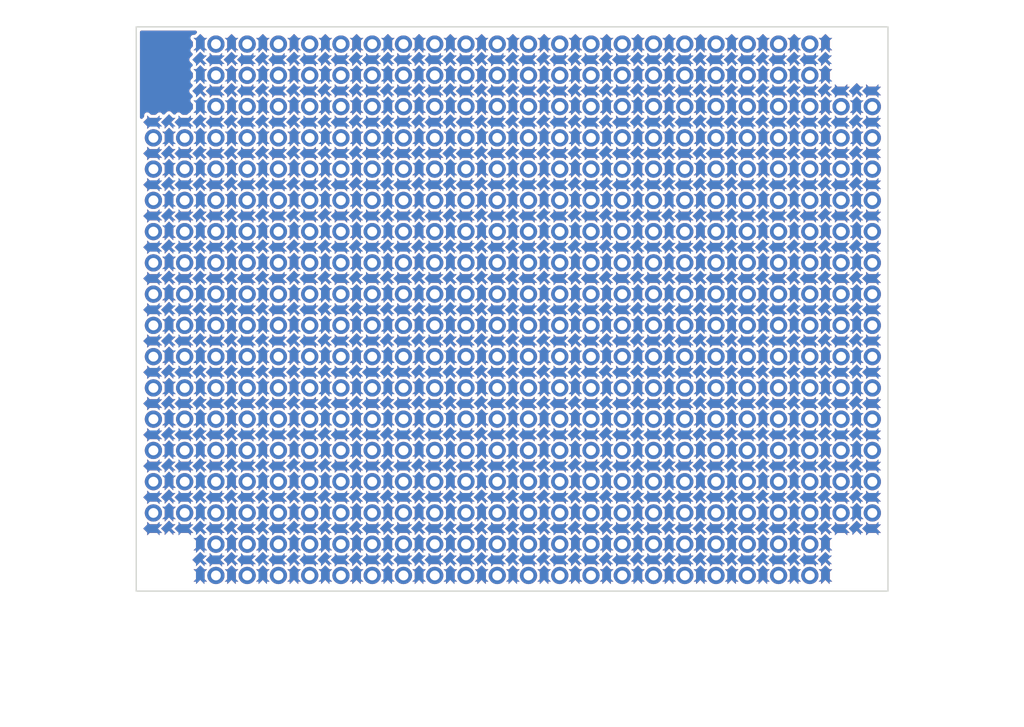
<source format=kicad_pcb>
(kicad_pcb (version 20171130) (host pcbnew 5.1.5)
  (title_block (title "protoboard base pattern") (comment 1 "CC-BY 4.0") (comment 2 "See http://git.io/vNUDX"))
  (layers (0 F.Cu signal) (31 B.Cu signal) (34 B.Paste user) (35 F.Paste user) (36 B.SilkS user) (37 F.SilkS user) (38 B.Mask user) (39 F.Mask user) (44 Edge.Cuts user))
  (net 0 "")
  (module MountingHole:MountingHole_3.2mm_M3_ISO14580 (layer F.Cu) (at 103.632 33.401 180)
    (fp_text reference REF** hide)
    (fp_text value MountingHole_3.2mm_M3_ISO14580)
    (pad 1 np_thru_hole circle (at 0 0 180) (size 3.2 3.2) (drill 3.2) (layers *.Cu *.Mask))
  )
  (module MountingHole:MountingHole_3.2mm_M3_ISO14580 (layer F.Cu) (at 103.632 74.422 90)
    (fp_text reference REF** hide)
    (fp_text value MountingHole_3.2mm_M3_ISO14580)
    (pad 1 np_thru_hole circle (at 0 0 90) (size 3.2 3.2) (drill 3.2) (layers *.Cu *.Mask))
  )
  (module MountingHole:MountingHole_3.2mm_M3_ISO14580 (layer F.Cu) (at 47.371 74.422)
    (fp_text reference REF** hide)
    (fp_text value MountingHole_3.2mm_M3_ISO14580)
    (pad 1 np_thru_hole circle (at 0 0) (size 3.2 3.2) (drill 3.2) (layers *.Cu *.Mask))
  )
  (module modules:pad-between-spiked (layer F.Cu) (at 100.965 42.545)
    (fp_text reference REF** hide)
    (fp_text value pad-between hide)
    (pad 1 smd custom (at 0 -0.06) (size 0.7 0.85) (layers *.Cu *.Mask) (options (clearance outline) (anchor rect)) (primitives (gr_poly (pts (xy -0.55 -0.44) (xy -0.325 -0.44) (xy 0 -0.765) (xy 0.325 -0.44) (xy 0.55 -0.44) (xy 0.35 -0.24) (xy 0.35 0.36) (xy 0.55 0.56) (xy 0.338 0.56) (xy 0.338 0.763) (xy 0 0.425) (xy -0.01 0.425) (xy -0.348 0.763) (xy -0.348 0.56) (xy -0.55 0.56) (xy -0.35 0.36) (xy -0.35 -0.24)) (width 0.001))))
  )
  (module modules:tht-0.8 (layer F.Cu) (at 104.775 55.245)
    (fp_text reference REF** hide)
    (fp_text value tht-0.8 hide)
    (pad 1 thru_hole circle (at 0 0) (size 1.4 1.4) (drill 0.8) (layers *.Cu *.Mask))
  )
  (module modules:center-pad-spikes (layer F.Cu) (at 103.505 36.195)
    (fp_text reference REF** hide)
    (fp_text value center-pad hide)
    (pad 1 smd custom (at -0.06 -0.085) (size 0.47 0.52) (layers *.Cu *.Mask) (options (clearance outline) (anchor rect)) (primitives (gr_poly (pts (xy -0.585 0.085) (xy 0.06 -0.56) (xy 0.357 -0.263) (xy 0.583 -0.263) (xy 0.235 0.085) (xy 0.582 0.432) (xy 0.407 0.432) (xy 0.407 0.607) (xy 0.06 0.26) (xy -0.288 0.608) (xy -0.288 0.382)) (width 0.001))))
  )
  (module modules:pad-between-spiked (layer F.Cu) (at 100.965 37.465)
    (fp_text reference REF** hide)
    (fp_text value pad-between hide)
    (pad 1 smd custom (at 0 -0.06) (size 0.7 0.85) (layers *.Cu *.Mask) (options (clearance outline) (anchor rect)) (primitives (gr_poly (pts (xy -0.55 -0.44) (xy -0.325 -0.44) (xy 0 -0.765) (xy 0.325 -0.44) (xy 0.55 -0.44) (xy 0.35 -0.24) (xy 0.35 0.36) (xy 0.55 0.56) (xy 0.338 0.56) (xy 0.338 0.763) (xy 0 0.425) (xy -0.01 0.425) (xy -0.348 0.763) (xy -0.348 0.56) (xy -0.55 0.56) (xy -0.35 0.36) (xy -0.35 -0.24)) (width 0.001))))
  )
  (module modules:tht-0.8 (layer F.Cu) (at 102.235 42.545)
    (fp_text reference REF** hide)
    (fp_text value tht-0.8 hide)
    (pad 1 thru_hole circle (at 0 0) (size 1.4 1.4) (drill 0.8) (layers *.Cu *.Mask))
  )
  (module modules:center-pad-spikes (layer F.Cu) (at 103.505 56.515)
    (fp_text reference REF** hide)
    (fp_text value center-pad hide)
    (pad 1 smd custom (at -0.06 -0.085) (size 0.47 0.52) (layers *.Cu *.Mask) (options (clearance outline) (anchor rect)) (primitives (gr_poly (pts (xy -0.585 0.085) (xy 0.06 -0.56) (xy 0.357 -0.263) (xy 0.583 -0.263) (xy 0.235 0.085) (xy 0.582 0.432) (xy 0.407 0.432) (xy 0.407 0.607) (xy 0.06 0.26) (xy -0.288 0.608) (xy -0.288 0.382)) (width 0.001))))
  )
  (module modules:pad-between-spiked (layer F.Cu) (at 104.775 69.215 90)
    (fp_text reference REF** hide)
    (fp_text value pad-between hide)
    (pad 1 smd custom (at 0 -0.06 90) (size 0.7 0.85) (layers *.Cu *.Mask) (options (clearance outline) (anchor rect)) (primitives (gr_poly (pts (xy -0.55 -0.44) (xy -0.325 -0.44) (xy 0 -0.765) (xy 0.325 -0.44) (xy 0.55 -0.44) (xy 0.35 -0.24) (xy 0.35 0.36) (xy 0.55 0.56) (xy 0.338 0.56) (xy 0.338 0.763) (xy 0 0.425) (xy -0.01 0.425) (xy -0.348 0.763) (xy -0.348 0.56) (xy -0.55 0.56) (xy -0.35 0.36) (xy -0.35 -0.24)) (width 0.001))))
  )
  (module modules:center-pad-spikes (layer F.Cu) (at 98.425 64.135)
    (fp_text reference REF** hide)
    (fp_text value center-pad hide)
    (pad 1 smd custom (at -0.06 -0.085) (size 0.47 0.52) (layers *.Cu *.Mask) (options (clearance outline) (anchor rect)) (primitives (gr_poly (pts (xy -0.585 0.085) (xy 0.06 -0.56) (xy 0.357 -0.263) (xy 0.583 -0.263) (xy 0.235 0.085) (xy 0.582 0.432) (xy 0.407 0.432) (xy 0.407 0.607) (xy 0.06 0.26) (xy -0.288 0.608) (xy -0.288 0.382)) (width 0.001))))
  )
  (module modules:pad-between-spiked (layer F.Cu) (at 98.425 75.565)
    (fp_text reference REF** hide)
    (fp_text value pad-between hide)
    (pad 1 smd custom (at 0 -0.06) (size 0.7 0.85) (layers *.Cu *.Mask) (options (clearance outline) (anchor rect)) (primitives (gr_poly (pts (xy -0.55 -0.44) (xy -0.325 -0.44) (xy 0 -0.765) (xy 0.325 -0.44) (xy 0.55 -0.44) (xy 0.35 -0.24) (xy 0.35 0.36) (xy 0.55 0.56) (xy 0.338 0.56) (xy 0.338 0.763) (xy 0 0.425) (xy -0.01 0.425) (xy -0.348 0.763) (xy -0.348 0.56) (xy -0.55 0.56) (xy -0.35 0.36) (xy -0.35 -0.24)) (width 0.001))))
  )
  (module modules:pad-between-spiked (layer F.Cu) (at 103.505 37.465)
    (fp_text reference REF** hide)
    (fp_text value pad-between hide)
    (pad 1 smd custom (at 0 -0.06) (size 0.7 0.85) (layers *.Cu *.Mask) (options (clearance outline) (anchor rect)) (primitives (gr_poly (pts (xy -0.55 -0.44) (xy -0.325 -0.44) (xy 0 -0.765) (xy 0.325 -0.44) (xy 0.55 -0.44) (xy 0.35 -0.24) (xy 0.35 0.36) (xy 0.55 0.56) (xy 0.338 0.56) (xy 0.338 0.763) (xy 0 0.425) (xy -0.01 0.425) (xy -0.348 0.763) (xy -0.348 0.56) (xy -0.55 0.56) (xy -0.35 0.36) (xy -0.35 -0.24)) (width 0.001))))
  )
  (module modules:pad-between-spiked (layer F.Cu) (at 97.155 36.195 90)
    (fp_text reference REF** hide)
    (fp_text value pad-between hide)
    (pad 1 smd custom (at 0 -0.06 90) (size 0.7 0.85) (layers *.Cu *.Mask) (options (clearance outline) (anchor rect)) (primitives (gr_poly (pts (xy -0.55 -0.44) (xy -0.325 -0.44) (xy 0 -0.765) (xy 0.325 -0.44) (xy 0.55 -0.44) (xy 0.35 -0.24) (xy 0.35 0.36) (xy 0.55 0.56) (xy 0.338 0.56) (xy 0.338 0.763) (xy 0 0.425) (xy -0.01 0.425) (xy -0.348 0.763) (xy -0.348 0.56) (xy -0.55 0.56) (xy -0.35 0.36) (xy -0.35 -0.24)) (width 0.001))))
  )
  (module modules:pad-between-spiked (layer F.Cu) (at 97.155 48.895 90)
    (fp_text reference REF** hide)
    (fp_text value pad-between hide)
    (pad 1 smd custom (at 0 -0.06 90) (size 0.7 0.85) (layers *.Cu *.Mask) (options (clearance outline) (anchor rect)) (primitives (gr_poly (pts (xy -0.55 -0.44) (xy -0.325 -0.44) (xy 0 -0.765) (xy 0.325 -0.44) (xy 0.55 -0.44) (xy 0.35 -0.24) (xy 0.35 0.36) (xy 0.55 0.56) (xy 0.338 0.56) (xy 0.338 0.763) (xy 0 0.425) (xy -0.01 0.425) (xy -0.348 0.763) (xy -0.348 0.56) (xy -0.55 0.56) (xy -0.35 0.36) (xy -0.35 -0.24)) (width 0.001))))
  )
  (module modules:pad-between-spiked (layer F.Cu) (at 95.885 55.245)
    (fp_text reference REF** hide)
    (fp_text value pad-between hide)
    (pad 1 smd custom (at 0 -0.06) (size 0.7 0.85) (layers *.Cu *.Mask) (options (clearance outline) (anchor rect)) (primitives (gr_poly (pts (xy -0.55 -0.44) (xy -0.325 -0.44) (xy 0 -0.765) (xy 0.325 -0.44) (xy 0.55 -0.44) (xy 0.35 -0.24) (xy 0.35 0.36) (xy 0.55 0.56) (xy 0.338 0.56) (xy 0.338 0.763) (xy 0 0.425) (xy -0.01 0.425) (xy -0.348 0.763) (xy -0.348 0.56) (xy -0.55 0.56) (xy -0.35 0.36) (xy -0.35 -0.24)) (width 0.001))))
  )
  (module modules:pad-between-spiked (layer F.Cu) (at 97.155 41.275 90)
    (fp_text reference REF** hide)
    (fp_text value pad-between hide)
    (pad 1 smd custom (at 0 -0.06 90) (size 0.7 0.85) (layers *.Cu *.Mask) (options (clearance outline) (anchor rect)) (primitives (gr_poly (pts (xy -0.55 -0.44) (xy -0.325 -0.44) (xy 0 -0.765) (xy 0.325 -0.44) (xy 0.55 -0.44) (xy 0.35 -0.24) (xy 0.35 0.36) (xy 0.55 0.56) (xy 0.338 0.56) (xy 0.338 0.763) (xy 0 0.425) (xy -0.01 0.425) (xy -0.348 0.763) (xy -0.348 0.56) (xy -0.55 0.56) (xy -0.35 0.36) (xy -0.35 -0.24)) (width 0.001))))
  )
  (module modules:pad-between-spiked (layer F.Cu) (at 95.885 34.925)
    (fp_text reference REF** hide)
    (fp_text value pad-between hide)
    (pad 1 smd custom (at 0 -0.06) (size 0.7 0.85) (layers *.Cu *.Mask) (options (clearance outline) (anchor rect)) (primitives (gr_poly (pts (xy -0.55 -0.44) (xy -0.325 -0.44) (xy 0 -0.765) (xy 0.325 -0.44) (xy 0.55 -0.44) (xy 0.35 -0.24) (xy 0.35 0.36) (xy 0.55 0.56) (xy 0.338 0.56) (xy 0.338 0.763) (xy 0 0.425) (xy -0.01 0.425) (xy -0.348 0.763) (xy -0.348 0.56) (xy -0.55 0.56) (xy -0.35 0.36) (xy -0.35 -0.24)) (width 0.001))))
  )
  (module modules:center-pad-spikes (layer F.Cu) (at 95.885 41.275)
    (fp_text reference REF** hide)
    (fp_text value center-pad hide)
    (pad 1 smd custom (at -0.06 -0.085) (size 0.47 0.52) (layers *.Cu *.Mask) (options (clearance outline) (anchor rect)) (primitives (gr_poly (pts (xy -0.585 0.085) (xy 0.06 -0.56) (xy 0.357 -0.263) (xy 0.583 -0.263) (xy 0.235 0.085) (xy 0.582 0.432) (xy 0.407 0.432) (xy 0.407 0.607) (xy 0.06 0.26) (xy -0.288 0.608) (xy -0.288 0.382)) (width 0.001))))
  )
  (module modules:center-pad-spikes (layer F.Cu) (at 98.425 33.655)
    (fp_text reference REF** hide)
    (fp_text value center-pad hide)
    (pad 1 smd custom (at -0.06 -0.085) (size 0.47 0.52) (layers *.Cu *.Mask) (options (clearance outline) (anchor rect)) (primitives (gr_poly (pts (xy -0.585 0.085) (xy 0.06 -0.56) (xy 0.357 -0.263) (xy 0.583 -0.263) (xy 0.235 0.085) (xy 0.582 0.432) (xy 0.407 0.432) (xy 0.407 0.607) (xy 0.06 0.26) (xy -0.288 0.608) (xy -0.288 0.382)) (width 0.001))))
  )
  (module modules:center-pad-spikes (layer F.Cu) (at 103.505 46.355)
    (fp_text reference REF** hide)
    (fp_text value center-pad hide)
    (pad 1 smd custom (at -0.06 -0.085) (size 0.47 0.52) (layers *.Cu *.Mask) (options (clearance outline) (anchor rect)) (primitives (gr_poly (pts (xy -0.585 0.085) (xy 0.06 -0.56) (xy 0.357 -0.263) (xy 0.583 -0.263) (xy 0.235 0.085) (xy 0.582 0.432) (xy 0.407 0.432) (xy 0.407 0.607) (xy 0.06 0.26) (xy -0.288 0.608) (xy -0.288 0.382)) (width 0.001))))
  )
  (module modules:pad-between-spiked (layer F.Cu) (at 100.965 52.705)
    (fp_text reference REF** hide)
    (fp_text value pad-between hide)
    (pad 1 smd custom (at 0 -0.06) (size 0.7 0.85) (layers *.Cu *.Mask) (options (clearance outline) (anchor rect)) (primitives (gr_poly (pts (xy -0.55 -0.44) (xy -0.325 -0.44) (xy 0 -0.765) (xy 0.325 -0.44) (xy 0.55 -0.44) (xy 0.35 -0.24) (xy 0.35 0.36) (xy 0.55 0.56) (xy 0.338 0.56) (xy 0.338 0.763) (xy 0 0.425) (xy -0.01 0.425) (xy -0.348 0.763) (xy -0.348 0.56) (xy -0.55 0.56) (xy -0.35 0.36) (xy -0.35 -0.24)) (width 0.001))))
  )
  (module modules:center-pad-spikes (layer F.Cu) (at 95.885 36.195)
    (fp_text reference REF** hide)
    (fp_text value center-pad hide)
    (pad 1 smd custom (at -0.06 -0.085) (size 0.47 0.52) (layers *.Cu *.Mask) (options (clearance outline) (anchor rect)) (primitives (gr_poly (pts (xy -0.585 0.085) (xy 0.06 -0.56) (xy 0.357 -0.263) (xy 0.583 -0.263) (xy 0.235 0.085) (xy 0.582 0.432) (xy 0.407 0.432) (xy 0.407 0.607) (xy 0.06 0.26) (xy -0.288 0.608) (xy -0.288 0.382)) (width 0.001))))
  )
  (module modules:pad-between-spiked (layer F.Cu) (at 98.425 60.325)
    (fp_text reference REF** hide)
    (fp_text value pad-between hide)
    (pad 1 smd custom (at 0 -0.06) (size 0.7 0.85) (layers *.Cu *.Mask) (options (clearance outline) (anchor rect)) (primitives (gr_poly (pts (xy -0.55 -0.44) (xy -0.325 -0.44) (xy 0 -0.765) (xy 0.325 -0.44) (xy 0.55 -0.44) (xy 0.35 -0.24) (xy 0.35 0.36) (xy 0.55 0.56) (xy 0.338 0.56) (xy 0.338 0.763) (xy 0 0.425) (xy -0.01 0.425) (xy -0.348 0.763) (xy -0.348 0.56) (xy -0.55 0.56) (xy -0.35 0.36) (xy -0.35 -0.24)) (width 0.001))))
  )
  (module modules:center-pad-spikes (layer F.Cu) (at 103.505 53.975)
    (fp_text reference REF** hide)
    (fp_text value center-pad hide)
    (pad 1 smd custom (at -0.06 -0.085) (size 0.47 0.52) (layers *.Cu *.Mask) (options (clearance outline) (anchor rect)) (primitives (gr_poly (pts (xy -0.585 0.085) (xy 0.06 -0.56) (xy 0.357 -0.263) (xy 0.583 -0.263) (xy 0.235 0.085) (xy 0.582 0.432) (xy 0.407 0.432) (xy 0.407 0.607) (xy 0.06 0.26) (xy -0.288 0.608) (xy -0.288 0.382)) (width 0.001))))
  )
  (module modules:pad-between-spiked (layer F.Cu) (at 104.775 51.435 90)
    (fp_text reference REF** hide)
    (fp_text value pad-between hide)
    (pad 1 smd custom (at 0 -0.06 90) (size 0.7 0.85) (layers *.Cu *.Mask) (options (clearance outline) (anchor rect)) (primitives (gr_poly (pts (xy -0.55 -0.44) (xy -0.325 -0.44) (xy 0 -0.765) (xy 0.325 -0.44) (xy 0.55 -0.44) (xy 0.35 -0.24) (xy 0.35 0.36) (xy 0.55 0.56) (xy 0.338 0.56) (xy 0.338 0.763) (xy 0 0.425) (xy -0.01 0.425) (xy -0.348 0.763) (xy -0.348 0.56) (xy -0.55 0.56) (xy -0.35 0.36) (xy -0.35 -0.24)) (width 0.001))))
  )
  (module modules:tht-0.8 (layer F.Cu) (at 97.155 75.565)
    (fp_text reference REF** hide)
    (fp_text value tht-0.8 hide)
    (pad 1 thru_hole circle (at 0 0) (size 1.4 1.4) (drill 0.8) (layers *.Cu *.Mask))
  )
  (module modules:tht-0.8 (layer F.Cu) (at 99.695 32.385)
    (fp_text reference REF** hide)
    (fp_text value tht-0.8 hide)
    (pad 1 thru_hole circle (at 0 0) (size 1.4 1.4) (drill 0.8) (layers *.Cu *.Mask))
  )
  (module modules:tht-0.8 (layer F.Cu) (at 99.695 75.565)
    (fp_text reference REF** hide)
    (fp_text value tht-0.8 hide)
    (pad 1 thru_hole circle (at 0 0) (size 1.4 1.4) (drill 0.8) (layers *.Cu *.Mask))
  )
  (module modules:pad-between-spiked (layer F.Cu) (at 95.885 47.625)
    (fp_text reference REF** hide)
    (fp_text value pad-between hide)
    (pad 1 smd custom (at 0 -0.06) (size 0.7 0.85) (layers *.Cu *.Mask) (options (clearance outline) (anchor rect)) (primitives (gr_poly (pts (xy -0.55 -0.44) (xy -0.325 -0.44) (xy 0 -0.765) (xy 0.325 -0.44) (xy 0.55 -0.44) (xy 0.35 -0.24) (xy 0.35 0.36) (xy 0.55 0.56) (xy 0.338 0.56) (xy 0.338 0.763) (xy 0 0.425) (xy -0.01 0.425) (xy -0.348 0.763) (xy -0.348 0.56) (xy -0.55 0.56) (xy -0.35 0.36) (xy -0.35 -0.24)) (width 0.001))))
  )
  (module modules:tht-0.8 (layer F.Cu) (at 97.155 40.005)
    (fp_text reference REF** hide)
    (fp_text value tht-0.8 hide)
    (pad 1 thru_hole circle (at 0 0) (size 1.4 1.4) (drill 0.8) (layers *.Cu *.Mask))
  )
  (module modules:pad-between-spiked (layer F.Cu) (at 97.155 59.055 90)
    (fp_text reference REF** hide)
    (fp_text value pad-between hide)
    (pad 1 smd custom (at 0 -0.06 90) (size 0.7 0.85) (layers *.Cu *.Mask) (options (clearance outline) (anchor rect)) (primitives (gr_poly (pts (xy -0.55 -0.44) (xy -0.325 -0.44) (xy 0 -0.765) (xy 0.325 -0.44) (xy 0.55 -0.44) (xy 0.35 -0.24) (xy 0.35 0.36) (xy 0.55 0.56) (xy 0.338 0.56) (xy 0.338 0.763) (xy 0 0.425) (xy -0.01 0.425) (xy -0.348 0.763) (xy -0.348 0.56) (xy -0.55 0.56) (xy -0.35 0.36) (xy -0.35 -0.24)) (width 0.001))))
  )
  (module modules:center-pad-spikes (layer F.Cu) (at 95.885 53.975)
    (fp_text reference REF** hide)
    (fp_text value center-pad hide)
    (pad 1 smd custom (at -0.06 -0.085) (size 0.47 0.52) (layers *.Cu *.Mask) (options (clearance outline) (anchor rect)) (primitives (gr_poly (pts (xy -0.585 0.085) (xy 0.06 -0.56) (xy 0.357 -0.263) (xy 0.583 -0.263) (xy 0.235 0.085) (xy 0.582 0.432) (xy 0.407 0.432) (xy 0.407 0.607) (xy 0.06 0.26) (xy -0.288 0.608) (xy -0.288 0.382)) (width 0.001))))
  )
  (module modules:pad-between-spiked (layer F.Cu) (at 103.505 40.005)
    (fp_text reference REF** hide)
    (fp_text value pad-between hide)
    (pad 1 smd custom (at 0 -0.06) (size 0.7 0.85) (layers *.Cu *.Mask) (options (clearance outline) (anchor rect)) (primitives (gr_poly (pts (xy -0.55 -0.44) (xy -0.325 -0.44) (xy 0 -0.765) (xy 0.325 -0.44) (xy 0.55 -0.44) (xy 0.35 -0.24) (xy 0.35 0.36) (xy 0.55 0.56) (xy 0.338 0.56) (xy 0.338 0.763) (xy 0 0.425) (xy -0.01 0.425) (xy -0.348 0.763) (xy -0.348 0.56) (xy -0.55 0.56) (xy -0.35 0.36) (xy -0.35 -0.24)) (width 0.001))))
  )
  (module modules:pad-between-spiked (layer F.Cu) (at 103.505 55.245)
    (fp_text reference REF** hide)
    (fp_text value pad-between hide)
    (pad 1 smd custom (at 0 -0.06) (size 0.7 0.85) (layers *.Cu *.Mask) (options (clearance outline) (anchor rect)) (primitives (gr_poly (pts (xy -0.55 -0.44) (xy -0.325 -0.44) (xy 0 -0.765) (xy 0.325 -0.44) (xy 0.55 -0.44) (xy 0.35 -0.24) (xy 0.35 0.36) (xy 0.55 0.56) (xy 0.338 0.56) (xy 0.338 0.763) (xy 0 0.425) (xy -0.01 0.425) (xy -0.348 0.763) (xy -0.348 0.56) (xy -0.55 0.56) (xy -0.35 0.36) (xy -0.35 -0.24)) (width 0.001))))
  )
  (module modules:pad-between-spiked (layer F.Cu) (at 102.235 38.735 90)
    (fp_text reference REF** hide)
    (fp_text value pad-between hide)
    (pad 1 smd custom (at 0 -0.06 90) (size 0.7 0.85) (layers *.Cu *.Mask) (options (clearance outline) (anchor rect)) (primitives (gr_poly (pts (xy -0.55 -0.44) (xy -0.325 -0.44) (xy 0 -0.765) (xy 0.325 -0.44) (xy 0.55 -0.44) (xy 0.35 -0.24) (xy 0.35 0.36) (xy 0.55 0.56) (xy 0.338 0.56) (xy 0.338 0.763) (xy 0 0.425) (xy -0.01 0.425) (xy -0.348 0.763) (xy -0.348 0.56) (xy -0.55 0.56) (xy -0.35 0.36) (xy -0.35 -0.24)) (width 0.001))))
  )
  (module modules:tht-0.8 (layer F.Cu) (at 104.775 45.085)
    (fp_text reference REF** hide)
    (fp_text value tht-0.8 hide)
    (pad 1 thru_hole circle (at 0 0) (size 1.4 1.4) (drill 0.8) (layers *.Cu *.Mask))
  )
  (module modules:center-pad-spikes (layer F.Cu) (at 103.505 71.755)
    (fp_text reference REF** hide)
    (fp_text value center-pad hide)
    (pad 1 smd custom (at -0.06 -0.085) (size 0.47 0.52) (layers *.Cu *.Mask) (options (clearance outline) (anchor rect)) (primitives (gr_poly (pts (xy -0.585 0.085) (xy 0.06 -0.56) (xy 0.357 -0.263) (xy 0.583 -0.263) (xy 0.235 0.085) (xy 0.582 0.432) (xy 0.407 0.432) (xy 0.407 0.607) (xy 0.06 0.26) (xy -0.288 0.608) (xy -0.288 0.382)) (width 0.001))))
  )
  (module modules:pad-between-spiked (layer F.Cu) (at 97.155 56.515 90)
    (fp_text reference REF** hide)
    (fp_text value pad-between hide)
    (pad 1 smd custom (at 0 -0.06 90) (size 0.7 0.85) (layers *.Cu *.Mask) (options (clearance outline) (anchor rect)) (primitives (gr_poly (pts (xy -0.55 -0.44) (xy -0.325 -0.44) (xy 0 -0.765) (xy 0.325 -0.44) (xy 0.55 -0.44) (xy 0.35 -0.24) (xy 0.35 0.36) (xy 0.55 0.56) (xy 0.338 0.56) (xy 0.338 0.763) (xy 0 0.425) (xy -0.01 0.425) (xy -0.348 0.763) (xy -0.348 0.56) (xy -0.55 0.56) (xy -0.35 0.36) (xy -0.35 -0.24)) (width 0.001))))
  )
  (module modules:pad-between-spiked (layer F.Cu) (at 95.885 45.085)
    (fp_text reference REF** hide)
    (fp_text value pad-between hide)
    (pad 1 smd custom (at 0 -0.06) (size 0.7 0.85) (layers *.Cu *.Mask) (options (clearance outline) (anchor rect)) (primitives (gr_poly (pts (xy -0.55 -0.44) (xy -0.325 -0.44) (xy 0 -0.765) (xy 0.325 -0.44) (xy 0.55 -0.44) (xy 0.35 -0.24) (xy 0.35 0.36) (xy 0.55 0.56) (xy 0.338 0.56) (xy 0.338 0.763) (xy 0 0.425) (xy -0.01 0.425) (xy -0.348 0.763) (xy -0.348 0.56) (xy -0.55 0.56) (xy -0.35 0.36) (xy -0.35 -0.24)) (width 0.001))))
  )
  (module modules:pad-between-spiked (layer F.Cu) (at 98.425 34.925)
    (fp_text reference REF** hide)
    (fp_text value pad-between hide)
    (pad 1 smd custom (at 0 -0.06) (size 0.7 0.85) (layers *.Cu *.Mask) (options (clearance outline) (anchor rect)) (primitives (gr_poly (pts (xy -0.55 -0.44) (xy -0.325 -0.44) (xy 0 -0.765) (xy 0.325 -0.44) (xy 0.55 -0.44) (xy 0.35 -0.24) (xy 0.35 0.36) (xy 0.55 0.56) (xy 0.338 0.56) (xy 0.338 0.763) (xy 0 0.425) (xy -0.01 0.425) (xy -0.348 0.763) (xy -0.348 0.56) (xy -0.55 0.56) (xy -0.35 0.36) (xy -0.35 -0.24)) (width 0.001))))
  )
  (module modules:pad-between-spiked (layer F.Cu) (at 99.695 56.515 90)
    (fp_text reference REF** hide)
    (fp_text value pad-between hide)
    (pad 1 smd custom (at 0 -0.06 90) (size 0.7 0.85) (layers *.Cu *.Mask) (options (clearance outline) (anchor rect)) (primitives (gr_poly (pts (xy -0.55 -0.44) (xy -0.325 -0.44) (xy 0 -0.765) (xy 0.325 -0.44) (xy 0.55 -0.44) (xy 0.35 -0.24) (xy 0.35 0.36) (xy 0.55 0.56) (xy 0.338 0.56) (xy 0.338 0.763) (xy 0 0.425) (xy -0.01 0.425) (xy -0.348 0.763) (xy -0.348 0.56) (xy -0.55 0.56) (xy -0.35 0.36) (xy -0.35 -0.24)) (width 0.001))))
  )
  (module modules:pad-between-spiked (layer F.Cu) (at 99.695 48.895 90)
    (fp_text reference REF** hide)
    (fp_text value pad-between hide)
    (pad 1 smd custom (at 0 -0.06 90) (size 0.7 0.85) (layers *.Cu *.Mask) (options (clearance outline) (anchor rect)) (primitives (gr_poly (pts (xy -0.55 -0.44) (xy -0.325 -0.44) (xy 0 -0.765) (xy 0.325 -0.44) (xy 0.55 -0.44) (xy 0.35 -0.24) (xy 0.35 0.36) (xy 0.55 0.56) (xy 0.338 0.56) (xy 0.338 0.763) (xy 0 0.425) (xy -0.01 0.425) (xy -0.348 0.763) (xy -0.348 0.56) (xy -0.55 0.56) (xy -0.35 0.36) (xy -0.35 -0.24)) (width 0.001))))
  )
  (module modules:pad-between-spiked (layer F.Cu) (at 104.775 46.355 90)
    (fp_text reference REF** hide)
    (fp_text value pad-between hide)
    (pad 1 smd custom (at 0 -0.06 90) (size 0.7 0.85) (layers *.Cu *.Mask) (options (clearance outline) (anchor rect)) (primitives (gr_poly (pts (xy -0.55 -0.44) (xy -0.325 -0.44) (xy 0 -0.765) (xy 0.325 -0.44) (xy 0.55 -0.44) (xy 0.35 -0.24) (xy 0.35 0.36) (xy 0.55 0.56) (xy 0.338 0.56) (xy 0.338 0.763) (xy 0 0.425) (xy -0.01 0.425) (xy -0.348 0.763) (xy -0.348 0.56) (xy -0.55 0.56) (xy -0.35 0.36) (xy -0.35 -0.24)) (width 0.001))))
  )
  (module modules:center-pad-spikes (layer F.Cu) (at 100.965 71.755)
    (fp_text reference REF** hide)
    (fp_text value center-pad hide)
    (pad 1 smd custom (at -0.06 -0.085) (size 0.47 0.52) (layers *.Cu *.Mask) (options (clearance outline) (anchor rect)) (primitives (gr_poly (pts (xy -0.585 0.085) (xy 0.06 -0.56) (xy 0.357 -0.263) (xy 0.583 -0.263) (xy 0.235 0.085) (xy 0.582 0.432) (xy 0.407 0.432) (xy 0.407 0.607) (xy 0.06 0.26) (xy -0.288 0.608) (xy -0.288 0.382)) (width 0.001))))
  )
  (module modules:tht-0.8 (layer F.Cu) (at 104.775 70.485)
    (fp_text reference REF** hide)
    (fp_text value tht-0.8 hide)
    (pad 1 thru_hole circle (at 0 0) (size 1.4 1.4) (drill 0.8) (layers *.Cu *.Mask))
  )
  (module modules:pad-between-spiked (layer F.Cu) (at 104.775 66.675 90)
    (fp_text reference REF** hide)
    (fp_text value pad-between hide)
    (pad 1 smd custom (at 0 -0.06 90) (size 0.7 0.85) (layers *.Cu *.Mask) (options (clearance outline) (anchor rect)) (primitives (gr_poly (pts (xy -0.55 -0.44) (xy -0.325 -0.44) (xy 0 -0.765) (xy 0.325 -0.44) (xy 0.55 -0.44) (xy 0.35 -0.24) (xy 0.35 0.36) (xy 0.55 0.56) (xy 0.338 0.56) (xy 0.338 0.763) (xy 0 0.425) (xy -0.01 0.425) (xy -0.348 0.763) (xy -0.348 0.56) (xy -0.55 0.56) (xy -0.35 0.36) (xy -0.35 -0.24)) (width 0.001))))
  )
  (module modules:tht-0.8 (layer F.Cu) (at 102.235 55.245)
    (fp_text reference REF** hide)
    (fp_text value tht-0.8 hide)
    (pad 1 thru_hole circle (at 0 0) (size 1.4 1.4) (drill 0.8) (layers *.Cu *.Mask))
  )
  (module modules:pad-between-spiked (layer F.Cu) (at 103.505 50.165)
    (fp_text reference REF** hide)
    (fp_text value pad-between hide)
    (pad 1 smd custom (at 0 -0.06) (size 0.7 0.85) (layers *.Cu *.Mask) (options (clearance outline) (anchor rect)) (primitives (gr_poly (pts (xy -0.55 -0.44) (xy -0.325 -0.44) (xy 0 -0.765) (xy 0.325 -0.44) (xy 0.55 -0.44) (xy 0.35 -0.24) (xy 0.35 0.36) (xy 0.55 0.56) (xy 0.338 0.56) (xy 0.338 0.763) (xy 0 0.425) (xy -0.01 0.425) (xy -0.348 0.763) (xy -0.348 0.56) (xy -0.55 0.56) (xy -0.35 0.36) (xy -0.35 -0.24)) (width 0.001))))
  )
  (module modules:tht-0.8 (layer F.Cu) (at 99.695 34.925)
    (fp_text reference REF** hide)
    (fp_text value tht-0.8 hide)
    (pad 1 thru_hole circle (at 0 0) (size 1.4 1.4) (drill 0.8) (layers *.Cu *.Mask))
  )
  (module modules:tht-0.8 (layer F.Cu) (at 97.155 45.085)
    (fp_text reference REF** hide)
    (fp_text value tht-0.8 hide)
    (pad 1 thru_hole circle (at 0 0) (size 1.4 1.4) (drill 0.8) (layers *.Cu *.Mask))
  )
  (module modules:pad-between-spiked (layer F.Cu) (at 98.425 45.085)
    (fp_text reference REF** hide)
    (fp_text value pad-between hide)
    (pad 1 smd custom (at 0 -0.06) (size 0.7 0.85) (layers *.Cu *.Mask) (options (clearance outline) (anchor rect)) (primitives (gr_poly (pts (xy -0.55 -0.44) (xy -0.325 -0.44) (xy 0 -0.765) (xy 0.325 -0.44) (xy 0.55 -0.44) (xy 0.35 -0.24) (xy 0.35 0.36) (xy 0.55 0.56) (xy 0.338 0.56) (xy 0.338 0.763) (xy 0 0.425) (xy -0.01 0.425) (xy -0.348 0.763) (xy -0.348 0.56) (xy -0.55 0.56) (xy -0.35 0.36) (xy -0.35 -0.24)) (width 0.001))))
  )
  (module modules:center-pad-spikes (layer F.Cu) (at 100.965 66.675)
    (fp_text reference REF** hide)
    (fp_text value center-pad hide)
    (pad 1 smd custom (at -0.06 -0.085) (size 0.47 0.52) (layers *.Cu *.Mask) (options (clearance outline) (anchor rect)) (primitives (gr_poly (pts (xy -0.585 0.085) (xy 0.06 -0.56) (xy 0.357 -0.263) (xy 0.583 -0.263) (xy 0.235 0.085) (xy 0.582 0.432) (xy 0.407 0.432) (xy 0.407 0.607) (xy 0.06 0.26) (xy -0.288 0.608) (xy -0.288 0.382)) (width 0.001))))
  )
  (module modules:pad-between-spiked (layer F.Cu) (at 103.505 62.865)
    (fp_text reference REF** hide)
    (fp_text value pad-between hide)
    (pad 1 smd custom (at 0 -0.06) (size 0.7 0.85) (layers *.Cu *.Mask) (options (clearance outline) (anchor rect)) (primitives (gr_poly (pts (xy -0.55 -0.44) (xy -0.325 -0.44) (xy 0 -0.765) (xy 0.325 -0.44) (xy 0.55 -0.44) (xy 0.35 -0.24) (xy 0.35 0.36) (xy 0.55 0.56) (xy 0.338 0.56) (xy 0.338 0.763) (xy 0 0.425) (xy -0.01 0.425) (xy -0.348 0.763) (xy -0.348 0.56) (xy -0.55 0.56) (xy -0.35 0.36) (xy -0.35 -0.24)) (width 0.001))))
  )
  (module modules:center-pad-spikes (layer F.Cu) (at 100.965 61.595)
    (fp_text reference REF** hide)
    (fp_text value center-pad hide)
    (pad 1 smd custom (at -0.06 -0.085) (size 0.47 0.52) (layers *.Cu *.Mask) (options (clearance outline) (anchor rect)) (primitives (gr_poly (pts (xy -0.585 0.085) (xy 0.06 -0.56) (xy 0.357 -0.263) (xy 0.583 -0.263) (xy 0.235 0.085) (xy 0.582 0.432) (xy 0.407 0.432) (xy 0.407 0.607) (xy 0.06 0.26) (xy -0.288 0.608) (xy -0.288 0.382)) (width 0.001))))
  )
  (module modules:tht-0.8 (layer F.Cu) (at 97.155 62.865)
    (fp_text reference REF** hide)
    (fp_text value tht-0.8 hide)
    (pad 1 thru_hole circle (at 0 0) (size 1.4 1.4) (drill 0.8) (layers *.Cu *.Mask))
  )
  (module modules:pad-between-spiked (layer F.Cu) (at 98.425 62.865)
    (fp_text reference REF** hide)
    (fp_text value pad-between hide)
    (pad 1 smd custom (at 0 -0.06) (size 0.7 0.85) (layers *.Cu *.Mask) (options (clearance outline) (anchor rect)) (primitives (gr_poly (pts (xy -0.55 -0.44) (xy -0.325 -0.44) (xy 0 -0.765) (xy 0.325 -0.44) (xy 0.55 -0.44) (xy 0.35 -0.24) (xy 0.35 0.36) (xy 0.55 0.56) (xy 0.338 0.56) (xy 0.338 0.763) (xy 0 0.425) (xy -0.01 0.425) (xy -0.348 0.763) (xy -0.348 0.56) (xy -0.55 0.56) (xy -0.35 0.36) (xy -0.35 -0.24)) (width 0.001))))
  )
  (module modules:tht-0.8 (layer F.Cu) (at 97.155 65.405)
    (fp_text reference REF** hide)
    (fp_text value tht-0.8 hide)
    (pad 1 thru_hole circle (at 0 0) (size 1.4 1.4) (drill 0.8) (layers *.Cu *.Mask))
  )
  (module modules:pad-between-spiked (layer F.Cu) (at 100.965 67.945)
    (fp_text reference REF** hide)
    (fp_text value pad-between hide)
    (pad 1 smd custom (at 0 -0.06) (size 0.7 0.85) (layers *.Cu *.Mask) (options (clearance outline) (anchor rect)) (primitives (gr_poly (pts (xy -0.55 -0.44) (xy -0.325 -0.44) (xy 0 -0.765) (xy 0.325 -0.44) (xy 0.55 -0.44) (xy 0.35 -0.24) (xy 0.35 0.36) (xy 0.55 0.56) (xy 0.338 0.56) (xy 0.338 0.763) (xy 0 0.425) (xy -0.01 0.425) (xy -0.348 0.763) (xy -0.348 0.56) (xy -0.55 0.56) (xy -0.35 0.36) (xy -0.35 -0.24)) (width 0.001))))
  )
  (module modules:pad-between-spiked (layer F.Cu) (at 99.695 64.135 90)
    (fp_text reference REF** hide)
    (fp_text value pad-between hide)
    (pad 1 smd custom (at 0 -0.06 90) (size 0.7 0.85) (layers *.Cu *.Mask) (options (clearance outline) (anchor rect)) (primitives (gr_poly (pts (xy -0.55 -0.44) (xy -0.325 -0.44) (xy 0 -0.765) (xy 0.325 -0.44) (xy 0.55 -0.44) (xy 0.35 -0.24) (xy 0.35 0.36) (xy 0.55 0.56) (xy 0.338 0.56) (xy 0.338 0.763) (xy 0 0.425) (xy -0.01 0.425) (xy -0.348 0.763) (xy -0.348 0.56) (xy -0.55 0.56) (xy -0.35 0.36) (xy -0.35 -0.24)) (width 0.001))))
  )
  (module modules:pad-between-spiked (layer F.Cu) (at 97.155 46.355 90)
    (fp_text reference REF** hide)
    (fp_text value pad-between hide)
    (pad 1 smd custom (at 0 -0.06 90) (size 0.7 0.85) (layers *.Cu *.Mask) (options (clearance outline) (anchor rect)) (primitives (gr_poly (pts (xy -0.55 -0.44) (xy -0.325 -0.44) (xy 0 -0.765) (xy 0.325 -0.44) (xy 0.55 -0.44) (xy 0.35 -0.24) (xy 0.35 0.36) (xy 0.55 0.56) (xy 0.338 0.56) (xy 0.338 0.763) (xy 0 0.425) (xy -0.01 0.425) (xy -0.348 0.763) (xy -0.348 0.56) (xy -0.55 0.56) (xy -0.35 0.36) (xy -0.35 -0.24)) (width 0.001))))
  )
  (module modules:tht-0.8 (layer F.Cu) (at 97.155 34.925)
    (fp_text reference REF** hide)
    (fp_text value tht-0.8 hide)
    (pad 1 thru_hole circle (at 0 0) (size 1.4 1.4) (drill 0.8) (layers *.Cu *.Mask))
  )
  (module modules:pad-between-spiked (layer F.Cu) (at 97.155 51.435 90)
    (fp_text reference REF** hide)
    (fp_text value pad-between hide)
    (pad 1 smd custom (at 0 -0.06 90) (size 0.7 0.85) (layers *.Cu *.Mask) (options (clearance outline) (anchor rect)) (primitives (gr_poly (pts (xy -0.55 -0.44) (xy -0.325 -0.44) (xy 0 -0.765) (xy 0.325 -0.44) (xy 0.55 -0.44) (xy 0.35 -0.24) (xy 0.35 0.36) (xy 0.55 0.56) (xy 0.338 0.56) (xy 0.338 0.763) (xy 0 0.425) (xy -0.01 0.425) (xy -0.348 0.763) (xy -0.348 0.56) (xy -0.55 0.56) (xy -0.35 0.36) (xy -0.35 -0.24)) (width 0.001))))
  )
  (module modules:tht-0.8 (layer F.Cu) (at 99.695 52.705)
    (fp_text reference REF** hide)
    (fp_text value tht-0.8 hide)
    (pad 1 thru_hole circle (at 0 0) (size 1.4 1.4) (drill 0.8) (layers *.Cu *.Mask))
  )
  (module modules:center-pad-spikes (layer F.Cu) (at 95.885 59.055)
    (fp_text reference REF** hide)
    (fp_text value center-pad hide)
    (pad 1 smd custom (at -0.06 -0.085) (size 0.47 0.52) (layers *.Cu *.Mask) (options (clearance outline) (anchor rect)) (primitives (gr_poly (pts (xy -0.585 0.085) (xy 0.06 -0.56) (xy 0.357 -0.263) (xy 0.583 -0.263) (xy 0.235 0.085) (xy 0.582 0.432) (xy 0.407 0.432) (xy 0.407 0.607) (xy 0.06 0.26) (xy -0.288 0.608) (xy -0.288 0.382)) (width 0.001))))
  )
  (module modules:pad-between-spiked (layer F.Cu) (at 104.775 64.135 90)
    (fp_text reference REF** hide)
    (fp_text value pad-between hide)
    (pad 1 smd custom (at 0 -0.06 90) (size 0.7 0.85) (layers *.Cu *.Mask) (options (clearance outline) (anchor rect)) (primitives (gr_poly (pts (xy -0.55 -0.44) (xy -0.325 -0.44) (xy 0 -0.765) (xy 0.325 -0.44) (xy 0.55 -0.44) (xy 0.35 -0.24) (xy 0.35 0.36) (xy 0.55 0.56) (xy 0.338 0.56) (xy 0.338 0.763) (xy 0 0.425) (xy -0.01 0.425) (xy -0.348 0.763) (xy -0.348 0.56) (xy -0.55 0.56) (xy -0.35 0.36) (xy -0.35 -0.24)) (width 0.001))))
  )
  (module modules:pad-between-spiked (layer F.Cu) (at 95.885 62.865)
    (fp_text reference REF** hide)
    (fp_text value pad-between hide)
    (pad 1 smd custom (at 0 -0.06) (size 0.7 0.85) (layers *.Cu *.Mask) (options (clearance outline) (anchor rect)) (primitives (gr_poly (pts (xy -0.55 -0.44) (xy -0.325 -0.44) (xy 0 -0.765) (xy 0.325 -0.44) (xy 0.55 -0.44) (xy 0.35 -0.24) (xy 0.35 0.36) (xy 0.55 0.56) (xy 0.338 0.56) (xy 0.338 0.763) (xy 0 0.425) (xy -0.01 0.425) (xy -0.348 0.763) (xy -0.348 0.56) (xy -0.55 0.56) (xy -0.35 0.36) (xy -0.35 -0.24)) (width 0.001))))
  )
  (module modules:center-pad-spikes (layer F.Cu) (at 100.965 74.295)
    (fp_text reference REF** hide)
    (fp_text value center-pad hide)
    (pad 1 smd custom (at -0.06 -0.085) (size 0.47 0.52) (layers *.Cu *.Mask) (options (clearance outline) (anchor rect)) (primitives (gr_poly (pts (xy -0.585 0.085) (xy 0.06 -0.56) (xy 0.357 -0.263) (xy 0.583 -0.263) (xy 0.235 0.085) (xy 0.582 0.432) (xy 0.407 0.432) (xy 0.407 0.607) (xy 0.06 0.26) (xy -0.288 0.608) (xy -0.288 0.382)) (width 0.001))))
  )
  (module modules:pad-between-spiked (layer F.Cu) (at 100.965 60.325)
    (fp_text reference REF** hide)
    (fp_text value pad-between hide)
    (pad 1 smd custom (at 0 -0.06) (size 0.7 0.85) (layers *.Cu *.Mask) (options (clearance outline) (anchor rect)) (primitives (gr_poly (pts (xy -0.55 -0.44) (xy -0.325 -0.44) (xy 0 -0.765) (xy 0.325 -0.44) (xy 0.55 -0.44) (xy 0.35 -0.24) (xy 0.35 0.36) (xy 0.55 0.56) (xy 0.338 0.56) (xy 0.338 0.763) (xy 0 0.425) (xy -0.01 0.425) (xy -0.348 0.763) (xy -0.348 0.56) (xy -0.55 0.56) (xy -0.35 0.36) (xy -0.35 -0.24)) (width 0.001))))
  )
  (module modules:tht-0.8 (layer F.Cu) (at 104.775 42.545)
    (fp_text reference REF** hide)
    (fp_text value tht-0.8 hide)
    (pad 1 thru_hole circle (at 0 0) (size 1.4 1.4) (drill 0.8) (layers *.Cu *.Mask))
  )
  (module modules:pad-between-spiked (layer F.Cu) (at 102.235 41.275 90)
    (fp_text reference REF** hide)
    (fp_text value pad-between hide)
    (pad 1 smd custom (at 0 -0.06 90) (size 0.7 0.85) (layers *.Cu *.Mask) (options (clearance outline) (anchor rect)) (primitives (gr_poly (pts (xy -0.55 -0.44) (xy -0.325 -0.44) (xy 0 -0.765) (xy 0.325 -0.44) (xy 0.55 -0.44) (xy 0.35 -0.24) (xy 0.35 0.36) (xy 0.55 0.56) (xy 0.338 0.56) (xy 0.338 0.763) (xy 0 0.425) (xy -0.01 0.425) (xy -0.348 0.763) (xy -0.348 0.56) (xy -0.55 0.56) (xy -0.35 0.36) (xy -0.35 -0.24)) (width 0.001))))
  )
  (module modules:pad-between-spiked (layer F.Cu) (at 103.505 65.405)
    (fp_text reference REF** hide)
    (fp_text value pad-between hide)
    (pad 1 smd custom (at 0 -0.06) (size 0.7 0.85) (layers *.Cu *.Mask) (options (clearance outline) (anchor rect)) (primitives (gr_poly (pts (xy -0.55 -0.44) (xy -0.325 -0.44) (xy 0 -0.765) (xy 0.325 -0.44) (xy 0.55 -0.44) (xy 0.35 -0.24) (xy 0.35 0.36) (xy 0.55 0.56) (xy 0.338 0.56) (xy 0.338 0.763) (xy 0 0.425) (xy -0.01 0.425) (xy -0.348 0.763) (xy -0.348 0.56) (xy -0.55 0.56) (xy -0.35 0.36) (xy -0.35 -0.24)) (width 0.001))))
  )
  (module modules:pad-between-spiked (layer F.Cu) (at 104.775 61.595 90)
    (fp_text reference REF** hide)
    (fp_text value pad-between hide)
    (pad 1 smd custom (at 0 -0.06 90) (size 0.7 0.85) (layers *.Cu *.Mask) (options (clearance outline) (anchor rect)) (primitives (gr_poly (pts (xy -0.55 -0.44) (xy -0.325 -0.44) (xy 0 -0.765) (xy 0.325 -0.44) (xy 0.55 -0.44) (xy 0.35 -0.24) (xy 0.35 0.36) (xy 0.55 0.56) (xy 0.338 0.56) (xy 0.338 0.763) (xy 0 0.425) (xy -0.01 0.425) (xy -0.348 0.763) (xy -0.348 0.56) (xy -0.55 0.56) (xy -0.35 0.36) (xy -0.35 -0.24)) (width 0.001))))
  )
  (module modules:pad-between-spiked (layer F.Cu) (at 97.155 69.215 90)
    (fp_text reference REF** hide)
    (fp_text value pad-between hide)
    (pad 1 smd custom (at 0 -0.06 90) (size 0.7 0.85) (layers *.Cu *.Mask) (options (clearance outline) (anchor rect)) (primitives (gr_poly (pts (xy -0.55 -0.44) (xy -0.325 -0.44) (xy 0 -0.765) (xy 0.325 -0.44) (xy 0.55 -0.44) (xy 0.35 -0.24) (xy 0.35 0.36) (xy 0.55 0.56) (xy 0.338 0.56) (xy 0.338 0.763) (xy 0 0.425) (xy -0.01 0.425) (xy -0.348 0.763) (xy -0.348 0.56) (xy -0.55 0.56) (xy -0.35 0.36) (xy -0.35 -0.24)) (width 0.001))))
  )
  (module modules:center-pad-spikes (layer F.Cu) (at 95.885 64.135)
    (fp_text reference REF** hide)
    (fp_text value center-pad hide)
    (pad 1 smd custom (at -0.06 -0.085) (size 0.47 0.52) (layers *.Cu *.Mask) (options (clearance outline) (anchor rect)) (primitives (gr_poly (pts (xy -0.585 0.085) (xy 0.06 -0.56) (xy 0.357 -0.263) (xy 0.583 -0.263) (xy 0.235 0.085) (xy 0.582 0.432) (xy 0.407 0.432) (xy 0.407 0.607) (xy 0.06 0.26) (xy -0.288 0.608) (xy -0.288 0.382)) (width 0.001))))
  )
  (module modules:pad-between-spiked (layer F.Cu) (at 99.695 74.295 90)
    (fp_text reference REF** hide)
    (fp_text value pad-between hide)
    (pad 1 smd custom (at 0 -0.06 90) (size 0.7 0.85) (layers *.Cu *.Mask) (options (clearance outline) (anchor rect)) (primitives (gr_poly (pts (xy -0.55 -0.44) (xy -0.325 -0.44) (xy 0 -0.765) (xy 0.325 -0.44) (xy 0.55 -0.44) (xy 0.35 -0.24) (xy 0.35 0.36) (xy 0.55 0.56) (xy 0.338 0.56) (xy 0.338 0.763) (xy 0 0.425) (xy -0.01 0.425) (xy -0.348 0.763) (xy -0.348 0.56) (xy -0.55 0.56) (xy -0.35 0.36) (xy -0.35 -0.24)) (width 0.001))))
  )
  (module modules:pad-between-spiked (layer F.Cu) (at 97.155 74.295 90)
    (fp_text reference REF** hide)
    (fp_text value pad-between hide)
    (pad 1 smd custom (at 0 -0.06 90) (size 0.7 0.85) (layers *.Cu *.Mask) (options (clearance outline) (anchor rect)) (primitives (gr_poly (pts (xy -0.55 -0.44) (xy -0.325 -0.44) (xy 0 -0.765) (xy 0.325 -0.44) (xy 0.55 -0.44) (xy 0.35 -0.24) (xy 0.35 0.36) (xy 0.55 0.56) (xy 0.338 0.56) (xy 0.338 0.763) (xy 0 0.425) (xy -0.01 0.425) (xy -0.348 0.763) (xy -0.348 0.56) (xy -0.55 0.56) (xy -0.35 0.36) (xy -0.35 -0.24)) (width 0.001))))
  )
  (module modules:tht-0.8 (layer F.Cu) (at 102.235 50.165)
    (fp_text reference REF** hide)
    (fp_text value tht-0.8 hide)
    (pad 1 thru_hole circle (at 0 0) (size 1.4 1.4) (drill 0.8) (layers *.Cu *.Mask))
  )
  (module modules:tht-0.8 (layer F.Cu) (at 104.775 50.165)
    (fp_text reference REF** hide)
    (fp_text value tht-0.8 hide)
    (pad 1 thru_hole circle (at 0 0) (size 1.4 1.4) (drill 0.8) (layers *.Cu *.Mask))
  )
  (module modules:center-pad-spikes (layer F.Cu) (at 103.505 48.895)
    (fp_text reference REF** hide)
    (fp_text value center-pad hide)
    (pad 1 smd custom (at -0.06 -0.085) (size 0.47 0.52) (layers *.Cu *.Mask) (options (clearance outline) (anchor rect)) (primitives (gr_poly (pts (xy -0.585 0.085) (xy 0.06 -0.56) (xy 0.357 -0.263) (xy 0.583 -0.263) (xy 0.235 0.085) (xy 0.582 0.432) (xy 0.407 0.432) (xy 0.407 0.607) (xy 0.06 0.26) (xy -0.288 0.608) (xy -0.288 0.382)) (width 0.001))))
  )
  (module modules:tht-0.8 (layer F.Cu) (at 97.155 60.325)
    (fp_text reference REF** hide)
    (fp_text value tht-0.8 hide)
    (pad 1 thru_hole circle (at 0 0) (size 1.4 1.4) (drill 0.8) (layers *.Cu *.Mask))
  )
  (module modules:pad-between-spiked (layer F.Cu) (at 95.885 75.565)
    (fp_text reference REF** hide)
    (fp_text value pad-between hide)
    (pad 1 smd custom (at 0 -0.06) (size 0.7 0.85) (layers *.Cu *.Mask) (options (clearance outline) (anchor rect)) (primitives (gr_poly (pts (xy -0.55 -0.44) (xy -0.325 -0.44) (xy 0 -0.765) (xy 0.325 -0.44) (xy 0.55 -0.44) (xy 0.35 -0.24) (xy 0.35 0.36) (xy 0.55 0.56) (xy 0.338 0.56) (xy 0.338 0.763) (xy 0 0.425) (xy -0.01 0.425) (xy -0.348 0.763) (xy -0.348 0.56) (xy -0.55 0.56) (xy -0.35 0.36) (xy -0.35 -0.24)) (width 0.001))))
  )
  (module modules:pad-between-spiked (layer F.Cu) (at 104.775 43.815 90)
    (fp_text reference REF** hide)
    (fp_text value pad-between hide)
    (pad 1 smd custom (at 0 -0.06 90) (size 0.7 0.85) (layers *.Cu *.Mask) (options (clearance outline) (anchor rect)) (primitives (gr_poly (pts (xy -0.55 -0.44) (xy -0.325 -0.44) (xy 0 -0.765) (xy 0.325 -0.44) (xy 0.55 -0.44) (xy 0.35 -0.24) (xy 0.35 0.36) (xy 0.55 0.56) (xy 0.338 0.56) (xy 0.338 0.763) (xy 0 0.425) (xy -0.01 0.425) (xy -0.348 0.763) (xy -0.348 0.56) (xy -0.55 0.56) (xy -0.35 0.36) (xy -0.35 -0.24)) (width 0.001))))
  )
  (module modules:tht-0.8 (layer F.Cu) (at 97.155 52.705)
    (fp_text reference REF** hide)
    (fp_text value tht-0.8 hide)
    (pad 1 thru_hole circle (at 0 0) (size 1.4 1.4) (drill 0.8) (layers *.Cu *.Mask))
  )
  (module modules:pad-between-spiked (layer F.Cu) (at 98.425 52.705)
    (fp_text reference REF** hide)
    (fp_text value pad-between hide)
    (pad 1 smd custom (at 0 -0.06) (size 0.7 0.85) (layers *.Cu *.Mask) (options (clearance outline) (anchor rect)) (primitives (gr_poly (pts (xy -0.55 -0.44) (xy -0.325 -0.44) (xy 0 -0.765) (xy 0.325 -0.44) (xy 0.55 -0.44) (xy 0.35 -0.24) (xy 0.35 0.36) (xy 0.55 0.56) (xy 0.338 0.56) (xy 0.338 0.763) (xy 0 0.425) (xy -0.01 0.425) (xy -0.348 0.763) (xy -0.348 0.56) (xy -0.55 0.56) (xy -0.35 0.36) (xy -0.35 -0.24)) (width 0.001))))
  )
  (module modules:pad-between-spiked (layer F.Cu) (at 98.425 50.165)
    (fp_text reference REF** hide)
    (fp_text value pad-between hide)
    (pad 1 smd custom (at 0 -0.06) (size 0.7 0.85) (layers *.Cu *.Mask) (options (clearance outline) (anchor rect)) (primitives (gr_poly (pts (xy -0.55 -0.44) (xy -0.325 -0.44) (xy 0 -0.765) (xy 0.325 -0.44) (xy 0.55 -0.44) (xy 0.35 -0.24) (xy 0.35 0.36) (xy 0.55 0.56) (xy 0.338 0.56) (xy 0.338 0.763) (xy 0 0.425) (xy -0.01 0.425) (xy -0.348 0.763) (xy -0.348 0.56) (xy -0.55 0.56) (xy -0.35 0.36) (xy -0.35 -0.24)) (width 0.001))))
  )
  (module modules:pad-between-spiked (layer F.Cu) (at 100.965 34.925)
    (fp_text reference REF** hide)
    (fp_text value pad-between hide)
    (pad 1 smd custom (at 0 -0.06) (size 0.7 0.85) (layers *.Cu *.Mask) (options (clearance outline) (anchor rect)) (primitives (gr_poly (pts (xy -0.55 -0.44) (xy -0.325 -0.44) (xy 0 -0.765) (xy 0.325 -0.44) (xy 0.55 -0.44) (xy 0.35 -0.24) (xy 0.35 0.36) (xy 0.55 0.56) (xy 0.338 0.56) (xy 0.338 0.763) (xy 0 0.425) (xy -0.01 0.425) (xy -0.348 0.763) (xy -0.348 0.56) (xy -0.55 0.56) (xy -0.35 0.36) (xy -0.35 -0.24)) (width 0.001))))
  )
  (module modules:pad-between-spiked (layer F.Cu) (at 97.155 71.755 90)
    (fp_text reference REF** hide)
    (fp_text value pad-between hide)
    (pad 1 smd custom (at 0 -0.06 90) (size 0.7 0.85) (layers *.Cu *.Mask) (options (clearance outline) (anchor rect)) (primitives (gr_poly (pts (xy -0.55 -0.44) (xy -0.325 -0.44) (xy 0 -0.765) (xy 0.325 -0.44) (xy 0.55 -0.44) (xy 0.35 -0.24) (xy 0.35 0.36) (xy 0.55 0.56) (xy 0.338 0.56) (xy 0.338 0.763) (xy 0 0.425) (xy -0.01 0.425) (xy -0.348 0.763) (xy -0.348 0.56) (xy -0.55 0.56) (xy -0.35 0.36) (xy -0.35 -0.24)) (width 0.001))))
  )
  (module modules:tht-0.8 (layer F.Cu) (at 97.155 55.245)
    (fp_text reference REF** hide)
    (fp_text value tht-0.8 hide)
    (pad 1 thru_hole circle (at 0 0) (size 1.4 1.4) (drill 0.8) (layers *.Cu *.Mask))
  )
  (module modules:center-pad-spikes (layer F.Cu) (at 95.885 69.215)
    (fp_text reference REF** hide)
    (fp_text value center-pad hide)
    (pad 1 smd custom (at -0.06 -0.085) (size 0.47 0.52) (layers *.Cu *.Mask) (options (clearance outline) (anchor rect)) (primitives (gr_poly (pts (xy -0.585 0.085) (xy 0.06 -0.56) (xy 0.357 -0.263) (xy 0.583 -0.263) (xy 0.235 0.085) (xy 0.582 0.432) (xy 0.407 0.432) (xy 0.407 0.607) (xy 0.06 0.26) (xy -0.288 0.608) (xy -0.288 0.382)) (width 0.001))))
  )
  (module modules:pad-between-spiked (layer F.Cu) (at 97.155 61.595 90)
    (fp_text reference REF** hide)
    (fp_text value pad-between hide)
    (pad 1 smd custom (at 0 -0.06 90) (size 0.7 0.85) (layers *.Cu *.Mask) (options (clearance outline) (anchor rect)) (primitives (gr_poly (pts (xy -0.55 -0.44) (xy -0.325 -0.44) (xy 0 -0.765) (xy 0.325 -0.44) (xy 0.55 -0.44) (xy 0.35 -0.24) (xy 0.35 0.36) (xy 0.55 0.56) (xy 0.338 0.56) (xy 0.338 0.763) (xy 0 0.425) (xy -0.01 0.425) (xy -0.348 0.763) (xy -0.348 0.56) (xy -0.55 0.56) (xy -0.35 0.36) (xy -0.35 -0.24)) (width 0.001))))
  )
  (module modules:tht-0.8 (layer F.Cu) (at 99.695 62.865)
    (fp_text reference REF** hide)
    (fp_text value tht-0.8 hide)
    (pad 1 thru_hole circle (at 0 0) (size 1.4 1.4) (drill 0.8) (layers *.Cu *.Mask))
  )
  (module modules:pad-between-spiked (layer F.Cu) (at 100.965 70.485)
    (fp_text reference REF** hide)
    (fp_text value pad-between hide)
    (pad 1 smd custom (at 0 -0.06) (size 0.7 0.85) (layers *.Cu *.Mask) (options (clearance outline) (anchor rect)) (primitives (gr_poly (pts (xy -0.55 -0.44) (xy -0.325 -0.44) (xy 0 -0.765) (xy 0.325 -0.44) (xy 0.55 -0.44) (xy 0.35 -0.24) (xy 0.35 0.36) (xy 0.55 0.56) (xy 0.338 0.56) (xy 0.338 0.763) (xy 0 0.425) (xy -0.01 0.425) (xy -0.348 0.763) (xy -0.348 0.56) (xy -0.55 0.56) (xy -0.35 0.36) (xy -0.35 -0.24)) (width 0.001))))
  )
  (module modules:tht-0.8 (layer F.Cu) (at 97.155 70.485)
    (fp_text reference REF** hide)
    (fp_text value tht-0.8 hide)
    (pad 1 thru_hole circle (at 0 0) (size 1.4 1.4) (drill 0.8) (layers *.Cu *.Mask))
  )
  (module modules:pad-between-spiked (layer F.Cu) (at 97.155 66.675 90)
    (fp_text reference REF** hide)
    (fp_text value pad-between hide)
    (pad 1 smd custom (at 0 -0.06 90) (size 0.7 0.85) (layers *.Cu *.Mask) (options (clearance outline) (anchor rect)) (primitives (gr_poly (pts (xy -0.55 -0.44) (xy -0.325 -0.44) (xy 0 -0.765) (xy 0.325 -0.44) (xy 0.55 -0.44) (xy 0.35 -0.24) (xy 0.35 0.36) (xy 0.55 0.56) (xy 0.338 0.56) (xy 0.338 0.763) (xy 0 0.425) (xy -0.01 0.425) (xy -0.348 0.763) (xy -0.348 0.56) (xy -0.55 0.56) (xy -0.35 0.36) (xy -0.35 -0.24)) (width 0.001))))
  )
  (module modules:pad-between-spiked (layer F.Cu) (at 99.695 66.675 90)
    (fp_text reference REF** hide)
    (fp_text value pad-between hide)
    (pad 1 smd custom (at 0 -0.06 90) (size 0.7 0.85) (layers *.Cu *.Mask) (options (clearance outline) (anchor rect)) (primitives (gr_poly (pts (xy -0.55 -0.44) (xy -0.325 -0.44) (xy 0 -0.765) (xy 0.325 -0.44) (xy 0.55 -0.44) (xy 0.35 -0.24) (xy 0.35 0.36) (xy 0.55 0.56) (xy 0.338 0.56) (xy 0.338 0.763) (xy 0 0.425) (xy -0.01 0.425) (xy -0.348 0.763) (xy -0.348 0.56) (xy -0.55 0.56) (xy -0.35 0.36) (xy -0.35 -0.24)) (width 0.001))))
  )
  (module modules:tht-0.8 (layer F.Cu) (at 102.235 65.405)
    (fp_text reference REF** hide)
    (fp_text value tht-0.8 hide)
    (pad 1 thru_hole circle (at 0 0) (size 1.4 1.4) (drill 0.8) (layers *.Cu *.Mask))
  )
  (module modules:tht-0.8 (layer F.Cu) (at 104.775 37.465)
    (fp_text reference REF** hide)
    (fp_text value tht-0.8 hide)
    (pad 1 thru_hole circle (at 0 0) (size 1.4 1.4) (drill 0.8) (layers *.Cu *.Mask))
  )
  (module modules:pad-between-spiked (layer F.Cu) (at 100.965 57.785)
    (fp_text reference REF** hide)
    (fp_text value pad-between hide)
    (pad 1 smd custom (at 0 -0.06) (size 0.7 0.85) (layers *.Cu *.Mask) (options (clearance outline) (anchor rect)) (primitives (gr_poly (pts (xy -0.55 -0.44) (xy -0.325 -0.44) (xy 0 -0.765) (xy 0.325 -0.44) (xy 0.55 -0.44) (xy 0.35 -0.24) (xy 0.35 0.36) (xy 0.55 0.56) (xy 0.338 0.56) (xy 0.338 0.763) (xy 0 0.425) (xy -0.01 0.425) (xy -0.348 0.763) (xy -0.348 0.56) (xy -0.55 0.56) (xy -0.35 0.36) (xy -0.35 -0.24)) (width 0.001))))
  )
  (module modules:tht-0.8 (layer F.Cu) (at 104.775 47.625)
    (fp_text reference REF** hide)
    (fp_text value tht-0.8 hide)
    (pad 1 thru_hole circle (at 0 0) (size 1.4 1.4) (drill 0.8) (layers *.Cu *.Mask))
  )
  (module modules:center-pad-spikes (layer F.Cu) (at 98.425 36.195)
    (fp_text reference REF** hide)
    (fp_text value center-pad hide)
    (pad 1 smd custom (at -0.06 -0.085) (size 0.47 0.52) (layers *.Cu *.Mask) (options (clearance outline) (anchor rect)) (primitives (gr_poly (pts (xy -0.585 0.085) (xy 0.06 -0.56) (xy 0.357 -0.263) (xy 0.583 -0.263) (xy 0.235 0.085) (xy 0.582 0.432) (xy 0.407 0.432) (xy 0.407 0.607) (xy 0.06 0.26) (xy -0.288 0.608) (xy -0.288 0.382)) (width 0.001))))
  )
  (module modules:tht-0.8 (layer F.Cu) (at 99.695 45.085)
    (fp_text reference REF** hide)
    (fp_text value tht-0.8 hide)
    (pad 1 thru_hole circle (at 0 0) (size 1.4 1.4) (drill 0.8) (layers *.Cu *.Mask))
  )
  (module modules:pad-between-spiked (layer F.Cu) (at 99.695 33.655 90)
    (fp_text reference REF** hide)
    (fp_text value pad-between hide)
    (pad 1 smd custom (at 0 -0.06 90) (size 0.7 0.85) (layers *.Cu *.Mask) (options (clearance outline) (anchor rect)) (primitives (gr_poly (pts (xy -0.55 -0.44) (xy -0.325 -0.44) (xy 0 -0.765) (xy 0.325 -0.44) (xy 0.55 -0.44) (xy 0.35 -0.24) (xy 0.35 0.36) (xy 0.55 0.56) (xy 0.338 0.56) (xy 0.338 0.763) (xy 0 0.425) (xy -0.01 0.425) (xy -0.348 0.763) (xy -0.348 0.56) (xy -0.55 0.56) (xy -0.35 0.36) (xy -0.35 -0.24)) (width 0.001))))
  )
  (module modules:tht-0.8 (layer F.Cu) (at 99.695 37.465)
    (fp_text reference REF** hide)
    (fp_text value tht-0.8 hide)
    (pad 1 thru_hole circle (at 0 0) (size 1.4 1.4) (drill 0.8) (layers *.Cu *.Mask))
  )
  (module modules:pad-between-spiked (layer F.Cu) (at 99.695 53.975 90)
    (fp_text reference REF** hide)
    (fp_text value pad-between hide)
    (pad 1 smd custom (at 0 -0.06 90) (size 0.7 0.85) (layers *.Cu *.Mask) (options (clearance outline) (anchor rect)) (primitives (gr_poly (pts (xy -0.55 -0.44) (xy -0.325 -0.44) (xy 0 -0.765) (xy 0.325 -0.44) (xy 0.55 -0.44) (xy 0.35 -0.24) (xy 0.35 0.36) (xy 0.55 0.56) (xy 0.338 0.56) (xy 0.338 0.763) (xy 0 0.425) (xy -0.01 0.425) (xy -0.348 0.763) (xy -0.348 0.56) (xy -0.55 0.56) (xy -0.35 0.36) (xy -0.35 -0.24)) (width 0.001))))
  )
  (module modules:pad-between-spiked (layer F.Cu) (at 103.505 52.705)
    (fp_text reference REF** hide)
    (fp_text value pad-between hide)
    (pad 1 smd custom (at 0 -0.06) (size 0.7 0.85) (layers *.Cu *.Mask) (options (clearance outline) (anchor rect)) (primitives (gr_poly (pts (xy -0.55 -0.44) (xy -0.325 -0.44) (xy 0 -0.765) (xy 0.325 -0.44) (xy 0.55 -0.44) (xy 0.35 -0.24) (xy 0.35 0.36) (xy 0.55 0.56) (xy 0.338 0.56) (xy 0.338 0.763) (xy 0 0.425) (xy -0.01 0.425) (xy -0.348 0.763) (xy -0.348 0.56) (xy -0.55 0.56) (xy -0.35 0.36) (xy -0.35 -0.24)) (width 0.001))))
  )
  (module modules:center-pad-spikes (layer F.Cu) (at 100.965 51.435)
    (fp_text reference REF** hide)
    (fp_text value center-pad hide)
    (pad 1 smd custom (at -0.06 -0.085) (size 0.47 0.52) (layers *.Cu *.Mask) (options (clearance outline) (anchor rect)) (primitives (gr_poly (pts (xy -0.585 0.085) (xy 0.06 -0.56) (xy 0.357 -0.263) (xy 0.583 -0.263) (xy 0.235 0.085) (xy 0.582 0.432) (xy 0.407 0.432) (xy 0.407 0.607) (xy 0.06 0.26) (xy -0.288 0.608) (xy -0.288 0.382)) (width 0.001))))
  )
  (module modules:tht-0.8 (layer F.Cu) (at 97.155 67.945)
    (fp_text reference REF** hide)
    (fp_text value tht-0.8 hide)
    (pad 1 thru_hole circle (at 0 0) (size 1.4 1.4) (drill 0.8) (layers *.Cu *.Mask))
  )
  (module modules:center-pad-spikes (layer F.Cu) (at 98.425 59.055)
    (fp_text reference REF** hide)
    (fp_text value center-pad hide)
    (pad 1 smd custom (at -0.06 -0.085) (size 0.47 0.52) (layers *.Cu *.Mask) (options (clearance outline) (anchor rect)) (primitives (gr_poly (pts (xy -0.585 0.085) (xy 0.06 -0.56) (xy 0.357 -0.263) (xy 0.583 -0.263) (xy 0.235 0.085) (xy 0.582 0.432) (xy 0.407 0.432) (xy 0.407 0.607) (xy 0.06 0.26) (xy -0.288 0.608) (xy -0.288 0.382)) (width 0.001))))
  )
  (module modules:center-pad-spikes (layer F.Cu) (at 95.885 33.655)
    (fp_text reference REF** hide)
    (fp_text value center-pad hide)
    (pad 1 smd custom (at -0.06 -0.085) (size 0.47 0.52) (layers *.Cu *.Mask) (options (clearance outline) (anchor rect)) (primitives (gr_poly (pts (xy -0.585 0.085) (xy 0.06 -0.56) (xy 0.357 -0.263) (xy 0.583 -0.263) (xy 0.235 0.085) (xy 0.582 0.432) (xy 0.407 0.432) (xy 0.407 0.607) (xy 0.06 0.26) (xy -0.288 0.608) (xy -0.288 0.382)) (width 0.001))))
  )
  (module modules:pad-between-spiked (layer F.Cu) (at 100.965 32.385)
    (fp_text reference REF** hide)
    (fp_text value pad-between hide)
    (pad 1 smd custom (at 0 -0.06) (size 0.7 0.85) (layers *.Cu *.Mask) (options (clearance outline) (anchor rect)) (primitives (gr_poly (pts (xy -0.55 -0.44) (xy -0.325 -0.44) (xy 0 -0.765) (xy 0.325 -0.44) (xy 0.55 -0.44) (xy 0.35 -0.24) (xy 0.35 0.36) (xy 0.55 0.56) (xy 0.338 0.56) (xy 0.338 0.763) (xy 0 0.425) (xy -0.01 0.425) (xy -0.348 0.763) (xy -0.348 0.56) (xy -0.55 0.56) (xy -0.35 0.36) (xy -0.35 -0.24)) (width 0.001))))
  )
  (module modules:center-pad-spikes (layer F.Cu) (at 103.505 43.815)
    (fp_text reference REF** hide)
    (fp_text value center-pad hide)
    (pad 1 smd custom (at -0.06 -0.085) (size 0.47 0.52) (layers *.Cu *.Mask) (options (clearance outline) (anchor rect)) (primitives (gr_poly (pts (xy -0.585 0.085) (xy 0.06 -0.56) (xy 0.357 -0.263) (xy 0.583 -0.263) (xy 0.235 0.085) (xy 0.582 0.432) (xy 0.407 0.432) (xy 0.407 0.607) (xy 0.06 0.26) (xy -0.288 0.608) (xy -0.288 0.382)) (width 0.001))))
  )
  (module modules:tht-0.8 (layer F.Cu) (at 99.695 55.245)
    (fp_text reference REF** hide)
    (fp_text value tht-0.8 hide)
    (pad 1 thru_hole circle (at 0 0) (size 1.4 1.4) (drill 0.8) (layers *.Cu *.Mask))
  )
  (module modules:center-pad-spikes (layer F.Cu) (at 98.425 51.435)
    (fp_text reference REF** hide)
    (fp_text value center-pad hide)
    (pad 1 smd custom (at -0.06 -0.085) (size 0.47 0.52) (layers *.Cu *.Mask) (options (clearance outline) (anchor rect)) (primitives (gr_poly (pts (xy -0.585 0.085) (xy 0.06 -0.56) (xy 0.357 -0.263) (xy 0.583 -0.263) (xy 0.235 0.085) (xy 0.582 0.432) (xy 0.407 0.432) (xy 0.407 0.607) (xy 0.06 0.26) (xy -0.288 0.608) (xy -0.288 0.382)) (width 0.001))))
  )
  (module modules:pad-between-spiked (layer F.Cu) (at 99.695 46.355 90)
    (fp_text reference REF** hide)
    (fp_text value pad-between hide)
    (pad 1 smd custom (at 0 -0.06 90) (size 0.7 0.85) (layers *.Cu *.Mask) (options (clearance outline) (anchor rect)) (primitives (gr_poly (pts (xy -0.55 -0.44) (xy -0.325 -0.44) (xy 0 -0.765) (xy 0.325 -0.44) (xy 0.55 -0.44) (xy 0.35 -0.24) (xy 0.35 0.36) (xy 0.55 0.56) (xy 0.338 0.56) (xy 0.338 0.763) (xy 0 0.425) (xy -0.01 0.425) (xy -0.348 0.763) (xy -0.348 0.56) (xy -0.55 0.56) (xy -0.35 0.36) (xy -0.35 -0.24)) (width 0.001))))
  )
  (module modules:center-pad-spikes (layer F.Cu) (at 95.885 74.295)
    (fp_text reference REF** hide)
    (fp_text value center-pad hide)
    (pad 1 smd custom (at -0.06 -0.085) (size 0.47 0.52) (layers *.Cu *.Mask) (options (clearance outline) (anchor rect)) (primitives (gr_poly (pts (xy -0.585 0.085) (xy 0.06 -0.56) (xy 0.357 -0.263) (xy 0.583 -0.263) (xy 0.235 0.085) (xy 0.582 0.432) (xy 0.407 0.432) (xy 0.407 0.607) (xy 0.06 0.26) (xy -0.288 0.608) (xy -0.288 0.382)) (width 0.001))))
  )
  (module modules:pad-between-spiked (layer F.Cu) (at 100.965 55.245)
    (fp_text reference REF** hide)
    (fp_text value pad-between hide)
    (pad 1 smd custom (at 0 -0.06) (size 0.7 0.85) (layers *.Cu *.Mask) (options (clearance outline) (anchor rect)) (primitives (gr_poly (pts (xy -0.55 -0.44) (xy -0.325 -0.44) (xy 0 -0.765) (xy 0.325 -0.44) (xy 0.55 -0.44) (xy 0.35 -0.24) (xy 0.35 0.36) (xy 0.55 0.56) (xy 0.338 0.56) (xy 0.338 0.763) (xy 0 0.425) (xy -0.01 0.425) (xy -0.348 0.763) (xy -0.348 0.56) (xy -0.55 0.56) (xy -0.35 0.36) (xy -0.35 -0.24)) (width 0.001))))
  )
  (module modules:pad-between-spiked (layer F.Cu) (at 103.505 47.625)
    (fp_text reference REF** hide)
    (fp_text value pad-between hide)
    (pad 1 smd custom (at 0 -0.06) (size 0.7 0.85) (layers *.Cu *.Mask) (options (clearance outline) (anchor rect)) (primitives (gr_poly (pts (xy -0.55 -0.44) (xy -0.325 -0.44) (xy 0 -0.765) (xy 0.325 -0.44) (xy 0.55 -0.44) (xy 0.35 -0.24) (xy 0.35 0.36) (xy 0.55 0.56) (xy 0.338 0.56) (xy 0.338 0.763) (xy 0 0.425) (xy -0.01 0.425) (xy -0.348 0.763) (xy -0.348 0.56) (xy -0.55 0.56) (xy -0.35 0.36) (xy -0.35 -0.24)) (width 0.001))))
  )
  (module modules:pad-between-spiked (layer F.Cu) (at 99.695 43.815 90)
    (fp_text reference REF** hide)
    (fp_text value pad-between hide)
    (pad 1 smd custom (at 0 -0.06 90) (size 0.7 0.85) (layers *.Cu *.Mask) (options (clearance outline) (anchor rect)) (primitives (gr_poly (pts (xy -0.55 -0.44) (xy -0.325 -0.44) (xy 0 -0.765) (xy 0.325 -0.44) (xy 0.55 -0.44) (xy 0.35 -0.24) (xy 0.35 0.36) (xy 0.55 0.56) (xy 0.338 0.56) (xy 0.338 0.763) (xy 0 0.425) (xy -0.01 0.425) (xy -0.348 0.763) (xy -0.348 0.56) (xy -0.55 0.56) (xy -0.35 0.36) (xy -0.35 -0.24)) (width 0.001))))
  )
  (module modules:pad-between-spiked (layer F.Cu) (at 98.425 55.245)
    (fp_text reference REF** hide)
    (fp_text value pad-between hide)
    (pad 1 smd custom (at 0 -0.06) (size 0.7 0.85) (layers *.Cu *.Mask) (options (clearance outline) (anchor rect)) (primitives (gr_poly (pts (xy -0.55 -0.44) (xy -0.325 -0.44) (xy 0 -0.765) (xy 0.325 -0.44) (xy 0.55 -0.44) (xy 0.35 -0.24) (xy 0.35 0.36) (xy 0.55 0.56) (xy 0.338 0.56) (xy 0.338 0.763) (xy 0 0.425) (xy -0.01 0.425) (xy -0.348 0.763) (xy -0.348 0.56) (xy -0.55 0.56) (xy -0.35 0.36) (xy -0.35 -0.24)) (width 0.001))))
  )
  (module modules:pad-between-spiked (layer F.Cu) (at 98.425 40.005)
    (fp_text reference REF** hide)
    (fp_text value pad-between hide)
    (pad 1 smd custom (at 0 -0.06) (size 0.7 0.85) (layers *.Cu *.Mask) (options (clearance outline) (anchor rect)) (primitives (gr_poly (pts (xy -0.55 -0.44) (xy -0.325 -0.44) (xy 0 -0.765) (xy 0.325 -0.44) (xy 0.55 -0.44) (xy 0.35 -0.24) (xy 0.35 0.36) (xy 0.55 0.56) (xy 0.338 0.56) (xy 0.338 0.763) (xy 0 0.425) (xy -0.01 0.425) (xy -0.348 0.763) (xy -0.348 0.56) (xy -0.55 0.56) (xy -0.35 0.36) (xy -0.35 -0.24)) (width 0.001))))
  )
  (module modules:center-pad-spikes (layer F.Cu) (at 100.965 69.215)
    (fp_text reference REF** hide)
    (fp_text value center-pad hide)
    (pad 1 smd custom (at -0.06 -0.085) (size 0.47 0.52) (layers *.Cu *.Mask) (options (clearance outline) (anchor rect)) (primitives (gr_poly (pts (xy -0.585 0.085) (xy 0.06 -0.56) (xy 0.357 -0.263) (xy 0.583 -0.263) (xy 0.235 0.085) (xy 0.582 0.432) (xy 0.407 0.432) (xy 0.407 0.607) (xy 0.06 0.26) (xy -0.288 0.608) (xy -0.288 0.382)) (width 0.001))))
  )
  (module modules:pad-between-spiked (layer F.Cu) (at 98.425 73.025)
    (fp_text reference REF** hide)
    (fp_text value pad-between hide)
    (pad 1 smd custom (at 0 -0.06) (size 0.7 0.85) (layers *.Cu *.Mask) (options (clearance outline) (anchor rect)) (primitives (gr_poly (pts (xy -0.55 -0.44) (xy -0.325 -0.44) (xy 0 -0.765) (xy 0.325 -0.44) (xy 0.55 -0.44) (xy 0.35 -0.24) (xy 0.35 0.36) (xy 0.55 0.56) (xy 0.338 0.56) (xy 0.338 0.763) (xy 0 0.425) (xy -0.01 0.425) (xy -0.348 0.763) (xy -0.348 0.56) (xy -0.55 0.56) (xy -0.35 0.36) (xy -0.35 -0.24)) (width 0.001))))
  )
  (module modules:pad-between-spiked (layer F.Cu) (at 99.695 51.435 90)
    (fp_text reference REF** hide)
    (fp_text value pad-between hide)
    (pad 1 smd custom (at 0 -0.06 90) (size 0.7 0.85) (layers *.Cu *.Mask) (options (clearance outline) (anchor rect)) (primitives (gr_poly (pts (xy -0.55 -0.44) (xy -0.325 -0.44) (xy 0 -0.765) (xy 0.325 -0.44) (xy 0.55 -0.44) (xy 0.35 -0.24) (xy 0.35 0.36) (xy 0.55 0.56) (xy 0.338 0.56) (xy 0.338 0.763) (xy 0 0.425) (xy -0.01 0.425) (xy -0.348 0.763) (xy -0.348 0.56) (xy -0.55 0.56) (xy -0.35 0.36) (xy -0.35 -0.24)) (width 0.001))))
  )
  (module modules:pad-between-spiked (layer F.Cu) (at 99.695 59.055 90)
    (fp_text reference REF** hide)
    (fp_text value pad-between hide)
    (pad 1 smd custom (at 0 -0.06 90) (size 0.7 0.85) (layers *.Cu *.Mask) (options (clearance outline) (anchor rect)) (primitives (gr_poly (pts (xy -0.55 -0.44) (xy -0.325 -0.44) (xy 0 -0.765) (xy 0.325 -0.44) (xy 0.55 -0.44) (xy 0.35 -0.24) (xy 0.35 0.36) (xy 0.55 0.56) (xy 0.338 0.56) (xy 0.338 0.763) (xy 0 0.425) (xy -0.01 0.425) (xy -0.348 0.763) (xy -0.348 0.56) (xy -0.55 0.56) (xy -0.35 0.36) (xy -0.35 -0.24)) (width 0.001))))
  )
  (module modules:pad-between-spiked (layer F.Cu) (at 97.155 64.135 90)
    (fp_text reference REF** hide)
    (fp_text value pad-between hide)
    (pad 1 smd custom (at 0 -0.06 90) (size 0.7 0.85) (layers *.Cu *.Mask) (options (clearance outline) (anchor rect)) (primitives (gr_poly (pts (xy -0.55 -0.44) (xy -0.325 -0.44) (xy 0 -0.765) (xy 0.325 -0.44) (xy 0.55 -0.44) (xy 0.35 -0.24) (xy 0.35 0.36) (xy 0.55 0.56) (xy 0.338 0.56) (xy 0.338 0.763) (xy 0 0.425) (xy -0.01 0.425) (xy -0.348 0.763) (xy -0.348 0.56) (xy -0.55 0.56) (xy -0.35 0.36) (xy -0.35 -0.24)) (width 0.001))))
  )
  (module modules:center-pad-spikes (layer F.Cu) (at 95.885 61.595)
    (fp_text reference REF** hide)
    (fp_text value center-pad hide)
    (pad 1 smd custom (at -0.06 -0.085) (size 0.47 0.52) (layers *.Cu *.Mask) (options (clearance outline) (anchor rect)) (primitives (gr_poly (pts (xy -0.585 0.085) (xy 0.06 -0.56) (xy 0.357 -0.263) (xy 0.583 -0.263) (xy 0.235 0.085) (xy 0.582 0.432) (xy 0.407 0.432) (xy 0.407 0.607) (xy 0.06 0.26) (xy -0.288 0.608) (xy -0.288 0.382)) (width 0.001))))
  )
  (module modules:pad-between-spiked (layer F.Cu) (at 95.885 67.945)
    (fp_text reference REF** hide)
    (fp_text value pad-between hide)
    (pad 1 smd custom (at 0 -0.06) (size 0.7 0.85) (layers *.Cu *.Mask) (options (clearance outline) (anchor rect)) (primitives (gr_poly (pts (xy -0.55 -0.44) (xy -0.325 -0.44) (xy 0 -0.765) (xy 0.325 -0.44) (xy 0.55 -0.44) (xy 0.35 -0.24) (xy 0.35 0.36) (xy 0.55 0.56) (xy 0.338 0.56) (xy 0.338 0.763) (xy 0 0.425) (xy -0.01 0.425) (xy -0.348 0.763) (xy -0.348 0.56) (xy -0.55 0.56) (xy -0.35 0.36) (xy -0.35 -0.24)) (width 0.001))))
  )
  (module modules:pad-between-spiked (layer F.Cu) (at 102.235 56.515 90)
    (fp_text reference REF** hide)
    (fp_text value pad-between hide)
    (pad 1 smd custom (at 0 -0.06 90) (size 0.7 0.85) (layers *.Cu *.Mask) (options (clearance outline) (anchor rect)) (primitives (gr_poly (pts (xy -0.55 -0.44) (xy -0.325 -0.44) (xy 0 -0.765) (xy 0.325 -0.44) (xy 0.55 -0.44) (xy 0.35 -0.24) (xy 0.35 0.36) (xy 0.55 0.56) (xy 0.338 0.56) (xy 0.338 0.763) (xy 0 0.425) (xy -0.01 0.425) (xy -0.348 0.763) (xy -0.348 0.56) (xy -0.55 0.56) (xy -0.35 0.36) (xy -0.35 -0.24)) (width 0.001))))
  )
  (module modules:pad-between-spiked (layer F.Cu) (at 100.965 50.165)
    (fp_text reference REF** hide)
    (fp_text value pad-between hide)
    (pad 1 smd custom (at 0 -0.06) (size 0.7 0.85) (layers *.Cu *.Mask) (options (clearance outline) (anchor rect)) (primitives (gr_poly (pts (xy -0.55 -0.44) (xy -0.325 -0.44) (xy 0 -0.765) (xy 0.325 -0.44) (xy 0.55 -0.44) (xy 0.35 -0.24) (xy 0.35 0.36) (xy 0.55 0.56) (xy 0.338 0.56) (xy 0.338 0.763) (xy 0 0.425) (xy -0.01 0.425) (xy -0.348 0.763) (xy -0.348 0.56) (xy -0.55 0.56) (xy -0.35 0.36) (xy -0.35 -0.24)) (width 0.001))))
  )
  (module modules:center-pad-spikes (layer F.Cu) (at 95.885 71.755)
    (fp_text reference REF** hide)
    (fp_text value center-pad hide)
    (pad 1 smd custom (at -0.06 -0.085) (size 0.47 0.52) (layers *.Cu *.Mask) (options (clearance outline) (anchor rect)) (primitives (gr_poly (pts (xy -0.585 0.085) (xy 0.06 -0.56) (xy 0.357 -0.263) (xy 0.583 -0.263) (xy 0.235 0.085) (xy 0.582 0.432) (xy 0.407 0.432) (xy 0.407 0.607) (xy 0.06 0.26) (xy -0.288 0.608) (xy -0.288 0.382)) (width 0.001))))
  )
  (module modules:pad-between-spiked (layer F.Cu) (at 103.505 42.545)
    (fp_text reference REF** hide)
    (fp_text value pad-between hide)
    (pad 1 smd custom (at 0 -0.06) (size 0.7 0.85) (layers *.Cu *.Mask) (options (clearance outline) (anchor rect)) (primitives (gr_poly (pts (xy -0.55 -0.44) (xy -0.325 -0.44) (xy 0 -0.765) (xy 0.325 -0.44) (xy 0.55 -0.44) (xy 0.35 -0.24) (xy 0.35 0.36) (xy 0.55 0.56) (xy 0.338 0.56) (xy 0.338 0.763) (xy 0 0.425) (xy -0.01 0.425) (xy -0.348 0.763) (xy -0.348 0.56) (xy -0.55 0.56) (xy -0.35 0.36) (xy -0.35 -0.24)) (width 0.001))))
  )
  (module modules:center-pad-spikes (layer F.Cu) (at 100.965 36.195)
    (fp_text reference REF** hide)
    (fp_text value center-pad hide)
    (pad 1 smd custom (at -0.06 -0.085) (size 0.47 0.52) (layers *.Cu *.Mask) (options (clearance outline) (anchor rect)) (primitives (gr_poly (pts (xy -0.585 0.085) (xy 0.06 -0.56) (xy 0.357 -0.263) (xy 0.583 -0.263) (xy 0.235 0.085) (xy 0.582 0.432) (xy 0.407 0.432) (xy 0.407 0.607) (xy 0.06 0.26) (xy -0.288 0.608) (xy -0.288 0.382)) (width 0.001))))
  )
  (module modules:pad-between-spiked (layer F.Cu) (at 100.965 65.405)
    (fp_text reference REF** hide)
    (fp_text value pad-between hide)
    (pad 1 smd custom (at 0 -0.06) (size 0.7 0.85) (layers *.Cu *.Mask) (options (clearance outline) (anchor rect)) (primitives (gr_poly (pts (xy -0.55 -0.44) (xy -0.325 -0.44) (xy 0 -0.765) (xy 0.325 -0.44) (xy 0.55 -0.44) (xy 0.35 -0.24) (xy 0.35 0.36) (xy 0.55 0.56) (xy 0.338 0.56) (xy 0.338 0.763) (xy 0 0.425) (xy -0.01 0.425) (xy -0.348 0.763) (xy -0.348 0.56) (xy -0.55 0.56) (xy -0.35 0.36) (xy -0.35 -0.24)) (width 0.001))))
  )
  (module modules:pad-between-spiked (layer F.Cu) (at 99.695 69.215 90)
    (fp_text reference REF** hide)
    (fp_text value pad-between hide)
    (pad 1 smd custom (at 0 -0.06 90) (size 0.7 0.85) (layers *.Cu *.Mask) (options (clearance outline) (anchor rect)) (primitives (gr_poly (pts (xy -0.55 -0.44) (xy -0.325 -0.44) (xy 0 -0.765) (xy 0.325 -0.44) (xy 0.55 -0.44) (xy 0.35 -0.24) (xy 0.35 0.36) (xy 0.55 0.56) (xy 0.338 0.56) (xy 0.338 0.763) (xy 0 0.425) (xy -0.01 0.425) (xy -0.348 0.763) (xy -0.348 0.56) (xy -0.55 0.56) (xy -0.35 0.36) (xy -0.35 -0.24)) (width 0.001))))
  )
  (module modules:pad-between-spiked (layer F.Cu) (at 98.425 65.405)
    (fp_text reference REF** hide)
    (fp_text value pad-between hide)
    (pad 1 smd custom (at 0 -0.06) (size 0.7 0.85) (layers *.Cu *.Mask) (options (clearance outline) (anchor rect)) (primitives (gr_poly (pts (xy -0.55 -0.44) (xy -0.325 -0.44) (xy 0 -0.765) (xy 0.325 -0.44) (xy 0.55 -0.44) (xy 0.35 -0.24) (xy 0.35 0.36) (xy 0.55 0.56) (xy 0.338 0.56) (xy 0.338 0.763) (xy 0 0.425) (xy -0.01 0.425) (xy -0.348 0.763) (xy -0.348 0.56) (xy -0.55 0.56) (xy -0.35 0.36) (xy -0.35 -0.24)) (width 0.001))))
  )
  (module modules:pad-between-spiked (layer F.Cu) (at 99.695 61.595 90)
    (fp_text reference REF** hide)
    (fp_text value pad-between hide)
    (pad 1 smd custom (at 0 -0.06 90) (size 0.7 0.85) (layers *.Cu *.Mask) (options (clearance outline) (anchor rect)) (primitives (gr_poly (pts (xy -0.55 -0.44) (xy -0.325 -0.44) (xy 0 -0.765) (xy 0.325 -0.44) (xy 0.55 -0.44) (xy 0.35 -0.24) (xy 0.35 0.36) (xy 0.55 0.56) (xy 0.338 0.56) (xy 0.338 0.763) (xy 0 0.425) (xy -0.01 0.425) (xy -0.348 0.763) (xy -0.348 0.56) (xy -0.55 0.56) (xy -0.35 0.36) (xy -0.35 -0.24)) (width 0.001))))
  )
  (module modules:pad-between-spiked (layer F.Cu) (at 102.235 66.675 90)
    (fp_text reference REF** hide)
    (fp_text value pad-between hide)
    (pad 1 smd custom (at 0 -0.06 90) (size 0.7 0.85) (layers *.Cu *.Mask) (options (clearance outline) (anchor rect)) (primitives (gr_poly (pts (xy -0.55 -0.44) (xy -0.325 -0.44) (xy 0 -0.765) (xy 0.325 -0.44) (xy 0.55 -0.44) (xy 0.35 -0.24) (xy 0.35 0.36) (xy 0.55 0.56) (xy 0.338 0.56) (xy 0.338 0.763) (xy 0 0.425) (xy -0.01 0.425) (xy -0.348 0.763) (xy -0.348 0.56) (xy -0.55 0.56) (xy -0.35 0.36) (xy -0.35 -0.24)) (width 0.001))))
  )
  (module modules:center-pad-spikes (layer F.Cu) (at 98.425 48.895)
    (fp_text reference REF** hide)
    (fp_text value center-pad hide)
    (pad 1 smd custom (at -0.06 -0.085) (size 0.47 0.52) (layers *.Cu *.Mask) (options (clearance outline) (anchor rect)) (primitives (gr_poly (pts (xy -0.585 0.085) (xy 0.06 -0.56) (xy 0.357 -0.263) (xy 0.583 -0.263) (xy 0.235 0.085) (xy 0.582 0.432) (xy 0.407 0.432) (xy 0.407 0.607) (xy 0.06 0.26) (xy -0.288 0.608) (xy -0.288 0.382)) (width 0.001))))
  )
  (module modules:center-pad-spikes (layer F.Cu) (at 95.885 56.515)
    (fp_text reference REF** hide)
    (fp_text value center-pad hide)
    (pad 1 smd custom (at -0.06 -0.085) (size 0.47 0.52) (layers *.Cu *.Mask) (options (clearance outline) (anchor rect)) (primitives (gr_poly (pts (xy -0.585 0.085) (xy 0.06 -0.56) (xy 0.357 -0.263) (xy 0.583 -0.263) (xy 0.235 0.085) (xy 0.582 0.432) (xy 0.407 0.432) (xy 0.407 0.607) (xy 0.06 0.26) (xy -0.288 0.608) (xy -0.288 0.382)) (width 0.001))))
  )
  (module modules:center-pad-spikes (layer F.Cu) (at 100.965 33.655)
    (fp_text reference REF** hide)
    (fp_text value center-pad hide)
    (pad 1 smd custom (at -0.06 -0.085) (size 0.47 0.52) (layers *.Cu *.Mask) (options (clearance outline) (anchor rect)) (primitives (gr_poly (pts (xy -0.585 0.085) (xy 0.06 -0.56) (xy 0.357 -0.263) (xy 0.583 -0.263) (xy 0.235 0.085) (xy 0.582 0.432) (xy 0.407 0.432) (xy 0.407 0.607) (xy 0.06 0.26) (xy -0.288 0.608) (xy -0.288 0.382)) (width 0.001))))
  )
  (module modules:tht-0.8 (layer F.Cu) (at 104.775 62.865)
    (fp_text reference REF** hide)
    (fp_text value tht-0.8 hide)
    (pad 1 thru_hole circle (at 0 0) (size 1.4 1.4) (drill 0.8) (layers *.Cu *.Mask))
  )
  (module modules:pad-between-spiked (layer F.Cu) (at 103.505 70.485)
    (fp_text reference REF** hide)
    (fp_text value pad-between hide)
    (pad 1 smd custom (at 0 -0.06) (size 0.7 0.85) (layers *.Cu *.Mask) (options (clearance outline) (anchor rect)) (primitives (gr_poly (pts (xy -0.55 -0.44) (xy -0.325 -0.44) (xy 0 -0.765) (xy 0.325 -0.44) (xy 0.55 -0.44) (xy 0.35 -0.24) (xy 0.35 0.36) (xy 0.55 0.56) (xy 0.338 0.56) (xy 0.338 0.763) (xy 0 0.425) (xy -0.01 0.425) (xy -0.348 0.763) (xy -0.348 0.56) (xy -0.55 0.56) (xy -0.35 0.36) (xy -0.35 -0.24)) (width 0.001))))
  )
  (module modules:tht-0.8 (layer F.Cu) (at 99.695 47.625)
    (fp_text reference REF** hide)
    (fp_text value tht-0.8 hide)
    (pad 1 thru_hole circle (at 0 0) (size 1.4 1.4) (drill 0.8) (layers *.Cu *.Mask))
  )
  (module modules:tht-0.8 (layer F.Cu) (at 99.695 40.005)
    (fp_text reference REF** hide)
    (fp_text value tht-0.8 hide)
    (pad 1 thru_hole circle (at 0 0) (size 1.4 1.4) (drill 0.8) (layers *.Cu *.Mask))
  )
  (module modules:center-pad-spikes (layer F.Cu) (at 98.425 56.515)
    (fp_text reference REF** hide)
    (fp_text value center-pad hide)
    (pad 1 smd custom (at -0.06 -0.085) (size 0.47 0.52) (layers *.Cu *.Mask) (options (clearance outline) (anchor rect)) (primitives (gr_poly (pts (xy -0.585 0.085) (xy 0.06 -0.56) (xy 0.357 -0.263) (xy 0.583 -0.263) (xy 0.235 0.085) (xy 0.582 0.432) (xy 0.407 0.432) (xy 0.407 0.607) (xy 0.06 0.26) (xy -0.288 0.608) (xy -0.288 0.382)) (width 0.001))))
  )
  (module modules:tht-0.8 (layer F.Cu) (at 99.695 42.545)
    (fp_text reference REF** hide)
    (fp_text value tht-0.8 hide)
    (pad 1 thru_hole circle (at 0 0) (size 1.4 1.4) (drill 0.8) (layers *.Cu *.Mask))
  )
  (module modules:pad-between-spiked (layer F.Cu) (at 104.775 41.275 90)
    (fp_text reference REF** hide)
    (fp_text value pad-between hide)
    (pad 1 smd custom (at 0 -0.06 90) (size 0.7 0.85) (layers *.Cu *.Mask) (options (clearance outline) (anchor rect)) (primitives (gr_poly (pts (xy -0.55 -0.44) (xy -0.325 -0.44) (xy 0 -0.765) (xy 0.325 -0.44) (xy 0.55 -0.44) (xy 0.35 -0.24) (xy 0.35 0.36) (xy 0.55 0.56) (xy 0.338 0.56) (xy 0.338 0.763) (xy 0 0.425) (xy -0.01 0.425) (xy -0.348 0.763) (xy -0.348 0.56) (xy -0.55 0.56) (xy -0.35 0.36) (xy -0.35 -0.24)) (width 0.001))))
  )
  (module modules:center-pad-spikes (layer F.Cu) (at 98.425 71.755)
    (fp_text reference REF** hide)
    (fp_text value center-pad hide)
    (pad 1 smd custom (at -0.06 -0.085) (size 0.47 0.52) (layers *.Cu *.Mask) (options (clearance outline) (anchor rect)) (primitives (gr_poly (pts (xy -0.585 0.085) (xy 0.06 -0.56) (xy 0.357 -0.263) (xy 0.583 -0.263) (xy 0.235 0.085) (xy 0.582 0.432) (xy 0.407 0.432) (xy 0.407 0.607) (xy 0.06 0.26) (xy -0.288 0.608) (xy -0.288 0.382)) (width 0.001))))
  )
  (module modules:center-pad-spikes (layer F.Cu) (at 103.505 41.275)
    (fp_text reference REF** hide)
    (fp_text value center-pad hide)
    (pad 1 smd custom (at -0.06 -0.085) (size 0.47 0.52) (layers *.Cu *.Mask) (options (clearance outline) (anchor rect)) (primitives (gr_poly (pts (xy -0.585 0.085) (xy 0.06 -0.56) (xy 0.357 -0.263) (xy 0.583 -0.263) (xy 0.235 0.085) (xy 0.582 0.432) (xy 0.407 0.432) (xy 0.407 0.607) (xy 0.06 0.26) (xy -0.288 0.608) (xy -0.288 0.382)) (width 0.001))))
  )
  (module modules:tht-0.8 (layer F.Cu) (at 99.695 73.025)
    (fp_text reference REF** hide)
    (fp_text value tht-0.8 hide)
    (pad 1 thru_hole circle (at 0 0) (size 1.4 1.4) (drill 0.8) (layers *.Cu *.Mask))
  )
  (module modules:tht-0.8 (layer F.Cu) (at 102.235 37.465)
    (fp_text reference REF** hide)
    (fp_text value tht-0.8 hide)
    (pad 1 thru_hole circle (at 0 0) (size 1.4 1.4) (drill 0.8) (layers *.Cu *.Mask))
  )
  (module modules:center-pad-spikes (layer F.Cu) (at 103.505 51.435)
    (fp_text reference REF** hide)
    (fp_text value center-pad hide)
    (pad 1 smd custom (at -0.06 -0.085) (size 0.47 0.52) (layers *.Cu *.Mask) (options (clearance outline) (anchor rect)) (primitives (gr_poly (pts (xy -0.585 0.085) (xy 0.06 -0.56) (xy 0.357 -0.263) (xy 0.583 -0.263) (xy 0.235 0.085) (xy 0.582 0.432) (xy 0.407 0.432) (xy 0.407 0.607) (xy 0.06 0.26) (xy -0.288 0.608) (xy -0.288 0.382)) (width 0.001))))
  )
  (module modules:tht-0.8 (layer F.Cu) (at 102.235 45.085)
    (fp_text reference REF** hide)
    (fp_text value tht-0.8 hide)
    (pad 1 thru_hole circle (at 0 0) (size 1.4 1.4) (drill 0.8) (layers *.Cu *.Mask))
  )
  (module modules:tht-0.8 (layer F.Cu) (at 102.235 57.785)
    (fp_text reference REF** hide)
    (fp_text value tht-0.8 hide)
    (pad 1 thru_hole circle (at 0 0) (size 1.4 1.4) (drill 0.8) (layers *.Cu *.Mask))
  )
  (module modules:pad-between-spiked (layer F.Cu) (at 104.775 36.195 90)
    (fp_text reference REF** hide)
    (fp_text value pad-between hide)
    (pad 1 smd custom (at 0 -0.06 90) (size 0.7 0.85) (layers *.Cu *.Mask) (options (clearance outline) (anchor rect)) (primitives (gr_poly (pts (xy -0.55 -0.44) (xy -0.325 -0.44) (xy 0 -0.765) (xy 0.325 -0.44) (xy 0.55 -0.44) (xy 0.35 -0.24) (xy 0.35 0.36) (xy 0.55 0.56) (xy 0.338 0.56) (xy 0.338 0.763) (xy 0 0.425) (xy -0.01 0.425) (xy -0.348 0.763) (xy -0.348 0.56) (xy -0.55 0.56) (xy -0.35 0.36) (xy -0.35 -0.24)) (width 0.001))))
  )
  (module modules:pad-between-spiked (layer F.Cu) (at 103.505 57.785)
    (fp_text reference REF** hide)
    (fp_text value pad-between hide)
    (pad 1 smd custom (at 0 -0.06) (size 0.7 0.85) (layers *.Cu *.Mask) (options (clearance outline) (anchor rect)) (primitives (gr_poly (pts (xy -0.55 -0.44) (xy -0.325 -0.44) (xy 0 -0.765) (xy 0.325 -0.44) (xy 0.55 -0.44) (xy 0.35 -0.24) (xy 0.35 0.36) (xy 0.55 0.56) (xy 0.338 0.56) (xy 0.338 0.763) (xy 0 0.425) (xy -0.01 0.425) (xy -0.348 0.763) (xy -0.348 0.56) (xy -0.55 0.56) (xy -0.35 0.36) (xy -0.35 -0.24)) (width 0.001))))
  )
  (module modules:pad-between-spiked (layer F.Cu) (at 98.425 70.485)
    (fp_text reference REF** hide)
    (fp_text value pad-between hide)
    (pad 1 smd custom (at 0 -0.06) (size 0.7 0.85) (layers *.Cu *.Mask) (options (clearance outline) (anchor rect)) (primitives (gr_poly (pts (xy -0.55 -0.44) (xy -0.325 -0.44) (xy 0 -0.765) (xy 0.325 -0.44) (xy 0.55 -0.44) (xy 0.35 -0.24) (xy 0.35 0.36) (xy 0.55 0.56) (xy 0.338 0.56) (xy 0.338 0.763) (xy 0 0.425) (xy -0.01 0.425) (xy -0.348 0.763) (xy -0.348 0.56) (xy -0.55 0.56) (xy -0.35 0.36) (xy -0.35 -0.24)) (width 0.001))))
  )
  (module modules:pad-between-spiked (layer F.Cu) (at 95.885 65.405)
    (fp_text reference REF** hide)
    (fp_text value pad-between hide)
    (pad 1 smd custom (at 0 -0.06) (size 0.7 0.85) (layers *.Cu *.Mask) (options (clearance outline) (anchor rect)) (primitives (gr_poly (pts (xy -0.55 -0.44) (xy -0.325 -0.44) (xy 0 -0.765) (xy 0.325 -0.44) (xy 0.55 -0.44) (xy 0.35 -0.24) (xy 0.35 0.36) (xy 0.55 0.56) (xy 0.338 0.56) (xy 0.338 0.763) (xy 0 0.425) (xy -0.01 0.425) (xy -0.348 0.763) (xy -0.348 0.56) (xy -0.55 0.56) (xy -0.35 0.36) (xy -0.35 -0.24)) (width 0.001))))
  )
  (module modules:pad-between-spiked (layer F.Cu) (at 100.965 62.865)
    (fp_text reference REF** hide)
    (fp_text value pad-between hide)
    (pad 1 smd custom (at 0 -0.06) (size 0.7 0.85) (layers *.Cu *.Mask) (options (clearance outline) (anchor rect)) (primitives (gr_poly (pts (xy -0.55 -0.44) (xy -0.325 -0.44) (xy 0 -0.765) (xy 0.325 -0.44) (xy 0.55 -0.44) (xy 0.35 -0.24) (xy 0.35 0.36) (xy 0.55 0.56) (xy 0.338 0.56) (xy 0.338 0.763) (xy 0 0.425) (xy -0.01 0.425) (xy -0.348 0.763) (xy -0.348 0.56) (xy -0.55 0.56) (xy -0.35 0.36) (xy -0.35 -0.24)) (width 0.001))))
  )
  (module modules:center-pad-spikes (layer F.Cu) (at 103.505 64.135)
    (fp_text reference REF** hide)
    (fp_text value center-pad hide)
    (pad 1 smd custom (at -0.06 -0.085) (size 0.47 0.52) (layers *.Cu *.Mask) (options (clearance outline) (anchor rect)) (primitives (gr_poly (pts (xy -0.585 0.085) (xy 0.06 -0.56) (xy 0.357 -0.263) (xy 0.583 -0.263) (xy 0.235 0.085) (xy 0.582 0.432) (xy 0.407 0.432) (xy 0.407 0.607) (xy 0.06 0.26) (xy -0.288 0.608) (xy -0.288 0.382)) (width 0.001))))
  )
  (module modules:pad-between-spiked (layer F.Cu) (at 98.425 37.465)
    (fp_text reference REF** hide)
    (fp_text value pad-between hide)
    (pad 1 smd custom (at 0 -0.06) (size 0.7 0.85) (layers *.Cu *.Mask) (options (clearance outline) (anchor rect)) (primitives (gr_poly (pts (xy -0.55 -0.44) (xy -0.325 -0.44) (xy 0 -0.765) (xy 0.325 -0.44) (xy 0.55 -0.44) (xy 0.35 -0.24) (xy 0.35 0.36) (xy 0.55 0.56) (xy 0.338 0.56) (xy 0.338 0.763) (xy 0 0.425) (xy -0.01 0.425) (xy -0.348 0.763) (xy -0.348 0.56) (xy -0.55 0.56) (xy -0.35 0.36) (xy -0.35 -0.24)) (width 0.001))))
  )
  (module modules:pad-between-spiked (layer F.Cu) (at 97.155 38.735 90)
    (fp_text reference REF** hide)
    (fp_text value pad-between hide)
    (pad 1 smd custom (at 0 -0.06 90) (size 0.7 0.85) (layers *.Cu *.Mask) (options (clearance outline) (anchor rect)) (primitives (gr_poly (pts (xy -0.55 -0.44) (xy -0.325 -0.44) (xy 0 -0.765) (xy 0.325 -0.44) (xy 0.55 -0.44) (xy 0.35 -0.24) (xy 0.35 0.36) (xy 0.55 0.56) (xy 0.338 0.56) (xy 0.338 0.763) (xy 0 0.425) (xy -0.01 0.425) (xy -0.348 0.763) (xy -0.348 0.56) (xy -0.55 0.56) (xy -0.35 0.36) (xy -0.35 -0.24)) (width 0.001))))
  )
  (module modules:tht-0.8 (layer F.Cu) (at 99.695 50.165)
    (fp_text reference REF** hide)
    (fp_text value tht-0.8 hide)
    (pad 1 thru_hole circle (at 0 0) (size 1.4 1.4) (drill 0.8) (layers *.Cu *.Mask))
  )
  (module modules:pad-between-spiked (layer F.Cu) (at 95.885 60.325)
    (fp_text reference REF** hide)
    (fp_text value pad-between hide)
    (pad 1 smd custom (at 0 -0.06) (size 0.7 0.85) (layers *.Cu *.Mask) (options (clearance outline) (anchor rect)) (primitives (gr_poly (pts (xy -0.55 -0.44) (xy -0.325 -0.44) (xy 0 -0.765) (xy 0.325 -0.44) (xy 0.55 -0.44) (xy 0.35 -0.24) (xy 0.35 0.36) (xy 0.55 0.56) (xy 0.338 0.56) (xy 0.338 0.763) (xy 0 0.425) (xy -0.01 0.425) (xy -0.348 0.763) (xy -0.348 0.56) (xy -0.55 0.56) (xy -0.35 0.36) (xy -0.35 -0.24)) (width 0.001))))
  )
  (module modules:tht-0.8 (layer F.Cu) (at 97.155 37.465)
    (fp_text reference REF** hide)
    (fp_text value tht-0.8 hide)
    (pad 1 thru_hole circle (at 0 0) (size 1.4 1.4) (drill 0.8) (layers *.Cu *.Mask))
  )
  (module modules:tht-0.8 (layer F.Cu) (at 102.235 60.325)
    (fp_text reference REF** hide)
    (fp_text value tht-0.8 hide)
    (pad 1 thru_hole circle (at 0 0) (size 1.4 1.4) (drill 0.8) (layers *.Cu *.Mask))
  )
  (module modules:tht-0.8 (layer F.Cu) (at 97.155 47.625)
    (fp_text reference REF** hide)
    (fp_text value tht-0.8 hide)
    (pad 1 thru_hole circle (at 0 0) (size 1.4 1.4) (drill 0.8) (layers *.Cu *.Mask))
  )
  (module modules:center-pad-spikes (layer F.Cu) (at 95.885 43.815)
    (fp_text reference REF** hide)
    (fp_text value center-pad hide)
    (pad 1 smd custom (at -0.06 -0.085) (size 0.47 0.52) (layers *.Cu *.Mask) (options (clearance outline) (anchor rect)) (primitives (gr_poly (pts (xy -0.585 0.085) (xy 0.06 -0.56) (xy 0.357 -0.263) (xy 0.583 -0.263) (xy 0.235 0.085) (xy 0.582 0.432) (xy 0.407 0.432) (xy 0.407 0.607) (xy 0.06 0.26) (xy -0.288 0.608) (xy -0.288 0.382)) (width 0.001))))
  )
  (module modules:center-pad-spikes (layer F.Cu) (at 95.885 48.895)
    (fp_text reference REF** hide)
    (fp_text value center-pad hide)
    (pad 1 smd custom (at -0.06 -0.085) (size 0.47 0.52) (layers *.Cu *.Mask) (options (clearance outline) (anchor rect)) (primitives (gr_poly (pts (xy -0.585 0.085) (xy 0.06 -0.56) (xy 0.357 -0.263) (xy 0.583 -0.263) (xy 0.235 0.085) (xy 0.582 0.432) (xy 0.407 0.432) (xy 0.407 0.607) (xy 0.06 0.26) (xy -0.288 0.608) (xy -0.288 0.382)) (width 0.001))))
  )
  (module modules:pad-between-spiked (layer F.Cu) (at 98.425 42.545)
    (fp_text reference REF** hide)
    (fp_text value pad-between hide)
    (pad 1 smd custom (at 0 -0.06) (size 0.7 0.85) (layers *.Cu *.Mask) (options (clearance outline) (anchor rect)) (primitives (gr_poly (pts (xy -0.55 -0.44) (xy -0.325 -0.44) (xy 0 -0.765) (xy 0.325 -0.44) (xy 0.55 -0.44) (xy 0.35 -0.24) (xy 0.35 0.36) (xy 0.55 0.56) (xy 0.338 0.56) (xy 0.338 0.763) (xy 0 0.425) (xy -0.01 0.425) (xy -0.348 0.763) (xy -0.348 0.56) (xy -0.55 0.56) (xy -0.35 0.36) (xy -0.35 -0.24)) (width 0.001))))
  )
  (module modules:pad-between-spiked (layer F.Cu) (at 102.235 61.595 90)
    (fp_text reference REF** hide)
    (fp_text value pad-between hide)
    (pad 1 smd custom (at 0 -0.06 90) (size 0.7 0.85) (layers *.Cu *.Mask) (options (clearance outline) (anchor rect)) (primitives (gr_poly (pts (xy -0.55 -0.44) (xy -0.325 -0.44) (xy 0 -0.765) (xy 0.325 -0.44) (xy 0.55 -0.44) (xy 0.35 -0.24) (xy 0.35 0.36) (xy 0.55 0.56) (xy 0.338 0.56) (xy 0.338 0.763) (xy 0 0.425) (xy -0.01 0.425) (xy -0.348 0.763) (xy -0.348 0.56) (xy -0.55 0.56) (xy -0.35 0.36) (xy -0.35 -0.24)) (width 0.001))))
  )
  (module modules:pad-between-spiked (layer F.Cu) (at 95.885 70.485)
    (fp_text reference REF** hide)
    (fp_text value pad-between hide)
    (pad 1 smd custom (at 0 -0.06) (size 0.7 0.85) (layers *.Cu *.Mask) (options (clearance outline) (anchor rect)) (primitives (gr_poly (pts (xy -0.55 -0.44) (xy -0.325 -0.44) (xy 0 -0.765) (xy 0.325 -0.44) (xy 0.55 -0.44) (xy 0.35 -0.24) (xy 0.35 0.36) (xy 0.55 0.56) (xy 0.338 0.56) (xy 0.338 0.763) (xy 0 0.425) (xy -0.01 0.425) (xy -0.348 0.763) (xy -0.348 0.56) (xy -0.55 0.56) (xy -0.35 0.36) (xy -0.35 -0.24)) (width 0.001))))
  )
  (module modules:tht-0.8 (layer F.Cu) (at 102.235 70.485)
    (fp_text reference REF** hide)
    (fp_text value tht-0.8 hide)
    (pad 1 thru_hole circle (at 0 0) (size 1.4 1.4) (drill 0.8) (layers *.Cu *.Mask))
  )
  (module modules:tht-0.8 (layer F.Cu) (at 99.695 67.945)
    (fp_text reference REF** hide)
    (fp_text value tht-0.8 hide)
    (pad 1 thru_hole circle (at 0 0) (size 1.4 1.4) (drill 0.8) (layers *.Cu *.Mask))
  )
  (module modules:pad-between-spiked (layer F.Cu) (at 102.235 51.435 90)
    (fp_text reference REF** hide)
    (fp_text value pad-between hide)
    (pad 1 smd custom (at 0 -0.06 90) (size 0.7 0.85) (layers *.Cu *.Mask) (options (clearance outline) (anchor rect)) (primitives (gr_poly (pts (xy -0.55 -0.44) (xy -0.325 -0.44) (xy 0 -0.765) (xy 0.325 -0.44) (xy 0.55 -0.44) (xy 0.35 -0.24) (xy 0.35 0.36) (xy 0.55 0.56) (xy 0.338 0.56) (xy 0.338 0.763) (xy 0 0.425) (xy -0.01 0.425) (xy -0.348 0.763) (xy -0.348 0.56) (xy -0.55 0.56) (xy -0.35 0.36) (xy -0.35 -0.24)) (width 0.001))))
  )
  (module modules:tht-0.8 (layer F.Cu) (at 99.695 57.785)
    (fp_text reference REF** hide)
    (fp_text value tht-0.8 hide)
    (pad 1 thru_hole circle (at 0 0) (size 1.4 1.4) (drill 0.8) (layers *.Cu *.Mask))
  )
  (module modules:tht-0.8 (layer F.Cu) (at 97.155 42.545)
    (fp_text reference REF** hide)
    (fp_text value tht-0.8 hide)
    (pad 1 thru_hole circle (at 0 0) (size 1.4 1.4) (drill 0.8) (layers *.Cu *.Mask))
  )
  (module modules:pad-between-spiked (layer F.Cu) (at 95.885 37.465)
    (fp_text reference REF** hide)
    (fp_text value pad-between hide)
    (pad 1 smd custom (at 0 -0.06) (size 0.7 0.85) (layers *.Cu *.Mask) (options (clearance outline) (anchor rect)) (primitives (gr_poly (pts (xy -0.55 -0.44) (xy -0.325 -0.44) (xy 0 -0.765) (xy 0.325 -0.44) (xy 0.55 -0.44) (xy 0.35 -0.24) (xy 0.35 0.36) (xy 0.55 0.56) (xy 0.338 0.56) (xy 0.338 0.763) (xy 0 0.425) (xy -0.01 0.425) (xy -0.348 0.763) (xy -0.348 0.56) (xy -0.55 0.56) (xy -0.35 0.36) (xy -0.35 -0.24)) (width 0.001))))
  )
  (module modules:pad-between-spiked (layer F.Cu) (at 104.775 71.755 90)
    (fp_text reference REF** hide)
    (fp_text value pad-between hide)
    (pad 1 smd custom (at 0 -0.06 90) (size 0.7 0.85) (layers *.Cu *.Mask) (options (clearance outline) (anchor rect)) (primitives (gr_poly (pts (xy -0.55 -0.44) (xy -0.325 -0.44) (xy 0 -0.765) (xy 0.325 -0.44) (xy 0.55 -0.44) (xy 0.35 -0.24) (xy 0.35 0.36) (xy 0.55 0.56) (xy 0.338 0.56) (xy 0.338 0.763) (xy 0 0.425) (xy -0.01 0.425) (xy -0.348 0.763) (xy -0.348 0.56) (xy -0.55 0.56) (xy -0.35 0.36) (xy -0.35 -0.24)) (width 0.001))))
  )
  (module modules:center-pad-spikes (layer F.Cu) (at 103.505 69.215)
    (fp_text reference REF** hide)
    (fp_text value center-pad hide)
    (pad 1 smd custom (at -0.06 -0.085) (size 0.47 0.52) (layers *.Cu *.Mask) (options (clearance outline) (anchor rect)) (primitives (gr_poly (pts (xy -0.585 0.085) (xy 0.06 -0.56) (xy 0.357 -0.263) (xy 0.583 -0.263) (xy 0.235 0.085) (xy 0.582 0.432) (xy 0.407 0.432) (xy 0.407 0.607) (xy 0.06 0.26) (xy -0.288 0.608) (xy -0.288 0.382)) (width 0.001))))
  )
  (module modules:pad-between-spiked (layer F.Cu) (at 98.425 67.945)
    (fp_text reference REF** hide)
    (fp_text value pad-between hide)
    (pad 1 smd custom (at 0 -0.06) (size 0.7 0.85) (layers *.Cu *.Mask) (options (clearance outline) (anchor rect)) (primitives (gr_poly (pts (xy -0.55 -0.44) (xy -0.325 -0.44) (xy 0 -0.765) (xy 0.325 -0.44) (xy 0.55 -0.44) (xy 0.35 -0.24) (xy 0.35 0.36) (xy 0.55 0.56) (xy 0.338 0.56) (xy 0.338 0.763) (xy 0 0.425) (xy -0.01 0.425) (xy -0.348 0.763) (xy -0.348 0.56) (xy -0.55 0.56) (xy -0.35 0.36) (xy -0.35 -0.24)) (width 0.001))))
  )
  (module modules:tht-0.8 (layer F.Cu) (at 99.695 70.485)
    (fp_text reference REF** hide)
    (fp_text value tht-0.8 hide)
    (pad 1 thru_hole circle (at 0 0) (size 1.4 1.4) (drill 0.8) (layers *.Cu *.Mask))
  )
  (module modules:pad-between-spiked (layer F.Cu) (at 102.235 64.135 90)
    (fp_text reference REF** hide)
    (fp_text value pad-between hide)
    (pad 1 smd custom (at 0 -0.06 90) (size 0.7 0.85) (layers *.Cu *.Mask) (options (clearance outline) (anchor rect)) (primitives (gr_poly (pts (xy -0.55 -0.44) (xy -0.325 -0.44) (xy 0 -0.765) (xy 0.325 -0.44) (xy 0.55 -0.44) (xy 0.35 -0.24) (xy 0.35 0.36) (xy 0.55 0.56) (xy 0.338 0.56) (xy 0.338 0.763) (xy 0 0.425) (xy -0.01 0.425) (xy -0.348 0.763) (xy -0.348 0.56) (xy -0.55 0.56) (xy -0.35 0.36) (xy -0.35 -0.24)) (width 0.001))))
  )
  (module modules:center-pad-spikes (layer F.Cu) (at 100.965 64.135)
    (fp_text reference REF** hide)
    (fp_text value center-pad hide)
    (pad 1 smd custom (at -0.06 -0.085) (size 0.47 0.52) (layers *.Cu *.Mask) (options (clearance outline) (anchor rect)) (primitives (gr_poly (pts (xy -0.585 0.085) (xy 0.06 -0.56) (xy 0.357 -0.263) (xy 0.583 -0.263) (xy 0.235 0.085) (xy 0.582 0.432) (xy 0.407 0.432) (xy 0.407 0.607) (xy 0.06 0.26) (xy -0.288 0.608) (xy -0.288 0.382)) (width 0.001))))
  )
  (module modules:tht-0.8 (layer F.Cu) (at 102.235 62.865)
    (fp_text reference REF** hide)
    (fp_text value tht-0.8 hide)
    (pad 1 thru_hole circle (at 0 0) (size 1.4 1.4) (drill 0.8) (layers *.Cu *.Mask))
  )
  (module modules:pad-between-spiked (layer F.Cu) (at 102.235 69.215 90)
    (fp_text reference REF** hide)
    (fp_text value pad-between hide)
    (pad 1 smd custom (at 0 -0.06 90) (size 0.7 0.85) (layers *.Cu *.Mask) (options (clearance outline) (anchor rect)) (primitives (gr_poly (pts (xy -0.55 -0.44) (xy -0.325 -0.44) (xy 0 -0.765) (xy 0.325 -0.44) (xy 0.55 -0.44) (xy 0.35 -0.24) (xy 0.35 0.36) (xy 0.55 0.56) (xy 0.338 0.56) (xy 0.338 0.763) (xy 0 0.425) (xy -0.01 0.425) (xy -0.348 0.763) (xy -0.348 0.56) (xy -0.55 0.56) (xy -0.35 0.36) (xy -0.35 -0.24)) (width 0.001))))
  )
  (module modules:pad-between-spiked (layer F.Cu) (at 95.885 42.545)
    (fp_text reference REF** hide)
    (fp_text value pad-between hide)
    (pad 1 smd custom (at 0 -0.06) (size 0.7 0.85) (layers *.Cu *.Mask) (options (clearance outline) (anchor rect)) (primitives (gr_poly (pts (xy -0.55 -0.44) (xy -0.325 -0.44) (xy 0 -0.765) (xy 0.325 -0.44) (xy 0.55 -0.44) (xy 0.35 -0.24) (xy 0.35 0.36) (xy 0.55 0.56) (xy 0.338 0.56) (xy 0.338 0.763) (xy 0 0.425) (xy -0.01 0.425) (xy -0.348 0.763) (xy -0.348 0.56) (xy -0.55 0.56) (xy -0.35 0.36) (xy -0.35 -0.24)) (width 0.001))))
  )
  (module modules:pad-between-spiked (layer F.Cu) (at 99.695 38.735 90)
    (fp_text reference REF** hide)
    (fp_text value pad-between hide)
    (pad 1 smd custom (at 0 -0.06 90) (size 0.7 0.85) (layers *.Cu *.Mask) (options (clearance outline) (anchor rect)) (primitives (gr_poly (pts (xy -0.55 -0.44) (xy -0.325 -0.44) (xy 0 -0.765) (xy 0.325 -0.44) (xy 0.55 -0.44) (xy 0.35 -0.24) (xy 0.35 0.36) (xy 0.55 0.56) (xy 0.338 0.56) (xy 0.338 0.763) (xy 0 0.425) (xy -0.01 0.425) (xy -0.348 0.763) (xy -0.348 0.56) (xy -0.55 0.56) (xy -0.35 0.36) (xy -0.35 -0.24)) (width 0.001))))
  )
  (module modules:pad-between-spiked (layer F.Cu) (at 95.885 50.165)
    (fp_text reference REF** hide)
    (fp_text value pad-between hide)
    (pad 1 smd custom (at 0 -0.06) (size 0.7 0.85) (layers *.Cu *.Mask) (options (clearance outline) (anchor rect)) (primitives (gr_poly (pts (xy -0.55 -0.44) (xy -0.325 -0.44) (xy 0 -0.765) (xy 0.325 -0.44) (xy 0.55 -0.44) (xy 0.35 -0.24) (xy 0.35 0.36) (xy 0.55 0.56) (xy 0.338 0.56) (xy 0.338 0.763) (xy 0 0.425) (xy -0.01 0.425) (xy -0.348 0.763) (xy -0.348 0.56) (xy -0.55 0.56) (xy -0.35 0.36) (xy -0.35 -0.24)) (width 0.001))))
  )
  (module modules:pad-between-spiked (layer F.Cu) (at 104.775 56.515 90)
    (fp_text reference REF** hide)
    (fp_text value pad-between hide)
    (pad 1 smd custom (at 0 -0.06 90) (size 0.7 0.85) (layers *.Cu *.Mask) (options (clearance outline) (anchor rect)) (primitives (gr_poly (pts (xy -0.55 -0.44) (xy -0.325 -0.44) (xy 0 -0.765) (xy 0.325 -0.44) (xy 0.55 -0.44) (xy 0.35 -0.24) (xy 0.35 0.36) (xy 0.55 0.56) (xy 0.338 0.56) (xy 0.338 0.763) (xy 0 0.425) (xy -0.01 0.425) (xy -0.348 0.763) (xy -0.348 0.56) (xy -0.55 0.56) (xy -0.35 0.36) (xy -0.35 -0.24)) (width 0.001))))
  )
  (module modules:tht-0.8 (layer F.Cu) (at 104.775 60.325)
    (fp_text reference REF** hide)
    (fp_text value tht-0.8 hide)
    (pad 1 thru_hole circle (at 0 0) (size 1.4 1.4) (drill 0.8) (layers *.Cu *.Mask))
  )
  (module modules:pad-between-spiked (layer F.Cu) (at 102.235 46.355 90)
    (fp_text reference REF** hide)
    (fp_text value pad-between hide)
    (pad 1 smd custom (at 0 -0.06 90) (size 0.7 0.85) (layers *.Cu *.Mask) (options (clearance outline) (anchor rect)) (primitives (gr_poly (pts (xy -0.55 -0.44) (xy -0.325 -0.44) (xy 0 -0.765) (xy 0.325 -0.44) (xy 0.55 -0.44) (xy 0.35 -0.24) (xy 0.35 0.36) (xy 0.55 0.56) (xy 0.338 0.56) (xy 0.338 0.763) (xy 0 0.425) (xy -0.01 0.425) (xy -0.348 0.763) (xy -0.348 0.56) (xy -0.55 0.56) (xy -0.35 0.36) (xy -0.35 -0.24)) (width 0.001))))
  )
  (module modules:tht-0.8 (layer F.Cu) (at 104.775 40.005)
    (fp_text reference REF** hide)
    (fp_text value tht-0.8 hide)
    (pad 1 thru_hole circle (at 0 0) (size 1.4 1.4) (drill 0.8) (layers *.Cu *.Mask))
  )
  (module modules:pad-between-spiked (layer F.Cu) (at 99.695 36.195 90)
    (fp_text reference REF** hide)
    (fp_text value pad-between hide)
    (pad 1 smd custom (at 0 -0.06 90) (size 0.7 0.85) (layers *.Cu *.Mask) (options (clearance outline) (anchor rect)) (primitives (gr_poly (pts (xy -0.55 -0.44) (xy -0.325 -0.44) (xy 0 -0.765) (xy 0.325 -0.44) (xy 0.55 -0.44) (xy 0.35 -0.24) (xy 0.35 0.36) (xy 0.55 0.56) (xy 0.338 0.56) (xy 0.338 0.763) (xy 0 0.425) (xy -0.01 0.425) (xy -0.348 0.763) (xy -0.348 0.56) (xy -0.55 0.56) (xy -0.35 0.36) (xy -0.35 -0.24)) (width 0.001))))
  )
  (module modules:center-pad-spikes (layer F.Cu) (at 98.425 41.275)
    (fp_text reference REF** hide)
    (fp_text value center-pad hide)
    (pad 1 smd custom (at -0.06 -0.085) (size 0.47 0.52) (layers *.Cu *.Mask) (options (clearance outline) (anchor rect)) (primitives (gr_poly (pts (xy -0.585 0.085) (xy 0.06 -0.56) (xy 0.357 -0.263) (xy 0.583 -0.263) (xy 0.235 0.085) (xy 0.582 0.432) (xy 0.407 0.432) (xy 0.407 0.607) (xy 0.06 0.26) (xy -0.288 0.608) (xy -0.288 0.382)) (width 0.001))))
  )
  (module modules:center-pad-spikes (layer F.Cu) (at 95.885 66.675)
    (fp_text reference REF** hide)
    (fp_text value center-pad hide)
    (pad 1 smd custom (at -0.06 -0.085) (size 0.47 0.52) (layers *.Cu *.Mask) (options (clearance outline) (anchor rect)) (primitives (gr_poly (pts (xy -0.585 0.085) (xy 0.06 -0.56) (xy 0.357 -0.263) (xy 0.583 -0.263) (xy 0.235 0.085) (xy 0.582 0.432) (xy 0.407 0.432) (xy 0.407 0.607) (xy 0.06 0.26) (xy -0.288 0.608) (xy -0.288 0.382)) (width 0.001))))
  )
  (module modules:center-pad-spikes (layer F.Cu) (at 103.505 61.595)
    (fp_text reference REF** hide)
    (fp_text value center-pad hide)
    (pad 1 smd custom (at -0.06 -0.085) (size 0.47 0.52) (layers *.Cu *.Mask) (options (clearance outline) (anchor rect)) (primitives (gr_poly (pts (xy -0.585 0.085) (xy 0.06 -0.56) (xy 0.357 -0.263) (xy 0.583 -0.263) (xy 0.235 0.085) (xy 0.582 0.432) (xy 0.407 0.432) (xy 0.407 0.607) (xy 0.06 0.26) (xy -0.288 0.608) (xy -0.288 0.382)) (width 0.001))))
  )
  (module modules:pad-between-spiked (layer F.Cu) (at 103.505 67.945)
    (fp_text reference REF** hide)
    (fp_text value pad-between hide)
    (pad 1 smd custom (at 0 -0.06) (size 0.7 0.85) (layers *.Cu *.Mask) (options (clearance outline) (anchor rect)) (primitives (gr_poly (pts (xy -0.55 -0.44) (xy -0.325 -0.44) (xy 0 -0.765) (xy 0.325 -0.44) (xy 0.55 -0.44) (xy 0.35 -0.24) (xy 0.35 0.36) (xy 0.55 0.56) (xy 0.338 0.56) (xy 0.338 0.763) (xy 0 0.425) (xy -0.01 0.425) (xy -0.348 0.763) (xy -0.348 0.56) (xy -0.55 0.56) (xy -0.35 0.36) (xy -0.35 -0.24)) (width 0.001))))
  )
  (module modules:tht-0.8 (layer F.Cu) (at 102.235 67.945)
    (fp_text reference REF** hide)
    (fp_text value tht-0.8 hide)
    (pad 1 thru_hole circle (at 0 0) (size 1.4 1.4) (drill 0.8) (layers *.Cu *.Mask))
  )
  (module modules:center-pad-spikes (layer F.Cu) (at 98.425 66.675)
    (fp_text reference REF** hide)
    (fp_text value center-pad hide)
    (pad 1 smd custom (at -0.06 -0.085) (size 0.47 0.52) (layers *.Cu *.Mask) (options (clearance outline) (anchor rect)) (primitives (gr_poly (pts (xy -0.585 0.085) (xy 0.06 -0.56) (xy 0.357 -0.263) (xy 0.583 -0.263) (xy 0.235 0.085) (xy 0.582 0.432) (xy 0.407 0.432) (xy 0.407 0.607) (xy 0.06 0.26) (xy -0.288 0.608) (xy -0.288 0.382)) (width 0.001))))
  )
  (module modules:pad-between-spiked (layer F.Cu) (at 97.155 43.815 90)
    (fp_text reference REF** hide)
    (fp_text value pad-between hide)
    (pad 1 smd custom (at 0 -0.06 90) (size 0.7 0.85) (layers *.Cu *.Mask) (options (clearance outline) (anchor rect)) (primitives (gr_poly (pts (xy -0.55 -0.44) (xy -0.325 -0.44) (xy 0 -0.765) (xy 0.325 -0.44) (xy 0.55 -0.44) (xy 0.35 -0.24) (xy 0.35 0.36) (xy 0.55 0.56) (xy 0.338 0.56) (xy 0.338 0.763) (xy 0 0.425) (xy -0.01 0.425) (xy -0.348 0.763) (xy -0.348 0.56) (xy -0.55 0.56) (xy -0.35 0.36) (xy -0.35 -0.24)) (width 0.001))))
  )
  (module modules:pad-between-spiked (layer F.Cu) (at 98.425 47.625)
    (fp_text reference REF** hide)
    (fp_text value pad-between hide)
    (pad 1 smd custom (at 0 -0.06) (size 0.7 0.85) (layers *.Cu *.Mask) (options (clearance outline) (anchor rect)) (primitives (gr_poly (pts (xy -0.55 -0.44) (xy -0.325 -0.44) (xy 0 -0.765) (xy 0.325 -0.44) (xy 0.55 -0.44) (xy 0.35 -0.24) (xy 0.35 0.36) (xy 0.55 0.56) (xy 0.338 0.56) (xy 0.338 0.763) (xy 0 0.425) (xy -0.01 0.425) (xy -0.348 0.763) (xy -0.348 0.56) (xy -0.55 0.56) (xy -0.35 0.36) (xy -0.35 -0.24)) (width 0.001))))
  )
  (module modules:center-pad-spikes (layer F.Cu) (at 95.885 46.355)
    (fp_text reference REF** hide)
    (fp_text value center-pad hide)
    (pad 1 smd custom (at -0.06 -0.085) (size 0.47 0.52) (layers *.Cu *.Mask) (options (clearance outline) (anchor rect)) (primitives (gr_poly (pts (xy -0.585 0.085) (xy 0.06 -0.56) (xy 0.357 -0.263) (xy 0.583 -0.263) (xy 0.235 0.085) (xy 0.582 0.432) (xy 0.407 0.432) (xy 0.407 0.607) (xy 0.06 0.26) (xy -0.288 0.608) (xy -0.288 0.382)) (width 0.001))))
  )
  (module modules:tht-0.8 (layer F.Cu) (at 97.155 50.165)
    (fp_text reference REF** hide)
    (fp_text value tht-0.8 hide)
    (pad 1 thru_hole circle (at 0 0) (size 1.4 1.4) (drill 0.8) (layers *.Cu *.Mask))
  )
  (module modules:center-pad-spikes (layer F.Cu) (at 98.425 46.355)
    (fp_text reference REF** hide)
    (fp_text value center-pad hide)
    (pad 1 smd custom (at -0.06 -0.085) (size 0.47 0.52) (layers *.Cu *.Mask) (options (clearance outline) (anchor rect)) (primitives (gr_poly (pts (xy -0.585 0.085) (xy 0.06 -0.56) (xy 0.357 -0.263) (xy 0.583 -0.263) (xy 0.235 0.085) (xy 0.582 0.432) (xy 0.407 0.432) (xy 0.407 0.607) (xy 0.06 0.26) (xy -0.288 0.608) (xy -0.288 0.382)) (width 0.001))))
  )
  (module modules:tht-0.8 (layer F.Cu) (at 99.695 60.325)
    (fp_text reference REF** hide)
    (fp_text value tht-0.8 hide)
    (pad 1 thru_hole circle (at 0 0) (size 1.4 1.4) (drill 0.8) (layers *.Cu *.Mask))
  )
  (module modules:pad-between-spiked (layer F.Cu) (at 102.235 43.815 90)
    (fp_text reference REF** hide)
    (fp_text value pad-between hide)
    (pad 1 smd custom (at 0 -0.06 90) (size 0.7 0.85) (layers *.Cu *.Mask) (options (clearance outline) (anchor rect)) (primitives (gr_poly (pts (xy -0.55 -0.44) (xy -0.325 -0.44) (xy 0 -0.765) (xy 0.325 -0.44) (xy 0.55 -0.44) (xy 0.35 -0.24) (xy 0.35 0.36) (xy 0.55 0.56) (xy 0.338 0.56) (xy 0.338 0.763) (xy 0 0.425) (xy -0.01 0.425) (xy -0.348 0.763) (xy -0.348 0.56) (xy -0.55 0.56) (xy -0.35 0.36) (xy -0.35 -0.24)) (width 0.001))))
  )
  (module modules:pad-between-spiked (layer F.Cu) (at 98.425 57.785)
    (fp_text reference REF** hide)
    (fp_text value pad-between hide)
    (pad 1 smd custom (at 0 -0.06) (size 0.7 0.85) (layers *.Cu *.Mask) (options (clearance outline) (anchor rect)) (primitives (gr_poly (pts (xy -0.55 -0.44) (xy -0.325 -0.44) (xy 0 -0.765) (xy 0.325 -0.44) (xy 0.55 -0.44) (xy 0.35 -0.24) (xy 0.35 0.36) (xy 0.55 0.56) (xy 0.338 0.56) (xy 0.338 0.763) (xy 0 0.425) (xy -0.01 0.425) (xy -0.348 0.763) (xy -0.348 0.56) (xy -0.55 0.56) (xy -0.35 0.36) (xy -0.35 -0.24)) (width 0.001))))
  )
  (module modules:pad-between-spiked (layer F.Cu) (at 102.235 53.975 90)
    (fp_text reference REF** hide)
    (fp_text value pad-between hide)
    (pad 1 smd custom (at 0 -0.06 90) (size 0.7 0.85) (layers *.Cu *.Mask) (options (clearance outline) (anchor rect)) (primitives (gr_poly (pts (xy -0.55 -0.44) (xy -0.325 -0.44) (xy 0 -0.765) (xy 0.325 -0.44) (xy 0.55 -0.44) (xy 0.35 -0.24) (xy 0.35 0.36) (xy 0.55 0.56) (xy 0.338 0.56) (xy 0.338 0.763) (xy 0 0.425) (xy -0.01 0.425) (xy -0.348 0.763) (xy -0.348 0.56) (xy -0.55 0.56) (xy -0.35 0.36) (xy -0.35 -0.24)) (width 0.001))))
  )
  (module modules:pad-between-spiked (layer F.Cu) (at 104.775 38.735 90)
    (fp_text reference REF** hide)
    (fp_text value pad-between hide)
    (pad 1 smd custom (at 0 -0.06 90) (size 0.7 0.85) (layers *.Cu *.Mask) (options (clearance outline) (anchor rect)) (primitives (gr_poly (pts (xy -0.55 -0.44) (xy -0.325 -0.44) (xy 0 -0.765) (xy 0.325 -0.44) (xy 0.55 -0.44) (xy 0.35 -0.24) (xy 0.35 0.36) (xy 0.55 0.56) (xy 0.338 0.56) (xy 0.338 0.763) (xy 0 0.425) (xy -0.01 0.425) (xy -0.348 0.763) (xy -0.348 0.56) (xy -0.55 0.56) (xy -0.35 0.36) (xy -0.35 -0.24)) (width 0.001))))
  )
  (module modules:center-pad-spikes (layer F.Cu) (at 100.965 53.975)
    (fp_text reference REF** hide)
    (fp_text value center-pad hide)
    (pad 1 smd custom (at -0.06 -0.085) (size 0.47 0.52) (layers *.Cu *.Mask) (options (clearance outline) (anchor rect)) (primitives (gr_poly (pts (xy -0.585 0.085) (xy 0.06 -0.56) (xy 0.357 -0.263) (xy 0.583 -0.263) (xy 0.235 0.085) (xy 0.582 0.432) (xy 0.407 0.432) (xy 0.407 0.607) (xy 0.06 0.26) (xy -0.288 0.608) (xy -0.288 0.382)) (width 0.001))))
  )
  (module modules:tht-0.8 (layer F.Cu) (at 102.235 52.705)
    (fp_text reference REF** hide)
    (fp_text value tht-0.8 hide)
    (pad 1 thru_hole circle (at 0 0) (size 1.4 1.4) (drill 0.8) (layers *.Cu *.Mask))
  )
  (module modules:center-pad-spikes (layer F.Cu) (at 103.505 59.055)
    (fp_text reference REF** hide)
    (fp_text value center-pad hide)
    (pad 1 smd custom (at -0.06 -0.085) (size 0.47 0.52) (layers *.Cu *.Mask) (options (clearance outline) (anchor rect)) (primitives (gr_poly (pts (xy -0.585 0.085) (xy 0.06 -0.56) (xy 0.357 -0.263) (xy 0.583 -0.263) (xy 0.235 0.085) (xy 0.582 0.432) (xy 0.407 0.432) (xy 0.407 0.607) (xy 0.06 0.26) (xy -0.288 0.608) (xy -0.288 0.382)) (width 0.001))))
  )
  (module modules:center-pad-spikes (layer F.Cu) (at 100.965 48.895)
    (fp_text reference REF** hide)
    (fp_text value center-pad hide)
    (pad 1 smd custom (at -0.06 -0.085) (size 0.47 0.52) (layers *.Cu *.Mask) (options (clearance outline) (anchor rect)) (primitives (gr_poly (pts (xy -0.585 0.085) (xy 0.06 -0.56) (xy 0.357 -0.263) (xy 0.583 -0.263) (xy 0.235 0.085) (xy 0.582 0.432) (xy 0.407 0.432) (xy 0.407 0.607) (xy 0.06 0.26) (xy -0.288 0.608) (xy -0.288 0.382)) (width 0.001))))
  )
  (module modules:pad-between-spiked (layer F.Cu) (at 100.965 45.085)
    (fp_text reference REF** hide)
    (fp_text value pad-between hide)
    (pad 1 smd custom (at 0 -0.06) (size 0.7 0.85) (layers *.Cu *.Mask) (options (clearance outline) (anchor rect)) (primitives (gr_poly (pts (xy -0.55 -0.44) (xy -0.325 -0.44) (xy 0 -0.765) (xy 0.325 -0.44) (xy 0.55 -0.44) (xy 0.35 -0.24) (xy 0.35 0.36) (xy 0.55 0.56) (xy 0.338 0.56) (xy 0.338 0.763) (xy 0 0.425) (xy -0.01 0.425) (xy -0.348 0.763) (xy -0.348 0.56) (xy -0.55 0.56) (xy -0.35 0.36) (xy -0.35 -0.24)) (width 0.001))))
  )
  (module modules:center-pad-spikes (layer F.Cu) (at 103.505 38.735)
    (fp_text reference REF** hide)
    (fp_text value center-pad hide)
    (pad 1 smd custom (at -0.06 -0.085) (size 0.47 0.52) (layers *.Cu *.Mask) (options (clearance outline) (anchor rect)) (primitives (gr_poly (pts (xy -0.585 0.085) (xy 0.06 -0.56) (xy 0.357 -0.263) (xy 0.583 -0.263) (xy 0.235 0.085) (xy 0.582 0.432) (xy 0.407 0.432) (xy 0.407 0.607) (xy 0.06 0.26) (xy -0.288 0.608) (xy -0.288 0.382)) (width 0.001))))
  )
  (module modules:pad-between-spiked (layer F.Cu) (at 100.965 40.005)
    (fp_text reference REF** hide)
    (fp_text value pad-between hide)
    (pad 1 smd custom (at 0 -0.06) (size 0.7 0.85) (layers *.Cu *.Mask) (options (clearance outline) (anchor rect)) (primitives (gr_poly (pts (xy -0.55 -0.44) (xy -0.325 -0.44) (xy 0 -0.765) (xy 0.325 -0.44) (xy 0.55 -0.44) (xy 0.35 -0.24) (xy 0.35 0.36) (xy 0.55 0.56) (xy 0.338 0.56) (xy 0.338 0.763) (xy 0 0.425) (xy -0.01 0.425) (xy -0.348 0.763) (xy -0.348 0.56) (xy -0.55 0.56) (xy -0.35 0.36) (xy -0.35 -0.24)) (width 0.001))))
  )
  (module modules:tht-0.8 (layer F.Cu) (at 102.235 40.005)
    (fp_text reference REF** hide)
    (fp_text value tht-0.8 hide)
    (pad 1 thru_hole circle (at 0 0) (size 1.4 1.4) (drill 0.8) (layers *.Cu *.Mask))
  )
  (module modules:tht-0.8 (layer F.Cu) (at 97.155 73.025)
    (fp_text reference REF** hide)
    (fp_text value tht-0.8 hide)
    (pad 1 thru_hole circle (at 0 0) (size 1.4 1.4) (drill 0.8) (layers *.Cu *.Mask))
  )
  (module modules:pad-between-spiked (layer F.Cu) (at 102.235 59.055 90)
    (fp_text reference REF** hide)
    (fp_text value pad-between hide)
    (pad 1 smd custom (at 0 -0.06 90) (size 0.7 0.85) (layers *.Cu *.Mask) (options (clearance outline) (anchor rect)) (primitives (gr_poly (pts (xy -0.55 -0.44) (xy -0.325 -0.44) (xy 0 -0.765) (xy 0.325 -0.44) (xy 0.55 -0.44) (xy 0.35 -0.24) (xy 0.35 0.36) (xy 0.55 0.56) (xy 0.338 0.56) (xy 0.338 0.763) (xy 0 0.425) (xy -0.01 0.425) (xy -0.348 0.763) (xy -0.348 0.56) (xy -0.55 0.56) (xy -0.35 0.36) (xy -0.35 -0.24)) (width 0.001))))
  )
  (module modules:center-pad-spikes (layer F.Cu) (at 98.425 69.215)
    (fp_text reference REF** hide)
    (fp_text value center-pad hide)
    (pad 1 smd custom (at -0.06 -0.085) (size 0.47 0.52) (layers *.Cu *.Mask) (options (clearance outline) (anchor rect)) (primitives (gr_poly (pts (xy -0.585 0.085) (xy 0.06 -0.56) (xy 0.357 -0.263) (xy 0.583 -0.263) (xy 0.235 0.085) (xy 0.582 0.432) (xy 0.407 0.432) (xy 0.407 0.607) (xy 0.06 0.26) (xy -0.288 0.608) (xy -0.288 0.382)) (width 0.001))))
  )
  (module modules:tht-0.8 (layer F.Cu) (at 99.695 65.405)
    (fp_text reference REF** hide)
    (fp_text value tht-0.8 hide)
    (pad 1 thru_hole circle (at 0 0) (size 1.4 1.4) (drill 0.8) (layers *.Cu *.Mask))
  )
  (module modules:center-pad-spikes (layer F.Cu) (at 98.425 61.595)
    (fp_text reference REF** hide)
    (fp_text value center-pad hide)
    (pad 1 smd custom (at -0.06 -0.085) (size 0.47 0.52) (layers *.Cu *.Mask) (options (clearance outline) (anchor rect)) (primitives (gr_poly (pts (xy -0.585 0.085) (xy 0.06 -0.56) (xy 0.357 -0.263) (xy 0.583 -0.263) (xy 0.235 0.085) (xy 0.582 0.432) (xy 0.407 0.432) (xy 0.407 0.607) (xy 0.06 0.26) (xy -0.288 0.608) (xy -0.288 0.382)) (width 0.001))))
  )
  (module modules:center-pad-spikes (layer F.Cu) (at 100.965 38.735)
    (fp_text reference REF** hide)
    (fp_text value center-pad hide)
    (pad 1 smd custom (at -0.06 -0.085) (size 0.47 0.52) (layers *.Cu *.Mask) (options (clearance outline) (anchor rect)) (primitives (gr_poly (pts (xy -0.585 0.085) (xy 0.06 -0.56) (xy 0.357 -0.263) (xy 0.583 -0.263) (xy 0.235 0.085) (xy 0.582 0.432) (xy 0.407 0.432) (xy 0.407 0.607) (xy 0.06 0.26) (xy -0.288 0.608) (xy -0.288 0.382)) (width 0.001))))
  )
  (module modules:tht-0.8 (layer F.Cu) (at 102.235 47.625)
    (fp_text reference REF** hide)
    (fp_text value tht-0.8 hide)
    (pad 1 thru_hole circle (at 0 0) (size 1.4 1.4) (drill 0.8) (layers *.Cu *.Mask))
  )
  (module modules:center-pad-spikes (layer F.Cu) (at 100.965 46.355)
    (fp_text reference REF** hide)
    (fp_text value center-pad hide)
    (pad 1 smd custom (at -0.06 -0.085) (size 0.47 0.52) (layers *.Cu *.Mask) (options (clearance outline) (anchor rect)) (primitives (gr_poly (pts (xy -0.585 0.085) (xy 0.06 -0.56) (xy 0.357 -0.263) (xy 0.583 -0.263) (xy 0.235 0.085) (xy 0.582 0.432) (xy 0.407 0.432) (xy 0.407 0.607) (xy 0.06 0.26) (xy -0.288 0.608) (xy -0.288 0.382)) (width 0.001))))
  )
  (module modules:pad-between-spiked (layer F.Cu) (at 103.505 60.325)
    (fp_text reference REF** hide)
    (fp_text value pad-between hide)
    (pad 1 smd custom (at 0 -0.06) (size 0.7 0.85) (layers *.Cu *.Mask) (options (clearance outline) (anchor rect)) (primitives (gr_poly (pts (xy -0.55 -0.44) (xy -0.325 -0.44) (xy 0 -0.765) (xy 0.325 -0.44) (xy 0.55 -0.44) (xy 0.35 -0.24) (xy 0.35 0.36) (xy 0.55 0.56) (xy 0.338 0.56) (xy 0.338 0.763) (xy 0 0.425) (xy -0.01 0.425) (xy -0.348 0.763) (xy -0.348 0.56) (xy -0.55 0.56) (xy -0.35 0.36) (xy -0.35 -0.24)) (width 0.001))))
  )
  (module modules:tht-0.8 (layer F.Cu) (at 104.775 52.705)
    (fp_text reference REF** hide)
    (fp_text value tht-0.8 hide)
    (pad 1 thru_hole circle (at 0 0) (size 1.4 1.4) (drill 0.8) (layers *.Cu *.Mask))
  )
  (module modules:center-pad-spikes (layer F.Cu) (at 98.425 74.295)
    (fp_text reference REF** hide)
    (fp_text value center-pad hide)
    (pad 1 smd custom (at -0.06 -0.085) (size 0.47 0.52) (layers *.Cu *.Mask) (options (clearance outline) (anchor rect)) (primitives (gr_poly (pts (xy -0.585 0.085) (xy 0.06 -0.56) (xy 0.357 -0.263) (xy 0.583 -0.263) (xy 0.235 0.085) (xy 0.582 0.432) (xy 0.407 0.432) (xy 0.407 0.607) (xy 0.06 0.26) (xy -0.288 0.608) (xy -0.288 0.382)) (width 0.001))))
  )
  (module modules:pad-between-spiked (layer F.Cu) (at 104.775 48.895 90)
    (fp_text reference REF** hide)
    (fp_text value pad-between hide)
    (pad 1 smd custom (at 0 -0.06 90) (size 0.7 0.85) (layers *.Cu *.Mask) (options (clearance outline) (anchor rect)) (primitives (gr_poly (pts (xy -0.55 -0.44) (xy -0.325 -0.44) (xy 0 -0.765) (xy 0.325 -0.44) (xy 0.55 -0.44) (xy 0.35 -0.24) (xy 0.35 0.36) (xy 0.55 0.56) (xy 0.338 0.56) (xy 0.338 0.763) (xy 0 0.425) (xy -0.01 0.425) (xy -0.348 0.763) (xy -0.348 0.56) (xy -0.55 0.56) (xy -0.35 0.36) (xy -0.35 -0.24)) (width 0.001))))
  )
  (module modules:pad-between-spiked (layer F.Cu) (at 104.775 53.975 90)
    (fp_text reference REF** hide)
    (fp_text value pad-between hide)
    (pad 1 smd custom (at 0 -0.06 90) (size 0.7 0.85) (layers *.Cu *.Mask) (options (clearance outline) (anchor rect)) (primitives (gr_poly (pts (xy -0.55 -0.44) (xy -0.325 -0.44) (xy 0 -0.765) (xy 0.325 -0.44) (xy 0.55 -0.44) (xy 0.35 -0.24) (xy 0.35 0.36) (xy 0.55 0.56) (xy 0.338 0.56) (xy 0.338 0.763) (xy 0 0.425) (xy -0.01 0.425) (xy -0.348 0.763) (xy -0.348 0.56) (xy -0.55 0.56) (xy -0.35 0.36) (xy -0.35 -0.24)) (width 0.001))))
  )
  (module modules:pad-between-spiked (layer F.Cu) (at 100.965 73.025)
    (fp_text reference REF** hide)
    (fp_text value pad-between hide)
    (pad 1 smd custom (at 0 -0.06) (size 0.7 0.85) (layers *.Cu *.Mask) (options (clearance outline) (anchor rect)) (primitives (gr_poly (pts (xy -0.55 -0.44) (xy -0.325 -0.44) (xy 0 -0.765) (xy 0.325 -0.44) (xy 0.55 -0.44) (xy 0.35 -0.24) (xy 0.35 0.36) (xy 0.55 0.56) (xy 0.338 0.56) (xy 0.338 0.763) (xy 0 0.425) (xy -0.01 0.425) (xy -0.348 0.763) (xy -0.348 0.56) (xy -0.55 0.56) (xy -0.35 0.36) (xy -0.35 -0.24)) (width 0.001))))
  )
  (module modules:pad-between-spiked (layer F.Cu) (at 95.885 40.005)
    (fp_text reference REF** hide)
    (fp_text value pad-between hide)
    (pad 1 smd custom (at 0 -0.06) (size 0.7 0.85) (layers *.Cu *.Mask) (options (clearance outline) (anchor rect)) (primitives (gr_poly (pts (xy -0.55 -0.44) (xy -0.325 -0.44) (xy 0 -0.765) (xy 0.325 -0.44) (xy 0.55 -0.44) (xy 0.35 -0.24) (xy 0.35 0.36) (xy 0.55 0.56) (xy 0.338 0.56) (xy 0.338 0.763) (xy 0 0.425) (xy -0.01 0.425) (xy -0.348 0.763) (xy -0.348 0.56) (xy -0.55 0.56) (xy -0.35 0.36) (xy -0.35 -0.24)) (width 0.001))))
  )
  (module modules:center-pad-spikes (layer F.Cu) (at 95.885 38.735)
    (fp_text reference REF** hide)
    (fp_text value center-pad hide)
    (pad 1 smd custom (at -0.06 -0.085) (size 0.47 0.52) (layers *.Cu *.Mask) (options (clearance outline) (anchor rect)) (primitives (gr_poly (pts (xy -0.585 0.085) (xy 0.06 -0.56) (xy 0.357 -0.263) (xy 0.583 -0.263) (xy 0.235 0.085) (xy 0.582 0.432) (xy 0.407 0.432) (xy 0.407 0.607) (xy 0.06 0.26) (xy -0.288 0.608) (xy -0.288 0.382)) (width 0.001))))
  )
  (module modules:center-pad-spikes (layer F.Cu) (at 98.425 43.815)
    (fp_text reference REF** hide)
    (fp_text value center-pad hide)
    (pad 1 smd custom (at -0.06 -0.085) (size 0.47 0.52) (layers *.Cu *.Mask) (options (clearance outline) (anchor rect)) (primitives (gr_poly (pts (xy -0.585 0.085) (xy 0.06 -0.56) (xy 0.357 -0.263) (xy 0.583 -0.263) (xy 0.235 0.085) (xy 0.582 0.432) (xy 0.407 0.432) (xy 0.407 0.607) (xy 0.06 0.26) (xy -0.288 0.608) (xy -0.288 0.382)) (width 0.001))))
  )
  (module modules:pad-between-spiked (layer F.Cu) (at 95.885 52.705)
    (fp_text reference REF** hide)
    (fp_text value pad-between hide)
    (pad 1 smd custom (at 0 -0.06) (size 0.7 0.85) (layers *.Cu *.Mask) (options (clearance outline) (anchor rect)) (primitives (gr_poly (pts (xy -0.55 -0.44) (xy -0.325 -0.44) (xy 0 -0.765) (xy 0.325 -0.44) (xy 0.55 -0.44) (xy 0.35 -0.24) (xy 0.35 0.36) (xy 0.55 0.56) (xy 0.338 0.56) (xy 0.338 0.763) (xy 0 0.425) (xy -0.01 0.425) (xy -0.348 0.763) (xy -0.348 0.56) (xy -0.55 0.56) (xy -0.35 0.36) (xy -0.35 -0.24)) (width 0.001))))
  )
  (module modules:center-pad-spikes (layer F.Cu) (at 98.425 38.735)
    (fp_text reference REF** hide)
    (fp_text value center-pad hide)
    (pad 1 smd custom (at -0.06 -0.085) (size 0.47 0.52) (layers *.Cu *.Mask) (options (clearance outline) (anchor rect)) (primitives (gr_poly (pts (xy -0.585 0.085) (xy 0.06 -0.56) (xy 0.357 -0.263) (xy 0.583 -0.263) (xy 0.235 0.085) (xy 0.582 0.432) (xy 0.407 0.432) (xy 0.407 0.607) (xy 0.06 0.26) (xy -0.288 0.608) (xy -0.288 0.382)) (width 0.001))))
  )
  (module modules:pad-between-spiked (layer F.Cu) (at 99.695 41.275 90)
    (fp_text reference REF** hide)
    (fp_text value pad-between hide)
    (pad 1 smd custom (at 0 -0.06 90) (size 0.7 0.85) (layers *.Cu *.Mask) (options (clearance outline) (anchor rect)) (primitives (gr_poly (pts (xy -0.55 -0.44) (xy -0.325 -0.44) (xy 0 -0.765) (xy 0.325 -0.44) (xy 0.55 -0.44) (xy 0.35 -0.24) (xy 0.35 0.36) (xy 0.55 0.56) (xy 0.338 0.56) (xy 0.338 0.763) (xy 0 0.425) (xy -0.01 0.425) (xy -0.348 0.763) (xy -0.348 0.56) (xy -0.55 0.56) (xy -0.35 0.36) (xy -0.35 -0.24)) (width 0.001))))
  )
  (module modules:pad-between-spiked (layer F.Cu) (at 98.425 32.385)
    (fp_text reference REF** hide)
    (fp_text value pad-between hide)
    (pad 1 smd custom (at 0 -0.06) (size 0.7 0.85) (layers *.Cu *.Mask) (options (clearance outline) (anchor rect)) (primitives (gr_poly (pts (xy -0.55 -0.44) (xy -0.325 -0.44) (xy 0 -0.765) (xy 0.325 -0.44) (xy 0.55 -0.44) (xy 0.35 -0.24) (xy 0.35 0.36) (xy 0.55 0.56) (xy 0.338 0.56) (xy 0.338 0.763) (xy 0 0.425) (xy -0.01 0.425) (xy -0.348 0.763) (xy -0.348 0.56) (xy -0.55 0.56) (xy -0.35 0.36) (xy -0.35 -0.24)) (width 0.001))))
  )
  (module modules:center-pad-spikes (layer F.Cu) (at 100.965 43.815)
    (fp_text reference REF** hide)
    (fp_text value center-pad hide)
    (pad 1 smd custom (at -0.06 -0.085) (size 0.47 0.52) (layers *.Cu *.Mask) (options (clearance outline) (anchor rect)) (primitives (gr_poly (pts (xy -0.585 0.085) (xy 0.06 -0.56) (xy 0.357 -0.263) (xy 0.583 -0.263) (xy 0.235 0.085) (xy 0.582 0.432) (xy 0.407 0.432) (xy 0.407 0.607) (xy 0.06 0.26) (xy -0.288 0.608) (xy -0.288 0.382)) (width 0.001))))
  )
  (module modules:tht-0.8 (layer F.Cu) (at 104.775 67.945)
    (fp_text reference REF** hide)
    (fp_text value tht-0.8 hide)
    (pad 1 thru_hole circle (at 0 0) (size 1.4 1.4) (drill 0.8) (layers *.Cu *.Mask))
  )
  (module modules:pad-between-spiked (layer F.Cu) (at 102.235 71.755 90)
    (fp_text reference REF** hide)
    (fp_text value pad-between hide)
    (pad 1 smd custom (at 0 -0.06 90) (size 0.7 0.85) (layers *.Cu *.Mask) (options (clearance outline) (anchor rect)) (primitives (gr_poly (pts (xy -0.55 -0.44) (xy -0.325 -0.44) (xy 0 -0.765) (xy 0.325 -0.44) (xy 0.55 -0.44) (xy 0.35 -0.24) (xy 0.35 0.36) (xy 0.55 0.56) (xy 0.338 0.56) (xy 0.338 0.763) (xy 0 0.425) (xy -0.01 0.425) (xy -0.348 0.763) (xy -0.348 0.56) (xy -0.55 0.56) (xy -0.35 0.36) (xy -0.35 -0.24)) (width 0.001))))
  )
  (module modules:pad-between-spiked (layer F.Cu) (at 97.155 33.655 90)
    (fp_text reference REF** hide)
    (fp_text value pad-between hide)
    (pad 1 smd custom (at 0 -0.06 90) (size 0.7 0.85) (layers *.Cu *.Mask) (options (clearance outline) (anchor rect)) (primitives (gr_poly (pts (xy -0.55 -0.44) (xy -0.325 -0.44) (xy 0 -0.765) (xy 0.325 -0.44) (xy 0.55 -0.44) (xy 0.35 -0.24) (xy 0.35 0.36) (xy 0.55 0.56) (xy 0.338 0.56) (xy 0.338 0.763) (xy 0 0.425) (xy -0.01 0.425) (xy -0.348 0.763) (xy -0.348 0.56) (xy -0.55 0.56) (xy -0.35 0.36) (xy -0.35 -0.24)) (width 0.001))))
  )
  (module modules:pad-between-spiked (layer F.Cu) (at 95.885 32.385)
    (fp_text reference REF** hide)
    (fp_text value pad-between hide)
    (pad 1 smd custom (at 0 -0.06) (size 0.7 0.85) (layers *.Cu *.Mask) (options (clearance outline) (anchor rect)) (primitives (gr_poly (pts (xy -0.55 -0.44) (xy -0.325 -0.44) (xy 0 -0.765) (xy 0.325 -0.44) (xy 0.55 -0.44) (xy 0.35 -0.24) (xy 0.35 0.36) (xy 0.55 0.56) (xy 0.338 0.56) (xy 0.338 0.763) (xy 0 0.425) (xy -0.01 0.425) (xy -0.348 0.763) (xy -0.348 0.56) (xy -0.55 0.56) (xy -0.35 0.36) (xy -0.35 -0.24)) (width 0.001))))
  )
  (module modules:center-pad-spikes (layer F.Cu) (at 95.885 51.435)
    (fp_text reference REF** hide)
    (fp_text value center-pad hide)
    (pad 1 smd custom (at -0.06 -0.085) (size 0.47 0.52) (layers *.Cu *.Mask) (options (clearance outline) (anchor rect)) (primitives (gr_poly (pts (xy -0.585 0.085) (xy 0.06 -0.56) (xy 0.357 -0.263) (xy 0.583 -0.263) (xy 0.235 0.085) (xy 0.582 0.432) (xy 0.407 0.432) (xy 0.407 0.607) (xy 0.06 0.26) (xy -0.288 0.608) (xy -0.288 0.382)) (width 0.001))))
  )
  (module modules:pad-between-spiked (layer F.Cu) (at 95.885 57.785)
    (fp_text reference REF** hide)
    (fp_text value pad-between hide)
    (pad 1 smd custom (at 0 -0.06) (size 0.7 0.85) (layers *.Cu *.Mask) (options (clearance outline) (anchor rect)) (primitives (gr_poly (pts (xy -0.55 -0.44) (xy -0.325 -0.44) (xy 0 -0.765) (xy 0.325 -0.44) (xy 0.55 -0.44) (xy 0.35 -0.24) (xy 0.35 0.36) (xy 0.55 0.56) (xy 0.338 0.56) (xy 0.338 0.763) (xy 0 0.425) (xy -0.01 0.425) (xy -0.348 0.763) (xy -0.348 0.56) (xy -0.55 0.56) (xy -0.35 0.36) (xy -0.35 -0.24)) (width 0.001))))
  )
  (module modules:pad-between-spiked (layer F.Cu) (at 97.155 53.975 90)
    (fp_text reference REF** hide)
    (fp_text value pad-between hide)
    (pad 1 smd custom (at 0 -0.06 90) (size 0.7 0.85) (layers *.Cu *.Mask) (options (clearance outline) (anchor rect)) (primitives (gr_poly (pts (xy -0.55 -0.44) (xy -0.325 -0.44) (xy 0 -0.765) (xy 0.325 -0.44) (xy 0.55 -0.44) (xy 0.35 -0.24) (xy 0.35 0.36) (xy 0.55 0.56) (xy 0.338 0.56) (xy 0.338 0.763) (xy 0 0.425) (xy -0.01 0.425) (xy -0.348 0.763) (xy -0.348 0.56) (xy -0.55 0.56) (xy -0.35 0.36) (xy -0.35 -0.24)) (width 0.001))))
  )
  (module modules:pad-between-spiked (layer F.Cu) (at 99.695 71.755 90)
    (fp_text reference REF** hide)
    (fp_text value pad-between hide)
    (pad 1 smd custom (at 0 -0.06 90) (size 0.7 0.85) (layers *.Cu *.Mask) (options (clearance outline) (anchor rect)) (primitives (gr_poly (pts (xy -0.55 -0.44) (xy -0.325 -0.44) (xy 0 -0.765) (xy 0.325 -0.44) (xy 0.55 -0.44) (xy 0.35 -0.24) (xy 0.35 0.36) (xy 0.55 0.56) (xy 0.338 0.56) (xy 0.338 0.763) (xy 0 0.425) (xy -0.01 0.425) (xy -0.348 0.763) (xy -0.348 0.56) (xy -0.55 0.56) (xy -0.35 0.36) (xy -0.35 -0.24)) (width 0.001))))
  )
  (module modules:center-pad-spikes (layer F.Cu) (at 100.965 56.515)
    (fp_text reference REF** hide)
    (fp_text value center-pad hide)
    (pad 1 smd custom (at -0.06 -0.085) (size 0.47 0.52) (layers *.Cu *.Mask) (options (clearance outline) (anchor rect)) (primitives (gr_poly (pts (xy -0.585 0.085) (xy 0.06 -0.56) (xy 0.357 -0.263) (xy 0.583 -0.263) (xy 0.235 0.085) (xy 0.582 0.432) (xy 0.407 0.432) (xy 0.407 0.607) (xy 0.06 0.26) (xy -0.288 0.608) (xy -0.288 0.382)) (width 0.001))))
  )
  (module modules:center-pad-spikes (layer F.Cu) (at 100.965 41.275)
    (fp_text reference REF** hide)
    (fp_text value center-pad hide)
    (pad 1 smd custom (at -0.06 -0.085) (size 0.47 0.52) (layers *.Cu *.Mask) (options (clearance outline) (anchor rect)) (primitives (gr_poly (pts (xy -0.585 0.085) (xy 0.06 -0.56) (xy 0.357 -0.263) (xy 0.583 -0.263) (xy 0.235 0.085) (xy 0.582 0.432) (xy 0.407 0.432) (xy 0.407 0.607) (xy 0.06 0.26) (xy -0.288 0.608) (xy -0.288 0.382)) (width 0.001))))
  )
  (module modules:tht-0.8 (layer F.Cu) (at 97.155 57.785)
    (fp_text reference REF** hide)
    (fp_text value tht-0.8 hide)
    (pad 1 thru_hole circle (at 0 0) (size 1.4 1.4) (drill 0.8) (layers *.Cu *.Mask))
  )
  (module modules:pad-between-spiked (layer F.Cu) (at 103.505 45.085)
    (fp_text reference REF** hide)
    (fp_text value pad-between hide)
    (pad 1 smd custom (at 0 -0.06) (size 0.7 0.85) (layers *.Cu *.Mask) (options (clearance outline) (anchor rect)) (primitives (gr_poly (pts (xy -0.55 -0.44) (xy -0.325 -0.44) (xy 0 -0.765) (xy 0.325 -0.44) (xy 0.55 -0.44) (xy 0.35 -0.24) (xy 0.35 0.36) (xy 0.55 0.56) (xy 0.338 0.56) (xy 0.338 0.763) (xy 0 0.425) (xy -0.01 0.425) (xy -0.348 0.763) (xy -0.348 0.56) (xy -0.55 0.56) (xy -0.35 0.36) (xy -0.35 -0.24)) (width 0.001))))
  )
  (module modules:pad-between-spiked (layer F.Cu) (at 100.965 75.565)
    (fp_text reference REF** hide)
    (fp_text value pad-between hide)
    (pad 1 smd custom (at 0 -0.06) (size 0.7 0.85) (layers *.Cu *.Mask) (options (clearance outline) (anchor rect)) (primitives (gr_poly (pts (xy -0.55 -0.44) (xy -0.325 -0.44) (xy 0 -0.765) (xy 0.325 -0.44) (xy 0.55 -0.44) (xy 0.35 -0.24) (xy 0.35 0.36) (xy 0.55 0.56) (xy 0.338 0.56) (xy 0.338 0.763) (xy 0 0.425) (xy -0.01 0.425) (xy -0.348 0.763) (xy -0.348 0.56) (xy -0.55 0.56) (xy -0.35 0.36) (xy -0.35 -0.24)) (width 0.001))))
  )
  (module modules:pad-between-spiked (layer F.Cu) (at 95.885 73.025)
    (fp_text reference REF** hide)
    (fp_text value pad-between hide)
    (pad 1 smd custom (at 0 -0.06) (size 0.7 0.85) (layers *.Cu *.Mask) (options (clearance outline) (anchor rect)) (primitives (gr_poly (pts (xy -0.55 -0.44) (xy -0.325 -0.44) (xy 0 -0.765) (xy 0.325 -0.44) (xy 0.55 -0.44) (xy 0.35 -0.24) (xy 0.35 0.36) (xy 0.55 0.56) (xy 0.338 0.56) (xy 0.338 0.763) (xy 0 0.425) (xy -0.01 0.425) (xy -0.348 0.763) (xy -0.348 0.56) (xy -0.55 0.56) (xy -0.35 0.36) (xy -0.35 -0.24)) (width 0.001))))
  )
  (module modules:center-pad-spikes (layer F.Cu) (at 100.965 59.055)
    (fp_text reference REF** hide)
    (fp_text value center-pad hide)
    (pad 1 smd custom (at -0.06 -0.085) (size 0.47 0.52) (layers *.Cu *.Mask) (options (clearance outline) (anchor rect)) (primitives (gr_poly (pts (xy -0.585 0.085) (xy 0.06 -0.56) (xy 0.357 -0.263) (xy 0.583 -0.263) (xy 0.235 0.085) (xy 0.582 0.432) (xy 0.407 0.432) (xy 0.407 0.607) (xy 0.06 0.26) (xy -0.288 0.608) (xy -0.288 0.382)) (width 0.001))))
  )
  (module modules:tht-0.8 (layer F.Cu) (at 104.775 65.405)
    (fp_text reference REF** hide)
    (fp_text value tht-0.8 hide)
    (pad 1 thru_hole circle (at 0 0) (size 1.4 1.4) (drill 0.8) (layers *.Cu *.Mask))
  )
  (module modules:center-pad-spikes (layer F.Cu) (at 103.505 66.675)
    (fp_text reference REF** hide)
    (fp_text value center-pad hide)
    (pad 1 smd custom (at -0.06 -0.085) (size 0.47 0.52) (layers *.Cu *.Mask) (options (clearance outline) (anchor rect)) (primitives (gr_poly (pts (xy -0.585 0.085) (xy 0.06 -0.56) (xy 0.357 -0.263) (xy 0.583 -0.263) (xy 0.235 0.085) (xy 0.582 0.432) (xy 0.407 0.432) (xy 0.407 0.607) (xy 0.06 0.26) (xy -0.288 0.608) (xy -0.288 0.382)) (width 0.001))))
  )
  (module modules:pad-between-spiked (layer F.Cu) (at 102.235 36.195 90)
    (fp_text reference REF** hide)
    (fp_text value pad-between hide)
    (pad 1 smd custom (at 0 -0.06 90) (size 0.7 0.85) (layers *.Cu *.Mask) (options (clearance outline) (anchor rect)) (primitives (gr_poly (pts (xy -0.55 -0.44) (xy -0.325 -0.44) (xy 0 -0.765) (xy 0.325 -0.44) (xy 0.55 -0.44) (xy 0.35 -0.24) (xy 0.35 0.36) (xy 0.55 0.56) (xy 0.338 0.56) (xy 0.338 0.763) (xy 0 0.425) (xy -0.01 0.425) (xy -0.348 0.763) (xy -0.348 0.56) (xy -0.55 0.56) (xy -0.35 0.36) (xy -0.35 -0.24)) (width 0.001))))
  )
  (module modules:center-pad-spikes (layer F.Cu) (at 98.425 53.975)
    (fp_text reference REF** hide)
    (fp_text value center-pad hide)
    (pad 1 smd custom (at -0.06 -0.085) (size 0.47 0.52) (layers *.Cu *.Mask) (options (clearance outline) (anchor rect)) (primitives (gr_poly (pts (xy -0.585 0.085) (xy 0.06 -0.56) (xy 0.357 -0.263) (xy 0.583 -0.263) (xy 0.235 0.085) (xy 0.582 0.432) (xy 0.407 0.432) (xy 0.407 0.607) (xy 0.06 0.26) (xy -0.288 0.608) (xy -0.288 0.382)) (width 0.001))))
  )
  (module modules:pad-between-spiked (layer F.Cu) (at 100.965 47.625)
    (fp_text reference REF** hide)
    (fp_text value pad-between hide)
    (pad 1 smd custom (at 0 -0.06) (size 0.7 0.85) (layers *.Cu *.Mask) (options (clearance outline) (anchor rect)) (primitives (gr_poly (pts (xy -0.55 -0.44) (xy -0.325 -0.44) (xy 0 -0.765) (xy 0.325 -0.44) (xy 0.55 -0.44) (xy 0.35 -0.24) (xy 0.35 0.36) (xy 0.55 0.56) (xy 0.338 0.56) (xy 0.338 0.763) (xy 0 0.425) (xy -0.01 0.425) (xy -0.348 0.763) (xy -0.348 0.56) (xy -0.55 0.56) (xy -0.35 0.36) (xy -0.35 -0.24)) (width 0.001))))
  )
  (module modules:tht-0.8 (layer F.Cu) (at 97.155 32.385)
    (fp_text reference REF** hide)
    (fp_text value tht-0.8 hide)
    (pad 1 thru_hole circle (at 0 0) (size 1.4 1.4) (drill 0.8) (layers *.Cu *.Mask))
  )
  (module modules:tht-0.8 (layer F.Cu) (at 104.775 57.785)
    (fp_text reference REF** hide)
    (fp_text value tht-0.8 hide)
    (pad 1 thru_hole circle (at 0 0) (size 1.4 1.4) (drill 0.8) (layers *.Cu *.Mask))
  )
  (module modules:pad-between-spiked (layer F.Cu) (at 104.775 59.055 90)
    (fp_text reference REF** hide)
    (fp_text value pad-between hide)
    (pad 1 smd custom (at 0 -0.06 90) (size 0.7 0.85) (layers *.Cu *.Mask) (options (clearance outline) (anchor rect)) (primitives (gr_poly (pts (xy -0.55 -0.44) (xy -0.325 -0.44) (xy 0 -0.765) (xy 0.325 -0.44) (xy 0.55 -0.44) (xy 0.35 -0.24) (xy 0.35 0.36) (xy 0.55 0.56) (xy 0.338 0.56) (xy 0.338 0.763) (xy 0 0.425) (xy -0.01 0.425) (xy -0.348 0.763) (xy -0.348 0.56) (xy -0.55 0.56) (xy -0.35 0.36) (xy -0.35 -0.24)) (width 0.001))))
  )
  (module modules:pad-between-spiked (layer F.Cu) (at 102.235 48.895 90)
    (fp_text reference REF** hide)
    (fp_text value pad-between hide)
    (pad 1 smd custom (at 0 -0.06 90) (size 0.7 0.85) (layers *.Cu *.Mask) (options (clearance outline) (anchor rect)) (primitives (gr_poly (pts (xy -0.55 -0.44) (xy -0.325 -0.44) (xy 0 -0.765) (xy 0.325 -0.44) (xy 0.55 -0.44) (xy 0.35 -0.24) (xy 0.35 0.36) (xy 0.55 0.56) (xy 0.338 0.56) (xy 0.338 0.763) (xy 0 0.425) (xy -0.01 0.425) (xy -0.348 0.763) (xy -0.348 0.56) (xy -0.55 0.56) (xy -0.35 0.36) (xy -0.35 -0.24)) (width 0.001))))
  )
  (module modules:tht-0.8 (layer F.Cu) (at 94.615 75.565)
    (fp_text reference REF** hide)
    (fp_text value tht-0.8 hide)
    (pad 1 thru_hole circle (at 0 0) (size 1.4 1.4) (drill 0.8) (layers *.Cu *.Mask))
  )
  (module modules:center-pad-spikes (layer F.Cu) (at 67.945 71.755)
    (fp_text reference REF** hide)
    (fp_text value center-pad hide)
    (pad 1 smd custom (at -0.06 -0.085) (size 0.47 0.52) (layers *.Cu *.Mask) (options (clearance outline) (anchor rect)) (primitives (gr_poly (pts (xy -0.585 0.085) (xy 0.06 -0.56) (xy 0.357 -0.263) (xy 0.583 -0.263) (xy 0.235 0.085) (xy 0.582 0.432) (xy 0.407 0.432) (xy 0.407 0.607) (xy 0.06 0.26) (xy -0.288 0.608) (xy -0.288 0.382)) (width 0.001))))
  )
  (module modules:pad-between-spiked (layer F.Cu) (at 85.725 75.565)
    (fp_text reference REF** hide)
    (fp_text value pad-between hide)
    (pad 1 smd custom (at 0 -0.06) (size 0.7 0.85) (layers *.Cu *.Mask) (options (clearance outline) (anchor rect)) (primitives (gr_poly (pts (xy -0.55 -0.44) (xy -0.325 -0.44) (xy 0 -0.765) (xy 0.325 -0.44) (xy 0.55 -0.44) (xy 0.35 -0.24) (xy 0.35 0.36) (xy 0.55 0.56) (xy 0.338 0.56) (xy 0.338 0.763) (xy 0 0.425) (xy -0.01 0.425) (xy -0.348 0.763) (xy -0.348 0.56) (xy -0.55 0.56) (xy -0.35 0.36) (xy -0.35 -0.24)) (width 0.001))))
  )
  (module modules:pad-between-spiked (layer F.Cu) (at 90.805 73.025)
    (fp_text reference REF** hide)
    (fp_text value pad-between hide)
    (pad 1 smd custom (at 0 -0.06) (size 0.7 0.85) (layers *.Cu *.Mask) (options (clearance outline) (anchor rect)) (primitives (gr_poly (pts (xy -0.55 -0.44) (xy -0.325 -0.44) (xy 0 -0.765) (xy 0.325 -0.44) (xy 0.55 -0.44) (xy 0.35 -0.24) (xy 0.35 0.36) (xy 0.55 0.56) (xy 0.338 0.56) (xy 0.338 0.763) (xy 0 0.425) (xy -0.01 0.425) (xy -0.348 0.763) (xy -0.348 0.56) (xy -0.55 0.56) (xy -0.35 0.36) (xy -0.35 -0.24)) (width 0.001))))
  )
  (module modules:pad-between-spiked (layer F.Cu) (at 71.755 74.295 90)
    (fp_text reference REF** hide)
    (fp_text value pad-between hide)
    (pad 1 smd custom (at 0 -0.06 90) (size 0.7 0.85) (layers *.Cu *.Mask) (options (clearance outline) (anchor rect)) (primitives (gr_poly (pts (xy -0.55 -0.44) (xy -0.325 -0.44) (xy 0 -0.765) (xy 0.325 -0.44) (xy 0.55 -0.44) (xy 0.35 -0.24) (xy 0.35 0.36) (xy 0.55 0.56) (xy 0.338 0.56) (xy 0.338 0.763) (xy 0 0.425) (xy -0.01 0.425) (xy -0.348 0.763) (xy -0.348 0.56) (xy -0.55 0.56) (xy -0.35 0.36) (xy -0.35 -0.24)) (width 0.001))))
  )
  (module modules:pad-between-spiked (layer F.Cu) (at 62.865 73.025)
    (fp_text reference REF** hide)
    (fp_text value pad-between hide)
    (pad 1 smd custom (at 0 -0.06) (size 0.7 0.85) (layers *.Cu *.Mask) (options (clearance outline) (anchor rect)) (primitives (gr_poly (pts (xy -0.55 -0.44) (xy -0.325 -0.44) (xy 0 -0.765) (xy 0.325 -0.44) (xy 0.55 -0.44) (xy 0.35 -0.24) (xy 0.35 0.36) (xy 0.55 0.56) (xy 0.338 0.56) (xy 0.338 0.763) (xy 0 0.425) (xy -0.01 0.425) (xy -0.348 0.763) (xy -0.348 0.56) (xy -0.55 0.56) (xy -0.35 0.36) (xy -0.35 -0.24)) (width 0.001))))
  )
  (module modules:pad-between-spiked (layer F.Cu) (at 79.375 71.755 90)
    (fp_text reference REF** hide)
    (fp_text value pad-between hide)
    (pad 1 smd custom (at 0 -0.06 90) (size 0.7 0.85) (layers *.Cu *.Mask) (options (clearance outline) (anchor rect)) (primitives (gr_poly (pts (xy -0.55 -0.44) (xy -0.325 -0.44) (xy 0 -0.765) (xy 0.325 -0.44) (xy 0.55 -0.44) (xy 0.35 -0.24) (xy 0.35 0.36) (xy 0.55 0.56) (xy 0.338 0.56) (xy 0.338 0.763) (xy 0 0.425) (xy -0.01 0.425) (xy -0.348 0.763) (xy -0.348 0.56) (xy -0.55 0.56) (xy -0.35 0.36) (xy -0.35 -0.24)) (width 0.001))))
  )
  (module modules:center-pad-spikes (layer F.Cu) (at 93.345 74.295)
    (fp_text reference REF** hide)
    (fp_text value center-pad hide)
    (pad 1 smd custom (at -0.06 -0.085) (size 0.47 0.52) (layers *.Cu *.Mask) (options (clearance outline) (anchor rect)) (primitives (gr_poly (pts (xy -0.585 0.085) (xy 0.06 -0.56) (xy 0.357 -0.263) (xy 0.583 -0.263) (xy 0.235 0.085) (xy 0.582 0.432) (xy 0.407 0.432) (xy 0.407 0.607) (xy 0.06 0.26) (xy -0.288 0.608) (xy -0.288 0.382)) (width 0.001))))
  )
  (module modules:tht-0.8 (layer F.Cu) (at 81.915 73.025)
    (fp_text reference REF** hide)
    (fp_text value tht-0.8 hide)
    (pad 1 thru_hole circle (at 0 0) (size 1.4 1.4) (drill 0.8) (layers *.Cu *.Mask))
  )
  (module modules:center-pad-spikes (layer F.Cu) (at 73.025 71.755)
    (fp_text reference REF** hide)
    (fp_text value center-pad hide)
    (pad 1 smd custom (at -0.06 -0.085) (size 0.47 0.52) (layers *.Cu *.Mask) (options (clearance outline) (anchor rect)) (primitives (gr_poly (pts (xy -0.585 0.085) (xy 0.06 -0.56) (xy 0.357 -0.263) (xy 0.583 -0.263) (xy 0.235 0.085) (xy 0.582 0.432) (xy 0.407 0.432) (xy 0.407 0.607) (xy 0.06 0.26) (xy -0.288 0.608) (xy -0.288 0.382)) (width 0.001))))
  )
  (module modules:pad-between-spiked (layer F.Cu) (at 94.615 71.755 90)
    (fp_text reference REF** hide)
    (fp_text value pad-between hide)
    (pad 1 smd custom (at 0 -0.06 90) (size 0.7 0.85) (layers *.Cu *.Mask) (options (clearance outline) (anchor rect)) (primitives (gr_poly (pts (xy -0.55 -0.44) (xy -0.325 -0.44) (xy 0 -0.765) (xy 0.325 -0.44) (xy 0.55 -0.44) (xy 0.35 -0.24) (xy 0.35 0.36) (xy 0.55 0.56) (xy 0.338 0.56) (xy 0.338 0.763) (xy 0 0.425) (xy -0.01 0.425) (xy -0.348 0.763) (xy -0.348 0.56) (xy -0.55 0.56) (xy -0.35 0.36) (xy -0.35 -0.24)) (width 0.001))))
  )
  (module modules:pad-between-spiked (layer F.Cu) (at 83.185 73.025)
    (fp_text reference REF** hide)
    (fp_text value pad-between hide)
    (pad 1 smd custom (at 0 -0.06) (size 0.7 0.85) (layers *.Cu *.Mask) (options (clearance outline) (anchor rect)) (primitives (gr_poly (pts (xy -0.55 -0.44) (xy -0.325 -0.44) (xy 0 -0.765) (xy 0.325 -0.44) (xy 0.55 -0.44) (xy 0.35 -0.24) (xy 0.35 0.36) (xy 0.55 0.56) (xy 0.338 0.56) (xy 0.338 0.763) (xy 0 0.425) (xy -0.01 0.425) (xy -0.348 0.763) (xy -0.348 0.56) (xy -0.55 0.56) (xy -0.35 0.36) (xy -0.35 -0.24)) (width 0.001))))
  )
  (module modules:center-pad-spikes (layer F.Cu) (at 85.725 74.295)
    (fp_text reference REF** hide)
    (fp_text value center-pad hide)
    (pad 1 smd custom (at -0.06 -0.085) (size 0.47 0.52) (layers *.Cu *.Mask) (options (clearance outline) (anchor rect)) (primitives (gr_poly (pts (xy -0.585 0.085) (xy 0.06 -0.56) (xy 0.357 -0.263) (xy 0.583 -0.263) (xy 0.235 0.085) (xy 0.582 0.432) (xy 0.407 0.432) (xy 0.407 0.607) (xy 0.06 0.26) (xy -0.288 0.608) (xy -0.288 0.382)) (width 0.001))))
  )
  (module modules:pad-between-spiked (layer F.Cu) (at 93.345 75.565)
    (fp_text reference REF** hide)
    (fp_text value pad-between hide)
    (pad 1 smd custom (at 0 -0.06) (size 0.7 0.85) (layers *.Cu *.Mask) (options (clearance outline) (anchor rect)) (primitives (gr_poly (pts (xy -0.55 -0.44) (xy -0.325 -0.44) (xy 0 -0.765) (xy 0.325 -0.44) (xy 0.55 -0.44) (xy 0.35 -0.24) (xy 0.35 0.36) (xy 0.55 0.56) (xy 0.338 0.56) (xy 0.338 0.763) (xy 0 0.425) (xy -0.01 0.425) (xy -0.348 0.763) (xy -0.348 0.56) (xy -0.55 0.56) (xy -0.35 0.36) (xy -0.35 -0.24)) (width 0.001))))
  )
  (module modules:tht-0.8 (layer F.Cu) (at 79.375 73.025)
    (fp_text reference REF** hide)
    (fp_text value tht-0.8 hide)
    (pad 1 thru_hole circle (at 0 0) (size 1.4 1.4) (drill 0.8) (layers *.Cu *.Mask))
  )
  (module modules:tht-0.8 (layer F.Cu) (at 76.835 73.025)
    (fp_text reference REF** hide)
    (fp_text value tht-0.8 hide)
    (pad 1 thru_hole circle (at 0 0) (size 1.4 1.4) (drill 0.8) (layers *.Cu *.Mask))
  )
  (module modules:pad-between-spiked (layer F.Cu) (at 80.645 73.025)
    (fp_text reference REF** hide)
    (fp_text value pad-between hide)
    (pad 1 smd custom (at 0 -0.06) (size 0.7 0.85) (layers *.Cu *.Mask) (options (clearance outline) (anchor rect)) (primitives (gr_poly (pts (xy -0.55 -0.44) (xy -0.325 -0.44) (xy 0 -0.765) (xy 0.325 -0.44) (xy 0.55 -0.44) (xy 0.35 -0.24) (xy 0.35 0.36) (xy 0.55 0.56) (xy 0.338 0.56) (xy 0.338 0.763) (xy 0 0.425) (xy -0.01 0.425) (xy -0.348 0.763) (xy -0.348 0.56) (xy -0.55 0.56) (xy -0.35 0.36) (xy -0.35 -0.24)) (width 0.001))))
  )
  (module modules:tht-0.8 (layer F.Cu) (at 92.075 75.565)
    (fp_text reference REF** hide)
    (fp_text value tht-0.8 hide)
    (pad 1 thru_hole circle (at 0 0) (size 1.4 1.4) (drill 0.8) (layers *.Cu *.Mask))
  )
  (module modules:pad-between-spiked (layer F.Cu) (at 84.455 71.755 90)
    (fp_text reference REF** hide)
    (fp_text value pad-between hide)
    (pad 1 smd custom (at 0 -0.06 90) (size 0.7 0.85) (layers *.Cu *.Mask) (options (clearance outline) (anchor rect)) (primitives (gr_poly (pts (xy -0.55 -0.44) (xy -0.325 -0.44) (xy 0 -0.765) (xy 0.325 -0.44) (xy 0.55 -0.44) (xy 0.35 -0.24) (xy 0.35 0.36) (xy 0.55 0.56) (xy 0.338 0.56) (xy 0.338 0.763) (xy 0 0.425) (xy -0.01 0.425) (xy -0.348 0.763) (xy -0.348 0.56) (xy -0.55 0.56) (xy -0.35 0.36) (xy -0.35 -0.24)) (width 0.001))))
  )
  (module modules:pad-between-spiked (layer F.Cu) (at 86.995 71.755 90)
    (fp_text reference REF** hide)
    (fp_text value pad-between hide)
    (pad 1 smd custom (at 0 -0.06 90) (size 0.7 0.85) (layers *.Cu *.Mask) (options (clearance outline) (anchor rect)) (primitives (gr_poly (pts (xy -0.55 -0.44) (xy -0.325 -0.44) (xy 0 -0.765) (xy 0.325 -0.44) (xy 0.55 -0.44) (xy 0.35 -0.24) (xy 0.35 0.36) (xy 0.55 0.56) (xy 0.338 0.56) (xy 0.338 0.763) (xy 0 0.425) (xy -0.01 0.425) (xy -0.348 0.763) (xy -0.348 0.56) (xy -0.55 0.56) (xy -0.35 0.36) (xy -0.35 -0.24)) (width 0.001))))
  )
  (module modules:tht-0.8 (layer F.Cu) (at 89.535 73.025)
    (fp_text reference REF** hide)
    (fp_text value tht-0.8 hide)
    (pad 1 thru_hole circle (at 0 0) (size 1.4 1.4) (drill 0.8) (layers *.Cu *.Mask))
  )
  (module modules:tht-0.8 (layer F.Cu) (at 86.995 73.025)
    (fp_text reference REF** hide)
    (fp_text value tht-0.8 hide)
    (pad 1 thru_hole circle (at 0 0) (size 1.4 1.4) (drill 0.8) (layers *.Cu *.Mask))
  )
  (module modules:tht-0.8 (layer F.Cu) (at 84.455 73.025)
    (fp_text reference REF** hide)
    (fp_text value tht-0.8 hide)
    (pad 1 thru_hole circle (at 0 0) (size 1.4 1.4) (drill 0.8) (layers *.Cu *.Mask))
  )
  (module modules:pad-between-spiked (layer F.Cu) (at 88.265 73.025)
    (fp_text reference REF** hide)
    (fp_text value pad-between hide)
    (pad 1 smd custom (at 0 -0.06) (size 0.7 0.85) (layers *.Cu *.Mask) (options (clearance outline) (anchor rect)) (primitives (gr_poly (pts (xy -0.55 -0.44) (xy -0.325 -0.44) (xy 0 -0.765) (xy 0.325 -0.44) (xy 0.55 -0.44) (xy 0.35 -0.24) (xy 0.35 0.36) (xy 0.55 0.56) (xy 0.338 0.56) (xy 0.338 0.763) (xy 0 0.425) (xy -0.01 0.425) (xy -0.348 0.763) (xy -0.348 0.56) (xy -0.55 0.56) (xy -0.35 0.36) (xy -0.35 -0.24)) (width 0.001))))
  )
  (module modules:tht-0.8 (layer F.Cu) (at 86.995 75.565)
    (fp_text reference REF** hide)
    (fp_text value tht-0.8 hide)
    (pad 1 thru_hole circle (at 0 0) (size 1.4 1.4) (drill 0.8) (layers *.Cu *.Mask))
  )
  (module modules:pad-between-spiked (layer F.Cu) (at 50.165 75.565)
    (fp_text reference REF** hide)
    (fp_text value pad-between hide)
    (pad 1 smd custom (at 0 -0.06) (size 0.7 0.85) (layers *.Cu *.Mask) (options (clearance outline) (anchor rect)) (primitives (gr_poly (pts (xy -0.55 -0.44) (xy -0.325 -0.44) (xy 0 -0.765) (xy 0.325 -0.44) (xy 0.55 -0.44) (xy 0.35 -0.24) (xy 0.35 0.36) (xy 0.55 0.56) (xy 0.338 0.56) (xy 0.338 0.763) (xy 0 0.425) (xy -0.01 0.425) (xy -0.348 0.763) (xy -0.348 0.56) (xy -0.55 0.56) (xy -0.35 0.36) (xy -0.35 -0.24)) (width 0.001))))
  )
  (module modules:pad-between-spiked (layer F.Cu) (at 89.535 74.295 90)
    (fp_text reference REF** hide)
    (fp_text value pad-between hide)
    (pad 1 smd custom (at 0 -0.06 90) (size 0.7 0.85) (layers *.Cu *.Mask) (options (clearance outline) (anchor rect)) (primitives (gr_poly (pts (xy -0.55 -0.44) (xy -0.325 -0.44) (xy 0 -0.765) (xy 0.325 -0.44) (xy 0.55 -0.44) (xy 0.35 -0.24) (xy 0.35 0.36) (xy 0.55 0.56) (xy 0.338 0.56) (xy 0.338 0.763) (xy 0 0.425) (xy -0.01 0.425) (xy -0.348 0.763) (xy -0.348 0.56) (xy -0.55 0.56) (xy -0.35 0.36) (xy -0.35 -0.24)) (width 0.001))))
  )
  (module modules:pad-between-spiked (layer F.Cu) (at 93.345 73.025)
    (fp_text reference REF** hide)
    (fp_text value pad-between hide)
    (pad 1 smd custom (at 0 -0.06) (size 0.7 0.85) (layers *.Cu *.Mask) (options (clearance outline) (anchor rect)) (primitives (gr_poly (pts (xy -0.55 -0.44) (xy -0.325 -0.44) (xy 0 -0.765) (xy 0.325 -0.44) (xy 0.55 -0.44) (xy 0.35 -0.24) (xy 0.35 0.36) (xy 0.55 0.56) (xy 0.338 0.56) (xy 0.338 0.763) (xy 0 0.425) (xy -0.01 0.425) (xy -0.348 0.763) (xy -0.348 0.56) (xy -0.55 0.56) (xy -0.35 0.36) (xy -0.35 -0.24)) (width 0.001))))
  )
  (module modules:center-pad-spikes (layer F.Cu) (at 90.805 71.755)
    (fp_text reference REF** hide)
    (fp_text value center-pad hide)
    (pad 1 smd custom (at -0.06 -0.085) (size 0.47 0.52) (layers *.Cu *.Mask) (options (clearance outline) (anchor rect)) (primitives (gr_poly (pts (xy -0.585 0.085) (xy 0.06 -0.56) (xy 0.357 -0.263) (xy 0.583 -0.263) (xy 0.235 0.085) (xy 0.582 0.432) (xy 0.407 0.432) (xy 0.407 0.607) (xy 0.06 0.26) (xy -0.288 0.608) (xy -0.288 0.382)) (width 0.001))))
  )
  (module modules:pad-between-spiked (layer F.Cu) (at 57.785 73.025)
    (fp_text reference REF** hide)
    (fp_text value pad-between hide)
    (pad 1 smd custom (at 0 -0.06) (size 0.7 0.85) (layers *.Cu *.Mask) (options (clearance outline) (anchor rect)) (primitives (gr_poly (pts (xy -0.55 -0.44) (xy -0.325 -0.44) (xy 0 -0.765) (xy 0.325 -0.44) (xy 0.55 -0.44) (xy 0.35 -0.24) (xy 0.35 0.36) (xy 0.55 0.56) (xy 0.338 0.56) (xy 0.338 0.763) (xy 0 0.425) (xy -0.01 0.425) (xy -0.348 0.763) (xy -0.348 0.56) (xy -0.55 0.56) (xy -0.35 0.36) (xy -0.35 -0.24)) (width 0.001))))
  )
  (module modules:center-pad-spikes (layer F.Cu) (at 83.185 74.295)
    (fp_text reference REF** hide)
    (fp_text value center-pad hide)
    (pad 1 smd custom (at -0.06 -0.085) (size 0.47 0.52) (layers *.Cu *.Mask) (options (clearance outline) (anchor rect)) (primitives (gr_poly (pts (xy -0.585 0.085) (xy 0.06 -0.56) (xy 0.357 -0.263) (xy 0.583 -0.263) (xy 0.235 0.085) (xy 0.582 0.432) (xy 0.407 0.432) (xy 0.407 0.607) (xy 0.06 0.26) (xy -0.288 0.608) (xy -0.288 0.382)) (width 0.001))))
  )
  (module modules:tht-0.8 (layer F.Cu) (at 89.535 75.565)
    (fp_text reference REF** hide)
    (fp_text value tht-0.8 hide)
    (pad 1 thru_hole circle (at 0 0) (size 1.4 1.4) (drill 0.8) (layers *.Cu *.Mask))
  )
  (module modules:center-pad-spikes (layer F.Cu) (at 88.265 71.755)
    (fp_text reference REF** hide)
    (fp_text value center-pad hide)
    (pad 1 smd custom (at -0.06 -0.085) (size 0.47 0.52) (layers *.Cu *.Mask) (options (clearance outline) (anchor rect)) (primitives (gr_poly (pts (xy -0.585 0.085) (xy 0.06 -0.56) (xy 0.357 -0.263) (xy 0.583 -0.263) (xy 0.235 0.085) (xy 0.582 0.432) (xy 0.407 0.432) (xy 0.407 0.607) (xy 0.06 0.26) (xy -0.288 0.608) (xy -0.288 0.382)) (width 0.001))))
  )
  (module modules:pad-between-spiked (layer F.Cu) (at 56.515 74.295 90)
    (fp_text reference REF** hide)
    (fp_text value pad-between hide)
    (pad 1 smd custom (at 0 -0.06 90) (size 0.7 0.85) (layers *.Cu *.Mask) (options (clearance outline) (anchor rect)) (primitives (gr_poly (pts (xy -0.55 -0.44) (xy -0.325 -0.44) (xy 0 -0.765) (xy 0.325 -0.44) (xy 0.55 -0.44) (xy 0.35 -0.24) (xy 0.35 0.36) (xy 0.55 0.56) (xy 0.338 0.56) (xy 0.338 0.763) (xy 0 0.425) (xy -0.01 0.425) (xy -0.348 0.763) (xy -0.348 0.56) (xy -0.55 0.56) (xy -0.35 0.36) (xy -0.35 -0.24)) (width 0.001))))
  )
  (module modules:tht-0.8 (layer F.Cu) (at 74.295 73.025)
    (fp_text reference REF** hide)
    (fp_text value tht-0.8 hide)
    (pad 1 thru_hole circle (at 0 0) (size 1.4 1.4) (drill 0.8) (layers *.Cu *.Mask))
  )
  (module modules:pad-between-spiked (layer F.Cu) (at 74.295 74.295 90)
    (fp_text reference REF** hide)
    (fp_text value pad-between hide)
    (pad 1 smd custom (at 0 -0.06 90) (size 0.7 0.85) (layers *.Cu *.Mask) (options (clearance outline) (anchor rect)) (primitives (gr_poly (pts (xy -0.55 -0.44) (xy -0.325 -0.44) (xy 0 -0.765) (xy 0.325 -0.44) (xy 0.55 -0.44) (xy 0.35 -0.24) (xy 0.35 0.36) (xy 0.55 0.56) (xy 0.338 0.56) (xy 0.338 0.763) (xy 0 0.425) (xy -0.01 0.425) (xy -0.348 0.763) (xy -0.348 0.56) (xy -0.55 0.56) (xy -0.35 0.36) (xy -0.35 -0.24)) (width 0.001))))
  )
  (module modules:pad-between-spiked (layer F.Cu) (at 90.805 75.565)
    (fp_text reference REF** hide)
    (fp_text value pad-between hide)
    (pad 1 smd custom (at 0 -0.06) (size 0.7 0.85) (layers *.Cu *.Mask) (options (clearance outline) (anchor rect)) (primitives (gr_poly (pts (xy -0.55 -0.44) (xy -0.325 -0.44) (xy 0 -0.765) (xy 0.325 -0.44) (xy 0.55 -0.44) (xy 0.35 -0.24) (xy 0.35 0.36) (xy 0.55 0.56) (xy 0.338 0.56) (xy 0.338 0.763) (xy 0 0.425) (xy -0.01 0.425) (xy -0.348 0.763) (xy -0.348 0.56) (xy -0.55 0.56) (xy -0.35 0.36) (xy -0.35 -0.24)) (width 0.001))))
  )
  (module modules:pad-between-spiked (layer F.Cu) (at 88.265 75.565)
    (fp_text reference REF** hide)
    (fp_text value pad-between hide)
    (pad 1 smd custom (at 0 -0.06) (size 0.7 0.85) (layers *.Cu *.Mask) (options (clearance outline) (anchor rect)) (primitives (gr_poly (pts (xy -0.55 -0.44) (xy -0.325 -0.44) (xy 0 -0.765) (xy 0.325 -0.44) (xy 0.55 -0.44) (xy 0.35 -0.24) (xy 0.35 0.36) (xy 0.55 0.56) (xy 0.338 0.56) (xy 0.338 0.763) (xy 0 0.425) (xy -0.01 0.425) (xy -0.348 0.763) (xy -0.348 0.56) (xy -0.55 0.56) (xy -0.35 0.36) (xy -0.35 -0.24)) (width 0.001))))
  )
  (module modules:pad-between-spiked (layer F.Cu) (at 89.535 71.755 90)
    (fp_text reference REF** hide)
    (fp_text value pad-between hide)
    (pad 1 smd custom (at 0 -0.06 90) (size 0.7 0.85) (layers *.Cu *.Mask) (options (clearance outline) (anchor rect)) (primitives (gr_poly (pts (xy -0.55 -0.44) (xy -0.325 -0.44) (xy 0 -0.765) (xy 0.325 -0.44) (xy 0.55 -0.44) (xy 0.35 -0.24) (xy 0.35 0.36) (xy 0.55 0.56) (xy 0.338 0.56) (xy 0.338 0.763) (xy 0 0.425) (xy -0.01 0.425) (xy -0.348 0.763) (xy -0.348 0.56) (xy -0.55 0.56) (xy -0.35 0.36) (xy -0.35 -0.24)) (width 0.001))))
  )
  (module modules:pad-between-spiked (layer F.Cu) (at 57.785 75.565)
    (fp_text reference REF** hide)
    (fp_text value pad-between hide)
    (pad 1 smd custom (at 0 -0.06) (size 0.7 0.85) (layers *.Cu *.Mask) (options (clearance outline) (anchor rect)) (primitives (gr_poly (pts (xy -0.55 -0.44) (xy -0.325 -0.44) (xy 0 -0.765) (xy 0.325 -0.44) (xy 0.55 -0.44) (xy 0.35 -0.24) (xy 0.35 0.36) (xy 0.55 0.56) (xy 0.338 0.56) (xy 0.338 0.763) (xy 0 0.425) (xy -0.01 0.425) (xy -0.348 0.763) (xy -0.348 0.56) (xy -0.55 0.56) (xy -0.35 0.36) (xy -0.35 -0.24)) (width 0.001))))
  )
  (module modules:tht-0.8 (layer F.Cu) (at 66.675 73.025)
    (fp_text reference REF** hide)
    (fp_text value tht-0.8 hide)
    (pad 1 thru_hole circle (at 0 0) (size 1.4 1.4) (drill 0.8) (layers *.Cu *.Mask))
  )
  (module modules:pad-between-spiked (layer F.Cu) (at 69.215 74.295 90)
    (fp_text reference REF** hide)
    (fp_text value pad-between hide)
    (pad 1 smd custom (at 0 -0.06 90) (size 0.7 0.85) (layers *.Cu *.Mask) (options (clearance outline) (anchor rect)) (primitives (gr_poly (pts (xy -0.55 -0.44) (xy -0.325 -0.44) (xy 0 -0.765) (xy 0.325 -0.44) (xy 0.55 -0.44) (xy 0.35 -0.24) (xy 0.35 0.36) (xy 0.55 0.56) (xy 0.338 0.56) (xy 0.338 0.763) (xy 0 0.425) (xy -0.01 0.425) (xy -0.348 0.763) (xy -0.348 0.56) (xy -0.55 0.56) (xy -0.35 0.36) (xy -0.35 -0.24)) (width 0.001))))
  )
  (module modules:tht-0.8 (layer F.Cu) (at 71.755 73.025)
    (fp_text reference REF** hide)
    (fp_text value tht-0.8 hide)
    (pad 1 thru_hole circle (at 0 0) (size 1.4 1.4) (drill 0.8) (layers *.Cu *.Mask))
  )
  (module modules:tht-0.8 (layer F.Cu) (at 51.435 73.025)
    (fp_text reference REF** hide)
    (fp_text value tht-0.8 hide)
    (pad 1 thru_hole circle (at 0 0) (size 1.4 1.4) (drill 0.8) (layers *.Cu *.Mask))
  )
  (module modules:tht-0.8 (layer F.Cu) (at 56.515 73.025)
    (fp_text reference REF** hide)
    (fp_text value tht-0.8 hide)
    (pad 1 thru_hole circle (at 0 0) (size 1.4 1.4) (drill 0.8) (layers *.Cu *.Mask))
  )
  (module modules:tht-0.8 (layer F.Cu) (at 61.595 75.565)
    (fp_text reference REF** hide)
    (fp_text value tht-0.8 hide)
    (pad 1 thru_hole circle (at 0 0) (size 1.4 1.4) (drill 0.8) (layers *.Cu *.Mask))
  )
  (module modules:pad-between-spiked (layer F.Cu) (at 76.835 74.295 90)
    (fp_text reference REF** hide)
    (fp_text value pad-between hide)
    (pad 1 smd custom (at 0 -0.06 90) (size 0.7 0.85) (layers *.Cu *.Mask) (options (clearance outline) (anchor rect)) (primitives (gr_poly (pts (xy -0.55 -0.44) (xy -0.325 -0.44) (xy 0 -0.765) (xy 0.325 -0.44) (xy 0.55 -0.44) (xy 0.35 -0.24) (xy 0.35 0.36) (xy 0.55 0.56) (xy 0.338 0.56) (xy 0.338 0.763) (xy 0 0.425) (xy -0.01 0.425) (xy -0.348 0.763) (xy -0.348 0.56) (xy -0.55 0.56) (xy -0.35 0.36) (xy -0.35 -0.24)) (width 0.001))))
  )
  (module modules:tht-0.8 (layer F.Cu) (at 53.975 75.565)
    (fp_text reference REF** hide)
    (fp_text value tht-0.8 hide)
    (pad 1 thru_hole circle (at 0 0) (size 1.4 1.4) (drill 0.8) (layers *.Cu *.Mask))
  )
  (module modules:pad-between-spiked (layer F.Cu) (at 75.565 75.565)
    (fp_text reference REF** hide)
    (fp_text value pad-between hide)
    (pad 1 smd custom (at 0 -0.06) (size 0.7 0.85) (layers *.Cu *.Mask) (options (clearance outline) (anchor rect)) (primitives (gr_poly (pts (xy -0.55 -0.44) (xy -0.325 -0.44) (xy 0 -0.765) (xy 0.325 -0.44) (xy 0.55 -0.44) (xy 0.35 -0.24) (xy 0.35 0.36) (xy 0.55 0.56) (xy 0.338 0.56) (xy 0.338 0.763) (xy 0 0.425) (xy -0.01 0.425) (xy -0.348 0.763) (xy -0.348 0.56) (xy -0.55 0.56) (xy -0.35 0.36) (xy -0.35 -0.24)) (width 0.001))))
  )
  (module modules:center-pad-spikes (layer F.Cu) (at 75.565 71.755)
    (fp_text reference REF** hide)
    (fp_text value center-pad hide)
    (pad 1 smd custom (at -0.06 -0.085) (size 0.47 0.52) (layers *.Cu *.Mask) (options (clearance outline) (anchor rect)) (primitives (gr_poly (pts (xy -0.585 0.085) (xy 0.06 -0.56) (xy 0.357 -0.263) (xy 0.583 -0.263) (xy 0.235 0.085) (xy 0.582 0.432) (xy 0.407 0.432) (xy 0.407 0.607) (xy 0.06 0.26) (xy -0.288 0.608) (xy -0.288 0.382)) (width 0.001))))
  )
  (module modules:center-pad-spikes (layer F.Cu) (at 60.325 74.295)
    (fp_text reference REF** hide)
    (fp_text value center-pad hide)
    (pad 1 smd custom (at -0.06 -0.085) (size 0.47 0.52) (layers *.Cu *.Mask) (options (clearance outline) (anchor rect)) (primitives (gr_poly (pts (xy -0.585 0.085) (xy 0.06 -0.56) (xy 0.357 -0.263) (xy 0.583 -0.263) (xy 0.235 0.085) (xy 0.582 0.432) (xy 0.407 0.432) (xy 0.407 0.607) (xy 0.06 0.26) (xy -0.288 0.608) (xy -0.288 0.382)) (width 0.001))))
  )
  (module modules:pad-between-spiked (layer F.Cu) (at 52.705 73.025)
    (fp_text reference REF** hide)
    (fp_text value pad-between hide)
    (pad 1 smd custom (at 0 -0.06) (size 0.7 0.85) (layers *.Cu *.Mask) (options (clearance outline) (anchor rect)) (primitives (gr_poly (pts (xy -0.55 -0.44) (xy -0.325 -0.44) (xy 0 -0.765) (xy 0.325 -0.44) (xy 0.55 -0.44) (xy 0.35 -0.24) (xy 0.35 0.36) (xy 0.55 0.56) (xy 0.338 0.56) (xy 0.338 0.763) (xy 0 0.425) (xy -0.01 0.425) (xy -0.348 0.763) (xy -0.348 0.56) (xy -0.55 0.56) (xy -0.35 0.36) (xy -0.35 -0.24)) (width 0.001))))
  )
  (module modules:center-pad-spikes (layer F.Cu) (at 47.625 71.755)
    (fp_text reference REF** hide)
    (fp_text value center-pad hide)
    (pad 1 smd custom (at -0.06 -0.085) (size 0.47 0.52) (layers *.Cu *.Mask) (options (clearance outline) (anchor rect)) (primitives (gr_poly (pts (xy -0.585 0.085) (xy 0.06 -0.56) (xy 0.357 -0.263) (xy 0.583 -0.263) (xy 0.235 0.085) (xy 0.582 0.432) (xy 0.407 0.432) (xy 0.407 0.607) (xy 0.06 0.26) (xy -0.288 0.608) (xy -0.288 0.382)) (width 0.001))))
  )
  (module modules:pad-between-spiked (layer F.Cu) (at 83.185 75.565)
    (fp_text reference REF** hide)
    (fp_text value pad-between hide)
    (pad 1 smd custom (at 0 -0.06) (size 0.7 0.85) (layers *.Cu *.Mask) (options (clearance outline) (anchor rect)) (primitives (gr_poly (pts (xy -0.55 -0.44) (xy -0.325 -0.44) (xy 0 -0.765) (xy 0.325 -0.44) (xy 0.55 -0.44) (xy 0.35 -0.24) (xy 0.35 0.36) (xy 0.55 0.56) (xy 0.338 0.56) (xy 0.338 0.763) (xy 0 0.425) (xy -0.01 0.425) (xy -0.348 0.763) (xy -0.348 0.56) (xy -0.55 0.56) (xy -0.35 0.36) (xy -0.35 -0.24)) (width 0.001))))
  )
  (module modules:center-pad-spikes (layer F.Cu) (at 83.185 71.755)
    (fp_text reference REF** hide)
    (fp_text value center-pad hide)
    (pad 1 smd custom (at -0.06 -0.085) (size 0.47 0.52) (layers *.Cu *.Mask) (options (clearance outline) (anchor rect)) (primitives (gr_poly (pts (xy -0.585 0.085) (xy 0.06 -0.56) (xy 0.357 -0.263) (xy 0.583 -0.263) (xy 0.235 0.085) (xy 0.582 0.432) (xy 0.407 0.432) (xy 0.407 0.607) (xy 0.06 0.26) (xy -0.288 0.608) (xy -0.288 0.382)) (width 0.001))))
  )
  (module modules:pad-between-spiked (layer F.Cu) (at 51.435 71.755 90)
    (fp_text reference REF** hide)
    (fp_text value pad-between hide)
    (pad 1 smd custom (at 0 -0.06 90) (size 0.7 0.85) (layers *.Cu *.Mask) (options (clearance outline) (anchor rect)) (primitives (gr_poly (pts (xy -0.55 -0.44) (xy -0.325 -0.44) (xy 0 -0.765) (xy 0.325 -0.44) (xy 0.55 -0.44) (xy 0.35 -0.24) (xy 0.35 0.36) (xy 0.55 0.56) (xy 0.338 0.56) (xy 0.338 0.763) (xy 0 0.425) (xy -0.01 0.425) (xy -0.348 0.763) (xy -0.348 0.56) (xy -0.55 0.56) (xy -0.35 0.36) (xy -0.35 -0.24)) (width 0.001))))
  )
  (module modules:center-pad-spikes (layer F.Cu) (at 93.345 71.755)
    (fp_text reference REF** hide)
    (fp_text value center-pad hide)
    (pad 1 smd custom (at -0.06 -0.085) (size 0.47 0.52) (layers *.Cu *.Mask) (options (clearance outline) (anchor rect)) (primitives (gr_poly (pts (xy -0.585 0.085) (xy 0.06 -0.56) (xy 0.357 -0.263) (xy 0.583 -0.263) (xy 0.235 0.085) (xy 0.582 0.432) (xy 0.407 0.432) (xy 0.407 0.607) (xy 0.06 0.26) (xy -0.288 0.608) (xy -0.288 0.382)) (width 0.001))))
  )
  (module modules:tht-0.8 (layer F.Cu) (at 56.515 75.565)
    (fp_text reference REF** hide)
    (fp_text value tht-0.8 hide)
    (pad 1 thru_hole circle (at 0 0) (size 1.4 1.4) (drill 0.8) (layers *.Cu *.Mask))
  )
  (module modules:tht-0.8 (layer F.Cu) (at 71.755 75.565)
    (fp_text reference REF** hide)
    (fp_text value tht-0.8 hide)
    (pad 1 thru_hole circle (at 0 0) (size 1.4 1.4) (drill 0.8) (layers *.Cu *.Mask))
  )
  (module modules:center-pad-spikes (layer F.Cu) (at 50.165 71.755)
    (fp_text reference REF** hide)
    (fp_text value center-pad hide)
    (pad 1 smd custom (at -0.06 -0.085) (size 0.47 0.52) (layers *.Cu *.Mask) (options (clearance outline) (anchor rect)) (primitives (gr_poly (pts (xy -0.585 0.085) (xy 0.06 -0.56) (xy 0.357 -0.263) (xy 0.583 -0.263) (xy 0.235 0.085) (xy 0.582 0.432) (xy 0.407 0.432) (xy 0.407 0.607) (xy 0.06 0.26) (xy -0.288 0.608) (xy -0.288 0.382)) (width 0.001))))
  )
  (module modules:pad-between-spiked (layer F.Cu) (at 92.075 71.755 90)
    (fp_text reference REF** hide)
    (fp_text value pad-between hide)
    (pad 1 smd custom (at 0 -0.06 90) (size 0.7 0.85) (layers *.Cu *.Mask) (options (clearance outline) (anchor rect)) (primitives (gr_poly (pts (xy -0.55 -0.44) (xy -0.325 -0.44) (xy 0 -0.765) (xy 0.325 -0.44) (xy 0.55 -0.44) (xy 0.35 -0.24) (xy 0.35 0.36) (xy 0.55 0.56) (xy 0.338 0.56) (xy 0.338 0.763) (xy 0 0.425) (xy -0.01 0.425) (xy -0.348 0.763) (xy -0.348 0.56) (xy -0.55 0.56) (xy -0.35 0.36) (xy -0.35 -0.24)) (width 0.001))))
  )
  (module modules:pad-between-spiked (layer F.Cu) (at 52.705 75.565)
    (fp_text reference REF** hide)
    (fp_text value pad-between hide)
    (pad 1 smd custom (at 0 -0.06) (size 0.7 0.85) (layers *.Cu *.Mask) (options (clearance outline) (anchor rect)) (primitives (gr_poly (pts (xy -0.55 -0.44) (xy -0.325 -0.44) (xy 0 -0.765) (xy 0.325 -0.44) (xy 0.55 -0.44) (xy 0.35 -0.24) (xy 0.35 0.36) (xy 0.55 0.56) (xy 0.338 0.56) (xy 0.338 0.763) (xy 0 0.425) (xy -0.01 0.425) (xy -0.348 0.763) (xy -0.348 0.56) (xy -0.55 0.56) (xy -0.35 0.36) (xy -0.35 -0.24)) (width 0.001))))
  )
  (module modules:pad-between-spiked (layer F.Cu) (at 75.565 73.025)
    (fp_text reference REF** hide)
    (fp_text value pad-between hide)
    (pad 1 smd custom (at 0 -0.06) (size 0.7 0.85) (layers *.Cu *.Mask) (options (clearance outline) (anchor rect)) (primitives (gr_poly (pts (xy -0.55 -0.44) (xy -0.325 -0.44) (xy 0 -0.765) (xy 0.325 -0.44) (xy 0.55 -0.44) (xy 0.35 -0.24) (xy 0.35 0.36) (xy 0.55 0.56) (xy 0.338 0.56) (xy 0.338 0.763) (xy 0 0.425) (xy -0.01 0.425) (xy -0.348 0.763) (xy -0.348 0.56) (xy -0.55 0.56) (xy -0.35 0.36) (xy -0.35 -0.24)) (width 0.001))))
  )
  (module modules:tht-0.8 (layer F.Cu) (at 84.455 75.565)
    (fp_text reference REF** hide)
    (fp_text value tht-0.8 hide)
    (pad 1 thru_hole circle (at 0 0) (size 1.4 1.4) (drill 0.8) (layers *.Cu *.Mask))
  )
  (module modules:pad-between-spiked (layer F.Cu) (at 67.945 75.565)
    (fp_text reference REF** hide)
    (fp_text value pad-between hide)
    (pad 1 smd custom (at 0 -0.06) (size 0.7 0.85) (layers *.Cu *.Mask) (options (clearance outline) (anchor rect)) (primitives (gr_poly (pts (xy -0.55 -0.44) (xy -0.325 -0.44) (xy 0 -0.765) (xy 0.325 -0.44) (xy 0.55 -0.44) (xy 0.35 -0.24) (xy 0.35 0.36) (xy 0.55 0.56) (xy 0.338 0.56) (xy 0.338 0.763) (xy 0 0.425) (xy -0.01 0.425) (xy -0.348 0.763) (xy -0.348 0.56) (xy -0.55 0.56) (xy -0.35 0.36) (xy -0.35 -0.24)) (width 0.001))))
  )
  (module modules:center-pad-spikes (layer F.Cu) (at 60.325 71.755)
    (fp_text reference REF** hide)
    (fp_text value center-pad hide)
    (pad 1 smd custom (at -0.06 -0.085) (size 0.47 0.52) (layers *.Cu *.Mask) (options (clearance outline) (anchor rect)) (primitives (gr_poly (pts (xy -0.585 0.085) (xy 0.06 -0.56) (xy 0.357 -0.263) (xy 0.583 -0.263) (xy 0.235 0.085) (xy 0.582 0.432) (xy 0.407 0.432) (xy 0.407 0.607) (xy 0.06 0.26) (xy -0.288 0.608) (xy -0.288 0.382)) (width 0.001))))
  )
  (module modules:center-pad-spikes (layer F.Cu) (at 78.105 74.295)
    (fp_text reference REF** hide)
    (fp_text value center-pad hide)
    (pad 1 smd custom (at -0.06 -0.085) (size 0.47 0.52) (layers *.Cu *.Mask) (options (clearance outline) (anchor rect)) (primitives (gr_poly (pts (xy -0.585 0.085) (xy 0.06 -0.56) (xy 0.357 -0.263) (xy 0.583 -0.263) (xy 0.235 0.085) (xy 0.582 0.432) (xy 0.407 0.432) (xy 0.407 0.607) (xy 0.06 0.26) (xy -0.288 0.608) (xy -0.288 0.382)) (width 0.001))))
  )
  (module modules:tht-0.8 (layer F.Cu) (at 74.295 75.565)
    (fp_text reference REF** hide)
    (fp_text value tht-0.8 hide)
    (pad 1 thru_hole circle (at 0 0) (size 1.4 1.4) (drill 0.8) (layers *.Cu *.Mask))
  )
  (module modules:pad-between-spiked (layer F.Cu) (at 84.455 74.295 90)
    (fp_text reference REF** hide)
    (fp_text value pad-between hide)
    (pad 1 smd custom (at 0 -0.06 90) (size 0.7 0.85) (layers *.Cu *.Mask) (options (clearance outline) (anchor rect)) (primitives (gr_poly (pts (xy -0.55 -0.44) (xy -0.325 -0.44) (xy 0 -0.765) (xy 0.325 -0.44) (xy 0.55 -0.44) (xy 0.35 -0.24) (xy 0.35 0.36) (xy 0.55 0.56) (xy 0.338 0.56) (xy 0.338 0.763) (xy 0 0.425) (xy -0.01 0.425) (xy -0.348 0.763) (xy -0.348 0.56) (xy -0.55 0.56) (xy -0.35 0.36) (xy -0.35 -0.24)) (width 0.001))))
  )
  (module modules:pad-between-spiked (layer F.Cu) (at 92.075 74.295 90)
    (fp_text reference REF** hide)
    (fp_text value pad-between hide)
    (pad 1 smd custom (at 0 -0.06 90) (size 0.7 0.85) (layers *.Cu *.Mask) (options (clearance outline) (anchor rect)) (primitives (gr_poly (pts (xy -0.55 -0.44) (xy -0.325 -0.44) (xy 0 -0.765) (xy 0.325 -0.44) (xy 0.55 -0.44) (xy 0.35 -0.24) (xy 0.35 0.36) (xy 0.55 0.56) (xy 0.338 0.56) (xy 0.338 0.763) (xy 0 0.425) (xy -0.01 0.425) (xy -0.348 0.763) (xy -0.348 0.56) (xy -0.55 0.56) (xy -0.35 0.36) (xy -0.35 -0.24)) (width 0.001))))
  )
  (module modules:center-pad-spikes (layer F.Cu) (at 90.805 74.295)
    (fp_text reference REF** hide)
    (fp_text value center-pad hide)
    (pad 1 smd custom (at -0.06 -0.085) (size 0.47 0.52) (layers *.Cu *.Mask) (options (clearance outline) (anchor rect)) (primitives (gr_poly (pts (xy -0.585 0.085) (xy 0.06 -0.56) (xy 0.357 -0.263) (xy 0.583 -0.263) (xy 0.235 0.085) (xy 0.582 0.432) (xy 0.407 0.432) (xy 0.407 0.607) (xy 0.06 0.26) (xy -0.288 0.608) (xy -0.288 0.382)) (width 0.001))))
  )
  (module modules:pad-between-spiked (layer F.Cu) (at 69.215 71.755 90)
    (fp_text reference REF** hide)
    (fp_text value pad-between hide)
    (pad 1 smd custom (at 0 -0.06 90) (size 0.7 0.85) (layers *.Cu *.Mask) (options (clearance outline) (anchor rect)) (primitives (gr_poly (pts (xy -0.55 -0.44) (xy -0.325 -0.44) (xy 0 -0.765) (xy 0.325 -0.44) (xy 0.55 -0.44) (xy 0.35 -0.24) (xy 0.35 0.36) (xy 0.55 0.56) (xy 0.338 0.56) (xy 0.338 0.763) (xy 0 0.425) (xy -0.01 0.425) (xy -0.348 0.763) (xy -0.348 0.56) (xy -0.55 0.56) (xy -0.35 0.36) (xy -0.35 -0.24)) (width 0.001))))
  )
  (module modules:tht-0.8 (layer F.Cu) (at 92.075 73.025)
    (fp_text reference REF** hide)
    (fp_text value tht-0.8 hide)
    (pad 1 thru_hole circle (at 0 0) (size 1.4 1.4) (drill 0.8) (layers *.Cu *.Mask))
  )
  (module modules:center-pad-spikes (layer F.Cu) (at 52.705 74.295)
    (fp_text reference REF** hide)
    (fp_text value center-pad hide)
    (pad 1 smd custom (at -0.06 -0.085) (size 0.47 0.52) (layers *.Cu *.Mask) (options (clearance outline) (anchor rect)) (primitives (gr_poly (pts (xy -0.585 0.085) (xy 0.06 -0.56) (xy 0.357 -0.263) (xy 0.583 -0.263) (xy 0.235 0.085) (xy 0.582 0.432) (xy 0.407 0.432) (xy 0.407 0.607) (xy 0.06 0.26) (xy -0.288 0.608) (xy -0.288 0.382)) (width 0.001))))
  )
  (module modules:center-pad-spikes (layer F.Cu) (at 50.165 74.295)
    (fp_text reference REF** hide)
    (fp_text value center-pad hide)
    (pad 1 smd custom (at -0.06 -0.085) (size 0.47 0.52) (layers *.Cu *.Mask) (options (clearance outline) (anchor rect)) (primitives (gr_poly (pts (xy -0.585 0.085) (xy 0.06 -0.56) (xy 0.357 -0.263) (xy 0.583 -0.263) (xy 0.235 0.085) (xy 0.582 0.432) (xy 0.407 0.432) (xy 0.407 0.607) (xy 0.06 0.26) (xy -0.288 0.608) (xy -0.288 0.382)) (width 0.001))))
  )
  (module modules:pad-between-spiked (layer F.Cu) (at 80.645 75.565)
    (fp_text reference REF** hide)
    (fp_text value pad-between hide)
    (pad 1 smd custom (at 0 -0.06) (size 0.7 0.85) (layers *.Cu *.Mask) (options (clearance outline) (anchor rect)) (primitives (gr_poly (pts (xy -0.55 -0.44) (xy -0.325 -0.44) (xy 0 -0.765) (xy 0.325 -0.44) (xy 0.55 -0.44) (xy 0.35 -0.24) (xy 0.35 0.36) (xy 0.55 0.56) (xy 0.338 0.56) (xy 0.338 0.763) (xy 0 0.425) (xy -0.01 0.425) (xy -0.348 0.763) (xy -0.348 0.56) (xy -0.55 0.56) (xy -0.35 0.36) (xy -0.35 -0.24)) (width 0.001))))
  )
  (module modules:pad-between-spiked (layer F.Cu) (at 61.595 71.755 90)
    (fp_text reference REF** hide)
    (fp_text value pad-between hide)
    (pad 1 smd custom (at 0 -0.06 90) (size 0.7 0.85) (layers *.Cu *.Mask) (options (clearance outline) (anchor rect)) (primitives (gr_poly (pts (xy -0.55 -0.44) (xy -0.325 -0.44) (xy 0 -0.765) (xy 0.325 -0.44) (xy 0.55 -0.44) (xy 0.35 -0.24) (xy 0.35 0.36) (xy 0.55 0.56) (xy 0.338 0.56) (xy 0.338 0.763) (xy 0 0.425) (xy -0.01 0.425) (xy -0.348 0.763) (xy -0.348 0.56) (xy -0.55 0.56) (xy -0.35 0.36) (xy -0.35 -0.24)) (width 0.001))))
  )
  (module modules:pad-between-spiked (layer F.Cu) (at 70.485 75.565)
    (fp_text reference REF** hide)
    (fp_text value pad-between hide)
    (pad 1 smd custom (at 0 -0.06) (size 0.7 0.85) (layers *.Cu *.Mask) (options (clearance outline) (anchor rect)) (primitives (gr_poly (pts (xy -0.55 -0.44) (xy -0.325 -0.44) (xy 0 -0.765) (xy 0.325 -0.44) (xy 0.55 -0.44) (xy 0.35 -0.24) (xy 0.35 0.36) (xy 0.55 0.56) (xy 0.338 0.56) (xy 0.338 0.763) (xy 0 0.425) (xy -0.01 0.425) (xy -0.348 0.763) (xy -0.348 0.56) (xy -0.55 0.56) (xy -0.35 0.36) (xy -0.35 -0.24)) (width 0.001))))
  )
  (module modules:pad-between-spiked (layer F.Cu) (at 46.355 71.755 90)
    (fp_text reference REF** hide)
    (fp_text value pad-between hide)
    (pad 1 smd custom (at 0 -0.06 90) (size 0.7 0.85) (layers *.Cu *.Mask) (options (clearance outline) (anchor rect)) (primitives (gr_poly (pts (xy -0.55 -0.44) (xy -0.325 -0.44) (xy 0 -0.765) (xy 0.325 -0.44) (xy 0.55 -0.44) (xy 0.35 -0.24) (xy 0.35 0.36) (xy 0.55 0.56) (xy 0.338 0.56) (xy 0.338 0.763) (xy 0 0.425) (xy -0.01 0.425) (xy -0.348 0.763) (xy -0.348 0.56) (xy -0.55 0.56) (xy -0.35 0.36) (xy -0.35 -0.24)) (width 0.001))))
  )
  (module modules:pad-between-spiked (layer F.Cu) (at 50.165 73.025)
    (fp_text reference REF** hide)
    (fp_text value pad-between hide)
    (pad 1 smd custom (at 0 -0.06) (size 0.7 0.85) (layers *.Cu *.Mask) (options (clearance outline) (anchor rect)) (primitives (gr_poly (pts (xy -0.55 -0.44) (xy -0.325 -0.44) (xy 0 -0.765) (xy 0.325 -0.44) (xy 0.55 -0.44) (xy 0.35 -0.24) (xy 0.35 0.36) (xy 0.55 0.56) (xy 0.338 0.56) (xy 0.338 0.763) (xy 0 0.425) (xy -0.01 0.425) (xy -0.348 0.763) (xy -0.348 0.56) (xy -0.55 0.56) (xy -0.35 0.36) (xy -0.35 -0.24)) (width 0.001))))
  )
  (module modules:tht-0.8 (layer F.Cu) (at 94.615 73.025)
    (fp_text reference REF** hide)
    (fp_text value tht-0.8 hide)
    (pad 1 thru_hole circle (at 0 0) (size 1.4 1.4) (drill 0.8) (layers *.Cu *.Mask))
  )
  (module modules:pad-between-spiked (layer F.Cu) (at 53.975 71.755 90)
    (fp_text reference REF** hide)
    (fp_text value pad-between hide)
    (pad 1 smd custom (at 0 -0.06 90) (size 0.7 0.85) (layers *.Cu *.Mask) (options (clearance outline) (anchor rect)) (primitives (gr_poly (pts (xy -0.55 -0.44) (xy -0.325 -0.44) (xy 0 -0.765) (xy 0.325 -0.44) (xy 0.55 -0.44) (xy 0.35 -0.24) (xy 0.35 0.36) (xy 0.55 0.56) (xy 0.338 0.56) (xy 0.338 0.763) (xy 0 0.425) (xy -0.01 0.425) (xy -0.348 0.763) (xy -0.348 0.56) (xy -0.55 0.56) (xy -0.35 0.36) (xy -0.35 -0.24)) (width 0.001))))
  )
  (module modules:pad-between-spiked (layer F.Cu) (at 78.105 75.565)
    (fp_text reference REF** hide)
    (fp_text value pad-between hide)
    (pad 1 smd custom (at 0 -0.06) (size 0.7 0.85) (layers *.Cu *.Mask) (options (clearance outline) (anchor rect)) (primitives (gr_poly (pts (xy -0.55 -0.44) (xy -0.325 -0.44) (xy 0 -0.765) (xy 0.325 -0.44) (xy 0.55 -0.44) (xy 0.35 -0.24) (xy 0.35 0.36) (xy 0.55 0.56) (xy 0.338 0.56) (xy 0.338 0.763) (xy 0 0.425) (xy -0.01 0.425) (xy -0.348 0.763) (xy -0.348 0.56) (xy -0.55 0.56) (xy -0.35 0.36) (xy -0.35 -0.24)) (width 0.001))))
  )
  (module modules:pad-between-spiked (layer F.Cu) (at 66.675 71.755 90)
    (fp_text reference REF** hide)
    (fp_text value pad-between hide)
    (pad 1 smd custom (at 0 -0.06 90) (size 0.7 0.85) (layers *.Cu *.Mask) (options (clearance outline) (anchor rect)) (primitives (gr_poly (pts (xy -0.55 -0.44) (xy -0.325 -0.44) (xy 0 -0.765) (xy 0.325 -0.44) (xy 0.55 -0.44) (xy 0.35 -0.24) (xy 0.35 0.36) (xy 0.55 0.56) (xy 0.338 0.56) (xy 0.338 0.763) (xy 0 0.425) (xy -0.01 0.425) (xy -0.348 0.763) (xy -0.348 0.56) (xy -0.55 0.56) (xy -0.35 0.36) (xy -0.35 -0.24)) (width 0.001))))
  )
  (module modules:center-pad-spikes (layer F.Cu) (at 62.865 71.755)
    (fp_text reference REF** hide)
    (fp_text value center-pad hide)
    (pad 1 smd custom (at -0.06 -0.085) (size 0.47 0.52) (layers *.Cu *.Mask) (options (clearance outline) (anchor rect)) (primitives (gr_poly (pts (xy -0.585 0.085) (xy 0.06 -0.56) (xy 0.357 -0.263) (xy 0.583 -0.263) (xy 0.235 0.085) (xy 0.582 0.432) (xy 0.407 0.432) (xy 0.407 0.607) (xy 0.06 0.26) (xy -0.288 0.608) (xy -0.288 0.382)) (width 0.001))))
  )
  (module modules:pad-between-spiked (layer F.Cu) (at 94.615 74.295 90)
    (fp_text reference REF** hide)
    (fp_text value pad-between hide)
    (pad 1 smd custom (at 0 -0.06 90) (size 0.7 0.85) (layers *.Cu *.Mask) (options (clearance outline) (anchor rect)) (primitives (gr_poly (pts (xy -0.55 -0.44) (xy -0.325 -0.44) (xy 0 -0.765) (xy 0.325 -0.44) (xy 0.55 -0.44) (xy 0.35 -0.24) (xy 0.35 0.36) (xy 0.55 0.56) (xy 0.338 0.56) (xy 0.338 0.763) (xy 0 0.425) (xy -0.01 0.425) (xy -0.348 0.763) (xy -0.348 0.56) (xy -0.55 0.56) (xy -0.35 0.36) (xy -0.35 -0.24)) (width 0.001))))
  )
  (module modules:center-pad-spikes (layer F.Cu) (at 52.705 71.755)
    (fp_text reference REF** hide)
    (fp_text value center-pad hide)
    (pad 1 smd custom (at -0.06 -0.085) (size 0.47 0.52) (layers *.Cu *.Mask) (options (clearance outline) (anchor rect)) (primitives (gr_poly (pts (xy -0.585 0.085) (xy 0.06 -0.56) (xy 0.357 -0.263) (xy 0.583 -0.263) (xy 0.235 0.085) (xy 0.582 0.432) (xy 0.407 0.432) (xy 0.407 0.607) (xy 0.06 0.26) (xy -0.288 0.608) (xy -0.288 0.382)) (width 0.001))))
  )
  (module modules:center-pad-spikes (layer F.Cu) (at 70.485 74.295)
    (fp_text reference REF** hide)
    (fp_text value center-pad hide)
    (pad 1 smd custom (at -0.06 -0.085) (size 0.47 0.52) (layers *.Cu *.Mask) (options (clearance outline) (anchor rect)) (primitives (gr_poly (pts (xy -0.585 0.085) (xy 0.06 -0.56) (xy 0.357 -0.263) (xy 0.583 -0.263) (xy 0.235 0.085) (xy 0.582 0.432) (xy 0.407 0.432) (xy 0.407 0.607) (xy 0.06 0.26) (xy -0.288 0.608) (xy -0.288 0.382)) (width 0.001))))
  )
  (module modules:pad-between-spiked (layer F.Cu) (at 85.725 73.025)
    (fp_text reference REF** hide)
    (fp_text value pad-between hide)
    (pad 1 smd custom (at 0 -0.06) (size 0.7 0.85) (layers *.Cu *.Mask) (options (clearance outline) (anchor rect)) (primitives (gr_poly (pts (xy -0.55 -0.44) (xy -0.325 -0.44) (xy 0 -0.765) (xy 0.325 -0.44) (xy 0.55 -0.44) (xy 0.35 -0.24) (xy 0.35 0.36) (xy 0.55 0.56) (xy 0.338 0.56) (xy 0.338 0.763) (xy 0 0.425) (xy -0.01 0.425) (xy -0.348 0.763) (xy -0.348 0.56) (xy -0.55 0.56) (xy -0.35 0.36) (xy -0.35 -0.24)) (width 0.001))))
  )
  (module modules:pad-between-spiked (layer F.Cu) (at 76.835 71.755 90)
    (fp_text reference REF** hide)
    (fp_text value pad-between hide)
    (pad 1 smd custom (at 0 -0.06 90) (size 0.7 0.85) (layers *.Cu *.Mask) (options (clearance outline) (anchor rect)) (primitives (gr_poly (pts (xy -0.55 -0.44) (xy -0.325 -0.44) (xy 0 -0.765) (xy 0.325 -0.44) (xy 0.55 -0.44) (xy 0.35 -0.24) (xy 0.35 0.36) (xy 0.55 0.56) (xy 0.338 0.56) (xy 0.338 0.763) (xy 0 0.425) (xy -0.01 0.425) (xy -0.348 0.763) (xy -0.348 0.56) (xy -0.55 0.56) (xy -0.35 0.36) (xy -0.35 -0.24)) (width 0.001))))
  )
  (module modules:pad-between-spiked (layer F.Cu) (at 73.025 73.025)
    (fp_text reference REF** hide)
    (fp_text value pad-between hide)
    (pad 1 smd custom (at 0 -0.06) (size 0.7 0.85) (layers *.Cu *.Mask) (options (clearance outline) (anchor rect)) (primitives (gr_poly (pts (xy -0.55 -0.44) (xy -0.325 -0.44) (xy 0 -0.765) (xy 0.325 -0.44) (xy 0.55 -0.44) (xy 0.35 -0.24) (xy 0.35 0.36) (xy 0.55 0.56) (xy 0.338 0.56) (xy 0.338 0.763) (xy 0 0.425) (xy -0.01 0.425) (xy -0.348 0.763) (xy -0.348 0.56) (xy -0.55 0.56) (xy -0.35 0.36) (xy -0.35 -0.24)) (width 0.001))))
  )
  (module modules:pad-between-spiked (layer F.Cu) (at 48.895 71.755 90)
    (fp_text reference REF** hide)
    (fp_text value pad-between hide)
    (pad 1 smd custom (at 0 -0.06 90) (size 0.7 0.85) (layers *.Cu *.Mask) (options (clearance outline) (anchor rect)) (primitives (gr_poly (pts (xy -0.55 -0.44) (xy -0.325 -0.44) (xy 0 -0.765) (xy 0.325 -0.44) (xy 0.55 -0.44) (xy 0.35 -0.24) (xy 0.35 0.36) (xy 0.55 0.56) (xy 0.338 0.56) (xy 0.338 0.763) (xy 0 0.425) (xy -0.01 0.425) (xy -0.348 0.763) (xy -0.348 0.56) (xy -0.55 0.56) (xy -0.35 0.36) (xy -0.35 -0.24)) (width 0.001))))
  )
  (module modules:pad-between-spiked (layer F.Cu) (at 78.105 73.025)
    (fp_text reference REF** hide)
    (fp_text value pad-between hide)
    (pad 1 smd custom (at 0 -0.06) (size 0.7 0.85) (layers *.Cu *.Mask) (options (clearance outline) (anchor rect)) (primitives (gr_poly (pts (xy -0.55 -0.44) (xy -0.325 -0.44) (xy 0 -0.765) (xy 0.325 -0.44) (xy 0.55 -0.44) (xy 0.35 -0.24) (xy 0.35 0.36) (xy 0.55 0.56) (xy 0.338 0.56) (xy 0.338 0.763) (xy 0 0.425) (xy -0.01 0.425) (xy -0.348 0.763) (xy -0.348 0.56) (xy -0.55 0.56) (xy -0.35 0.36) (xy -0.35 -0.24)) (width 0.001))))
  )
  (module modules:tht-0.8 (layer F.Cu) (at 61.595 73.025)
    (fp_text reference REF** hide)
    (fp_text value tht-0.8 hide)
    (pad 1 thru_hole circle (at 0 0) (size 1.4 1.4) (drill 0.8) (layers *.Cu *.Mask))
  )
  (module modules:pad-between-spiked (layer F.Cu) (at 65.405 73.025)
    (fp_text reference REF** hide)
    (fp_text value pad-between hide)
    (pad 1 smd custom (at 0 -0.06) (size 0.7 0.85) (layers *.Cu *.Mask) (options (clearance outline) (anchor rect)) (primitives (gr_poly (pts (xy -0.55 -0.44) (xy -0.325 -0.44) (xy 0 -0.765) (xy 0.325 -0.44) (xy 0.55 -0.44) (xy 0.35 -0.24) (xy 0.35 0.36) (xy 0.55 0.56) (xy 0.338 0.56) (xy 0.338 0.763) (xy 0 0.425) (xy -0.01 0.425) (xy -0.348 0.763) (xy -0.348 0.56) (xy -0.55 0.56) (xy -0.35 0.36) (xy -0.35 -0.24)) (width 0.001))))
  )
  (module modules:center-pad-spikes (layer F.Cu) (at 70.485 71.755)
    (fp_text reference REF** hide)
    (fp_text value center-pad hide)
    (pad 1 smd custom (at -0.06 -0.085) (size 0.47 0.52) (layers *.Cu *.Mask) (options (clearance outline) (anchor rect)) (primitives (gr_poly (pts (xy -0.585 0.085) (xy 0.06 -0.56) (xy 0.357 -0.263) (xy 0.583 -0.263) (xy 0.235 0.085) (xy 0.582 0.432) (xy 0.407 0.432) (xy 0.407 0.607) (xy 0.06 0.26) (xy -0.288 0.608) (xy -0.288 0.382)) (width 0.001))))
  )
  (module modules:tht-0.8 (layer F.Cu) (at 64.135 75.565)
    (fp_text reference REF** hide)
    (fp_text value tht-0.8 hide)
    (pad 1 thru_hole circle (at 0 0) (size 1.4 1.4) (drill 0.8) (layers *.Cu *.Mask))
  )
  (module modules:pad-between-spiked (layer F.Cu) (at 61.595 74.295 90)
    (fp_text reference REF** hide)
    (fp_text value pad-between hide)
    (pad 1 smd custom (at 0 -0.06 90) (size 0.7 0.85) (layers *.Cu *.Mask) (options (clearance outline) (anchor rect)) (primitives (gr_poly (pts (xy -0.55 -0.44) (xy -0.325 -0.44) (xy 0 -0.765) (xy 0.325 -0.44) (xy 0.55 -0.44) (xy 0.35 -0.24) (xy 0.35 0.36) (xy 0.55 0.56) (xy 0.338 0.56) (xy 0.338 0.763) (xy 0 0.425) (xy -0.01 0.425) (xy -0.348 0.763) (xy -0.348 0.56) (xy -0.55 0.56) (xy -0.35 0.36) (xy -0.35 -0.24)) (width 0.001))))
  )
  (module modules:pad-between-spiked (layer F.Cu) (at 66.675 74.295 90)
    (fp_text reference REF** hide)
    (fp_text value pad-between hide)
    (pad 1 smd custom (at 0 -0.06 90) (size 0.7 0.85) (layers *.Cu *.Mask) (options (clearance outline) (anchor rect)) (primitives (gr_poly (pts (xy -0.55 -0.44) (xy -0.325 -0.44) (xy 0 -0.765) (xy 0.325 -0.44) (xy 0.55 -0.44) (xy 0.35 -0.24) (xy 0.35 0.36) (xy 0.55 0.56) (xy 0.338 0.56) (xy 0.338 0.763) (xy 0 0.425) (xy -0.01 0.425) (xy -0.348 0.763) (xy -0.348 0.56) (xy -0.55 0.56) (xy -0.35 0.36) (xy -0.35 -0.24)) (width 0.001))))
  )
  (module modules:pad-between-spiked (layer F.Cu) (at 55.245 73.025)
    (fp_text reference REF** hide)
    (fp_text value pad-between hide)
    (pad 1 smd custom (at 0 -0.06) (size 0.7 0.85) (layers *.Cu *.Mask) (options (clearance outline) (anchor rect)) (primitives (gr_poly (pts (xy -0.55 -0.44) (xy -0.325 -0.44) (xy 0 -0.765) (xy 0.325 -0.44) (xy 0.55 -0.44) (xy 0.35 -0.24) (xy 0.35 0.36) (xy 0.55 0.56) (xy 0.338 0.56) (xy 0.338 0.763) (xy 0 0.425) (xy -0.01 0.425) (xy -0.348 0.763) (xy -0.348 0.56) (xy -0.55 0.56) (xy -0.35 0.36) (xy -0.35 -0.24)) (width 0.001))))
  )
  (module modules:center-pad-spikes (layer F.Cu) (at 57.785 74.295)
    (fp_text reference REF** hide)
    (fp_text value center-pad hide)
    (pad 1 smd custom (at -0.06 -0.085) (size 0.47 0.52) (layers *.Cu *.Mask) (options (clearance outline) (anchor rect)) (primitives (gr_poly (pts (xy -0.585 0.085) (xy 0.06 -0.56) (xy 0.357 -0.263) (xy 0.583 -0.263) (xy 0.235 0.085) (xy 0.582 0.432) (xy 0.407 0.432) (xy 0.407 0.607) (xy 0.06 0.26) (xy -0.288 0.608) (xy -0.288 0.382)) (width 0.001))))
  )
  (module modules:center-pad-spikes (layer F.Cu) (at 55.245 71.755)
    (fp_text reference REF** hide)
    (fp_text value center-pad hide)
    (pad 1 smd custom (at -0.06 -0.085) (size 0.47 0.52) (layers *.Cu *.Mask) (options (clearance outline) (anchor rect)) (primitives (gr_poly (pts (xy -0.585 0.085) (xy 0.06 -0.56) (xy 0.357 -0.263) (xy 0.583 -0.263) (xy 0.235 0.085) (xy 0.582 0.432) (xy 0.407 0.432) (xy 0.407 0.607) (xy 0.06 0.26) (xy -0.288 0.608) (xy -0.288 0.382)) (width 0.001))))
  )
  (module modules:pad-between-spiked (layer F.Cu) (at 64.135 71.755 90)
    (fp_text reference REF** hide)
    (fp_text value pad-between hide)
    (pad 1 smd custom (at 0 -0.06 90) (size 0.7 0.85) (layers *.Cu *.Mask) (options (clearance outline) (anchor rect)) (primitives (gr_poly (pts (xy -0.55 -0.44) (xy -0.325 -0.44) (xy 0 -0.765) (xy 0.325 -0.44) (xy 0.55 -0.44) (xy 0.35 -0.24) (xy 0.35 0.36) (xy 0.55 0.56) (xy 0.338 0.56) (xy 0.338 0.763) (xy 0 0.425) (xy -0.01 0.425) (xy -0.348 0.763) (xy -0.348 0.56) (xy -0.55 0.56) (xy -0.35 0.36) (xy -0.35 -0.24)) (width 0.001))))
  )
  (module modules:center-pad-spikes (layer F.Cu) (at 65.405 74.295)
    (fp_text reference REF** hide)
    (fp_text value center-pad hide)
    (pad 1 smd custom (at -0.06 -0.085) (size 0.47 0.52) (layers *.Cu *.Mask) (options (clearance outline) (anchor rect)) (primitives (gr_poly (pts (xy -0.585 0.085) (xy 0.06 -0.56) (xy 0.357 -0.263) (xy 0.583 -0.263) (xy 0.235 0.085) (xy 0.582 0.432) (xy 0.407 0.432) (xy 0.407 0.607) (xy 0.06 0.26) (xy -0.288 0.608) (xy -0.288 0.382)) (width 0.001))))
  )
  (module modules:pad-between-spiked (layer F.Cu) (at 81.915 74.295 90)
    (fp_text reference REF** hide)
    (fp_text value pad-between hide)
    (pad 1 smd custom (at 0 -0.06 90) (size 0.7 0.85) (layers *.Cu *.Mask) (options (clearance outline) (anchor rect)) (primitives (gr_poly (pts (xy -0.55 -0.44) (xy -0.325 -0.44) (xy 0 -0.765) (xy 0.325 -0.44) (xy 0.55 -0.44) (xy 0.35 -0.24) (xy 0.35 0.36) (xy 0.55 0.56) (xy 0.338 0.56) (xy 0.338 0.763) (xy 0 0.425) (xy -0.01 0.425) (xy -0.348 0.763) (xy -0.348 0.56) (xy -0.55 0.56) (xy -0.35 0.36) (xy -0.35 -0.24)) (width 0.001))))
  )
  (module modules:center-pad-spikes (layer F.Cu) (at 85.725 71.755)
    (fp_text reference REF** hide)
    (fp_text value center-pad hide)
    (pad 1 smd custom (at -0.06 -0.085) (size 0.47 0.52) (layers *.Cu *.Mask) (options (clearance outline) (anchor rect)) (primitives (gr_poly (pts (xy -0.585 0.085) (xy 0.06 -0.56) (xy 0.357 -0.263) (xy 0.583 -0.263) (xy 0.235 0.085) (xy 0.582 0.432) (xy 0.407 0.432) (xy 0.407 0.607) (xy 0.06 0.26) (xy -0.288 0.608) (xy -0.288 0.382)) (width 0.001))))
  )
  (module modules:pad-between-spiked (layer F.Cu) (at 86.995 74.295 90)
    (fp_text reference REF** hide)
    (fp_text value pad-between hide)
    (pad 1 smd custom (at 0 -0.06 90) (size 0.7 0.85) (layers *.Cu *.Mask) (options (clearance outline) (anchor rect)) (primitives (gr_poly (pts (xy -0.55 -0.44) (xy -0.325 -0.44) (xy 0 -0.765) (xy 0.325 -0.44) (xy 0.55 -0.44) (xy 0.35 -0.24) (xy 0.35 0.36) (xy 0.55 0.56) (xy 0.338 0.56) (xy 0.338 0.763) (xy 0 0.425) (xy -0.01 0.425) (xy -0.348 0.763) (xy -0.348 0.56) (xy -0.55 0.56) (xy -0.35 0.36) (xy -0.35 -0.24)) (width 0.001))))
  )
  (module modules:pad-between-spiked (layer F.Cu) (at 71.755 71.755 90)
    (fp_text reference REF** hide)
    (fp_text value pad-between hide)
    (pad 1 smd custom (at 0 -0.06 90) (size 0.7 0.85) (layers *.Cu *.Mask) (options (clearance outline) (anchor rect)) (primitives (gr_poly (pts (xy -0.55 -0.44) (xy -0.325 -0.44) (xy 0 -0.765) (xy 0.325 -0.44) (xy 0.55 -0.44) (xy 0.35 -0.24) (xy 0.35 0.36) (xy 0.55 0.56) (xy 0.338 0.56) (xy 0.338 0.763) (xy 0 0.425) (xy -0.01 0.425) (xy -0.348 0.763) (xy -0.348 0.56) (xy -0.55 0.56) (xy -0.35 0.36) (xy -0.35 -0.24)) (width 0.001))))
  )
  (module modules:pad-between-spiked (layer F.Cu) (at 74.295 71.755 90)
    (fp_text reference REF** hide)
    (fp_text value pad-between hide)
    (pad 1 smd custom (at 0 -0.06 90) (size 0.7 0.85) (layers *.Cu *.Mask) (options (clearance outline) (anchor rect)) (primitives (gr_poly (pts (xy -0.55 -0.44) (xy -0.325 -0.44) (xy 0 -0.765) (xy 0.325 -0.44) (xy 0.55 -0.44) (xy 0.35 -0.24) (xy 0.35 0.36) (xy 0.55 0.56) (xy 0.338 0.56) (xy 0.338 0.763) (xy 0 0.425) (xy -0.01 0.425) (xy -0.348 0.763) (xy -0.348 0.56) (xy -0.55 0.56) (xy -0.35 0.36) (xy -0.35 -0.24)) (width 0.001))))
  )
  (module modules:tht-0.8 (layer F.Cu) (at 69.215 75.565)
    (fp_text reference REF** hide)
    (fp_text value tht-0.8 hide)
    (pad 1 thru_hole circle (at 0 0) (size 1.4 1.4) (drill 0.8) (layers *.Cu *.Mask))
  )
  (module modules:center-pad-spikes (layer F.Cu) (at 78.105 71.755)
    (fp_text reference REF** hide)
    (fp_text value center-pad hide)
    (pad 1 smd custom (at -0.06 -0.085) (size 0.47 0.52) (layers *.Cu *.Mask) (options (clearance outline) (anchor rect)) (primitives (gr_poly (pts (xy -0.585 0.085) (xy 0.06 -0.56) (xy 0.357 -0.263) (xy 0.583 -0.263) (xy 0.235 0.085) (xy 0.582 0.432) (xy 0.407 0.432) (xy 0.407 0.607) (xy 0.06 0.26) (xy -0.288 0.608) (xy -0.288 0.382)) (width 0.001))))
  )
  (module modules:pad-between-spiked (layer F.Cu) (at 79.375 74.295 90)
    (fp_text reference REF** hide)
    (fp_text value pad-between hide)
    (pad 1 smd custom (at 0 -0.06 90) (size 0.7 0.85) (layers *.Cu *.Mask) (options (clearance outline) (anchor rect)) (primitives (gr_poly (pts (xy -0.55 -0.44) (xy -0.325 -0.44) (xy 0 -0.765) (xy 0.325 -0.44) (xy 0.55 -0.44) (xy 0.35 -0.24) (xy 0.35 0.36) (xy 0.55 0.56) (xy 0.338 0.56) (xy 0.338 0.763) (xy 0 0.425) (xy -0.01 0.425) (xy -0.348 0.763) (xy -0.348 0.56) (xy -0.55 0.56) (xy -0.35 0.36) (xy -0.35 -0.24)) (width 0.001))))
  )
  (module modules:pad-between-spiked (layer F.Cu) (at 60.325 73.025)
    (fp_text reference REF** hide)
    (fp_text value pad-between hide)
    (pad 1 smd custom (at 0 -0.06) (size 0.7 0.85) (layers *.Cu *.Mask) (options (clearance outline) (anchor rect)) (primitives (gr_poly (pts (xy -0.55 -0.44) (xy -0.325 -0.44) (xy 0 -0.765) (xy 0.325 -0.44) (xy 0.55 -0.44) (xy 0.35 -0.24) (xy 0.35 0.36) (xy 0.55 0.56) (xy 0.338 0.56) (xy 0.338 0.763) (xy 0 0.425) (xy -0.01 0.425) (xy -0.348 0.763) (xy -0.348 0.56) (xy -0.55 0.56) (xy -0.35 0.36) (xy -0.35 -0.24)) (width 0.001))))
  )
  (module modules:pad-between-spiked (layer F.Cu) (at 64.135 74.295 90)
    (fp_text reference REF** hide)
    (fp_text value pad-between hide)
    (pad 1 smd custom (at 0 -0.06 90) (size 0.7 0.85) (layers *.Cu *.Mask) (options (clearance outline) (anchor rect)) (primitives (gr_poly (pts (xy -0.55 -0.44) (xy -0.325 -0.44) (xy 0 -0.765) (xy 0.325 -0.44) (xy 0.55 -0.44) (xy 0.35 -0.24) (xy 0.35 0.36) (xy 0.55 0.56) (xy 0.338 0.56) (xy 0.338 0.763) (xy 0 0.425) (xy -0.01 0.425) (xy -0.348 0.763) (xy -0.348 0.56) (xy -0.55 0.56) (xy -0.35 0.36) (xy -0.35 -0.24)) (width 0.001))))
  )
  (module modules:tht-0.8 (layer F.Cu) (at 66.675 75.565)
    (fp_text reference REF** hide)
    (fp_text value tht-0.8 hide)
    (pad 1 thru_hole circle (at 0 0) (size 1.4 1.4) (drill 0.8) (layers *.Cu *.Mask))
  )
  (module modules:center-pad-spikes (layer F.Cu) (at 75.565 74.295)
    (fp_text reference REF** hide)
    (fp_text value center-pad hide)
    (pad 1 smd custom (at -0.06 -0.085) (size 0.47 0.52) (layers *.Cu *.Mask) (options (clearance outline) (anchor rect)) (primitives (gr_poly (pts (xy -0.585 0.085) (xy 0.06 -0.56) (xy 0.357 -0.263) (xy 0.583 -0.263) (xy 0.235 0.085) (xy 0.582 0.432) (xy 0.407 0.432) (xy 0.407 0.607) (xy 0.06 0.26) (xy -0.288 0.608) (xy -0.288 0.382)) (width 0.001))))
  )
  (module modules:pad-between-spiked (layer F.Cu) (at 53.975 74.295 90)
    (fp_text reference REF** hide)
    (fp_text value pad-between hide)
    (pad 1 smd custom (at 0 -0.06 90) (size 0.7 0.85) (layers *.Cu *.Mask) (options (clearance outline) (anchor rect)) (primitives (gr_poly (pts (xy -0.55 -0.44) (xy -0.325 -0.44) (xy 0 -0.765) (xy 0.325 -0.44) (xy 0.55 -0.44) (xy 0.35 -0.24) (xy 0.35 0.36) (xy 0.55 0.56) (xy 0.338 0.56) (xy 0.338 0.763) (xy 0 0.425) (xy -0.01 0.425) (xy -0.348 0.763) (xy -0.348 0.56) (xy -0.55 0.56) (xy -0.35 0.36) (xy -0.35 -0.24)) (width 0.001))))
  )
  (module modules:pad-between-spiked (layer F.Cu) (at 73.025 75.565)
    (fp_text reference REF** hide)
    (fp_text value pad-between hide)
    (pad 1 smd custom (at 0 -0.06) (size 0.7 0.85) (layers *.Cu *.Mask) (options (clearance outline) (anchor rect)) (primitives (gr_poly (pts (xy -0.55 -0.44) (xy -0.325 -0.44) (xy 0 -0.765) (xy 0.325 -0.44) (xy 0.55 -0.44) (xy 0.35 -0.24) (xy 0.35 0.36) (xy 0.55 0.56) (xy 0.338 0.56) (xy 0.338 0.763) (xy 0 0.425) (xy -0.01 0.425) (xy -0.348 0.763) (xy -0.348 0.56) (xy -0.55 0.56) (xy -0.35 0.36) (xy -0.35 -0.24)) (width 0.001))))
  )
  (module modules:tht-0.8 (layer F.Cu) (at 59.055 73.025)
    (fp_text reference REF** hide)
    (fp_text value tht-0.8 hide)
    (pad 1 thru_hole circle (at 0 0) (size 1.4 1.4) (drill 0.8) (layers *.Cu *.Mask))
  )
  (module modules:center-pad-spikes (layer F.Cu) (at 73.025 74.295)
    (fp_text reference REF** hide)
    (fp_text value center-pad hide)
    (pad 1 smd custom (at -0.06 -0.085) (size 0.47 0.52) (layers *.Cu *.Mask) (options (clearance outline) (anchor rect)) (primitives (gr_poly (pts (xy -0.585 0.085) (xy 0.06 -0.56) (xy 0.357 -0.263) (xy 0.583 -0.263) (xy 0.235 0.085) (xy 0.582 0.432) (xy 0.407 0.432) (xy 0.407 0.607) (xy 0.06 0.26) (xy -0.288 0.608) (xy -0.288 0.382)) (width 0.001))))
  )
  (module modules:tht-0.8 (layer F.Cu) (at 76.835 75.565)
    (fp_text reference REF** hide)
    (fp_text value tht-0.8 hide)
    (pad 1 thru_hole circle (at 0 0) (size 1.4 1.4) (drill 0.8) (layers *.Cu *.Mask))
  )
  (module modules:pad-between-spiked (layer F.Cu) (at 81.915 71.755 90)
    (fp_text reference REF** hide)
    (fp_text value pad-between hide)
    (pad 1 smd custom (at 0 -0.06 90) (size 0.7 0.85) (layers *.Cu *.Mask) (options (clearance outline) (anchor rect)) (primitives (gr_poly (pts (xy -0.55 -0.44) (xy -0.325 -0.44) (xy 0 -0.765) (xy 0.325 -0.44) (xy 0.55 -0.44) (xy 0.35 -0.24) (xy 0.35 0.36) (xy 0.55 0.56) (xy 0.338 0.56) (xy 0.338 0.763) (xy 0 0.425) (xy -0.01 0.425) (xy -0.348 0.763) (xy -0.348 0.56) (xy -0.55 0.56) (xy -0.35 0.36) (xy -0.35 -0.24)) (width 0.001))))
  )
  (module modules:tht-0.8 (layer F.Cu) (at 53.975 73.025)
    (fp_text reference REF** hide)
    (fp_text value tht-0.8 hide)
    (pad 1 thru_hole circle (at 0 0) (size 1.4 1.4) (drill 0.8) (layers *.Cu *.Mask))
  )
  (module modules:pad-between-spiked (layer F.Cu) (at 67.945 73.025)
    (fp_text reference REF** hide)
    (fp_text value pad-between hide)
    (pad 1 smd custom (at 0 -0.06) (size 0.7 0.85) (layers *.Cu *.Mask) (options (clearance outline) (anchor rect)) (primitives (gr_poly (pts (xy -0.55 -0.44) (xy -0.325 -0.44) (xy 0 -0.765) (xy 0.325 -0.44) (xy 0.55 -0.44) (xy 0.35 -0.24) (xy 0.35 0.36) (xy 0.55 0.56) (xy 0.338 0.56) (xy 0.338 0.763) (xy 0 0.425) (xy -0.01 0.425) (xy -0.348 0.763) (xy -0.348 0.56) (xy -0.55 0.56) (xy -0.35 0.36) (xy -0.35 -0.24)) (width 0.001))))
  )
  (module modules:tht-0.8 (layer F.Cu) (at 81.915 75.565)
    (fp_text reference REF** hide)
    (fp_text value tht-0.8 hide)
    (pad 1 thru_hole circle (at 0 0) (size 1.4 1.4) (drill 0.8) (layers *.Cu *.Mask))
  )
  (module modules:center-pad-spikes (layer F.Cu) (at 80.645 71.755)
    (fp_text reference REF** hide)
    (fp_text value center-pad hide)
    (pad 1 smd custom (at -0.06 -0.085) (size 0.47 0.52) (layers *.Cu *.Mask) (options (clearance outline) (anchor rect)) (primitives (gr_poly (pts (xy -0.585 0.085) (xy 0.06 -0.56) (xy 0.357 -0.263) (xy 0.583 -0.263) (xy 0.235 0.085) (xy 0.582 0.432) (xy 0.407 0.432) (xy 0.407 0.607) (xy 0.06 0.26) (xy -0.288 0.608) (xy -0.288 0.382)) (width 0.001))))
  )
  (module modules:tht-0.8 (layer F.Cu) (at 69.215 73.025)
    (fp_text reference REF** hide)
    (fp_text value tht-0.8 hide)
    (pad 1 thru_hole circle (at 0 0) (size 1.4 1.4) (drill 0.8) (layers *.Cu *.Mask))
  )
  (module modules:pad-between-spiked (layer F.Cu) (at 60.325 75.565)
    (fp_text reference REF** hide)
    (fp_text value pad-between hide)
    (pad 1 smd custom (at 0 -0.06) (size 0.7 0.85) (layers *.Cu *.Mask) (options (clearance outline) (anchor rect)) (primitives (gr_poly (pts (xy -0.55 -0.44) (xy -0.325 -0.44) (xy 0 -0.765) (xy 0.325 -0.44) (xy 0.55 -0.44) (xy 0.35 -0.24) (xy 0.35 0.36) (xy 0.55 0.56) (xy 0.338 0.56) (xy 0.338 0.763) (xy 0 0.425) (xy -0.01 0.425) (xy -0.348 0.763) (xy -0.348 0.56) (xy -0.55 0.56) (xy -0.35 0.36) (xy -0.35 -0.24)) (width 0.001))))
  )
  (module modules:center-pad-spikes (layer F.Cu) (at 65.405 71.755)
    (fp_text reference REF** hide)
    (fp_text value center-pad hide)
    (pad 1 smd custom (at -0.06 -0.085) (size 0.47 0.52) (layers *.Cu *.Mask) (options (clearance outline) (anchor rect)) (primitives (gr_poly (pts (xy -0.585 0.085) (xy 0.06 -0.56) (xy 0.357 -0.263) (xy 0.583 -0.263) (xy 0.235 0.085) (xy 0.582 0.432) (xy 0.407 0.432) (xy 0.407 0.607) (xy 0.06 0.26) (xy -0.288 0.608) (xy -0.288 0.382)) (width 0.001))))
  )
  (module modules:pad-between-spiked (layer F.Cu) (at 65.405 75.565)
    (fp_text reference REF** hide)
    (fp_text value pad-between hide)
    (pad 1 smd custom (at 0 -0.06) (size 0.7 0.85) (layers *.Cu *.Mask) (options (clearance outline) (anchor rect)) (primitives (gr_poly (pts (xy -0.55 -0.44) (xy -0.325 -0.44) (xy 0 -0.765) (xy 0.325 -0.44) (xy 0.55 -0.44) (xy 0.35 -0.24) (xy 0.35 0.36) (xy 0.55 0.56) (xy 0.338 0.56) (xy 0.338 0.763) (xy 0 0.425) (xy -0.01 0.425) (xy -0.348 0.763) (xy -0.348 0.56) (xy -0.55 0.56) (xy -0.35 0.36) (xy -0.35 -0.24)) (width 0.001))))
  )
  (module modules:pad-between-spiked (layer F.Cu) (at 56.515 71.755 90)
    (fp_text reference REF** hide)
    (fp_text value pad-between hide)
    (pad 1 smd custom (at 0 -0.06 90) (size 0.7 0.85) (layers *.Cu *.Mask) (options (clearance outline) (anchor rect)) (primitives (gr_poly (pts (xy -0.55 -0.44) (xy -0.325 -0.44) (xy 0 -0.765) (xy 0.325 -0.44) (xy 0.55 -0.44) (xy 0.35 -0.24) (xy 0.35 0.36) (xy 0.55 0.56) (xy 0.338 0.56) (xy 0.338 0.763) (xy 0 0.425) (xy -0.01 0.425) (xy -0.348 0.763) (xy -0.348 0.56) (xy -0.55 0.56) (xy -0.35 0.36) (xy -0.35 -0.24)) (width 0.001))))
  )
  (module modules:pad-between-spiked (layer F.Cu) (at 70.485 73.025)
    (fp_text reference REF** hide)
    (fp_text value pad-between hide)
    (pad 1 smd custom (at 0 -0.06) (size 0.7 0.85) (layers *.Cu *.Mask) (options (clearance outline) (anchor rect)) (primitives (gr_poly (pts (xy -0.55 -0.44) (xy -0.325 -0.44) (xy 0 -0.765) (xy 0.325 -0.44) (xy 0.55 -0.44) (xy 0.35 -0.24) (xy 0.35 0.36) (xy 0.55 0.56) (xy 0.338 0.56) (xy 0.338 0.763) (xy 0 0.425) (xy -0.01 0.425) (xy -0.348 0.763) (xy -0.348 0.56) (xy -0.55 0.56) (xy -0.35 0.36) (xy -0.35 -0.24)) (width 0.001))))
  )
  (module modules:pad-between-spiked (layer F.Cu) (at 51.435 74.295 90)
    (fp_text reference REF** hide)
    (fp_text value pad-between hide)
    (pad 1 smd custom (at 0 -0.06 90) (size 0.7 0.85) (layers *.Cu *.Mask) (options (clearance outline) (anchor rect)) (primitives (gr_poly (pts (xy -0.55 -0.44) (xy -0.325 -0.44) (xy 0 -0.765) (xy 0.325 -0.44) (xy 0.55 -0.44) (xy 0.35 -0.24) (xy 0.35 0.36) (xy 0.55 0.56) (xy 0.338 0.56) (xy 0.338 0.763) (xy 0 0.425) (xy -0.01 0.425) (xy -0.348 0.763) (xy -0.348 0.56) (xy -0.55 0.56) (xy -0.35 0.36) (xy -0.35 -0.24)) (width 0.001))))
  )
  (module modules:tht-0.8 (layer F.Cu) (at 64.135 73.025)
    (fp_text reference REF** hide)
    (fp_text value tht-0.8 hide)
    (pad 1 thru_hole circle (at 0 0) (size 1.4 1.4) (drill 0.8) (layers *.Cu *.Mask))
  )
  (module modules:center-pad-spikes (layer F.Cu) (at 57.785 71.755)
    (fp_text reference REF** hide)
    (fp_text value center-pad hide)
    (pad 1 smd custom (at -0.06 -0.085) (size 0.47 0.52) (layers *.Cu *.Mask) (options (clearance outline) (anchor rect)) (primitives (gr_poly (pts (xy -0.585 0.085) (xy 0.06 -0.56) (xy 0.357 -0.263) (xy 0.583 -0.263) (xy 0.235 0.085) (xy 0.582 0.432) (xy 0.407 0.432) (xy 0.407 0.607) (xy 0.06 0.26) (xy -0.288 0.608) (xy -0.288 0.382)) (width 0.001))))
  )
  (module modules:center-pad-spikes (layer F.Cu) (at 67.945 74.295)
    (fp_text reference REF** hide)
    (fp_text value center-pad hide)
    (pad 1 smd custom (at -0.06 -0.085) (size 0.47 0.52) (layers *.Cu *.Mask) (options (clearance outline) (anchor rect)) (primitives (gr_poly (pts (xy -0.585 0.085) (xy 0.06 -0.56) (xy 0.357 -0.263) (xy 0.583 -0.263) (xy 0.235 0.085) (xy 0.582 0.432) (xy 0.407 0.432) (xy 0.407 0.607) (xy 0.06 0.26) (xy -0.288 0.608) (xy -0.288 0.382)) (width 0.001))))
  )
  (module modules:tht-0.8 (layer F.Cu) (at 59.055 75.565)
    (fp_text reference REF** hide)
    (fp_text value tht-0.8 hide)
    (pad 1 thru_hole circle (at 0 0) (size 1.4 1.4) (drill 0.8) (layers *.Cu *.Mask))
  )
  (module modules:pad-between-spiked (layer F.Cu) (at 55.245 75.565)
    (fp_text reference REF** hide)
    (fp_text value pad-between hide)
    (pad 1 smd custom (at 0 -0.06) (size 0.7 0.85) (layers *.Cu *.Mask) (options (clearance outline) (anchor rect)) (primitives (gr_poly (pts (xy -0.55 -0.44) (xy -0.325 -0.44) (xy 0 -0.765) (xy 0.325 -0.44) (xy 0.55 -0.44) (xy 0.35 -0.24) (xy 0.35 0.36) (xy 0.55 0.56) (xy 0.338 0.56) (xy 0.338 0.763) (xy 0 0.425) (xy -0.01 0.425) (xy -0.348 0.763) (xy -0.348 0.56) (xy -0.55 0.56) (xy -0.35 0.36) (xy -0.35 -0.24)) (width 0.001))))
  )
  (module modules:center-pad-spikes (layer F.Cu) (at 62.865 74.295)
    (fp_text reference REF** hide)
    (fp_text value center-pad hide)
    (pad 1 smd custom (at -0.06 -0.085) (size 0.47 0.52) (layers *.Cu *.Mask) (options (clearance outline) (anchor rect)) (primitives (gr_poly (pts (xy -0.585 0.085) (xy 0.06 -0.56) (xy 0.357 -0.263) (xy 0.583 -0.263) (xy 0.235 0.085) (xy 0.582 0.432) (xy 0.407 0.432) (xy 0.407 0.607) (xy 0.06 0.26) (xy -0.288 0.608) (xy -0.288 0.382)) (width 0.001))))
  )
  (module modules:center-pad-spikes (layer F.Cu) (at 55.245 74.295)
    (fp_text reference REF** hide)
    (fp_text value center-pad hide)
    (pad 1 smd custom (at -0.06 -0.085) (size 0.47 0.52) (layers *.Cu *.Mask) (options (clearance outline) (anchor rect)) (primitives (gr_poly (pts (xy -0.585 0.085) (xy 0.06 -0.56) (xy 0.357 -0.263) (xy 0.583 -0.263) (xy 0.235 0.085) (xy 0.582 0.432) (xy 0.407 0.432) (xy 0.407 0.607) (xy 0.06 0.26) (xy -0.288 0.608) (xy -0.288 0.382)) (width 0.001))))
  )
  (module modules:center-pad-spikes (layer F.Cu) (at 80.645 74.295)
    (fp_text reference REF** hide)
    (fp_text value center-pad hide)
    (pad 1 smd custom (at -0.06 -0.085) (size 0.47 0.52) (layers *.Cu *.Mask) (options (clearance outline) (anchor rect)) (primitives (gr_poly (pts (xy -0.585 0.085) (xy 0.06 -0.56) (xy 0.357 -0.263) (xy 0.583 -0.263) (xy 0.235 0.085) (xy 0.582 0.432) (xy 0.407 0.432) (xy 0.407 0.607) (xy 0.06 0.26) (xy -0.288 0.608) (xy -0.288 0.382)) (width 0.001))))
  )
  (module modules:center-pad-spikes (layer F.Cu) (at 88.265 74.295)
    (fp_text reference REF** hide)
    (fp_text value center-pad hide)
    (pad 1 smd custom (at -0.06 -0.085) (size 0.47 0.52) (layers *.Cu *.Mask) (options (clearance outline) (anchor rect)) (primitives (gr_poly (pts (xy -0.585 0.085) (xy 0.06 -0.56) (xy 0.357 -0.263) (xy 0.583 -0.263) (xy 0.235 0.085) (xy 0.582 0.432) (xy 0.407 0.432) (xy 0.407 0.607) (xy 0.06 0.26) (xy -0.288 0.608) (xy -0.288 0.382)) (width 0.001))))
  )
  (module modules:pad-between-spiked (layer F.Cu) (at 62.865 75.565)
    (fp_text reference REF** hide)
    (fp_text value pad-between hide)
    (pad 1 smd custom (at 0 -0.06) (size 0.7 0.85) (layers *.Cu *.Mask) (options (clearance outline) (anchor rect)) (primitives (gr_poly (pts (xy -0.55 -0.44) (xy -0.325 -0.44) (xy 0 -0.765) (xy 0.325 -0.44) (xy 0.55 -0.44) (xy 0.35 -0.24) (xy 0.35 0.36) (xy 0.55 0.56) (xy 0.338 0.56) (xy 0.338 0.763) (xy 0 0.425) (xy -0.01 0.425) (xy -0.348 0.763) (xy -0.348 0.56) (xy -0.55 0.56) (xy -0.35 0.36) (xy -0.35 -0.24)) (width 0.001))))
  )
  (module modules:tht-0.8 (layer F.Cu) (at 51.435 75.565)
    (fp_text reference REF** hide)
    (fp_text value tht-0.8 hide)
    (pad 1 thru_hole circle (at 0 0) (size 1.4 1.4) (drill 0.8) (layers *.Cu *.Mask))
  )
  (module modules:tht-0.8 (layer F.Cu) (at 79.375 75.565)
    (fp_text reference REF** hide)
    (fp_text value tht-0.8 hide)
    (pad 1 thru_hole circle (at 0 0) (size 1.4 1.4) (drill 0.8) (layers *.Cu *.Mask))
  )
  (module modules:pad-between-spiked (layer F.Cu) (at 59.055 71.755 90)
    (fp_text reference REF** hide)
    (fp_text value pad-between hide)
    (pad 1 smd custom (at 0 -0.06 90) (size 0.7 0.85) (layers *.Cu *.Mask) (options (clearance outline) (anchor rect)) (primitives (gr_poly (pts (xy -0.55 -0.44) (xy -0.325 -0.44) (xy 0 -0.765) (xy 0.325 -0.44) (xy 0.55 -0.44) (xy 0.35 -0.24) (xy 0.35 0.36) (xy 0.55 0.56) (xy 0.338 0.56) (xy 0.338 0.763) (xy 0 0.425) (xy -0.01 0.425) (xy -0.348 0.763) (xy -0.348 0.56) (xy -0.55 0.56) (xy -0.35 0.36) (xy -0.35 -0.24)) (width 0.001))))
  )
  (module modules:pad-between-spiked (layer F.Cu) (at 59.055 74.295 90)
    (fp_text reference REF** hide)
    (fp_text value pad-between hide)
    (pad 1 smd custom (at 0 -0.06 90) (size 0.7 0.85) (layers *.Cu *.Mask) (options (clearance outline) (anchor rect)) (primitives (gr_poly (pts (xy -0.55 -0.44) (xy -0.325 -0.44) (xy 0 -0.765) (xy 0.325 -0.44) (xy 0.55 -0.44) (xy 0.35 -0.24) (xy 0.35 0.36) (xy 0.55 0.56) (xy 0.338 0.56) (xy 0.338 0.763) (xy 0 0.425) (xy -0.01 0.425) (xy -0.348 0.763) (xy -0.348 0.56) (xy -0.55 0.56) (xy -0.35 0.36) (xy -0.35 -0.24)) (width 0.001))))
  )
  (module modules:tht-0.8 (layer F.Cu) (at 94.615 65.405)
    (fp_text reference REF** hide)
    (fp_text value tht-0.8 hide)
    (pad 1 thru_hole circle (at 0 0) (size 1.4 1.4) (drill 0.8) (layers *.Cu *.Mask))
  )
  (module modules:center-pad-spikes (layer F.Cu) (at 93.345 66.675)
    (fp_text reference REF** hide)
    (fp_text value center-pad hide)
    (pad 1 smd custom (at -0.06 -0.085) (size 0.47 0.52) (layers *.Cu *.Mask) (options (clearance outline) (anchor rect)) (primitives (gr_poly (pts (xy -0.585 0.085) (xy 0.06 -0.56) (xy 0.357 -0.263) (xy 0.583 -0.263) (xy 0.235 0.085) (xy 0.582 0.432) (xy 0.407 0.432) (xy 0.407 0.607) (xy 0.06 0.26) (xy -0.288 0.608) (xy -0.288 0.382)) (width 0.001))))
  )
  (module modules:tht-0.8 (layer F.Cu) (at 46.355 62.865)
    (fp_text reference REF** hide)
    (fp_text value tht-0.8 hide)
    (pad 1 thru_hole circle (at 0 0) (size 1.4 1.4) (drill 0.8) (layers *.Cu *.Mask))
  )
  (module modules:center-pad-spikes (layer F.Cu) (at 67.945 61.595)
    (fp_text reference REF** hide)
    (fp_text value center-pad hide)
    (pad 1 smd custom (at -0.06 -0.085) (size 0.47 0.52) (layers *.Cu *.Mask) (options (clearance outline) (anchor rect)) (primitives (gr_poly (pts (xy -0.585 0.085) (xy 0.06 -0.56) (xy 0.357 -0.263) (xy 0.583 -0.263) (xy 0.235 0.085) (xy 0.582 0.432) (xy 0.407 0.432) (xy 0.407 0.607) (xy 0.06 0.26) (xy -0.288 0.608) (xy -0.288 0.382)) (width 0.001))))
  )
  (module modules:pad-between-spiked (layer F.Cu) (at 85.725 65.405)
    (fp_text reference REF** hide)
    (fp_text value pad-between hide)
    (pad 1 smd custom (at 0 -0.06) (size 0.7 0.85) (layers *.Cu *.Mask) (options (clearance outline) (anchor rect)) (primitives (gr_poly (pts (xy -0.55 -0.44) (xy -0.325 -0.44) (xy 0 -0.765) (xy 0.325 -0.44) (xy 0.55 -0.44) (xy 0.35 -0.24) (xy 0.35 0.36) (xy 0.55 0.56) (xy 0.338 0.56) (xy 0.338 0.763) (xy 0 0.425) (xy -0.01 0.425) (xy -0.348 0.763) (xy -0.348 0.56) (xy -0.55 0.56) (xy -0.35 0.36) (xy -0.35 -0.24)) (width 0.001))))
  )
  (module modules:center-pad-spikes (layer F.Cu) (at 83.185 69.215)
    (fp_text reference REF** hide)
    (fp_text value center-pad hide)
    (pad 1 smd custom (at -0.06 -0.085) (size 0.47 0.52) (layers *.Cu *.Mask) (options (clearance outline) (anchor rect)) (primitives (gr_poly (pts (xy -0.585 0.085) (xy 0.06 -0.56) (xy 0.357 -0.263) (xy 0.583 -0.263) (xy 0.235 0.085) (xy 0.582 0.432) (xy 0.407 0.432) (xy 0.407 0.607) (xy 0.06 0.26) (xy -0.288 0.608) (xy -0.288 0.382)) (width 0.001))))
  )
  (module modules:pad-between-spiked (layer F.Cu) (at 66.675 66.675 90)
    (fp_text reference REF** hide)
    (fp_text value pad-between hide)
    (pad 1 smd custom (at 0 -0.06 90) (size 0.7 0.85) (layers *.Cu *.Mask) (options (clearance outline) (anchor rect)) (primitives (gr_poly (pts (xy -0.55 -0.44) (xy -0.325 -0.44) (xy 0 -0.765) (xy 0.325 -0.44) (xy 0.55 -0.44) (xy 0.35 -0.24) (xy 0.35 0.36) (xy 0.55 0.56) (xy 0.338 0.56) (xy 0.338 0.763) (xy 0 0.425) (xy -0.01 0.425) (xy -0.348 0.763) (xy -0.348 0.56) (xy -0.55 0.56) (xy -0.35 0.36) (xy -0.35 -0.24)) (width 0.001))))
  )
  (module modules:pad-between-spiked (layer F.Cu) (at 90.805 62.865)
    (fp_text reference REF** hide)
    (fp_text value pad-between hide)
    (pad 1 smd custom (at 0 -0.06) (size 0.7 0.85) (layers *.Cu *.Mask) (options (clearance outline) (anchor rect)) (primitives (gr_poly (pts (xy -0.55 -0.44) (xy -0.325 -0.44) (xy 0 -0.765) (xy 0.325 -0.44) (xy 0.55 -0.44) (xy 0.35 -0.24) (xy 0.35 0.36) (xy 0.55 0.56) (xy 0.338 0.56) (xy 0.338 0.763) (xy 0 0.425) (xy -0.01 0.425) (xy -0.348 0.763) (xy -0.348 0.56) (xy -0.55 0.56) (xy -0.35 0.36) (xy -0.35 -0.24)) (width 0.001))))
  )
  (module modules:pad-between-spiked (layer F.Cu) (at 88.265 70.485)
    (fp_text reference REF** hide)
    (fp_text value pad-between hide)
    (pad 1 smd custom (at 0 -0.06) (size 0.7 0.85) (layers *.Cu *.Mask) (options (clearance outline) (anchor rect)) (primitives (gr_poly (pts (xy -0.55 -0.44) (xy -0.325 -0.44) (xy 0 -0.765) (xy 0.325 -0.44) (xy 0.55 -0.44) (xy 0.35 -0.24) (xy 0.35 0.36) (xy 0.55 0.56) (xy 0.338 0.56) (xy 0.338 0.763) (xy 0 0.425) (xy -0.01 0.425) (xy -0.348 0.763) (xy -0.348 0.56) (xy -0.55 0.56) (xy -0.35 0.36) (xy -0.35 -0.24)) (width 0.001))))
  )
  (module modules:pad-between-spiked (layer F.Cu) (at 71.755 64.135 90)
    (fp_text reference REF** hide)
    (fp_text value pad-between hide)
    (pad 1 smd custom (at 0 -0.06 90) (size 0.7 0.85) (layers *.Cu *.Mask) (options (clearance outline) (anchor rect)) (primitives (gr_poly (pts (xy -0.55 -0.44) (xy -0.325 -0.44) (xy 0 -0.765) (xy 0.325 -0.44) (xy 0.55 -0.44) (xy 0.35 -0.24) (xy 0.35 0.36) (xy 0.55 0.56) (xy 0.338 0.56) (xy 0.338 0.763) (xy 0 0.425) (xy -0.01 0.425) (xy -0.348 0.763) (xy -0.348 0.56) (xy -0.55 0.56) (xy -0.35 0.36) (xy -0.35 -0.24)) (width 0.001))))
  )
  (module modules:pad-between-spiked (layer F.Cu) (at 62.865 62.865)
    (fp_text reference REF** hide)
    (fp_text value pad-between hide)
    (pad 1 smd custom (at 0 -0.06) (size 0.7 0.85) (layers *.Cu *.Mask) (options (clearance outline) (anchor rect)) (primitives (gr_poly (pts (xy -0.55 -0.44) (xy -0.325 -0.44) (xy 0 -0.765) (xy 0.325 -0.44) (xy 0.55 -0.44) (xy 0.35 -0.24) (xy 0.35 0.36) (xy 0.55 0.56) (xy 0.338 0.56) (xy 0.338 0.763) (xy 0 0.425) (xy -0.01 0.425) (xy -0.348 0.763) (xy -0.348 0.56) (xy -0.55 0.56) (xy -0.35 0.36) (xy -0.35 -0.24)) (width 0.001))))
  )
  (module modules:pad-between-spiked (layer F.Cu) (at 79.375 61.595 90)
    (fp_text reference REF** hide)
    (fp_text value pad-between hide)
    (pad 1 smd custom (at 0 -0.06 90) (size 0.7 0.85) (layers *.Cu *.Mask) (options (clearance outline) (anchor rect)) (primitives (gr_poly (pts (xy -0.55 -0.44) (xy -0.325 -0.44) (xy 0 -0.765) (xy 0.325 -0.44) (xy 0.55 -0.44) (xy 0.35 -0.24) (xy 0.35 0.36) (xy 0.55 0.56) (xy 0.338 0.56) (xy 0.338 0.763) (xy 0 0.425) (xy -0.01 0.425) (xy -0.348 0.763) (xy -0.348 0.56) (xy -0.55 0.56) (xy -0.35 0.36) (xy -0.35 -0.24)) (width 0.001))))
  )
  (module modules:center-pad-spikes (layer F.Cu) (at 93.345 64.135)
    (fp_text reference REF** hide)
    (fp_text value center-pad hide)
    (pad 1 smd custom (at -0.06 -0.085) (size 0.47 0.52) (layers *.Cu *.Mask) (options (clearance outline) (anchor rect)) (primitives (gr_poly (pts (xy -0.585 0.085) (xy 0.06 -0.56) (xy 0.357 -0.263) (xy 0.583 -0.263) (xy 0.235 0.085) (xy 0.582 0.432) (xy 0.407 0.432) (xy 0.407 0.607) (xy 0.06 0.26) (xy -0.288 0.608) (xy -0.288 0.382)) (width 0.001))))
  )
  (module modules:tht-0.8 (layer F.Cu) (at 81.915 62.865)
    (fp_text reference REF** hide)
    (fp_text value tht-0.8 hide)
    (pad 1 thru_hole circle (at 0 0) (size 1.4 1.4) (drill 0.8) (layers *.Cu *.Mask))
  )
  (module modules:pad-between-spiked (layer F.Cu) (at 70.485 67.945)
    (fp_text reference REF** hide)
    (fp_text value pad-between hide)
    (pad 1 smd custom (at 0 -0.06) (size 0.7 0.85) (layers *.Cu *.Mask) (options (clearance outline) (anchor rect)) (primitives (gr_poly (pts (xy -0.55 -0.44) (xy -0.325 -0.44) (xy 0 -0.765) (xy 0.325 -0.44) (xy 0.55 -0.44) (xy 0.35 -0.24) (xy 0.35 0.36) (xy 0.55 0.56) (xy 0.338 0.56) (xy 0.338 0.763) (xy 0 0.425) (xy -0.01 0.425) (xy -0.348 0.763) (xy -0.348 0.56) (xy -0.55 0.56) (xy -0.35 0.36) (xy -0.35 -0.24)) (width 0.001))))
  )
  (module modules:center-pad-spikes (layer F.Cu) (at 73.025 61.595)
    (fp_text reference REF** hide)
    (fp_text value center-pad hide)
    (pad 1 smd custom (at -0.06 -0.085) (size 0.47 0.52) (layers *.Cu *.Mask) (options (clearance outline) (anchor rect)) (primitives (gr_poly (pts (xy -0.585 0.085) (xy 0.06 -0.56) (xy 0.357 -0.263) (xy 0.583 -0.263) (xy 0.235 0.085) (xy 0.582 0.432) (xy 0.407 0.432) (xy 0.407 0.607) (xy 0.06 0.26) (xy -0.288 0.608) (xy -0.288 0.382)) (width 0.001))))
  )
  (module modules:pad-between-spiked (layer F.Cu) (at 94.615 61.595 90)
    (fp_text reference REF** hide)
    (fp_text value pad-between hide)
    (pad 1 smd custom (at 0 -0.06 90) (size 0.7 0.85) (layers *.Cu *.Mask) (options (clearance outline) (anchor rect)) (primitives (gr_poly (pts (xy -0.55 -0.44) (xy -0.325 -0.44) (xy 0 -0.765) (xy 0.325 -0.44) (xy 0.55 -0.44) (xy 0.35 -0.24) (xy 0.35 0.36) (xy 0.55 0.56) (xy 0.338 0.56) (xy 0.338 0.763) (xy 0 0.425) (xy -0.01 0.425) (xy -0.348 0.763) (xy -0.348 0.56) (xy -0.55 0.56) (xy -0.35 0.36) (xy -0.35 -0.24)) (width 0.001))))
  )
  (module modules:pad-between-spiked (layer F.Cu) (at 74.295 66.675 90)
    (fp_text reference REF** hide)
    (fp_text value pad-between hide)
    (pad 1 smd custom (at 0 -0.06 90) (size 0.7 0.85) (layers *.Cu *.Mask) (options (clearance outline) (anchor rect)) (primitives (gr_poly (pts (xy -0.55 -0.44) (xy -0.325 -0.44) (xy 0 -0.765) (xy 0.325 -0.44) (xy 0.55 -0.44) (xy 0.35 -0.24) (xy 0.35 0.36) (xy 0.55 0.56) (xy 0.338 0.56) (xy 0.338 0.763) (xy 0 0.425) (xy -0.01 0.425) (xy -0.348 0.763) (xy -0.348 0.56) (xy -0.55 0.56) (xy -0.35 0.36) (xy -0.35 -0.24)) (width 0.001))))
  )
  (module modules:center-pad-spikes (layer F.Cu) (at 78.105 69.215)
    (fp_text reference REF** hide)
    (fp_text value center-pad hide)
    (pad 1 smd custom (at -0.06 -0.085) (size 0.47 0.52) (layers *.Cu *.Mask) (options (clearance outline) (anchor rect)) (primitives (gr_poly (pts (xy -0.585 0.085) (xy 0.06 -0.56) (xy 0.357 -0.263) (xy 0.583 -0.263) (xy 0.235 0.085) (xy 0.582 0.432) (xy 0.407 0.432) (xy 0.407 0.607) (xy 0.06 0.26) (xy -0.288 0.608) (xy -0.288 0.382)) (width 0.001))))
  )
  (module modules:pad-between-spiked (layer F.Cu) (at 86.995 69.215 90)
    (fp_text reference REF** hide)
    (fp_text value pad-between hide)
    (pad 1 smd custom (at 0 -0.06 90) (size 0.7 0.85) (layers *.Cu *.Mask) (options (clearance outline) (anchor rect)) (primitives (gr_poly (pts (xy -0.55 -0.44) (xy -0.325 -0.44) (xy 0 -0.765) (xy 0.325 -0.44) (xy 0.55 -0.44) (xy 0.35 -0.24) (xy 0.35 0.36) (xy 0.55 0.56) (xy 0.338 0.56) (xy 0.338 0.763) (xy 0 0.425) (xy -0.01 0.425) (xy -0.348 0.763) (xy -0.348 0.56) (xy -0.55 0.56) (xy -0.35 0.36) (xy -0.35 -0.24)) (width 0.001))))
  )
  (module modules:pad-between-spiked (layer F.Cu) (at 83.185 62.865)
    (fp_text reference REF** hide)
    (fp_text value pad-between hide)
    (pad 1 smd custom (at 0 -0.06) (size 0.7 0.85) (layers *.Cu *.Mask) (options (clearance outline) (anchor rect)) (primitives (gr_poly (pts (xy -0.55 -0.44) (xy -0.325 -0.44) (xy 0 -0.765) (xy 0.325 -0.44) (xy 0.55 -0.44) (xy 0.35 -0.24) (xy 0.35 0.36) (xy 0.55 0.56) (xy 0.338 0.56) (xy 0.338 0.763) (xy 0 0.425) (xy -0.01 0.425) (xy -0.348 0.763) (xy -0.348 0.56) (xy -0.55 0.56) (xy -0.35 0.36) (xy -0.35 -0.24)) (width 0.001))))
  )
  (module modules:center-pad-spikes (layer F.Cu) (at 85.725 64.135)
    (fp_text reference REF** hide)
    (fp_text value center-pad hide)
    (pad 1 smd custom (at -0.06 -0.085) (size 0.47 0.52) (layers *.Cu *.Mask) (options (clearance outline) (anchor rect)) (primitives (gr_poly (pts (xy -0.585 0.085) (xy 0.06 -0.56) (xy 0.357 -0.263) (xy 0.583 -0.263) (xy 0.235 0.085) (xy 0.582 0.432) (xy 0.407 0.432) (xy 0.407 0.607) (xy 0.06 0.26) (xy -0.288 0.608) (xy -0.288 0.382)) (width 0.001))))
  )
  (module modules:pad-between-spiked (layer F.Cu) (at 93.345 65.405)
    (fp_text reference REF** hide)
    (fp_text value pad-between hide)
    (pad 1 smd custom (at 0 -0.06) (size 0.7 0.85) (layers *.Cu *.Mask) (options (clearance outline) (anchor rect)) (primitives (gr_poly (pts (xy -0.55 -0.44) (xy -0.325 -0.44) (xy 0 -0.765) (xy 0.325 -0.44) (xy 0.55 -0.44) (xy 0.35 -0.24) (xy 0.35 0.36) (xy 0.55 0.56) (xy 0.338 0.56) (xy 0.338 0.763) (xy 0 0.425) (xy -0.01 0.425) (xy -0.348 0.763) (xy -0.348 0.56) (xy -0.55 0.56) (xy -0.35 0.36) (xy -0.35 -0.24)) (width 0.001))))
  )
  (module modules:tht-0.8 (layer F.Cu) (at 79.375 62.865)
    (fp_text reference REF** hide)
    (fp_text value tht-0.8 hide)
    (pad 1 thru_hole circle (at 0 0) (size 1.4 1.4) (drill 0.8) (layers *.Cu *.Mask))
  )
  (module modules:tht-0.8 (layer F.Cu) (at 76.835 62.865)
    (fp_text reference REF** hide)
    (fp_text value tht-0.8 hide)
    (pad 1 thru_hole circle (at 0 0) (size 1.4 1.4) (drill 0.8) (layers *.Cu *.Mask))
  )
  (module modules:pad-between-spiked (layer F.Cu) (at 80.645 62.865)
    (fp_text reference REF** hide)
    (fp_text value pad-between hide)
    (pad 1 smd custom (at 0 -0.06) (size 0.7 0.85) (layers *.Cu *.Mask) (options (clearance outline) (anchor rect)) (primitives (gr_poly (pts (xy -0.55 -0.44) (xy -0.325 -0.44) (xy 0 -0.765) (xy 0.325 -0.44) (xy 0.55 -0.44) (xy 0.35 -0.24) (xy 0.35 0.36) (xy 0.55 0.56) (xy 0.338 0.56) (xy 0.338 0.763) (xy 0 0.425) (xy -0.01 0.425) (xy -0.348 0.763) (xy -0.348 0.56) (xy -0.55 0.56) (xy -0.35 0.36) (xy -0.35 -0.24)) (width 0.001))))
  )
  (module modules:center-pad-spikes (layer F.Cu) (at 55.245 69.215)
    (fp_text reference REF** hide)
    (fp_text value center-pad hide)
    (pad 1 smd custom (at -0.06 -0.085) (size 0.47 0.52) (layers *.Cu *.Mask) (options (clearance outline) (anchor rect)) (primitives (gr_poly (pts (xy -0.585 0.085) (xy 0.06 -0.56) (xy 0.357 -0.263) (xy 0.583 -0.263) (xy 0.235 0.085) (xy 0.582 0.432) (xy 0.407 0.432) (xy 0.407 0.607) (xy 0.06 0.26) (xy -0.288 0.608) (xy -0.288 0.382)) (width 0.001))))
  )
  (module modules:pad-between-spiked (layer F.Cu) (at 86.995 66.675 90)
    (fp_text reference REF** hide)
    (fp_text value pad-between hide)
    (pad 1 smd custom (at 0 -0.06 90) (size 0.7 0.85) (layers *.Cu *.Mask) (options (clearance outline) (anchor rect)) (primitives (gr_poly (pts (xy -0.55 -0.44) (xy -0.325 -0.44) (xy 0 -0.765) (xy 0.325 -0.44) (xy 0.55 -0.44) (xy 0.35 -0.24) (xy 0.35 0.36) (xy 0.55 0.56) (xy 0.338 0.56) (xy 0.338 0.763) (xy 0 0.425) (xy -0.01 0.425) (xy -0.348 0.763) (xy -0.348 0.56) (xy -0.55 0.56) (xy -0.35 0.36) (xy -0.35 -0.24)) (width 0.001))))
  )
  (module modules:pad-between-spiked (layer F.Cu) (at 89.535 66.675 90)
    (fp_text reference REF** hide)
    (fp_text value pad-between hide)
    (pad 1 smd custom (at 0 -0.06 90) (size 0.7 0.85) (layers *.Cu *.Mask) (options (clearance outline) (anchor rect)) (primitives (gr_poly (pts (xy -0.55 -0.44) (xy -0.325 -0.44) (xy 0 -0.765) (xy 0.325 -0.44) (xy 0.55 -0.44) (xy 0.35 -0.24) (xy 0.35 0.36) (xy 0.55 0.56) (xy 0.338 0.56) (xy 0.338 0.763) (xy 0 0.425) (xy -0.01 0.425) (xy -0.348 0.763) (xy -0.348 0.56) (xy -0.55 0.56) (xy -0.35 0.36) (xy -0.35 -0.24)) (width 0.001))))
  )
  (module modules:tht-0.8 (layer F.Cu) (at 84.455 70.485)
    (fp_text reference REF** hide)
    (fp_text value tht-0.8 hide)
    (pad 1 thru_hole circle (at 0 0) (size 1.4 1.4) (drill 0.8) (layers *.Cu *.Mask))
  )
  (module modules:tht-0.8 (layer F.Cu) (at 92.075 65.405)
    (fp_text reference REF** hide)
    (fp_text value tht-0.8 hide)
    (pad 1 thru_hole circle (at 0 0) (size 1.4 1.4) (drill 0.8) (layers *.Cu *.Mask))
  )
  (module modules:pad-between-spiked (layer F.Cu) (at 83.185 67.945)
    (fp_text reference REF** hide)
    (fp_text value pad-between hide)
    (pad 1 smd custom (at 0 -0.06) (size 0.7 0.85) (layers *.Cu *.Mask) (options (clearance outline) (anchor rect)) (primitives (gr_poly (pts (xy -0.55 -0.44) (xy -0.325 -0.44) (xy 0 -0.765) (xy 0.325 -0.44) (xy 0.55 -0.44) (xy 0.35 -0.24) (xy 0.35 0.36) (xy 0.55 0.56) (xy 0.338 0.56) (xy 0.338 0.763) (xy 0 0.425) (xy -0.01 0.425) (xy -0.348 0.763) (xy -0.348 0.56) (xy -0.55 0.56) (xy -0.35 0.36) (xy -0.35 -0.24)) (width 0.001))))
  )
  (module modules:pad-between-spiked (layer F.Cu) (at 84.455 61.595 90)
    (fp_text reference REF** hide)
    (fp_text value pad-between hide)
    (pad 1 smd custom (at 0 -0.06 90) (size 0.7 0.85) (layers *.Cu *.Mask) (options (clearance outline) (anchor rect)) (primitives (gr_poly (pts (xy -0.55 -0.44) (xy -0.325 -0.44) (xy 0 -0.765) (xy 0.325 -0.44) (xy 0.55 -0.44) (xy 0.35 -0.24) (xy 0.35 0.36) (xy 0.55 0.56) (xy 0.338 0.56) (xy 0.338 0.763) (xy 0 0.425) (xy -0.01 0.425) (xy -0.348 0.763) (xy -0.348 0.56) (xy -0.55 0.56) (xy -0.35 0.36) (xy -0.35 -0.24)) (width 0.001))))
  )
  (module modules:pad-between-spiked (layer F.Cu) (at 86.995 61.595 90)
    (fp_text reference REF** hide)
    (fp_text value pad-between hide)
    (pad 1 smd custom (at 0 -0.06 90) (size 0.7 0.85) (layers *.Cu *.Mask) (options (clearance outline) (anchor rect)) (primitives (gr_poly (pts (xy -0.55 -0.44) (xy -0.325 -0.44) (xy 0 -0.765) (xy 0.325 -0.44) (xy 0.55 -0.44) (xy 0.35 -0.24) (xy 0.35 0.36) (xy 0.55 0.56) (xy 0.338 0.56) (xy 0.338 0.763) (xy 0 0.425) (xy -0.01 0.425) (xy -0.348 0.763) (xy -0.348 0.56) (xy -0.55 0.56) (xy -0.35 0.36) (xy -0.35 -0.24)) (width 0.001))))
  )
  (module modules:tht-0.8 (layer F.Cu) (at 89.535 62.865)
    (fp_text reference REF** hide)
    (fp_text value tht-0.8 hide)
    (pad 1 thru_hole circle (at 0 0) (size 1.4 1.4) (drill 0.8) (layers *.Cu *.Mask))
  )
  (module modules:center-pad-spikes (layer F.Cu) (at 85.725 69.215)
    (fp_text reference REF** hide)
    (fp_text value center-pad hide)
    (pad 1 smd custom (at -0.06 -0.085) (size 0.47 0.52) (layers *.Cu *.Mask) (options (clearance outline) (anchor rect)) (primitives (gr_poly (pts (xy -0.585 0.085) (xy 0.06 -0.56) (xy 0.357 -0.263) (xy 0.583 -0.263) (xy 0.235 0.085) (xy 0.582 0.432) (xy 0.407 0.432) (xy 0.407 0.607) (xy 0.06 0.26) (xy -0.288 0.608) (xy -0.288 0.382)) (width 0.001))))
  )
  (module modules:pad-between-spiked (layer F.Cu) (at 90.805 70.485)
    (fp_text reference REF** hide)
    (fp_text value pad-between hide)
    (pad 1 smd custom (at 0 -0.06) (size 0.7 0.85) (layers *.Cu *.Mask) (options (clearance outline) (anchor rect)) (primitives (gr_poly (pts (xy -0.55 -0.44) (xy -0.325 -0.44) (xy 0 -0.765) (xy 0.325 -0.44) (xy 0.55 -0.44) (xy 0.35 -0.24) (xy 0.35 0.36) (xy 0.55 0.56) (xy 0.338 0.56) (xy 0.338 0.763) (xy 0 0.425) (xy -0.01 0.425) (xy -0.348 0.763) (xy -0.348 0.56) (xy -0.55 0.56) (xy -0.35 0.36) (xy -0.35 -0.24)) (width 0.001))))
  )
  (module modules:tht-0.8 (layer F.Cu) (at 86.995 70.485)
    (fp_text reference REF** hide)
    (fp_text value tht-0.8 hide)
    (pad 1 thru_hole circle (at 0 0) (size 1.4 1.4) (drill 0.8) (layers *.Cu *.Mask))
  )
  (module modules:pad-between-spiked (layer F.Cu) (at 71.755 66.675 90)
    (fp_text reference REF** hide)
    (fp_text value pad-between hide)
    (pad 1 smd custom (at 0 -0.06 90) (size 0.7 0.85) (layers *.Cu *.Mask) (options (clearance outline) (anchor rect)) (primitives (gr_poly (pts (xy -0.55 -0.44) (xy -0.325 -0.44) (xy 0 -0.765) (xy 0.325 -0.44) (xy 0.55 -0.44) (xy 0.35 -0.24) (xy 0.35 0.36) (xy 0.55 0.56) (xy 0.338 0.56) (xy 0.338 0.763) (xy 0 0.425) (xy -0.01 0.425) (xy -0.348 0.763) (xy -0.348 0.56) (xy -0.55 0.56) (xy -0.35 0.36) (xy -0.35 -0.24)) (width 0.001))))
  )
  (module modules:tht-0.8 (layer F.Cu) (at 86.995 62.865)
    (fp_text reference REF** hide)
    (fp_text value tht-0.8 hide)
    (pad 1 thru_hole circle (at 0 0) (size 1.4 1.4) (drill 0.8) (layers *.Cu *.Mask))
  )
  (module modules:tht-0.8 (layer F.Cu) (at 84.455 62.865)
    (fp_text reference REF** hide)
    (fp_text value tht-0.8 hide)
    (pad 1 thru_hole circle (at 0 0) (size 1.4 1.4) (drill 0.8) (layers *.Cu *.Mask))
  )
  (module modules:pad-between-spiked (layer F.Cu) (at 88.265 62.865)
    (fp_text reference REF** hide)
    (fp_text value pad-between hide)
    (pad 1 smd custom (at 0 -0.06) (size 0.7 0.85) (layers *.Cu *.Mask) (options (clearance outline) (anchor rect)) (primitives (gr_poly (pts (xy -0.55 -0.44) (xy -0.325 -0.44) (xy 0 -0.765) (xy 0.325 -0.44) (xy 0.55 -0.44) (xy 0.35 -0.24) (xy 0.35 0.36) (xy 0.55 0.56) (xy 0.338 0.56) (xy 0.338 0.763) (xy 0 0.425) (xy -0.01 0.425) (xy -0.348 0.763) (xy -0.348 0.56) (xy -0.55 0.56) (xy -0.35 0.36) (xy -0.35 -0.24)) (width 0.001))))
  )
  (module modules:tht-0.8 (layer F.Cu) (at 86.995 65.405)
    (fp_text reference REF** hide)
    (fp_text value tht-0.8 hide)
    (pad 1 thru_hole circle (at 0 0) (size 1.4 1.4) (drill 0.8) (layers *.Cu *.Mask))
  )
  (module modules:pad-between-spiked (layer F.Cu) (at 50.165 65.405)
    (fp_text reference REF** hide)
    (fp_text value pad-between hide)
    (pad 1 smd custom (at 0 -0.06) (size 0.7 0.85) (layers *.Cu *.Mask) (options (clearance outline) (anchor rect)) (primitives (gr_poly (pts (xy -0.55 -0.44) (xy -0.325 -0.44) (xy 0 -0.765) (xy 0.325 -0.44) (xy 0.55 -0.44) (xy 0.35 -0.24) (xy 0.35 0.36) (xy 0.55 0.56) (xy 0.338 0.56) (xy 0.338 0.763) (xy 0 0.425) (xy -0.01 0.425) (xy -0.348 0.763) (xy -0.348 0.56) (xy -0.55 0.56) (xy -0.35 0.36) (xy -0.35 -0.24)) (width 0.001))))
  )
  (module modules:pad-between-spiked (layer F.Cu) (at 90.805 67.945)
    (fp_text reference REF** hide)
    (fp_text value pad-between hide)
    (pad 1 smd custom (at 0 -0.06) (size 0.7 0.85) (layers *.Cu *.Mask) (options (clearance outline) (anchor rect)) (primitives (gr_poly (pts (xy -0.55 -0.44) (xy -0.325 -0.44) (xy 0 -0.765) (xy 0.325 -0.44) (xy 0.55 -0.44) (xy 0.35 -0.24) (xy 0.35 0.36) (xy 0.55 0.56) (xy 0.338 0.56) (xy 0.338 0.763) (xy 0 0.425) (xy -0.01 0.425) (xy -0.348 0.763) (xy -0.348 0.56) (xy -0.55 0.56) (xy -0.35 0.36) (xy -0.35 -0.24)) (width 0.001))))
  )
  (module modules:pad-between-spiked (layer F.Cu) (at 89.535 64.135 90)
    (fp_text reference REF** hide)
    (fp_text value pad-between hide)
    (pad 1 smd custom (at 0 -0.06 90) (size 0.7 0.85) (layers *.Cu *.Mask) (options (clearance outline) (anchor rect)) (primitives (gr_poly (pts (xy -0.55 -0.44) (xy -0.325 -0.44) (xy 0 -0.765) (xy 0.325 -0.44) (xy 0.55 -0.44) (xy 0.35 -0.24) (xy 0.35 0.36) (xy 0.55 0.56) (xy 0.338 0.56) (xy 0.338 0.763) (xy 0 0.425) (xy -0.01 0.425) (xy -0.348 0.763) (xy -0.348 0.56) (xy -0.55 0.56) (xy -0.35 0.36) (xy -0.35 -0.24)) (width 0.001))))
  )
  (module modules:pad-between-spiked (layer F.Cu) (at 93.345 62.865)
    (fp_text reference REF** hide)
    (fp_text value pad-between hide)
    (pad 1 smd custom (at 0 -0.06) (size 0.7 0.85) (layers *.Cu *.Mask) (options (clearance outline) (anchor rect)) (primitives (gr_poly (pts (xy -0.55 -0.44) (xy -0.325 -0.44) (xy 0 -0.765) (xy 0.325 -0.44) (xy 0.55 -0.44) (xy 0.35 -0.24) (xy 0.35 0.36) (xy 0.55 0.56) (xy 0.338 0.56) (xy 0.338 0.763) (xy 0 0.425) (xy -0.01 0.425) (xy -0.348 0.763) (xy -0.348 0.56) (xy -0.55 0.56) (xy -0.35 0.36) (xy -0.35 -0.24)) (width 0.001))))
  )
  (module modules:center-pad-spikes (layer F.Cu) (at 90.805 61.595)
    (fp_text reference REF** hide)
    (fp_text value center-pad hide)
    (pad 1 smd custom (at -0.06 -0.085) (size 0.47 0.52) (layers *.Cu *.Mask) (options (clearance outline) (anchor rect)) (primitives (gr_poly (pts (xy -0.585 0.085) (xy 0.06 -0.56) (xy 0.357 -0.263) (xy 0.583 -0.263) (xy 0.235 0.085) (xy 0.582 0.432) (xy 0.407 0.432) (xy 0.407 0.607) (xy 0.06 0.26) (xy -0.288 0.608) (xy -0.288 0.382)) (width 0.001))))
  )
  (module modules:tht-0.8 (layer F.Cu) (at 46.355 65.405)
    (fp_text reference REF** hide)
    (fp_text value tht-0.8 hide)
    (pad 1 thru_hole circle (at 0 0) (size 1.4 1.4) (drill 0.8) (layers *.Cu *.Mask))
  )
  (module modules:pad-between-spiked (layer F.Cu) (at 57.785 62.865)
    (fp_text reference REF** hide)
    (fp_text value pad-between hide)
    (pad 1 smd custom (at 0 -0.06) (size 0.7 0.85) (layers *.Cu *.Mask) (options (clearance outline) (anchor rect)) (primitives (gr_poly (pts (xy -0.55 -0.44) (xy -0.325 -0.44) (xy 0 -0.765) (xy 0.325 -0.44) (xy 0.55 -0.44) (xy 0.35 -0.24) (xy 0.35 0.36) (xy 0.55 0.56) (xy 0.338 0.56) (xy 0.338 0.763) (xy 0 0.425) (xy -0.01 0.425) (xy -0.348 0.763) (xy -0.348 0.56) (xy -0.55 0.56) (xy -0.35 0.36) (xy -0.35 -0.24)) (width 0.001))))
  )
  (module modules:center-pad-spikes (layer F.Cu) (at 55.245 66.675)
    (fp_text reference REF** hide)
    (fp_text value center-pad hide)
    (pad 1 smd custom (at -0.06 -0.085) (size 0.47 0.52) (layers *.Cu *.Mask) (options (clearance outline) (anchor rect)) (primitives (gr_poly (pts (xy -0.585 0.085) (xy 0.06 -0.56) (xy 0.357 -0.263) (xy 0.583 -0.263) (xy 0.235 0.085) (xy 0.582 0.432) (xy 0.407 0.432) (xy 0.407 0.607) (xy 0.06 0.26) (xy -0.288 0.608) (xy -0.288 0.382)) (width 0.001))))
  )
  (module modules:pad-between-spiked (layer F.Cu) (at 48.895 66.675 90)
    (fp_text reference REF** hide)
    (fp_text value pad-between hide)
    (pad 1 smd custom (at 0 -0.06 90) (size 0.7 0.85) (layers *.Cu *.Mask) (options (clearance outline) (anchor rect)) (primitives (gr_poly (pts (xy -0.55 -0.44) (xy -0.325 -0.44) (xy 0 -0.765) (xy 0.325 -0.44) (xy 0.55 -0.44) (xy 0.35 -0.24) (xy 0.35 0.36) (xy 0.55 0.56) (xy 0.338 0.56) (xy 0.338 0.763) (xy 0 0.425) (xy -0.01 0.425) (xy -0.348 0.763) (xy -0.348 0.56) (xy -0.55 0.56) (xy -0.35 0.36) (xy -0.35 -0.24)) (width 0.001))))
  )
  (module modules:tht-0.8 (layer F.Cu) (at 61.595 67.945)
    (fp_text reference REF** hide)
    (fp_text value tht-0.8 hide)
    (pad 1 thru_hole circle (at 0 0) (size 1.4 1.4) (drill 0.8) (layers *.Cu *.Mask))
  )
  (module modules:center-pad-spikes (layer F.Cu) (at 88.265 69.215)
    (fp_text reference REF** hide)
    (fp_text value center-pad hide)
    (pad 1 smd custom (at -0.06 -0.085) (size 0.47 0.52) (layers *.Cu *.Mask) (options (clearance outline) (anchor rect)) (primitives (gr_poly (pts (xy -0.585 0.085) (xy 0.06 -0.56) (xy 0.357 -0.263) (xy 0.583 -0.263) (xy 0.235 0.085) (xy 0.582 0.432) (xy 0.407 0.432) (xy 0.407 0.607) (xy 0.06 0.26) (xy -0.288 0.608) (xy -0.288 0.382)) (width 0.001))))
  )
  (module modules:center-pad-spikes (layer F.Cu) (at 83.185 64.135)
    (fp_text reference REF** hide)
    (fp_text value center-pad hide)
    (pad 1 smd custom (at -0.06 -0.085) (size 0.47 0.52) (layers *.Cu *.Mask) (options (clearance outline) (anchor rect)) (primitives (gr_poly (pts (xy -0.585 0.085) (xy 0.06 -0.56) (xy 0.357 -0.263) (xy 0.583 -0.263) (xy 0.235 0.085) (xy 0.582 0.432) (xy 0.407 0.432) (xy 0.407 0.607) (xy 0.06 0.26) (xy -0.288 0.608) (xy -0.288 0.382)) (width 0.001))))
  )
  (module modules:pad-between-spiked (layer F.Cu) (at 74.295 69.215 90)
    (fp_text reference REF** hide)
    (fp_text value pad-between hide)
    (pad 1 smd custom (at 0 -0.06 90) (size 0.7 0.85) (layers *.Cu *.Mask) (options (clearance outline) (anchor rect)) (primitives (gr_poly (pts (xy -0.55 -0.44) (xy -0.325 -0.44) (xy 0 -0.765) (xy 0.325 -0.44) (xy 0.55 -0.44) (xy 0.35 -0.24) (xy 0.35 0.36) (xy 0.55 0.56) (xy 0.338 0.56) (xy 0.338 0.763) (xy 0 0.425) (xy -0.01 0.425) (xy -0.348 0.763) (xy -0.348 0.56) (xy -0.55 0.56) (xy -0.35 0.36) (xy -0.35 -0.24)) (width 0.001))))
  )
  (module modules:center-pad-spikes (layer F.Cu) (at 65.405 66.675)
    (fp_text reference REF** hide)
    (fp_text value center-pad hide)
    (pad 1 smd custom (at -0.06 -0.085) (size 0.47 0.52) (layers *.Cu *.Mask) (options (clearance outline) (anchor rect)) (primitives (gr_poly (pts (xy -0.585 0.085) (xy 0.06 -0.56) (xy 0.357 -0.263) (xy 0.583 -0.263) (xy 0.235 0.085) (xy 0.582 0.432) (xy 0.407 0.432) (xy 0.407 0.607) (xy 0.06 0.26) (xy -0.288 0.608) (xy -0.288 0.382)) (width 0.001))))
  )
  (module modules:tht-0.8 (layer F.Cu) (at 89.535 65.405)
    (fp_text reference REF** hide)
    (fp_text value tht-0.8 hide)
    (pad 1 thru_hole circle (at 0 0) (size 1.4 1.4) (drill 0.8) (layers *.Cu *.Mask))
  )
  (module modules:center-pad-spikes (layer F.Cu) (at 88.265 61.595)
    (fp_text reference REF** hide)
    (fp_text value center-pad hide)
    (pad 1 smd custom (at -0.06 -0.085) (size 0.47 0.52) (layers *.Cu *.Mask) (options (clearance outline) (anchor rect)) (primitives (gr_poly (pts (xy -0.585 0.085) (xy 0.06 -0.56) (xy 0.357 -0.263) (xy 0.583 -0.263) (xy 0.235 0.085) (xy 0.582 0.432) (xy 0.407 0.432) (xy 0.407 0.607) (xy 0.06 0.26) (xy -0.288 0.608) (xy -0.288 0.382)) (width 0.001))))
  )
  (module modules:tht-0.8 (layer F.Cu) (at 81.915 70.485)
    (fp_text reference REF** hide)
    (fp_text value tht-0.8 hide)
    (pad 1 thru_hole circle (at 0 0) (size 1.4 1.4) (drill 0.8) (layers *.Cu *.Mask))
  )
  (module modules:pad-between-spiked (layer F.Cu) (at 56.515 64.135 90)
    (fp_text reference REF** hide)
    (fp_text value pad-between hide)
    (pad 1 smd custom (at 0 -0.06 90) (size 0.7 0.85) (layers *.Cu *.Mask) (options (clearance outline) (anchor rect)) (primitives (gr_poly (pts (xy -0.55 -0.44) (xy -0.325 -0.44) (xy 0 -0.765) (xy 0.325 -0.44) (xy 0.55 -0.44) (xy 0.35 -0.24) (xy 0.35 0.36) (xy 0.55 0.56) (xy 0.338 0.56) (xy 0.338 0.763) (xy 0 0.425) (xy -0.01 0.425) (xy -0.348 0.763) (xy -0.348 0.56) (xy -0.55 0.56) (xy -0.35 0.36) (xy -0.35 -0.24)) (width 0.001))))
  )
  (module modules:tht-0.8 (layer F.Cu) (at 74.295 62.865)
    (fp_text reference REF** hide)
    (fp_text value tht-0.8 hide)
    (pad 1 thru_hole circle (at 0 0) (size 1.4 1.4) (drill 0.8) (layers *.Cu *.Mask))
  )
  (module modules:pad-between-spiked (layer F.Cu) (at 51.435 69.215 90)
    (fp_text reference REF** hide)
    (fp_text value pad-between hide)
    (pad 1 smd custom (at 0 -0.06 90) (size 0.7 0.85) (layers *.Cu *.Mask) (options (clearance outline) (anchor rect)) (primitives (gr_poly (pts (xy -0.55 -0.44) (xy -0.325 -0.44) (xy 0 -0.765) (xy 0.325 -0.44) (xy 0.55 -0.44) (xy 0.35 -0.24) (xy 0.35 0.36) (xy 0.55 0.56) (xy 0.338 0.56) (xy 0.338 0.763) (xy 0 0.425) (xy -0.01 0.425) (xy -0.348 0.763) (xy -0.348 0.56) (xy -0.55 0.56) (xy -0.35 0.36) (xy -0.35 -0.24)) (width 0.001))))
  )
  (module modules:pad-between-spiked (layer F.Cu) (at 74.295 64.135 90)
    (fp_text reference REF** hide)
    (fp_text value pad-between hide)
    (pad 1 smd custom (at 0 -0.06 90) (size 0.7 0.85) (layers *.Cu *.Mask) (options (clearance outline) (anchor rect)) (primitives (gr_poly (pts (xy -0.55 -0.44) (xy -0.325 -0.44) (xy 0 -0.765) (xy 0.325 -0.44) (xy 0.55 -0.44) (xy 0.35 -0.24) (xy 0.35 0.36) (xy 0.55 0.56) (xy 0.338 0.56) (xy 0.338 0.763) (xy 0 0.425) (xy -0.01 0.425) (xy -0.348 0.763) (xy -0.348 0.56) (xy -0.55 0.56) (xy -0.35 0.36) (xy -0.35 -0.24)) (width 0.001))))
  )
  (module modules:pad-between-spiked (layer F.Cu) (at 69.215 66.675 90)
    (fp_text reference REF** hide)
    (fp_text value pad-between hide)
    (pad 1 smd custom (at 0 -0.06 90) (size 0.7 0.85) (layers *.Cu *.Mask) (options (clearance outline) (anchor rect)) (primitives (gr_poly (pts (xy -0.55 -0.44) (xy -0.325 -0.44) (xy 0 -0.765) (xy 0.325 -0.44) (xy 0.55 -0.44) (xy 0.35 -0.24) (xy 0.35 0.36) (xy 0.55 0.56) (xy 0.338 0.56) (xy 0.338 0.763) (xy 0 0.425) (xy -0.01 0.425) (xy -0.348 0.763) (xy -0.348 0.56) (xy -0.55 0.56) (xy -0.35 0.36) (xy -0.35 -0.24)) (width 0.001))))
  )
  (module modules:pad-between-spiked (layer F.Cu) (at 90.805 65.405)
    (fp_text reference REF** hide)
    (fp_text value pad-between hide)
    (pad 1 smd custom (at 0 -0.06) (size 0.7 0.85) (layers *.Cu *.Mask) (options (clearance outline) (anchor rect)) (primitives (gr_poly (pts (xy -0.55 -0.44) (xy -0.325 -0.44) (xy 0 -0.765) (xy 0.325 -0.44) (xy 0.55 -0.44) (xy 0.35 -0.24) (xy 0.35 0.36) (xy 0.55 0.56) (xy 0.338 0.56) (xy 0.338 0.763) (xy 0 0.425) (xy -0.01 0.425) (xy -0.348 0.763) (xy -0.348 0.56) (xy -0.55 0.56) (xy -0.35 0.36) (xy -0.35 -0.24)) (width 0.001))))
  )
  (module modules:pad-between-spiked (layer F.Cu) (at 83.185 70.485)
    (fp_text reference REF** hide)
    (fp_text value pad-between hide)
    (pad 1 smd custom (at 0 -0.06) (size 0.7 0.85) (layers *.Cu *.Mask) (options (clearance outline) (anchor rect)) (primitives (gr_poly (pts (xy -0.55 -0.44) (xy -0.325 -0.44) (xy 0 -0.765) (xy 0.325 -0.44) (xy 0.55 -0.44) (xy 0.35 -0.24) (xy 0.35 0.36) (xy 0.55 0.56) (xy 0.338 0.56) (xy 0.338 0.763) (xy 0 0.425) (xy -0.01 0.425) (xy -0.348 0.763) (xy -0.348 0.56) (xy -0.55 0.56) (xy -0.35 0.36) (xy -0.35 -0.24)) (width 0.001))))
  )
  (module modules:pad-between-spiked (layer F.Cu) (at 88.265 65.405)
    (fp_text reference REF** hide)
    (fp_text value pad-between hide)
    (pad 1 smd custom (at 0 -0.06) (size 0.7 0.85) (layers *.Cu *.Mask) (options (clearance outline) (anchor rect)) (primitives (gr_poly (pts (xy -0.55 -0.44) (xy -0.325 -0.44) (xy 0 -0.765) (xy 0.325 -0.44) (xy 0.55 -0.44) (xy 0.35 -0.24) (xy 0.35 0.36) (xy 0.55 0.56) (xy 0.338 0.56) (xy 0.338 0.763) (xy 0 0.425) (xy -0.01 0.425) (xy -0.348 0.763) (xy -0.348 0.56) (xy -0.55 0.56) (xy -0.35 0.36) (xy -0.35 -0.24)) (width 0.001))))
  )
  (module modules:pad-between-spiked (layer F.Cu) (at 59.055 66.675 90)
    (fp_text reference REF** hide)
    (fp_text value pad-between hide)
    (pad 1 smd custom (at 0 -0.06 90) (size 0.7 0.85) (layers *.Cu *.Mask) (options (clearance outline) (anchor rect)) (primitives (gr_poly (pts (xy -0.55 -0.44) (xy -0.325 -0.44) (xy 0 -0.765) (xy 0.325 -0.44) (xy 0.55 -0.44) (xy 0.35 -0.24) (xy 0.35 0.36) (xy 0.55 0.56) (xy 0.338 0.56) (xy 0.338 0.763) (xy 0 0.425) (xy -0.01 0.425) (xy -0.348 0.763) (xy -0.348 0.56) (xy -0.55 0.56) (xy -0.35 0.36) (xy -0.35 -0.24)) (width 0.001))))
  )
  (module modules:pad-between-spiked (layer F.Cu) (at 89.535 61.595 90)
    (fp_text reference REF** hide)
    (fp_text value pad-between hide)
    (pad 1 smd custom (at 0 -0.06 90) (size 0.7 0.85) (layers *.Cu *.Mask) (options (clearance outline) (anchor rect)) (primitives (gr_poly (pts (xy -0.55 -0.44) (xy -0.325 -0.44) (xy 0 -0.765) (xy 0.325 -0.44) (xy 0.55 -0.44) (xy 0.35 -0.24) (xy 0.35 0.36) (xy 0.55 0.56) (xy 0.338 0.56) (xy 0.338 0.763) (xy 0 0.425) (xy -0.01 0.425) (xy -0.348 0.763) (xy -0.348 0.56) (xy -0.55 0.56) (xy -0.35 0.36) (xy -0.35 -0.24)) (width 0.001))))
  )
  (module modules:pad-between-spiked (layer F.Cu) (at 84.455 66.675 90)
    (fp_text reference REF** hide)
    (fp_text value pad-between hide)
    (pad 1 smd custom (at 0 -0.06 90) (size 0.7 0.85) (layers *.Cu *.Mask) (options (clearance outline) (anchor rect)) (primitives (gr_poly (pts (xy -0.55 -0.44) (xy -0.325 -0.44) (xy 0 -0.765) (xy 0.325 -0.44) (xy 0.55 -0.44) (xy 0.35 -0.24) (xy 0.35 0.36) (xy 0.55 0.56) (xy 0.338 0.56) (xy 0.338 0.763) (xy 0 0.425) (xy -0.01 0.425) (xy -0.348 0.763) (xy -0.348 0.56) (xy -0.55 0.56) (xy -0.35 0.36) (xy -0.35 -0.24)) (width 0.001))))
  )
  (module modules:pad-between-spiked (layer F.Cu) (at 89.535 69.215 90)
    (fp_text reference REF** hide)
    (fp_text value pad-between hide)
    (pad 1 smd custom (at 0 -0.06 90) (size 0.7 0.85) (layers *.Cu *.Mask) (options (clearance outline) (anchor rect)) (primitives (gr_poly (pts (xy -0.55 -0.44) (xy -0.325 -0.44) (xy 0 -0.765) (xy 0.325 -0.44) (xy 0.55 -0.44) (xy 0.35 -0.24) (xy 0.35 0.36) (xy 0.55 0.56) (xy 0.338 0.56) (xy 0.338 0.763) (xy 0 0.425) (xy -0.01 0.425) (xy -0.348 0.763) (xy -0.348 0.56) (xy -0.55 0.56) (xy -0.35 0.36) (xy -0.35 -0.24)) (width 0.001))))
  )
  (module modules:pad-between-spiked (layer F.Cu) (at 92.075 66.675 90)
    (fp_text reference REF** hide)
    (fp_text value pad-between hide)
    (pad 1 smd custom (at 0 -0.06 90) (size 0.7 0.85) (layers *.Cu *.Mask) (options (clearance outline) (anchor rect)) (primitives (gr_poly (pts (xy -0.55 -0.44) (xy -0.325 -0.44) (xy 0 -0.765) (xy 0.325 -0.44) (xy 0.55 -0.44) (xy 0.35 -0.24) (xy 0.35 0.36) (xy 0.55 0.56) (xy 0.338 0.56) (xy 0.338 0.763) (xy 0 0.425) (xy -0.01 0.425) (xy -0.348 0.763) (xy -0.348 0.56) (xy -0.55 0.56) (xy -0.35 0.36) (xy -0.35 -0.24)) (width 0.001))))
  )
  (module modules:tht-0.8 (layer F.Cu) (at 48.895 65.405)
    (fp_text reference REF** hide)
    (fp_text value tht-0.8 hide)
    (pad 1 thru_hole circle (at 0 0) (size 1.4 1.4) (drill 0.8) (layers *.Cu *.Mask))
  )
  (module modules:center-pad-spikes (layer F.Cu) (at 47.625 69.215)
    (fp_text reference REF** hide)
    (fp_text value center-pad hide)
    (pad 1 smd custom (at -0.06 -0.085) (size 0.47 0.52) (layers *.Cu *.Mask) (options (clearance outline) (anchor rect)) (primitives (gr_poly (pts (xy -0.585 0.085) (xy 0.06 -0.56) (xy 0.357 -0.263) (xy 0.583 -0.263) (xy 0.235 0.085) (xy 0.582 0.432) (xy 0.407 0.432) (xy 0.407 0.607) (xy 0.06 0.26) (xy -0.288 0.608) (xy -0.288 0.382)) (width 0.001))))
  )
  (module modules:pad-between-spiked (layer F.Cu) (at 57.785 65.405)
    (fp_text reference REF** hide)
    (fp_text value pad-between hide)
    (pad 1 smd custom (at 0 -0.06) (size 0.7 0.85) (layers *.Cu *.Mask) (options (clearance outline) (anchor rect)) (primitives (gr_poly (pts (xy -0.55 -0.44) (xy -0.325 -0.44) (xy 0 -0.765) (xy 0.325 -0.44) (xy 0.55 -0.44) (xy 0.35 -0.24) (xy 0.35 0.36) (xy 0.55 0.56) (xy 0.338 0.56) (xy 0.338 0.763) (xy 0 0.425) (xy -0.01 0.425) (xy -0.348 0.763) (xy -0.348 0.56) (xy -0.55 0.56) (xy -0.35 0.36) (xy -0.35 -0.24)) (width 0.001))))
  )
  (module modules:tht-0.8 (layer F.Cu) (at 66.675 62.865)
    (fp_text reference REF** hide)
    (fp_text value tht-0.8 hide)
    (pad 1 thru_hole circle (at 0 0) (size 1.4 1.4) (drill 0.8) (layers *.Cu *.Mask))
  )
  (module modules:pad-between-spiked (layer F.Cu) (at 69.215 64.135 90)
    (fp_text reference REF** hide)
    (fp_text value pad-between hide)
    (pad 1 smd custom (at 0 -0.06 90) (size 0.7 0.85) (layers *.Cu *.Mask) (options (clearance outline) (anchor rect)) (primitives (gr_poly (pts (xy -0.55 -0.44) (xy -0.325 -0.44) (xy 0 -0.765) (xy 0.325 -0.44) (xy 0.55 -0.44) (xy 0.35 -0.24) (xy 0.35 0.36) (xy 0.55 0.56) (xy 0.338 0.56) (xy 0.338 0.763) (xy 0 0.425) (xy -0.01 0.425) (xy -0.348 0.763) (xy -0.348 0.56) (xy -0.55 0.56) (xy -0.35 0.36) (xy -0.35 -0.24)) (width 0.001))))
  )
  (module modules:tht-0.8 (layer F.Cu) (at 71.755 62.865)
    (fp_text reference REF** hide)
    (fp_text value tht-0.8 hide)
    (pad 1 thru_hole circle (at 0 0) (size 1.4 1.4) (drill 0.8) (layers *.Cu *.Mask))
  )
  (module modules:tht-0.8 (layer F.Cu) (at 51.435 62.865)
    (fp_text reference REF** hide)
    (fp_text value tht-0.8 hide)
    (pad 1 thru_hole circle (at 0 0) (size 1.4 1.4) (drill 0.8) (layers *.Cu *.Mask))
  )
  (module modules:tht-0.8 (layer F.Cu) (at 56.515 62.865)
    (fp_text reference REF** hide)
    (fp_text value tht-0.8 hide)
    (pad 1 thru_hole circle (at 0 0) (size 1.4 1.4) (drill 0.8) (layers *.Cu *.Mask))
  )
  (module modules:pad-between-spiked (layer F.Cu) (at 61.595 66.675 90)
    (fp_text reference REF** hide)
    (fp_text value pad-between hide)
    (pad 1 smd custom (at 0 -0.06 90) (size 0.7 0.85) (layers *.Cu *.Mask) (options (clearance outline) (anchor rect)) (primitives (gr_poly (pts (xy -0.55 -0.44) (xy -0.325 -0.44) (xy 0 -0.765) (xy 0.325 -0.44) (xy 0.55 -0.44) (xy 0.35 -0.24) (xy 0.35 0.36) (xy 0.55 0.56) (xy 0.338 0.56) (xy 0.338 0.763) (xy 0 0.425) (xy -0.01 0.425) (xy -0.348 0.763) (xy -0.348 0.56) (xy -0.55 0.56) (xy -0.35 0.36) (xy -0.35 -0.24)) (width 0.001))))
  )
  (module modules:tht-0.8 (layer F.Cu) (at 61.595 65.405)
    (fp_text reference REF** hide)
    (fp_text value tht-0.8 hide)
    (pad 1 thru_hole circle (at 0 0) (size 1.4 1.4) (drill 0.8) (layers *.Cu *.Mask))
  )
  (module modules:pad-between-spiked (layer F.Cu) (at 76.835 64.135 90)
    (fp_text reference REF** hide)
    (fp_text value pad-between hide)
    (pad 1 smd custom (at 0 -0.06 90) (size 0.7 0.85) (layers *.Cu *.Mask) (options (clearance outline) (anchor rect)) (primitives (gr_poly (pts (xy -0.55 -0.44) (xy -0.325 -0.44) (xy 0 -0.765) (xy 0.325 -0.44) (xy 0.55 -0.44) (xy 0.35 -0.24) (xy 0.35 0.36) (xy 0.55 0.56) (xy 0.338 0.56) (xy 0.338 0.763) (xy 0 0.425) (xy -0.01 0.425) (xy -0.348 0.763) (xy -0.348 0.56) (xy -0.55 0.56) (xy -0.35 0.36) (xy -0.35 -0.24)) (width 0.001))))
  )
  (module modules:center-pad-spikes (layer F.Cu) (at 62.865 66.675)
    (fp_text reference REF** hide)
    (fp_text value center-pad hide)
    (pad 1 smd custom (at -0.06 -0.085) (size 0.47 0.52) (layers *.Cu *.Mask) (options (clearance outline) (anchor rect)) (primitives (gr_poly (pts (xy -0.585 0.085) (xy 0.06 -0.56) (xy 0.357 -0.263) (xy 0.583 -0.263) (xy 0.235 0.085) (xy 0.582 0.432) (xy 0.407 0.432) (xy 0.407 0.607) (xy 0.06 0.26) (xy -0.288 0.608) (xy -0.288 0.382)) (width 0.001))))
  )
  (module modules:center-pad-spikes (layer F.Cu) (at 57.785 69.215)
    (fp_text reference REF** hide)
    (fp_text value center-pad hide)
    (pad 1 smd custom (at -0.06 -0.085) (size 0.47 0.52) (layers *.Cu *.Mask) (options (clearance outline) (anchor rect)) (primitives (gr_poly (pts (xy -0.585 0.085) (xy 0.06 -0.56) (xy 0.357 -0.263) (xy 0.583 -0.263) (xy 0.235 0.085) (xy 0.582 0.432) (xy 0.407 0.432) (xy 0.407 0.607) (xy 0.06 0.26) (xy -0.288 0.608) (xy -0.288 0.382)) (width 0.001))))
  )
  (module modules:pad-between-spiked (layer F.Cu) (at 61.595 69.215 90)
    (fp_text reference REF** hide)
    (fp_text value pad-between hide)
    (pad 1 smd custom (at 0 -0.06 90) (size 0.7 0.85) (layers *.Cu *.Mask) (options (clearance outline) (anchor rect)) (primitives (gr_poly (pts (xy -0.55 -0.44) (xy -0.325 -0.44) (xy 0 -0.765) (xy 0.325 -0.44) (xy 0.55 -0.44) (xy 0.35 -0.24) (xy 0.35 0.36) (xy 0.55 0.56) (xy 0.338 0.56) (xy 0.338 0.763) (xy 0 0.425) (xy -0.01 0.425) (xy -0.348 0.763) (xy -0.348 0.56) (xy -0.55 0.56) (xy -0.35 0.36) (xy -0.35 -0.24)) (width 0.001))))
  )
  (module modules:center-pad-spikes (layer F.Cu) (at 47.625 64.135)
    (fp_text reference REF** hide)
    (fp_text value center-pad hide)
    (pad 1 smd custom (at -0.06 -0.085) (size 0.47 0.52) (layers *.Cu *.Mask) (options (clearance outline) (anchor rect)) (primitives (gr_poly (pts (xy -0.585 0.085) (xy 0.06 -0.56) (xy 0.357 -0.263) (xy 0.583 -0.263) (xy 0.235 0.085) (xy 0.582 0.432) (xy 0.407 0.432) (xy 0.407 0.607) (xy 0.06 0.26) (xy -0.288 0.608) (xy -0.288 0.382)) (width 0.001))))
  )
  (module modules:center-pad-spikes (layer F.Cu) (at 60.325 69.215)
    (fp_text reference REF** hide)
    (fp_text value center-pad hide)
    (pad 1 smd custom (at -0.06 -0.085) (size 0.47 0.52) (layers *.Cu *.Mask) (options (clearance outline) (anchor rect)) (primitives (gr_poly (pts (xy -0.585 0.085) (xy 0.06 -0.56) (xy 0.357 -0.263) (xy 0.583 -0.263) (xy 0.235 0.085) (xy 0.582 0.432) (xy 0.407 0.432) (xy 0.407 0.607) (xy 0.06 0.26) (xy -0.288 0.608) (xy -0.288 0.382)) (width 0.001))))
  )
  (module modules:tht-0.8 (layer F.Cu) (at 56.515 67.945)
    (fp_text reference REF** hide)
    (fp_text value tht-0.8 hide)
    (pad 1 thru_hole circle (at 0 0) (size 1.4 1.4) (drill 0.8) (layers *.Cu *.Mask))
  )
  (module modules:tht-0.8 (layer F.Cu) (at 46.355 70.485)
    (fp_text reference REF** hide)
    (fp_text value tht-0.8 hide)
    (pad 1 thru_hole circle (at 0 0) (size 1.4 1.4) (drill 0.8) (layers *.Cu *.Mask))
  )
  (module modules:pad-between-spiked (layer F.Cu) (at 60.325 67.945)
    (fp_text reference REF** hide)
    (fp_text value pad-between hide)
    (pad 1 smd custom (at 0 -0.06) (size 0.7 0.85) (layers *.Cu *.Mask) (options (clearance outline) (anchor rect)) (primitives (gr_poly (pts (xy -0.55 -0.44) (xy -0.325 -0.44) (xy 0 -0.765) (xy 0.325 -0.44) (xy 0.55 -0.44) (xy 0.35 -0.24) (xy 0.35 0.36) (xy 0.55 0.56) (xy 0.338 0.56) (xy 0.338 0.763) (xy 0 0.425) (xy -0.01 0.425) (xy -0.348 0.763) (xy -0.348 0.56) (xy -0.55 0.56) (xy -0.35 0.36) (xy -0.35 -0.24)) (width 0.001))))
  )
  (module modules:tht-0.8 (layer F.Cu) (at 53.975 65.405)
    (fp_text reference REF** hide)
    (fp_text value tht-0.8 hide)
    (pad 1 thru_hole circle (at 0 0) (size 1.4 1.4) (drill 0.8) (layers *.Cu *.Mask))
  )
  (module modules:pad-between-spiked (layer F.Cu) (at 69.215 69.215 90)
    (fp_text reference REF** hide)
    (fp_text value pad-between hide)
    (pad 1 smd custom (at 0 -0.06 90) (size 0.7 0.85) (layers *.Cu *.Mask) (options (clearance outline) (anchor rect)) (primitives (gr_poly (pts (xy -0.55 -0.44) (xy -0.325 -0.44) (xy 0 -0.765) (xy 0.325 -0.44) (xy 0.55 -0.44) (xy 0.35 -0.24) (xy 0.35 0.36) (xy 0.55 0.56) (xy 0.338 0.56) (xy 0.338 0.763) (xy 0 0.425) (xy -0.01 0.425) (xy -0.348 0.763) (xy -0.348 0.56) (xy -0.55 0.56) (xy -0.35 0.36) (xy -0.35 -0.24)) (width 0.001))))
  )
  (module modules:pad-between-spiked (layer F.Cu) (at 75.565 65.405)
    (fp_text reference REF** hide)
    (fp_text value pad-between hide)
    (pad 1 smd custom (at 0 -0.06) (size 0.7 0.85) (layers *.Cu *.Mask) (options (clearance outline) (anchor rect)) (primitives (gr_poly (pts (xy -0.55 -0.44) (xy -0.325 -0.44) (xy 0 -0.765) (xy 0.325 -0.44) (xy 0.55 -0.44) (xy 0.35 -0.24) (xy 0.35 0.36) (xy 0.55 0.56) (xy 0.338 0.56) (xy 0.338 0.763) (xy 0 0.425) (xy -0.01 0.425) (xy -0.348 0.763) (xy -0.348 0.56) (xy -0.55 0.56) (xy -0.35 0.36) (xy -0.35 -0.24)) (width 0.001))))
  )
  (module modules:tht-0.8 (layer F.Cu) (at 74.295 70.485)
    (fp_text reference REF** hide)
    (fp_text value tht-0.8 hide)
    (pad 1 thru_hole circle (at 0 0) (size 1.4 1.4) (drill 0.8) (layers *.Cu *.Mask))
  )
  (module modules:center-pad-spikes (layer F.Cu) (at 75.565 61.595)
    (fp_text reference REF** hide)
    (fp_text value center-pad hide)
    (pad 1 smd custom (at -0.06 -0.085) (size 0.47 0.52) (layers *.Cu *.Mask) (options (clearance outline) (anchor rect)) (primitives (gr_poly (pts (xy -0.585 0.085) (xy 0.06 -0.56) (xy 0.357 -0.263) (xy 0.583 -0.263) (xy 0.235 0.085) (xy 0.582 0.432) (xy 0.407 0.432) (xy 0.407 0.607) (xy 0.06 0.26) (xy -0.288 0.608) (xy -0.288 0.382)) (width 0.001))))
  )
  (module modules:center-pad-spikes (layer F.Cu) (at 60.325 64.135)
    (fp_text reference REF** hide)
    (fp_text value center-pad hide)
    (pad 1 smd custom (at -0.06 -0.085) (size 0.47 0.52) (layers *.Cu *.Mask) (options (clearance outline) (anchor rect)) (primitives (gr_poly (pts (xy -0.585 0.085) (xy 0.06 -0.56) (xy 0.357 -0.263) (xy 0.583 -0.263) (xy 0.235 0.085) (xy 0.582 0.432) (xy 0.407 0.432) (xy 0.407 0.607) (xy 0.06 0.26) (xy -0.288 0.608) (xy -0.288 0.382)) (width 0.001))))
  )
  (module modules:tht-0.8 (layer F.Cu) (at 46.355 67.945)
    (fp_text reference REF** hide)
    (fp_text value tht-0.8 hide)
    (pad 1 thru_hole circle (at 0 0) (size 1.4 1.4) (drill 0.8) (layers *.Cu *.Mask))
  )
  (module modules:pad-between-spiked (layer F.Cu) (at 57.785 70.485)
    (fp_text reference REF** hide)
    (fp_text value pad-between hide)
    (pad 1 smd custom (at 0 -0.06) (size 0.7 0.85) (layers *.Cu *.Mask) (options (clearance outline) (anchor rect)) (primitives (gr_poly (pts (xy -0.55 -0.44) (xy -0.325 -0.44) (xy 0 -0.765) (xy 0.325 -0.44) (xy 0.55 -0.44) (xy 0.35 -0.24) (xy 0.35 0.36) (xy 0.55 0.56) (xy 0.338 0.56) (xy 0.338 0.763) (xy 0 0.425) (xy -0.01 0.425) (xy -0.348 0.763) (xy -0.348 0.56) (xy -0.55 0.56) (xy -0.35 0.36) (xy -0.35 -0.24)) (width 0.001))))
  )
  (module modules:pad-between-spiked (layer F.Cu) (at 65.405 70.485)
    (fp_text reference REF** hide)
    (fp_text value pad-between hide)
    (pad 1 smd custom (at 0 -0.06) (size 0.7 0.85) (layers *.Cu *.Mask) (options (clearance outline) (anchor rect)) (primitives (gr_poly (pts (xy -0.55 -0.44) (xy -0.325 -0.44) (xy 0 -0.765) (xy 0.325 -0.44) (xy 0.55 -0.44) (xy 0.35 -0.24) (xy 0.35 0.36) (xy 0.55 0.56) (xy 0.338 0.56) (xy 0.338 0.763) (xy 0 0.425) (xy -0.01 0.425) (xy -0.348 0.763) (xy -0.348 0.56) (xy -0.55 0.56) (xy -0.35 0.36) (xy -0.35 -0.24)) (width 0.001))))
  )
  (module modules:tht-0.8 (layer F.Cu) (at 48.895 70.485)
    (fp_text reference REF** hide)
    (fp_text value tht-0.8 hide)
    (pad 1 thru_hole circle (at 0 0) (size 1.4 1.4) (drill 0.8) (layers *.Cu *.Mask))
  )
  (module modules:pad-between-spiked (layer F.Cu) (at 52.705 62.865)
    (fp_text reference REF** hide)
    (fp_text value pad-between hide)
    (pad 1 smd custom (at 0 -0.06) (size 0.7 0.85) (layers *.Cu *.Mask) (options (clearance outline) (anchor rect)) (primitives (gr_poly (pts (xy -0.55 -0.44) (xy -0.325 -0.44) (xy 0 -0.765) (xy 0.325 -0.44) (xy 0.55 -0.44) (xy 0.35 -0.24) (xy 0.35 0.36) (xy 0.55 0.56) (xy 0.338 0.56) (xy 0.338 0.763) (xy 0 0.425) (xy -0.01 0.425) (xy -0.348 0.763) (xy -0.348 0.56) (xy -0.55 0.56) (xy -0.35 0.36) (xy -0.35 -0.24)) (width 0.001))))
  )
  (module modules:center-pad-spikes (layer F.Cu) (at 47.625 61.595)
    (fp_text reference REF** hide)
    (fp_text value center-pad hide)
    (pad 1 smd custom (at -0.06 -0.085) (size 0.47 0.52) (layers *.Cu *.Mask) (options (clearance outline) (anchor rect)) (primitives (gr_poly (pts (xy -0.585 0.085) (xy 0.06 -0.56) (xy 0.357 -0.263) (xy 0.583 -0.263) (xy 0.235 0.085) (xy 0.582 0.432) (xy 0.407 0.432) (xy 0.407 0.607) (xy 0.06 0.26) (xy -0.288 0.608) (xy -0.288 0.382)) (width 0.001))))
  )
  (module modules:pad-between-spiked (layer F.Cu) (at 53.975 66.675 90)
    (fp_text reference REF** hide)
    (fp_text value pad-between hide)
    (pad 1 smd custom (at 0 -0.06 90) (size 0.7 0.85) (layers *.Cu *.Mask) (options (clearance outline) (anchor rect)) (primitives (gr_poly (pts (xy -0.55 -0.44) (xy -0.325 -0.44) (xy 0 -0.765) (xy 0.325 -0.44) (xy 0.55 -0.44) (xy 0.35 -0.24) (xy 0.35 0.36) (xy 0.55 0.56) (xy 0.338 0.56) (xy 0.338 0.763) (xy 0 0.425) (xy -0.01 0.425) (xy -0.348 0.763) (xy -0.348 0.56) (xy -0.55 0.56) (xy -0.35 0.36) (xy -0.35 -0.24)) (width 0.001))))
  )
  (module modules:tht-0.8 (layer F.Cu) (at 64.135 70.485)
    (fp_text reference REF** hide)
    (fp_text value tht-0.8 hide)
    (pad 1 thru_hole circle (at 0 0) (size 1.4 1.4) (drill 0.8) (layers *.Cu *.Mask))
  )
  (module modules:center-pad-spikes (layer F.Cu) (at 78.105 66.675)
    (fp_text reference REF** hide)
    (fp_text value center-pad hide)
    (pad 1 smd custom (at -0.06 -0.085) (size 0.47 0.52) (layers *.Cu *.Mask) (options (clearance outline) (anchor rect)) (primitives (gr_poly (pts (xy -0.585 0.085) (xy 0.06 -0.56) (xy 0.357 -0.263) (xy 0.583 -0.263) (xy 0.235 0.085) (xy 0.582 0.432) (xy 0.407 0.432) (xy 0.407 0.607) (xy 0.06 0.26) (xy -0.288 0.608) (xy -0.288 0.382)) (width 0.001))))
  )
  (module modules:tht-0.8 (layer F.Cu) (at 61.595 70.485)
    (fp_text reference REF** hide)
    (fp_text value tht-0.8 hide)
    (pad 1 thru_hole circle (at 0 0) (size 1.4 1.4) (drill 0.8) (layers *.Cu *.Mask))
  )
  (module modules:pad-between-spiked (layer F.Cu) (at 83.185 65.405)
    (fp_text reference REF** hide)
    (fp_text value pad-between hide)
    (pad 1 smd custom (at 0 -0.06) (size 0.7 0.85) (layers *.Cu *.Mask) (options (clearance outline) (anchor rect)) (primitives (gr_poly (pts (xy -0.55 -0.44) (xy -0.325 -0.44) (xy 0 -0.765) (xy 0.325 -0.44) (xy 0.55 -0.44) (xy 0.35 -0.24) (xy 0.35 0.36) (xy 0.55 0.56) (xy 0.338 0.56) (xy 0.338 0.763) (xy 0 0.425) (xy -0.01 0.425) (xy -0.348 0.763) (xy -0.348 0.56) (xy -0.55 0.56) (xy -0.35 0.36) (xy -0.35 -0.24)) (width 0.001))))
  )
  (module modules:center-pad-spikes (layer F.Cu) (at 83.185 61.595)
    (fp_text reference REF** hide)
    (fp_text value center-pad hide)
    (pad 1 smd custom (at -0.06 -0.085) (size 0.47 0.52) (layers *.Cu *.Mask) (options (clearance outline) (anchor rect)) (primitives (gr_poly (pts (xy -0.585 0.085) (xy 0.06 -0.56) (xy 0.357 -0.263) (xy 0.583 -0.263) (xy 0.235 0.085) (xy 0.582 0.432) (xy 0.407 0.432) (xy 0.407 0.607) (xy 0.06 0.26) (xy -0.288 0.608) (xy -0.288 0.382)) (width 0.001))))
  )
  (module modules:center-pad-spikes (layer F.Cu) (at 85.725 66.675)
    (fp_text reference REF** hide)
    (fp_text value center-pad hide)
    (pad 1 smd custom (at -0.06 -0.085) (size 0.47 0.52) (layers *.Cu *.Mask) (options (clearance outline) (anchor rect)) (primitives (gr_poly (pts (xy -0.585 0.085) (xy 0.06 -0.56) (xy 0.357 -0.263) (xy 0.583 -0.263) (xy 0.235 0.085) (xy 0.582 0.432) (xy 0.407 0.432) (xy 0.407 0.607) (xy 0.06 0.26) (xy -0.288 0.608) (xy -0.288 0.382)) (width 0.001))))
  )
  (module modules:pad-between-spiked (layer F.Cu) (at 59.055 69.215 90)
    (fp_text reference REF** hide)
    (fp_text value pad-between hide)
    (pad 1 smd custom (at 0 -0.06 90) (size 0.7 0.85) (layers *.Cu *.Mask) (options (clearance outline) (anchor rect)) (primitives (gr_poly (pts (xy -0.55 -0.44) (xy -0.325 -0.44) (xy 0 -0.765) (xy 0.325 -0.44) (xy 0.55 -0.44) (xy 0.35 -0.24) (xy 0.35 0.36) (xy 0.55 0.56) (xy 0.338 0.56) (xy 0.338 0.763) (xy 0 0.425) (xy -0.01 0.425) (xy -0.348 0.763) (xy -0.348 0.56) (xy -0.55 0.56) (xy -0.35 0.36) (xy -0.35 -0.24)) (width 0.001))))
  )
  (module modules:center-pad-spikes (layer F.Cu) (at 88.265 66.675)
    (fp_text reference REF** hide)
    (fp_text value center-pad hide)
    (pad 1 smd custom (at -0.06 -0.085) (size 0.47 0.52) (layers *.Cu *.Mask) (options (clearance outline) (anchor rect)) (primitives (gr_poly (pts (xy -0.585 0.085) (xy 0.06 -0.56) (xy 0.357 -0.263) (xy 0.583 -0.263) (xy 0.235 0.085) (xy 0.582 0.432) (xy 0.407 0.432) (xy 0.407 0.607) (xy 0.06 0.26) (xy -0.288 0.608) (xy -0.288 0.382)) (width 0.001))))
  )
  (module modules:pad-between-spiked (layer F.Cu) (at 51.435 61.595 90)
    (fp_text reference REF** hide)
    (fp_text value pad-between hide)
    (pad 1 smd custom (at 0 -0.06 90) (size 0.7 0.85) (layers *.Cu *.Mask) (options (clearance outline) (anchor rect)) (primitives (gr_poly (pts (xy -0.55 -0.44) (xy -0.325 -0.44) (xy 0 -0.765) (xy 0.325 -0.44) (xy 0.55 -0.44) (xy 0.35 -0.24) (xy 0.35 0.36) (xy 0.55 0.56) (xy 0.338 0.56) (xy 0.338 0.763) (xy 0 0.425) (xy -0.01 0.425) (xy -0.348 0.763) (xy -0.348 0.56) (xy -0.55 0.56) (xy -0.35 0.36) (xy -0.35 -0.24)) (width 0.001))))
  )
  (module modules:tht-0.8 (layer F.Cu) (at 76.835 67.945)
    (fp_text reference REF** hide)
    (fp_text value tht-0.8 hide)
    (pad 1 thru_hole circle (at 0 0) (size 1.4 1.4) (drill 0.8) (layers *.Cu *.Mask))
  )
  (module modules:pad-between-spiked (layer F.Cu) (at 47.625 67.945)
    (fp_text reference REF** hide)
    (fp_text value pad-between hide)
    (pad 1 smd custom (at 0 -0.06) (size 0.7 0.85) (layers *.Cu *.Mask) (options (clearance outline) (anchor rect)) (primitives (gr_poly (pts (xy -0.55 -0.44) (xy -0.325 -0.44) (xy 0 -0.765) (xy 0.325 -0.44) (xy 0.55 -0.44) (xy 0.35 -0.24) (xy 0.35 0.36) (xy 0.55 0.56) (xy 0.338 0.56) (xy 0.338 0.763) (xy 0 0.425) (xy -0.01 0.425) (xy -0.348 0.763) (xy -0.348 0.56) (xy -0.55 0.56) (xy -0.35 0.36) (xy -0.35 -0.24)) (width 0.001))))
  )
  (module modules:center-pad-spikes (layer F.Cu) (at 93.345 61.595)
    (fp_text reference REF** hide)
    (fp_text value center-pad hide)
    (pad 1 smd custom (at -0.06 -0.085) (size 0.47 0.52) (layers *.Cu *.Mask) (options (clearance outline) (anchor rect)) (primitives (gr_poly (pts (xy -0.585 0.085) (xy 0.06 -0.56) (xy 0.357 -0.263) (xy 0.583 -0.263) (xy 0.235 0.085) (xy 0.582 0.432) (xy 0.407 0.432) (xy 0.407 0.607) (xy 0.06 0.26) (xy -0.288 0.608) (xy -0.288 0.382)) (width 0.001))))
  )
  (module modules:tht-0.8 (layer F.Cu) (at 92.075 67.945)
    (fp_text reference REF** hide)
    (fp_text value tht-0.8 hide)
    (pad 1 thru_hole circle (at 0 0) (size 1.4 1.4) (drill 0.8) (layers *.Cu *.Mask))
  )
  (module modules:pad-between-spiked (layer F.Cu) (at 93.345 67.945)
    (fp_text reference REF** hide)
    (fp_text value pad-between hide)
    (pad 1 smd custom (at 0 -0.06) (size 0.7 0.85) (layers *.Cu *.Mask) (options (clearance outline) (anchor rect)) (primitives (gr_poly (pts (xy -0.55 -0.44) (xy -0.325 -0.44) (xy 0 -0.765) (xy 0.325 -0.44) (xy 0.55 -0.44) (xy 0.35 -0.24) (xy 0.35 0.36) (xy 0.55 0.56) (xy 0.338 0.56) (xy 0.338 0.763) (xy 0 0.425) (xy -0.01 0.425) (xy -0.348 0.763) (xy -0.348 0.56) (xy -0.55 0.56) (xy -0.35 0.36) (xy -0.35 -0.24)) (width 0.001))))
  )
  (module modules:pad-between-spiked (layer F.Cu) (at 85.725 70.485)
    (fp_text reference REF** hide)
    (fp_text value pad-between hide)
    (pad 1 smd custom (at 0 -0.06) (size 0.7 0.85) (layers *.Cu *.Mask) (options (clearance outline) (anchor rect)) (primitives (gr_poly (pts (xy -0.55 -0.44) (xy -0.325 -0.44) (xy 0 -0.765) (xy 0.325 -0.44) (xy 0.55 -0.44) (xy 0.35 -0.24) (xy 0.35 0.36) (xy 0.55 0.56) (xy 0.338 0.56) (xy 0.338 0.763) (xy 0 0.425) (xy -0.01 0.425) (xy -0.348 0.763) (xy -0.348 0.56) (xy -0.55 0.56) (xy -0.35 0.36) (xy -0.35 -0.24)) (width 0.001))))
  )
  (module modules:tht-0.8 (layer F.Cu) (at 79.375 67.945)
    (fp_text reference REF** hide)
    (fp_text value tht-0.8 hide)
    (pad 1 thru_hole circle (at 0 0) (size 1.4 1.4) (drill 0.8) (layers *.Cu *.Mask))
  )
  (module modules:tht-0.8 (layer F.Cu) (at 56.515 65.405)
    (fp_text reference REF** hide)
    (fp_text value tht-0.8 hide)
    (pad 1 thru_hole circle (at 0 0) (size 1.4 1.4) (drill 0.8) (layers *.Cu *.Mask))
  )
  (module modules:tht-0.8 (layer F.Cu) (at 69.215 67.945)
    (fp_text reference REF** hide)
    (fp_text value tht-0.8 hide)
    (pad 1 thru_hole circle (at 0 0) (size 1.4 1.4) (drill 0.8) (layers *.Cu *.Mask))
  )
  (module modules:tht-0.8 (layer F.Cu) (at 92.075 70.485)
    (fp_text reference REF** hide)
    (fp_text value tht-0.8 hide)
    (pad 1 thru_hole circle (at 0 0) (size 1.4 1.4) (drill 0.8) (layers *.Cu *.Mask))
  )
  (module modules:pad-between-spiked (layer F.Cu) (at 79.375 69.215 90)
    (fp_text reference REF** hide)
    (fp_text value pad-between hide)
    (pad 1 smd custom (at 0 -0.06 90) (size 0.7 0.85) (layers *.Cu *.Mask) (options (clearance outline) (anchor rect)) (primitives (gr_poly (pts (xy -0.55 -0.44) (xy -0.325 -0.44) (xy 0 -0.765) (xy 0.325 -0.44) (xy 0.55 -0.44) (xy 0.35 -0.24) (xy 0.35 0.36) (xy 0.55 0.56) (xy 0.338 0.56) (xy 0.338 0.763) (xy 0 0.425) (xy -0.01 0.425) (xy -0.348 0.763) (xy -0.348 0.56) (xy -0.55 0.56) (xy -0.35 0.36) (xy -0.35 -0.24)) (width 0.001))))
  )
  (module modules:tht-0.8 (layer F.Cu) (at 71.755 65.405)
    (fp_text reference REF** hide)
    (fp_text value tht-0.8 hide)
    (pad 1 thru_hole circle (at 0 0) (size 1.4 1.4) (drill 0.8) (layers *.Cu *.Mask))
  )
  (module modules:center-pad-spikes (layer F.Cu) (at 50.165 61.595)
    (fp_text reference REF** hide)
    (fp_text value center-pad hide)
    (pad 1 smd custom (at -0.06 -0.085) (size 0.47 0.52) (layers *.Cu *.Mask) (options (clearance outline) (anchor rect)) (primitives (gr_poly (pts (xy -0.585 0.085) (xy 0.06 -0.56) (xy 0.357 -0.263) (xy 0.583 -0.263) (xy 0.235 0.085) (xy 0.582 0.432) (xy 0.407 0.432) (xy 0.407 0.607) (xy 0.06 0.26) (xy -0.288 0.608) (xy -0.288 0.382)) (width 0.001))))
  )
  (module modules:pad-between-spiked (layer F.Cu) (at 92.075 61.595 90)
    (fp_text reference REF** hide)
    (fp_text value pad-between hide)
    (pad 1 smd custom (at 0 -0.06 90) (size 0.7 0.85) (layers *.Cu *.Mask) (options (clearance outline) (anchor rect)) (primitives (gr_poly (pts (xy -0.55 -0.44) (xy -0.325 -0.44) (xy 0 -0.765) (xy 0.325 -0.44) (xy 0.55 -0.44) (xy 0.35 -0.24) (xy 0.35 0.36) (xy 0.55 0.56) (xy 0.338 0.56) (xy 0.338 0.763) (xy 0 0.425) (xy -0.01 0.425) (xy -0.348 0.763) (xy -0.348 0.56) (xy -0.55 0.56) (xy -0.35 0.36) (xy -0.35 -0.24)) (width 0.001))))
  )
  (module modules:pad-between-spiked (layer F.Cu) (at 52.705 65.405)
    (fp_text reference REF** hide)
    (fp_text value pad-between hide)
    (pad 1 smd custom (at 0 -0.06) (size 0.7 0.85) (layers *.Cu *.Mask) (options (clearance outline) (anchor rect)) (primitives (gr_poly (pts (xy -0.55 -0.44) (xy -0.325 -0.44) (xy 0 -0.765) (xy 0.325 -0.44) (xy 0.55 -0.44) (xy 0.35 -0.24) (xy 0.35 0.36) (xy 0.55 0.56) (xy 0.338 0.56) (xy 0.338 0.763) (xy 0 0.425) (xy -0.01 0.425) (xy -0.348 0.763) (xy -0.348 0.56) (xy -0.55 0.56) (xy -0.35 0.36) (xy -0.35 -0.24)) (width 0.001))))
  )
  (module modules:pad-between-spiked (layer F.Cu) (at 75.565 62.865)
    (fp_text reference REF** hide)
    (fp_text value pad-between hide)
    (pad 1 smd custom (at 0 -0.06) (size 0.7 0.85) (layers *.Cu *.Mask) (options (clearance outline) (anchor rect)) (primitives (gr_poly (pts (xy -0.55 -0.44) (xy -0.325 -0.44) (xy 0 -0.765) (xy 0.325 -0.44) (xy 0.55 -0.44) (xy 0.35 -0.24) (xy 0.35 0.36) (xy 0.55 0.56) (xy 0.338 0.56) (xy 0.338 0.763) (xy 0 0.425) (xy -0.01 0.425) (xy -0.348 0.763) (xy -0.348 0.56) (xy -0.55 0.56) (xy -0.35 0.36) (xy -0.35 -0.24)) (width 0.001))))
  )
  (module modules:tht-0.8 (layer F.Cu) (at 89.535 67.945)
    (fp_text reference REF** hide)
    (fp_text value tht-0.8 hide)
    (pad 1 thru_hole circle (at 0 0) (size 1.4 1.4) (drill 0.8) (layers *.Cu *.Mask))
  )
  (module modules:tht-0.8 (layer F.Cu) (at 84.455 65.405)
    (fp_text reference REF** hide)
    (fp_text value tht-0.8 hide)
    (pad 1 thru_hole circle (at 0 0) (size 1.4 1.4) (drill 0.8) (layers *.Cu *.Mask))
  )
  (module modules:pad-between-spiked (layer F.Cu) (at 67.945 65.405)
    (fp_text reference REF** hide)
    (fp_text value pad-between hide)
    (pad 1 smd custom (at 0 -0.06) (size 0.7 0.85) (layers *.Cu *.Mask) (options (clearance outline) (anchor rect)) (primitives (gr_poly (pts (xy -0.55 -0.44) (xy -0.325 -0.44) (xy 0 -0.765) (xy 0.325 -0.44) (xy 0.55 -0.44) (xy 0.35 -0.24) (xy 0.35 0.36) (xy 0.55 0.56) (xy 0.338 0.56) (xy 0.338 0.763) (xy 0 0.425) (xy -0.01 0.425) (xy -0.348 0.763) (xy -0.348 0.56) (xy -0.55 0.56) (xy -0.35 0.36) (xy -0.35 -0.24)) (width 0.001))))
  )
  (module modules:pad-between-spiked (layer F.Cu) (at 64.135 69.215 90)
    (fp_text reference REF** hide)
    (fp_text value pad-between hide)
    (pad 1 smd custom (at 0 -0.06 90) (size 0.7 0.85) (layers *.Cu *.Mask) (options (clearance outline) (anchor rect)) (primitives (gr_poly (pts (xy -0.55 -0.44) (xy -0.325 -0.44) (xy 0 -0.765) (xy 0.325 -0.44) (xy 0.55 -0.44) (xy 0.35 -0.24) (xy 0.35 0.36) (xy 0.55 0.56) (xy 0.338 0.56) (xy 0.338 0.763) (xy 0 0.425) (xy -0.01 0.425) (xy -0.348 0.763) (xy -0.348 0.56) (xy -0.55 0.56) (xy -0.35 0.36) (xy -0.35 -0.24)) (width 0.001))))
  )
  (module modules:center-pad-spikes (layer F.Cu) (at 60.325 61.595)
    (fp_text reference REF** hide)
    (fp_text value center-pad hide)
    (pad 1 smd custom (at -0.06 -0.085) (size 0.47 0.52) (layers *.Cu *.Mask) (options (clearance outline) (anchor rect)) (primitives (gr_poly (pts (xy -0.585 0.085) (xy 0.06 -0.56) (xy 0.357 -0.263) (xy 0.583 -0.263) (xy 0.235 0.085) (xy 0.582 0.432) (xy 0.407 0.432) (xy 0.407 0.607) (xy 0.06 0.26) (xy -0.288 0.608) (xy -0.288 0.382)) (width 0.001))))
  )
  (module modules:center-pad-spikes (layer F.Cu) (at 78.105 64.135)
    (fp_text reference REF** hide)
    (fp_text value center-pad hide)
    (pad 1 smd custom (at -0.06 -0.085) (size 0.47 0.52) (layers *.Cu *.Mask) (options (clearance outline) (anchor rect)) (primitives (gr_poly (pts (xy -0.585 0.085) (xy 0.06 -0.56) (xy 0.357 -0.263) (xy 0.583 -0.263) (xy 0.235 0.085) (xy 0.582 0.432) (xy 0.407 0.432) (xy 0.407 0.607) (xy 0.06 0.26) (xy -0.288 0.608) (xy -0.288 0.382)) (width 0.001))))
  )
  (module modules:pad-between-spiked (layer F.Cu) (at 94.615 66.675 90)
    (fp_text reference REF** hide)
    (fp_text value pad-between hide)
    (pad 1 smd custom (at 0 -0.06 90) (size 0.7 0.85) (layers *.Cu *.Mask) (options (clearance outline) (anchor rect)) (primitives (gr_poly (pts (xy -0.55 -0.44) (xy -0.325 -0.44) (xy 0 -0.765) (xy 0.325 -0.44) (xy 0.55 -0.44) (xy 0.35 -0.24) (xy 0.35 0.36) (xy 0.55 0.56) (xy 0.338 0.56) (xy 0.338 0.763) (xy 0 0.425) (xy -0.01 0.425) (xy -0.348 0.763) (xy -0.348 0.56) (xy -0.55 0.56) (xy -0.35 0.36) (xy -0.35 -0.24)) (width 0.001))))
  )
  (module modules:tht-0.8 (layer F.Cu) (at 94.615 70.485)
    (fp_text reference REF** hide)
    (fp_text value tht-0.8 hide)
    (pad 1 thru_hole circle (at 0 0) (size 1.4 1.4) (drill 0.8) (layers *.Cu *.Mask))
  )
  (module modules:pad-between-spiked (layer F.Cu) (at 70.485 70.485)
    (fp_text reference REF** hide)
    (fp_text value pad-between hide)
    (pad 1 smd custom (at 0 -0.06) (size 0.7 0.85) (layers *.Cu *.Mask) (options (clearance outline) (anchor rect)) (primitives (gr_poly (pts (xy -0.55 -0.44) (xy -0.325 -0.44) (xy 0 -0.765) (xy 0.325 -0.44) (xy 0.55 -0.44) (xy 0.35 -0.24) (xy 0.35 0.36) (xy 0.55 0.56) (xy 0.338 0.56) (xy 0.338 0.763) (xy 0 0.425) (xy -0.01 0.425) (xy -0.348 0.763) (xy -0.348 0.56) (xy -0.55 0.56) (xy -0.35 0.36) (xy -0.35 -0.24)) (width 0.001))))
  )
  (module modules:pad-between-spiked (layer F.Cu) (at 75.565 70.485)
    (fp_text reference REF** hide)
    (fp_text value pad-between hide)
    (pad 1 smd custom (at 0 -0.06) (size 0.7 0.85) (layers *.Cu *.Mask) (options (clearance outline) (anchor rect)) (primitives (gr_poly (pts (xy -0.55 -0.44) (xy -0.325 -0.44) (xy 0 -0.765) (xy 0.325 -0.44) (xy 0.55 -0.44) (xy 0.35 -0.24) (xy 0.35 0.36) (xy 0.55 0.56) (xy 0.338 0.56) (xy 0.338 0.763) (xy 0 0.425) (xy -0.01 0.425) (xy -0.348 0.763) (xy -0.348 0.56) (xy -0.55 0.56) (xy -0.35 0.36) (xy -0.35 -0.24)) (width 0.001))))
  )
  (module modules:center-pad-spikes (layer F.Cu) (at 83.185 66.675)
    (fp_text reference REF** hide)
    (fp_text value center-pad hide)
    (pad 1 smd custom (at -0.06 -0.085) (size 0.47 0.52) (layers *.Cu *.Mask) (options (clearance outline) (anchor rect)) (primitives (gr_poly (pts (xy -0.585 0.085) (xy 0.06 -0.56) (xy 0.357 -0.263) (xy 0.583 -0.263) (xy 0.235 0.085) (xy 0.582 0.432) (xy 0.407 0.432) (xy 0.407 0.607) (xy 0.06 0.26) (xy -0.288 0.608) (xy -0.288 0.382)) (width 0.001))))
  )
  (module modules:tht-0.8 (layer F.Cu) (at 74.295 65.405)
    (fp_text reference REF** hide)
    (fp_text value tht-0.8 hide)
    (pad 1 thru_hole circle (at 0 0) (size 1.4 1.4) (drill 0.8) (layers *.Cu *.Mask))
  )
  (module modules:tht-0.8 (layer F.Cu) (at 89.535 70.485)
    (fp_text reference REF** hide)
    (fp_text value tht-0.8 hide)
    (pad 1 thru_hole circle (at 0 0) (size 1.4 1.4) (drill 0.8) (layers *.Cu *.Mask))
  )
  (module modules:pad-between-spiked (layer F.Cu) (at 84.455 64.135 90)
    (fp_text reference REF** hide)
    (fp_text value pad-between hide)
    (pad 1 smd custom (at 0 -0.06 90) (size 0.7 0.85) (layers *.Cu *.Mask) (options (clearance outline) (anchor rect)) (primitives (gr_poly (pts (xy -0.55 -0.44) (xy -0.325 -0.44) (xy 0 -0.765) (xy 0.325 -0.44) (xy 0.55 -0.44) (xy 0.35 -0.24) (xy 0.35 0.36) (xy 0.55 0.56) (xy 0.338 0.56) (xy 0.338 0.763) (xy 0 0.425) (xy -0.01 0.425) (xy -0.348 0.763) (xy -0.348 0.56) (xy -0.55 0.56) (xy -0.35 0.36) (xy -0.35 -0.24)) (width 0.001))))
  )
  (module modules:pad-between-spiked (layer F.Cu) (at 88.265 67.945)
    (fp_text reference REF** hide)
    (fp_text value pad-between hide)
    (pad 1 smd custom (at 0 -0.06) (size 0.7 0.85) (layers *.Cu *.Mask) (options (clearance outline) (anchor rect)) (primitives (gr_poly (pts (xy -0.55 -0.44) (xy -0.325 -0.44) (xy 0 -0.765) (xy 0.325 -0.44) (xy 0.55 -0.44) (xy 0.35 -0.24) (xy 0.35 0.36) (xy 0.55 0.56) (xy 0.338 0.56) (xy 0.338 0.763) (xy 0 0.425) (xy -0.01 0.425) (xy -0.348 0.763) (xy -0.348 0.56) (xy -0.55 0.56) (xy -0.35 0.36) (xy -0.35 -0.24)) (width 0.001))))
  )
  (module modules:pad-between-spiked (layer F.Cu) (at 92.075 64.135 90)
    (fp_text reference REF** hide)
    (fp_text value pad-between hide)
    (pad 1 smd custom (at 0 -0.06 90) (size 0.7 0.85) (layers *.Cu *.Mask) (options (clearance outline) (anchor rect)) (primitives (gr_poly (pts (xy -0.55 -0.44) (xy -0.325 -0.44) (xy 0 -0.765) (xy 0.325 -0.44) (xy 0.55 -0.44) (xy 0.35 -0.24) (xy 0.35 0.36) (xy 0.55 0.56) (xy 0.338 0.56) (xy 0.338 0.763) (xy 0 0.425) (xy -0.01 0.425) (xy -0.348 0.763) (xy -0.348 0.56) (xy -0.55 0.56) (xy -0.35 0.36) (xy -0.35 -0.24)) (width 0.001))))
  )
  (module modules:center-pad-spikes (layer F.Cu) (at 90.805 64.135)
    (fp_text reference REF** hide)
    (fp_text value center-pad hide)
    (pad 1 smd custom (at -0.06 -0.085) (size 0.47 0.52) (layers *.Cu *.Mask) (options (clearance outline) (anchor rect)) (primitives (gr_poly (pts (xy -0.585 0.085) (xy 0.06 -0.56) (xy 0.357 -0.263) (xy 0.583 -0.263) (xy 0.235 0.085) (xy 0.582 0.432) (xy 0.407 0.432) (xy 0.407 0.607) (xy 0.06 0.26) (xy -0.288 0.608) (xy -0.288 0.382)) (width 0.001))))
  )
  (module modules:pad-between-spiked (layer F.Cu) (at 69.215 61.595 90)
    (fp_text reference REF** hide)
    (fp_text value pad-between hide)
    (pad 1 smd custom (at 0 -0.06 90) (size 0.7 0.85) (layers *.Cu *.Mask) (options (clearance outline) (anchor rect)) (primitives (gr_poly (pts (xy -0.55 -0.44) (xy -0.325 -0.44) (xy 0 -0.765) (xy 0.325 -0.44) (xy 0.55 -0.44) (xy 0.35 -0.24) (xy 0.35 0.36) (xy 0.55 0.56) (xy 0.338 0.56) (xy 0.338 0.763) (xy 0 0.425) (xy -0.01 0.425) (xy -0.348 0.763) (xy -0.348 0.56) (xy -0.55 0.56) (xy -0.35 0.36) (xy -0.35 -0.24)) (width 0.001))))
  )
  (module modules:tht-0.8 (layer F.Cu) (at 92.075 62.865)
    (fp_text reference REF** hide)
    (fp_text value tht-0.8 hide)
    (pad 1 thru_hole circle (at 0 0) (size 1.4 1.4) (drill 0.8) (layers *.Cu *.Mask))
  )
  (module modules:center-pad-spikes (layer F.Cu) (at 93.345 69.215)
    (fp_text reference REF** hide)
    (fp_text value center-pad hide)
    (pad 1 smd custom (at -0.06 -0.085) (size 0.47 0.52) (layers *.Cu *.Mask) (options (clearance outline) (anchor rect)) (primitives (gr_poly (pts (xy -0.585 0.085) (xy 0.06 -0.56) (xy 0.357 -0.263) (xy 0.583 -0.263) (xy 0.235 0.085) (xy 0.582 0.432) (xy 0.407 0.432) (xy 0.407 0.607) (xy 0.06 0.26) (xy -0.288 0.608) (xy -0.288 0.382)) (width 0.001))))
  )
  (module modules:center-pad-spikes (layer F.Cu) (at 52.705 64.135)
    (fp_text reference REF** hide)
    (fp_text value center-pad hide)
    (pad 1 smd custom (at -0.06 -0.085) (size 0.47 0.52) (layers *.Cu *.Mask) (options (clearance outline) (anchor rect)) (primitives (gr_poly (pts (xy -0.585 0.085) (xy 0.06 -0.56) (xy 0.357 -0.263) (xy 0.583 -0.263) (xy 0.235 0.085) (xy 0.582 0.432) (xy 0.407 0.432) (xy 0.407 0.607) (xy 0.06 0.26) (xy -0.288 0.608) (xy -0.288 0.382)) (width 0.001))))
  )
  (module modules:center-pad-spikes (layer F.Cu) (at 50.165 64.135)
    (fp_text reference REF** hide)
    (fp_text value center-pad hide)
    (pad 1 smd custom (at -0.06 -0.085) (size 0.47 0.52) (layers *.Cu *.Mask) (options (clearance outline) (anchor rect)) (primitives (gr_poly (pts (xy -0.585 0.085) (xy 0.06 -0.56) (xy 0.357 -0.263) (xy 0.583 -0.263) (xy 0.235 0.085) (xy 0.582 0.432) (xy 0.407 0.432) (xy 0.407 0.607) (xy 0.06 0.26) (xy -0.288 0.608) (xy -0.288 0.382)) (width 0.001))))
  )
  (module modules:pad-between-spiked (layer F.Cu) (at 92.075 69.215 90)
    (fp_text reference REF** hide)
    (fp_text value pad-between hide)
    (pad 1 smd custom (at 0 -0.06 90) (size 0.7 0.85) (layers *.Cu *.Mask) (options (clearance outline) (anchor rect)) (primitives (gr_poly (pts (xy -0.55 -0.44) (xy -0.325 -0.44) (xy 0 -0.765) (xy 0.325 -0.44) (xy 0.55 -0.44) (xy 0.35 -0.24) (xy 0.35 0.36) (xy 0.55 0.56) (xy 0.338 0.56) (xy 0.338 0.763) (xy 0 0.425) (xy -0.01 0.425) (xy -0.348 0.763) (xy -0.348 0.56) (xy -0.55 0.56) (xy -0.35 0.36) (xy -0.35 -0.24)) (width 0.001))))
  )
  (module modules:pad-between-spiked (layer F.Cu) (at 80.645 65.405)
    (fp_text reference REF** hide)
    (fp_text value pad-between hide)
    (pad 1 smd custom (at 0 -0.06) (size 0.7 0.85) (layers *.Cu *.Mask) (options (clearance outline) (anchor rect)) (primitives (gr_poly (pts (xy -0.55 -0.44) (xy -0.325 -0.44) (xy 0 -0.765) (xy 0.325 -0.44) (xy 0.55 -0.44) (xy 0.35 -0.24) (xy 0.35 0.36) (xy 0.55 0.56) (xy 0.338 0.56) (xy 0.338 0.763) (xy 0 0.425) (xy -0.01 0.425) (xy -0.348 0.763) (xy -0.348 0.56) (xy -0.55 0.56) (xy -0.35 0.36) (xy -0.35 -0.24)) (width 0.001))))
  )
  (module modules:pad-between-spiked (layer F.Cu) (at 61.595 61.595 90)
    (fp_text reference REF** hide)
    (fp_text value pad-between hide)
    (pad 1 smd custom (at 0 -0.06 90) (size 0.7 0.85) (layers *.Cu *.Mask) (options (clearance outline) (anchor rect)) (primitives (gr_poly (pts (xy -0.55 -0.44) (xy -0.325 -0.44) (xy 0 -0.765) (xy 0.325 -0.44) (xy 0.55 -0.44) (xy 0.35 -0.24) (xy 0.35 0.36) (xy 0.55 0.56) (xy 0.338 0.56) (xy 0.338 0.763) (xy 0 0.425) (xy -0.01 0.425) (xy -0.348 0.763) (xy -0.348 0.56) (xy -0.55 0.56) (xy -0.35 0.36) (xy -0.35 -0.24)) (width 0.001))))
  )
  (module modules:pad-between-spiked (layer F.Cu) (at 70.485 65.405)
    (fp_text reference REF** hide)
    (fp_text value pad-between hide)
    (pad 1 smd custom (at 0 -0.06) (size 0.7 0.85) (layers *.Cu *.Mask) (options (clearance outline) (anchor rect)) (primitives (gr_poly (pts (xy -0.55 -0.44) (xy -0.325 -0.44) (xy 0 -0.765) (xy 0.325 -0.44) (xy 0.55 -0.44) (xy 0.35 -0.24) (xy 0.35 0.36) (xy 0.55 0.56) (xy 0.338 0.56) (xy 0.338 0.763) (xy 0 0.425) (xy -0.01 0.425) (xy -0.348 0.763) (xy -0.348 0.56) (xy -0.55 0.56) (xy -0.35 0.36) (xy -0.35 -0.24)) (width 0.001))))
  )
  (module modules:center-pad-spikes (layer F.Cu) (at 67.945 69.215)
    (fp_text reference REF** hide)
    (fp_text value center-pad hide)
    (pad 1 smd custom (at -0.06 -0.085) (size 0.47 0.52) (layers *.Cu *.Mask) (options (clearance outline) (anchor rect)) (primitives (gr_poly (pts (xy -0.585 0.085) (xy 0.06 -0.56) (xy 0.357 -0.263) (xy 0.583 -0.263) (xy 0.235 0.085) (xy 0.582 0.432) (xy 0.407 0.432) (xy 0.407 0.607) (xy 0.06 0.26) (xy -0.288 0.608) (xy -0.288 0.382)) (width 0.001))))
  )
  (module modules:pad-between-spiked (layer F.Cu) (at 46.355 61.595 90)
    (fp_text reference REF** hide)
    (fp_text value pad-between hide)
    (pad 1 smd custom (at 0 -0.06 90) (size 0.7 0.85) (layers *.Cu *.Mask) (options (clearance outline) (anchor rect)) (primitives (gr_poly (pts (xy -0.55 -0.44) (xy -0.325 -0.44) (xy 0 -0.765) (xy 0.325 -0.44) (xy 0.55 -0.44) (xy 0.35 -0.24) (xy 0.35 0.36) (xy 0.55 0.56) (xy 0.338 0.56) (xy 0.338 0.763) (xy 0 0.425) (xy -0.01 0.425) (xy -0.348 0.763) (xy -0.348 0.56) (xy -0.55 0.56) (xy -0.35 0.36) (xy -0.35 -0.24)) (width 0.001))))
  )
  (module modules:tht-0.8 (layer F.Cu) (at 66.675 67.945)
    (fp_text reference REF** hide)
    (fp_text value tht-0.8 hide)
    (pad 1 thru_hole circle (at 0 0) (size 1.4 1.4) (drill 0.8) (layers *.Cu *.Mask))
  )
  (module modules:pad-between-spiked (layer F.Cu) (at 93.345 70.485)
    (fp_text reference REF** hide)
    (fp_text value pad-between hide)
    (pad 1 smd custom (at 0 -0.06) (size 0.7 0.85) (layers *.Cu *.Mask) (options (clearance outline) (anchor rect)) (primitives (gr_poly (pts (xy -0.55 -0.44) (xy -0.325 -0.44) (xy 0 -0.765) (xy 0.325 -0.44) (xy 0.55 -0.44) (xy 0.35 -0.24) (xy 0.35 0.36) (xy 0.55 0.56) (xy 0.338 0.56) (xy 0.338 0.763) (xy 0 0.425) (xy -0.01 0.425) (xy -0.348 0.763) (xy -0.348 0.56) (xy -0.55 0.56) (xy -0.35 0.36) (xy -0.35 -0.24)) (width 0.001))))
  )
  (module modules:pad-between-spiked (layer F.Cu) (at 50.165 62.865)
    (fp_text reference REF** hide)
    (fp_text value pad-between hide)
    (pad 1 smd custom (at 0 -0.06) (size 0.7 0.85) (layers *.Cu *.Mask) (options (clearance outline) (anchor rect)) (primitives (gr_poly (pts (xy -0.55 -0.44) (xy -0.325 -0.44) (xy 0 -0.765) (xy 0.325 -0.44) (xy 0.55 -0.44) (xy 0.35 -0.24) (xy 0.35 0.36) (xy 0.55 0.56) (xy 0.338 0.56) (xy 0.338 0.763) (xy 0 0.425) (xy -0.01 0.425) (xy -0.348 0.763) (xy -0.348 0.56) (xy -0.55 0.56) (xy -0.35 0.36) (xy -0.35 -0.24)) (width 0.001))))
  )
  (module modules:tht-0.8 (layer F.Cu) (at 94.615 62.865)
    (fp_text reference REF** hide)
    (fp_text value tht-0.8 hide)
    (pad 1 thru_hole circle (at 0 0) (size 1.4 1.4) (drill 0.8) (layers *.Cu *.Mask))
  )
  (module modules:pad-between-spiked (layer F.Cu) (at 53.975 61.595 90)
    (fp_text reference REF** hide)
    (fp_text value pad-between hide)
    (pad 1 smd custom (at 0 -0.06 90) (size 0.7 0.85) (layers *.Cu *.Mask) (options (clearance outline) (anchor rect)) (primitives (gr_poly (pts (xy -0.55 -0.44) (xy -0.325 -0.44) (xy 0 -0.765) (xy 0.325 -0.44) (xy 0.55 -0.44) (xy 0.35 -0.24) (xy 0.35 0.36) (xy 0.55 0.56) (xy 0.338 0.56) (xy 0.338 0.763) (xy 0 0.425) (xy -0.01 0.425) (xy -0.348 0.763) (xy -0.348 0.56) (xy -0.55 0.56) (xy -0.35 0.36) (xy -0.35 -0.24)) (width 0.001))))
  )
  (module modules:center-pad-spikes (layer F.Cu) (at 80.645 66.675)
    (fp_text reference REF** hide)
    (fp_text value center-pad hide)
    (pad 1 smd custom (at -0.06 -0.085) (size 0.47 0.52) (layers *.Cu *.Mask) (options (clearance outline) (anchor rect)) (primitives (gr_poly (pts (xy -0.585 0.085) (xy 0.06 -0.56) (xy 0.357 -0.263) (xy 0.583 -0.263) (xy 0.235 0.085) (xy 0.582 0.432) (xy 0.407 0.432) (xy 0.407 0.607) (xy 0.06 0.26) (xy -0.288 0.608) (xy -0.288 0.382)) (width 0.001))))
  )
  (module modules:pad-between-spiked (layer F.Cu) (at 78.105 65.405)
    (fp_text reference REF** hide)
    (fp_text value pad-between hide)
    (pad 1 smd custom (at 0 -0.06) (size 0.7 0.85) (layers *.Cu *.Mask) (options (clearance outline) (anchor rect)) (primitives (gr_poly (pts (xy -0.55 -0.44) (xy -0.325 -0.44) (xy 0 -0.765) (xy 0.325 -0.44) (xy 0.55 -0.44) (xy 0.35 -0.24) (xy 0.35 0.36) (xy 0.55 0.56) (xy 0.338 0.56) (xy 0.338 0.763) (xy 0 0.425) (xy -0.01 0.425) (xy -0.348 0.763) (xy -0.348 0.56) (xy -0.55 0.56) (xy -0.35 0.36) (xy -0.35 -0.24)) (width 0.001))))
  )
  (module modules:pad-between-spiked (layer F.Cu) (at 66.675 61.595 90)
    (fp_text reference REF** hide)
    (fp_text value pad-between hide)
    (pad 1 smd custom (at 0 -0.06 90) (size 0.7 0.85) (layers *.Cu *.Mask) (options (clearance outline) (anchor rect)) (primitives (gr_poly (pts (xy -0.55 -0.44) (xy -0.325 -0.44) (xy 0 -0.765) (xy 0.325 -0.44) (xy 0.55 -0.44) (xy 0.35 -0.24) (xy 0.35 0.36) (xy 0.55 0.56) (xy 0.338 0.56) (xy 0.338 0.763) (xy 0 0.425) (xy -0.01 0.425) (xy -0.348 0.763) (xy -0.348 0.56) (xy -0.55 0.56) (xy -0.35 0.36) (xy -0.35 -0.24)) (width 0.001))))
  )
  (module modules:center-pad-spikes (layer F.Cu) (at 50.165 66.675)
    (fp_text reference REF** hide)
    (fp_text value center-pad hide)
    (pad 1 smd custom (at -0.06 -0.085) (size 0.47 0.52) (layers *.Cu *.Mask) (options (clearance outline) (anchor rect)) (primitives (gr_poly (pts (xy -0.585 0.085) (xy 0.06 -0.56) (xy 0.357 -0.263) (xy 0.583 -0.263) (xy 0.235 0.085) (xy 0.582 0.432) (xy 0.407 0.432) (xy 0.407 0.607) (xy 0.06 0.26) (xy -0.288 0.608) (xy -0.288 0.382)) (width 0.001))))
  )
  (module modules:center-pad-spikes (layer F.Cu) (at 62.865 61.595)
    (fp_text reference REF** hide)
    (fp_text value center-pad hide)
    (pad 1 smd custom (at -0.06 -0.085) (size 0.47 0.52) (layers *.Cu *.Mask) (options (clearance outline) (anchor rect)) (primitives (gr_poly (pts (xy -0.585 0.085) (xy 0.06 -0.56) (xy 0.357 -0.263) (xy 0.583 -0.263) (xy 0.235 0.085) (xy 0.582 0.432) (xy 0.407 0.432) (xy 0.407 0.607) (xy 0.06 0.26) (xy -0.288 0.608) (xy -0.288 0.382)) (width 0.001))))
  )
  (module modules:center-pad-spikes (layer F.Cu) (at 50.165 69.215)
    (fp_text reference REF** hide)
    (fp_text value center-pad hide)
    (pad 1 smd custom (at -0.06 -0.085) (size 0.47 0.52) (layers *.Cu *.Mask) (options (clearance outline) (anchor rect)) (primitives (gr_poly (pts (xy -0.585 0.085) (xy 0.06 -0.56) (xy 0.357 -0.263) (xy 0.583 -0.263) (xy 0.235 0.085) (xy 0.582 0.432) (xy 0.407 0.432) (xy 0.407 0.607) (xy 0.06 0.26) (xy -0.288 0.608) (xy -0.288 0.382)) (width 0.001))))
  )
  (module modules:tht-0.8 (layer F.Cu) (at 71.755 67.945)
    (fp_text reference REF** hide)
    (fp_text value tht-0.8 hide)
    (pad 1 thru_hole circle (at 0 0) (size 1.4 1.4) (drill 0.8) (layers *.Cu *.Mask))
  )
  (module modules:center-pad-spikes (layer F.Cu) (at 62.865 69.215)
    (fp_text reference REF** hide)
    (fp_text value center-pad hide)
    (pad 1 smd custom (at -0.06 -0.085) (size 0.47 0.52) (layers *.Cu *.Mask) (options (clearance outline) (anchor rect)) (primitives (gr_poly (pts (xy -0.585 0.085) (xy 0.06 -0.56) (xy 0.357 -0.263) (xy 0.583 -0.263) (xy 0.235 0.085) (xy 0.582 0.432) (xy 0.407 0.432) (xy 0.407 0.607) (xy 0.06 0.26) (xy -0.288 0.608) (xy -0.288 0.382)) (width 0.001))))
  )
  (module modules:center-pad-spikes (layer F.Cu) (at 73.025 69.215)
    (fp_text reference REF** hide)
    (fp_text value center-pad hide)
    (pad 1 smd custom (at -0.06 -0.085) (size 0.47 0.52) (layers *.Cu *.Mask) (options (clearance outline) (anchor rect)) (primitives (gr_poly (pts (xy -0.585 0.085) (xy 0.06 -0.56) (xy 0.357 -0.263) (xy 0.583 -0.263) (xy 0.235 0.085) (xy 0.582 0.432) (xy 0.407 0.432) (xy 0.407 0.607) (xy 0.06 0.26) (xy -0.288 0.608) (xy -0.288 0.382)) (width 0.001))))
  )
  (module modules:pad-between-spiked (layer F.Cu) (at 94.615 64.135 90)
    (fp_text reference REF** hide)
    (fp_text value pad-between hide)
    (pad 1 smd custom (at 0 -0.06 90) (size 0.7 0.85) (layers *.Cu *.Mask) (options (clearance outline) (anchor rect)) (primitives (gr_poly (pts (xy -0.55 -0.44) (xy -0.325 -0.44) (xy 0 -0.765) (xy 0.325 -0.44) (xy 0.55 -0.44) (xy 0.35 -0.24) (xy 0.35 0.36) (xy 0.55 0.56) (xy 0.338 0.56) (xy 0.338 0.763) (xy 0 0.425) (xy -0.01 0.425) (xy -0.348 0.763) (xy -0.348 0.56) (xy -0.55 0.56) (xy -0.35 0.36) (xy -0.35 -0.24)) (width 0.001))))
  )
  (module modules:center-pad-spikes (layer F.Cu) (at 52.705 61.595)
    (fp_text reference REF** hide)
    (fp_text value center-pad hide)
    (pad 1 smd custom (at -0.06 -0.085) (size 0.47 0.52) (layers *.Cu *.Mask) (options (clearance outline) (anchor rect)) (primitives (gr_poly (pts (xy -0.585 0.085) (xy 0.06 -0.56) (xy 0.357 -0.263) (xy 0.583 -0.263) (xy 0.235 0.085) (xy 0.582 0.432) (xy 0.407 0.432) (xy 0.407 0.607) (xy 0.06 0.26) (xy -0.288 0.608) (xy -0.288 0.382)) (width 0.001))))
  )
  (module modules:pad-between-spiked (layer F.Cu) (at 48.895 64.135 90)
    (fp_text reference REF** hide)
    (fp_text value pad-between hide)
    (pad 1 smd custom (at 0 -0.06 90) (size 0.7 0.85) (layers *.Cu *.Mask) (options (clearance outline) (anchor rect)) (primitives (gr_poly (pts (xy -0.55 -0.44) (xy -0.325 -0.44) (xy 0 -0.765) (xy 0.325 -0.44) (xy 0.55 -0.44) (xy 0.35 -0.24) (xy 0.35 0.36) (xy 0.55 0.56) (xy 0.338 0.56) (xy 0.338 0.763) (xy 0 0.425) (xy -0.01 0.425) (xy -0.348 0.763) (xy -0.348 0.56) (xy -0.55 0.56) (xy -0.35 0.36) (xy -0.35 -0.24)) (width 0.001))))
  )
  (module modules:pad-between-spiked (layer F.Cu) (at 71.755 69.215 90)
    (fp_text reference REF** hide)
    (fp_text value pad-between hide)
    (pad 1 smd custom (at 0 -0.06 90) (size 0.7 0.85) (layers *.Cu *.Mask) (options (clearance outline) (anchor rect)) (primitives (gr_poly (pts (xy -0.55 -0.44) (xy -0.325 -0.44) (xy 0 -0.765) (xy 0.325 -0.44) (xy 0.55 -0.44) (xy 0.35 -0.24) (xy 0.35 0.36) (xy 0.55 0.56) (xy 0.338 0.56) (xy 0.338 0.763) (xy 0 0.425) (xy -0.01 0.425) (xy -0.348 0.763) (xy -0.348 0.56) (xy -0.55 0.56) (xy -0.35 0.36) (xy -0.35 -0.24)) (width 0.001))))
  )
  (module modules:center-pad-spikes (layer F.Cu) (at 70.485 64.135)
    (fp_text reference REF** hide)
    (fp_text value center-pad hide)
    (pad 1 smd custom (at -0.06 -0.085) (size 0.47 0.52) (layers *.Cu *.Mask) (options (clearance outline) (anchor rect)) (primitives (gr_poly (pts (xy -0.585 0.085) (xy 0.06 -0.56) (xy 0.357 -0.263) (xy 0.583 -0.263) (xy 0.235 0.085) (xy 0.582 0.432) (xy 0.407 0.432) (xy 0.407 0.607) (xy 0.06 0.26) (xy -0.288 0.608) (xy -0.288 0.382)) (width 0.001))))
  )
  (module modules:pad-between-spiked (layer F.Cu) (at 84.455 69.215 90)
    (fp_text reference REF** hide)
    (fp_text value pad-between hide)
    (pad 1 smd custom (at 0 -0.06 90) (size 0.7 0.85) (layers *.Cu *.Mask) (options (clearance outline) (anchor rect)) (primitives (gr_poly (pts (xy -0.55 -0.44) (xy -0.325 -0.44) (xy 0 -0.765) (xy 0.325 -0.44) (xy 0.55 -0.44) (xy 0.35 -0.24) (xy 0.35 0.36) (xy 0.55 0.56) (xy 0.338 0.56) (xy 0.338 0.763) (xy 0 0.425) (xy -0.01 0.425) (xy -0.348 0.763) (xy -0.348 0.56) (xy -0.55 0.56) (xy -0.35 0.36) (xy -0.35 -0.24)) (width 0.001))))
  )
  (module modules:pad-between-spiked (layer F.Cu) (at 85.725 62.865)
    (fp_text reference REF** hide)
    (fp_text value pad-between hide)
    (pad 1 smd custom (at 0 -0.06) (size 0.7 0.85) (layers *.Cu *.Mask) (options (clearance outline) (anchor rect)) (primitives (gr_poly (pts (xy -0.55 -0.44) (xy -0.325 -0.44) (xy 0 -0.765) (xy 0.325 -0.44) (xy 0.55 -0.44) (xy 0.35 -0.24) (xy 0.35 0.36) (xy 0.55 0.56) (xy 0.338 0.56) (xy 0.338 0.763) (xy 0 0.425) (xy -0.01 0.425) (xy -0.348 0.763) (xy -0.348 0.56) (xy -0.55 0.56) (xy -0.35 0.36) (xy -0.35 -0.24)) (width 0.001))))
  )
  (module modules:center-pad-spikes (layer F.Cu) (at 75.565 69.215)
    (fp_text reference REF** hide)
    (fp_text value center-pad hide)
    (pad 1 smd custom (at -0.06 -0.085) (size 0.47 0.52) (layers *.Cu *.Mask) (options (clearance outline) (anchor rect)) (primitives (gr_poly (pts (xy -0.585 0.085) (xy 0.06 -0.56) (xy 0.357 -0.263) (xy 0.583 -0.263) (xy 0.235 0.085) (xy 0.582 0.432) (xy 0.407 0.432) (xy 0.407 0.607) (xy 0.06 0.26) (xy -0.288 0.608) (xy -0.288 0.382)) (width 0.001))))
  )
  (module modules:pad-between-spiked (layer F.Cu) (at 75.565 67.945)
    (fp_text reference REF** hide)
    (fp_text value pad-between hide)
    (pad 1 smd custom (at 0 -0.06) (size 0.7 0.85) (layers *.Cu *.Mask) (options (clearance outline) (anchor rect)) (primitives (gr_poly (pts (xy -0.55 -0.44) (xy -0.325 -0.44) (xy 0 -0.765) (xy 0.325 -0.44) (xy 0.55 -0.44) (xy 0.35 -0.24) (xy 0.35 0.36) (xy 0.55 0.56) (xy 0.338 0.56) (xy 0.338 0.763) (xy 0 0.425) (xy -0.01 0.425) (xy -0.348 0.763) (xy -0.348 0.56) (xy -0.55 0.56) (xy -0.35 0.36) (xy -0.35 -0.24)) (width 0.001))))
  )
  (module modules:pad-between-spiked (layer F.Cu) (at 47.625 62.865)
    (fp_text reference REF** hide)
    (fp_text value pad-between hide)
    (pad 1 smd custom (at 0 -0.06) (size 0.7 0.85) (layers *.Cu *.Mask) (options (clearance outline) (anchor rect)) (primitives (gr_poly (pts (xy -0.55 -0.44) (xy -0.325 -0.44) (xy 0 -0.765) (xy 0.325 -0.44) (xy 0.55 -0.44) (xy 0.35 -0.24) (xy 0.35 0.36) (xy 0.55 0.56) (xy 0.338 0.56) (xy 0.338 0.763) (xy 0 0.425) (xy -0.01 0.425) (xy -0.348 0.763) (xy -0.348 0.56) (xy -0.55 0.56) (xy -0.35 0.36) (xy -0.35 -0.24)) (width 0.001))))
  )
  (module modules:tht-0.8 (layer F.Cu) (at 56.515 70.485)
    (fp_text reference REF** hide)
    (fp_text value tht-0.8 hide)
    (pad 1 thru_hole circle (at 0 0) (size 1.4 1.4) (drill 0.8) (layers *.Cu *.Mask))
  )
  (module modules:pad-between-spiked (layer F.Cu) (at 76.835 61.595 90)
    (fp_text reference REF** hide)
    (fp_text value pad-between hide)
    (pad 1 smd custom (at 0 -0.06 90) (size 0.7 0.85) (layers *.Cu *.Mask) (options (clearance outline) (anchor rect)) (primitives (gr_poly (pts (xy -0.55 -0.44) (xy -0.325 -0.44) (xy 0 -0.765) (xy 0.325 -0.44) (xy 0.55 -0.44) (xy 0.35 -0.24) (xy 0.35 0.36) (xy 0.55 0.56) (xy 0.338 0.56) (xy 0.338 0.763) (xy 0 0.425) (xy -0.01 0.425) (xy -0.348 0.763) (xy -0.348 0.56) (xy -0.55 0.56) (xy -0.35 0.36) (xy -0.35 -0.24)) (width 0.001))))
  )
  (module modules:pad-between-spiked (layer F.Cu) (at 73.025 62.865)
    (fp_text reference REF** hide)
    (fp_text value pad-between hide)
    (pad 1 smd custom (at 0 -0.06) (size 0.7 0.85) (layers *.Cu *.Mask) (options (clearance outline) (anchor rect)) (primitives (gr_poly (pts (xy -0.55 -0.44) (xy -0.325 -0.44) (xy 0 -0.765) (xy 0.325 -0.44) (xy 0.55 -0.44) (xy 0.35 -0.24) (xy 0.35 0.36) (xy 0.55 0.56) (xy 0.338 0.56) (xy 0.338 0.763) (xy 0 0.425) (xy -0.01 0.425) (xy -0.348 0.763) (xy -0.348 0.56) (xy -0.55 0.56) (xy -0.35 0.36) (xy -0.35 -0.24)) (width 0.001))))
  )
  (module modules:tht-0.8 (layer F.Cu) (at 59.055 67.945)
    (fp_text reference REF** hide)
    (fp_text value tht-0.8 hide)
    (pad 1 thru_hole circle (at 0 0) (size 1.4 1.4) (drill 0.8) (layers *.Cu *.Mask))
  )
  (module modules:pad-between-spiked (layer F.Cu) (at 47.625 65.405)
    (fp_text reference REF** hide)
    (fp_text value pad-between hide)
    (pad 1 smd custom (at 0 -0.06) (size 0.7 0.85) (layers *.Cu *.Mask) (options (clearance outline) (anchor rect)) (primitives (gr_poly (pts (xy -0.55 -0.44) (xy -0.325 -0.44) (xy 0 -0.765) (xy 0.325 -0.44) (xy 0.55 -0.44) (xy 0.35 -0.24) (xy 0.35 0.36) (xy 0.55 0.56) (xy 0.338 0.56) (xy 0.338 0.763) (xy 0 0.425) (xy -0.01 0.425) (xy -0.348 0.763) (xy -0.348 0.56) (xy -0.55 0.56) (xy -0.35 0.36) (xy -0.35 -0.24)) (width 0.001))))
  )
  (module modules:pad-between-spiked (layer F.Cu) (at 53.975 69.215 90)
    (fp_text reference REF** hide)
    (fp_text value pad-between hide)
    (pad 1 smd custom (at 0 -0.06 90) (size 0.7 0.85) (layers *.Cu *.Mask) (options (clearance outline) (anchor rect)) (primitives (gr_poly (pts (xy -0.55 -0.44) (xy -0.325 -0.44) (xy 0 -0.765) (xy 0.325 -0.44) (xy 0.55 -0.44) (xy 0.35 -0.24) (xy 0.35 0.36) (xy 0.55 0.56) (xy 0.338 0.56) (xy 0.338 0.763) (xy 0 0.425) (xy -0.01 0.425) (xy -0.348 0.763) (xy -0.348 0.56) (xy -0.55 0.56) (xy -0.35 0.36) (xy -0.35 -0.24)) (width 0.001))))
  )
  (module modules:pad-between-spiked (layer F.Cu) (at 48.895 61.595 90)
    (fp_text reference REF** hide)
    (fp_text value pad-between hide)
    (pad 1 smd custom (at 0 -0.06 90) (size 0.7 0.85) (layers *.Cu *.Mask) (options (clearance outline) (anchor rect)) (primitives (gr_poly (pts (xy -0.55 -0.44) (xy -0.325 -0.44) (xy 0 -0.765) (xy 0.325 -0.44) (xy 0.55 -0.44) (xy 0.35 -0.24) (xy 0.35 0.36) (xy 0.55 0.56) (xy 0.338 0.56) (xy 0.338 0.763) (xy 0 0.425) (xy -0.01 0.425) (xy -0.348 0.763) (xy -0.348 0.56) (xy -0.55 0.56) (xy -0.35 0.36) (xy -0.35 -0.24)) (width 0.001))))
  )
  (module modules:pad-between-spiked (layer F.Cu) (at 78.105 62.865)
    (fp_text reference REF** hide)
    (fp_text value pad-between hide)
    (pad 1 smd custom (at 0 -0.06) (size 0.7 0.85) (layers *.Cu *.Mask) (options (clearance outline) (anchor rect)) (primitives (gr_poly (pts (xy -0.55 -0.44) (xy -0.325 -0.44) (xy 0 -0.765) (xy 0.325 -0.44) (xy 0.55 -0.44) (xy 0.35 -0.24) (xy 0.35 0.36) (xy 0.55 0.56) (xy 0.338 0.56) (xy 0.338 0.763) (xy 0 0.425) (xy -0.01 0.425) (xy -0.348 0.763) (xy -0.348 0.56) (xy -0.55 0.56) (xy -0.35 0.36) (xy -0.35 -0.24)) (width 0.001))))
  )
  (module modules:pad-between-spiked (layer F.Cu) (at 46.355 69.215 90)
    (fp_text reference REF** hide)
    (fp_text value pad-between hide)
    (pad 1 smd custom (at 0 -0.06 90) (size 0.7 0.85) (layers *.Cu *.Mask) (options (clearance outline) (anchor rect)) (primitives (gr_poly (pts (xy -0.55 -0.44) (xy -0.325 -0.44) (xy 0 -0.765) (xy 0.325 -0.44) (xy 0.55 -0.44) (xy 0.35 -0.24) (xy 0.35 0.36) (xy 0.55 0.56) (xy 0.338 0.56) (xy 0.338 0.763) (xy 0 0.425) (xy -0.01 0.425) (xy -0.348 0.763) (xy -0.348 0.56) (xy -0.55 0.56) (xy -0.35 0.36) (xy -0.35 -0.24)) (width 0.001))))
  )
  (module modules:pad-between-spiked (layer F.Cu) (at 62.865 67.945)
    (fp_text reference REF** hide)
    (fp_text value pad-between hide)
    (pad 1 smd custom (at 0 -0.06) (size 0.7 0.85) (layers *.Cu *.Mask) (options (clearance outline) (anchor rect)) (primitives (gr_poly (pts (xy -0.55 -0.44) (xy -0.325 -0.44) (xy 0 -0.765) (xy 0.325 -0.44) (xy 0.55 -0.44) (xy 0.35 -0.24) (xy 0.35 0.36) (xy 0.55 0.56) (xy 0.338 0.56) (xy 0.338 0.763) (xy 0 0.425) (xy -0.01 0.425) (xy -0.348 0.763) (xy -0.348 0.56) (xy -0.55 0.56) (xy -0.35 0.36) (xy -0.35 -0.24)) (width 0.001))))
  )
  (module modules:center-pad-spikes (layer F.Cu) (at 65.405 69.215)
    (fp_text reference REF** hide)
    (fp_text value center-pad hide)
    (pad 1 smd custom (at -0.06 -0.085) (size 0.47 0.52) (layers *.Cu *.Mask) (options (clearance outline) (anchor rect)) (primitives (gr_poly (pts (xy -0.585 0.085) (xy 0.06 -0.56) (xy 0.357 -0.263) (xy 0.583 -0.263) (xy 0.235 0.085) (xy 0.582 0.432) (xy 0.407 0.432) (xy 0.407 0.607) (xy 0.06 0.26) (xy -0.288 0.608) (xy -0.288 0.382)) (width 0.001))))
  )
  (module modules:tht-0.8 (layer F.Cu) (at 61.595 62.865)
    (fp_text reference REF** hide)
    (fp_text value tht-0.8 hide)
    (pad 1 thru_hole circle (at 0 0) (size 1.4 1.4) (drill 0.8) (layers *.Cu *.Mask))
  )
  (module modules:center-pad-spikes (layer F.Cu) (at 47.625 66.675)
    (fp_text reference REF** hide)
    (fp_text value center-pad hide)
    (pad 1 smd custom (at -0.06 -0.085) (size 0.47 0.52) (layers *.Cu *.Mask) (options (clearance outline) (anchor rect)) (primitives (gr_poly (pts (xy -0.585 0.085) (xy 0.06 -0.56) (xy 0.357 -0.263) (xy 0.583 -0.263) (xy 0.235 0.085) (xy 0.582 0.432) (xy 0.407 0.432) (xy 0.407 0.607) (xy 0.06 0.26) (xy -0.288 0.608) (xy -0.288 0.382)) (width 0.001))))
  )
  (module modules:pad-between-spiked (layer F.Cu) (at 65.405 62.865)
    (fp_text reference REF** hide)
    (fp_text value pad-between hide)
    (pad 1 smd custom (at 0 -0.06) (size 0.7 0.85) (layers *.Cu *.Mask) (options (clearance outline) (anchor rect)) (primitives (gr_poly (pts (xy -0.55 -0.44) (xy -0.325 -0.44) (xy 0 -0.765) (xy 0.325 -0.44) (xy 0.55 -0.44) (xy 0.35 -0.24) (xy 0.35 0.36) (xy 0.55 0.56) (xy 0.338 0.56) (xy 0.338 0.763) (xy 0 0.425) (xy -0.01 0.425) (xy -0.348 0.763) (xy -0.348 0.56) (xy -0.55 0.56) (xy -0.35 0.36) (xy -0.35 -0.24)) (width 0.001))))
  )
  (module modules:pad-between-spiked (layer F.Cu) (at 60.325 70.485)
    (fp_text reference REF** hide)
    (fp_text value pad-between hide)
    (pad 1 smd custom (at 0 -0.06) (size 0.7 0.85) (layers *.Cu *.Mask) (options (clearance outline) (anchor rect)) (primitives (gr_poly (pts (xy -0.55 -0.44) (xy -0.325 -0.44) (xy 0 -0.765) (xy 0.325 -0.44) (xy 0.55 -0.44) (xy 0.35 -0.24) (xy 0.35 0.36) (xy 0.55 0.56) (xy 0.338 0.56) (xy 0.338 0.763) (xy 0 0.425) (xy -0.01 0.425) (xy -0.348 0.763) (xy -0.348 0.56) (xy -0.55 0.56) (xy -0.35 0.36) (xy -0.35 -0.24)) (width 0.001))))
  )
  (module modules:pad-between-spiked (layer F.Cu) (at 52.705 67.945)
    (fp_text reference REF** hide)
    (fp_text value pad-between hide)
    (pad 1 smd custom (at 0 -0.06) (size 0.7 0.85) (layers *.Cu *.Mask) (options (clearance outline) (anchor rect)) (primitives (gr_poly (pts (xy -0.55 -0.44) (xy -0.325 -0.44) (xy 0 -0.765) (xy 0.325 -0.44) (xy 0.55 -0.44) (xy 0.35 -0.24) (xy 0.35 0.36) (xy 0.55 0.56) (xy 0.338 0.56) (xy 0.338 0.763) (xy 0 0.425) (xy -0.01 0.425) (xy -0.348 0.763) (xy -0.348 0.56) (xy -0.55 0.56) (xy -0.35 0.36) (xy -0.35 -0.24)) (width 0.001))))
  )
  (module modules:center-pad-spikes (layer F.Cu) (at 70.485 61.595)
    (fp_text reference REF** hide)
    (fp_text value center-pad hide)
    (pad 1 smd custom (at -0.06 -0.085) (size 0.47 0.52) (layers *.Cu *.Mask) (options (clearance outline) (anchor rect)) (primitives (gr_poly (pts (xy -0.585 0.085) (xy 0.06 -0.56) (xy 0.357 -0.263) (xy 0.583 -0.263) (xy 0.235 0.085) (xy 0.582 0.432) (xy 0.407 0.432) (xy 0.407 0.607) (xy 0.06 0.26) (xy -0.288 0.608) (xy -0.288 0.382)) (width 0.001))))
  )
  (module modules:tht-0.8 (layer F.Cu) (at 64.135 65.405)
    (fp_text reference REF** hide)
    (fp_text value tht-0.8 hide)
    (pad 1 thru_hole circle (at 0 0) (size 1.4 1.4) (drill 0.8) (layers *.Cu *.Mask))
  )
  (module modules:pad-between-spiked (layer F.Cu) (at 61.595 64.135 90)
    (fp_text reference REF** hide)
    (fp_text value pad-between hide)
    (pad 1 smd custom (at 0 -0.06 90) (size 0.7 0.85) (layers *.Cu *.Mask) (options (clearance outline) (anchor rect)) (primitives (gr_poly (pts (xy -0.55 -0.44) (xy -0.325 -0.44) (xy 0 -0.765) (xy 0.325 -0.44) (xy 0.55 -0.44) (xy 0.35 -0.24) (xy 0.35 0.36) (xy 0.55 0.56) (xy 0.338 0.56) (xy 0.338 0.763) (xy 0 0.425) (xy -0.01 0.425) (xy -0.348 0.763) (xy -0.348 0.56) (xy -0.55 0.56) (xy -0.35 0.36) (xy -0.35 -0.24)) (width 0.001))))
  )
  (module modules:pad-between-spiked (layer F.Cu) (at 64.135 66.675 90)
    (fp_text reference REF** hide)
    (fp_text value pad-between hide)
    (pad 1 smd custom (at 0 -0.06 90) (size 0.7 0.85) (layers *.Cu *.Mask) (options (clearance outline) (anchor rect)) (primitives (gr_poly (pts (xy -0.55 -0.44) (xy -0.325 -0.44) (xy 0 -0.765) (xy 0.325 -0.44) (xy 0.55 -0.44) (xy 0.35 -0.24) (xy 0.35 0.36) (xy 0.55 0.56) (xy 0.338 0.56) (xy 0.338 0.763) (xy 0 0.425) (xy -0.01 0.425) (xy -0.348 0.763) (xy -0.348 0.56) (xy -0.55 0.56) (xy -0.35 0.36) (xy -0.35 -0.24)) (width 0.001))))
  )
  (module modules:pad-between-spiked (layer F.Cu) (at 78.105 70.485)
    (fp_text reference REF** hide)
    (fp_text value pad-between hide)
    (pad 1 smd custom (at 0 -0.06) (size 0.7 0.85) (layers *.Cu *.Mask) (options (clearance outline) (anchor rect)) (primitives (gr_poly (pts (xy -0.55 -0.44) (xy -0.325 -0.44) (xy 0 -0.765) (xy 0.325 -0.44) (xy 0.55 -0.44) (xy 0.35 -0.24) (xy 0.35 0.36) (xy 0.55 0.56) (xy 0.338 0.56) (xy 0.338 0.763) (xy 0 0.425) (xy -0.01 0.425) (xy -0.348 0.763) (xy -0.348 0.56) (xy -0.55 0.56) (xy -0.35 0.36) (xy -0.35 -0.24)) (width 0.001))))
  )
  (module modules:center-pad-spikes (layer F.Cu) (at 60.325 66.675)
    (fp_text reference REF** hide)
    (fp_text value center-pad hide)
    (pad 1 smd custom (at -0.06 -0.085) (size 0.47 0.52) (layers *.Cu *.Mask) (options (clearance outline) (anchor rect)) (primitives (gr_poly (pts (xy -0.585 0.085) (xy 0.06 -0.56) (xy 0.357 -0.263) (xy 0.583 -0.263) (xy 0.235 0.085) (xy 0.582 0.432) (xy 0.407 0.432) (xy 0.407 0.607) (xy 0.06 0.26) (xy -0.288 0.608) (xy -0.288 0.382)) (width 0.001))))
  )
  (module modules:pad-between-spiked (layer F.Cu) (at 66.675 64.135 90)
    (fp_text reference REF** hide)
    (fp_text value pad-between hide)
    (pad 1 smd custom (at 0 -0.06 90) (size 0.7 0.85) (layers *.Cu *.Mask) (options (clearance outline) (anchor rect)) (primitives (gr_poly (pts (xy -0.55 -0.44) (xy -0.325 -0.44) (xy 0 -0.765) (xy 0.325 -0.44) (xy 0.55 -0.44) (xy 0.35 -0.24) (xy 0.35 0.36) (xy 0.55 0.56) (xy 0.338 0.56) (xy 0.338 0.763) (xy 0 0.425) (xy -0.01 0.425) (xy -0.348 0.763) (xy -0.348 0.56) (xy -0.55 0.56) (xy -0.35 0.36) (xy -0.35 -0.24)) (width 0.001))))
  )
  (module modules:pad-between-spiked (layer F.Cu) (at 55.245 70.485)
    (fp_text reference REF** hide)
    (fp_text value pad-between hide)
    (pad 1 smd custom (at 0 -0.06) (size 0.7 0.85) (layers *.Cu *.Mask) (options (clearance outline) (anchor rect)) (primitives (gr_poly (pts (xy -0.55 -0.44) (xy -0.325 -0.44) (xy 0 -0.765) (xy 0.325 -0.44) (xy 0.55 -0.44) (xy 0.35 -0.24) (xy 0.35 0.36) (xy 0.55 0.56) (xy 0.338 0.56) (xy 0.338 0.763) (xy 0 0.425) (xy -0.01 0.425) (xy -0.348 0.763) (xy -0.348 0.56) (xy -0.55 0.56) (xy -0.35 0.36) (xy -0.35 -0.24)) (width 0.001))))
  )
  (module modules:tht-0.8 (layer F.Cu) (at 74.295 67.945)
    (fp_text reference REF** hide)
    (fp_text value tht-0.8 hide)
    (pad 1 thru_hole circle (at 0 0) (size 1.4 1.4) (drill 0.8) (layers *.Cu *.Mask))
  )
  (module modules:tht-0.8 (layer F.Cu) (at 53.975 67.945)
    (fp_text reference REF** hide)
    (fp_text value tht-0.8 hide)
    (pad 1 thru_hole circle (at 0 0) (size 1.4 1.4) (drill 0.8) (layers *.Cu *.Mask))
  )
  (module modules:pad-between-spiked (layer F.Cu) (at 55.245 62.865)
    (fp_text reference REF** hide)
    (fp_text value pad-between hide)
    (pad 1 smd custom (at 0 -0.06) (size 0.7 0.85) (layers *.Cu *.Mask) (options (clearance outline) (anchor rect)) (primitives (gr_poly (pts (xy -0.55 -0.44) (xy -0.325 -0.44) (xy 0 -0.765) (xy 0.325 -0.44) (xy 0.55 -0.44) (xy 0.35 -0.24) (xy 0.35 0.36) (xy 0.55 0.56) (xy 0.338 0.56) (xy 0.338 0.763) (xy 0 0.425) (xy -0.01 0.425) (xy -0.348 0.763) (xy -0.348 0.56) (xy -0.55 0.56) (xy -0.35 0.36) (xy -0.35 -0.24)) (width 0.001))))
  )
  (module modules:center-pad-spikes (layer F.Cu) (at 57.785 64.135)
    (fp_text reference REF** hide)
    (fp_text value center-pad hide)
    (pad 1 smd custom (at -0.06 -0.085) (size 0.47 0.52) (layers *.Cu *.Mask) (options (clearance outline) (anchor rect)) (primitives (gr_poly (pts (xy -0.585 0.085) (xy 0.06 -0.56) (xy 0.357 -0.263) (xy 0.583 -0.263) (xy 0.235 0.085) (xy 0.582 0.432) (xy 0.407 0.432) (xy 0.407 0.607) (xy 0.06 0.26) (xy -0.288 0.608) (xy -0.288 0.382)) (width 0.001))))
  )
  (module modules:center-pad-spikes (layer F.Cu) (at 55.245 61.595)
    (fp_text reference REF** hide)
    (fp_text value center-pad hide)
    (pad 1 smd custom (at -0.06 -0.085) (size 0.47 0.52) (layers *.Cu *.Mask) (options (clearance outline) (anchor rect)) (primitives (gr_poly (pts (xy -0.585 0.085) (xy 0.06 -0.56) (xy 0.357 -0.263) (xy 0.583 -0.263) (xy 0.235 0.085) (xy 0.582 0.432) (xy 0.407 0.432) (xy 0.407 0.607) (xy 0.06 0.26) (xy -0.288 0.608) (xy -0.288 0.382)) (width 0.001))))
  )
  (module modules:pad-between-spiked (layer F.Cu) (at 57.785 67.945)
    (fp_text reference REF** hide)
    (fp_text value pad-between hide)
    (pad 1 smd custom (at 0 -0.06) (size 0.7 0.85) (layers *.Cu *.Mask) (options (clearance outline) (anchor rect)) (primitives (gr_poly (pts (xy -0.55 -0.44) (xy -0.325 -0.44) (xy 0 -0.765) (xy 0.325 -0.44) (xy 0.55 -0.44) (xy 0.35 -0.24) (xy 0.35 0.36) (xy 0.55 0.56) (xy 0.338 0.56) (xy 0.338 0.763) (xy 0 0.425) (xy -0.01 0.425) (xy -0.348 0.763) (xy -0.348 0.56) (xy -0.55 0.56) (xy -0.35 0.36) (xy -0.35 -0.24)) (width 0.001))))
  )
  (module modules:pad-between-spiked (layer F.Cu) (at 64.135 61.595 90)
    (fp_text reference REF** hide)
    (fp_text value pad-between hide)
    (pad 1 smd custom (at 0 -0.06 90) (size 0.7 0.85) (layers *.Cu *.Mask) (options (clearance outline) (anchor rect)) (primitives (gr_poly (pts (xy -0.55 -0.44) (xy -0.325 -0.44) (xy 0 -0.765) (xy 0.325 -0.44) (xy 0.55 -0.44) (xy 0.35 -0.24) (xy 0.35 0.36) (xy 0.55 0.56) (xy 0.338 0.56) (xy 0.338 0.763) (xy 0 0.425) (xy -0.01 0.425) (xy -0.348 0.763) (xy -0.348 0.56) (xy -0.55 0.56) (xy -0.35 0.36) (xy -0.35 -0.24)) (width 0.001))))
  )
  (module modules:center-pad-spikes (layer F.Cu) (at 57.785 66.675)
    (fp_text reference REF** hide)
    (fp_text value center-pad hide)
    (pad 1 smd custom (at -0.06 -0.085) (size 0.47 0.52) (layers *.Cu *.Mask) (options (clearance outline) (anchor rect)) (primitives (gr_poly (pts (xy -0.585 0.085) (xy 0.06 -0.56) (xy 0.357 -0.263) (xy 0.583 -0.263) (xy 0.235 0.085) (xy 0.582 0.432) (xy 0.407 0.432) (xy 0.407 0.607) (xy 0.06 0.26) (xy -0.288 0.608) (xy -0.288 0.382)) (width 0.001))))
  )
  (module modules:center-pad-spikes (layer F.Cu) (at 65.405 64.135)
    (fp_text reference REF** hide)
    (fp_text value center-pad hide)
    (pad 1 smd custom (at -0.06 -0.085) (size 0.47 0.52) (layers *.Cu *.Mask) (options (clearance outline) (anchor rect)) (primitives (gr_poly (pts (xy -0.585 0.085) (xy 0.06 -0.56) (xy 0.357 -0.263) (xy 0.583 -0.263) (xy 0.235 0.085) (xy 0.582 0.432) (xy 0.407 0.432) (xy 0.407 0.607) (xy 0.06 0.26) (xy -0.288 0.608) (xy -0.288 0.382)) (width 0.001))))
  )
  (module modules:pad-between-spiked (layer F.Cu) (at 81.915 64.135 90)
    (fp_text reference REF** hide)
    (fp_text value pad-between hide)
    (pad 1 smd custom (at 0 -0.06 90) (size 0.7 0.85) (layers *.Cu *.Mask) (options (clearance outline) (anchor rect)) (primitives (gr_poly (pts (xy -0.55 -0.44) (xy -0.325 -0.44) (xy 0 -0.765) (xy 0.325 -0.44) (xy 0.55 -0.44) (xy 0.35 -0.24) (xy 0.35 0.36) (xy 0.55 0.56) (xy 0.338 0.56) (xy 0.338 0.763) (xy 0 0.425) (xy -0.01 0.425) (xy -0.348 0.763) (xy -0.348 0.56) (xy -0.55 0.56) (xy -0.35 0.36) (xy -0.35 -0.24)) (width 0.001))))
  )
  (module modules:pad-between-spiked (layer F.Cu) (at 50.165 67.945)
    (fp_text reference REF** hide)
    (fp_text value pad-between hide)
    (pad 1 smd custom (at 0 -0.06) (size 0.7 0.85) (layers *.Cu *.Mask) (options (clearance outline) (anchor rect)) (primitives (gr_poly (pts (xy -0.55 -0.44) (xy -0.325 -0.44) (xy 0 -0.765) (xy 0.325 -0.44) (xy 0.55 -0.44) (xy 0.35 -0.24) (xy 0.35 0.36) (xy 0.55 0.56) (xy 0.338 0.56) (xy 0.338 0.763) (xy 0 0.425) (xy -0.01 0.425) (xy -0.348 0.763) (xy -0.348 0.56) (xy -0.55 0.56) (xy -0.35 0.36) (xy -0.35 -0.24)) (width 0.001))))
  )
  (module modules:center-pad-spikes (layer F.Cu) (at 73.025 66.675)
    (fp_text reference REF** hide)
    (fp_text value center-pad hide)
    (pad 1 smd custom (at -0.06 -0.085) (size 0.47 0.52) (layers *.Cu *.Mask) (options (clearance outline) (anchor rect)) (primitives (gr_poly (pts (xy -0.585 0.085) (xy 0.06 -0.56) (xy 0.357 -0.263) (xy 0.583 -0.263) (xy 0.235 0.085) (xy 0.582 0.432) (xy 0.407 0.432) (xy 0.407 0.607) (xy 0.06 0.26) (xy -0.288 0.608) (xy -0.288 0.382)) (width 0.001))))
  )
  (module modules:pad-between-spiked (layer F.Cu) (at 52.705 70.485)
    (fp_text reference REF** hide)
    (fp_text value pad-between hide)
    (pad 1 smd custom (at 0 -0.06) (size 0.7 0.85) (layers *.Cu *.Mask) (options (clearance outline) (anchor rect)) (primitives (gr_poly (pts (xy -0.55 -0.44) (xy -0.325 -0.44) (xy 0 -0.765) (xy 0.325 -0.44) (xy 0.55 -0.44) (xy 0.35 -0.24) (xy 0.35 0.36) (xy 0.55 0.56) (xy 0.338 0.56) (xy 0.338 0.763) (xy 0 0.425) (xy -0.01 0.425) (xy -0.348 0.763) (xy -0.348 0.56) (xy -0.55 0.56) (xy -0.35 0.36) (xy -0.35 -0.24)) (width 0.001))))
  )
  (module modules:pad-between-spiked (layer F.Cu) (at 81.915 66.675 90)
    (fp_text reference REF** hide)
    (fp_text value pad-between hide)
    (pad 1 smd custom (at 0 -0.06 90) (size 0.7 0.85) (layers *.Cu *.Mask) (options (clearance outline) (anchor rect)) (primitives (gr_poly (pts (xy -0.55 -0.44) (xy -0.325 -0.44) (xy 0 -0.765) (xy 0.325 -0.44) (xy 0.55 -0.44) (xy 0.35 -0.24) (xy 0.35 0.36) (xy 0.55 0.56) (xy 0.338 0.56) (xy 0.338 0.763) (xy 0 0.425) (xy -0.01 0.425) (xy -0.348 0.763) (xy -0.348 0.56) (xy -0.55 0.56) (xy -0.35 0.36) (xy -0.35 -0.24)) (width 0.001))))
  )
  (module modules:center-pad-spikes (layer F.Cu) (at 85.725 61.595)
    (fp_text reference REF** hide)
    (fp_text value center-pad hide)
    (pad 1 smd custom (at -0.06 -0.085) (size 0.47 0.52) (layers *.Cu *.Mask) (options (clearance outline) (anchor rect)) (primitives (gr_poly (pts (xy -0.585 0.085) (xy 0.06 -0.56) (xy 0.357 -0.263) (xy 0.583 -0.263) (xy 0.235 0.085) (xy 0.582 0.432) (xy 0.407 0.432) (xy 0.407 0.607) (xy 0.06 0.26) (xy -0.288 0.608) (xy -0.288 0.382)) (width 0.001))))
  )
  (module modules:pad-between-spiked (layer F.Cu) (at 85.725 67.945)
    (fp_text reference REF** hide)
    (fp_text value pad-between hide)
    (pad 1 smd custom (at 0 -0.06) (size 0.7 0.85) (layers *.Cu *.Mask) (options (clearance outline) (anchor rect)) (primitives (gr_poly (pts (xy -0.55 -0.44) (xy -0.325 -0.44) (xy 0 -0.765) (xy 0.325 -0.44) (xy 0.55 -0.44) (xy 0.35 -0.24) (xy 0.35 0.36) (xy 0.55 0.56) (xy 0.338 0.56) (xy 0.338 0.763) (xy 0 0.425) (xy -0.01 0.425) (xy -0.348 0.763) (xy -0.348 0.56) (xy -0.55 0.56) (xy -0.35 0.36) (xy -0.35 -0.24)) (width 0.001))))
  )
  (module modules:pad-between-spiked (layer F.Cu) (at 86.995 64.135 90)
    (fp_text reference REF** hide)
    (fp_text value pad-between hide)
    (pad 1 smd custom (at 0 -0.06 90) (size 0.7 0.85) (layers *.Cu *.Mask) (options (clearance outline) (anchor rect)) (primitives (gr_poly (pts (xy -0.55 -0.44) (xy -0.325 -0.44) (xy 0 -0.765) (xy 0.325 -0.44) (xy 0.55 -0.44) (xy 0.35 -0.24) (xy 0.35 0.36) (xy 0.55 0.56) (xy 0.338 0.56) (xy 0.338 0.763) (xy 0 0.425) (xy -0.01 0.425) (xy -0.348 0.763) (xy -0.348 0.56) (xy -0.55 0.56) (xy -0.35 0.36) (xy -0.35 -0.24)) (width 0.001))))
  )
  (module modules:tht-0.8 (layer F.Cu) (at 53.975 70.485)
    (fp_text reference REF** hide)
    (fp_text value tht-0.8 hide)
    (pad 1 thru_hole circle (at 0 0) (size 1.4 1.4) (drill 0.8) (layers *.Cu *.Mask))
  )
  (module modules:pad-between-spiked (layer F.Cu) (at 71.755 61.595 90)
    (fp_text reference REF** hide)
    (fp_text value pad-between hide)
    (pad 1 smd custom (at 0 -0.06 90) (size 0.7 0.85) (layers *.Cu *.Mask) (options (clearance outline) (anchor rect)) (primitives (gr_poly (pts (xy -0.55 -0.44) (xy -0.325 -0.44) (xy 0 -0.765) (xy 0.325 -0.44) (xy 0.55 -0.44) (xy 0.35 -0.24) (xy 0.35 0.36) (xy 0.55 0.56) (xy 0.338 0.56) (xy 0.338 0.763) (xy 0 0.425) (xy -0.01 0.425) (xy -0.348 0.763) (xy -0.348 0.56) (xy -0.55 0.56) (xy -0.35 0.36) (xy -0.35 -0.24)) (width 0.001))))
  )
  (module modules:pad-between-spiked (layer F.Cu) (at 74.295 61.595 90)
    (fp_text reference REF** hide)
    (fp_text value pad-between hide)
    (pad 1 smd custom (at 0 -0.06 90) (size 0.7 0.85) (layers *.Cu *.Mask) (options (clearance outline) (anchor rect)) (primitives (gr_poly (pts (xy -0.55 -0.44) (xy -0.325 -0.44) (xy 0 -0.765) (xy 0.325 -0.44) (xy 0.55 -0.44) (xy 0.35 -0.24) (xy 0.35 0.36) (xy 0.55 0.56) (xy 0.338 0.56) (xy 0.338 0.763) (xy 0 0.425) (xy -0.01 0.425) (xy -0.348 0.763) (xy -0.348 0.56) (xy -0.55 0.56) (xy -0.35 0.36) (xy -0.35 -0.24)) (width 0.001))))
  )
  (module modules:tht-0.8 (layer F.Cu) (at 76.835 70.485)
    (fp_text reference REF** hide)
    (fp_text value tht-0.8 hide)
    (pad 1 thru_hole circle (at 0 0) (size 1.4 1.4) (drill 0.8) (layers *.Cu *.Mask))
  )
  (module modules:pad-between-spiked (layer F.Cu) (at 51.435 66.675 90)
    (fp_text reference REF** hide)
    (fp_text value pad-between hide)
    (pad 1 smd custom (at 0 -0.06 90) (size 0.7 0.85) (layers *.Cu *.Mask) (options (clearance outline) (anchor rect)) (primitives (gr_poly (pts (xy -0.55 -0.44) (xy -0.325 -0.44) (xy 0 -0.765) (xy 0.325 -0.44) (xy 0.55 -0.44) (xy 0.35 -0.24) (xy 0.35 0.36) (xy 0.55 0.56) (xy 0.338 0.56) (xy 0.338 0.763) (xy 0 0.425) (xy -0.01 0.425) (xy -0.348 0.763) (xy -0.348 0.56) (xy -0.55 0.56) (xy -0.35 0.36) (xy -0.35 -0.24)) (width 0.001))))
  )
  (module modules:tht-0.8 (layer F.Cu) (at 69.215 65.405)
    (fp_text reference REF** hide)
    (fp_text value tht-0.8 hide)
    (pad 1 thru_hole circle (at 0 0) (size 1.4 1.4) (drill 0.8) (layers *.Cu *.Mask))
  )
  (module modules:center-pad-spikes (layer F.Cu) (at 52.705 66.675)
    (fp_text reference REF** hide)
    (fp_text value center-pad hide)
    (pad 1 smd custom (at -0.06 -0.085) (size 0.47 0.52) (layers *.Cu *.Mask) (options (clearance outline) (anchor rect)) (primitives (gr_poly (pts (xy -0.585 0.085) (xy 0.06 -0.56) (xy 0.357 -0.263) (xy 0.583 -0.263) (xy 0.235 0.085) (xy 0.582 0.432) (xy 0.407 0.432) (xy 0.407 0.607) (xy 0.06 0.26) (xy -0.288 0.608) (xy -0.288 0.382)) (width 0.001))))
  )
  (module modules:center-pad-spikes (layer F.Cu) (at 78.105 61.595)
    (fp_text reference REF** hide)
    (fp_text value center-pad hide)
    (pad 1 smd custom (at -0.06 -0.085) (size 0.47 0.52) (layers *.Cu *.Mask) (options (clearance outline) (anchor rect)) (primitives (gr_poly (pts (xy -0.585 0.085) (xy 0.06 -0.56) (xy 0.357 -0.263) (xy 0.583 -0.263) (xy 0.235 0.085) (xy 0.582 0.432) (xy 0.407 0.432) (xy 0.407 0.607) (xy 0.06 0.26) (xy -0.288 0.608) (xy -0.288 0.382)) (width 0.001))))
  )
  (module modules:pad-between-spiked (layer F.Cu) (at 47.625 70.485)
    (fp_text reference REF** hide)
    (fp_text value pad-between hide)
    (pad 1 smd custom (at 0 -0.06) (size 0.7 0.85) (layers *.Cu *.Mask) (options (clearance outline) (anchor rect)) (primitives (gr_poly (pts (xy -0.55 -0.44) (xy -0.325 -0.44) (xy 0 -0.765) (xy 0.325 -0.44) (xy 0.55 -0.44) (xy 0.35 -0.24) (xy 0.35 0.36) (xy 0.55 0.56) (xy 0.338 0.56) (xy 0.338 0.763) (xy 0 0.425) (xy -0.01 0.425) (xy -0.348 0.763) (xy -0.348 0.56) (xy -0.55 0.56) (xy -0.35 0.36) (xy -0.35 -0.24)) (width 0.001))))
  )
  (module modules:pad-between-spiked (layer F.Cu) (at 78.105 67.945)
    (fp_text reference REF** hide)
    (fp_text value pad-between hide)
    (pad 1 smd custom (at 0 -0.06) (size 0.7 0.85) (layers *.Cu *.Mask) (options (clearance outline) (anchor rect)) (primitives (gr_poly (pts (xy -0.55 -0.44) (xy -0.325 -0.44) (xy 0 -0.765) (xy 0.325 -0.44) (xy 0.55 -0.44) (xy 0.35 -0.24) (xy 0.35 0.36) (xy 0.55 0.56) (xy 0.338 0.56) (xy 0.338 0.763) (xy 0 0.425) (xy -0.01 0.425) (xy -0.348 0.763) (xy -0.348 0.56) (xy -0.55 0.56) (xy -0.35 0.36) (xy -0.35 -0.24)) (width 0.001))))
  )
  (module modules:pad-between-spiked (layer F.Cu) (at 79.375 64.135 90)
    (fp_text reference REF** hide)
    (fp_text value pad-between hide)
    (pad 1 smd custom (at 0 -0.06 90) (size 0.7 0.85) (layers *.Cu *.Mask) (options (clearance outline) (anchor rect)) (primitives (gr_poly (pts (xy -0.55 -0.44) (xy -0.325 -0.44) (xy 0 -0.765) (xy 0.325 -0.44) (xy 0.55 -0.44) (xy 0.35 -0.24) (xy 0.35 0.36) (xy 0.55 0.56) (xy 0.338 0.56) (xy 0.338 0.763) (xy 0 0.425) (xy -0.01 0.425) (xy -0.348 0.763) (xy -0.348 0.56) (xy -0.55 0.56) (xy -0.35 0.36) (xy -0.35 -0.24)) (width 0.001))))
  )
  (module modules:pad-between-spiked (layer F.Cu) (at 60.325 62.865)
    (fp_text reference REF** hide)
    (fp_text value pad-between hide)
    (pad 1 smd custom (at 0 -0.06) (size 0.7 0.85) (layers *.Cu *.Mask) (options (clearance outline) (anchor rect)) (primitives (gr_poly (pts (xy -0.55 -0.44) (xy -0.325 -0.44) (xy 0 -0.765) (xy 0.325 -0.44) (xy 0.55 -0.44) (xy 0.35 -0.24) (xy 0.35 0.36) (xy 0.55 0.56) (xy 0.338 0.56) (xy 0.338 0.763) (xy 0 0.425) (xy -0.01 0.425) (xy -0.348 0.763) (xy -0.348 0.56) (xy -0.55 0.56) (xy -0.35 0.36) (xy -0.35 -0.24)) (width 0.001))))
  )
  (module modules:pad-between-spiked (layer F.Cu) (at 64.135 64.135 90)
    (fp_text reference REF** hide)
    (fp_text value pad-between hide)
    (pad 1 smd custom (at 0 -0.06 90) (size 0.7 0.85) (layers *.Cu *.Mask) (options (clearance outline) (anchor rect)) (primitives (gr_poly (pts (xy -0.55 -0.44) (xy -0.325 -0.44) (xy 0 -0.765) (xy 0.325 -0.44) (xy 0.55 -0.44) (xy 0.35 -0.24) (xy 0.35 0.36) (xy 0.55 0.56) (xy 0.338 0.56) (xy 0.338 0.763) (xy 0 0.425) (xy -0.01 0.425) (xy -0.348 0.763) (xy -0.348 0.56) (xy -0.55 0.56) (xy -0.35 0.36) (xy -0.35 -0.24)) (width 0.001))))
  )
  (module modules:center-pad-spikes (layer F.Cu) (at 80.645 69.215)
    (fp_text reference REF** hide)
    (fp_text value center-pad hide)
    (pad 1 smd custom (at -0.06 -0.085) (size 0.47 0.52) (layers *.Cu *.Mask) (options (clearance outline) (anchor rect)) (primitives (gr_poly (pts (xy -0.585 0.085) (xy 0.06 -0.56) (xy 0.357 -0.263) (xy 0.583 -0.263) (xy 0.235 0.085) (xy 0.582 0.432) (xy 0.407 0.432) (xy 0.407 0.607) (xy 0.06 0.26) (xy -0.288 0.608) (xy -0.288 0.382)) (width 0.001))))
  )
  (module modules:tht-0.8 (layer F.Cu) (at 66.675 65.405)
    (fp_text reference REF** hide)
    (fp_text value tht-0.8 hide)
    (pad 1 thru_hole circle (at 0 0) (size 1.4 1.4) (drill 0.8) (layers *.Cu *.Mask))
  )
  (module modules:center-pad-spikes (layer F.Cu) (at 75.565 64.135)
    (fp_text reference REF** hide)
    (fp_text value center-pad hide)
    (pad 1 smd custom (at -0.06 -0.085) (size 0.47 0.52) (layers *.Cu *.Mask) (options (clearance outline) (anchor rect)) (primitives (gr_poly (pts (xy -0.585 0.085) (xy 0.06 -0.56) (xy 0.357 -0.263) (xy 0.583 -0.263) (xy 0.235 0.085) (xy 0.582 0.432) (xy 0.407 0.432) (xy 0.407 0.607) (xy 0.06 0.26) (xy -0.288 0.608) (xy -0.288 0.382)) (width 0.001))))
  )
  (module modules:pad-between-spiked (layer F.Cu) (at 50.165 70.485)
    (fp_text reference REF** hide)
    (fp_text value pad-between hide)
    (pad 1 smd custom (at 0 -0.06) (size 0.7 0.85) (layers *.Cu *.Mask) (options (clearance outline) (anchor rect)) (primitives (gr_poly (pts (xy -0.55 -0.44) (xy -0.325 -0.44) (xy 0 -0.765) (xy 0.325 -0.44) (xy 0.55 -0.44) (xy 0.35 -0.24) (xy 0.35 0.36) (xy 0.55 0.56) (xy 0.338 0.56) (xy 0.338 0.763) (xy 0 0.425) (xy -0.01 0.425) (xy -0.348 0.763) (xy -0.348 0.56) (xy -0.55 0.56) (xy -0.35 0.36) (xy -0.35 -0.24)) (width 0.001))))
  )
  (module modules:pad-between-spiked (layer F.Cu) (at 53.975 64.135 90)
    (fp_text reference REF** hide)
    (fp_text value pad-between hide)
    (pad 1 smd custom (at 0 -0.06 90) (size 0.7 0.85) (layers *.Cu *.Mask) (options (clearance outline) (anchor rect)) (primitives (gr_poly (pts (xy -0.55 -0.44) (xy -0.325 -0.44) (xy 0 -0.765) (xy 0.325 -0.44) (xy 0.55 -0.44) (xy 0.35 -0.24) (xy 0.35 0.36) (xy 0.55 0.56) (xy 0.338 0.56) (xy 0.338 0.763) (xy 0 0.425) (xy -0.01 0.425) (xy -0.348 0.763) (xy -0.348 0.56) (xy -0.55 0.56) (xy -0.35 0.36) (xy -0.35 -0.24)) (width 0.001))))
  )
  (module modules:pad-between-spiked (layer F.Cu) (at 73.025 65.405)
    (fp_text reference REF** hide)
    (fp_text value pad-between hide)
    (pad 1 smd custom (at 0 -0.06) (size 0.7 0.85) (layers *.Cu *.Mask) (options (clearance outline) (anchor rect)) (primitives (gr_poly (pts (xy -0.55 -0.44) (xy -0.325 -0.44) (xy 0 -0.765) (xy 0.325 -0.44) (xy 0.55 -0.44) (xy 0.35 -0.24) (xy 0.35 0.36) (xy 0.55 0.56) (xy 0.338 0.56) (xy 0.338 0.763) (xy 0 0.425) (xy -0.01 0.425) (xy -0.348 0.763) (xy -0.348 0.56) (xy -0.55 0.56) (xy -0.35 0.36) (xy -0.35 -0.24)) (width 0.001))))
  )
  (module modules:tht-0.8 (layer F.Cu) (at 59.055 62.865)
    (fp_text reference REF** hide)
    (fp_text value tht-0.8 hide)
    (pad 1 thru_hole circle (at 0 0) (size 1.4 1.4) (drill 0.8) (layers *.Cu *.Mask))
  )
  (module modules:center-pad-spikes (layer F.Cu) (at 70.485 69.215)
    (fp_text reference REF** hide)
    (fp_text value center-pad hide)
    (pad 1 smd custom (at -0.06 -0.085) (size 0.47 0.52) (layers *.Cu *.Mask) (options (clearance outline) (anchor rect)) (primitives (gr_poly (pts (xy -0.585 0.085) (xy 0.06 -0.56) (xy 0.357 -0.263) (xy 0.583 -0.263) (xy 0.235 0.085) (xy 0.582 0.432) (xy 0.407 0.432) (xy 0.407 0.607) (xy 0.06 0.26) (xy -0.288 0.608) (xy -0.288 0.382)) (width 0.001))))
  )
  (module modules:center-pad-spikes (layer F.Cu) (at 73.025 64.135)
    (fp_text reference REF** hide)
    (fp_text value center-pad hide)
    (pad 1 smd custom (at -0.06 -0.085) (size 0.47 0.52) (layers *.Cu *.Mask) (options (clearance outline) (anchor rect)) (primitives (gr_poly (pts (xy -0.585 0.085) (xy 0.06 -0.56) (xy 0.357 -0.263) (xy 0.583 -0.263) (xy 0.235 0.085) (xy 0.582 0.432) (xy 0.407 0.432) (xy 0.407 0.607) (xy 0.06 0.26) (xy -0.288 0.608) (xy -0.288 0.382)) (width 0.001))))
  )
  (module modules:pad-between-spiked (layer F.Cu) (at 46.355 64.135 90)
    (fp_text reference REF** hide)
    (fp_text value pad-between hide)
    (pad 1 smd custom (at 0 -0.06 90) (size 0.7 0.85) (layers *.Cu *.Mask) (options (clearance outline) (anchor rect)) (primitives (gr_poly (pts (xy -0.55 -0.44) (xy -0.325 -0.44) (xy 0 -0.765) (xy 0.325 -0.44) (xy 0.55 -0.44) (xy 0.35 -0.24) (xy 0.35 0.36) (xy 0.55 0.56) (xy 0.338 0.56) (xy 0.338 0.763) (xy 0 0.425) (xy -0.01 0.425) (xy -0.348 0.763) (xy -0.348 0.56) (xy -0.55 0.56) (xy -0.35 0.36) (xy -0.35 -0.24)) (width 0.001))))
  )
  (module modules:center-pad-spikes (layer F.Cu) (at 75.565 66.675)
    (fp_text reference REF** hide)
    (fp_text value center-pad hide)
    (pad 1 smd custom (at -0.06 -0.085) (size 0.47 0.52) (layers *.Cu *.Mask) (options (clearance outline) (anchor rect)) (primitives (gr_poly (pts (xy -0.585 0.085) (xy 0.06 -0.56) (xy 0.357 -0.263) (xy 0.583 -0.263) (xy 0.235 0.085) (xy 0.582 0.432) (xy 0.407 0.432) (xy 0.407 0.607) (xy 0.06 0.26) (xy -0.288 0.608) (xy -0.288 0.382)) (width 0.001))))
  )
  (module modules:center-pad-spikes (layer F.Cu) (at 70.485 66.675)
    (fp_text reference REF** hide)
    (fp_text value center-pad hide)
    (pad 1 smd custom (at -0.06 -0.085) (size 0.47 0.52) (layers *.Cu *.Mask) (options (clearance outline) (anchor rect)) (primitives (gr_poly (pts (xy -0.585 0.085) (xy 0.06 -0.56) (xy 0.357 -0.263) (xy 0.583 -0.263) (xy 0.235 0.085) (xy 0.582 0.432) (xy 0.407 0.432) (xy 0.407 0.607) (xy 0.06 0.26) (xy -0.288 0.608) (xy -0.288 0.382)) (width 0.001))))
  )
  (module modules:pad-between-spiked (layer F.Cu) (at 46.355 66.675 90)
    (fp_text reference REF** hide)
    (fp_text value pad-between hide)
    (pad 1 smd custom (at 0 -0.06 90) (size 0.7 0.85) (layers *.Cu *.Mask) (options (clearance outline) (anchor rect)) (primitives (gr_poly (pts (xy -0.55 -0.44) (xy -0.325 -0.44) (xy 0 -0.765) (xy 0.325 -0.44) (xy 0.55 -0.44) (xy 0.35 -0.24) (xy 0.35 0.36) (xy 0.55 0.56) (xy 0.338 0.56) (xy 0.338 0.763) (xy 0 0.425) (xy -0.01 0.425) (xy -0.348 0.763) (xy -0.348 0.56) (xy -0.55 0.56) (xy -0.35 0.36) (xy -0.35 -0.24)) (width 0.001))))
  )
  (module modules:pad-between-spiked (layer F.Cu) (at 66.675 69.215 90)
    (fp_text reference REF** hide)
    (fp_text value pad-between hide)
    (pad 1 smd custom (at 0 -0.06 90) (size 0.7 0.85) (layers *.Cu *.Mask) (options (clearance outline) (anchor rect)) (primitives (gr_poly (pts (xy -0.55 -0.44) (xy -0.325 -0.44) (xy 0 -0.765) (xy 0.325 -0.44) (xy 0.55 -0.44) (xy 0.35 -0.24) (xy 0.35 0.36) (xy 0.55 0.56) (xy 0.338 0.56) (xy 0.338 0.763) (xy 0 0.425) (xy -0.01 0.425) (xy -0.348 0.763) (xy -0.348 0.56) (xy -0.55 0.56) (xy -0.35 0.36) (xy -0.35 -0.24)) (width 0.001))))
  )
  (module modules:tht-0.8 (layer F.Cu) (at 76.835 65.405)
    (fp_text reference REF** hide)
    (fp_text value tht-0.8 hide)
    (pad 1 thru_hole circle (at 0 0) (size 1.4 1.4) (drill 0.8) (layers *.Cu *.Mask))
  )
  (module modules:center-pad-spikes (layer F.Cu) (at 67.945 66.675)
    (fp_text reference REF** hide)
    (fp_text value center-pad hide)
    (pad 1 smd custom (at -0.06 -0.085) (size 0.47 0.52) (layers *.Cu *.Mask) (options (clearance outline) (anchor rect)) (primitives (gr_poly (pts (xy -0.585 0.085) (xy 0.06 -0.56) (xy 0.357 -0.263) (xy 0.583 -0.263) (xy 0.235 0.085) (xy 0.582 0.432) (xy 0.407 0.432) (xy 0.407 0.607) (xy 0.06 0.26) (xy -0.288 0.608) (xy -0.288 0.382)) (width 0.001))))
  )
  (module modules:pad-between-spiked (layer F.Cu) (at 73.025 70.485)
    (fp_text reference REF** hide)
    (fp_text value pad-between hide)
    (pad 1 smd custom (at 0 -0.06) (size 0.7 0.85) (layers *.Cu *.Mask) (options (clearance outline) (anchor rect)) (primitives (gr_poly (pts (xy -0.55 -0.44) (xy -0.325 -0.44) (xy 0 -0.765) (xy 0.325 -0.44) (xy 0.55 -0.44) (xy 0.35 -0.24) (xy 0.35 0.36) (xy 0.55 0.56) (xy 0.338 0.56) (xy 0.338 0.763) (xy 0 0.425) (xy -0.01 0.425) (xy -0.348 0.763) (xy -0.348 0.56) (xy -0.55 0.56) (xy -0.35 0.36) (xy -0.35 -0.24)) (width 0.001))))
  )
  (module modules:pad-between-spiked (layer F.Cu) (at 81.915 61.595 90)
    (fp_text reference REF** hide)
    (fp_text value pad-between hide)
    (pad 1 smd custom (at 0 -0.06 90) (size 0.7 0.85) (layers *.Cu *.Mask) (options (clearance outline) (anchor rect)) (primitives (gr_poly (pts (xy -0.55 -0.44) (xy -0.325 -0.44) (xy 0 -0.765) (xy 0.325 -0.44) (xy 0.55 -0.44) (xy 0.35 -0.24) (xy 0.35 0.36) (xy 0.55 0.56) (xy 0.338 0.56) (xy 0.338 0.763) (xy 0 0.425) (xy -0.01 0.425) (xy -0.348 0.763) (xy -0.348 0.56) (xy -0.55 0.56) (xy -0.35 0.36) (xy -0.35 -0.24)) (width 0.001))))
  )
  (module modules:pad-between-spiked (layer F.Cu) (at 76.835 66.675 90)
    (fp_text reference REF** hide)
    (fp_text value pad-between hide)
    (pad 1 smd custom (at 0 -0.06 90) (size 0.7 0.85) (layers *.Cu *.Mask) (options (clearance outline) (anchor rect)) (primitives (gr_poly (pts (xy -0.55 -0.44) (xy -0.325 -0.44) (xy 0 -0.765) (xy 0.325 -0.44) (xy 0.55 -0.44) (xy 0.35 -0.24) (xy 0.35 0.36) (xy 0.55 0.56) (xy 0.338 0.56) (xy 0.338 0.763) (xy 0 0.425) (xy -0.01 0.425) (xy -0.348 0.763) (xy -0.348 0.56) (xy -0.55 0.56) (xy -0.35 0.36) (xy -0.35 -0.24)) (width 0.001))))
  )
  (module modules:center-pad-spikes (layer F.Cu) (at 90.805 66.675)
    (fp_text reference REF** hide)
    (fp_text value center-pad hide)
    (pad 1 smd custom (at -0.06 -0.085) (size 0.47 0.52) (layers *.Cu *.Mask) (options (clearance outline) (anchor rect)) (primitives (gr_poly (pts (xy -0.585 0.085) (xy 0.06 -0.56) (xy 0.357 -0.263) (xy 0.583 -0.263) (xy 0.235 0.085) (xy 0.582 0.432) (xy 0.407 0.432) (xy 0.407 0.607) (xy 0.06 0.26) (xy -0.288 0.608) (xy -0.288 0.382)) (width 0.001))))
  )
  (module modules:tht-0.8 (layer F.Cu) (at 53.975 62.865)
    (fp_text reference REF** hide)
    (fp_text value tht-0.8 hide)
    (pad 1 thru_hole circle (at 0 0) (size 1.4 1.4) (drill 0.8) (layers *.Cu *.Mask))
  )
  (module modules:pad-between-spiked (layer F.Cu) (at 81.915 69.215 90)
    (fp_text reference REF** hide)
    (fp_text value pad-between hide)
    (pad 1 smd custom (at 0 -0.06 90) (size 0.7 0.85) (layers *.Cu *.Mask) (options (clearance outline) (anchor rect)) (primitives (gr_poly (pts (xy -0.55 -0.44) (xy -0.325 -0.44) (xy 0 -0.765) (xy 0.325 -0.44) (xy 0.55 -0.44) (xy 0.35 -0.24) (xy 0.35 0.36) (xy 0.55 0.56) (xy 0.338 0.56) (xy 0.338 0.763) (xy 0 0.425) (xy -0.01 0.425) (xy -0.348 0.763) (xy -0.348 0.56) (xy -0.55 0.56) (xy -0.35 0.36) (xy -0.35 -0.24)) (width 0.001))))
  )
  (module modules:tht-0.8 (layer F.Cu) (at 84.455 67.945)
    (fp_text reference REF** hide)
    (fp_text value tht-0.8 hide)
    (pad 1 thru_hole circle (at 0 0) (size 1.4 1.4) (drill 0.8) (layers *.Cu *.Mask))
  )
  (module modules:tht-0.8 (layer F.Cu) (at 86.995 67.945)
    (fp_text reference REF** hide)
    (fp_text value tht-0.8 hide)
    (pad 1 thru_hole circle (at 0 0) (size 1.4 1.4) (drill 0.8) (layers *.Cu *.Mask))
  )
  (module modules:pad-between-spiked (layer F.Cu) (at 65.405 67.945)
    (fp_text reference REF** hide)
    (fp_text value pad-between hide)
    (pad 1 smd custom (at 0 -0.06) (size 0.7 0.85) (layers *.Cu *.Mask) (options (clearance outline) (anchor rect)) (primitives (gr_poly (pts (xy -0.55 -0.44) (xy -0.325 -0.44) (xy 0 -0.765) (xy 0.325 -0.44) (xy 0.55 -0.44) (xy 0.35 -0.24) (xy 0.35 0.36) (xy 0.55 0.56) (xy 0.338 0.56) (xy 0.338 0.763) (xy 0 0.425) (xy -0.01 0.425) (xy -0.348 0.763) (xy -0.348 0.56) (xy -0.55 0.56) (xy -0.35 0.36) (xy -0.35 -0.24)) (width 0.001))))
  )
  (module modules:tht-0.8 (layer F.Cu) (at 66.675 70.485)
    (fp_text reference REF** hide)
    (fp_text value tht-0.8 hide)
    (pad 1 thru_hole circle (at 0 0) (size 1.4 1.4) (drill 0.8) (layers *.Cu *.Mask))
  )
  (module modules:pad-between-spiked (layer F.Cu) (at 67.945 62.865)
    (fp_text reference REF** hide)
    (fp_text value pad-between hide)
    (pad 1 smd custom (at 0 -0.06) (size 0.7 0.85) (layers *.Cu *.Mask) (options (clearance outline) (anchor rect)) (primitives (gr_poly (pts (xy -0.55 -0.44) (xy -0.325 -0.44) (xy 0 -0.765) (xy 0.325 -0.44) (xy 0.55 -0.44) (xy 0.35 -0.24) (xy 0.35 0.36) (xy 0.55 0.56) (xy 0.338 0.56) (xy 0.338 0.763) (xy 0 0.425) (xy -0.01 0.425) (xy -0.348 0.763) (xy -0.348 0.56) (xy -0.55 0.56) (xy -0.35 0.36) (xy -0.35 -0.24)) (width 0.001))))
  )
  (module modules:tht-0.8 (layer F.Cu) (at 71.755 70.485)
    (fp_text reference REF** hide)
    (fp_text value tht-0.8 hide)
    (pad 1 thru_hole circle (at 0 0) (size 1.4 1.4) (drill 0.8) (layers *.Cu *.Mask))
  )
  (module modules:center-pad-spikes (layer F.Cu) (at 52.705 69.215)
    (fp_text reference REF** hide)
    (fp_text value center-pad hide)
    (pad 1 smd custom (at -0.06 -0.085) (size 0.47 0.52) (layers *.Cu *.Mask) (options (clearance outline) (anchor rect)) (primitives (gr_poly (pts (xy -0.585 0.085) (xy 0.06 -0.56) (xy 0.357 -0.263) (xy 0.583 -0.263) (xy 0.235 0.085) (xy 0.582 0.432) (xy 0.407 0.432) (xy 0.407 0.607) (xy 0.06 0.26) (xy -0.288 0.608) (xy -0.288 0.382)) (width 0.001))))
  )
  (module modules:tht-0.8 (layer F.Cu) (at 81.915 65.405)
    (fp_text reference REF** hide)
    (fp_text value tht-0.8 hide)
    (pad 1 thru_hole circle (at 0 0) (size 1.4 1.4) (drill 0.8) (layers *.Cu *.Mask))
  )
  (module modules:center-pad-spikes (layer F.Cu) (at 80.645 61.595)
    (fp_text reference REF** hide)
    (fp_text value center-pad hide)
    (pad 1 smd custom (at -0.06 -0.085) (size 0.47 0.52) (layers *.Cu *.Mask) (options (clearance outline) (anchor rect)) (primitives (gr_poly (pts (xy -0.585 0.085) (xy 0.06 -0.56) (xy 0.357 -0.263) (xy 0.583 -0.263) (xy 0.235 0.085) (xy 0.582 0.432) (xy 0.407 0.432) (xy 0.407 0.607) (xy 0.06 0.26) (xy -0.288 0.608) (xy -0.288 0.382)) (width 0.001))))
  )
  (module modules:tht-0.8 (layer F.Cu) (at 69.215 62.865)
    (fp_text reference REF** hide)
    (fp_text value tht-0.8 hide)
    (pad 1 thru_hole circle (at 0 0) (size 1.4 1.4) (drill 0.8) (layers *.Cu *.Mask))
  )
  (module modules:pad-between-spiked (layer F.Cu) (at 60.325 65.405)
    (fp_text reference REF** hide)
    (fp_text value pad-between hide)
    (pad 1 smd custom (at 0 -0.06) (size 0.7 0.85) (layers *.Cu *.Mask) (options (clearance outline) (anchor rect)) (primitives (gr_poly (pts (xy -0.55 -0.44) (xy -0.325 -0.44) (xy 0 -0.765) (xy 0.325 -0.44) (xy 0.55 -0.44) (xy 0.35 -0.24) (xy 0.35 0.36) (xy 0.55 0.56) (xy 0.338 0.56) (xy 0.338 0.763) (xy 0 0.425) (xy -0.01 0.425) (xy -0.348 0.763) (xy -0.348 0.56) (xy -0.55 0.56) (xy -0.35 0.36) (xy -0.35 -0.24)) (width 0.001))))
  )
  (module modules:pad-between-spiked (layer F.Cu) (at 67.945 70.485)
    (fp_text reference REF** hide)
    (fp_text value pad-between hide)
    (pad 1 smd custom (at 0 -0.06) (size 0.7 0.85) (layers *.Cu *.Mask) (options (clearance outline) (anchor rect)) (primitives (gr_poly (pts (xy -0.55 -0.44) (xy -0.325 -0.44) (xy 0 -0.765) (xy 0.325 -0.44) (xy 0.55 -0.44) (xy 0.35 -0.24) (xy 0.35 0.36) (xy 0.55 0.56) (xy 0.338 0.56) (xy 0.338 0.763) (xy 0 0.425) (xy -0.01 0.425) (xy -0.348 0.763) (xy -0.348 0.56) (xy -0.55 0.56) (xy -0.35 0.36) (xy -0.35 -0.24)) (width 0.001))))
  )
  (module modules:tht-0.8 (layer F.Cu) (at 69.215 70.485)
    (fp_text reference REF** hide)
    (fp_text value tht-0.8 hide)
    (pad 1 thru_hole circle (at 0 0) (size 1.4 1.4) (drill 0.8) (layers *.Cu *.Mask))
  )
  (module modules:tht-0.8 (layer F.Cu) (at 48.895 67.945)
    (fp_text reference REF** hide)
    (fp_text value tht-0.8 hide)
    (pad 1 thru_hole circle (at 0 0) (size 1.4 1.4) (drill 0.8) (layers *.Cu *.Mask))
  )
  (module modules:center-pad-spikes (layer F.Cu) (at 65.405 61.595)
    (fp_text reference REF** hide)
    (fp_text value center-pad hide)
    (pad 1 smd custom (at -0.06 -0.085) (size 0.47 0.52) (layers *.Cu *.Mask) (options (clearance outline) (anchor rect)) (primitives (gr_poly (pts (xy -0.585 0.085) (xy 0.06 -0.56) (xy 0.357 -0.263) (xy 0.583 -0.263) (xy 0.235 0.085) (xy 0.582 0.432) (xy 0.407 0.432) (xy 0.407 0.607) (xy 0.06 0.26) (xy -0.288 0.608) (xy -0.288 0.382)) (width 0.001))))
  )
  (module modules:pad-between-spiked (layer F.Cu) (at 80.645 70.485)
    (fp_text reference REF** hide)
    (fp_text value pad-between hide)
    (pad 1 smd custom (at 0 -0.06) (size 0.7 0.85) (layers *.Cu *.Mask) (options (clearance outline) (anchor rect)) (primitives (gr_poly (pts (xy -0.55 -0.44) (xy -0.325 -0.44) (xy 0 -0.765) (xy 0.325 -0.44) (xy 0.55 -0.44) (xy 0.35 -0.24) (xy 0.35 0.36) (xy 0.55 0.56) (xy 0.338 0.56) (xy 0.338 0.763) (xy 0 0.425) (xy -0.01 0.425) (xy -0.348 0.763) (xy -0.348 0.56) (xy -0.55 0.56) (xy -0.35 0.36) (xy -0.35 -0.24)) (width 0.001))))
  )
  (module modules:pad-between-spiked (layer F.Cu) (at 65.405 65.405)
    (fp_text reference REF** hide)
    (fp_text value pad-between hide)
    (pad 1 smd custom (at 0 -0.06) (size 0.7 0.85) (layers *.Cu *.Mask) (options (clearance outline) (anchor rect)) (primitives (gr_poly (pts (xy -0.55 -0.44) (xy -0.325 -0.44) (xy 0 -0.765) (xy 0.325 -0.44) (xy 0.55 -0.44) (xy 0.35 -0.24) (xy 0.35 0.36) (xy 0.55 0.56) (xy 0.338 0.56) (xy 0.338 0.763) (xy 0 0.425) (xy -0.01 0.425) (xy -0.348 0.763) (xy -0.348 0.56) (xy -0.55 0.56) (xy -0.35 0.36) (xy -0.35 -0.24)) (width 0.001))))
  )
  (module modules:pad-between-spiked (layer F.Cu) (at 76.835 69.215 90)
    (fp_text reference REF** hide)
    (fp_text value pad-between hide)
    (pad 1 smd custom (at 0 -0.06 90) (size 0.7 0.85) (layers *.Cu *.Mask) (options (clearance outline) (anchor rect)) (primitives (gr_poly (pts (xy -0.55 -0.44) (xy -0.325 -0.44) (xy 0 -0.765) (xy 0.325 -0.44) (xy 0.55 -0.44) (xy 0.35 -0.24) (xy 0.35 0.36) (xy 0.55 0.56) (xy 0.338 0.56) (xy 0.338 0.763) (xy 0 0.425) (xy -0.01 0.425) (xy -0.348 0.763) (xy -0.348 0.56) (xy -0.55 0.56) (xy -0.35 0.36) (xy -0.35 -0.24)) (width 0.001))))
  )
  (module modules:pad-between-spiked (layer F.Cu) (at 56.515 61.595 90)
    (fp_text reference REF** hide)
    (fp_text value pad-between hide)
    (pad 1 smd custom (at 0 -0.06 90) (size 0.7 0.85) (layers *.Cu *.Mask) (options (clearance outline) (anchor rect)) (primitives (gr_poly (pts (xy -0.55 -0.44) (xy -0.325 -0.44) (xy 0 -0.765) (xy 0.325 -0.44) (xy 0.55 -0.44) (xy 0.35 -0.24) (xy 0.35 0.36) (xy 0.55 0.56) (xy 0.338 0.56) (xy 0.338 0.763) (xy 0 0.425) (xy -0.01 0.425) (xy -0.348 0.763) (xy -0.348 0.56) (xy -0.55 0.56) (xy -0.35 0.36) (xy -0.35 -0.24)) (width 0.001))))
  )
  (module modules:pad-between-spiked (layer F.Cu) (at 70.485 62.865)
    (fp_text reference REF** hide)
    (fp_text value pad-between hide)
    (pad 1 smd custom (at 0 -0.06) (size 0.7 0.85) (layers *.Cu *.Mask) (options (clearance outline) (anchor rect)) (primitives (gr_poly (pts (xy -0.55 -0.44) (xy -0.325 -0.44) (xy 0 -0.765) (xy 0.325 -0.44) (xy 0.55 -0.44) (xy 0.35 -0.24) (xy 0.35 0.36) (xy 0.55 0.56) (xy 0.338 0.56) (xy 0.338 0.763) (xy 0 0.425) (xy -0.01 0.425) (xy -0.348 0.763) (xy -0.348 0.56) (xy -0.55 0.56) (xy -0.35 0.36) (xy -0.35 -0.24)) (width 0.001))))
  )
  (module modules:tht-0.8 (layer F.Cu) (at 51.435 67.945)
    (fp_text reference REF** hide)
    (fp_text value tht-0.8 hide)
    (pad 1 thru_hole circle (at 0 0) (size 1.4 1.4) (drill 0.8) (layers *.Cu *.Mask))
  )
  (module modules:pad-between-spiked (layer F.Cu) (at 48.895 69.215 90)
    (fp_text reference REF** hide)
    (fp_text value pad-between hide)
    (pad 1 smd custom (at 0 -0.06 90) (size 0.7 0.85) (layers *.Cu *.Mask) (options (clearance outline) (anchor rect)) (primitives (gr_poly (pts (xy -0.55 -0.44) (xy -0.325 -0.44) (xy 0 -0.765) (xy 0.325 -0.44) (xy 0.55 -0.44) (xy 0.35 -0.24) (xy 0.35 0.36) (xy 0.55 0.56) (xy 0.338 0.56) (xy 0.338 0.763) (xy 0 0.425) (xy -0.01 0.425) (xy -0.348 0.763) (xy -0.348 0.56) (xy -0.55 0.56) (xy -0.35 0.36) (xy -0.35 -0.24)) (width 0.001))))
  )
  (module modules:tht-0.8 (layer F.Cu) (at 51.435 70.485)
    (fp_text reference REF** hide)
    (fp_text value tht-0.8 hide)
    (pad 1 thru_hole circle (at 0 0) (size 1.4 1.4) (drill 0.8) (layers *.Cu *.Mask))
  )
  (module modules:pad-between-spiked (layer F.Cu) (at 51.435 64.135 90)
    (fp_text reference REF** hide)
    (fp_text value pad-between hide)
    (pad 1 smd custom (at 0 -0.06 90) (size 0.7 0.85) (layers *.Cu *.Mask) (options (clearance outline) (anchor rect)) (primitives (gr_poly (pts (xy -0.55 -0.44) (xy -0.325 -0.44) (xy 0 -0.765) (xy 0.325 -0.44) (xy 0.55 -0.44) (xy 0.35 -0.24) (xy 0.35 0.36) (xy 0.55 0.56) (xy 0.338 0.56) (xy 0.338 0.763) (xy 0 0.425) (xy -0.01 0.425) (xy -0.348 0.763) (xy -0.348 0.56) (xy -0.55 0.56) (xy -0.35 0.36) (xy -0.35 -0.24)) (width 0.001))))
  )
  (module modules:tht-0.8 (layer F.Cu) (at 64.135 62.865)
    (fp_text reference REF** hide)
    (fp_text value tht-0.8 hide)
    (pad 1 thru_hole circle (at 0 0) (size 1.4 1.4) (drill 0.8) (layers *.Cu *.Mask))
  )
  (module modules:center-pad-spikes (layer F.Cu) (at 90.805 69.215)
    (fp_text reference REF** hide)
    (fp_text value center-pad hide)
    (pad 1 smd custom (at -0.06 -0.085) (size 0.47 0.52) (layers *.Cu *.Mask) (options (clearance outline) (anchor rect)) (primitives (gr_poly (pts (xy -0.585 0.085) (xy 0.06 -0.56) (xy 0.357 -0.263) (xy 0.583 -0.263) (xy 0.235 0.085) (xy 0.582 0.432) (xy 0.407 0.432) (xy 0.407 0.607) (xy 0.06 0.26) (xy -0.288 0.608) (xy -0.288 0.382)) (width 0.001))))
  )
  (module modules:center-pad-spikes (layer F.Cu) (at 57.785 61.595)
    (fp_text reference REF** hide)
    (fp_text value center-pad hide)
    (pad 1 smd custom (at -0.06 -0.085) (size 0.47 0.52) (layers *.Cu *.Mask) (options (clearance outline) (anchor rect)) (primitives (gr_poly (pts (xy -0.585 0.085) (xy 0.06 -0.56) (xy 0.357 -0.263) (xy 0.583 -0.263) (xy 0.235 0.085) (xy 0.582 0.432) (xy 0.407 0.432) (xy 0.407 0.607) (xy 0.06 0.26) (xy -0.288 0.608) (xy -0.288 0.382)) (width 0.001))))
  )
  (module modules:center-pad-spikes (layer F.Cu) (at 67.945 64.135)
    (fp_text reference REF** hide)
    (fp_text value center-pad hide)
    (pad 1 smd custom (at -0.06 -0.085) (size 0.47 0.52) (layers *.Cu *.Mask) (options (clearance outline) (anchor rect)) (primitives (gr_poly (pts (xy -0.585 0.085) (xy 0.06 -0.56) (xy 0.357 -0.263) (xy 0.583 -0.263) (xy 0.235 0.085) (xy 0.582 0.432) (xy 0.407 0.432) (xy 0.407 0.607) (xy 0.06 0.26) (xy -0.288 0.608) (xy -0.288 0.382)) (width 0.001))))
  )
  (module modules:pad-between-spiked (layer F.Cu) (at 55.245 67.945)
    (fp_text reference REF** hide)
    (fp_text value pad-between hide)
    (pad 1 smd custom (at 0 -0.06) (size 0.7 0.85) (layers *.Cu *.Mask) (options (clearance outline) (anchor rect)) (primitives (gr_poly (pts (xy -0.55 -0.44) (xy -0.325 -0.44) (xy 0 -0.765) (xy 0.325 -0.44) (xy 0.55 -0.44) (xy 0.35 -0.24) (xy 0.35 0.36) (xy 0.55 0.56) (xy 0.338 0.56) (xy 0.338 0.763) (xy 0 0.425) (xy -0.01 0.425) (xy -0.348 0.763) (xy -0.348 0.56) (xy -0.55 0.56) (xy -0.35 0.36) (xy -0.35 -0.24)) (width 0.001))))
  )
  (module modules:tht-0.8 (layer F.Cu) (at 59.055 70.485)
    (fp_text reference REF** hide)
    (fp_text value tht-0.8 hide)
    (pad 1 thru_hole circle (at 0 0) (size 1.4 1.4) (drill 0.8) (layers *.Cu *.Mask))
  )
  (module modules:tht-0.8 (layer F.Cu) (at 79.375 70.485)
    (fp_text reference REF** hide)
    (fp_text value tht-0.8 hide)
    (pad 1 thru_hole circle (at 0 0) (size 1.4 1.4) (drill 0.8) (layers *.Cu *.Mask))
  )
  (module modules:tht-0.8 (layer F.Cu) (at 59.055 65.405)
    (fp_text reference REF** hide)
    (fp_text value tht-0.8 hide)
    (pad 1 thru_hole circle (at 0 0) (size 1.4 1.4) (drill 0.8) (layers *.Cu *.Mask))
  )
  (module modules:pad-between-spiked (layer F.Cu) (at 55.245 65.405)
    (fp_text reference REF** hide)
    (fp_text value pad-between hide)
    (pad 1 smd custom (at 0 -0.06) (size 0.7 0.85) (layers *.Cu *.Mask) (options (clearance outline) (anchor rect)) (primitives (gr_poly (pts (xy -0.55 -0.44) (xy -0.325 -0.44) (xy 0 -0.765) (xy 0.325 -0.44) (xy 0.55 -0.44) (xy 0.35 -0.24) (xy 0.35 0.36) (xy 0.55 0.56) (xy 0.338 0.56) (xy 0.338 0.763) (xy 0 0.425) (xy -0.01 0.425) (xy -0.348 0.763) (xy -0.348 0.56) (xy -0.55 0.56) (xy -0.35 0.36) (xy -0.35 -0.24)) (width 0.001))))
  )
  (module modules:tht-0.8 (layer F.Cu) (at 64.135 67.945)
    (fp_text reference REF** hide)
    (fp_text value tht-0.8 hide)
    (pad 1 thru_hole circle (at 0 0) (size 1.4 1.4) (drill 0.8) (layers *.Cu *.Mask))
  )
  (module modules:pad-between-spiked (layer F.Cu) (at 62.865 70.485)
    (fp_text reference REF** hide)
    (fp_text value pad-between hide)
    (pad 1 smd custom (at 0 -0.06) (size 0.7 0.85) (layers *.Cu *.Mask) (options (clearance outline) (anchor rect)) (primitives (gr_poly (pts (xy -0.55 -0.44) (xy -0.325 -0.44) (xy 0 -0.765) (xy 0.325 -0.44) (xy 0.55 -0.44) (xy 0.35 -0.24) (xy 0.35 0.36) (xy 0.55 0.56) (xy 0.338 0.56) (xy 0.338 0.763) (xy 0 0.425) (xy -0.01 0.425) (xy -0.348 0.763) (xy -0.348 0.56) (xy -0.55 0.56) (xy -0.35 0.36) (xy -0.35 -0.24)) (width 0.001))))
  )
  (module modules:center-pad-spikes (layer F.Cu) (at 62.865 64.135)
    (fp_text reference REF** hide)
    (fp_text value center-pad hide)
    (pad 1 smd custom (at -0.06 -0.085) (size 0.47 0.52) (layers *.Cu *.Mask) (options (clearance outline) (anchor rect)) (primitives (gr_poly (pts (xy -0.585 0.085) (xy 0.06 -0.56) (xy 0.357 -0.263) (xy 0.583 -0.263) (xy 0.235 0.085) (xy 0.582 0.432) (xy 0.407 0.432) (xy 0.407 0.607) (xy 0.06 0.26) (xy -0.288 0.608) (xy -0.288 0.382)) (width 0.001))))
  )
  (module modules:center-pad-spikes (layer F.Cu) (at 55.245 64.135)
    (fp_text reference REF** hide)
    (fp_text value center-pad hide)
    (pad 1 smd custom (at -0.06 -0.085) (size 0.47 0.52) (layers *.Cu *.Mask) (options (clearance outline) (anchor rect)) (primitives (gr_poly (pts (xy -0.585 0.085) (xy 0.06 -0.56) (xy 0.357 -0.263) (xy 0.583 -0.263) (xy 0.235 0.085) (xy 0.582 0.432) (xy 0.407 0.432) (xy 0.407 0.607) (xy 0.06 0.26) (xy -0.288 0.608) (xy -0.288 0.382)) (width 0.001))))
  )
  (module modules:pad-between-spiked (layer F.Cu) (at 73.025 67.945)
    (fp_text reference REF** hide)
    (fp_text value pad-between hide)
    (pad 1 smd custom (at 0 -0.06) (size 0.7 0.85) (layers *.Cu *.Mask) (options (clearance outline) (anchor rect)) (primitives (gr_poly (pts (xy -0.55 -0.44) (xy -0.325 -0.44) (xy 0 -0.765) (xy 0.325 -0.44) (xy 0.55 -0.44) (xy 0.35 -0.24) (xy 0.35 0.36) (xy 0.55 0.56) (xy 0.338 0.56) (xy 0.338 0.763) (xy 0 0.425) (xy -0.01 0.425) (xy -0.348 0.763) (xy -0.348 0.56) (xy -0.55 0.56) (xy -0.35 0.36) (xy -0.35 -0.24)) (width 0.001))))
  )
  (module modules:center-pad-spikes (layer F.Cu) (at 80.645 64.135)
    (fp_text reference REF** hide)
    (fp_text value center-pad hide)
    (pad 1 smd custom (at -0.06 -0.085) (size 0.47 0.52) (layers *.Cu *.Mask) (options (clearance outline) (anchor rect)) (primitives (gr_poly (pts (xy -0.585 0.085) (xy 0.06 -0.56) (xy 0.357 -0.263) (xy 0.583 -0.263) (xy 0.235 0.085) (xy 0.582 0.432) (xy 0.407 0.432) (xy 0.407 0.607) (xy 0.06 0.26) (xy -0.288 0.608) (xy -0.288 0.382)) (width 0.001))))
  )
  (module modules:pad-between-spiked (layer F.Cu) (at 79.375 66.675 90)
    (fp_text reference REF** hide)
    (fp_text value pad-between hide)
    (pad 1 smd custom (at 0 -0.06 90) (size 0.7 0.85) (layers *.Cu *.Mask) (options (clearance outline) (anchor rect)) (primitives (gr_poly (pts (xy -0.55 -0.44) (xy -0.325 -0.44) (xy 0 -0.765) (xy 0.325 -0.44) (xy 0.55 -0.44) (xy 0.35 -0.24) (xy 0.35 0.36) (xy 0.55 0.56) (xy 0.338 0.56) (xy 0.338 0.763) (xy 0 0.425) (xy -0.01 0.425) (xy -0.348 0.763) (xy -0.348 0.56) (xy -0.55 0.56) (xy -0.35 0.36) (xy -0.35 -0.24)) (width 0.001))))
  )
  (module modules:pad-between-spiked (layer F.Cu) (at 56.515 66.675 90)
    (fp_text reference REF** hide)
    (fp_text value pad-between hide)
    (pad 1 smd custom (at 0 -0.06 90) (size 0.7 0.85) (layers *.Cu *.Mask) (options (clearance outline) (anchor rect)) (primitives (gr_poly (pts (xy -0.55 -0.44) (xy -0.325 -0.44) (xy 0 -0.765) (xy 0.325 -0.44) (xy 0.55 -0.44) (xy 0.35 -0.24) (xy 0.35 0.36) (xy 0.55 0.56) (xy 0.338 0.56) (xy 0.338 0.763) (xy 0 0.425) (xy -0.01 0.425) (xy -0.348 0.763) (xy -0.348 0.56) (xy -0.55 0.56) (xy -0.35 0.36) (xy -0.35 -0.24)) (width 0.001))))
  )
  (module modules:tht-0.8 (layer F.Cu) (at 81.915 67.945)
    (fp_text reference REF** hide)
    (fp_text value tht-0.8 hide)
    (pad 1 thru_hole circle (at 0 0) (size 1.4 1.4) (drill 0.8) (layers *.Cu *.Mask))
  )
  (module modules:pad-between-spiked (layer F.Cu) (at 56.515 69.215 90)
    (fp_text reference REF** hide)
    (fp_text value pad-between hide)
    (pad 1 smd custom (at 0 -0.06 90) (size 0.7 0.85) (layers *.Cu *.Mask) (options (clearance outline) (anchor rect)) (primitives (gr_poly (pts (xy -0.55 -0.44) (xy -0.325 -0.44) (xy 0 -0.765) (xy 0.325 -0.44) (xy 0.55 -0.44) (xy 0.35 -0.24) (xy 0.35 0.36) (xy 0.55 0.56) (xy 0.338 0.56) (xy 0.338 0.763) (xy 0 0.425) (xy -0.01 0.425) (xy -0.348 0.763) (xy -0.348 0.56) (xy -0.55 0.56) (xy -0.35 0.36) (xy -0.35 -0.24)) (width 0.001))))
  )
  (module modules:center-pad-spikes (layer F.Cu) (at 88.265 64.135)
    (fp_text reference REF** hide)
    (fp_text value center-pad hide)
    (pad 1 smd custom (at -0.06 -0.085) (size 0.47 0.52) (layers *.Cu *.Mask) (options (clearance outline) (anchor rect)) (primitives (gr_poly (pts (xy -0.585 0.085) (xy 0.06 -0.56) (xy 0.357 -0.263) (xy 0.583 -0.263) (xy 0.235 0.085) (xy 0.582 0.432) (xy 0.407 0.432) (xy 0.407 0.607) (xy 0.06 0.26) (xy -0.288 0.608) (xy -0.288 0.382)) (width 0.001))))
  )
  (module modules:pad-between-spiked (layer F.Cu) (at 62.865 65.405)
    (fp_text reference REF** hide)
    (fp_text value pad-between hide)
    (pad 1 smd custom (at 0 -0.06) (size 0.7 0.85) (layers *.Cu *.Mask) (options (clearance outline) (anchor rect)) (primitives (gr_poly (pts (xy -0.55 -0.44) (xy -0.325 -0.44) (xy 0 -0.765) (xy 0.325 -0.44) (xy 0.55 -0.44) (xy 0.35 -0.24) (xy 0.35 0.36) (xy 0.55 0.56) (xy 0.338 0.56) (xy 0.338 0.763) (xy 0 0.425) (xy -0.01 0.425) (xy -0.348 0.763) (xy -0.348 0.56) (xy -0.55 0.56) (xy -0.35 0.36) (xy -0.35 -0.24)) (width 0.001))))
  )
  (module modules:pad-between-spiked (layer F.Cu) (at 80.645 67.945)
    (fp_text reference REF** hide)
    (fp_text value pad-between hide)
    (pad 1 smd custom (at 0 -0.06) (size 0.7 0.85) (layers *.Cu *.Mask) (options (clearance outline) (anchor rect)) (primitives (gr_poly (pts (xy -0.55 -0.44) (xy -0.325 -0.44) (xy 0 -0.765) (xy 0.325 -0.44) (xy 0.55 -0.44) (xy 0.35 -0.24) (xy 0.35 0.36) (xy 0.55 0.56) (xy 0.338 0.56) (xy 0.338 0.763) (xy 0 0.425) (xy -0.01 0.425) (xy -0.348 0.763) (xy -0.348 0.56) (xy -0.55 0.56) (xy -0.35 0.36) (xy -0.35 -0.24)) (width 0.001))))
  )
  (module modules:tht-0.8 (layer F.Cu) (at 94.615 67.945)
    (fp_text reference REF** hide)
    (fp_text value tht-0.8 hide)
    (pad 1 thru_hole circle (at 0 0) (size 1.4 1.4) (drill 0.8) (layers *.Cu *.Mask))
  )
  (module modules:pad-between-spiked (layer F.Cu) (at 94.615 69.215 90)
    (fp_text reference REF** hide)
    (fp_text value pad-between hide)
    (pad 1 smd custom (at 0 -0.06 90) (size 0.7 0.85) (layers *.Cu *.Mask) (options (clearance outline) (anchor rect)) (primitives (gr_poly (pts (xy -0.55 -0.44) (xy -0.325 -0.44) (xy 0 -0.765) (xy 0.325 -0.44) (xy 0.55 -0.44) (xy 0.35 -0.24) (xy 0.35 0.36) (xy 0.55 0.56) (xy 0.338 0.56) (xy 0.338 0.763) (xy 0 0.425) (xy -0.01 0.425) (xy -0.348 0.763) (xy -0.348 0.56) (xy -0.55 0.56) (xy -0.35 0.36) (xy -0.35 -0.24)) (width 0.001))))
  )
  (module modules:tht-0.8 (layer F.Cu) (at 51.435 65.405)
    (fp_text reference REF** hide)
    (fp_text value tht-0.8 hide)
    (pad 1 thru_hole circle (at 0 0) (size 1.4 1.4) (drill 0.8) (layers *.Cu *.Mask))
  )
  (module modules:tht-0.8 (layer F.Cu) (at 79.375 65.405)
    (fp_text reference REF** hide)
    (fp_text value tht-0.8 hide)
    (pad 1 thru_hole circle (at 0 0) (size 1.4 1.4) (drill 0.8) (layers *.Cu *.Mask))
  )
  (module modules:pad-between-spiked (layer F.Cu) (at 59.055 61.595 90)
    (fp_text reference REF** hide)
    (fp_text value pad-between hide)
    (pad 1 smd custom (at 0 -0.06 90) (size 0.7 0.85) (layers *.Cu *.Mask) (options (clearance outline) (anchor rect)) (primitives (gr_poly (pts (xy -0.55 -0.44) (xy -0.325 -0.44) (xy 0 -0.765) (xy 0.325 -0.44) (xy 0.55 -0.44) (xy 0.35 -0.24) (xy 0.35 0.36) (xy 0.55 0.56) (xy 0.338 0.56) (xy 0.338 0.763) (xy 0 0.425) (xy -0.01 0.425) (xy -0.348 0.763) (xy -0.348 0.56) (xy -0.55 0.56) (xy -0.35 0.36) (xy -0.35 -0.24)) (width 0.001))))
  )
  (module modules:pad-between-spiked (layer F.Cu) (at 59.055 64.135 90)
    (fp_text reference REF** hide)
    (fp_text value pad-between hide)
    (pad 1 smd custom (at 0 -0.06 90) (size 0.7 0.85) (layers *.Cu *.Mask) (options (clearance outline) (anchor rect)) (primitives (gr_poly (pts (xy -0.55 -0.44) (xy -0.325 -0.44) (xy 0 -0.765) (xy 0.325 -0.44) (xy 0.55 -0.44) (xy 0.35 -0.24) (xy 0.35 0.36) (xy 0.55 0.56) (xy 0.338 0.56) (xy 0.338 0.763) (xy 0 0.425) (xy -0.01 0.425) (xy -0.348 0.763) (xy -0.348 0.56) (xy -0.55 0.56) (xy -0.35 0.36) (xy -0.35 -0.24)) (width 0.001))))
  )
  (module modules:tht-0.8 (layer F.Cu) (at 48.895 62.865)
    (fp_text reference REF** hide)
    (fp_text value tht-0.8 hide)
    (pad 1 thru_hole circle (at 0 0) (size 1.4 1.4) (drill 0.8) (layers *.Cu *.Mask))
  )
  (module modules:pad-between-spiked (layer F.Cu) (at 67.945 67.945)
    (fp_text reference REF** hide)
    (fp_text value pad-between hide)
    (pad 1 smd custom (at 0 -0.06) (size 0.7 0.85) (layers *.Cu *.Mask) (options (clearance outline) (anchor rect)) (primitives (gr_poly (pts (xy -0.55 -0.44) (xy -0.325 -0.44) (xy 0 -0.765) (xy 0.325 -0.44) (xy 0.55 -0.44) (xy 0.35 -0.24) (xy 0.35 0.36) (xy 0.55 0.56) (xy 0.338 0.56) (xy 0.338 0.763) (xy 0 0.425) (xy -0.01 0.425) (xy -0.348 0.763) (xy -0.348 0.56) (xy -0.55 0.56) (xy -0.35 0.36) (xy -0.35 -0.24)) (width 0.001))))
  )
  (module modules:tht-0.8 (layer F.Cu) (at 94.615 45.085)
    (fp_text reference REF** hide)
    (fp_text value tht-0.8 hide)
    (pad 1 thru_hole circle (at 0 0) (size 1.4 1.4) (drill 0.8) (layers *.Cu *.Mask))
  )
  (module modules:tht-0.8 (layer F.Cu) (at 92.075 47.625)
    (fp_text reference REF** hide)
    (fp_text value tht-0.8 hide)
    (pad 1 thru_hole circle (at 0 0) (size 1.4 1.4) (drill 0.8) (layers *.Cu *.Mask))
  )
  (module modules:tht-0.8 (layer F.Cu) (at 94.615 34.925)
    (fp_text reference REF** hide)
    (fp_text value tht-0.8 hide)
    (pad 1 thru_hole circle (at 0 0) (size 1.4 1.4) (drill 0.8) (layers *.Cu *.Mask))
  )
  (module modules:pad-between-spiked (layer F.Cu) (at 94.615 51.435 90)
    (fp_text reference REF** hide)
    (fp_text value pad-between hide)
    (pad 1 smd custom (at 0 -0.06 90) (size 0.7 0.85) (layers *.Cu *.Mask) (options (clearance outline) (anchor rect)) (primitives (gr_poly (pts (xy -0.55 -0.44) (xy -0.325 -0.44) (xy 0 -0.765) (xy 0.325 -0.44) (xy 0.55 -0.44) (xy 0.35 -0.24) (xy 0.35 0.36) (xy 0.55 0.56) (xy 0.338 0.56) (xy 0.338 0.763) (xy 0 0.425) (xy -0.01 0.425) (xy -0.348 0.763) (xy -0.348 0.56) (xy -0.55 0.56) (xy -0.35 0.36) (xy -0.35 -0.24)) (width 0.001))))
  )
  (module modules:center-pad-spikes (layer F.Cu) (at 93.345 59.055)
    (fp_text reference REF** hide)
    (fp_text value center-pad hide)
    (pad 1 smd custom (at -0.06 -0.085) (size 0.47 0.52) (layers *.Cu *.Mask) (options (clearance outline) (anchor rect)) (primitives (gr_poly (pts (xy -0.585 0.085) (xy 0.06 -0.56) (xy 0.357 -0.263) (xy 0.583 -0.263) (xy 0.235 0.085) (xy 0.582 0.432) (xy 0.407 0.432) (xy 0.407 0.607) (xy 0.06 0.26) (xy -0.288 0.608) (xy -0.288 0.382)) (width 0.001))))
  )
  (module modules:tht-0.8 (layer F.Cu) (at 94.615 52.705)
    (fp_text reference REF** hide)
    (fp_text value tht-0.8 hide)
    (pad 1 thru_hole circle (at 0 0) (size 1.4 1.4) (drill 0.8) (layers *.Cu *.Mask))
  )
  (module modules:tht-0.8 (layer F.Cu) (at 92.075 52.705)
    (fp_text reference REF** hide)
    (fp_text value tht-0.8 hide)
    (pad 1 thru_hole circle (at 0 0) (size 1.4 1.4) (drill 0.8) (layers *.Cu *.Mask))
  )
  (module modules:pad-between-spiked (layer F.Cu) (at 90.805 40.005)
    (fp_text reference REF** hide)
    (fp_text value pad-between hide)
    (pad 1 smd custom (at 0 -0.06) (size 0.7 0.85) (layers *.Cu *.Mask) (options (clearance outline) (anchor rect)) (primitives (gr_poly (pts (xy -0.55 -0.44) (xy -0.325 -0.44) (xy 0 -0.765) (xy 0.325 -0.44) (xy 0.55 -0.44) (xy 0.35 -0.24) (xy 0.35 0.36) (xy 0.55 0.56) (xy 0.338 0.56) (xy 0.338 0.763) (xy 0 0.425) (xy -0.01 0.425) (xy -0.348 0.763) (xy -0.348 0.56) (xy -0.55 0.56) (xy -0.35 0.36) (xy -0.35 -0.24)) (width 0.001))))
  )
  (module modules:pad-between-spiked (layer F.Cu) (at 93.345 50.165)
    (fp_text reference REF** hide)
    (fp_text value pad-between hide)
    (pad 1 smd custom (at 0 -0.06) (size 0.7 0.85) (layers *.Cu *.Mask) (options (clearance outline) (anchor rect)) (primitives (gr_poly (pts (xy -0.55 -0.44) (xy -0.325 -0.44) (xy 0 -0.765) (xy 0.325 -0.44) (xy 0.55 -0.44) (xy 0.35 -0.24) (xy 0.35 0.36) (xy 0.55 0.56) (xy 0.338 0.56) (xy 0.338 0.763) (xy 0 0.425) (xy -0.01 0.425) (xy -0.348 0.763) (xy -0.348 0.56) (xy -0.55 0.56) (xy -0.35 0.36) (xy -0.35 -0.24)) (width 0.001))))
  )
  (module modules:tht-0.8 (layer F.Cu) (at 92.075 42.545)
    (fp_text reference REF** hide)
    (fp_text value tht-0.8 hide)
    (pad 1 thru_hole circle (at 0 0) (size 1.4 1.4) (drill 0.8) (layers *.Cu *.Mask))
  )
  (module modules:tht-0.8 (layer F.Cu) (at 92.075 37.465)
    (fp_text reference REF** hide)
    (fp_text value tht-0.8 hide)
    (pad 1 thru_hole circle (at 0 0) (size 1.4 1.4) (drill 0.8) (layers *.Cu *.Mask))
  )
  (module modules:tht-0.8 (layer F.Cu) (at 92.075 40.005)
    (fp_text reference REF** hide)
    (fp_text value tht-0.8 hide)
    (pad 1 thru_hole circle (at 0 0) (size 1.4 1.4) (drill 0.8) (layers *.Cu *.Mask))
  )
  (module modules:pad-between-spiked (layer F.Cu) (at 93.345 42.545)
    (fp_text reference REF** hide)
    (fp_text value pad-between hide)
    (pad 1 smd custom (at 0 -0.06) (size 0.7 0.85) (layers *.Cu *.Mask) (options (clearance outline) (anchor rect)) (primitives (gr_poly (pts (xy -0.55 -0.44) (xy -0.325 -0.44) (xy 0 -0.765) (xy 0.325 -0.44) (xy 0.55 -0.44) (xy 0.35 -0.24) (xy 0.35 0.36) (xy 0.55 0.56) (xy 0.338 0.56) (xy 0.338 0.763) (xy 0 0.425) (xy -0.01 0.425) (xy -0.348 0.763) (xy -0.348 0.56) (xy -0.55 0.56) (xy -0.35 0.36) (xy -0.35 -0.24)) (width 0.001))))
  )
  (module modules:center-pad-spikes (layer F.Cu) (at 90.805 36.195)
    (fp_text reference REF** hide)
    (fp_text value center-pad hide)
    (pad 1 smd custom (at -0.06 -0.085) (size 0.47 0.52) (layers *.Cu *.Mask) (options (clearance outline) (anchor rect)) (primitives (gr_poly (pts (xy -0.585 0.085) (xy 0.06 -0.56) (xy 0.357 -0.263) (xy 0.583 -0.263) (xy 0.235 0.085) (xy 0.582 0.432) (xy 0.407 0.432) (xy 0.407 0.607) (xy 0.06 0.26) (xy -0.288 0.608) (xy -0.288 0.382)) (width 0.001))))
  )
  (module modules:pad-between-spiked (layer F.Cu) (at 92.075 53.975 90)
    (fp_text reference REF** hide)
    (fp_text value pad-between hide)
    (pad 1 smd custom (at 0 -0.06 90) (size 0.7 0.85) (layers *.Cu *.Mask) (options (clearance outline) (anchor rect)) (primitives (gr_poly (pts (xy -0.55 -0.44) (xy -0.325 -0.44) (xy 0 -0.765) (xy 0.325 -0.44) (xy 0.55 -0.44) (xy 0.35 -0.24) (xy 0.35 0.36) (xy 0.55 0.56) (xy 0.338 0.56) (xy 0.338 0.763) (xy 0 0.425) (xy -0.01 0.425) (xy -0.348 0.763) (xy -0.348 0.56) (xy -0.55 0.56) (xy -0.35 0.36) (xy -0.35 -0.24)) (width 0.001))))
  )
  (module modules:pad-between-spiked (layer F.Cu) (at 90.805 55.245)
    (fp_text reference REF** hide)
    (fp_text value pad-between hide)
    (pad 1 smd custom (at 0 -0.06) (size 0.7 0.85) (layers *.Cu *.Mask) (options (clearance outline) (anchor rect)) (primitives (gr_poly (pts (xy -0.55 -0.44) (xy -0.325 -0.44) (xy 0 -0.765) (xy 0.325 -0.44) (xy 0.55 -0.44) (xy 0.35 -0.24) (xy 0.35 0.36) (xy 0.55 0.56) (xy 0.338 0.56) (xy 0.338 0.763) (xy 0 0.425) (xy -0.01 0.425) (xy -0.348 0.763) (xy -0.348 0.56) (xy -0.55 0.56) (xy -0.35 0.36) (xy -0.35 -0.24)) (width 0.001))))
  )
  (module modules:center-pad-spikes (layer F.Cu) (at 90.805 51.435)
    (fp_text reference REF** hide)
    (fp_text value center-pad hide)
    (pad 1 smd custom (at -0.06 -0.085) (size 0.47 0.52) (layers *.Cu *.Mask) (options (clearance outline) (anchor rect)) (primitives (gr_poly (pts (xy -0.585 0.085) (xy 0.06 -0.56) (xy 0.357 -0.263) (xy 0.583 -0.263) (xy 0.235 0.085) (xy 0.582 0.432) (xy 0.407 0.432) (xy 0.407 0.607) (xy 0.06 0.26) (xy -0.288 0.608) (xy -0.288 0.382)) (width 0.001))))
  )
  (module modules:center-pad-spikes (layer F.Cu) (at 93.345 46.355)
    (fp_text reference REF** hide)
    (fp_text value center-pad hide)
    (pad 1 smd custom (at -0.06 -0.085) (size 0.47 0.52) (layers *.Cu *.Mask) (options (clearance outline) (anchor rect)) (primitives (gr_poly (pts (xy -0.585 0.085) (xy 0.06 -0.56) (xy 0.357 -0.263) (xy 0.583 -0.263) (xy 0.235 0.085) (xy 0.582 0.432) (xy 0.407 0.432) (xy 0.407 0.607) (xy 0.06 0.26) (xy -0.288 0.608) (xy -0.288 0.382)) (width 0.001))))
  )
  (module modules:tht-0.8 (layer F.Cu) (at 94.615 50.165)
    (fp_text reference REF** hide)
    (fp_text value tht-0.8 hide)
    (pad 1 thru_hole circle (at 0 0) (size 1.4 1.4) (drill 0.8) (layers *.Cu *.Mask))
  )
  (module modules:tht-0.8 (layer F.Cu) (at 92.075 50.165)
    (fp_text reference REF** hide)
    (fp_text value tht-0.8 hide)
    (pad 1 thru_hole circle (at 0 0) (size 1.4 1.4) (drill 0.8) (layers *.Cu *.Mask))
  )
  (module modules:center-pad-spikes (layer F.Cu) (at 93.345 56.515)
    (fp_text reference REF** hide)
    (fp_text value center-pad hide)
    (pad 1 smd custom (at -0.06 -0.085) (size 0.47 0.52) (layers *.Cu *.Mask) (options (clearance outline) (anchor rect)) (primitives (gr_poly (pts (xy -0.585 0.085) (xy 0.06 -0.56) (xy 0.357 -0.263) (xy 0.583 -0.263) (xy 0.235 0.085) (xy 0.582 0.432) (xy 0.407 0.432) (xy 0.407 0.607) (xy 0.06 0.26) (xy -0.288 0.608) (xy -0.288 0.382)) (width 0.001))))
  )
  (module modules:pad-between-spiked (layer F.Cu) (at 90.805 32.385)
    (fp_text reference REF** hide)
    (fp_text value pad-between hide)
    (pad 1 smd custom (at 0 -0.06) (size 0.7 0.85) (layers *.Cu *.Mask) (options (clearance outline) (anchor rect)) (primitives (gr_poly (pts (xy -0.55 -0.44) (xy -0.325 -0.44) (xy 0 -0.765) (xy 0.325 -0.44) (xy 0.55 -0.44) (xy 0.35 -0.24) (xy 0.35 0.36) (xy 0.55 0.56) (xy 0.338 0.56) (xy 0.338 0.763) (xy 0 0.425) (xy -0.01 0.425) (xy -0.348 0.763) (xy -0.348 0.56) (xy -0.55 0.56) (xy -0.35 0.36) (xy -0.35 -0.24)) (width 0.001))))
  )
  (module modules:tht-0.8 (layer F.Cu) (at 92.075 57.785)
    (fp_text reference REF** hide)
    (fp_text value tht-0.8 hide)
    (pad 1 thru_hole circle (at 0 0) (size 1.4 1.4) (drill 0.8) (layers *.Cu *.Mask))
  )
  (module modules:tht-0.8 (layer F.Cu) (at 94.615 57.785)
    (fp_text reference REF** hide)
    (fp_text value tht-0.8 hide)
    (pad 1 thru_hole circle (at 0 0) (size 1.4 1.4) (drill 0.8) (layers *.Cu *.Mask))
  )
  (module modules:pad-between-spiked (layer F.Cu) (at 93.345 47.625)
    (fp_text reference REF** hide)
    (fp_text value pad-between hide)
    (pad 1 smd custom (at 0 -0.06) (size 0.7 0.85) (layers *.Cu *.Mask) (options (clearance outline) (anchor rect)) (primitives (gr_poly (pts (xy -0.55 -0.44) (xy -0.325 -0.44) (xy 0 -0.765) (xy 0.325 -0.44) (xy 0.55 -0.44) (xy 0.35 -0.24) (xy 0.35 0.36) (xy 0.55 0.56) (xy 0.338 0.56) (xy 0.338 0.763) (xy 0 0.425) (xy -0.01 0.425) (xy -0.348 0.763) (xy -0.348 0.56) (xy -0.55 0.56) (xy -0.35 0.36) (xy -0.35 -0.24)) (width 0.001))))
  )
  (module modules:tht-0.8 (layer F.Cu) (at 94.615 40.005)
    (fp_text reference REF** hide)
    (fp_text value tht-0.8 hide)
    (pad 1 thru_hole circle (at 0 0) (size 1.4 1.4) (drill 0.8) (layers *.Cu *.Mask))
  )
  (module modules:pad-between-spiked (layer F.Cu) (at 94.615 59.055 90)
    (fp_text reference REF** hide)
    (fp_text value pad-between hide)
    (pad 1 smd custom (at 0 -0.06 90) (size 0.7 0.85) (layers *.Cu *.Mask) (options (clearance outline) (anchor rect)) (primitives (gr_poly (pts (xy -0.55 -0.44) (xy -0.325 -0.44) (xy 0 -0.765) (xy 0.325 -0.44) (xy 0.55 -0.44) (xy 0.35 -0.24) (xy 0.35 0.36) (xy 0.55 0.56) (xy 0.338 0.56) (xy 0.338 0.763) (xy 0 0.425) (xy -0.01 0.425) (xy -0.348 0.763) (xy -0.348 0.56) (xy -0.55 0.56) (xy -0.35 0.36) (xy -0.35 -0.24)) (width 0.001))))
  )
  (module modules:pad-between-spiked (layer F.Cu) (at 90.805 52.705)
    (fp_text reference REF** hide)
    (fp_text value pad-between hide)
    (pad 1 smd custom (at 0 -0.06) (size 0.7 0.85) (layers *.Cu *.Mask) (options (clearance outline) (anchor rect)) (primitives (gr_poly (pts (xy -0.55 -0.44) (xy -0.325 -0.44) (xy 0 -0.765) (xy 0.325 -0.44) (xy 0.55 -0.44) (xy 0.35 -0.24) (xy 0.35 0.36) (xy 0.55 0.56) (xy 0.338 0.56) (xy 0.338 0.763) (xy 0 0.425) (xy -0.01 0.425) (xy -0.348 0.763) (xy -0.348 0.56) (xy -0.55 0.56) (xy -0.35 0.36) (xy -0.35 -0.24)) (width 0.001))))
  )
  (module modules:tht-0.8 (layer F.Cu) (at 92.075 34.925)
    (fp_text reference REF** hide)
    (fp_text value tht-0.8 hide)
    (pad 1 thru_hole circle (at 0 0) (size 1.4 1.4) (drill 0.8) (layers *.Cu *.Mask))
  )
  (module modules:center-pad-spikes (layer F.Cu) (at 90.805 46.355)
    (fp_text reference REF** hide)
    (fp_text value center-pad hide)
    (pad 1 smd custom (at -0.06 -0.085) (size 0.47 0.52) (layers *.Cu *.Mask) (options (clearance outline) (anchor rect)) (primitives (gr_poly (pts (xy -0.585 0.085) (xy 0.06 -0.56) (xy 0.357 -0.263) (xy 0.583 -0.263) (xy 0.235 0.085) (xy 0.582 0.432) (xy 0.407 0.432) (xy 0.407 0.607) (xy 0.06 0.26) (xy -0.288 0.608) (xy -0.288 0.382)) (width 0.001))))
  )
  (module modules:center-pad-spikes (layer F.Cu) (at 93.345 53.975)
    (fp_text reference REF** hide)
    (fp_text value center-pad hide)
    (pad 1 smd custom (at -0.06 -0.085) (size 0.47 0.52) (layers *.Cu *.Mask) (options (clearance outline) (anchor rect)) (primitives (gr_poly (pts (xy -0.585 0.085) (xy 0.06 -0.56) (xy 0.357 -0.263) (xy 0.583 -0.263) (xy 0.235 0.085) (xy 0.582 0.432) (xy 0.407 0.432) (xy 0.407 0.607) (xy 0.06 0.26) (xy -0.288 0.608) (xy -0.288 0.382)) (width 0.001))))
  )
  (module modules:pad-between-spiked (layer F.Cu) (at 90.805 60.325)
    (fp_text reference REF** hide)
    (fp_text value pad-between hide)
    (pad 1 smd custom (at 0 -0.06) (size 0.7 0.85) (layers *.Cu *.Mask) (options (clearance outline) (anchor rect)) (primitives (gr_poly (pts (xy -0.55 -0.44) (xy -0.325 -0.44) (xy 0 -0.765) (xy 0.325 -0.44) (xy 0.55 -0.44) (xy 0.35 -0.24) (xy 0.35 0.36) (xy 0.55 0.56) (xy 0.338 0.56) (xy 0.338 0.763) (xy 0 0.425) (xy -0.01 0.425) (xy -0.348 0.763) (xy -0.348 0.56) (xy -0.55 0.56) (xy -0.35 0.36) (xy -0.35 -0.24)) (width 0.001))))
  )
  (module modules:pad-between-spiked (layer F.Cu) (at 92.075 46.355 90)
    (fp_text reference REF** hide)
    (fp_text value pad-between hide)
    (pad 1 smd custom (at 0 -0.06 90) (size 0.7 0.85) (layers *.Cu *.Mask) (options (clearance outline) (anchor rect)) (primitives (gr_poly (pts (xy -0.55 -0.44) (xy -0.325 -0.44) (xy 0 -0.765) (xy 0.325 -0.44) (xy 0.55 -0.44) (xy 0.35 -0.24) (xy 0.35 0.36) (xy 0.55 0.56) (xy 0.338 0.56) (xy 0.338 0.763) (xy 0 0.425) (xy -0.01 0.425) (xy -0.348 0.763) (xy -0.348 0.56) (xy -0.55 0.56) (xy -0.35 0.36) (xy -0.35 -0.24)) (width 0.001))))
  )
  (module modules:pad-between-spiked (layer F.Cu) (at 92.075 38.735 90)
    (fp_text reference REF** hide)
    (fp_text value pad-between hide)
    (pad 1 smd custom (at 0 -0.06 90) (size 0.7 0.85) (layers *.Cu *.Mask) (options (clearance outline) (anchor rect)) (primitives (gr_poly (pts (xy -0.55 -0.44) (xy -0.325 -0.44) (xy 0 -0.765) (xy 0.325 -0.44) (xy 0.55 -0.44) (xy 0.35 -0.24) (xy 0.35 0.36) (xy 0.55 0.56) (xy 0.338 0.56) (xy 0.338 0.763) (xy 0 0.425) (xy -0.01 0.425) (xy -0.348 0.763) (xy -0.348 0.56) (xy -0.55 0.56) (xy -0.35 0.36) (xy -0.35 -0.24)) (width 0.001))))
  )
  (module modules:pad-between-spiked (layer F.Cu) (at 93.345 55.245)
    (fp_text reference REF** hide)
    (fp_text value pad-between hide)
    (pad 1 smd custom (at 0 -0.06) (size 0.7 0.85) (layers *.Cu *.Mask) (options (clearance outline) (anchor rect)) (primitives (gr_poly (pts (xy -0.55 -0.44) (xy -0.325 -0.44) (xy 0 -0.765) (xy 0.325 -0.44) (xy 0.55 -0.44) (xy 0.35 -0.24) (xy 0.35 0.36) (xy 0.55 0.56) (xy 0.338 0.56) (xy 0.338 0.763) (xy 0 0.425) (xy -0.01 0.425) (xy -0.348 0.763) (xy -0.348 0.56) (xy -0.55 0.56) (xy -0.35 0.36) (xy -0.35 -0.24)) (width 0.001))))
  )
  (module modules:pad-between-spiked (layer F.Cu) (at 94.615 41.275 90)
    (fp_text reference REF** hide)
    (fp_text value pad-between hide)
    (pad 1 smd custom (at 0 -0.06 90) (size 0.7 0.85) (layers *.Cu *.Mask) (options (clearance outline) (anchor rect)) (primitives (gr_poly (pts (xy -0.55 -0.44) (xy -0.325 -0.44) (xy 0 -0.765) (xy 0.325 -0.44) (xy 0.55 -0.44) (xy 0.35 -0.24) (xy 0.35 0.36) (xy 0.55 0.56) (xy 0.338 0.56) (xy 0.338 0.763) (xy 0 0.425) (xy -0.01 0.425) (xy -0.348 0.763) (xy -0.348 0.56) (xy -0.55 0.56) (xy -0.35 0.36) (xy -0.35 -0.24)) (width 0.001))))
  )
  (module modules:pad-between-spiked (layer F.Cu) (at 93.345 34.925)
    (fp_text reference REF** hide)
    (fp_text value pad-between hide)
    (pad 1 smd custom (at 0 -0.06) (size 0.7 0.85) (layers *.Cu *.Mask) (options (clearance outline) (anchor rect)) (primitives (gr_poly (pts (xy -0.55 -0.44) (xy -0.325 -0.44) (xy 0 -0.765) (xy 0.325 -0.44) (xy 0.55 -0.44) (xy 0.35 -0.24) (xy 0.35 0.36) (xy 0.55 0.56) (xy 0.338 0.56) (xy 0.338 0.763) (xy 0 0.425) (xy -0.01 0.425) (xy -0.348 0.763) (xy -0.348 0.56) (xy -0.55 0.56) (xy -0.35 0.36) (xy -0.35 -0.24)) (width 0.001))))
  )
  (module modules:center-pad-spikes (layer F.Cu) (at 93.345 41.275)
    (fp_text reference REF** hide)
    (fp_text value center-pad hide)
    (pad 1 smd custom (at -0.06 -0.085) (size 0.47 0.52) (layers *.Cu *.Mask) (options (clearance outline) (anchor rect)) (primitives (gr_poly (pts (xy -0.585 0.085) (xy 0.06 -0.56) (xy 0.357 -0.263) (xy 0.583 -0.263) (xy 0.235 0.085) (xy 0.582 0.432) (xy 0.407 0.432) (xy 0.407 0.607) (xy 0.06 0.26) (xy -0.288 0.608) (xy -0.288 0.382)) (width 0.001))))
  )
  (module modules:center-pad-spikes (layer F.Cu) (at 90.805 59.055)
    (fp_text reference REF** hide)
    (fp_text value center-pad hide)
    (pad 1 smd custom (at -0.06 -0.085) (size 0.47 0.52) (layers *.Cu *.Mask) (options (clearance outline) (anchor rect)) (primitives (gr_poly (pts (xy -0.585 0.085) (xy 0.06 -0.56) (xy 0.357 -0.263) (xy 0.583 -0.263) (xy 0.235 0.085) (xy 0.582 0.432) (xy 0.407 0.432) (xy 0.407 0.607) (xy 0.06 0.26) (xy -0.288 0.608) (xy -0.288 0.382)) (width 0.001))))
  )
  (module modules:pad-between-spiked (layer F.Cu) (at 90.805 57.785)
    (fp_text reference REF** hide)
    (fp_text value pad-between hide)
    (pad 1 smd custom (at 0 -0.06) (size 0.7 0.85) (layers *.Cu *.Mask) (options (clearance outline) (anchor rect)) (primitives (gr_poly (pts (xy -0.55 -0.44) (xy -0.325 -0.44) (xy 0 -0.765) (xy 0.325 -0.44) (xy 0.55 -0.44) (xy 0.35 -0.24) (xy 0.35 0.36) (xy 0.55 0.56) (xy 0.338 0.56) (xy 0.338 0.763) (xy 0 0.425) (xy -0.01 0.425) (xy -0.348 0.763) (xy -0.348 0.56) (xy -0.55 0.56) (xy -0.35 0.36) (xy -0.35 -0.24)) (width 0.001))))
  )
  (module modules:pad-between-spiked (layer F.Cu) (at 92.075 51.435 90)
    (fp_text reference REF** hide)
    (fp_text value pad-between hide)
    (pad 1 smd custom (at 0 -0.06 90) (size 0.7 0.85) (layers *.Cu *.Mask) (options (clearance outline) (anchor rect)) (primitives (gr_poly (pts (xy -0.55 -0.44) (xy -0.325 -0.44) (xy 0 -0.765) (xy 0.325 -0.44) (xy 0.55 -0.44) (xy 0.35 -0.24) (xy 0.35 0.36) (xy 0.55 0.56) (xy 0.338 0.56) (xy 0.338 0.763) (xy 0 0.425) (xy -0.01 0.425) (xy -0.348 0.763) (xy -0.348 0.56) (xy -0.55 0.56) (xy -0.35 0.36) (xy -0.35 -0.24)) (width 0.001))))
  )
  (module modules:pad-between-spiked (layer F.Cu) (at 92.075 43.815 90)
    (fp_text reference REF** hide)
    (fp_text value pad-between hide)
    (pad 1 smd custom (at 0 -0.06 90) (size 0.7 0.85) (layers *.Cu *.Mask) (options (clearance outline) (anchor rect)) (primitives (gr_poly (pts (xy -0.55 -0.44) (xy -0.325 -0.44) (xy 0 -0.765) (xy 0.325 -0.44) (xy 0.55 -0.44) (xy 0.35 -0.24) (xy 0.35 0.36) (xy 0.55 0.56) (xy 0.338 0.56) (xy 0.338 0.763) (xy 0 0.425) (xy -0.01 0.425) (xy -0.348 0.763) (xy -0.348 0.56) (xy -0.55 0.56) (xy -0.35 0.36) (xy -0.35 -0.24)) (width 0.001))))
  )
  (module modules:pad-between-spiked (layer F.Cu) (at 92.075 41.275 90)
    (fp_text reference REF** hide)
    (fp_text value pad-between hide)
    (pad 1 smd custom (at 0 -0.06 90) (size 0.7 0.85) (layers *.Cu *.Mask) (options (clearance outline) (anchor rect)) (primitives (gr_poly (pts (xy -0.55 -0.44) (xy -0.325 -0.44) (xy 0 -0.765) (xy 0.325 -0.44) (xy 0.55 -0.44) (xy 0.35 -0.24) (xy 0.35 0.36) (xy 0.55 0.56) (xy 0.338 0.56) (xy 0.338 0.763) (xy 0 0.425) (xy -0.01 0.425) (xy -0.348 0.763) (xy -0.348 0.56) (xy -0.55 0.56) (xy -0.35 0.36) (xy -0.35 -0.24)) (width 0.001))))
  )
  (module modules:tht-0.8 (layer F.Cu) (at 94.615 47.625)
    (fp_text reference REF** hide)
    (fp_text value tht-0.8 hide)
    (pad 1 thru_hole circle (at 0 0) (size 1.4 1.4) (drill 0.8) (layers *.Cu *.Mask))
  )
  (module modules:center-pad-spikes (layer F.Cu) (at 93.345 43.815)
    (fp_text reference REF** hide)
    (fp_text value center-pad hide)
    (pad 1 smd custom (at -0.06 -0.085) (size 0.47 0.52) (layers *.Cu *.Mask) (options (clearance outline) (anchor rect)) (primitives (gr_poly (pts (xy -0.585 0.085) (xy 0.06 -0.56) (xy 0.357 -0.263) (xy 0.583 -0.263) (xy 0.235 0.085) (xy 0.582 0.432) (xy 0.407 0.432) (xy 0.407 0.607) (xy 0.06 0.26) (xy -0.288 0.608) (xy -0.288 0.382)) (width 0.001))))
  )
  (module modules:center-pad-spikes (layer F.Cu) (at 93.345 48.895)
    (fp_text reference REF** hide)
    (fp_text value center-pad hide)
    (pad 1 smd custom (at -0.06 -0.085) (size 0.47 0.52) (layers *.Cu *.Mask) (options (clearance outline) (anchor rect)) (primitives (gr_poly (pts (xy -0.585 0.085) (xy 0.06 -0.56) (xy 0.357 -0.263) (xy 0.583 -0.263) (xy 0.235 0.085) (xy 0.582 0.432) (xy 0.407 0.432) (xy 0.407 0.607) (xy 0.06 0.26) (xy -0.288 0.608) (xy -0.288 0.382)) (width 0.001))))
  )
  (module modules:pad-between-spiked (layer F.Cu) (at 94.615 46.355 90)
    (fp_text reference REF** hide)
    (fp_text value pad-between hide)
    (pad 1 smd custom (at 0 -0.06 90) (size 0.7 0.85) (layers *.Cu *.Mask) (options (clearance outline) (anchor rect)) (primitives (gr_poly (pts (xy -0.55 -0.44) (xy -0.325 -0.44) (xy 0 -0.765) (xy 0.325 -0.44) (xy 0.55 -0.44) (xy 0.35 -0.24) (xy 0.35 0.36) (xy 0.55 0.56) (xy 0.338 0.56) (xy 0.338 0.763) (xy 0 0.425) (xy -0.01 0.425) (xy -0.348 0.763) (xy -0.348 0.56) (xy -0.55 0.56) (xy -0.35 0.36) (xy -0.35 -0.24)) (width 0.001))))
  )
  (module modules:pad-between-spiked (layer F.Cu) (at 93.345 52.705)
    (fp_text reference REF** hide)
    (fp_text value pad-between hide)
    (pad 1 smd custom (at 0 -0.06) (size 0.7 0.85) (layers *.Cu *.Mask) (options (clearance outline) (anchor rect)) (primitives (gr_poly (pts (xy -0.55 -0.44) (xy -0.325 -0.44) (xy 0 -0.765) (xy 0.325 -0.44) (xy 0.55 -0.44) (xy 0.35 -0.24) (xy 0.35 0.36) (xy 0.55 0.56) (xy 0.338 0.56) (xy 0.338 0.763) (xy 0 0.425) (xy -0.01 0.425) (xy -0.348 0.763) (xy -0.348 0.56) (xy -0.55 0.56) (xy -0.35 0.36) (xy -0.35 -0.24)) (width 0.001))))
  )
  (module modules:pad-between-spiked (layer F.Cu) (at 90.805 50.165)
    (fp_text reference REF** hide)
    (fp_text value pad-between hide)
    (pad 1 smd custom (at 0 -0.06) (size 0.7 0.85) (layers *.Cu *.Mask) (options (clearance outline) (anchor rect)) (primitives (gr_poly (pts (xy -0.55 -0.44) (xy -0.325 -0.44) (xy 0 -0.765) (xy 0.325 -0.44) (xy 0.55 -0.44) (xy 0.35 -0.24) (xy 0.35 0.36) (xy 0.55 0.56) (xy 0.338 0.56) (xy 0.338 0.763) (xy 0 0.425) (xy -0.01 0.425) (xy -0.348 0.763) (xy -0.348 0.56) (xy -0.55 0.56) (xy -0.35 0.36) (xy -0.35 -0.24)) (width 0.001))))
  )
  (module modules:pad-between-spiked (layer F.Cu) (at 94.615 38.735 90)
    (fp_text reference REF** hide)
    (fp_text value pad-between hide)
    (pad 1 smd custom (at 0 -0.06 90) (size 0.7 0.85) (layers *.Cu *.Mask) (options (clearance outline) (anchor rect)) (primitives (gr_poly (pts (xy -0.55 -0.44) (xy -0.325 -0.44) (xy 0 -0.765) (xy 0.325 -0.44) (xy 0.55 -0.44) (xy 0.35 -0.24) (xy 0.35 0.36) (xy 0.55 0.56) (xy 0.338 0.56) (xy 0.338 0.763) (xy 0 0.425) (xy -0.01 0.425) (xy -0.348 0.763) (xy -0.348 0.56) (xy -0.55 0.56) (xy -0.35 0.36) (xy -0.35 -0.24)) (width 0.001))))
  )
  (module modules:center-pad-spikes (layer F.Cu) (at 93.345 38.735)
    (fp_text reference REF** hide)
    (fp_text value center-pad hide)
    (pad 1 smd custom (at -0.06 -0.085) (size 0.47 0.52) (layers *.Cu *.Mask) (options (clearance outline) (anchor rect)) (primitives (gr_poly (pts (xy -0.585 0.085) (xy 0.06 -0.56) (xy 0.357 -0.263) (xy 0.583 -0.263) (xy 0.235 0.085) (xy 0.582 0.432) (xy 0.407 0.432) (xy 0.407 0.607) (xy 0.06 0.26) (xy -0.288 0.608) (xy -0.288 0.382)) (width 0.001))))
  )
  (module modules:pad-between-spiked (layer F.Cu) (at 93.345 60.325)
    (fp_text reference REF** hide)
    (fp_text value pad-between hide)
    (pad 1 smd custom (at 0 -0.06) (size 0.7 0.85) (layers *.Cu *.Mask) (options (clearance outline) (anchor rect)) (primitives (gr_poly (pts (xy -0.55 -0.44) (xy -0.325 -0.44) (xy 0 -0.765) (xy 0.325 -0.44) (xy 0.55 -0.44) (xy 0.35 -0.24) (xy 0.35 0.36) (xy 0.55 0.56) (xy 0.338 0.56) (xy 0.338 0.763) (xy 0 0.425) (xy -0.01 0.425) (xy -0.348 0.763) (xy -0.348 0.56) (xy -0.55 0.56) (xy -0.35 0.36) (xy -0.35 -0.24)) (width 0.001))))
  )
  (module modules:tht-0.8 (layer F.Cu) (at 92.075 32.385)
    (fp_text reference REF** hide)
    (fp_text value tht-0.8 hide)
    (pad 1 thru_hole circle (at 0 0) (size 1.4 1.4) (drill 0.8) (layers *.Cu *.Mask))
  )
  (module modules:tht-0.8 (layer F.Cu) (at 94.615 37.465)
    (fp_text reference REF** hide)
    (fp_text value tht-0.8 hide)
    (pad 1 thru_hole circle (at 0 0) (size 1.4 1.4) (drill 0.8) (layers *.Cu *.Mask))
  )
  (module modules:center-pad-spikes (layer F.Cu) (at 90.805 43.815)
    (fp_text reference REF** hide)
    (fp_text value center-pad hide)
    (pad 1 smd custom (at -0.06 -0.085) (size 0.47 0.52) (layers *.Cu *.Mask) (options (clearance outline) (anchor rect)) (primitives (gr_poly (pts (xy -0.585 0.085) (xy 0.06 -0.56) (xy 0.357 -0.263) (xy 0.583 -0.263) (xy 0.235 0.085) (xy 0.582 0.432) (xy 0.407 0.432) (xy 0.407 0.607) (xy 0.06 0.26) (xy -0.288 0.608) (xy -0.288 0.382)) (width 0.001))))
  )
  (module modules:tht-0.8 (layer F.Cu) (at 92.075 60.325)
    (fp_text reference REF** hide)
    (fp_text value tht-0.8 hide)
    (pad 1 thru_hole circle (at 0 0) (size 1.4 1.4) (drill 0.8) (layers *.Cu *.Mask))
  )
  (module modules:pad-between-spiked (layer F.Cu) (at 93.345 32.385)
    (fp_text reference REF** hide)
    (fp_text value pad-between hide)
    (pad 1 smd custom (at 0 -0.06) (size 0.7 0.85) (layers *.Cu *.Mask) (options (clearance outline) (anchor rect)) (primitives (gr_poly (pts (xy -0.55 -0.44) (xy -0.325 -0.44) (xy 0 -0.765) (xy 0.325 -0.44) (xy 0.55 -0.44) (xy 0.35 -0.24) (xy 0.35 0.36) (xy 0.55 0.56) (xy 0.338 0.56) (xy 0.338 0.763) (xy 0 0.425) (xy -0.01 0.425) (xy -0.348 0.763) (xy -0.348 0.56) (xy -0.55 0.56) (xy -0.35 0.36) (xy -0.35 -0.24)) (width 0.001))))
  )
  (module modules:center-pad-spikes (layer F.Cu) (at 93.345 51.435)
    (fp_text reference REF** hide)
    (fp_text value center-pad hide)
    (pad 1 smd custom (at -0.06 -0.085) (size 0.47 0.52) (layers *.Cu *.Mask) (options (clearance outline) (anchor rect)) (primitives (gr_poly (pts (xy -0.585 0.085) (xy 0.06 -0.56) (xy 0.357 -0.263) (xy 0.583 -0.263) (xy 0.235 0.085) (xy 0.582 0.432) (xy 0.407 0.432) (xy 0.407 0.607) (xy 0.06 0.26) (xy -0.288 0.608) (xy -0.288 0.382)) (width 0.001))))
  )
  (module modules:pad-between-spiked (layer F.Cu) (at 93.345 57.785)
    (fp_text reference REF** hide)
    (fp_text value pad-between hide)
    (pad 1 smd custom (at 0 -0.06) (size 0.7 0.85) (layers *.Cu *.Mask) (options (clearance outline) (anchor rect)) (primitives (gr_poly (pts (xy -0.55 -0.44) (xy -0.325 -0.44) (xy 0 -0.765) (xy 0.325 -0.44) (xy 0.55 -0.44) (xy 0.35 -0.24) (xy 0.35 0.36) (xy 0.55 0.56) (xy 0.338 0.56) (xy 0.338 0.763) (xy 0 0.425) (xy -0.01 0.425) (xy -0.348 0.763) (xy -0.348 0.56) (xy -0.55 0.56) (xy -0.35 0.36) (xy -0.35 -0.24)) (width 0.001))))
  )
  (module modules:pad-between-spiked (layer F.Cu) (at 94.615 53.975 90)
    (fp_text reference REF** hide)
    (fp_text value pad-between hide)
    (pad 1 smd custom (at 0 -0.06 90) (size 0.7 0.85) (layers *.Cu *.Mask) (options (clearance outline) (anchor rect)) (primitives (gr_poly (pts (xy -0.55 -0.44) (xy -0.325 -0.44) (xy 0 -0.765) (xy 0.325 -0.44) (xy 0.55 -0.44) (xy 0.35 -0.24) (xy 0.35 0.36) (xy 0.55 0.56) (xy 0.338 0.56) (xy 0.338 0.763) (xy 0 0.425) (xy -0.01 0.425) (xy -0.348 0.763) (xy -0.348 0.56) (xy -0.55 0.56) (xy -0.35 0.36) (xy -0.35 -0.24)) (width 0.001))))
  )
  (module modules:tht-0.8 (layer F.Cu) (at 92.075 45.085)
    (fp_text reference REF** hide)
    (fp_text value tht-0.8 hide)
    (pad 1 thru_hole circle (at 0 0) (size 1.4 1.4) (drill 0.8) (layers *.Cu *.Mask))
  )
  (module modules:center-pad-spikes (layer F.Cu) (at 93.345 33.655)
    (fp_text reference REF** hide)
    (fp_text value center-pad hide)
    (pad 1 smd custom (at -0.06 -0.085) (size 0.47 0.52) (layers *.Cu *.Mask) (options (clearance outline) (anchor rect)) (primitives (gr_poly (pts (xy -0.585 0.085) (xy 0.06 -0.56) (xy 0.357 -0.263) (xy 0.583 -0.263) (xy 0.235 0.085) (xy 0.582 0.432) (xy 0.407 0.432) (xy 0.407 0.607) (xy 0.06 0.26) (xy -0.288 0.608) (xy -0.288 0.382)) (width 0.001))))
  )
  (module modules:center-pad-spikes (layer F.Cu) (at 90.805 53.975)
    (fp_text reference REF** hide)
    (fp_text value center-pad hide)
    (pad 1 smd custom (at -0.06 -0.085) (size 0.47 0.52) (layers *.Cu *.Mask) (options (clearance outline) (anchor rect)) (primitives (gr_poly (pts (xy -0.585 0.085) (xy 0.06 -0.56) (xy 0.357 -0.263) (xy 0.583 -0.263) (xy 0.235 0.085) (xy 0.582 0.432) (xy 0.407 0.432) (xy 0.407 0.607) (xy 0.06 0.26) (xy -0.288 0.608) (xy -0.288 0.382)) (width 0.001))))
  )
  (module modules:pad-between-spiked (layer F.Cu) (at 94.615 43.815 90)
    (fp_text reference REF** hide)
    (fp_text value pad-between hide)
    (pad 1 smd custom (at 0 -0.06 90) (size 0.7 0.85) (layers *.Cu *.Mask) (options (clearance outline) (anchor rect)) (primitives (gr_poly (pts (xy -0.55 -0.44) (xy -0.325 -0.44) (xy 0 -0.765) (xy 0.325 -0.44) (xy 0.55 -0.44) (xy 0.35 -0.24) (xy 0.35 0.36) (xy 0.55 0.56) (xy 0.338 0.56) (xy 0.338 0.763) (xy 0 0.425) (xy -0.01 0.425) (xy -0.348 0.763) (xy -0.348 0.56) (xy -0.55 0.56) (xy -0.35 0.36) (xy -0.35 -0.24)) (width 0.001))))
  )
  (module modules:pad-between-spiked (layer F.Cu) (at 92.075 36.195 90)
    (fp_text reference REF** hide)
    (fp_text value pad-between hide)
    (pad 1 smd custom (at 0 -0.06 90) (size 0.7 0.85) (layers *.Cu *.Mask) (options (clearance outline) (anchor rect)) (primitives (gr_poly (pts (xy -0.55 -0.44) (xy -0.325 -0.44) (xy 0 -0.765) (xy 0.325 -0.44) (xy 0.55 -0.44) (xy 0.35 -0.24) (xy 0.35 0.36) (xy 0.55 0.56) (xy 0.338 0.56) (xy 0.338 0.763) (xy 0 0.425) (xy -0.01 0.425) (xy -0.348 0.763) (xy -0.348 0.56) (xy -0.55 0.56) (xy -0.35 0.36) (xy -0.35 -0.24)) (width 0.001))))
  )
  (module modules:center-pad-spikes (layer F.Cu) (at 90.805 48.895)
    (fp_text reference REF** hide)
    (fp_text value center-pad hide)
    (pad 1 smd custom (at -0.06 -0.085) (size 0.47 0.52) (layers *.Cu *.Mask) (options (clearance outline) (anchor rect)) (primitives (gr_poly (pts (xy -0.585 0.085) (xy 0.06 -0.56) (xy 0.357 -0.263) (xy 0.583 -0.263) (xy 0.235 0.085) (xy 0.582 0.432) (xy 0.407 0.432) (xy 0.407 0.607) (xy 0.06 0.26) (xy -0.288 0.608) (xy -0.288 0.382)) (width 0.001))))
  )
  (module modules:center-pad-spikes (layer F.Cu) (at 90.805 56.515)
    (fp_text reference REF** hide)
    (fp_text value center-pad hide)
    (pad 1 smd custom (at -0.06 -0.085) (size 0.47 0.52) (layers *.Cu *.Mask) (options (clearance outline) (anchor rect)) (primitives (gr_poly (pts (xy -0.585 0.085) (xy 0.06 -0.56) (xy 0.357 -0.263) (xy 0.583 -0.263) (xy 0.235 0.085) (xy 0.582 0.432) (xy 0.407 0.432) (xy 0.407 0.607) (xy 0.06 0.26) (xy -0.288 0.608) (xy -0.288 0.382)) (width 0.001))))
  )
  (module modules:tht-0.8 (layer F.Cu) (at 92.075 55.245)
    (fp_text reference REF** hide)
    (fp_text value tht-0.8 hide)
    (pad 1 thru_hole circle (at 0 0) (size 1.4 1.4) (drill 0.8) (layers *.Cu *.Mask))
  )
  (module modules:tht-0.8 (layer F.Cu) (at 94.615 42.545)
    (fp_text reference REF** hide)
    (fp_text value tht-0.8 hide)
    (pad 1 thru_hole circle (at 0 0) (size 1.4 1.4) (drill 0.8) (layers *.Cu *.Mask))
  )
  (module modules:pad-between-spiked (layer F.Cu) (at 93.345 37.465)
    (fp_text reference REF** hide)
    (fp_text value pad-between hide)
    (pad 1 smd custom (at 0 -0.06) (size 0.7 0.85) (layers *.Cu *.Mask) (options (clearance outline) (anchor rect)) (primitives (gr_poly (pts (xy -0.55 -0.44) (xy -0.325 -0.44) (xy 0 -0.765) (xy 0.325 -0.44) (xy 0.55 -0.44) (xy 0.35 -0.24) (xy 0.35 0.36) (xy 0.55 0.56) (xy 0.338 0.56) (xy 0.338 0.763) (xy 0 0.425) (xy -0.01 0.425) (xy -0.348 0.763) (xy -0.348 0.56) (xy -0.55 0.56) (xy -0.35 0.36) (xy -0.35 -0.24)) (width 0.001))))
  )
  (module modules:pad-between-spiked (layer F.Cu) (at 92.075 56.515 90)
    (fp_text reference REF** hide)
    (fp_text value pad-between hide)
    (pad 1 smd custom (at 0 -0.06 90) (size 0.7 0.85) (layers *.Cu *.Mask) (options (clearance outline) (anchor rect)) (primitives (gr_poly (pts (xy -0.55 -0.44) (xy -0.325 -0.44) (xy 0 -0.765) (xy 0.325 -0.44) (xy 0.55 -0.44) (xy 0.35 -0.24) (xy 0.35 0.36) (xy 0.55 0.56) (xy 0.338 0.56) (xy 0.338 0.763) (xy 0 0.425) (xy -0.01 0.425) (xy -0.348 0.763) (xy -0.348 0.56) (xy -0.55 0.56) (xy -0.35 0.36) (xy -0.35 -0.24)) (width 0.001))))
  )
  (module modules:pad-between-spiked (layer F.Cu) (at 92.075 33.655 90)
    (fp_text reference REF** hide)
    (fp_text value pad-between hide)
    (pad 1 smd custom (at 0 -0.06 90) (size 0.7 0.85) (layers *.Cu *.Mask) (options (clearance outline) (anchor rect)) (primitives (gr_poly (pts (xy -0.55 -0.44) (xy -0.325 -0.44) (xy 0 -0.765) (xy 0.325 -0.44) (xy 0.55 -0.44) (xy 0.35 -0.24) (xy 0.35 0.36) (xy 0.55 0.56) (xy 0.338 0.56) (xy 0.338 0.763) (xy 0 0.425) (xy -0.01 0.425) (xy -0.348 0.763) (xy -0.348 0.56) (xy -0.55 0.56) (xy -0.35 0.36) (xy -0.35 -0.24)) (width 0.001))))
  )
  (module modules:center-pad-spikes (layer F.Cu) (at 93.345 36.195)
    (fp_text reference REF** hide)
    (fp_text value center-pad hide)
    (pad 1 smd custom (at -0.06 -0.085) (size 0.47 0.52) (layers *.Cu *.Mask) (options (clearance outline) (anchor rect)) (primitives (gr_poly (pts (xy -0.585 0.085) (xy 0.06 -0.56) (xy 0.357 -0.263) (xy 0.583 -0.263) (xy 0.235 0.085) (xy 0.582 0.432) (xy 0.407 0.432) (xy 0.407 0.607) (xy 0.06 0.26) (xy -0.288 0.608) (xy -0.288 0.382)) (width 0.001))))
  )
  (module modules:pad-between-spiked (layer F.Cu) (at 90.805 47.625)
    (fp_text reference REF** hide)
    (fp_text value pad-between hide)
    (pad 1 smd custom (at 0 -0.06) (size 0.7 0.85) (layers *.Cu *.Mask) (options (clearance outline) (anchor rect)) (primitives (gr_poly (pts (xy -0.55 -0.44) (xy -0.325 -0.44) (xy 0 -0.765) (xy 0.325 -0.44) (xy 0.55 -0.44) (xy 0.35 -0.24) (xy 0.35 0.36) (xy 0.55 0.56) (xy 0.338 0.56) (xy 0.338 0.763) (xy 0 0.425) (xy -0.01 0.425) (xy -0.348 0.763) (xy -0.348 0.56) (xy -0.55 0.56) (xy -0.35 0.36) (xy -0.35 -0.24)) (width 0.001))))
  )
  (module modules:pad-between-spiked (layer F.Cu) (at 94.615 36.195 90)
    (fp_text reference REF** hide)
    (fp_text value pad-between hide)
    (pad 1 smd custom (at 0 -0.06 90) (size 0.7 0.85) (layers *.Cu *.Mask) (options (clearance outline) (anchor rect)) (primitives (gr_poly (pts (xy -0.55 -0.44) (xy -0.325 -0.44) (xy 0 -0.765) (xy 0.325 -0.44) (xy 0.55 -0.44) (xy 0.35 -0.24) (xy 0.35 0.36) (xy 0.55 0.56) (xy 0.338 0.56) (xy 0.338 0.763) (xy 0 0.425) (xy -0.01 0.425) (xy -0.348 0.763) (xy -0.348 0.56) (xy -0.55 0.56) (xy -0.35 0.36) (xy -0.35 -0.24)) (width 0.001))))
  )
  (module modules:pad-between-spiked (layer F.Cu) (at 94.615 48.895 90)
    (fp_text reference REF** hide)
    (fp_text value pad-between hide)
    (pad 1 smd custom (at 0 -0.06 90) (size 0.7 0.85) (layers *.Cu *.Mask) (options (clearance outline) (anchor rect)) (primitives (gr_poly (pts (xy -0.55 -0.44) (xy -0.325 -0.44) (xy 0 -0.765) (xy 0.325 -0.44) (xy 0.55 -0.44) (xy 0.35 -0.24) (xy 0.35 0.36) (xy 0.55 0.56) (xy 0.338 0.56) (xy 0.338 0.763) (xy 0 0.425) (xy -0.01 0.425) (xy -0.348 0.763) (xy -0.348 0.56) (xy -0.55 0.56) (xy -0.35 0.36) (xy -0.35 -0.24)) (width 0.001))))
  )
  (module modules:pad-between-spiked (layer F.Cu) (at 92.075 48.895 90)
    (fp_text reference REF** hide)
    (fp_text value pad-between hide)
    (pad 1 smd custom (at 0 -0.06 90) (size 0.7 0.85) (layers *.Cu *.Mask) (options (clearance outline) (anchor rect)) (primitives (gr_poly (pts (xy -0.55 -0.44) (xy -0.325 -0.44) (xy 0 -0.765) (xy 0.325 -0.44) (xy 0.55 -0.44) (xy 0.35 -0.24) (xy 0.35 0.36) (xy 0.55 0.56) (xy 0.338 0.56) (xy 0.338 0.763) (xy 0 0.425) (xy -0.01 0.425) (xy -0.348 0.763) (xy -0.348 0.56) (xy -0.55 0.56) (xy -0.35 0.36) (xy -0.35 -0.24)) (width 0.001))))
  )
  (module modules:pad-between-spiked (layer F.Cu) (at 92.075 59.055 90)
    (fp_text reference REF** hide)
    (fp_text value pad-between hide)
    (pad 1 smd custom (at 0 -0.06 90) (size 0.7 0.85) (layers *.Cu *.Mask) (options (clearance outline) (anchor rect)) (primitives (gr_poly (pts (xy -0.55 -0.44) (xy -0.325 -0.44) (xy 0 -0.765) (xy 0.325 -0.44) (xy 0.55 -0.44) (xy 0.35 -0.24) (xy 0.35 0.36) (xy 0.55 0.56) (xy 0.338 0.56) (xy 0.338 0.763) (xy 0 0.425) (xy -0.01 0.425) (xy -0.348 0.763) (xy -0.348 0.56) (xy -0.55 0.56) (xy -0.35 0.36) (xy -0.35 -0.24)) (width 0.001))))
  )
  (module modules:pad-between-spiked (layer F.Cu) (at 93.345 40.005)
    (fp_text reference REF** hide)
    (fp_text value pad-between hide)
    (pad 1 smd custom (at 0 -0.06) (size 0.7 0.85) (layers *.Cu *.Mask) (options (clearance outline) (anchor rect)) (primitives (gr_poly (pts (xy -0.55 -0.44) (xy -0.325 -0.44) (xy 0 -0.765) (xy 0.325 -0.44) (xy 0.55 -0.44) (xy 0.35 -0.24) (xy 0.35 0.36) (xy 0.55 0.56) (xy 0.338 0.56) (xy 0.338 0.763) (xy 0 0.425) (xy -0.01 0.425) (xy -0.348 0.763) (xy -0.348 0.56) (xy -0.55 0.56) (xy -0.35 0.36) (xy -0.35 -0.24)) (width 0.001))))
  )
  (module modules:center-pad-spikes (layer F.Cu) (at 90.805 38.735)
    (fp_text reference REF** hide)
    (fp_text value center-pad hide)
    (pad 1 smd custom (at -0.06 -0.085) (size 0.47 0.52) (layers *.Cu *.Mask) (options (clearance outline) (anchor rect)) (primitives (gr_poly (pts (xy -0.585 0.085) (xy 0.06 -0.56) (xy 0.357 -0.263) (xy 0.583 -0.263) (xy 0.235 0.085) (xy 0.582 0.432) (xy 0.407 0.432) (xy 0.407 0.607) (xy 0.06 0.26) (xy -0.288 0.608) (xy -0.288 0.382)) (width 0.001))))
  )
  (module modules:pad-between-spiked (layer F.Cu) (at 94.615 33.655 90)
    (fp_text reference REF** hide)
    (fp_text value pad-between hide)
    (pad 1 smd custom (at 0 -0.06 90) (size 0.7 0.85) (layers *.Cu *.Mask) (options (clearance outline) (anchor rect)) (primitives (gr_poly (pts (xy -0.55 -0.44) (xy -0.325 -0.44) (xy 0 -0.765) (xy 0.325 -0.44) (xy 0.55 -0.44) (xy 0.35 -0.24) (xy 0.35 0.36) (xy 0.55 0.56) (xy 0.338 0.56) (xy 0.338 0.763) (xy 0 0.425) (xy -0.01 0.425) (xy -0.348 0.763) (xy -0.348 0.56) (xy -0.55 0.56) (xy -0.35 0.36) (xy -0.35 -0.24)) (width 0.001))))
  )
  (module modules:pad-between-spiked (layer F.Cu) (at 93.345 45.085)
    (fp_text reference REF** hide)
    (fp_text value pad-between hide)
    (pad 1 smd custom (at 0 -0.06) (size 0.7 0.85) (layers *.Cu *.Mask) (options (clearance outline) (anchor rect)) (primitives (gr_poly (pts (xy -0.55 -0.44) (xy -0.325 -0.44) (xy 0 -0.765) (xy 0.325 -0.44) (xy 0.55 -0.44) (xy 0.35 -0.24) (xy 0.35 0.36) (xy 0.55 0.56) (xy 0.338 0.56) (xy 0.338 0.763) (xy 0 0.425) (xy -0.01 0.425) (xy -0.348 0.763) (xy -0.348 0.56) (xy -0.55 0.56) (xy -0.35 0.36) (xy -0.35 -0.24)) (width 0.001))))
  )
  (module modules:pad-between-spiked (layer F.Cu) (at 90.805 45.085)
    (fp_text reference REF** hide)
    (fp_text value pad-between hide)
    (pad 1 smd custom (at 0 -0.06) (size 0.7 0.85) (layers *.Cu *.Mask) (options (clearance outline) (anchor rect)) (primitives (gr_poly (pts (xy -0.55 -0.44) (xy -0.325 -0.44) (xy 0 -0.765) (xy 0.325 -0.44) (xy 0.55 -0.44) (xy 0.35 -0.24) (xy 0.35 0.36) (xy 0.55 0.56) (xy 0.338 0.56) (xy 0.338 0.763) (xy 0 0.425) (xy -0.01 0.425) (xy -0.348 0.763) (xy -0.348 0.56) (xy -0.55 0.56) (xy -0.35 0.36) (xy -0.35 -0.24)) (width 0.001))))
  )
  (module modules:tht-0.8 (layer F.Cu) (at 94.615 60.325)
    (fp_text reference REF** hide)
    (fp_text value tht-0.8 hide)
    (pad 1 thru_hole circle (at 0 0) (size 1.4 1.4) (drill 0.8) (layers *.Cu *.Mask))
  )
  (module modules:pad-between-spiked (layer F.Cu) (at 90.805 37.465)
    (fp_text reference REF** hide)
    (fp_text value pad-between hide)
    (pad 1 smd custom (at 0 -0.06) (size 0.7 0.85) (layers *.Cu *.Mask) (options (clearance outline) (anchor rect)) (primitives (gr_poly (pts (xy -0.55 -0.44) (xy -0.325 -0.44) (xy 0 -0.765) (xy 0.325 -0.44) (xy 0.55 -0.44) (xy 0.35 -0.24) (xy 0.35 0.36) (xy 0.55 0.56) (xy 0.338 0.56) (xy 0.338 0.763) (xy 0 0.425) (xy -0.01 0.425) (xy -0.348 0.763) (xy -0.348 0.56) (xy -0.55 0.56) (xy -0.35 0.36) (xy -0.35 -0.24)) (width 0.001))))
  )
  (module modules:pad-between-spiked (layer F.Cu) (at 94.615 56.515 90)
    (fp_text reference REF** hide)
    (fp_text value pad-between hide)
    (pad 1 smd custom (at 0 -0.06 90) (size 0.7 0.85) (layers *.Cu *.Mask) (options (clearance outline) (anchor rect)) (primitives (gr_poly (pts (xy -0.55 -0.44) (xy -0.325 -0.44) (xy 0 -0.765) (xy 0.325 -0.44) (xy 0.55 -0.44) (xy 0.35 -0.24) (xy 0.35 0.36) (xy 0.55 0.56) (xy 0.338 0.56) (xy 0.338 0.763) (xy 0 0.425) (xy -0.01 0.425) (xy -0.348 0.763) (xy -0.348 0.56) (xy -0.55 0.56) (xy -0.35 0.36) (xy -0.35 -0.24)) (width 0.001))))
  )
  (module modules:center-pad-spikes (layer F.Cu) (at 90.805 33.655)
    (fp_text reference REF** hide)
    (fp_text value center-pad hide)
    (pad 1 smd custom (at -0.06 -0.085) (size 0.47 0.52) (layers *.Cu *.Mask) (options (clearance outline) (anchor rect)) (primitives (gr_poly (pts (xy -0.585 0.085) (xy 0.06 -0.56) (xy 0.357 -0.263) (xy 0.583 -0.263) (xy 0.235 0.085) (xy 0.582 0.432) (xy 0.407 0.432) (xy 0.407 0.607) (xy 0.06 0.26) (xy -0.288 0.608) (xy -0.288 0.382)) (width 0.001))))
  )
  (module modules:tht-0.8 (layer F.Cu) (at 94.615 32.385)
    (fp_text reference REF** hide)
    (fp_text value tht-0.8 hide)
    (pad 1 thru_hole circle (at 0 0) (size 1.4 1.4) (drill 0.8) (layers *.Cu *.Mask))
  )
  (module modules:pad-between-spiked (layer F.Cu) (at 90.805 42.545)
    (fp_text reference REF** hide)
    (fp_text value pad-between hide)
    (pad 1 smd custom (at 0 -0.06) (size 0.7 0.85) (layers *.Cu *.Mask) (options (clearance outline) (anchor rect)) (primitives (gr_poly (pts (xy -0.55 -0.44) (xy -0.325 -0.44) (xy 0 -0.765) (xy 0.325 -0.44) (xy 0.55 -0.44) (xy 0.35 -0.24) (xy 0.35 0.36) (xy 0.55 0.56) (xy 0.338 0.56) (xy 0.338 0.763) (xy 0 0.425) (xy -0.01 0.425) (xy -0.348 0.763) (xy -0.348 0.56) (xy -0.55 0.56) (xy -0.35 0.36) (xy -0.35 -0.24)) (width 0.001))))
  )
  (module modules:tht-0.8 (layer F.Cu) (at 94.615 55.245)
    (fp_text reference REF** hide)
    (fp_text value tht-0.8 hide)
    (pad 1 thru_hole circle (at 0 0) (size 1.4 1.4) (drill 0.8) (layers *.Cu *.Mask))
  )
  (module modules:center-pad-spikes (layer F.Cu) (at 90.805 41.275)
    (fp_text reference REF** hide)
    (fp_text value center-pad hide)
    (pad 1 smd custom (at -0.06 -0.085) (size 0.47 0.52) (layers *.Cu *.Mask) (options (clearance outline) (anchor rect)) (primitives (gr_poly (pts (xy -0.585 0.085) (xy 0.06 -0.56) (xy 0.357 -0.263) (xy 0.583 -0.263) (xy 0.235 0.085) (xy 0.582 0.432) (xy 0.407 0.432) (xy 0.407 0.607) (xy 0.06 0.26) (xy -0.288 0.608) (xy -0.288 0.382)) (width 0.001))))
  )
  (module modules:pad-between-spiked (layer F.Cu) (at 90.805 34.925)
    (fp_text reference REF** hide)
    (fp_text value pad-between hide)
    (pad 1 smd custom (at 0 -0.06) (size 0.7 0.85) (layers *.Cu *.Mask) (options (clearance outline) (anchor rect)) (primitives (gr_poly (pts (xy -0.55 -0.44) (xy -0.325 -0.44) (xy 0 -0.765) (xy 0.325 -0.44) (xy 0.55 -0.44) (xy 0.35 -0.24) (xy 0.35 0.36) (xy 0.55 0.56) (xy 0.338 0.56) (xy 0.338 0.763) (xy 0 0.425) (xy -0.01 0.425) (xy -0.348 0.763) (xy -0.348 0.56) (xy -0.55 0.56) (xy -0.35 0.36) (xy -0.35 -0.24)) (width 0.001))))
  )
  (module modules:tht-0.8 (layer F.Cu) (at 89.535 34.925)
    (fp_text reference REF** hide)
    (fp_text value tht-0.8 hide)
    (pad 1 thru_hole circle (at 0 0) (size 1.4 1.4) (drill 0.8) (layers *.Cu *.Mask))
  )
  (module modules:tht-0.8 (layer F.Cu) (at 86.995 45.085)
    (fp_text reference REF** hide)
    (fp_text value tht-0.8 hide)
    (pad 1 thru_hole circle (at 0 0) (size 1.4 1.4) (drill 0.8) (layers *.Cu *.Mask))
  )
  (module modules:pad-between-spiked (layer F.Cu) (at 88.265 45.085)
    (fp_text reference REF** hide)
    (fp_text value pad-between hide)
    (pad 1 smd custom (at 0 -0.06) (size 0.7 0.85) (layers *.Cu *.Mask) (options (clearance outline) (anchor rect)) (primitives (gr_poly (pts (xy -0.55 -0.44) (xy -0.325 -0.44) (xy 0 -0.765) (xy 0.325 -0.44) (xy 0.55 -0.44) (xy 0.35 -0.24) (xy 0.35 0.36) (xy 0.55 0.56) (xy 0.338 0.56) (xy 0.338 0.763) (xy 0 0.425) (xy -0.01 0.425) (xy -0.348 0.763) (xy -0.348 0.56) (xy -0.55 0.56) (xy -0.35 0.36) (xy -0.35 -0.24)) (width 0.001))))
  )
  (module modules:tht-0.8 (layer F.Cu) (at 84.455 47.625)
    (fp_text reference REF** hide)
    (fp_text value tht-0.8 hide)
    (pad 1 thru_hole circle (at 0 0) (size 1.4 1.4) (drill 0.8) (layers *.Cu *.Mask))
  )
  (module modules:tht-0.8 (layer F.Cu) (at 86.995 34.925)
    (fp_text reference REF** hide)
    (fp_text value tht-0.8 hide)
    (pad 1 thru_hole circle (at 0 0) (size 1.4 1.4) (drill 0.8) (layers *.Cu *.Mask))
  )
  (module modules:pad-between-spiked (layer F.Cu) (at 86.995 51.435 90)
    (fp_text reference REF** hide)
    (fp_text value pad-between hide)
    (pad 1 smd custom (at 0 -0.06 90) (size 0.7 0.85) (layers *.Cu *.Mask) (options (clearance outline) (anchor rect)) (primitives (gr_poly (pts (xy -0.55 -0.44) (xy -0.325 -0.44) (xy 0 -0.765) (xy 0.325 -0.44) (xy 0.55 -0.44) (xy 0.35 -0.24) (xy 0.35 0.36) (xy 0.55 0.56) (xy 0.338 0.56) (xy 0.338 0.763) (xy 0 0.425) (xy -0.01 0.425) (xy -0.348 0.763) (xy -0.348 0.56) (xy -0.55 0.56) (xy -0.35 0.36) (xy -0.35 -0.24)) (width 0.001))))
  )
  (module modules:tht-0.8 (layer F.Cu) (at 89.535 52.705)
    (fp_text reference REF** hide)
    (fp_text value tht-0.8 hide)
    (pad 1 thru_hole circle (at 0 0) (size 1.4 1.4) (drill 0.8) (layers *.Cu *.Mask))
  )
  (module modules:center-pad-spikes (layer F.Cu) (at 85.725 59.055)
    (fp_text reference REF** hide)
    (fp_text value center-pad hide)
    (pad 1 smd custom (at -0.06 -0.085) (size 0.47 0.52) (layers *.Cu *.Mask) (options (clearance outline) (anchor rect)) (primitives (gr_poly (pts (xy -0.585 0.085) (xy 0.06 -0.56) (xy 0.357 -0.263) (xy 0.583 -0.263) (xy 0.235 0.085) (xy 0.582 0.432) (xy 0.407 0.432) (xy 0.407 0.607) (xy 0.06 0.26) (xy -0.288 0.608) (xy -0.288 0.382)) (width 0.001))))
  )
  (module modules:tht-0.8 (layer F.Cu) (at 86.995 52.705)
    (fp_text reference REF** hide)
    (fp_text value tht-0.8 hide)
    (pad 1 thru_hole circle (at 0 0) (size 1.4 1.4) (drill 0.8) (layers *.Cu *.Mask))
  )
  (module modules:tht-0.8 (layer F.Cu) (at 84.455 52.705)
    (fp_text reference REF** hide)
    (fp_text value tht-0.8 hide)
    (pad 1 thru_hole circle (at 0 0) (size 1.4 1.4) (drill 0.8) (layers *.Cu *.Mask))
  )
  (module modules:pad-between-spiked (layer F.Cu) (at 88.265 52.705)
    (fp_text reference REF** hide)
    (fp_text value pad-between hide)
    (pad 1 smd custom (at 0 -0.06) (size 0.7 0.85) (layers *.Cu *.Mask) (options (clearance outline) (anchor rect)) (primitives (gr_poly (pts (xy -0.55 -0.44) (xy -0.325 -0.44) (xy 0 -0.765) (xy 0.325 -0.44) (xy 0.55 -0.44) (xy 0.35 -0.24) (xy 0.35 0.36) (xy 0.55 0.56) (xy 0.338 0.56) (xy 0.338 0.763) (xy 0 0.425) (xy -0.01 0.425) (xy -0.348 0.763) (xy -0.348 0.56) (xy -0.55 0.56) (xy -0.35 0.36) (xy -0.35 -0.24)) (width 0.001))))
  )
  (module modules:pad-between-spiked (layer F.Cu) (at 88.265 50.165)
    (fp_text reference REF** hide)
    (fp_text value pad-between hide)
    (pad 1 smd custom (at 0 -0.06) (size 0.7 0.85) (layers *.Cu *.Mask) (options (clearance outline) (anchor rect)) (primitives (gr_poly (pts (xy -0.55 -0.44) (xy -0.325 -0.44) (xy 0 -0.765) (xy 0.325 -0.44) (xy 0.55 -0.44) (xy 0.35 -0.24) (xy 0.35 0.36) (xy 0.55 0.56) (xy 0.338 0.56) (xy 0.338 0.763) (xy 0 0.425) (xy -0.01 0.425) (xy -0.348 0.763) (xy -0.348 0.56) (xy -0.55 0.56) (xy -0.35 0.36) (xy -0.35 -0.24)) (width 0.001))))
  )
  (module modules:pad-between-spiked (layer F.Cu) (at 89.535 38.735 90)
    (fp_text reference REF** hide)
    (fp_text value pad-between hide)
    (pad 1 smd custom (at 0 -0.06 90) (size 0.7 0.85) (layers *.Cu *.Mask) (options (clearance outline) (anchor rect)) (primitives (gr_poly (pts (xy -0.55 -0.44) (xy -0.325 -0.44) (xy 0 -0.765) (xy 0.325 -0.44) (xy 0.55 -0.44) (xy 0.35 -0.24) (xy 0.35 0.36) (xy 0.55 0.56) (xy 0.338 0.56) (xy 0.338 0.763) (xy 0 0.425) (xy -0.01 0.425) (xy -0.348 0.763) (xy -0.348 0.56) (xy -0.55 0.56) (xy -0.35 0.36) (xy -0.35 -0.24)) (width 0.001))))
  )
  (module modules:pad-between-spiked (layer F.Cu) (at 83.185 40.005)
    (fp_text reference REF** hide)
    (fp_text value pad-between hide)
    (pad 1 smd custom (at 0 -0.06) (size 0.7 0.85) (layers *.Cu *.Mask) (options (clearance outline) (anchor rect)) (primitives (gr_poly (pts (xy -0.55 -0.44) (xy -0.325 -0.44) (xy 0 -0.765) (xy 0.325 -0.44) (xy 0.55 -0.44) (xy 0.35 -0.24) (xy 0.35 0.36) (xy 0.55 0.56) (xy 0.338 0.56) (xy 0.338 0.763) (xy 0 0.425) (xy -0.01 0.425) (xy -0.348 0.763) (xy -0.348 0.56) (xy -0.55 0.56) (xy -0.35 0.36) (xy -0.35 -0.24)) (width 0.001))))
  )
  (module modules:pad-between-spiked (layer F.Cu) (at 85.725 50.165)
    (fp_text reference REF** hide)
    (fp_text value pad-between hide)
    (pad 1 smd custom (at 0 -0.06) (size 0.7 0.85) (layers *.Cu *.Mask) (options (clearance outline) (anchor rect)) (primitives (gr_poly (pts (xy -0.55 -0.44) (xy -0.325 -0.44) (xy 0 -0.765) (xy 0.325 -0.44) (xy 0.55 -0.44) (xy 0.35 -0.24) (xy 0.35 0.36) (xy 0.55 0.56) (xy 0.338 0.56) (xy 0.338 0.763) (xy 0 0.425) (xy -0.01 0.425) (xy -0.348 0.763) (xy -0.348 0.56) (xy -0.55 0.56) (xy -0.35 0.36) (xy -0.35 -0.24)) (width 0.001))))
  )
  (module modules:tht-0.8 (layer F.Cu) (at 84.455 42.545)
    (fp_text reference REF** hide)
    (fp_text value tht-0.8 hide)
    (pad 1 thru_hole circle (at 0 0) (size 1.4 1.4) (drill 0.8) (layers *.Cu *.Mask))
  )
  (module modules:tht-0.8 (layer F.Cu) (at 84.455 37.465)
    (fp_text reference REF** hide)
    (fp_text value tht-0.8 hide)
    (pad 1 thru_hole circle (at 0 0) (size 1.4 1.4) (drill 0.8) (layers *.Cu *.Mask))
  )
  (module modules:center-pad-spikes (layer F.Cu) (at 88.265 46.355)
    (fp_text reference REF** hide)
    (fp_text value center-pad hide)
    (pad 1 smd custom (at -0.06 -0.085) (size 0.47 0.52) (layers *.Cu *.Mask) (options (clearance outline) (anchor rect)) (primitives (gr_poly (pts (xy -0.585 0.085) (xy 0.06 -0.56) (xy 0.357 -0.263) (xy 0.583 -0.263) (xy 0.235 0.085) (xy 0.582 0.432) (xy 0.407 0.432) (xy 0.407 0.607) (xy 0.06 0.26) (xy -0.288 0.608) (xy -0.288 0.382)) (width 0.001))))
  )
  (module modules:tht-0.8 (layer F.Cu) (at 89.535 60.325)
    (fp_text reference REF** hide)
    (fp_text value tht-0.8 hide)
    (pad 1 thru_hole circle (at 0 0) (size 1.4 1.4) (drill 0.8) (layers *.Cu *.Mask))
  )
  (module modules:tht-0.8 (layer F.Cu) (at 84.455 40.005)
    (fp_text reference REF** hide)
    (fp_text value tht-0.8 hide)
    (pad 1 thru_hole circle (at 0 0) (size 1.4 1.4) (drill 0.8) (layers *.Cu *.Mask))
  )
  (module modules:pad-between-spiked (layer F.Cu) (at 85.725 42.545)
    (fp_text reference REF** hide)
    (fp_text value pad-between hide)
    (pad 1 smd custom (at 0 -0.06) (size 0.7 0.85) (layers *.Cu *.Mask) (options (clearance outline) (anchor rect)) (primitives (gr_poly (pts (xy -0.55 -0.44) (xy -0.325 -0.44) (xy 0 -0.765) (xy 0.325 -0.44) (xy 0.55 -0.44) (xy 0.35 -0.24) (xy 0.35 0.36) (xy 0.55 0.56) (xy 0.338 0.56) (xy 0.338 0.763) (xy 0 0.425) (xy -0.01 0.425) (xy -0.348 0.763) (xy -0.348 0.56) (xy -0.55 0.56) (xy -0.35 0.36) (xy -0.35 -0.24)) (width 0.001))))
  )
  (module modules:center-pad-spikes (layer F.Cu) (at 83.185 36.195)
    (fp_text reference REF** hide)
    (fp_text value center-pad hide)
    (pad 1 smd custom (at -0.06 -0.085) (size 0.47 0.52) (layers *.Cu *.Mask) (options (clearance outline) (anchor rect)) (primitives (gr_poly (pts (xy -0.585 0.085) (xy 0.06 -0.56) (xy 0.357 -0.263) (xy 0.583 -0.263) (xy 0.235 0.085) (xy 0.582 0.432) (xy 0.407 0.432) (xy 0.407 0.607) (xy 0.06 0.26) (xy -0.288 0.608) (xy -0.288 0.382)) (width 0.001))))
  )
  (module modules:pad-between-spiked (layer F.Cu) (at 84.455 53.975 90)
    (fp_text reference REF** hide)
    (fp_text value pad-between hide)
    (pad 1 smd custom (at 0 -0.06 90) (size 0.7 0.85) (layers *.Cu *.Mask) (options (clearance outline) (anchor rect)) (primitives (gr_poly (pts (xy -0.55 -0.44) (xy -0.325 -0.44) (xy 0 -0.765) (xy 0.325 -0.44) (xy 0.55 -0.44) (xy 0.35 -0.24) (xy 0.35 0.36) (xy 0.55 0.56) (xy 0.338 0.56) (xy 0.338 0.763) (xy 0 0.425) (xy -0.01 0.425) (xy -0.348 0.763) (xy -0.348 0.56) (xy -0.55 0.56) (xy -0.35 0.36) (xy -0.35 -0.24)) (width 0.001))))
  )
  (module modules:pad-between-spiked (layer F.Cu) (at 83.185 55.245)
    (fp_text reference REF** hide)
    (fp_text value pad-between hide)
    (pad 1 smd custom (at 0 -0.06) (size 0.7 0.85) (layers *.Cu *.Mask) (options (clearance outline) (anchor rect)) (primitives (gr_poly (pts (xy -0.55 -0.44) (xy -0.325 -0.44) (xy 0 -0.765) (xy 0.325 -0.44) (xy 0.55 -0.44) (xy 0.35 -0.24) (xy 0.35 0.36) (xy 0.55 0.56) (xy 0.338 0.56) (xy 0.338 0.763) (xy 0 0.425) (xy -0.01 0.425) (xy -0.348 0.763) (xy -0.348 0.56) (xy -0.55 0.56) (xy -0.35 0.36) (xy -0.35 -0.24)) (width 0.001))))
  )
  (module modules:center-pad-spikes (layer F.Cu) (at 83.185 51.435)
    (fp_text reference REF** hide)
    (fp_text value center-pad hide)
    (pad 1 smd custom (at -0.06 -0.085) (size 0.47 0.52) (layers *.Cu *.Mask) (options (clearance outline) (anchor rect)) (primitives (gr_poly (pts (xy -0.585 0.085) (xy 0.06 -0.56) (xy 0.357 -0.263) (xy 0.583 -0.263) (xy 0.235 0.085) (xy 0.582 0.432) (xy 0.407 0.432) (xy 0.407 0.607) (xy 0.06 0.26) (xy -0.288 0.608) (xy -0.288 0.382)) (width 0.001))))
  )
  (module modules:center-pad-spikes (layer F.Cu) (at 85.725 46.355)
    (fp_text reference REF** hide)
    (fp_text value center-pad hide)
    (pad 1 smd custom (at -0.06 -0.085) (size 0.47 0.52) (layers *.Cu *.Mask) (options (clearance outline) (anchor rect)) (primitives (gr_poly (pts (xy -0.585 0.085) (xy 0.06 -0.56) (xy 0.357 -0.263) (xy 0.583 -0.263) (xy 0.235 0.085) (xy 0.582 0.432) (xy 0.407 0.432) (xy 0.407 0.607) (xy 0.06 0.26) (xy -0.288 0.608) (xy -0.288 0.382)) (width 0.001))))
  )
  (module modules:tht-0.8 (layer F.Cu) (at 86.995 50.165)
    (fp_text reference REF** hide)
    (fp_text value tht-0.8 hide)
    (pad 1 thru_hole circle (at 0 0) (size 1.4 1.4) (drill 0.8) (layers *.Cu *.Mask))
  )
  (module modules:center-pad-spikes (layer F.Cu) (at 88.265 48.895)
    (fp_text reference REF** hide)
    (fp_text value center-pad hide)
    (pad 1 smd custom (at -0.06 -0.085) (size 0.47 0.52) (layers *.Cu *.Mask) (options (clearance outline) (anchor rect)) (primitives (gr_poly (pts (xy -0.585 0.085) (xy 0.06 -0.56) (xy 0.357 -0.263) (xy 0.583 -0.263) (xy 0.235 0.085) (xy 0.582 0.432) (xy 0.407 0.432) (xy 0.407 0.607) (xy 0.06 0.26) (xy -0.288 0.608) (xy -0.288 0.382)) (width 0.001))))
  )
  (module modules:tht-0.8 (layer F.Cu) (at 84.455 50.165)
    (fp_text reference REF** hide)
    (fp_text value tht-0.8 hide)
    (pad 1 thru_hole circle (at 0 0) (size 1.4 1.4) (drill 0.8) (layers *.Cu *.Mask))
  )
  (module modules:center-pad-spikes (layer F.Cu) (at 85.725 56.515)
    (fp_text reference REF** hide)
    (fp_text value center-pad hide)
    (pad 1 smd custom (at -0.06 -0.085) (size 0.47 0.52) (layers *.Cu *.Mask) (options (clearance outline) (anchor rect)) (primitives (gr_poly (pts (xy -0.585 0.085) (xy 0.06 -0.56) (xy 0.357 -0.263) (xy 0.583 -0.263) (xy 0.235 0.085) (xy 0.582 0.432) (xy 0.407 0.432) (xy 0.407 0.607) (xy 0.06 0.26) (xy -0.288 0.608) (xy -0.288 0.382)) (width 0.001))))
  )
  (module modules:pad-between-spiked (layer F.Cu) (at 83.185 32.385)
    (fp_text reference REF** hide)
    (fp_text value pad-between hide)
    (pad 1 smd custom (at 0 -0.06) (size 0.7 0.85) (layers *.Cu *.Mask) (options (clearance outline) (anchor rect)) (primitives (gr_poly (pts (xy -0.55 -0.44) (xy -0.325 -0.44) (xy 0 -0.765) (xy 0.325 -0.44) (xy 0.55 -0.44) (xy 0.35 -0.24) (xy 0.35 0.36) (xy 0.55 0.56) (xy 0.338 0.56) (xy 0.338 0.763) (xy 0 0.425) (xy -0.01 0.425) (xy -0.348 0.763) (xy -0.348 0.56) (xy -0.55 0.56) (xy -0.35 0.36) (xy -0.35 -0.24)) (width 0.001))))
  )
  (module modules:tht-0.8 (layer F.Cu) (at 84.455 57.785)
    (fp_text reference REF** hide)
    (fp_text value tht-0.8 hide)
    (pad 1 thru_hole circle (at 0 0) (size 1.4 1.4) (drill 0.8) (layers *.Cu *.Mask))
  )
  (module modules:tht-0.8 (layer F.Cu) (at 86.995 57.785)
    (fp_text reference REF** hide)
    (fp_text value tht-0.8 hide)
    (pad 1 thru_hole circle (at 0 0) (size 1.4 1.4) (drill 0.8) (layers *.Cu *.Mask))
  )
  (module modules:pad-between-spiked (layer F.Cu) (at 85.725 47.625)
    (fp_text reference REF** hide)
    (fp_text value pad-between hide)
    (pad 1 smd custom (at 0 -0.06) (size 0.7 0.85) (layers *.Cu *.Mask) (options (clearance outline) (anchor rect)) (primitives (gr_poly (pts (xy -0.55 -0.44) (xy -0.325 -0.44) (xy 0 -0.765) (xy 0.325 -0.44) (xy 0.55 -0.44) (xy 0.35 -0.24) (xy 0.35 0.36) (xy 0.55 0.56) (xy 0.338 0.56) (xy 0.338 0.763) (xy 0 0.425) (xy -0.01 0.425) (xy -0.348 0.763) (xy -0.348 0.56) (xy -0.55 0.56) (xy -0.35 0.36) (xy -0.35 -0.24)) (width 0.001))))
  )
  (module modules:tht-0.8 (layer F.Cu) (at 86.995 40.005)
    (fp_text reference REF** hide)
    (fp_text value tht-0.8 hide)
    (pad 1 thru_hole circle (at 0 0) (size 1.4 1.4) (drill 0.8) (layers *.Cu *.Mask))
  )
  (module modules:pad-between-spiked (layer F.Cu) (at 86.995 59.055 90)
    (fp_text reference REF** hide)
    (fp_text value pad-between hide)
    (pad 1 smd custom (at 0 -0.06 90) (size 0.7 0.85) (layers *.Cu *.Mask) (options (clearance outline) (anchor rect)) (primitives (gr_poly (pts (xy -0.55 -0.44) (xy -0.325 -0.44) (xy 0 -0.765) (xy 0.325 -0.44) (xy 0.55 -0.44) (xy 0.35 -0.24) (xy 0.35 0.36) (xy 0.55 0.56) (xy 0.338 0.56) (xy 0.338 0.763) (xy 0 0.425) (xy -0.01 0.425) (xy -0.348 0.763) (xy -0.348 0.56) (xy -0.55 0.56) (xy -0.35 0.36) (xy -0.35 -0.24)) (width 0.001))))
  )
  (module modules:pad-between-spiked (layer F.Cu) (at 83.185 52.705)
    (fp_text reference REF** hide)
    (fp_text value pad-between hide)
    (pad 1 smd custom (at 0 -0.06) (size 0.7 0.85) (layers *.Cu *.Mask) (options (clearance outline) (anchor rect)) (primitives (gr_poly (pts (xy -0.55 -0.44) (xy -0.325 -0.44) (xy 0 -0.765) (xy 0.325 -0.44) (xy 0.55 -0.44) (xy 0.35 -0.24) (xy 0.35 0.36) (xy 0.55 0.56) (xy 0.338 0.56) (xy 0.338 0.763) (xy 0 0.425) (xy -0.01 0.425) (xy -0.348 0.763) (xy -0.348 0.56) (xy -0.55 0.56) (xy -0.35 0.36) (xy -0.35 -0.24)) (width 0.001))))
  )
  (module modules:tht-0.8 (layer F.Cu) (at 84.455 34.925)
    (fp_text reference REF** hide)
    (fp_text value tht-0.8 hide)
    (pad 1 thru_hole circle (at 0 0) (size 1.4 1.4) (drill 0.8) (layers *.Cu *.Mask))
  )
  (module modules:center-pad-spikes (layer F.Cu) (at 83.185 46.355)
    (fp_text reference REF** hide)
    (fp_text value center-pad hide)
    (pad 1 smd custom (at -0.06 -0.085) (size 0.47 0.52) (layers *.Cu *.Mask) (options (clearance outline) (anchor rect)) (primitives (gr_poly (pts (xy -0.585 0.085) (xy 0.06 -0.56) (xy 0.357 -0.263) (xy 0.583 -0.263) (xy 0.235 0.085) (xy 0.582 0.432) (xy 0.407 0.432) (xy 0.407 0.607) (xy 0.06 0.26) (xy -0.288 0.608) (xy -0.288 0.382)) (width 0.001))))
  )
  (module modules:center-pad-spikes (layer F.Cu) (at 85.725 53.975)
    (fp_text reference REF** hide)
    (fp_text value center-pad hide)
    (pad 1 smd custom (at -0.06 -0.085) (size 0.47 0.52) (layers *.Cu *.Mask) (options (clearance outline) (anchor rect)) (primitives (gr_poly (pts (xy -0.585 0.085) (xy 0.06 -0.56) (xy 0.357 -0.263) (xy 0.583 -0.263) (xy 0.235 0.085) (xy 0.582 0.432) (xy 0.407 0.432) (xy 0.407 0.607) (xy 0.06 0.26) (xy -0.288 0.608) (xy -0.288 0.382)) (width 0.001))))
  )
  (module modules:pad-between-spiked (layer F.Cu) (at 83.185 60.325)
    (fp_text reference REF** hide)
    (fp_text value pad-between hide)
    (pad 1 smd custom (at 0 -0.06) (size 0.7 0.85) (layers *.Cu *.Mask) (options (clearance outline) (anchor rect)) (primitives (gr_poly (pts (xy -0.55 -0.44) (xy -0.325 -0.44) (xy 0 -0.765) (xy 0.325 -0.44) (xy 0.55 -0.44) (xy 0.35 -0.24) (xy 0.35 0.36) (xy 0.55 0.56) (xy 0.338 0.56) (xy 0.338 0.763) (xy 0 0.425) (xy -0.01 0.425) (xy -0.348 0.763) (xy -0.348 0.56) (xy -0.55 0.56) (xy -0.35 0.36) (xy -0.35 -0.24)) (width 0.001))))
  )
  (module modules:pad-between-spiked (layer F.Cu) (at 89.535 43.815 90)
    (fp_text reference REF** hide)
    (fp_text value pad-between hide)
    (pad 1 smd custom (at 0 -0.06 90) (size 0.7 0.85) (layers *.Cu *.Mask) (options (clearance outline) (anchor rect)) (primitives (gr_poly (pts (xy -0.55 -0.44) (xy -0.325 -0.44) (xy 0 -0.765) (xy 0.325 -0.44) (xy 0.55 -0.44) (xy 0.35 -0.24) (xy 0.35 0.36) (xy 0.55 0.56) (xy 0.338 0.56) (xy 0.338 0.763) (xy 0 0.425) (xy -0.01 0.425) (xy -0.348 0.763) (xy -0.348 0.56) (xy -0.55 0.56) (xy -0.35 0.36) (xy -0.35 -0.24)) (width 0.001))))
  )
  (module modules:pad-between-spiked (layer F.Cu) (at 88.265 55.245)
    (fp_text reference REF** hide)
    (fp_text value pad-between hide)
    (pad 1 smd custom (at 0 -0.06) (size 0.7 0.85) (layers *.Cu *.Mask) (options (clearance outline) (anchor rect)) (primitives (gr_poly (pts (xy -0.55 -0.44) (xy -0.325 -0.44) (xy 0 -0.765) (xy 0.325 -0.44) (xy 0.55 -0.44) (xy 0.35 -0.24) (xy 0.35 0.36) (xy 0.55 0.56) (xy 0.338 0.56) (xy 0.338 0.763) (xy 0 0.425) (xy -0.01 0.425) (xy -0.348 0.763) (xy -0.348 0.56) (xy -0.55 0.56) (xy -0.35 0.36) (xy -0.35 -0.24)) (width 0.001))))
  )
  (module modules:pad-between-spiked (layer F.Cu) (at 84.455 46.355 90)
    (fp_text reference REF** hide)
    (fp_text value pad-between hide)
    (pad 1 smd custom (at 0 -0.06 90) (size 0.7 0.85) (layers *.Cu *.Mask) (options (clearance outline) (anchor rect)) (primitives (gr_poly (pts (xy -0.55 -0.44) (xy -0.325 -0.44) (xy 0 -0.765) (xy 0.325 -0.44) (xy 0.55 -0.44) (xy 0.35 -0.24) (xy 0.35 0.36) (xy 0.55 0.56) (xy 0.338 0.56) (xy 0.338 0.763) (xy 0 0.425) (xy -0.01 0.425) (xy -0.348 0.763) (xy -0.348 0.56) (xy -0.55 0.56) (xy -0.35 0.36) (xy -0.35 -0.24)) (width 0.001))))
  )
  (module modules:pad-between-spiked (layer F.Cu) (at 88.265 40.005)
    (fp_text reference REF** hide)
    (fp_text value pad-between hide)
    (pad 1 smd custom (at 0 -0.06) (size 0.7 0.85) (layers *.Cu *.Mask) (options (clearance outline) (anchor rect)) (primitives (gr_poly (pts (xy -0.55 -0.44) (xy -0.325 -0.44) (xy 0 -0.765) (xy 0.325 -0.44) (xy 0.55 -0.44) (xy 0.35 -0.24) (xy 0.35 0.36) (xy 0.55 0.56) (xy 0.338 0.56) (xy 0.338 0.763) (xy 0 0.425) (xy -0.01 0.425) (xy -0.348 0.763) (xy -0.348 0.56) (xy -0.55 0.56) (xy -0.35 0.36) (xy -0.35 -0.24)) (width 0.001))))
  )
  (module modules:tht-0.8 (layer F.Cu) (at 89.535 40.005)
    (fp_text reference REF** hide)
    (fp_text value tht-0.8 hide)
    (pad 1 thru_hole circle (at 0 0) (size 1.4 1.4) (drill 0.8) (layers *.Cu *.Mask))
  )
  (module modules:center-pad-spikes (layer F.Cu) (at 88.265 56.515)
    (fp_text reference REF** hide)
    (fp_text value center-pad hide)
    (pad 1 smd custom (at -0.06 -0.085) (size 0.47 0.52) (layers *.Cu *.Mask) (options (clearance outline) (anchor rect)) (primitives (gr_poly (pts (xy -0.585 0.085) (xy 0.06 -0.56) (xy 0.357 -0.263) (xy 0.583 -0.263) (xy 0.235 0.085) (xy 0.582 0.432) (xy 0.407 0.432) (xy 0.407 0.607) (xy 0.06 0.26) (xy -0.288 0.608) (xy -0.288 0.382)) (width 0.001))))
  )
  (module modules:pad-between-spiked (layer F.Cu) (at 84.455 38.735 90)
    (fp_text reference REF** hide)
    (fp_text value pad-between hide)
    (pad 1 smd custom (at 0 -0.06 90) (size 0.7 0.85) (layers *.Cu *.Mask) (options (clearance outline) (anchor rect)) (primitives (gr_poly (pts (xy -0.55 -0.44) (xy -0.325 -0.44) (xy 0 -0.765) (xy 0.325 -0.44) (xy 0.55 -0.44) (xy 0.35 -0.24) (xy 0.35 0.36) (xy 0.55 0.56) (xy 0.338 0.56) (xy 0.338 0.763) (xy 0 0.425) (xy -0.01 0.425) (xy -0.348 0.763) (xy -0.348 0.56) (xy -0.55 0.56) (xy -0.35 0.36) (xy -0.35 -0.24)) (width 0.001))))
  )
  (module modules:tht-0.8 (layer F.Cu) (at 89.535 42.545)
    (fp_text reference REF** hide)
    (fp_text value tht-0.8 hide)
    (pad 1 thru_hole circle (at 0 0) (size 1.4 1.4) (drill 0.8) (layers *.Cu *.Mask))
  )
  (module modules:pad-between-spiked (layer F.Cu) (at 85.725 55.245)
    (fp_text reference REF** hide)
    (fp_text value pad-between hide)
    (pad 1 smd custom (at 0 -0.06) (size 0.7 0.85) (layers *.Cu *.Mask) (options (clearance outline) (anchor rect)) (primitives (gr_poly (pts (xy -0.55 -0.44) (xy -0.325 -0.44) (xy 0 -0.765) (xy 0.325 -0.44) (xy 0.55 -0.44) (xy 0.35 -0.24) (xy 0.35 0.36) (xy 0.55 0.56) (xy 0.338 0.56) (xy 0.338 0.763) (xy 0 0.425) (xy -0.01 0.425) (xy -0.348 0.763) (xy -0.348 0.56) (xy -0.55 0.56) (xy -0.35 0.36) (xy -0.35 -0.24)) (width 0.001))))
  )
  (module modules:pad-between-spiked (layer F.Cu) (at 86.995 41.275 90)
    (fp_text reference REF** hide)
    (fp_text value pad-between hide)
    (pad 1 smd custom (at 0 -0.06 90) (size 0.7 0.85) (layers *.Cu *.Mask) (options (clearance outline) (anchor rect)) (primitives (gr_poly (pts (xy -0.55 -0.44) (xy -0.325 -0.44) (xy 0 -0.765) (xy 0.325 -0.44) (xy 0.55 -0.44) (xy 0.35 -0.24) (xy 0.35 0.36) (xy 0.55 0.56) (xy 0.338 0.56) (xy 0.338 0.763) (xy 0 0.425) (xy -0.01 0.425) (xy -0.348 0.763) (xy -0.348 0.56) (xy -0.55 0.56) (xy -0.35 0.36) (xy -0.35 -0.24)) (width 0.001))))
  )
  (module modules:pad-between-spiked (layer F.Cu) (at 85.725 34.925)
    (fp_text reference REF** hide)
    (fp_text value pad-between hide)
    (pad 1 smd custom (at 0 -0.06) (size 0.7 0.85) (layers *.Cu *.Mask) (options (clearance outline) (anchor rect)) (primitives (gr_poly (pts (xy -0.55 -0.44) (xy -0.325 -0.44) (xy 0 -0.765) (xy 0.325 -0.44) (xy 0.55 -0.44) (xy 0.35 -0.24) (xy 0.35 0.36) (xy 0.55 0.56) (xy 0.338 0.56) (xy 0.338 0.763) (xy 0 0.425) (xy -0.01 0.425) (xy -0.348 0.763) (xy -0.348 0.56) (xy -0.55 0.56) (xy -0.35 0.36) (xy -0.35 -0.24)) (width 0.001))))
  )
  (module modules:center-pad-spikes (layer F.Cu) (at 85.725 41.275)
    (fp_text reference REF** hide)
    (fp_text value center-pad hide)
    (pad 1 smd custom (at -0.06 -0.085) (size 0.47 0.52) (layers *.Cu *.Mask) (options (clearance outline) (anchor rect)) (primitives (gr_poly (pts (xy -0.585 0.085) (xy 0.06 -0.56) (xy 0.357 -0.263) (xy 0.583 -0.263) (xy 0.235 0.085) (xy 0.582 0.432) (xy 0.407 0.432) (xy 0.407 0.607) (xy 0.06 0.26) (xy -0.288 0.608) (xy -0.288 0.382)) (width 0.001))))
  )
  (module modules:center-pad-spikes (layer F.Cu) (at 88.265 33.655)
    (fp_text reference REF** hide)
    (fp_text value center-pad hide)
    (pad 1 smd custom (at -0.06 -0.085) (size 0.47 0.52) (layers *.Cu *.Mask) (options (clearance outline) (anchor rect)) (primitives (gr_poly (pts (xy -0.585 0.085) (xy 0.06 -0.56) (xy 0.357 -0.263) (xy 0.583 -0.263) (xy 0.235 0.085) (xy 0.582 0.432) (xy 0.407 0.432) (xy 0.407 0.607) (xy 0.06 0.26) (xy -0.288 0.608) (xy -0.288 0.382)) (width 0.001))))
  )
  (module modules:tht-0.8 (layer F.Cu) (at 89.535 47.625)
    (fp_text reference REF** hide)
    (fp_text value tht-0.8 hide)
    (pad 1 thru_hole circle (at 0 0) (size 1.4 1.4) (drill 0.8) (layers *.Cu *.Mask))
  )
  (module modules:center-pad-spikes (layer F.Cu) (at 83.185 59.055)
    (fp_text reference REF** hide)
    (fp_text value center-pad hide)
    (pad 1 smd custom (at -0.06 -0.085) (size 0.47 0.52) (layers *.Cu *.Mask) (options (clearance outline) (anchor rect)) (primitives (gr_poly (pts (xy -0.585 0.085) (xy 0.06 -0.56) (xy 0.357 -0.263) (xy 0.583 -0.263) (xy 0.235 0.085) (xy 0.582 0.432) (xy 0.407 0.432) (xy 0.407 0.607) (xy 0.06 0.26) (xy -0.288 0.608) (xy -0.288 0.382)) (width 0.001))))
  )
  (module modules:pad-between-spiked (layer F.Cu) (at 83.185 57.785)
    (fp_text reference REF** hide)
    (fp_text value pad-between hide)
    (pad 1 smd custom (at 0 -0.06) (size 0.7 0.85) (layers *.Cu *.Mask) (options (clearance outline) (anchor rect)) (primitives (gr_poly (pts (xy -0.55 -0.44) (xy -0.325 -0.44) (xy 0 -0.765) (xy 0.325 -0.44) (xy 0.55 -0.44) (xy 0.35 -0.24) (xy 0.35 0.36) (xy 0.55 0.56) (xy 0.338 0.56) (xy 0.338 0.763) (xy 0 0.425) (xy -0.01 0.425) (xy -0.348 0.763) (xy -0.348 0.56) (xy -0.55 0.56) (xy -0.35 0.36) (xy -0.35 -0.24)) (width 0.001))))
  )
  (module modules:pad-between-spiked (layer F.Cu) (at 84.455 51.435 90)
    (fp_text reference REF** hide)
    (fp_text value pad-between hide)
    (pad 1 smd custom (at 0 -0.06 90) (size 0.7 0.85) (layers *.Cu *.Mask) (options (clearance outline) (anchor rect)) (primitives (gr_poly (pts (xy -0.55 -0.44) (xy -0.325 -0.44) (xy 0 -0.765) (xy 0.325 -0.44) (xy 0.55 -0.44) (xy 0.35 -0.24) (xy 0.35 0.36) (xy 0.55 0.56) (xy 0.338 0.56) (xy 0.338 0.763) (xy 0 0.425) (xy -0.01 0.425) (xy -0.348 0.763) (xy -0.348 0.56) (xy -0.55 0.56) (xy -0.35 0.36) (xy -0.35 -0.24)) (width 0.001))))
  )
  (module modules:pad-between-spiked (layer F.Cu) (at 84.455 43.815 90)
    (fp_text reference REF** hide)
    (fp_text value pad-between hide)
    (pad 1 smd custom (at 0 -0.06 90) (size 0.7 0.85) (layers *.Cu *.Mask) (options (clearance outline) (anchor rect)) (primitives (gr_poly (pts (xy -0.55 -0.44) (xy -0.325 -0.44) (xy 0 -0.765) (xy 0.325 -0.44) (xy 0.55 -0.44) (xy 0.35 -0.24) (xy 0.35 0.36) (xy 0.55 0.56) (xy 0.338 0.56) (xy 0.338 0.763) (xy 0 0.425) (xy -0.01 0.425) (xy -0.348 0.763) (xy -0.348 0.56) (xy -0.55 0.56) (xy -0.35 0.36) (xy -0.35 -0.24)) (width 0.001))))
  )
  (module modules:pad-between-spiked (layer F.Cu) (at 84.455 41.275 90)
    (fp_text reference REF** hide)
    (fp_text value pad-between hide)
    (pad 1 smd custom (at 0 -0.06 90) (size 0.7 0.85) (layers *.Cu *.Mask) (options (clearance outline) (anchor rect)) (primitives (gr_poly (pts (xy -0.55 -0.44) (xy -0.325 -0.44) (xy 0 -0.765) (xy 0.325 -0.44) (xy 0.55 -0.44) (xy 0.35 -0.24) (xy 0.35 0.36) (xy 0.55 0.56) (xy 0.338 0.56) (xy 0.338 0.763) (xy 0 0.425) (xy -0.01 0.425) (xy -0.348 0.763) (xy -0.348 0.56) (xy -0.55 0.56) (xy -0.35 0.36) (xy -0.35 -0.24)) (width 0.001))))
  )
  (module modules:tht-0.8 (layer F.Cu) (at 86.995 47.625)
    (fp_text reference REF** hide)
    (fp_text value tht-0.8 hide)
    (pad 1 thru_hole circle (at 0 0) (size 1.4 1.4) (drill 0.8) (layers *.Cu *.Mask))
  )
  (module modules:center-pad-spikes (layer F.Cu) (at 85.725 43.815)
    (fp_text reference REF** hide)
    (fp_text value center-pad hide)
    (pad 1 smd custom (at -0.06 -0.085) (size 0.47 0.52) (layers *.Cu *.Mask) (options (clearance outline) (anchor rect)) (primitives (gr_poly (pts (xy -0.585 0.085) (xy 0.06 -0.56) (xy 0.357 -0.263) (xy 0.583 -0.263) (xy 0.235 0.085) (xy 0.582 0.432) (xy 0.407 0.432) (xy 0.407 0.607) (xy 0.06 0.26) (xy -0.288 0.608) (xy -0.288 0.382)) (width 0.001))))
  )
  (module modules:center-pad-spikes (layer F.Cu) (at 85.725 48.895)
    (fp_text reference REF** hide)
    (fp_text value center-pad hide)
    (pad 1 smd custom (at -0.06 -0.085) (size 0.47 0.52) (layers *.Cu *.Mask) (options (clearance outline) (anchor rect)) (primitives (gr_poly (pts (xy -0.585 0.085) (xy 0.06 -0.56) (xy 0.357 -0.263) (xy 0.583 -0.263) (xy 0.235 0.085) (xy 0.582 0.432) (xy 0.407 0.432) (xy 0.407 0.607) (xy 0.06 0.26) (xy -0.288 0.608) (xy -0.288 0.382)) (width 0.001))))
  )
  (module modules:pad-between-spiked (layer F.Cu) (at 88.265 42.545)
    (fp_text reference REF** hide)
    (fp_text value pad-between hide)
    (pad 1 smd custom (at 0 -0.06) (size 0.7 0.85) (layers *.Cu *.Mask) (options (clearance outline) (anchor rect)) (primitives (gr_poly (pts (xy -0.55 -0.44) (xy -0.325 -0.44) (xy 0 -0.765) (xy 0.325 -0.44) (xy 0.55 -0.44) (xy 0.35 -0.24) (xy 0.35 0.36) (xy 0.55 0.56) (xy 0.338 0.56) (xy 0.338 0.763) (xy 0 0.425) (xy -0.01 0.425) (xy -0.348 0.763) (xy -0.348 0.56) (xy -0.55 0.56) (xy -0.35 0.36) (xy -0.35 -0.24)) (width 0.001))))
  )
  (module modules:pad-between-spiked (layer F.Cu) (at 86.995 46.355 90)
    (fp_text reference REF** hide)
    (fp_text value pad-between hide)
    (pad 1 smd custom (at 0 -0.06 90) (size 0.7 0.85) (layers *.Cu *.Mask) (options (clearance outline) (anchor rect)) (primitives (gr_poly (pts (xy -0.55 -0.44) (xy -0.325 -0.44) (xy 0 -0.765) (xy 0.325 -0.44) (xy 0.55 -0.44) (xy 0.35 -0.24) (xy 0.35 0.36) (xy 0.55 0.56) (xy 0.338 0.56) (xy 0.338 0.763) (xy 0 0.425) (xy -0.01 0.425) (xy -0.348 0.763) (xy -0.348 0.56) (xy -0.55 0.56) (xy -0.35 0.36) (xy -0.35 -0.24)) (width 0.001))))
  )
  (module modules:center-pad-spikes (layer F.Cu) (at 88.265 43.815)
    (fp_text reference REF** hide)
    (fp_text value center-pad hide)
    (pad 1 smd custom (at -0.06 -0.085) (size 0.47 0.52) (layers *.Cu *.Mask) (options (clearance outline) (anchor rect)) (primitives (gr_poly (pts (xy -0.585 0.085) (xy 0.06 -0.56) (xy 0.357 -0.263) (xy 0.583 -0.263) (xy 0.235 0.085) (xy 0.582 0.432) (xy 0.407 0.432) (xy 0.407 0.607) (xy 0.06 0.26) (xy -0.288 0.608) (xy -0.288 0.382)) (width 0.001))))
  )
  (module modules:pad-between-spiked (layer F.Cu) (at 85.725 52.705)
    (fp_text reference REF** hide)
    (fp_text value pad-between hide)
    (pad 1 smd custom (at 0 -0.06) (size 0.7 0.85) (layers *.Cu *.Mask) (options (clearance outline) (anchor rect)) (primitives (gr_poly (pts (xy -0.55 -0.44) (xy -0.325 -0.44) (xy 0 -0.765) (xy 0.325 -0.44) (xy 0.55 -0.44) (xy 0.35 -0.24) (xy 0.35 0.36) (xy 0.55 0.56) (xy 0.338 0.56) (xy 0.338 0.763) (xy 0 0.425) (xy -0.01 0.425) (xy -0.348 0.763) (xy -0.348 0.56) (xy -0.55 0.56) (xy -0.35 0.36) (xy -0.35 -0.24)) (width 0.001))))
  )
  (module modules:pad-between-spiked (layer F.Cu) (at 83.185 50.165)
    (fp_text reference REF** hide)
    (fp_text value pad-between hide)
    (pad 1 smd custom (at 0 -0.06) (size 0.7 0.85) (layers *.Cu *.Mask) (options (clearance outline) (anchor rect)) (primitives (gr_poly (pts (xy -0.55 -0.44) (xy -0.325 -0.44) (xy 0 -0.765) (xy 0.325 -0.44) (xy 0.55 -0.44) (xy 0.35 -0.24) (xy 0.35 0.36) (xy 0.55 0.56) (xy 0.338 0.56) (xy 0.338 0.763) (xy 0 0.425) (xy -0.01 0.425) (xy -0.348 0.763) (xy -0.348 0.56) (xy -0.55 0.56) (xy -0.35 0.36) (xy -0.35 -0.24)) (width 0.001))))
  )
  (module modules:center-pad-spikes (layer F.Cu) (at 88.265 38.735)
    (fp_text reference REF** hide)
    (fp_text value center-pad hide)
    (pad 1 smd custom (at -0.06 -0.085) (size 0.47 0.52) (layers *.Cu *.Mask) (options (clearance outline) (anchor rect)) (primitives (gr_poly (pts (xy -0.585 0.085) (xy 0.06 -0.56) (xy 0.357 -0.263) (xy 0.583 -0.263) (xy 0.235 0.085) (xy 0.582 0.432) (xy 0.407 0.432) (xy 0.407 0.607) (xy 0.06 0.26) (xy -0.288 0.608) (xy -0.288 0.382)) (width 0.001))))
  )
  (module modules:pad-between-spiked (layer F.Cu) (at 89.535 41.275 90)
    (fp_text reference REF** hide)
    (fp_text value pad-between hide)
    (pad 1 smd custom (at 0 -0.06 90) (size 0.7 0.85) (layers *.Cu *.Mask) (options (clearance outline) (anchor rect)) (primitives (gr_poly (pts (xy -0.55 -0.44) (xy -0.325 -0.44) (xy 0 -0.765) (xy 0.325 -0.44) (xy 0.55 -0.44) (xy 0.35 -0.24) (xy 0.35 0.36) (xy 0.55 0.56) (xy 0.338 0.56) (xy 0.338 0.763) (xy 0 0.425) (xy -0.01 0.425) (xy -0.348 0.763) (xy -0.348 0.56) (xy -0.55 0.56) (xy -0.35 0.36) (xy -0.35 -0.24)) (width 0.001))))
  )
  (module modules:pad-between-spiked (layer F.Cu) (at 88.265 32.385)
    (fp_text reference REF** hide)
    (fp_text value pad-between hide)
    (pad 1 smd custom (at 0 -0.06) (size 0.7 0.85) (layers *.Cu *.Mask) (options (clearance outline) (anchor rect)) (primitives (gr_poly (pts (xy -0.55 -0.44) (xy -0.325 -0.44) (xy 0 -0.765) (xy 0.325 -0.44) (xy 0.55 -0.44) (xy 0.35 -0.24) (xy 0.35 0.36) (xy 0.55 0.56) (xy 0.338 0.56) (xy 0.338 0.763) (xy 0 0.425) (xy -0.01 0.425) (xy -0.348 0.763) (xy -0.348 0.56) (xy -0.55 0.56) (xy -0.35 0.36) (xy -0.35 -0.24)) (width 0.001))))
  )
  (module modules:pad-between-spiked (layer F.Cu) (at 88.265 37.465)
    (fp_text reference REF** hide)
    (fp_text value pad-between hide)
    (pad 1 smd custom (at 0 -0.06) (size 0.7 0.85) (layers *.Cu *.Mask) (options (clearance outline) (anchor rect)) (primitives (gr_poly (pts (xy -0.55 -0.44) (xy -0.325 -0.44) (xy 0 -0.765) (xy 0.325 -0.44) (xy 0.55 -0.44) (xy 0.35 -0.24) (xy 0.35 0.36) (xy 0.55 0.56) (xy 0.338 0.56) (xy 0.338 0.763) (xy 0 0.425) (xy -0.01 0.425) (xy -0.348 0.763) (xy -0.348 0.56) (xy -0.55 0.56) (xy -0.35 0.36) (xy -0.35 -0.24)) (width 0.001))))
  )
  (module modules:pad-between-spiked (layer F.Cu) (at 86.995 38.735 90)
    (fp_text reference REF** hide)
    (fp_text value pad-between hide)
    (pad 1 smd custom (at 0 -0.06 90) (size 0.7 0.85) (layers *.Cu *.Mask) (options (clearance outline) (anchor rect)) (primitives (gr_poly (pts (xy -0.55 -0.44) (xy -0.325 -0.44) (xy 0 -0.765) (xy 0.325 -0.44) (xy 0.55 -0.44) (xy 0.35 -0.24) (xy 0.35 0.36) (xy 0.55 0.56) (xy 0.338 0.56) (xy 0.338 0.763) (xy 0 0.425) (xy -0.01 0.425) (xy -0.348 0.763) (xy -0.348 0.56) (xy -0.55 0.56) (xy -0.35 0.36) (xy -0.35 -0.24)) (width 0.001))))
  )
  (module modules:tht-0.8 (layer F.Cu) (at 89.535 50.165)
    (fp_text reference REF** hide)
    (fp_text value tht-0.8 hide)
    (pad 1 thru_hole circle (at 0 0) (size 1.4 1.4) (drill 0.8) (layers *.Cu *.Mask))
  )
  (module modules:center-pad-spikes (layer F.Cu) (at 85.725 38.735)
    (fp_text reference REF** hide)
    (fp_text value center-pad hide)
    (pad 1 smd custom (at -0.06 -0.085) (size 0.47 0.52) (layers *.Cu *.Mask) (options (clearance outline) (anchor rect)) (primitives (gr_poly (pts (xy -0.585 0.085) (xy 0.06 -0.56) (xy 0.357 -0.263) (xy 0.583 -0.263) (xy 0.235 0.085) (xy 0.582 0.432) (xy 0.407 0.432) (xy 0.407 0.607) (xy 0.06 0.26) (xy -0.288 0.608) (xy -0.288 0.382)) (width 0.001))))
  )
  (module modules:pad-between-spiked (layer F.Cu) (at 85.725 60.325)
    (fp_text reference REF** hide)
    (fp_text value pad-between hide)
    (pad 1 smd custom (at 0 -0.06) (size 0.7 0.85) (layers *.Cu *.Mask) (options (clearance outline) (anchor rect)) (primitives (gr_poly (pts (xy -0.55 -0.44) (xy -0.325 -0.44) (xy 0 -0.765) (xy 0.325 -0.44) (xy 0.55 -0.44) (xy 0.35 -0.24) (xy 0.35 0.36) (xy 0.55 0.56) (xy 0.338 0.56) (xy 0.338 0.763) (xy 0 0.425) (xy -0.01 0.425) (xy -0.348 0.763) (xy -0.348 0.56) (xy -0.55 0.56) (xy -0.35 0.36) (xy -0.35 -0.24)) (width 0.001))))
  )
  (module modules:tht-0.8 (layer F.Cu) (at 84.455 32.385)
    (fp_text reference REF** hide)
    (fp_text value tht-0.8 hide)
    (pad 1 thru_hole circle (at 0 0) (size 1.4 1.4) (drill 0.8) (layers *.Cu *.Mask))
  )
  (module modules:tht-0.8 (layer F.Cu) (at 86.995 37.465)
    (fp_text reference REF** hide)
    (fp_text value tht-0.8 hide)
    (pad 1 thru_hole circle (at 0 0) (size 1.4 1.4) (drill 0.8) (layers *.Cu *.Mask))
  )
  (module modules:center-pad-spikes (layer F.Cu) (at 88.265 36.195)
    (fp_text reference REF** hide)
    (fp_text value center-pad hide)
    (pad 1 smd custom (at -0.06 -0.085) (size 0.47 0.52) (layers *.Cu *.Mask) (options (clearance outline) (anchor rect)) (primitives (gr_poly (pts (xy -0.585 0.085) (xy 0.06 -0.56) (xy 0.357 -0.263) (xy 0.583 -0.263) (xy 0.235 0.085) (xy 0.582 0.432) (xy 0.407 0.432) (xy 0.407 0.607) (xy 0.06 0.26) (xy -0.288 0.608) (xy -0.288 0.382)) (width 0.001))))
  )
  (module modules:tht-0.8 (layer F.Cu) (at 89.535 45.085)
    (fp_text reference REF** hide)
    (fp_text value tht-0.8 hide)
    (pad 1 thru_hole circle (at 0 0) (size 1.4 1.4) (drill 0.8) (layers *.Cu *.Mask))
  )
  (module modules:pad-between-spiked (layer F.Cu) (at 89.535 33.655 90)
    (fp_text reference REF** hide)
    (fp_text value pad-between hide)
    (pad 1 smd custom (at 0 -0.06 90) (size 0.7 0.85) (layers *.Cu *.Mask) (options (clearance outline) (anchor rect)) (primitives (gr_poly (pts (xy -0.55 -0.44) (xy -0.325 -0.44) (xy 0 -0.765) (xy 0.325 -0.44) (xy 0.55 -0.44) (xy 0.35 -0.24) (xy 0.35 0.36) (xy 0.55 0.56) (xy 0.338 0.56) (xy 0.338 0.763) (xy 0 0.425) (xy -0.01 0.425) (xy -0.348 0.763) (xy -0.348 0.56) (xy -0.55 0.56) (xy -0.35 0.36) (xy -0.35 -0.24)) (width 0.001))))
  )
  (module modules:tht-0.8 (layer F.Cu) (at 89.535 37.465)
    (fp_text reference REF** hide)
    (fp_text value tht-0.8 hide)
    (pad 1 thru_hole circle (at 0 0) (size 1.4 1.4) (drill 0.8) (layers *.Cu *.Mask))
  )
  (module modules:pad-between-spiked (layer F.Cu) (at 89.535 53.975 90)
    (fp_text reference REF** hide)
    (fp_text value pad-between hide)
    (pad 1 smd custom (at 0 -0.06 90) (size 0.7 0.85) (layers *.Cu *.Mask) (options (clearance outline) (anchor rect)) (primitives (gr_poly (pts (xy -0.55 -0.44) (xy -0.325 -0.44) (xy 0 -0.765) (xy 0.325 -0.44) (xy 0.55 -0.44) (xy 0.35 -0.24) (xy 0.35 0.36) (xy 0.55 0.56) (xy 0.338 0.56) (xy 0.338 0.763) (xy 0 0.425) (xy -0.01 0.425) (xy -0.348 0.763) (xy -0.348 0.56) (xy -0.55 0.56) (xy -0.35 0.36) (xy -0.35 -0.24)) (width 0.001))))
  )
  (module modules:pad-between-spiked (layer F.Cu) (at 88.265 34.925)
    (fp_text reference REF** hide)
    (fp_text value pad-between hide)
    (pad 1 smd custom (at 0 -0.06) (size 0.7 0.85) (layers *.Cu *.Mask) (options (clearance outline) (anchor rect)) (primitives (gr_poly (pts (xy -0.55 -0.44) (xy -0.325 -0.44) (xy 0 -0.765) (xy 0.325 -0.44) (xy 0.55 -0.44) (xy 0.35 -0.24) (xy 0.35 0.36) (xy 0.55 0.56) (xy 0.338 0.56) (xy 0.338 0.763) (xy 0 0.425) (xy -0.01 0.425) (xy -0.348 0.763) (xy -0.348 0.56) (xy -0.55 0.56) (xy -0.35 0.36) (xy -0.35 -0.24)) (width 0.001))))
  )
  (module modules:pad-between-spiked (layer F.Cu) (at 89.535 56.515 90)
    (fp_text reference REF** hide)
    (fp_text value pad-between hide)
    (pad 1 smd custom (at 0 -0.06 90) (size 0.7 0.85) (layers *.Cu *.Mask) (options (clearance outline) (anchor rect)) (primitives (gr_poly (pts (xy -0.55 -0.44) (xy -0.325 -0.44) (xy 0 -0.765) (xy 0.325 -0.44) (xy 0.55 -0.44) (xy 0.35 -0.24) (xy 0.35 0.36) (xy 0.55 0.56) (xy 0.338 0.56) (xy 0.338 0.763) (xy 0 0.425) (xy -0.01 0.425) (xy -0.348 0.763) (xy -0.348 0.56) (xy -0.55 0.56) (xy -0.35 0.36) (xy -0.35 -0.24)) (width 0.001))))
  )
  (module modules:center-pad-spikes (layer F.Cu) (at 83.185 43.815)
    (fp_text reference REF** hide)
    (fp_text value center-pad hide)
    (pad 1 smd custom (at -0.06 -0.085) (size 0.47 0.52) (layers *.Cu *.Mask) (options (clearance outline) (anchor rect)) (primitives (gr_poly (pts (xy -0.585 0.085) (xy 0.06 -0.56) (xy 0.357 -0.263) (xy 0.583 -0.263) (xy 0.235 0.085) (xy 0.582 0.432) (xy 0.407 0.432) (xy 0.407 0.607) (xy 0.06 0.26) (xy -0.288 0.608) (xy -0.288 0.382)) (width 0.001))))
  )
  (module modules:tht-0.8 (layer F.Cu) (at 84.455 60.325)
    (fp_text reference REF** hide)
    (fp_text value tht-0.8 hide)
    (pad 1 thru_hole circle (at 0 0) (size 1.4 1.4) (drill 0.8) (layers *.Cu *.Mask))
  )
  (module modules:pad-between-spiked (layer F.Cu) (at 89.535 48.895 90)
    (fp_text reference REF** hide)
    (fp_text value pad-between hide)
    (pad 1 smd custom (at 0 -0.06 90) (size 0.7 0.85) (layers *.Cu *.Mask) (options (clearance outline) (anchor rect)) (primitives (gr_poly (pts (xy -0.55 -0.44) (xy -0.325 -0.44) (xy 0 -0.765) (xy 0.325 -0.44) (xy 0.55 -0.44) (xy 0.35 -0.24) (xy 0.35 0.36) (xy 0.55 0.56) (xy 0.338 0.56) (xy 0.338 0.763) (xy 0 0.425) (xy -0.01 0.425) (xy -0.348 0.763) (xy -0.348 0.56) (xy -0.55 0.56) (xy -0.35 0.36) (xy -0.35 -0.24)) (width 0.001))))
  )
  (module modules:pad-between-spiked (layer F.Cu) (at 85.725 32.385)
    (fp_text reference REF** hide)
    (fp_text value pad-between hide)
    (pad 1 smd custom (at 0 -0.06) (size 0.7 0.85) (layers *.Cu *.Mask) (options (clearance outline) (anchor rect)) (primitives (gr_poly (pts (xy -0.55 -0.44) (xy -0.325 -0.44) (xy 0 -0.765) (xy 0.325 -0.44) (xy 0.55 -0.44) (xy 0.35 -0.24) (xy 0.35 0.36) (xy 0.55 0.56) (xy 0.338 0.56) (xy 0.338 0.763) (xy 0 0.425) (xy -0.01 0.425) (xy -0.348 0.763) (xy -0.348 0.56) (xy -0.55 0.56) (xy -0.35 0.36) (xy -0.35 -0.24)) (width 0.001))))
  )
  (module modules:center-pad-spikes (layer F.Cu) (at 85.725 51.435)
    (fp_text reference REF** hide)
    (fp_text value center-pad hide)
    (pad 1 smd custom (at -0.06 -0.085) (size 0.47 0.52) (layers *.Cu *.Mask) (options (clearance outline) (anchor rect)) (primitives (gr_poly (pts (xy -0.585 0.085) (xy 0.06 -0.56) (xy 0.357 -0.263) (xy 0.583 -0.263) (xy 0.235 0.085) (xy 0.582 0.432) (xy 0.407 0.432) (xy 0.407 0.607) (xy 0.06 0.26) (xy -0.288 0.608) (xy -0.288 0.382)) (width 0.001))))
  )
  (module modules:pad-between-spiked (layer F.Cu) (at 85.725 57.785)
    (fp_text reference REF** hide)
    (fp_text value pad-between hide)
    (pad 1 smd custom (at 0 -0.06) (size 0.7 0.85) (layers *.Cu *.Mask) (options (clearance outline) (anchor rect)) (primitives (gr_poly (pts (xy -0.55 -0.44) (xy -0.325 -0.44) (xy 0 -0.765) (xy 0.325 -0.44) (xy 0.55 -0.44) (xy 0.35 -0.24) (xy 0.35 0.36) (xy 0.55 0.56) (xy 0.338 0.56) (xy 0.338 0.763) (xy 0 0.425) (xy -0.01 0.425) (xy -0.348 0.763) (xy -0.348 0.56) (xy -0.55 0.56) (xy -0.35 0.36) (xy -0.35 -0.24)) (width 0.001))))
  )
  (module modules:pad-between-spiked (layer F.Cu) (at 86.995 53.975 90)
    (fp_text reference REF** hide)
    (fp_text value pad-between hide)
    (pad 1 smd custom (at 0 -0.06 90) (size 0.7 0.85) (layers *.Cu *.Mask) (options (clearance outline) (anchor rect)) (primitives (gr_poly (pts (xy -0.55 -0.44) (xy -0.325 -0.44) (xy 0 -0.765) (xy 0.325 -0.44) (xy 0.55 -0.44) (xy 0.35 -0.24) (xy 0.35 0.36) (xy 0.55 0.56) (xy 0.338 0.56) (xy 0.338 0.763) (xy 0 0.425) (xy -0.01 0.425) (xy -0.348 0.763) (xy -0.348 0.56) (xy -0.55 0.56) (xy -0.35 0.36) (xy -0.35 -0.24)) (width 0.001))))
  )
  (module modules:tht-0.8 (layer F.Cu) (at 84.455 45.085)
    (fp_text reference REF** hide)
    (fp_text value tht-0.8 hide)
    (pad 1 thru_hole circle (at 0 0) (size 1.4 1.4) (drill 0.8) (layers *.Cu *.Mask))
  )
  (module modules:center-pad-spikes (layer F.Cu) (at 88.265 59.055)
    (fp_text reference REF** hide)
    (fp_text value center-pad hide)
    (pad 1 smd custom (at -0.06 -0.085) (size 0.47 0.52) (layers *.Cu *.Mask) (options (clearance outline) (anchor rect)) (primitives (gr_poly (pts (xy -0.585 0.085) (xy 0.06 -0.56) (xy 0.357 -0.263) (xy 0.583 -0.263) (xy 0.235 0.085) (xy 0.582 0.432) (xy 0.407 0.432) (xy 0.407 0.607) (xy 0.06 0.26) (xy -0.288 0.608) (xy -0.288 0.382)) (width 0.001))))
  )
  (module modules:center-pad-spikes (layer F.Cu) (at 85.725 33.655)
    (fp_text reference REF** hide)
    (fp_text value center-pad hide)
    (pad 1 smd custom (at -0.06 -0.085) (size 0.47 0.52) (layers *.Cu *.Mask) (options (clearance outline) (anchor rect)) (primitives (gr_poly (pts (xy -0.585 0.085) (xy 0.06 -0.56) (xy 0.357 -0.263) (xy 0.583 -0.263) (xy 0.235 0.085) (xy 0.582 0.432) (xy 0.407 0.432) (xy 0.407 0.607) (xy 0.06 0.26) (xy -0.288 0.608) (xy -0.288 0.382)) (width 0.001))))
  )
  (module modules:center-pad-spikes (layer F.Cu) (at 83.185 53.975)
    (fp_text reference REF** hide)
    (fp_text value center-pad hide)
    (pad 1 smd custom (at -0.06 -0.085) (size 0.47 0.52) (layers *.Cu *.Mask) (options (clearance outline) (anchor rect)) (primitives (gr_poly (pts (xy -0.585 0.085) (xy 0.06 -0.56) (xy 0.357 -0.263) (xy 0.583 -0.263) (xy 0.235 0.085) (xy 0.582 0.432) (xy 0.407 0.432) (xy 0.407 0.607) (xy 0.06 0.26) (xy -0.288 0.608) (xy -0.288 0.382)) (width 0.001))))
  )
  (module modules:pad-between-spiked (layer F.Cu) (at 86.995 43.815 90)
    (fp_text reference REF** hide)
    (fp_text value pad-between hide)
    (pad 1 smd custom (at 0 -0.06 90) (size 0.7 0.85) (layers *.Cu *.Mask) (options (clearance outline) (anchor rect)) (primitives (gr_poly (pts (xy -0.55 -0.44) (xy -0.325 -0.44) (xy 0 -0.765) (xy 0.325 -0.44) (xy 0.55 -0.44) (xy 0.35 -0.24) (xy 0.35 0.36) (xy 0.55 0.56) (xy 0.338 0.56) (xy 0.338 0.763) (xy 0 0.425) (xy -0.01 0.425) (xy -0.348 0.763) (xy -0.348 0.56) (xy -0.55 0.56) (xy -0.35 0.36) (xy -0.35 -0.24)) (width 0.001))))
  )
  (module modules:pad-between-spiked (layer F.Cu) (at 84.455 36.195 90)
    (fp_text reference REF** hide)
    (fp_text value pad-between hide)
    (pad 1 smd custom (at 0 -0.06 90) (size 0.7 0.85) (layers *.Cu *.Mask) (options (clearance outline) (anchor rect)) (primitives (gr_poly (pts (xy -0.55 -0.44) (xy -0.325 -0.44) (xy 0 -0.765) (xy 0.325 -0.44) (xy 0.55 -0.44) (xy 0.35 -0.24) (xy 0.35 0.36) (xy 0.55 0.56) (xy 0.338 0.56) (xy 0.338 0.763) (xy 0 0.425) (xy -0.01 0.425) (xy -0.348 0.763) (xy -0.348 0.56) (xy -0.55 0.56) (xy -0.35 0.36) (xy -0.35 -0.24)) (width 0.001))))
  )
  (module modules:pad-between-spiked (layer F.Cu) (at 88.265 47.625)
    (fp_text reference REF** hide)
    (fp_text value pad-between hide)
    (pad 1 smd custom (at 0 -0.06) (size 0.7 0.85) (layers *.Cu *.Mask) (options (clearance outline) (anchor rect)) (primitives (gr_poly (pts (xy -0.55 -0.44) (xy -0.325 -0.44) (xy 0 -0.765) (xy 0.325 -0.44) (xy 0.55 -0.44) (xy 0.35 -0.24) (xy 0.35 0.36) (xy 0.55 0.56) (xy 0.338 0.56) (xy 0.338 0.763) (xy 0 0.425) (xy -0.01 0.425) (xy -0.348 0.763) (xy -0.348 0.56) (xy -0.55 0.56) (xy -0.35 0.36) (xy -0.35 -0.24)) (width 0.001))))
  )
  (module modules:center-pad-spikes (layer F.Cu) (at 83.185 48.895)
    (fp_text reference REF** hide)
    (fp_text value center-pad hide)
    (pad 1 smd custom (at -0.06 -0.085) (size 0.47 0.52) (layers *.Cu *.Mask) (options (clearance outline) (anchor rect)) (primitives (gr_poly (pts (xy -0.585 0.085) (xy 0.06 -0.56) (xy 0.357 -0.263) (xy 0.583 -0.263) (xy 0.235 0.085) (xy 0.582 0.432) (xy 0.407 0.432) (xy 0.407 0.607) (xy 0.06 0.26) (xy -0.288 0.608) (xy -0.288 0.382)) (width 0.001))))
  )
  (module modules:pad-between-spiked (layer F.Cu) (at 89.535 36.195 90)
    (fp_text reference REF** hide)
    (fp_text value pad-between hide)
    (pad 1 smd custom (at 0 -0.06 90) (size 0.7 0.85) (layers *.Cu *.Mask) (options (clearance outline) (anchor rect)) (primitives (gr_poly (pts (xy -0.55 -0.44) (xy -0.325 -0.44) (xy 0 -0.765) (xy 0.325 -0.44) (xy 0.55 -0.44) (xy 0.35 -0.24) (xy 0.35 0.36) (xy 0.55 0.56) (xy 0.338 0.56) (xy 0.338 0.763) (xy 0 0.425) (xy -0.01 0.425) (xy -0.348 0.763) (xy -0.348 0.56) (xy -0.55 0.56) (xy -0.35 0.36) (xy -0.35 -0.24)) (width 0.001))))
  )
  (module modules:center-pad-spikes (layer F.Cu) (at 83.185 56.515)
    (fp_text reference REF** hide)
    (fp_text value center-pad hide)
    (pad 1 smd custom (at -0.06 -0.085) (size 0.47 0.52) (layers *.Cu *.Mask) (options (clearance outline) (anchor rect)) (primitives (gr_poly (pts (xy -0.585 0.085) (xy 0.06 -0.56) (xy 0.357 -0.263) (xy 0.583 -0.263) (xy 0.235 0.085) (xy 0.582 0.432) (xy 0.407 0.432) (xy 0.407 0.607) (xy 0.06 0.26) (xy -0.288 0.608) (xy -0.288 0.382)) (width 0.001))))
  )
  (module modules:center-pad-spikes (layer F.Cu) (at 88.265 41.275)
    (fp_text reference REF** hide)
    (fp_text value center-pad hide)
    (pad 1 smd custom (at -0.06 -0.085) (size 0.47 0.52) (layers *.Cu *.Mask) (options (clearance outline) (anchor rect)) (primitives (gr_poly (pts (xy -0.585 0.085) (xy 0.06 -0.56) (xy 0.357 -0.263) (xy 0.583 -0.263) (xy 0.235 0.085) (xy 0.582 0.432) (xy 0.407 0.432) (xy 0.407 0.607) (xy 0.06 0.26) (xy -0.288 0.608) (xy -0.288 0.382)) (width 0.001))))
  )
  (module modules:tht-0.8 (layer F.Cu) (at 84.455 55.245)
    (fp_text reference REF** hide)
    (fp_text value tht-0.8 hide)
    (pad 1 thru_hole circle (at 0 0) (size 1.4 1.4) (drill 0.8) (layers *.Cu *.Mask))
  )
  (module modules:tht-0.8 (layer F.Cu) (at 86.995 42.545)
    (fp_text reference REF** hide)
    (fp_text value tht-0.8 hide)
    (pad 1 thru_hole circle (at 0 0) (size 1.4 1.4) (drill 0.8) (layers *.Cu *.Mask))
  )
  (module modules:pad-between-spiked (layer F.Cu) (at 85.725 37.465)
    (fp_text reference REF** hide)
    (fp_text value pad-between hide)
    (pad 1 smd custom (at 0 -0.06) (size 0.7 0.85) (layers *.Cu *.Mask) (options (clearance outline) (anchor rect)) (primitives (gr_poly (pts (xy -0.55 -0.44) (xy -0.325 -0.44) (xy 0 -0.765) (xy 0.325 -0.44) (xy 0.55 -0.44) (xy 0.35 -0.24) (xy 0.35 0.36) (xy 0.55 0.56) (xy 0.338 0.56) (xy 0.338 0.763) (xy 0 0.425) (xy -0.01 0.425) (xy -0.348 0.763) (xy -0.348 0.56) (xy -0.55 0.56) (xy -0.35 0.36) (xy -0.35 -0.24)) (width 0.001))))
  )
  (module modules:pad-between-spiked (layer F.Cu) (at 89.535 51.435 90)
    (fp_text reference REF** hide)
    (fp_text value pad-between hide)
    (pad 1 smd custom (at 0 -0.06 90) (size 0.7 0.85) (layers *.Cu *.Mask) (options (clearance outline) (anchor rect)) (primitives (gr_poly (pts (xy -0.55 -0.44) (xy -0.325 -0.44) (xy 0 -0.765) (xy 0.325 -0.44) (xy 0.55 -0.44) (xy 0.35 -0.24) (xy 0.35 0.36) (xy 0.55 0.56) (xy 0.338 0.56) (xy 0.338 0.763) (xy 0 0.425) (xy -0.01 0.425) (xy -0.348 0.763) (xy -0.348 0.56) (xy -0.55 0.56) (xy -0.35 0.36) (xy -0.35 -0.24)) (width 0.001))))
  )
  (module modules:pad-between-spiked (layer F.Cu) (at 84.455 56.515 90)
    (fp_text reference REF** hide)
    (fp_text value pad-between hide)
    (pad 1 smd custom (at 0 -0.06 90) (size 0.7 0.85) (layers *.Cu *.Mask) (options (clearance outline) (anchor rect)) (primitives (gr_poly (pts (xy -0.55 -0.44) (xy -0.325 -0.44) (xy 0 -0.765) (xy 0.325 -0.44) (xy 0.55 -0.44) (xy 0.35 -0.24) (xy 0.35 0.36) (xy 0.55 0.56) (xy 0.338 0.56) (xy 0.338 0.763) (xy 0 0.425) (xy -0.01 0.425) (xy -0.348 0.763) (xy -0.348 0.56) (xy -0.55 0.56) (xy -0.35 0.36) (xy -0.35 -0.24)) (width 0.001))))
  )
  (module modules:pad-between-spiked (layer F.Cu) (at 89.535 59.055 90)
    (fp_text reference REF** hide)
    (fp_text value pad-between hide)
    (pad 1 smd custom (at 0 -0.06 90) (size 0.7 0.85) (layers *.Cu *.Mask) (options (clearance outline) (anchor rect)) (primitives (gr_poly (pts (xy -0.55 -0.44) (xy -0.325 -0.44) (xy 0 -0.765) (xy 0.325 -0.44) (xy 0.55 -0.44) (xy 0.35 -0.24) (xy 0.35 0.36) (xy 0.55 0.56) (xy 0.338 0.56) (xy 0.338 0.763) (xy 0 0.425) (xy -0.01 0.425) (xy -0.348 0.763) (xy -0.348 0.56) (xy -0.55 0.56) (xy -0.35 0.36) (xy -0.35 -0.24)) (width 0.001))))
  )
  (module modules:pad-between-spiked (layer F.Cu) (at 84.455 33.655 90)
    (fp_text reference REF** hide)
    (fp_text value pad-between hide)
    (pad 1 smd custom (at 0 -0.06 90) (size 0.7 0.85) (layers *.Cu *.Mask) (options (clearance outline) (anchor rect)) (primitives (gr_poly (pts (xy -0.55 -0.44) (xy -0.325 -0.44) (xy 0 -0.765) (xy 0.325 -0.44) (xy 0.55 -0.44) (xy 0.35 -0.24) (xy 0.35 0.36) (xy 0.55 0.56) (xy 0.338 0.56) (xy 0.338 0.763) (xy 0 0.425) (xy -0.01 0.425) (xy -0.348 0.763) (xy -0.348 0.56) (xy -0.55 0.56) (xy -0.35 0.36) (xy -0.35 -0.24)) (width 0.001))))
  )
  (module modules:tht-0.8 (layer F.Cu) (at 89.535 55.245)
    (fp_text reference REF** hide)
    (fp_text value tht-0.8 hide)
    (pad 1 thru_hole circle (at 0 0) (size 1.4 1.4) (drill 0.8) (layers *.Cu *.Mask))
  )
  (module modules:center-pad-spikes (layer F.Cu) (at 88.265 51.435)
    (fp_text reference REF** hide)
    (fp_text value center-pad hide)
    (pad 1 smd custom (at -0.06 -0.085) (size 0.47 0.52) (layers *.Cu *.Mask) (options (clearance outline) (anchor rect)) (primitives (gr_poly (pts (xy -0.585 0.085) (xy 0.06 -0.56) (xy 0.357 -0.263) (xy 0.583 -0.263) (xy 0.235 0.085) (xy 0.582 0.432) (xy 0.407 0.432) (xy 0.407 0.607) (xy 0.06 0.26) (xy -0.288 0.608) (xy -0.288 0.382)) (width 0.001))))
  )
  (module modules:pad-between-spiked (layer F.Cu) (at 89.535 46.355 90)
    (fp_text reference REF** hide)
    (fp_text value pad-between hide)
    (pad 1 smd custom (at 0 -0.06 90) (size 0.7 0.85) (layers *.Cu *.Mask) (options (clearance outline) (anchor rect)) (primitives (gr_poly (pts (xy -0.55 -0.44) (xy -0.325 -0.44) (xy 0 -0.765) (xy 0.325 -0.44) (xy 0.55 -0.44) (xy 0.35 -0.24) (xy 0.35 0.36) (xy 0.55 0.56) (xy 0.338 0.56) (xy 0.338 0.763) (xy 0 0.425) (xy -0.01 0.425) (xy -0.348 0.763) (xy -0.348 0.56) (xy -0.55 0.56) (xy -0.35 0.36) (xy -0.35 -0.24)) (width 0.001))))
  )
  (module modules:center-pad-spikes (layer F.Cu) (at 85.725 36.195)
    (fp_text reference REF** hide)
    (fp_text value center-pad hide)
    (pad 1 smd custom (at -0.06 -0.085) (size 0.47 0.52) (layers *.Cu *.Mask) (options (clearance outline) (anchor rect)) (primitives (gr_poly (pts (xy -0.585 0.085) (xy 0.06 -0.56) (xy 0.357 -0.263) (xy 0.583 -0.263) (xy 0.235 0.085) (xy 0.582 0.432) (xy 0.407 0.432) (xy 0.407 0.607) (xy 0.06 0.26) (xy -0.288 0.608) (xy -0.288 0.382)) (width 0.001))))
  )
  (module modules:pad-between-spiked (layer F.Cu) (at 83.185 47.625)
    (fp_text reference REF** hide)
    (fp_text value pad-between hide)
    (pad 1 smd custom (at 0 -0.06) (size 0.7 0.85) (layers *.Cu *.Mask) (options (clearance outline) (anchor rect)) (primitives (gr_poly (pts (xy -0.55 -0.44) (xy -0.325 -0.44) (xy 0 -0.765) (xy 0.325 -0.44) (xy 0.55 -0.44) (xy 0.35 -0.24) (xy 0.35 0.36) (xy 0.55 0.56) (xy 0.338 0.56) (xy 0.338 0.763) (xy 0 0.425) (xy -0.01 0.425) (xy -0.348 0.763) (xy -0.348 0.56) (xy -0.55 0.56) (xy -0.35 0.36) (xy -0.35 -0.24)) (width 0.001))))
  )
  (module modules:pad-between-spiked (layer F.Cu) (at 88.265 60.325)
    (fp_text reference REF** hide)
    (fp_text value pad-between hide)
    (pad 1 smd custom (at 0 -0.06) (size 0.7 0.85) (layers *.Cu *.Mask) (options (clearance outline) (anchor rect)) (primitives (gr_poly (pts (xy -0.55 -0.44) (xy -0.325 -0.44) (xy 0 -0.765) (xy 0.325 -0.44) (xy 0.55 -0.44) (xy 0.35 -0.24) (xy 0.35 0.36) (xy 0.55 0.56) (xy 0.338 0.56) (xy 0.338 0.763) (xy 0 0.425) (xy -0.01 0.425) (xy -0.348 0.763) (xy -0.348 0.56) (xy -0.55 0.56) (xy -0.35 0.36) (xy -0.35 -0.24)) (width 0.001))))
  )
  (module modules:pad-between-spiked (layer F.Cu) (at 86.995 36.195 90)
    (fp_text reference REF** hide)
    (fp_text value pad-between hide)
    (pad 1 smd custom (at 0 -0.06 90) (size 0.7 0.85) (layers *.Cu *.Mask) (options (clearance outline) (anchor rect)) (primitives (gr_poly (pts (xy -0.55 -0.44) (xy -0.325 -0.44) (xy 0 -0.765) (xy 0.325 -0.44) (xy 0.55 -0.44) (xy 0.35 -0.24) (xy 0.35 0.36) (xy 0.55 0.56) (xy 0.338 0.56) (xy 0.338 0.763) (xy 0 0.425) (xy -0.01 0.425) (xy -0.348 0.763) (xy -0.348 0.56) (xy -0.55 0.56) (xy -0.35 0.36) (xy -0.35 -0.24)) (width 0.001))))
  )
  (module modules:pad-between-spiked (layer F.Cu) (at 86.995 48.895 90)
    (fp_text reference REF** hide)
    (fp_text value pad-between hide)
    (pad 1 smd custom (at 0 -0.06 90) (size 0.7 0.85) (layers *.Cu *.Mask) (options (clearance outline) (anchor rect)) (primitives (gr_poly (pts (xy -0.55 -0.44) (xy -0.325 -0.44) (xy 0 -0.765) (xy 0.325 -0.44) (xy 0.55 -0.44) (xy 0.35 -0.24) (xy 0.35 0.36) (xy 0.55 0.56) (xy 0.338 0.56) (xy 0.338 0.763) (xy 0 0.425) (xy -0.01 0.425) (xy -0.348 0.763) (xy -0.348 0.56) (xy -0.55 0.56) (xy -0.35 0.36) (xy -0.35 -0.24)) (width 0.001))))
  )
  (module modules:pad-between-spiked (layer F.Cu) (at 84.455 48.895 90)
    (fp_text reference REF** hide)
    (fp_text value pad-between hide)
    (pad 1 smd custom (at 0 -0.06 90) (size 0.7 0.85) (layers *.Cu *.Mask) (options (clearance outline) (anchor rect)) (primitives (gr_poly (pts (xy -0.55 -0.44) (xy -0.325 -0.44) (xy 0 -0.765) (xy 0.325 -0.44) (xy 0.55 -0.44) (xy 0.35 -0.24) (xy 0.35 0.36) (xy 0.55 0.56) (xy 0.338 0.56) (xy 0.338 0.763) (xy 0 0.425) (xy -0.01 0.425) (xy -0.348 0.763) (xy -0.348 0.56) (xy -0.55 0.56) (xy -0.35 0.36) (xy -0.35 -0.24)) (width 0.001))))
  )
  (module modules:pad-between-spiked (layer F.Cu) (at 84.455 59.055 90)
    (fp_text reference REF** hide)
    (fp_text value pad-between hide)
    (pad 1 smd custom (at 0 -0.06 90) (size 0.7 0.85) (layers *.Cu *.Mask) (options (clearance outline) (anchor rect)) (primitives (gr_poly (pts (xy -0.55 -0.44) (xy -0.325 -0.44) (xy 0 -0.765) (xy 0.325 -0.44) (xy 0.55 -0.44) (xy 0.35 -0.24) (xy 0.35 0.36) (xy 0.55 0.56) (xy 0.338 0.56) (xy 0.338 0.763) (xy 0 0.425) (xy -0.01 0.425) (xy -0.348 0.763) (xy -0.348 0.56) (xy -0.55 0.56) (xy -0.35 0.36) (xy -0.35 -0.24)) (width 0.001))))
  )
  (module modules:pad-between-spiked (layer F.Cu) (at 85.725 40.005)
    (fp_text reference REF** hide)
    (fp_text value pad-between hide)
    (pad 1 smd custom (at 0 -0.06) (size 0.7 0.85) (layers *.Cu *.Mask) (options (clearance outline) (anchor rect)) (primitives (gr_poly (pts (xy -0.55 -0.44) (xy -0.325 -0.44) (xy 0 -0.765) (xy 0.325 -0.44) (xy 0.55 -0.44) (xy 0.35 -0.24) (xy 0.35 0.36) (xy 0.55 0.56) (xy 0.338 0.56) (xy 0.338 0.763) (xy 0 0.425) (xy -0.01 0.425) (xy -0.348 0.763) (xy -0.348 0.56) (xy -0.55 0.56) (xy -0.35 0.36) (xy -0.35 -0.24)) (width 0.001))))
  )
  (module modules:center-pad-spikes (layer F.Cu) (at 83.185 38.735)
    (fp_text reference REF** hide)
    (fp_text value center-pad hide)
    (pad 1 smd custom (at -0.06 -0.085) (size 0.47 0.52) (layers *.Cu *.Mask) (options (clearance outline) (anchor rect)) (primitives (gr_poly (pts (xy -0.585 0.085) (xy 0.06 -0.56) (xy 0.357 -0.263) (xy 0.583 -0.263) (xy 0.235 0.085) (xy 0.582 0.432) (xy 0.407 0.432) (xy 0.407 0.607) (xy 0.06 0.26) (xy -0.288 0.608) (xy -0.288 0.382)) (width 0.001))))
  )
  (module modules:pad-between-spiked (layer F.Cu) (at 86.995 33.655 90)
    (fp_text reference REF** hide)
    (fp_text value pad-between hide)
    (pad 1 smd custom (at 0 -0.06 90) (size 0.7 0.85) (layers *.Cu *.Mask) (options (clearance outline) (anchor rect)) (primitives (gr_poly (pts (xy -0.55 -0.44) (xy -0.325 -0.44) (xy 0 -0.765) (xy 0.325 -0.44) (xy 0.55 -0.44) (xy 0.35 -0.24) (xy 0.35 0.36) (xy 0.55 0.56) (xy 0.338 0.56) (xy 0.338 0.763) (xy 0 0.425) (xy -0.01 0.425) (xy -0.348 0.763) (xy -0.348 0.56) (xy -0.55 0.56) (xy -0.35 0.36) (xy -0.35 -0.24)) (width 0.001))))
  )
  (module modules:pad-between-spiked (layer F.Cu) (at 85.725 45.085)
    (fp_text reference REF** hide)
    (fp_text value pad-between hide)
    (pad 1 smd custom (at 0 -0.06) (size 0.7 0.85) (layers *.Cu *.Mask) (options (clearance outline) (anchor rect)) (primitives (gr_poly (pts (xy -0.55 -0.44) (xy -0.325 -0.44) (xy 0 -0.765) (xy 0.325 -0.44) (xy 0.55 -0.44) (xy 0.35 -0.24) (xy 0.35 0.36) (xy 0.55 0.56) (xy 0.338 0.56) (xy 0.338 0.763) (xy 0 0.425) (xy -0.01 0.425) (xy -0.348 0.763) (xy -0.348 0.56) (xy -0.55 0.56) (xy -0.35 0.36) (xy -0.35 -0.24)) (width 0.001))))
  )
  (module modules:pad-between-spiked (layer F.Cu) (at 83.185 45.085)
    (fp_text reference REF** hide)
    (fp_text value pad-between hide)
    (pad 1 smd custom (at 0 -0.06) (size 0.7 0.85) (layers *.Cu *.Mask) (options (clearance outline) (anchor rect)) (primitives (gr_poly (pts (xy -0.55 -0.44) (xy -0.325 -0.44) (xy 0 -0.765) (xy 0.325 -0.44) (xy 0.55 -0.44) (xy 0.35 -0.24) (xy 0.35 0.36) (xy 0.55 0.56) (xy 0.338 0.56) (xy 0.338 0.763) (xy 0 0.425) (xy -0.01 0.425) (xy -0.348 0.763) (xy -0.348 0.56) (xy -0.55 0.56) (xy -0.35 0.36) (xy -0.35 -0.24)) (width 0.001))))
  )
  (module modules:tht-0.8 (layer F.Cu) (at 86.995 60.325)
    (fp_text reference REF** hide)
    (fp_text value tht-0.8 hide)
    (pad 1 thru_hole circle (at 0 0) (size 1.4 1.4) (drill 0.8) (layers *.Cu *.Mask))
  )
  (module modules:pad-between-spiked (layer F.Cu) (at 83.185 37.465)
    (fp_text reference REF** hide)
    (fp_text value pad-between hide)
    (pad 1 smd custom (at 0 -0.06) (size 0.7 0.85) (layers *.Cu *.Mask) (options (clearance outline) (anchor rect)) (primitives (gr_poly (pts (xy -0.55 -0.44) (xy -0.325 -0.44) (xy 0 -0.765) (xy 0.325 -0.44) (xy 0.55 -0.44) (xy 0.35 -0.24) (xy 0.35 0.36) (xy 0.55 0.56) (xy 0.338 0.56) (xy 0.338 0.763) (xy 0 0.425) (xy -0.01 0.425) (xy -0.348 0.763) (xy -0.348 0.56) (xy -0.55 0.56) (xy -0.35 0.36) (xy -0.35 -0.24)) (width 0.001))))
  )
  (module modules:center-pad-spikes (layer F.Cu) (at 88.265 53.975)
    (fp_text reference REF** hide)
    (fp_text value center-pad hide)
    (pad 1 smd custom (at -0.06 -0.085) (size 0.47 0.52) (layers *.Cu *.Mask) (options (clearance outline) (anchor rect)) (primitives (gr_poly (pts (xy -0.585 0.085) (xy 0.06 -0.56) (xy 0.357 -0.263) (xy 0.583 -0.263) (xy 0.235 0.085) (xy 0.582 0.432) (xy 0.407 0.432) (xy 0.407 0.607) (xy 0.06 0.26) (xy -0.288 0.608) (xy -0.288 0.382)) (width 0.001))))
  )
  (module modules:pad-between-spiked (layer F.Cu) (at 86.995 56.515 90)
    (fp_text reference REF** hide)
    (fp_text value pad-between hide)
    (pad 1 smd custom (at 0 -0.06 90) (size 0.7 0.85) (layers *.Cu *.Mask) (options (clearance outline) (anchor rect)) (primitives (gr_poly (pts (xy -0.55 -0.44) (xy -0.325 -0.44) (xy 0 -0.765) (xy 0.325 -0.44) (xy 0.55 -0.44) (xy 0.35 -0.24) (xy 0.35 0.36) (xy 0.55 0.56) (xy 0.338 0.56) (xy 0.338 0.763) (xy 0 0.425) (xy -0.01 0.425) (xy -0.348 0.763) (xy -0.348 0.56) (xy -0.55 0.56) (xy -0.35 0.36) (xy -0.35 -0.24)) (width 0.001))))
  )
  (module modules:center-pad-spikes (layer F.Cu) (at 83.185 33.655)
    (fp_text reference REF** hide)
    (fp_text value center-pad hide)
    (pad 1 smd custom (at -0.06 -0.085) (size 0.47 0.52) (layers *.Cu *.Mask) (options (clearance outline) (anchor rect)) (primitives (gr_poly (pts (xy -0.585 0.085) (xy 0.06 -0.56) (xy 0.357 -0.263) (xy 0.583 -0.263) (xy 0.235 0.085) (xy 0.582 0.432) (xy 0.407 0.432) (xy 0.407 0.607) (xy 0.06 0.26) (xy -0.288 0.608) (xy -0.288 0.382)) (width 0.001))))
  )
  (module modules:tht-0.8 (layer F.Cu) (at 89.535 57.785)
    (fp_text reference REF** hide)
    (fp_text value tht-0.8 hide)
    (pad 1 thru_hole circle (at 0 0) (size 1.4 1.4) (drill 0.8) (layers *.Cu *.Mask))
  )
  (module modules:tht-0.8 (layer F.Cu) (at 86.995 32.385)
    (fp_text reference REF** hide)
    (fp_text value tht-0.8 hide)
    (pad 1 thru_hole circle (at 0 0) (size 1.4 1.4) (drill 0.8) (layers *.Cu *.Mask))
  )
  (module modules:pad-between-spiked (layer F.Cu) (at 83.185 42.545)
    (fp_text reference REF** hide)
    (fp_text value pad-between hide)
    (pad 1 smd custom (at 0 -0.06) (size 0.7 0.85) (layers *.Cu *.Mask) (options (clearance outline) (anchor rect)) (primitives (gr_poly (pts (xy -0.55 -0.44) (xy -0.325 -0.44) (xy 0 -0.765) (xy 0.325 -0.44) (xy 0.55 -0.44) (xy 0.35 -0.24) (xy 0.35 0.36) (xy 0.55 0.56) (xy 0.338 0.56) (xy 0.338 0.763) (xy 0 0.425) (xy -0.01 0.425) (xy -0.348 0.763) (xy -0.348 0.56) (xy -0.55 0.56) (xy -0.35 0.36) (xy -0.35 -0.24)) (width 0.001))))
  )
  (module modules:pad-between-spiked (layer F.Cu) (at 88.265 57.785)
    (fp_text reference REF** hide)
    (fp_text value pad-between hide)
    (pad 1 smd custom (at 0 -0.06) (size 0.7 0.85) (layers *.Cu *.Mask) (options (clearance outline) (anchor rect)) (primitives (gr_poly (pts (xy -0.55 -0.44) (xy -0.325 -0.44) (xy 0 -0.765) (xy 0.325 -0.44) (xy 0.55 -0.44) (xy 0.35 -0.24) (xy 0.35 0.36) (xy 0.55 0.56) (xy 0.338 0.56) (xy 0.338 0.763) (xy 0 0.425) (xy -0.01 0.425) (xy -0.348 0.763) (xy -0.348 0.56) (xy -0.55 0.56) (xy -0.35 0.36) (xy -0.35 -0.24)) (width 0.001))))
  )
  (module modules:tht-0.8 (layer F.Cu) (at 89.535 32.385)
    (fp_text reference REF** hide)
    (fp_text value tht-0.8 hide)
    (pad 1 thru_hole circle (at 0 0) (size 1.4 1.4) (drill 0.8) (layers *.Cu *.Mask))
  )
  (module modules:tht-0.8 (layer F.Cu) (at 86.995 55.245)
    (fp_text reference REF** hide)
    (fp_text value tht-0.8 hide)
    (pad 1 thru_hole circle (at 0 0) (size 1.4 1.4) (drill 0.8) (layers *.Cu *.Mask))
  )
  (module modules:center-pad-spikes (layer F.Cu) (at 83.185 41.275)
    (fp_text reference REF** hide)
    (fp_text value center-pad hide)
    (pad 1 smd custom (at -0.06 -0.085) (size 0.47 0.52) (layers *.Cu *.Mask) (options (clearance outline) (anchor rect)) (primitives (gr_poly (pts (xy -0.585 0.085) (xy 0.06 -0.56) (xy 0.357 -0.263) (xy 0.583 -0.263) (xy 0.235 0.085) (xy 0.582 0.432) (xy 0.407 0.432) (xy 0.407 0.607) (xy 0.06 0.26) (xy -0.288 0.608) (xy -0.288 0.382)) (width 0.001))))
  )
  (module modules:pad-between-spiked (layer F.Cu) (at 83.185 34.925)
    (fp_text reference REF** hide)
    (fp_text value pad-between hide)
    (pad 1 smd custom (at 0 -0.06) (size 0.7 0.85) (layers *.Cu *.Mask) (options (clearance outline) (anchor rect)) (primitives (gr_poly (pts (xy -0.55 -0.44) (xy -0.325 -0.44) (xy 0 -0.765) (xy 0.325 -0.44) (xy 0.55 -0.44) (xy 0.35 -0.24) (xy 0.35 0.36) (xy 0.55 0.56) (xy 0.338 0.56) (xy 0.338 0.763) (xy 0 0.425) (xy -0.01 0.425) (xy -0.348 0.763) (xy -0.348 0.56) (xy -0.55 0.56) (xy -0.35 0.36) (xy -0.35 -0.24)) (width 0.001))))
  )
  (module modules:tht-0.8 (layer F.Cu) (at 46.355 57.785)
    (fp_text reference REF** hide)
    (fp_text value tht-0.8 hide)
    (pad 1 thru_hole circle (at 0 0) (size 1.4 1.4) (drill 0.8) (layers *.Cu *.Mask))
  )
  (module modules:pad-between-spiked (layer F.Cu) (at 47.625 57.785)
    (fp_text reference REF** hide)
    (fp_text value pad-between hide)
    (pad 1 smd custom (at 0 -0.06) (size 0.7 0.85) (layers *.Cu *.Mask) (options (clearance outline) (anchor rect)) (primitives (gr_poly (pts (xy -0.55 -0.44) (xy -0.325 -0.44) (xy 0 -0.765) (xy 0.325 -0.44) (xy 0.55 -0.44) (xy 0.35 -0.24) (xy 0.35 0.36) (xy 0.55 0.56) (xy 0.338 0.56) (xy 0.338 0.763) (xy 0 0.425) (xy -0.01 0.425) (xy -0.348 0.763) (xy -0.348 0.56) (xy -0.55 0.56) (xy -0.35 0.36) (xy -0.35 -0.24)) (width 0.001))))
  )
  (module modules:tht-0.8 (layer F.Cu) (at 48.895 57.785)
    (fp_text reference REF** hide)
    (fp_text value tht-0.8 hide)
    (pad 1 thru_hole circle (at 0 0) (size 1.4 1.4) (drill 0.8) (layers *.Cu *.Mask))
  )
  (module modules:pad-between-spiked (layer F.Cu) (at 48.895 59.055 90)
    (fp_text reference REF** hide)
    (fp_text value pad-between hide)
    (pad 1 smd custom (at 0 -0.06 90) (size 0.7 0.85) (layers *.Cu *.Mask) (options (clearance outline) (anchor rect)) (primitives (gr_poly (pts (xy -0.55 -0.44) (xy -0.325 -0.44) (xy 0 -0.765) (xy 0.325 -0.44) (xy 0.55 -0.44) (xy 0.35 -0.24) (xy 0.35 0.36) (xy 0.55 0.56) (xy 0.338 0.56) (xy 0.338 0.763) (xy 0 0.425) (xy -0.01 0.425) (xy -0.348 0.763) (xy -0.348 0.56) (xy -0.55 0.56) (xy -0.35 0.36) (xy -0.35 -0.24)) (width 0.001))))
  )
  (module modules:tht-0.8 (layer F.Cu) (at 48.895 60.325)
    (fp_text reference REF** hide)
    (fp_text value tht-0.8 hide)
    (pad 1 thru_hole circle (at 0 0) (size 1.4 1.4) (drill 0.8) (layers *.Cu *.Mask))
  )
  (module modules:pad-between-spiked (layer F.Cu) (at 47.625 60.325)
    (fp_text reference REF** hide)
    (fp_text value pad-between hide)
    (pad 1 smd custom (at 0 -0.06) (size 0.7 0.85) (layers *.Cu *.Mask) (options (clearance outline) (anchor rect)) (primitives (gr_poly (pts (xy -0.55 -0.44) (xy -0.325 -0.44) (xy 0 -0.765) (xy 0.325 -0.44) (xy 0.55 -0.44) (xy 0.35 -0.24) (xy 0.35 0.36) (xy 0.55 0.56) (xy 0.338 0.56) (xy 0.338 0.763) (xy 0 0.425) (xy -0.01 0.425) (xy -0.348 0.763) (xy -0.348 0.56) (xy -0.55 0.56) (xy -0.35 0.36) (xy -0.35 -0.24)) (width 0.001))))
  )
  (module modules:center-pad-spikes (layer F.Cu) (at 47.625 59.055)
    (fp_text reference REF** hide)
    (fp_text value center-pad hide)
    (pad 1 smd custom (at -0.06 -0.085) (size 0.47 0.52) (layers *.Cu *.Mask) (options (clearance outline) (anchor rect)) (primitives (gr_poly (pts (xy -0.585 0.085) (xy 0.06 -0.56) (xy 0.357 -0.263) (xy 0.583 -0.263) (xy 0.235 0.085) (xy 0.582 0.432) (xy 0.407 0.432) (xy 0.407 0.607) (xy 0.06 0.26) (xy -0.288 0.608) (xy -0.288 0.382)) (width 0.001))))
  )
  (module modules:pad-between-spiked (layer F.Cu) (at 46.355 59.055 90)
    (fp_text reference REF** hide)
    (fp_text value pad-between hide)
    (pad 1 smd custom (at 0 -0.06 90) (size 0.7 0.85) (layers *.Cu *.Mask) (options (clearance outline) (anchor rect)) (primitives (gr_poly (pts (xy -0.55 -0.44) (xy -0.325 -0.44) (xy 0 -0.765) (xy 0.325 -0.44) (xy 0.55 -0.44) (xy 0.35 -0.24) (xy 0.35 0.36) (xy 0.55 0.56) (xy 0.338 0.56) (xy 0.338 0.763) (xy 0 0.425) (xy -0.01 0.425) (xy -0.348 0.763) (xy -0.348 0.56) (xy -0.55 0.56) (xy -0.35 0.36) (xy -0.35 -0.24)) (width 0.001))))
  )
  (module modules:tht-0.8 (layer F.Cu) (at 46.355 60.325)
    (fp_text reference REF** hide)
    (fp_text value tht-0.8 hide)
    (pad 1 thru_hole circle (at 0 0) (size 1.4 1.4) (drill 0.8) (layers *.Cu *.Mask))
  )
  (module modules:tht-0.8 (layer F.Cu) (at 81.915 32.385)
    (fp_text reference REF** hide)
    (fp_text value tht-0.8 hide)
    (pad 1 thru_hole circle (at 0 0) (size 1.4 1.4) (drill 0.8) (layers *.Cu *.Mask))
  )
  (module modules:pad-between-spiked (layer F.Cu) (at 80.645 32.385)
    (fp_text reference REF** hide)
    (fp_text value pad-between hide)
    (pad 1 smd custom (at 0 -0.06) (size 0.7 0.85) (layers *.Cu *.Mask) (options (clearance outline) (anchor rect)) (primitives (gr_poly (pts (xy -0.55 -0.44) (xy -0.325 -0.44) (xy 0 -0.765) (xy 0.325 -0.44) (xy 0.55 -0.44) (xy 0.35 -0.24) (xy 0.35 0.36) (xy 0.55 0.56) (xy 0.338 0.56) (xy 0.338 0.763) (xy 0 0.425) (xy -0.01 0.425) (xy -0.348 0.763) (xy -0.348 0.56) (xy -0.55 0.56) (xy -0.35 0.36) (xy -0.35 -0.24)) (width 0.001))))
  )
  (module modules:tht-0.8 (layer F.Cu) (at 79.375 32.385)
    (fp_text reference REF** hide)
    (fp_text value tht-0.8 hide)
    (pad 1 thru_hole circle (at 0 0) (size 1.4 1.4) (drill 0.8) (layers *.Cu *.Mask))
  )
  (module modules:pad-between-spiked (layer F.Cu) (at 79.375 33.655 90)
    (fp_text reference REF** hide)
    (fp_text value pad-between hide)
    (pad 1 smd custom (at 0 -0.06 90) (size 0.7 0.85) (layers *.Cu *.Mask) (options (clearance outline) (anchor rect)) (primitives (gr_poly (pts (xy -0.55 -0.44) (xy -0.325 -0.44) (xy 0 -0.765) (xy 0.325 -0.44) (xy 0.55 -0.44) (xy 0.35 -0.24) (xy 0.35 0.36) (xy 0.55 0.56) (xy 0.338 0.56) (xy 0.338 0.763) (xy 0 0.425) (xy -0.01 0.425) (xy -0.348 0.763) (xy -0.348 0.56) (xy -0.55 0.56) (xy -0.35 0.36) (xy -0.35 -0.24)) (width 0.001))))
  )
  (module modules:tht-0.8 (layer F.Cu) (at 79.375 34.925)
    (fp_text reference REF** hide)
    (fp_text value tht-0.8 hide)
    (pad 1 thru_hole circle (at 0 0) (size 1.4 1.4) (drill 0.8) (layers *.Cu *.Mask))
  )
  (module modules:center-pad-spikes (layer F.Cu) (at 80.645 33.655)
    (fp_text reference REF** hide)
    (fp_text value center-pad hide)
    (pad 1 smd custom (at -0.06 -0.085) (size 0.47 0.52) (layers *.Cu *.Mask) (options (clearance outline) (anchor rect)) (primitives (gr_poly (pts (xy -0.585 0.085) (xy 0.06 -0.56) (xy 0.357 -0.263) (xy 0.583 -0.263) (xy 0.235 0.085) (xy 0.582 0.432) (xy 0.407 0.432) (xy 0.407 0.607) (xy 0.06 0.26) (xy -0.288 0.608) (xy -0.288 0.382)) (width 0.001))))
  )
  (module modules:pad-between-spiked (layer F.Cu) (at 80.645 34.925)
    (fp_text reference REF** hide)
    (fp_text value pad-between hide)
    (pad 1 smd custom (at 0 -0.06) (size 0.7 0.85) (layers *.Cu *.Mask) (options (clearance outline) (anchor rect)) (primitives (gr_poly (pts (xy -0.55 -0.44) (xy -0.325 -0.44) (xy 0 -0.765) (xy 0.325 -0.44) (xy 0.55 -0.44) (xy 0.35 -0.24) (xy 0.35 0.36) (xy 0.55 0.56) (xy 0.338 0.56) (xy 0.338 0.763) (xy 0 0.425) (xy -0.01 0.425) (xy -0.348 0.763) (xy -0.348 0.56) (xy -0.55 0.56) (xy -0.35 0.36) (xy -0.35 -0.24)) (width 0.001))))
  )
  (module modules:tht-0.8 (layer F.Cu) (at 81.915 34.925)
    (fp_text reference REF** hide)
    (fp_text value tht-0.8 hide)
    (pad 1 thru_hole circle (at 0 0) (size 1.4 1.4) (drill 0.8) (layers *.Cu *.Mask))
  )
  (module modules:pad-between-spiked (layer F.Cu) (at 81.915 33.655 90)
    (fp_text reference REF** hide)
    (fp_text value pad-between hide)
    (pad 1 smd custom (at 0 -0.06 90) (size 0.7 0.85) (layers *.Cu *.Mask) (options (clearance outline) (anchor rect)) (primitives (gr_poly (pts (xy -0.55 -0.44) (xy -0.325 -0.44) (xy 0 -0.765) (xy 0.325 -0.44) (xy 0.55 -0.44) (xy 0.35 -0.24) (xy 0.35 0.36) (xy 0.55 0.56) (xy 0.338 0.56) (xy 0.338 0.763) (xy 0 0.425) (xy -0.01 0.425) (xy -0.348 0.763) (xy -0.348 0.56) (xy -0.55 0.56) (xy -0.35 0.36) (xy -0.35 -0.24)) (width 0.001))))
  )
  (module modules:tht-0.8 (layer F.Cu) (at 81.915 57.785)
    (fp_text reference REF** hide)
    (fp_text value tht-0.8 hide)
    (pad 1 thru_hole circle (at 0 0) (size 1.4 1.4) (drill 0.8) (layers *.Cu *.Mask))
  )
  (module modules:pad-between-spiked (layer F.Cu) (at 80.645 57.785)
    (fp_text reference REF** hide)
    (fp_text value pad-between hide)
    (pad 1 smd custom (at 0 -0.06) (size 0.7 0.85) (layers *.Cu *.Mask) (options (clearance outline) (anchor rect)) (primitives (gr_poly (pts (xy -0.55 -0.44) (xy -0.325 -0.44) (xy 0 -0.765) (xy 0.325 -0.44) (xy 0.55 -0.44) (xy 0.35 -0.24) (xy 0.35 0.36) (xy 0.55 0.56) (xy 0.338 0.56) (xy 0.338 0.763) (xy 0 0.425) (xy -0.01 0.425) (xy -0.348 0.763) (xy -0.348 0.56) (xy -0.55 0.56) (xy -0.35 0.36) (xy -0.35 -0.24)) (width 0.001))))
  )
  (module modules:tht-0.8 (layer F.Cu) (at 79.375 57.785)
    (fp_text reference REF** hide)
    (fp_text value tht-0.8 hide)
    (pad 1 thru_hole circle (at 0 0) (size 1.4 1.4) (drill 0.8) (layers *.Cu *.Mask))
  )
  (module modules:pad-between-spiked (layer F.Cu) (at 79.375 59.055 90)
    (fp_text reference REF** hide)
    (fp_text value pad-between hide)
    (pad 1 smd custom (at 0 -0.06 90) (size 0.7 0.85) (layers *.Cu *.Mask) (options (clearance outline) (anchor rect)) (primitives (gr_poly (pts (xy -0.55 -0.44) (xy -0.325 -0.44) (xy 0 -0.765) (xy 0.325 -0.44) (xy 0.55 -0.44) (xy 0.35 -0.24) (xy 0.35 0.36) (xy 0.55 0.56) (xy 0.338 0.56) (xy 0.338 0.763) (xy 0 0.425) (xy -0.01 0.425) (xy -0.348 0.763) (xy -0.348 0.56) (xy -0.55 0.56) (xy -0.35 0.36) (xy -0.35 -0.24)) (width 0.001))))
  )
  (module modules:center-pad-spikes (layer F.Cu) (at 80.645 59.055)
    (fp_text reference REF** hide)
    (fp_text value center-pad hide)
    (pad 1 smd custom (at -0.06 -0.085) (size 0.47 0.52) (layers *.Cu *.Mask) (options (clearance outline) (anchor rect)) (primitives (gr_poly (pts (xy -0.585 0.085) (xy 0.06 -0.56) (xy 0.357 -0.263) (xy 0.583 -0.263) (xy 0.235 0.085) (xy 0.582 0.432) (xy 0.407 0.432) (xy 0.407 0.607) (xy 0.06 0.26) (xy -0.288 0.608) (xy -0.288 0.382)) (width 0.001))))
  )
  (module modules:pad-between-spiked (layer F.Cu) (at 81.915 59.055 90)
    (fp_text reference REF** hide)
    (fp_text value pad-between hide)
    (pad 1 smd custom (at 0 -0.06 90) (size 0.7 0.85) (layers *.Cu *.Mask) (options (clearance outline) (anchor rect)) (primitives (gr_poly (pts (xy -0.55 -0.44) (xy -0.325 -0.44) (xy 0 -0.765) (xy 0.325 -0.44) (xy 0.55 -0.44) (xy 0.35 -0.24) (xy 0.35 0.36) (xy 0.55 0.56) (xy 0.338 0.56) (xy 0.338 0.763) (xy 0 0.425) (xy -0.01 0.425) (xy -0.348 0.763) (xy -0.348 0.56) (xy -0.55 0.56) (xy -0.35 0.36) (xy -0.35 -0.24)) (width 0.001))))
  )
  (module modules:tht-0.8 (layer F.Cu) (at 81.915 60.325)
    (fp_text reference REF** hide)
    (fp_text value tht-0.8 hide)
    (pad 1 thru_hole circle (at 0 0) (size 1.4 1.4) (drill 0.8) (layers *.Cu *.Mask))
  )
  (module modules:pad-between-spiked (layer F.Cu) (at 80.645 60.325)
    (fp_text reference REF** hide)
    (fp_text value pad-between hide)
    (pad 1 smd custom (at 0 -0.06) (size 0.7 0.85) (layers *.Cu *.Mask) (options (clearance outline) (anchor rect)) (primitives (gr_poly (pts (xy -0.55 -0.44) (xy -0.325 -0.44) (xy 0 -0.765) (xy 0.325 -0.44) (xy 0.55 -0.44) (xy 0.35 -0.24) (xy 0.35 0.36) (xy 0.55 0.56) (xy 0.338 0.56) (xy 0.338 0.763) (xy 0 0.425) (xy -0.01 0.425) (xy -0.348 0.763) (xy -0.348 0.56) (xy -0.55 0.56) (xy -0.35 0.36) (xy -0.35 -0.24)) (width 0.001))))
  )
  (module modules:tht-0.8 (layer F.Cu) (at 79.375 60.325)
    (fp_text reference REF** hide)
    (fp_text value tht-0.8 hide)
    (pad 1 thru_hole circle (at 0 0) (size 1.4 1.4) (drill 0.8) (layers *.Cu *.Mask))
  )
  (module modules:center-pad-spikes (layer F.Cu) (at 50.165 59.055)
    (fp_text reference REF** hide)
    (fp_text value center-pad hide)
    (pad 1 smd custom (at -0.06 -0.085) (size 0.47 0.52) (layers *.Cu *.Mask) (options (clearance outline) (anchor rect)) (primitives (gr_poly (pts (xy -0.585 0.085) (xy 0.06 -0.56) (xy 0.357 -0.263) (xy 0.583 -0.263) (xy 0.235 0.085) (xy 0.582 0.432) (xy 0.407 0.432) (xy 0.407 0.607) (xy 0.06 0.26) (xy -0.288 0.608) (xy -0.288 0.382)) (width 0.001))))
  )
  (module modules:pad-between-spiked (layer F.Cu) (at 50.165 57.785)
    (fp_text reference REF** hide)
    (fp_text value pad-between hide)
    (pad 1 smd custom (at 0 -0.06) (size 0.7 0.85) (layers *.Cu *.Mask) (options (clearance outline) (anchor rect)) (primitives (gr_poly (pts (xy -0.55 -0.44) (xy -0.325 -0.44) (xy 0 -0.765) (xy 0.325 -0.44) (xy 0.55 -0.44) (xy 0.35 -0.24) (xy 0.35 0.36) (xy 0.55 0.56) (xy 0.338 0.56) (xy 0.338 0.763) (xy 0 0.425) (xy -0.01 0.425) (xy -0.348 0.763) (xy -0.348 0.56) (xy -0.55 0.56) (xy -0.35 0.36) (xy -0.35 -0.24)) (width 0.001))))
  )
  (module modules:center-pad-spikes (layer F.Cu) (at 50.165 56.515)
    (fp_text reference REF** hide)
    (fp_text value center-pad hide)
    (pad 1 smd custom (at -0.06 -0.085) (size 0.47 0.52) (layers *.Cu *.Mask) (options (clearance outline) (anchor rect)) (primitives (gr_poly (pts (xy -0.585 0.085) (xy 0.06 -0.56) (xy 0.357 -0.263) (xy 0.583 -0.263) (xy 0.235 0.085) (xy 0.582 0.432) (xy 0.407 0.432) (xy 0.407 0.607) (xy 0.06 0.26) (xy -0.288 0.608) (xy -0.288 0.382)) (width 0.001))))
  )
  (module modules:pad-between-spiked (layer F.Cu) (at 48.895 56.515 90)
    (fp_text reference REF** hide)
    (fp_text value pad-between hide)
    (pad 1 smd custom (at 0 -0.06 90) (size 0.7 0.85) (layers *.Cu *.Mask) (options (clearance outline) (anchor rect)) (primitives (gr_poly (pts (xy -0.55 -0.44) (xy -0.325 -0.44) (xy 0 -0.765) (xy 0.325 -0.44) (xy 0.55 -0.44) (xy 0.35 -0.24) (xy 0.35 0.36) (xy 0.55 0.56) (xy 0.338 0.56) (xy 0.338 0.763) (xy 0 0.425) (xy -0.01 0.425) (xy -0.348 0.763) (xy -0.348 0.56) (xy -0.55 0.56) (xy -0.35 0.36) (xy -0.35 -0.24)) (width 0.001))))
  )
  (module modules:center-pad-spikes (layer F.Cu) (at 47.625 56.515)
    (fp_text reference REF** hide)
    (fp_text value center-pad hide)
    (pad 1 smd custom (at -0.06 -0.085) (size 0.47 0.52) (layers *.Cu *.Mask) (options (clearance outline) (anchor rect)) (primitives (gr_poly (pts (xy -0.585 0.085) (xy 0.06 -0.56) (xy 0.357 -0.263) (xy 0.583 -0.263) (xy 0.235 0.085) (xy 0.582 0.432) (xy 0.407 0.432) (xy 0.407 0.607) (xy 0.06 0.26) (xy -0.288 0.608) (xy -0.288 0.382)) (width 0.001))))
  )
  (module modules:center-pad-spikes (layer F.Cu) (at 78.105 33.655)
    (fp_text reference REF** hide)
    (fp_text value center-pad hide)
    (pad 1 smd custom (at -0.06 -0.085) (size 0.47 0.52) (layers *.Cu *.Mask) (options (clearance outline) (anchor rect)) (primitives (gr_poly (pts (xy -0.585 0.085) (xy 0.06 -0.56) (xy 0.357 -0.263) (xy 0.583 -0.263) (xy 0.235 0.085) (xy 0.582 0.432) (xy 0.407 0.432) (xy 0.407 0.607) (xy 0.06 0.26) (xy -0.288 0.608) (xy -0.288 0.382)) (width 0.001))))
  )
  (module modules:pad-between-spiked (layer F.Cu) (at 78.105 34.925)
    (fp_text reference REF** hide)
    (fp_text value pad-between hide)
    (pad 1 smd custom (at 0 -0.06) (size 0.7 0.85) (layers *.Cu *.Mask) (options (clearance outline) (anchor rect)) (primitives (gr_poly (pts (xy -0.55 -0.44) (xy -0.325 -0.44) (xy 0 -0.765) (xy 0.325 -0.44) (xy 0.55 -0.44) (xy 0.35 -0.24) (xy 0.35 0.36) (xy 0.55 0.56) (xy 0.338 0.56) (xy 0.338 0.763) (xy 0 0.425) (xy -0.01 0.425) (xy -0.348 0.763) (xy -0.348 0.56) (xy -0.55 0.56) (xy -0.35 0.36) (xy -0.35 -0.24)) (width 0.001))))
  )
  (module modules:center-pad-spikes (layer F.Cu) (at 78.105 36.195)
    (fp_text reference REF** hide)
    (fp_text value center-pad hide)
    (pad 1 smd custom (at -0.06 -0.085) (size 0.47 0.52) (layers *.Cu *.Mask) (options (clearance outline) (anchor rect)) (primitives (gr_poly (pts (xy -0.585 0.085) (xy 0.06 -0.56) (xy 0.357 -0.263) (xy 0.583 -0.263) (xy 0.235 0.085) (xy 0.582 0.432) (xy 0.407 0.432) (xy 0.407 0.607) (xy 0.06 0.26) (xy -0.288 0.608) (xy -0.288 0.382)) (width 0.001))))
  )
  (module modules:pad-between-spiked (layer F.Cu) (at 79.375 36.195 90)
    (fp_text reference REF** hide)
    (fp_text value pad-between hide)
    (pad 1 smd custom (at 0 -0.06 90) (size 0.7 0.85) (layers *.Cu *.Mask) (options (clearance outline) (anchor rect)) (primitives (gr_poly (pts (xy -0.55 -0.44) (xy -0.325 -0.44) (xy 0 -0.765) (xy 0.325 -0.44) (xy 0.55 -0.44) (xy 0.35 -0.24) (xy 0.35 0.36) (xy 0.55 0.56) (xy 0.338 0.56) (xy 0.338 0.763) (xy 0 0.425) (xy -0.01 0.425) (xy -0.348 0.763) (xy -0.348 0.56) (xy -0.55 0.56) (xy -0.35 0.36) (xy -0.35 -0.24)) (width 0.001))))
  )
  (module modules:center-pad-spikes (layer F.Cu) (at 80.645 36.195)
    (fp_text reference REF** hide)
    (fp_text value center-pad hide)
    (pad 1 smd custom (at -0.06 -0.085) (size 0.47 0.52) (layers *.Cu *.Mask) (options (clearance outline) (anchor rect)) (primitives (gr_poly (pts (xy -0.585 0.085) (xy 0.06 -0.56) (xy 0.357 -0.263) (xy 0.583 -0.263) (xy 0.235 0.085) (xy 0.582 0.432) (xy 0.407 0.432) (xy 0.407 0.607) (xy 0.06 0.26) (xy -0.288 0.608) (xy -0.288 0.382)) (width 0.001))))
  )
  (module modules:center-pad-spikes (layer F.Cu) (at 80.645 56.515)
    (fp_text reference REF** hide)
    (fp_text value center-pad hide)
    (pad 1 smd custom (at -0.06 -0.085) (size 0.47 0.52) (layers *.Cu *.Mask) (options (clearance outline) (anchor rect)) (primitives (gr_poly (pts (xy -0.585 0.085) (xy 0.06 -0.56) (xy 0.357 -0.263) (xy 0.583 -0.263) (xy 0.235 0.085) (xy 0.582 0.432) (xy 0.407 0.432) (xy 0.407 0.607) (xy 0.06 0.26) (xy -0.288 0.608) (xy -0.288 0.382)) (width 0.001))))
  )
  (module modules:pad-between-spiked (layer F.Cu) (at 79.375 56.515 90)
    (fp_text reference REF** hide)
    (fp_text value pad-between hide)
    (pad 1 smd custom (at 0 -0.06 90) (size 0.7 0.85) (layers *.Cu *.Mask) (options (clearance outline) (anchor rect)) (primitives (gr_poly (pts (xy -0.55 -0.44) (xy -0.325 -0.44) (xy 0 -0.765) (xy 0.325 -0.44) (xy 0.55 -0.44) (xy 0.35 -0.24) (xy 0.35 0.36) (xy 0.55 0.56) (xy 0.338 0.56) (xy 0.338 0.763) (xy 0 0.425) (xy -0.01 0.425) (xy -0.348 0.763) (xy -0.348 0.56) (xy -0.55 0.56) (xy -0.35 0.36) (xy -0.35 -0.24)) (width 0.001))))
  )
  (module modules:center-pad-spikes (layer F.Cu) (at 78.105 56.515)
    (fp_text reference REF** hide)
    (fp_text value center-pad hide)
    (pad 1 smd custom (at -0.06 -0.085) (size 0.47 0.52) (layers *.Cu *.Mask) (options (clearance outline) (anchor rect)) (primitives (gr_poly (pts (xy -0.585 0.085) (xy 0.06 -0.56) (xy 0.357 -0.263) (xy 0.583 -0.263) (xy 0.235 0.085) (xy 0.582 0.432) (xy 0.407 0.432) (xy 0.407 0.607) (xy 0.06 0.26) (xy -0.288 0.608) (xy -0.288 0.382)) (width 0.001))))
  )
  (module modules:pad-between-spiked (layer F.Cu) (at 78.105 57.785)
    (fp_text reference REF** hide)
    (fp_text value pad-between hide)
    (pad 1 smd custom (at 0 -0.06) (size 0.7 0.85) (layers *.Cu *.Mask) (options (clearance outline) (anchor rect)) (primitives (gr_poly (pts (xy -0.55 -0.44) (xy -0.325 -0.44) (xy 0 -0.765) (xy 0.325 -0.44) (xy 0.55 -0.44) (xy 0.35 -0.24) (xy 0.35 0.36) (xy 0.55 0.56) (xy 0.338 0.56) (xy 0.338 0.763) (xy 0 0.425) (xy -0.01 0.425) (xy -0.348 0.763) (xy -0.348 0.56) (xy -0.55 0.56) (xy -0.35 0.36) (xy -0.35 -0.24)) (width 0.001))))
  )
  (module modules:center-pad-spikes (layer F.Cu) (at 78.105 59.055)
    (fp_text reference REF** hide)
    (fp_text value center-pad hide)
    (pad 1 smd custom (at -0.06 -0.085) (size 0.47 0.52) (layers *.Cu *.Mask) (options (clearance outline) (anchor rect)) (primitives (gr_poly (pts (xy -0.585 0.085) (xy 0.06 -0.56) (xy 0.357 -0.263) (xy 0.583 -0.263) (xy 0.235 0.085) (xy 0.582 0.432) (xy 0.407 0.432) (xy 0.407 0.607) (xy 0.06 0.26) (xy -0.288 0.608) (xy -0.288 0.382)) (width 0.001))))
  )
  (module modules:back-text (layer B.Cu) (at 47.371 34.671)
    (fp_text reference G*** hide)
    (fp_text value LOGO hide)
  )
  (module modules:pad-between-spiked (layer F.Cu) (at 50.165 32.385)
    (fp_text reference REF** hide)
    (fp_text value pad-between hide)
    (pad 1 smd custom (at 0 -0.06) (size 0.7 0.85) (layers *.Cu *.Mask) (options (clearance outline) (anchor rect)) (primitives (gr_poly (pts (xy -0.55 -0.44) (xy -0.325 -0.44) (xy 0 -0.765) (xy 0.325 -0.44) (xy 0.55 -0.44) (xy 0.35 -0.24) (xy 0.35 0.36) (xy 0.55 0.56) (xy 0.338 0.56) (xy 0.338 0.763) (xy 0 0.425) (xy -0.01 0.425) (xy -0.348 0.763) (xy -0.348 0.56) (xy -0.55 0.56) (xy -0.35 0.36) (xy -0.35 -0.24)) (width 0.001))))
  )
  (module modules:pad-between-spiked (layer F.Cu) (at 50.165 34.925)
    (fp_text reference REF** hide)
    (fp_text value pad-between hide)
    (pad 1 smd custom (at 0 -0.06) (size 0.7 0.85) (layers *.Cu *.Mask) (options (clearance outline) (anchor rect)) (primitives (gr_poly (pts (xy -0.55 -0.44) (xy -0.325 -0.44) (xy 0 -0.765) (xy 0.325 -0.44) (xy 0.55 -0.44) (xy 0.35 -0.24) (xy 0.35 0.36) (xy 0.55 0.56) (xy 0.338 0.56) (xy 0.338 0.763) (xy 0 0.425) (xy -0.01 0.425) (xy -0.348 0.763) (xy -0.348 0.56) (xy -0.55 0.56) (xy -0.35 0.36) (xy -0.35 -0.24)) (width 0.001))))
  )
  (module modules:center-pad-spikes (layer F.Cu) (at 50.165 33.655)
    (fp_text reference REF** hide)
    (fp_text value center-pad hide)
    (pad 1 smd custom (at -0.06 -0.085) (size 0.47 0.52) (layers *.Cu *.Mask) (options (clearance outline) (anchor rect)) (primitives (gr_poly (pts (xy -0.585 0.085) (xy 0.06 -0.56) (xy 0.357 -0.263) (xy 0.583 -0.263) (xy 0.235 0.085) (xy 0.582 0.432) (xy 0.407 0.432) (xy 0.407 0.607) (xy 0.06 0.26) (xy -0.288 0.608) (xy -0.288 0.382)) (width 0.001))))
  )
  (module modules:center-pad-spikes (layer F.Cu) (at 50.165 36.195)
    (fp_text reference REF** hide)
    (fp_text value center-pad hide)
    (pad 1 smd custom (at -0.06 -0.085) (size 0.47 0.52) (layers *.Cu *.Mask) (options (clearance outline) (anchor rect)) (primitives (gr_poly (pts (xy -0.585 0.085) (xy 0.06 -0.56) (xy 0.357 -0.263) (xy 0.583 -0.263) (xy 0.235 0.085) (xy 0.582 0.432) (xy 0.407 0.432) (xy 0.407 0.607) (xy 0.06 0.26) (xy -0.288 0.608) (xy -0.288 0.382)) (width 0.001))))
  )
  (module modules:pad-between-spiked (layer F.Cu) (at 50.165 37.465)
    (fp_text reference REF** hide)
    (fp_text value pad-between hide)
    (pad 1 smd custom (at 0 -0.06) (size 0.7 0.85) (layers *.Cu *.Mask) (options (clearance outline) (anchor rect)) (primitives (gr_poly (pts (xy -0.55 -0.44) (xy -0.325 -0.44) (xy 0 -0.765) (xy 0.325 -0.44) (xy 0.55 -0.44) (xy 0.35 -0.24) (xy 0.35 0.36) (xy 0.55 0.56) (xy 0.338 0.56) (xy 0.338 0.763) (xy 0 0.425) (xy -0.01 0.425) (xy -0.348 0.763) (xy -0.348 0.56) (xy -0.55 0.56) (xy -0.35 0.36) (xy -0.35 -0.24)) (width 0.001))))
  )
  (module modules:pad-between-spiked (layer F.Cu) (at 57.785 32.385)
    (fp_text reference REF** hide)
    (fp_text value pad-between hide)
    (pad 1 smd custom (at 0 -0.06) (size 0.7 0.85) (layers *.Cu *.Mask) (options (clearance outline) (anchor rect)) (primitives (gr_poly (pts (xy -0.55 -0.44) (xy -0.325 -0.44) (xy 0 -0.765) (xy 0.325 -0.44) (xy 0.55 -0.44) (xy 0.35 -0.24) (xy 0.35 0.36) (xy 0.55 0.56) (xy 0.338 0.56) (xy 0.338 0.763) (xy 0 0.425) (xy -0.01 0.425) (xy -0.348 0.763) (xy -0.348 0.56) (xy -0.55 0.56) (xy -0.35 0.36) (xy -0.35 -0.24)) (width 0.001))))
  )
  (module modules:tht-0.8 (layer F.Cu) (at 53.975 32.385)
    (fp_text reference REF** hide)
    (fp_text value tht-0.8 hide)
    (pad 1 thru_hole circle (at 0 0) (size 1.4 1.4) (drill 0.8) (layers *.Cu *.Mask))
  )
  (module modules:pad-between-spiked (layer F.Cu) (at 62.865 32.385)
    (fp_text reference REF** hide)
    (fp_text value pad-between hide)
    (pad 1 smd custom (at 0 -0.06) (size 0.7 0.85) (layers *.Cu *.Mask) (options (clearance outline) (anchor rect)) (primitives (gr_poly (pts (xy -0.55 -0.44) (xy -0.325 -0.44) (xy 0 -0.765) (xy 0.325 -0.44) (xy 0.55 -0.44) (xy 0.35 -0.24) (xy 0.35 0.36) (xy 0.55 0.56) (xy 0.338 0.56) (xy 0.338 0.763) (xy 0 0.425) (xy -0.01 0.425) (xy -0.348 0.763) (xy -0.348 0.56) (xy -0.55 0.56) (xy -0.35 0.36) (xy -0.35 -0.24)) (width 0.001))))
  )
  (module modules:pad-between-spiked (layer F.Cu) (at 52.705 32.385)
    (fp_text reference REF** hide)
    (fp_text value pad-between hide)
    (pad 1 smd custom (at 0 -0.06) (size 0.7 0.85) (layers *.Cu *.Mask) (options (clearance outline) (anchor rect)) (primitives (gr_poly (pts (xy -0.55 -0.44) (xy -0.325 -0.44) (xy 0 -0.765) (xy 0.325 -0.44) (xy 0.55 -0.44) (xy 0.35 -0.24) (xy 0.35 0.36) (xy 0.55 0.56) (xy 0.338 0.56) (xy 0.338 0.763) (xy 0 0.425) (xy -0.01 0.425) (xy -0.348 0.763) (xy -0.348 0.56) (xy -0.55 0.56) (xy -0.35 0.36) (xy -0.35 -0.24)) (width 0.001))))
  )
  (module modules:tht-0.8 (layer F.Cu) (at 59.055 32.385)
    (fp_text reference REF** hide)
    (fp_text value tht-0.8 hide)
    (pad 1 thru_hole circle (at 0 0) (size 1.4 1.4) (drill 0.8) (layers *.Cu *.Mask))
  )
  (module modules:pad-between-spiked (layer F.Cu) (at 55.245 32.385)
    (fp_text reference REF** hide)
    (fp_text value pad-between hide)
    (pad 1 smd custom (at 0 -0.06) (size 0.7 0.85) (layers *.Cu *.Mask) (options (clearance outline) (anchor rect)) (primitives (gr_poly (pts (xy -0.55 -0.44) (xy -0.325 -0.44) (xy 0 -0.765) (xy 0.325 -0.44) (xy 0.55 -0.44) (xy 0.35 -0.24) (xy 0.35 0.36) (xy 0.55 0.56) (xy 0.338 0.56) (xy 0.338 0.763) (xy 0 0.425) (xy -0.01 0.425) (xy -0.348 0.763) (xy -0.348 0.56) (xy -0.55 0.56) (xy -0.35 0.36) (xy -0.35 -0.24)) (width 0.001))))
  )
  (module modules:pad-between-spiked (layer F.Cu) (at 60.325 32.385)
    (fp_text reference REF** hide)
    (fp_text value pad-between hide)
    (pad 1 smd custom (at 0 -0.06) (size 0.7 0.85) (layers *.Cu *.Mask) (options (clearance outline) (anchor rect)) (primitives (gr_poly (pts (xy -0.55 -0.44) (xy -0.325 -0.44) (xy 0 -0.765) (xy 0.325 -0.44) (xy 0.55 -0.44) (xy 0.35 -0.24) (xy 0.35 0.36) (xy 0.55 0.56) (xy 0.338 0.56) (xy 0.338 0.763) (xy 0 0.425) (xy -0.01 0.425) (xy -0.348 0.763) (xy -0.348 0.56) (xy -0.55 0.56) (xy -0.35 0.36) (xy -0.35 -0.24)) (width 0.001))))
  )
  (module modules:tht-0.8 (layer F.Cu) (at 51.435 32.385)
    (fp_text reference REF** hide)
    (fp_text value tht-0.8 hide)
    (pad 1 thru_hole circle (at 0 0) (size 1.4 1.4) (drill 0.8) (layers *.Cu *.Mask))
  )
  (module modules:tht-0.8 (layer F.Cu) (at 61.595 32.385)
    (fp_text reference REF** hide)
    (fp_text value tht-0.8 hide)
    (pad 1 thru_hole circle (at 0 0) (size 1.4 1.4) (drill 0.8) (layers *.Cu *.Mask))
  )
  (module modules:tht-0.8 (layer F.Cu) (at 64.135 32.385)
    (fp_text reference REF** hide)
    (fp_text value tht-0.8 hide)
    (pad 1 thru_hole circle (at 0 0) (size 1.4 1.4) (drill 0.8) (layers *.Cu *.Mask))
  )
  (module modules:tht-0.8 (layer F.Cu) (at 56.515 32.385)
    (fp_text reference REF** hide)
    (fp_text value tht-0.8 hide)
    (pad 1 thru_hole circle (at 0 0) (size 1.4 1.4) (drill 0.8) (layers *.Cu *.Mask))
  )
  (module modules:ledje (layer F.Cu) (at 47.244 34.544)
    (fp_text reference G*** hide)
    (fp_text value LOGO hide)
  )
  (module modules:pad-between-spiked (layer F.Cu) (at 65.405 32.385)
    (fp_text reference REF** hide)
    (fp_text value pad-between hide)
    (pad 1 smd custom (at 0 -0.06) (size 0.7 0.85) (layers *.Cu *.Mask) (options (clearance outline) (anchor rect)) (primitives (gr_poly (pts (xy -0.55 -0.44) (xy -0.325 -0.44) (xy 0 -0.765) (xy 0.325 -0.44) (xy 0.55 -0.44) (xy 0.35 -0.24) (xy 0.35 0.36) (xy 0.55 0.56) (xy 0.338 0.56) (xy 0.338 0.763) (xy 0 0.425) (xy -0.01 0.425) (xy -0.348 0.763) (xy -0.348 0.56) (xy -0.55 0.56) (xy -0.35 0.36) (xy -0.35 -0.24)) (width 0.001))))
  )
  (module modules:center-pad-spikes (layer F.Cu) (at 55.245 33.655)
    (fp_text reference REF** hide)
    (fp_text value center-pad hide)
    (pad 1 smd custom (at -0.06 -0.085) (size 0.47 0.52) (layers *.Cu *.Mask) (options (clearance outline) (anchor rect)) (primitives (gr_poly (pts (xy -0.585 0.085) (xy 0.06 -0.56) (xy 0.357 -0.263) (xy 0.583 -0.263) (xy 0.235 0.085) (xy 0.582 0.432) (xy 0.407 0.432) (xy 0.407 0.607) (xy 0.06 0.26) (xy -0.288 0.608) (xy -0.288 0.382)) (width 0.001))))
  )
  (module modules:pad-between-spiked (layer F.Cu) (at 59.055 33.655 90)
    (fp_text reference REF** hide)
    (fp_text value pad-between hide)
    (pad 1 smd custom (at 0 -0.06 90) (size 0.7 0.85) (layers *.Cu *.Mask) (options (clearance outline) (anchor rect)) (primitives (gr_poly (pts (xy -0.55 -0.44) (xy -0.325 -0.44) (xy 0 -0.765) (xy 0.325 -0.44) (xy 0.55 -0.44) (xy 0.35 -0.24) (xy 0.35 0.36) (xy 0.55 0.56) (xy 0.338 0.56) (xy 0.338 0.763) (xy 0 0.425) (xy -0.01 0.425) (xy -0.348 0.763) (xy -0.348 0.56) (xy -0.55 0.56) (xy -0.35 0.36) (xy -0.35 -0.24)) (width 0.001))))
  )
  (module modules:center-pad-spikes (layer F.Cu) (at 62.865 33.655)
    (fp_text reference REF** hide)
    (fp_text value center-pad hide)
    (pad 1 smd custom (at -0.06 -0.085) (size 0.47 0.52) (layers *.Cu *.Mask) (options (clearance outline) (anchor rect)) (primitives (gr_poly (pts (xy -0.585 0.085) (xy 0.06 -0.56) (xy 0.357 -0.263) (xy 0.583 -0.263) (xy 0.235 0.085) (xy 0.582 0.432) (xy 0.407 0.432) (xy 0.407 0.607) (xy 0.06 0.26) (xy -0.288 0.608) (xy -0.288 0.382)) (width 0.001))))
  )
  (module modules:pad-between-spiked (layer F.Cu) (at 61.595 33.655 90)
    (fp_text reference REF** hide)
    (fp_text value pad-between hide)
    (pad 1 smd custom (at 0 -0.06 90) (size 0.7 0.85) (layers *.Cu *.Mask) (options (clearance outline) (anchor rect)) (primitives (gr_poly (pts (xy -0.55 -0.44) (xy -0.325 -0.44) (xy 0 -0.765) (xy 0.325 -0.44) (xy 0.55 -0.44) (xy 0.35 -0.24) (xy 0.35 0.36) (xy 0.55 0.56) (xy 0.338 0.56) (xy 0.338 0.763) (xy 0 0.425) (xy -0.01 0.425) (xy -0.348 0.763) (xy -0.348 0.56) (xy -0.55 0.56) (xy -0.35 0.36) (xy -0.35 -0.24)) (width 0.001))))
  )
  (module modules:pad-between-spiked (layer F.Cu) (at 53.975 33.655 90)
    (fp_text reference REF** hide)
    (fp_text value pad-between hide)
    (pad 1 smd custom (at 0 -0.06 90) (size 0.7 0.85) (layers *.Cu *.Mask) (options (clearance outline) (anchor rect)) (primitives (gr_poly (pts (xy -0.55 -0.44) (xy -0.325 -0.44) (xy 0 -0.765) (xy 0.325 -0.44) (xy 0.55 -0.44) (xy 0.35 -0.24) (xy 0.35 0.36) (xy 0.55 0.56) (xy 0.338 0.56) (xy 0.338 0.763) (xy 0 0.425) (xy -0.01 0.425) (xy -0.348 0.763) (xy -0.348 0.56) (xy -0.55 0.56) (xy -0.35 0.36) (xy -0.35 -0.24)) (width 0.001))))
  )
  (module modules:pad-between-spiked (layer F.Cu) (at 56.515 33.655 90)
    (fp_text reference REF** hide)
    (fp_text value pad-between hide)
    (pad 1 smd custom (at 0 -0.06 90) (size 0.7 0.85) (layers *.Cu *.Mask) (options (clearance outline) (anchor rect)) (primitives (gr_poly (pts (xy -0.55 -0.44) (xy -0.325 -0.44) (xy 0 -0.765) (xy 0.325 -0.44) (xy 0.55 -0.44) (xy 0.35 -0.24) (xy 0.35 0.36) (xy 0.55 0.56) (xy 0.338 0.56) (xy 0.338 0.763) (xy 0 0.425) (xy -0.01 0.425) (xy -0.348 0.763) (xy -0.348 0.56) (xy -0.55 0.56) (xy -0.35 0.36) (xy -0.35 -0.24)) (width 0.001))))
  )
  (module modules:pad-between-spiked (layer F.Cu) (at 64.135 33.655 90)
    (fp_text reference REF** hide)
    (fp_text value pad-between hide)
    (pad 1 smd custom (at 0 -0.06 90) (size 0.7 0.85) (layers *.Cu *.Mask) (options (clearance outline) (anchor rect)) (primitives (gr_poly (pts (xy -0.55 -0.44) (xy -0.325 -0.44) (xy 0 -0.765) (xy 0.325 -0.44) (xy 0.55 -0.44) (xy 0.35 -0.24) (xy 0.35 0.36) (xy 0.55 0.56) (xy 0.338 0.56) (xy 0.338 0.763) (xy 0 0.425) (xy -0.01 0.425) (xy -0.348 0.763) (xy -0.348 0.56) (xy -0.55 0.56) (xy -0.35 0.36) (xy -0.35 -0.24)) (width 0.001))))
  )
  (module modules:center-pad-spikes (layer F.Cu) (at 65.405 33.655)
    (fp_text reference REF** hide)
    (fp_text value center-pad hide)
    (pad 1 smd custom (at -0.06 -0.085) (size 0.47 0.52) (layers *.Cu *.Mask) (options (clearance outline) (anchor rect)) (primitives (gr_poly (pts (xy -0.585 0.085) (xy 0.06 -0.56) (xy 0.357 -0.263) (xy 0.583 -0.263) (xy 0.235 0.085) (xy 0.582 0.432) (xy 0.407 0.432) (xy 0.407 0.607) (xy 0.06 0.26) (xy -0.288 0.608) (xy -0.288 0.382)) (width 0.001))))
  )
  (module modules:center-pad-spikes (layer F.Cu) (at 52.705 33.655)
    (fp_text reference REF** hide)
    (fp_text value center-pad hide)
    (pad 1 smd custom (at -0.06 -0.085) (size 0.47 0.52) (layers *.Cu *.Mask) (options (clearance outline) (anchor rect)) (primitives (gr_poly (pts (xy -0.585 0.085) (xy 0.06 -0.56) (xy 0.357 -0.263) (xy 0.583 -0.263) (xy 0.235 0.085) (xy 0.582 0.432) (xy 0.407 0.432) (xy 0.407 0.607) (xy 0.06 0.26) (xy -0.288 0.608) (xy -0.288 0.382)) (width 0.001))))
  )
  (module modules:center-pad-spikes (layer F.Cu) (at 57.785 33.655)
    (fp_text reference REF** hide)
    (fp_text value center-pad hide)
    (pad 1 smd custom (at -0.06 -0.085) (size 0.47 0.52) (layers *.Cu *.Mask) (options (clearance outline) (anchor rect)) (primitives (gr_poly (pts (xy -0.585 0.085) (xy 0.06 -0.56) (xy 0.357 -0.263) (xy 0.583 -0.263) (xy 0.235 0.085) (xy 0.582 0.432) (xy 0.407 0.432) (xy 0.407 0.607) (xy 0.06 0.26) (xy -0.288 0.608) (xy -0.288 0.382)) (width 0.001))))
  )
  (module modules:pad-between-spiked (layer F.Cu) (at 51.435 33.655 90)
    (fp_text reference REF** hide)
    (fp_text value pad-between hide)
    (pad 1 smd custom (at 0 -0.06 90) (size 0.7 0.85) (layers *.Cu *.Mask) (options (clearance outline) (anchor rect)) (primitives (gr_poly (pts (xy -0.55 -0.44) (xy -0.325 -0.44) (xy 0 -0.765) (xy 0.325 -0.44) (xy 0.55 -0.44) (xy 0.35 -0.24) (xy 0.35 0.36) (xy 0.55 0.56) (xy 0.338 0.56) (xy 0.338 0.763) (xy 0 0.425) (xy -0.01 0.425) (xy -0.348 0.763) (xy -0.348 0.56) (xy -0.55 0.56) (xy -0.35 0.36) (xy -0.35 -0.24)) (width 0.001))))
  )
  (module modules:center-pad-spikes (layer F.Cu) (at 60.325 33.655)
    (fp_text reference REF** hide)
    (fp_text value center-pad hide)
    (pad 1 smd custom (at -0.06 -0.085) (size 0.47 0.52) (layers *.Cu *.Mask) (options (clearance outline) (anchor rect)) (primitives (gr_poly (pts (xy -0.585 0.085) (xy 0.06 -0.56) (xy 0.357 -0.263) (xy 0.583 -0.263) (xy 0.235 0.085) (xy 0.582 0.432) (xy 0.407 0.432) (xy 0.407 0.607) (xy 0.06 0.26) (xy -0.288 0.608) (xy -0.288 0.382)) (width 0.001))))
  )
  (module modules:pad-between-spiked (layer F.Cu) (at 66.675 33.655 90)
    (fp_text reference REF** hide)
    (fp_text value pad-between hide)
    (pad 1 smd custom (at 0 -0.06 90) (size 0.7 0.85) (layers *.Cu *.Mask) (options (clearance outline) (anchor rect)) (primitives (gr_poly (pts (xy -0.55 -0.44) (xy -0.325 -0.44) (xy 0 -0.765) (xy 0.325 -0.44) (xy 0.55 -0.44) (xy 0.35 -0.24) (xy 0.35 0.36) (xy 0.55 0.56) (xy 0.338 0.56) (xy 0.338 0.763) (xy 0 0.425) (xy -0.01 0.425) (xy -0.348 0.763) (xy -0.348 0.56) (xy -0.55 0.56) (xy -0.35 0.36) (xy -0.35 -0.24)) (width 0.001))))
  )
  (module modules:tht-0.8 (layer F.Cu) (at 66.675 32.385)
    (fp_text reference REF** hide)
    (fp_text value tht-0.8 hide)
    (pad 1 thru_hole circle (at 0 0) (size 1.4 1.4) (drill 0.8) (layers *.Cu *.Mask))
  )
  (module modules:pad-between-spiked (layer F.Cu) (at 73.025 32.385)
    (fp_text reference REF** hide)
    (fp_text value pad-between hide)
    (pad 1 smd custom (at 0 -0.06) (size 0.7 0.85) (layers *.Cu *.Mask) (options (clearance outline) (anchor rect)) (primitives (gr_poly (pts (xy -0.55 -0.44) (xy -0.325 -0.44) (xy 0 -0.765) (xy 0.325 -0.44) (xy 0.55 -0.44) (xy 0.35 -0.24) (xy 0.35 0.36) (xy 0.55 0.56) (xy 0.338 0.56) (xy 0.338 0.763) (xy 0 0.425) (xy -0.01 0.425) (xy -0.348 0.763) (xy -0.348 0.56) (xy -0.55 0.56) (xy -0.35 0.36) (xy -0.35 -0.24)) (width 0.001))))
  )
  (module modules:pad-between-spiked (layer F.Cu) (at 70.485 32.385)
    (fp_text reference REF** hide)
    (fp_text value pad-between hide)
    (pad 1 smd custom (at 0 -0.06) (size 0.7 0.85) (layers *.Cu *.Mask) (options (clearance outline) (anchor rect)) (primitives (gr_poly (pts (xy -0.55 -0.44) (xy -0.325 -0.44) (xy 0 -0.765) (xy 0.325 -0.44) (xy 0.55 -0.44) (xy 0.35 -0.24) (xy 0.35 0.36) (xy 0.55 0.56) (xy 0.338 0.56) (xy 0.338 0.763) (xy 0 0.425) (xy -0.01 0.425) (xy -0.348 0.763) (xy -0.348 0.56) (xy -0.55 0.56) (xy -0.35 0.36) (xy -0.35 -0.24)) (width 0.001))))
  )
  (module modules:tht-0.8 (layer F.Cu) (at 69.215 32.385)
    (fp_text reference REF** hide)
    (fp_text value tht-0.8 hide)
    (pad 1 thru_hole circle (at 0 0) (size 1.4 1.4) (drill 0.8) (layers *.Cu *.Mask))
  )
  (module modules:pad-between-spiked (layer F.Cu) (at 78.105 32.385)
    (fp_text reference REF** hide)
    (fp_text value pad-between hide)
    (pad 1 smd custom (at 0 -0.06) (size 0.7 0.85) (layers *.Cu *.Mask) (options (clearance outline) (anchor rect)) (primitives (gr_poly (pts (xy -0.55 -0.44) (xy -0.325 -0.44) (xy 0 -0.765) (xy 0.325 -0.44) (xy 0.55 -0.44) (xy 0.35 -0.24) (xy 0.35 0.36) (xy 0.55 0.56) (xy 0.338 0.56) (xy 0.338 0.763) (xy 0 0.425) (xy -0.01 0.425) (xy -0.348 0.763) (xy -0.348 0.56) (xy -0.55 0.56) (xy -0.35 0.36) (xy -0.35 -0.24)) (width 0.001))))
  )
  (module modules:tht-0.8 (layer F.Cu) (at 74.295 32.385)
    (fp_text reference REF** hide)
    (fp_text value tht-0.8 hide)
    (pad 1 thru_hole circle (at 0 0) (size 1.4 1.4) (drill 0.8) (layers *.Cu *.Mask))
  )
  (module modules:pad-between-spiked (layer F.Cu) (at 75.565 32.385)
    (fp_text reference REF** hide)
    (fp_text value pad-between hide)
    (pad 1 smd custom (at 0 -0.06) (size 0.7 0.85) (layers *.Cu *.Mask) (options (clearance outline) (anchor rect)) (primitives (gr_poly (pts (xy -0.55 -0.44) (xy -0.325 -0.44) (xy 0 -0.765) (xy 0.325 -0.44) (xy 0.55 -0.44) (xy 0.35 -0.24) (xy 0.35 0.36) (xy 0.55 0.56) (xy 0.338 0.56) (xy 0.338 0.763) (xy 0 0.425) (xy -0.01 0.425) (xy -0.348 0.763) (xy -0.348 0.56) (xy -0.55 0.56) (xy -0.35 0.36) (xy -0.35 -0.24)) (width 0.001))))
  )
  (module modules:tht-0.8 (layer F.Cu) (at 76.835 32.385)
    (fp_text reference REF** hide)
    (fp_text value tht-0.8 hide)
    (pad 1 thru_hole circle (at 0 0) (size 1.4 1.4) (drill 0.8) (layers *.Cu *.Mask))
  )
  (module modules:tht-0.8 (layer F.Cu) (at 71.755 32.385)
    (fp_text reference REF** hide)
    (fp_text value tht-0.8 hide)
    (pad 1 thru_hole circle (at 0 0) (size 1.4 1.4) (drill 0.8) (layers *.Cu *.Mask))
  )
  (module modules:pad-between-spiked (layer F.Cu) (at 67.945 32.385)
    (fp_text reference REF** hide)
    (fp_text value pad-between hide)
    (pad 1 smd custom (at 0 -0.06) (size 0.7 0.85) (layers *.Cu *.Mask) (options (clearance outline) (anchor rect)) (primitives (gr_poly (pts (xy -0.55 -0.44) (xy -0.325 -0.44) (xy 0 -0.765) (xy 0.325 -0.44) (xy 0.55 -0.44) (xy 0.35 -0.24) (xy 0.35 0.36) (xy 0.55 0.56) (xy 0.338 0.56) (xy 0.338 0.763) (xy 0 0.425) (xy -0.01 0.425) (xy -0.348 0.763) (xy -0.348 0.56) (xy -0.55 0.56) (xy -0.35 0.36) (xy -0.35 -0.24)) (width 0.001))))
  )
  (module modules:center-pad-spikes (layer F.Cu) (at 67.945 33.655)
    (fp_text reference REF** hide)
    (fp_text value center-pad hide)
    (pad 1 smd custom (at -0.06 -0.085) (size 0.47 0.52) (layers *.Cu *.Mask) (options (clearance outline) (anchor rect)) (primitives (gr_poly (pts (xy -0.585 0.085) (xy 0.06 -0.56) (xy 0.357 -0.263) (xy 0.583 -0.263) (xy 0.235 0.085) (xy 0.582 0.432) (xy 0.407 0.432) (xy 0.407 0.607) (xy 0.06 0.26) (xy -0.288 0.608) (xy -0.288 0.382)) (width 0.001))))
  )
  (module modules:center-pad-spikes (layer F.Cu) (at 75.565 33.655)
    (fp_text reference REF** hide)
    (fp_text value center-pad hide)
    (pad 1 smd custom (at -0.06 -0.085) (size 0.47 0.52) (layers *.Cu *.Mask) (options (clearance outline) (anchor rect)) (primitives (gr_poly (pts (xy -0.585 0.085) (xy 0.06 -0.56) (xy 0.357 -0.263) (xy 0.583 -0.263) (xy 0.235 0.085) (xy 0.582 0.432) (xy 0.407 0.432) (xy 0.407 0.607) (xy 0.06 0.26) (xy -0.288 0.608) (xy -0.288 0.382)) (width 0.001))))
  )
  (module modules:pad-between-spiked (layer F.Cu) (at 69.215 33.655 90)
    (fp_text reference REF** hide)
    (fp_text value pad-between hide)
    (pad 1 smd custom (at 0 -0.06 90) (size 0.7 0.85) (layers *.Cu *.Mask) (options (clearance outline) (anchor rect)) (primitives (gr_poly (pts (xy -0.55 -0.44) (xy -0.325 -0.44) (xy 0 -0.765) (xy 0.325 -0.44) (xy 0.55 -0.44) (xy 0.35 -0.24) (xy 0.35 0.36) (xy 0.55 0.56) (xy 0.338 0.56) (xy 0.338 0.763) (xy 0 0.425) (xy -0.01 0.425) (xy -0.348 0.763) (xy -0.348 0.56) (xy -0.55 0.56) (xy -0.35 0.36) (xy -0.35 -0.24)) (width 0.001))))
  )
  (module modules:pad-between-spiked (layer F.Cu) (at 71.755 33.655 90)
    (fp_text reference REF** hide)
    (fp_text value pad-between hide)
    (pad 1 smd custom (at 0 -0.06 90) (size 0.7 0.85) (layers *.Cu *.Mask) (options (clearance outline) (anchor rect)) (primitives (gr_poly (pts (xy -0.55 -0.44) (xy -0.325 -0.44) (xy 0 -0.765) (xy 0.325 -0.44) (xy 0.55 -0.44) (xy 0.35 -0.24) (xy 0.35 0.36) (xy 0.55 0.56) (xy 0.338 0.56) (xy 0.338 0.763) (xy 0 0.425) (xy -0.01 0.425) (xy -0.348 0.763) (xy -0.348 0.56) (xy -0.55 0.56) (xy -0.35 0.36) (xy -0.35 -0.24)) (width 0.001))))
  )
  (module modules:center-pad-spikes (layer F.Cu) (at 73.025 33.655)
    (fp_text reference REF** hide)
    (fp_text value center-pad hide)
    (pad 1 smd custom (at -0.06 -0.085) (size 0.47 0.52) (layers *.Cu *.Mask) (options (clearance outline) (anchor rect)) (primitives (gr_poly (pts (xy -0.585 0.085) (xy 0.06 -0.56) (xy 0.357 -0.263) (xy 0.583 -0.263) (xy 0.235 0.085) (xy 0.582 0.432) (xy 0.407 0.432) (xy 0.407 0.607) (xy 0.06 0.26) (xy -0.288 0.608) (xy -0.288 0.382)) (width 0.001))))
  )
  (module modules:center-pad-spikes (layer F.Cu) (at 70.485 33.655)
    (fp_text reference REF** hide)
    (fp_text value center-pad hide)
    (pad 1 smd custom (at -0.06 -0.085) (size 0.47 0.52) (layers *.Cu *.Mask) (options (clearance outline) (anchor rect)) (primitives (gr_poly (pts (xy -0.585 0.085) (xy 0.06 -0.56) (xy 0.357 -0.263) (xy 0.583 -0.263) (xy 0.235 0.085) (xy 0.582 0.432) (xy 0.407 0.432) (xy 0.407 0.607) (xy 0.06 0.26) (xy -0.288 0.608) (xy -0.288 0.382)) (width 0.001))))
  )
  (module modules:pad-between-spiked (layer F.Cu) (at 74.295 33.655 90)
    (fp_text reference REF** hide)
    (fp_text value pad-between hide)
    (pad 1 smd custom (at 0 -0.06 90) (size 0.7 0.85) (layers *.Cu *.Mask) (options (clearance outline) (anchor rect)) (primitives (gr_poly (pts (xy -0.55 -0.44) (xy -0.325 -0.44) (xy 0 -0.765) (xy 0.325 -0.44) (xy 0.55 -0.44) (xy 0.35 -0.24) (xy 0.35 0.36) (xy 0.55 0.56) (xy 0.338 0.56) (xy 0.338 0.763) (xy 0 0.425) (xy -0.01 0.425) (xy -0.348 0.763) (xy -0.348 0.56) (xy -0.55 0.56) (xy -0.35 0.36) (xy -0.35 -0.24)) (width 0.001))))
  )
  (module modules:pad-between-spiked (layer F.Cu) (at 76.835 33.655 90)
    (fp_text reference REF** hide)
    (fp_text value pad-between hide)
    (pad 1 smd custom (at 0 -0.06 90) (size 0.7 0.85) (layers *.Cu *.Mask) (options (clearance outline) (anchor rect)) (primitives (gr_poly (pts (xy -0.55 -0.44) (xy -0.325 -0.44) (xy 0 -0.765) (xy 0.325 -0.44) (xy 0.55 -0.44) (xy 0.35 -0.24) (xy 0.35 0.36) (xy 0.55 0.56) (xy 0.338 0.56) (xy 0.338 0.763) (xy 0 0.425) (xy -0.01 0.425) (xy -0.348 0.763) (xy -0.348 0.56) (xy -0.55 0.56) (xy -0.35 0.36) (xy -0.35 -0.24)) (width 0.001))))
  )
  (module modules:tht-0.8 (layer F.Cu) (at 79.375 40.005)
    (fp_text reference REF** hide)
    (fp_text value tht-0.8 hide)
    (pad 1 thru_hole circle (at 0 0) (size 1.4 1.4) (drill 0.8) (layers *.Cu *.Mask))
  )
  (module modules:pad-between-spiked (layer F.Cu) (at 80.645 40.005)
    (fp_text reference REF** hide)
    (fp_text value pad-between hide)
    (pad 1 smd custom (at 0 -0.06) (size 0.7 0.85) (layers *.Cu *.Mask) (options (clearance outline) (anchor rect)) (primitives (gr_poly (pts (xy -0.55 -0.44) (xy -0.325 -0.44) (xy 0 -0.765) (xy 0.325 -0.44) (xy 0.55 -0.44) (xy 0.35 -0.24) (xy 0.35 0.36) (xy 0.55 0.56) (xy 0.338 0.56) (xy 0.338 0.763) (xy 0 0.425) (xy -0.01 0.425) (xy -0.348 0.763) (xy -0.348 0.56) (xy -0.55 0.56) (xy -0.35 0.36) (xy -0.35 -0.24)) (width 0.001))))
  )
  (module modules:pad-between-spiked (layer F.Cu) (at 80.645 45.085)
    (fp_text reference REF** hide)
    (fp_text value pad-between hide)
    (pad 1 smd custom (at 0 -0.06) (size 0.7 0.85) (layers *.Cu *.Mask) (options (clearance outline) (anchor rect)) (primitives (gr_poly (pts (xy -0.55 -0.44) (xy -0.325 -0.44) (xy 0 -0.765) (xy 0.325 -0.44) (xy 0.55 -0.44) (xy 0.35 -0.24) (xy 0.35 0.36) (xy 0.55 0.56) (xy 0.338 0.56) (xy 0.338 0.763) (xy 0 0.425) (xy -0.01 0.425) (xy -0.348 0.763) (xy -0.348 0.56) (xy -0.55 0.56) (xy -0.35 0.36) (xy -0.35 -0.24)) (width 0.001))))
  )
  (module modules:tht-0.8 (layer F.Cu) (at 81.915 47.625)
    (fp_text reference REF** hide)
    (fp_text value tht-0.8 hide)
    (pad 1 thru_hole circle (at 0 0) (size 1.4 1.4) (drill 0.8) (layers *.Cu *.Mask))
  )
  (module modules:pad-between-spiked (layer F.Cu) (at 78.105 42.545)
    (fp_text reference REF** hide)
    (fp_text value pad-between hide)
    (pad 1 smd custom (at 0 -0.06) (size 0.7 0.85) (layers *.Cu *.Mask) (options (clearance outline) (anchor rect)) (primitives (gr_poly (pts (xy -0.55 -0.44) (xy -0.325 -0.44) (xy 0 -0.765) (xy 0.325 -0.44) (xy 0.55 -0.44) (xy 0.35 -0.24) (xy 0.35 0.36) (xy 0.55 0.56) (xy 0.338 0.56) (xy 0.338 0.763) (xy 0 0.425) (xy -0.01 0.425) (xy -0.348 0.763) (xy -0.348 0.56) (xy -0.55 0.56) (xy -0.35 0.36) (xy -0.35 -0.24)) (width 0.001))))
  )
  (module modules:tht-0.8 (layer F.Cu) (at 76.835 42.545)
    (fp_text reference REF** hide)
    (fp_text value tht-0.8 hide)
    (pad 1 thru_hole circle (at 0 0) (size 1.4 1.4) (drill 0.8) (layers *.Cu *.Mask))
  )
  (module modules:center-pad-spikes (layer F.Cu) (at 80.645 48.895)
    (fp_text reference REF** hide)
    (fp_text value center-pad hide)
    (pad 1 smd custom (at -0.06 -0.085) (size 0.47 0.52) (layers *.Cu *.Mask) (options (clearance outline) (anchor rect)) (primitives (gr_poly (pts (xy -0.585 0.085) (xy 0.06 -0.56) (xy 0.357 -0.263) (xy 0.583 -0.263) (xy 0.235 0.085) (xy 0.582 0.432) (xy 0.407 0.432) (xy 0.407 0.607) (xy 0.06 0.26) (xy -0.288 0.608) (xy -0.288 0.382)) (width 0.001))))
  )
  (module modules:pad-between-spiked (layer F.Cu) (at 81.915 53.975 90)
    (fp_text reference REF** hide)
    (fp_text value pad-between hide)
    (pad 1 smd custom (at 0 -0.06 90) (size 0.7 0.85) (layers *.Cu *.Mask) (options (clearance outline) (anchor rect)) (primitives (gr_poly (pts (xy -0.55 -0.44) (xy -0.325 -0.44) (xy 0 -0.765) (xy 0.325 -0.44) (xy 0.55 -0.44) (xy 0.35 -0.24) (xy 0.35 0.36) (xy 0.55 0.56) (xy 0.338 0.56) (xy 0.338 0.763) (xy 0 0.425) (xy -0.01 0.425) (xy -0.348 0.763) (xy -0.348 0.56) (xy -0.55 0.56) (xy -0.35 0.36) (xy -0.35 -0.24)) (width 0.001))))
  )
  (module modules:tht-0.8 (layer F.Cu) (at 79.375 52.705)
    (fp_text reference REF** hide)
    (fp_text value tht-0.8 hide)
    (pad 1 thru_hole circle (at 0 0) (size 1.4 1.4) (drill 0.8) (layers *.Cu *.Mask))
  )
  (module modules:pad-between-spiked (layer F.Cu) (at 76.835 41.275 90)
    (fp_text reference REF** hide)
    (fp_text value pad-between hide)
    (pad 1 smd custom (at 0 -0.06 90) (size 0.7 0.85) (layers *.Cu *.Mask) (options (clearance outline) (anchor rect)) (primitives (gr_poly (pts (xy -0.55 -0.44) (xy -0.325 -0.44) (xy 0 -0.765) (xy 0.325 -0.44) (xy 0.55 -0.44) (xy 0.35 -0.24) (xy 0.35 0.36) (xy 0.55 0.56) (xy 0.338 0.56) (xy 0.338 0.763) (xy 0 0.425) (xy -0.01 0.425) (xy -0.348 0.763) (xy -0.348 0.56) (xy -0.55 0.56) (xy -0.35 0.36) (xy -0.35 -0.24)) (width 0.001))))
  )
  (module modules:tht-0.8 (layer F.Cu) (at 76.835 55.245)
    (fp_text reference REF** hide)
    (fp_text value tht-0.8 hide)
    (pad 1 thru_hole circle (at 0 0) (size 1.4 1.4) (drill 0.8) (layers *.Cu *.Mask))
  )
  (module modules:tht-0.8 (layer F.Cu) (at 79.375 55.245)
    (fp_text reference REF** hide)
    (fp_text value tht-0.8 hide)
    (pad 1 thru_hole circle (at 0 0) (size 1.4 1.4) (drill 0.8) (layers *.Cu *.Mask))
  )
  (module modules:pad-between-spiked (layer F.Cu) (at 81.915 43.815 90)
    (fp_text reference REF** hide)
    (fp_text value pad-between hide)
    (pad 1 smd custom (at 0 -0.06 90) (size 0.7 0.85) (layers *.Cu *.Mask) (options (clearance outline) (anchor rect)) (primitives (gr_poly (pts (xy -0.55 -0.44) (xy -0.325 -0.44) (xy 0 -0.765) (xy 0.325 -0.44) (xy 0.55 -0.44) (xy 0.35 -0.24) (xy 0.35 0.36) (xy 0.55 0.56) (xy 0.338 0.56) (xy 0.338 0.763) (xy 0 0.425) (xy -0.01 0.425) (xy -0.348 0.763) (xy -0.348 0.56) (xy -0.55 0.56) (xy -0.35 0.36) (xy -0.35 -0.24)) (width 0.001))))
  )
  (module modules:pad-between-spiked (layer F.Cu) (at 81.915 56.515 90)
    (fp_text reference REF** hide)
    (fp_text value pad-between hide)
    (pad 1 smd custom (at 0 -0.06 90) (size 0.7 0.85) (layers *.Cu *.Mask) (options (clearance outline) (anchor rect)) (primitives (gr_poly (pts (xy -0.55 -0.44) (xy -0.325 -0.44) (xy 0 -0.765) (xy 0.325 -0.44) (xy 0.55 -0.44) (xy 0.35 -0.24) (xy 0.35 0.36) (xy 0.55 0.56) (xy 0.338 0.56) (xy 0.338 0.763) (xy 0 0.425) (xy -0.01 0.425) (xy -0.348 0.763) (xy -0.348 0.56) (xy -0.55 0.56) (xy -0.35 0.36) (xy -0.35 -0.24)) (width 0.001))))
  )
  (module modules:pad-between-spiked (layer F.Cu) (at 78.105 55.245)
    (fp_text reference REF** hide)
    (fp_text value pad-between hide)
    (pad 1 smd custom (at 0 -0.06) (size 0.7 0.85) (layers *.Cu *.Mask) (options (clearance outline) (anchor rect)) (primitives (gr_poly (pts (xy -0.55 -0.44) (xy -0.325 -0.44) (xy 0 -0.765) (xy 0.325 -0.44) (xy 0.55 -0.44) (xy 0.35 -0.24) (xy 0.35 0.36) (xy 0.55 0.56) (xy 0.338 0.56) (xy 0.338 0.763) (xy 0 0.425) (xy -0.01 0.425) (xy -0.348 0.763) (xy -0.348 0.56) (xy -0.55 0.56) (xy -0.35 0.36) (xy -0.35 -0.24)) (width 0.001))))
  )
  (module modules:tht-0.8 (layer F.Cu) (at 76.835 50.165)
    (fp_text reference REF** hide)
    (fp_text value tht-0.8 hide)
    (pad 1 thru_hole circle (at 0 0) (size 1.4 1.4) (drill 0.8) (layers *.Cu *.Mask))
  )
  (module modules:pad-between-spiked (layer F.Cu) (at 79.375 43.815 90)
    (fp_text reference REF** hide)
    (fp_text value pad-between hide)
    (pad 1 smd custom (at 0 -0.06 90) (size 0.7 0.85) (layers *.Cu *.Mask) (options (clearance outline) (anchor rect)) (primitives (gr_poly (pts (xy -0.55 -0.44) (xy -0.325 -0.44) (xy 0 -0.765) (xy 0.325 -0.44) (xy 0.55 -0.44) (xy 0.35 -0.24) (xy 0.35 0.36) (xy 0.55 0.56) (xy 0.338 0.56) (xy 0.338 0.763) (xy 0 0.425) (xy -0.01 0.425) (xy -0.348 0.763) (xy -0.348 0.56) (xy -0.55 0.56) (xy -0.35 0.36) (xy -0.35 -0.24)) (width 0.001))))
  )
  (module modules:tht-0.8 (layer F.Cu) (at 76.835 34.925)
    (fp_text reference REF** hide)
    (fp_text value tht-0.8 hide)
    (pad 1 thru_hole circle (at 0 0) (size 1.4 1.4) (drill 0.8) (layers *.Cu *.Mask))
  )
  (module modules:pad-between-spiked (layer F.Cu) (at 80.645 50.165)
    (fp_text reference REF** hide)
    (fp_text value pad-between hide)
    (pad 1 smd custom (at 0 -0.06) (size 0.7 0.85) (layers *.Cu *.Mask) (options (clearance outline) (anchor rect)) (primitives (gr_poly (pts (xy -0.55 -0.44) (xy -0.325 -0.44) (xy 0 -0.765) (xy 0.325 -0.44) (xy 0.55 -0.44) (xy 0.35 -0.24) (xy 0.35 0.36) (xy 0.55 0.56) (xy 0.338 0.56) (xy 0.338 0.763) (xy 0 0.425) (xy -0.01 0.425) (xy -0.348 0.763) (xy -0.348 0.56) (xy -0.55 0.56) (xy -0.35 0.36) (xy -0.35 -0.24)) (width 0.001))))
  )
  (module modules:center-pad-spikes (layer F.Cu) (at 78.105 41.275)
    (fp_text reference REF** hide)
    (fp_text value center-pad hide)
    (pad 1 smd custom (at -0.06 -0.085) (size 0.47 0.52) (layers *.Cu *.Mask) (options (clearance outline) (anchor rect)) (primitives (gr_poly (pts (xy -0.585 0.085) (xy 0.06 -0.56) (xy 0.357 -0.263) (xy 0.583 -0.263) (xy 0.235 0.085) (xy 0.582 0.432) (xy 0.407 0.432) (xy 0.407 0.607) (xy 0.06 0.26) (xy -0.288 0.608) (xy -0.288 0.382)) (width 0.001))))
  )
  (module modules:tht-0.8 (layer F.Cu) (at 76.835 60.325)
    (fp_text reference REF** hide)
    (fp_text value tht-0.8 hide)
    (pad 1 thru_hole circle (at 0 0) (size 1.4 1.4) (drill 0.8) (layers *.Cu *.Mask))
  )
  (module modules:tht-0.8 (layer F.Cu) (at 81.915 50.165)
    (fp_text reference REF** hide)
    (fp_text value tht-0.8 hide)
    (pad 1 thru_hole circle (at 0 0) (size 1.4 1.4) (drill 0.8) (layers *.Cu *.Mask))
  )
  (module modules:center-pad-spikes (layer F.Cu) (at 80.645 53.975)
    (fp_text reference REF** hide)
    (fp_text value center-pad hide)
    (pad 1 smd custom (at -0.06 -0.085) (size 0.47 0.52) (layers *.Cu *.Mask) (options (clearance outline) (anchor rect)) (primitives (gr_poly (pts (xy -0.585 0.085) (xy 0.06 -0.56) (xy 0.357 -0.263) (xy 0.583 -0.263) (xy 0.235 0.085) (xy 0.582 0.432) (xy 0.407 0.432) (xy 0.407 0.607) (xy 0.06 0.26) (xy -0.288 0.608) (xy -0.288 0.382)) (width 0.001))))
  )
  (module modules:tht-0.8 (layer F.Cu) (at 76.835 57.785)
    (fp_text reference REF** hide)
    (fp_text value tht-0.8 hide)
    (pad 1 thru_hole circle (at 0 0) (size 1.4 1.4) (drill 0.8) (layers *.Cu *.Mask))
  )
  (module modules:pad-between-spiked (layer F.Cu) (at 76.835 36.195 90)
    (fp_text reference REF** hide)
    (fp_text value pad-between hide)
    (pad 1 smd custom (at 0 -0.06 90) (size 0.7 0.85) (layers *.Cu *.Mask) (options (clearance outline) (anchor rect)) (primitives (gr_poly (pts (xy -0.55 -0.44) (xy -0.325 -0.44) (xy 0 -0.765) (xy 0.325 -0.44) (xy 0.55 -0.44) (xy 0.35 -0.24) (xy 0.35 0.36) (xy 0.55 0.56) (xy 0.338 0.56) (xy 0.338 0.763) (xy 0 0.425) (xy -0.01 0.425) (xy -0.348 0.763) (xy -0.348 0.56) (xy -0.55 0.56) (xy -0.35 0.36) (xy -0.35 -0.24)) (width 0.001))))
  )
  (module modules:tht-0.8 (layer F.Cu) (at 79.375 45.085)
    (fp_text reference REF** hide)
    (fp_text value tht-0.8 hide)
    (pad 1 thru_hole circle (at 0 0) (size 1.4 1.4) (drill 0.8) (layers *.Cu *.Mask))
  )
  (module modules:tht-0.8 (layer F.Cu) (at 81.915 52.705)
    (fp_text reference REF** hide)
    (fp_text value tht-0.8 hide)
    (pad 1 thru_hole circle (at 0 0) (size 1.4 1.4) (drill 0.8) (layers *.Cu *.Mask))
  )
  (module modules:pad-between-spiked (layer F.Cu) (at 80.645 52.705)
    (fp_text reference REF** hide)
    (fp_text value pad-between hide)
    (pad 1 smd custom (at 0 -0.06) (size 0.7 0.85) (layers *.Cu *.Mask) (options (clearance outline) (anchor rect)) (primitives (gr_poly (pts (xy -0.55 -0.44) (xy -0.325 -0.44) (xy 0 -0.765) (xy 0.325 -0.44) (xy 0.55 -0.44) (xy 0.35 -0.24) (xy 0.35 0.36) (xy 0.55 0.56) (xy 0.338 0.56) (xy 0.338 0.763) (xy 0 0.425) (xy -0.01 0.425) (xy -0.348 0.763) (xy -0.348 0.56) (xy -0.55 0.56) (xy -0.35 0.36) (xy -0.35 -0.24)) (width 0.001))))
  )
  (module modules:tht-0.8 (layer F.Cu) (at 81.915 42.545)
    (fp_text reference REF** hide)
    (fp_text value tht-0.8 hide)
    (pad 1 thru_hole circle (at 0 0) (size 1.4 1.4) (drill 0.8) (layers *.Cu *.Mask))
  )
  (module modules:pad-between-spiked (layer F.Cu) (at 80.645 42.545)
    (fp_text reference REF** hide)
    (fp_text value pad-between hide)
    (pad 1 smd custom (at 0 -0.06) (size 0.7 0.85) (layers *.Cu *.Mask) (options (clearance outline) (anchor rect)) (primitives (gr_poly (pts (xy -0.55 -0.44) (xy -0.325 -0.44) (xy 0 -0.765) (xy 0.325 -0.44) (xy 0.55 -0.44) (xy 0.35 -0.24) (xy 0.35 0.36) (xy 0.55 0.56) (xy 0.338 0.56) (xy 0.338 0.763) (xy 0 0.425) (xy -0.01 0.425) (xy -0.348 0.763) (xy -0.348 0.56) (xy -0.55 0.56) (xy -0.35 0.36) (xy -0.35 -0.24)) (width 0.001))))
  )
  (module modules:pad-between-spiked (layer F.Cu) (at 79.375 51.435 90)
    (fp_text reference REF** hide)
    (fp_text value pad-between hide)
    (pad 1 smd custom (at 0 -0.06 90) (size 0.7 0.85) (layers *.Cu *.Mask) (options (clearance outline) (anchor rect)) (primitives (gr_poly (pts (xy -0.55 -0.44) (xy -0.325 -0.44) (xy 0 -0.765) (xy 0.325 -0.44) (xy 0.55 -0.44) (xy 0.35 -0.24) (xy 0.35 0.36) (xy 0.55 0.56) (xy 0.338 0.56) (xy 0.338 0.763) (xy 0 0.425) (xy -0.01 0.425) (xy -0.348 0.763) (xy -0.348 0.56) (xy -0.55 0.56) (xy -0.35 0.36) (xy -0.35 -0.24)) (width 0.001))))
  )
  (module modules:pad-between-spiked (layer F.Cu) (at 81.915 51.435 90)
    (fp_text reference REF** hide)
    (fp_text value pad-between hide)
    (pad 1 smd custom (at 0 -0.06 90) (size 0.7 0.85) (layers *.Cu *.Mask) (options (clearance outline) (anchor rect)) (primitives (gr_poly (pts (xy -0.55 -0.44) (xy -0.325 -0.44) (xy 0 -0.765) (xy 0.325 -0.44) (xy 0.55 -0.44) (xy 0.35 -0.24) (xy 0.35 0.36) (xy 0.55 0.56) (xy 0.338 0.56) (xy 0.338 0.763) (xy 0 0.425) (xy -0.01 0.425) (xy -0.348 0.763) (xy -0.348 0.56) (xy -0.55 0.56) (xy -0.35 0.36) (xy -0.35 -0.24)) (width 0.001))))
  )
  (module modules:center-pad-spikes (layer F.Cu) (at 78.105 51.435)
    (fp_text reference REF** hide)
    (fp_text value center-pad hide)
    (pad 1 smd custom (at -0.06 -0.085) (size 0.47 0.52) (layers *.Cu *.Mask) (options (clearance outline) (anchor rect)) (primitives (gr_poly (pts (xy -0.585 0.085) (xy 0.06 -0.56) (xy 0.357 -0.263) (xy 0.583 -0.263) (xy 0.235 0.085) (xy 0.582 0.432) (xy 0.407 0.432) (xy 0.407 0.607) (xy 0.06 0.26) (xy -0.288 0.608) (xy -0.288 0.382)) (width 0.001))))
  )
  (module modules:center-pad-spikes (layer F.Cu) (at 78.105 43.815)
    (fp_text reference REF** hide)
    (fp_text value center-pad hide)
    (pad 1 smd custom (at -0.06 -0.085) (size 0.47 0.52) (layers *.Cu *.Mask) (options (clearance outline) (anchor rect)) (primitives (gr_poly (pts (xy -0.585 0.085) (xy 0.06 -0.56) (xy 0.357 -0.263) (xy 0.583 -0.263) (xy 0.235 0.085) (xy 0.582 0.432) (xy 0.407 0.432) (xy 0.407 0.607) (xy 0.06 0.26) (xy -0.288 0.608) (xy -0.288 0.382)) (width 0.001))))
  )
  (module modules:tht-0.8 (layer F.Cu) (at 79.375 37.465)
    (fp_text reference REF** hide)
    (fp_text value tht-0.8 hide)
    (pad 1 thru_hole circle (at 0 0) (size 1.4 1.4) (drill 0.8) (layers *.Cu *.Mask))
  )
  (module modules:pad-between-spiked (layer F.Cu) (at 81.915 36.195 90)
    (fp_text reference REF** hide)
    (fp_text value pad-between hide)
    (pad 1 smd custom (at 0 -0.06 90) (size 0.7 0.85) (layers *.Cu *.Mask) (options (clearance outline) (anchor rect)) (primitives (gr_poly (pts (xy -0.55 -0.44) (xy -0.325 -0.44) (xy 0 -0.765) (xy 0.325 -0.44) (xy 0.55 -0.44) (xy 0.35 -0.24) (xy 0.35 0.36) (xy 0.55 0.56) (xy 0.338 0.56) (xy 0.338 0.763) (xy 0 0.425) (xy -0.01 0.425) (xy -0.348 0.763) (xy -0.348 0.56) (xy -0.55 0.56) (xy -0.35 0.36) (xy -0.35 -0.24)) (width 0.001))))
  )
  (module modules:center-pad-spikes (layer F.Cu) (at 80.645 51.435)
    (fp_text reference REF** hide)
    (fp_text value center-pad hide)
    (pad 1 smd custom (at -0.06 -0.085) (size 0.47 0.52) (layers *.Cu *.Mask) (options (clearance outline) (anchor rect)) (primitives (gr_poly (pts (xy -0.585 0.085) (xy 0.06 -0.56) (xy 0.357 -0.263) (xy 0.583 -0.263) (xy 0.235 0.085) (xy 0.582 0.432) (xy 0.407 0.432) (xy 0.407 0.607) (xy 0.06 0.26) (xy -0.288 0.608) (xy -0.288 0.382)) (width 0.001))))
  )
  (module modules:pad-between-spiked (layer F.Cu) (at 79.375 38.735 90)
    (fp_text reference REF** hide)
    (fp_text value pad-between hide)
    (pad 1 smd custom (at 0 -0.06 90) (size 0.7 0.85) (layers *.Cu *.Mask) (options (clearance outline) (anchor rect)) (primitives (gr_poly (pts (xy -0.55 -0.44) (xy -0.325 -0.44) (xy 0 -0.765) (xy 0.325 -0.44) (xy 0.55 -0.44) (xy 0.35 -0.24) (xy 0.35 0.36) (xy 0.55 0.56) (xy 0.338 0.56) (xy 0.338 0.763) (xy 0 0.425) (xy -0.01 0.425) (xy -0.348 0.763) (xy -0.348 0.56) (xy -0.55 0.56) (xy -0.35 0.36) (xy -0.35 -0.24)) (width 0.001))))
  )
  (module modules:pad-between-spiked (layer F.Cu) (at 79.375 46.355 90)
    (fp_text reference REF** hide)
    (fp_text value pad-between hide)
    (pad 1 smd custom (at 0 -0.06 90) (size 0.7 0.85) (layers *.Cu *.Mask) (options (clearance outline) (anchor rect)) (primitives (gr_poly (pts (xy -0.55 -0.44) (xy -0.325 -0.44) (xy 0 -0.765) (xy 0.325 -0.44) (xy 0.55 -0.44) (xy 0.35 -0.24) (xy 0.35 0.36) (xy 0.55 0.56) (xy 0.338 0.56) (xy 0.338 0.763) (xy 0 0.425) (xy -0.01 0.425) (xy -0.348 0.763) (xy -0.348 0.56) (xy -0.55 0.56) (xy -0.35 0.36) (xy -0.35 -0.24)) (width 0.001))))
  )
  (module modules:pad-between-spiked (layer F.Cu) (at 79.375 41.275 90)
    (fp_text reference REF** hide)
    (fp_text value pad-between hide)
    (pad 1 smd custom (at 0 -0.06 90) (size 0.7 0.85) (layers *.Cu *.Mask) (options (clearance outline) (anchor rect)) (primitives (gr_poly (pts (xy -0.55 -0.44) (xy -0.325 -0.44) (xy 0 -0.765) (xy 0.325 -0.44) (xy 0.55 -0.44) (xy 0.35 -0.24) (xy 0.35 0.36) (xy 0.55 0.56) (xy 0.338 0.56) (xy 0.338 0.763) (xy 0 0.425) (xy -0.01 0.425) (xy -0.348 0.763) (xy -0.348 0.56) (xy -0.55 0.56) (xy -0.35 0.36) (xy -0.35 -0.24)) (width 0.001))))
  )
  (module modules:center-pad-spikes (layer F.Cu) (at 78.105 53.975)
    (fp_text reference REF** hide)
    (fp_text value center-pad hide)
    (pad 1 smd custom (at -0.06 -0.085) (size 0.47 0.52) (layers *.Cu *.Mask) (options (clearance outline) (anchor rect)) (primitives (gr_poly (pts (xy -0.585 0.085) (xy 0.06 -0.56) (xy 0.357 -0.263) (xy 0.583 -0.263) (xy 0.235 0.085) (xy 0.582 0.432) (xy 0.407 0.432) (xy 0.407 0.607) (xy 0.06 0.26) (xy -0.288 0.608) (xy -0.288 0.382)) (width 0.001))))
  )
  (module modules:tht-0.8 (layer F.Cu) (at 79.375 47.625)
    (fp_text reference REF** hide)
    (fp_text value tht-0.8 hide)
    (pad 1 thru_hole circle (at 0 0) (size 1.4 1.4) (drill 0.8) (layers *.Cu *.Mask))
  )
  (module modules:center-pad-spikes (layer F.Cu) (at 80.645 46.355)
    (fp_text reference REF** hide)
    (fp_text value center-pad hide)
    (pad 1 smd custom (at -0.06 -0.085) (size 0.47 0.52) (layers *.Cu *.Mask) (options (clearance outline) (anchor rect)) (primitives (gr_poly (pts (xy -0.585 0.085) (xy 0.06 -0.56) (xy 0.357 -0.263) (xy 0.583 -0.263) (xy 0.235 0.085) (xy 0.582 0.432) (xy 0.407 0.432) (xy 0.407 0.607) (xy 0.06 0.26) (xy -0.288 0.608) (xy -0.288 0.382)) (width 0.001))))
  )
  (module modules:tht-0.8 (layer F.Cu) (at 76.835 40.005)
    (fp_text reference REF** hide)
    (fp_text value tht-0.8 hide)
    (pad 1 thru_hole circle (at 0 0) (size 1.4 1.4) (drill 0.8) (layers *.Cu *.Mask))
  )
  (module modules:tht-0.8 (layer F.Cu) (at 81.915 37.465)
    (fp_text reference REF** hide)
    (fp_text value tht-0.8 hide)
    (pad 1 thru_hole circle (at 0 0) (size 1.4 1.4) (drill 0.8) (layers *.Cu *.Mask))
  )
  (module modules:tht-0.8 (layer F.Cu) (at 81.915 40.005)
    (fp_text reference REF** hide)
    (fp_text value tht-0.8 hide)
    (pad 1 thru_hole circle (at 0 0) (size 1.4 1.4) (drill 0.8) (layers *.Cu *.Mask))
  )
  (module modules:tht-0.8 (layer F.Cu) (at 79.375 42.545)
    (fp_text reference REF** hide)
    (fp_text value tht-0.8 hide)
    (pad 1 thru_hole circle (at 0 0) (size 1.4 1.4) (drill 0.8) (layers *.Cu *.Mask))
  )
  (module modules:pad-between-spiked (layer F.Cu) (at 76.835 43.815 90)
    (fp_text reference REF** hide)
    (fp_text value pad-between hide)
    (pad 1 smd custom (at 0 -0.06 90) (size 0.7 0.85) (layers *.Cu *.Mask) (options (clearance outline) (anchor rect)) (primitives (gr_poly (pts (xy -0.55 -0.44) (xy -0.325 -0.44) (xy 0 -0.765) (xy 0.325 -0.44) (xy 0.55 -0.44) (xy 0.35 -0.24) (xy 0.35 0.36) (xy 0.55 0.56) (xy 0.338 0.56) (xy 0.338 0.763) (xy 0 0.425) (xy -0.01 0.425) (xy -0.348 0.763) (xy -0.348 0.56) (xy -0.55 0.56) (xy -0.35 0.36) (xy -0.35 -0.24)) (width 0.001))))
  )
  (module modules:pad-between-spiked (layer F.Cu) (at 76.835 48.895 90)
    (fp_text reference REF** hide)
    (fp_text value pad-between hide)
    (pad 1 smd custom (at 0 -0.06 90) (size 0.7 0.85) (layers *.Cu *.Mask) (options (clearance outline) (anchor rect)) (primitives (gr_poly (pts (xy -0.55 -0.44) (xy -0.325 -0.44) (xy 0 -0.765) (xy 0.325 -0.44) (xy 0.55 -0.44) (xy 0.35 -0.24) (xy 0.35 0.36) (xy 0.55 0.56) (xy 0.338 0.56) (xy 0.338 0.763) (xy 0 0.425) (xy -0.01 0.425) (xy -0.348 0.763) (xy -0.348 0.56) (xy -0.55 0.56) (xy -0.35 0.36) (xy -0.35 -0.24)) (width 0.001))))
  )
  (module modules:center-pad-spikes (layer F.Cu) (at 80.645 41.275)
    (fp_text reference REF** hide)
    (fp_text value center-pad hide)
    (pad 1 smd custom (at -0.06 -0.085) (size 0.47 0.52) (layers *.Cu *.Mask) (options (clearance outline) (anchor rect)) (primitives (gr_poly (pts (xy -0.585 0.085) (xy 0.06 -0.56) (xy 0.357 -0.263) (xy 0.583 -0.263) (xy 0.235 0.085) (xy 0.582 0.432) (xy 0.407 0.432) (xy 0.407 0.607) (xy 0.06 0.26) (xy -0.288 0.608) (xy -0.288 0.382)) (width 0.001))))
  )
  (module modules:tht-0.8 (layer F.Cu) (at 81.915 45.085)
    (fp_text reference REF** hide)
    (fp_text value tht-0.8 hide)
    (pad 1 thru_hole circle (at 0 0) (size 1.4 1.4) (drill 0.8) (layers *.Cu *.Mask))
  )
  (module modules:pad-between-spiked (layer F.Cu) (at 79.375 48.895 90)
    (fp_text reference REF** hide)
    (fp_text value pad-between hide)
    (pad 1 smd custom (at 0 -0.06 90) (size 0.7 0.85) (layers *.Cu *.Mask) (options (clearance outline) (anchor rect)) (primitives (gr_poly (pts (xy -0.55 -0.44) (xy -0.325 -0.44) (xy 0 -0.765) (xy 0.325 -0.44) (xy 0.55 -0.44) (xy 0.35 -0.24) (xy 0.35 0.36) (xy 0.55 0.56) (xy 0.338 0.56) (xy 0.338 0.763) (xy 0 0.425) (xy -0.01 0.425) (xy -0.348 0.763) (xy -0.348 0.56) (xy -0.55 0.56) (xy -0.35 0.36) (xy -0.35 -0.24)) (width 0.001))))
  )
  (module modules:pad-between-spiked (layer F.Cu) (at 78.105 60.325)
    (fp_text reference REF** hide)
    (fp_text value pad-between hide)
    (pad 1 smd custom (at 0 -0.06) (size 0.7 0.85) (layers *.Cu *.Mask) (options (clearance outline) (anchor rect)) (primitives (gr_poly (pts (xy -0.55 -0.44) (xy -0.325 -0.44) (xy 0 -0.765) (xy 0.325 -0.44) (xy 0.55 -0.44) (xy 0.35 -0.24) (xy 0.35 0.36) (xy 0.55 0.56) (xy 0.338 0.56) (xy 0.338 0.763) (xy 0 0.425) (xy -0.01 0.425) (xy -0.348 0.763) (xy -0.348 0.56) (xy -0.55 0.56) (xy -0.35 0.36) (xy -0.35 -0.24)) (width 0.001))))
  )
  (module modules:pad-between-spiked (layer F.Cu) (at 76.835 38.735 90)
    (fp_text reference REF** hide)
    (fp_text value pad-between hide)
    (pad 1 smd custom (at 0 -0.06 90) (size 0.7 0.85) (layers *.Cu *.Mask) (options (clearance outline) (anchor rect)) (primitives (gr_poly (pts (xy -0.55 -0.44) (xy -0.325 -0.44) (xy 0 -0.765) (xy 0.325 -0.44) (xy 0.55 -0.44) (xy 0.35 -0.24) (xy 0.35 0.36) (xy 0.55 0.56) (xy 0.338 0.56) (xy 0.338 0.763) (xy 0 0.425) (xy -0.01 0.425) (xy -0.348 0.763) (xy -0.348 0.56) (xy -0.55 0.56) (xy -0.35 0.36) (xy -0.35 -0.24)) (width 0.001))))
  )
  (module modules:tht-0.8 (layer F.Cu) (at 76.835 47.625)
    (fp_text reference REF** hide)
    (fp_text value tht-0.8 hide)
    (pad 1 thru_hole circle (at 0 0) (size 1.4 1.4) (drill 0.8) (layers *.Cu *.Mask))
  )
  (module modules:pad-between-spiked (layer F.Cu) (at 76.835 56.515 90)
    (fp_text reference REF** hide)
    (fp_text value pad-between hide)
    (pad 1 smd custom (at 0 -0.06 90) (size 0.7 0.85) (layers *.Cu *.Mask) (options (clearance outline) (anchor rect)) (primitives (gr_poly (pts (xy -0.55 -0.44) (xy -0.325 -0.44) (xy 0 -0.765) (xy 0.325 -0.44) (xy 0.55 -0.44) (xy 0.35 -0.24) (xy 0.35 0.36) (xy 0.55 0.56) (xy 0.338 0.56) (xy 0.338 0.763) (xy 0 0.425) (xy -0.01 0.425) (xy -0.348 0.763) (xy -0.348 0.56) (xy -0.55 0.56) (xy -0.35 0.36) (xy -0.35 -0.24)) (width 0.001))))
  )
  (module modules:pad-between-spiked (layer F.Cu) (at 76.835 46.355 90)
    (fp_text reference REF** hide)
    (fp_text value pad-between hide)
    (pad 1 smd custom (at 0 -0.06 90) (size 0.7 0.85) (layers *.Cu *.Mask) (options (clearance outline) (anchor rect)) (primitives (gr_poly (pts (xy -0.55 -0.44) (xy -0.325 -0.44) (xy 0 -0.765) (xy 0.325 -0.44) (xy 0.55 -0.44) (xy 0.35 -0.24) (xy 0.35 0.36) (xy 0.55 0.56) (xy 0.338 0.56) (xy 0.338 0.763) (xy 0 0.425) (xy -0.01 0.425) (xy -0.348 0.763) (xy -0.348 0.56) (xy -0.55 0.56) (xy -0.35 0.36) (xy -0.35 -0.24)) (width 0.001))))
  )
  (module modules:pad-between-spiked (layer F.Cu) (at 78.105 50.165)
    (fp_text reference REF** hide)
    (fp_text value pad-between hide)
    (pad 1 smd custom (at 0 -0.06) (size 0.7 0.85) (layers *.Cu *.Mask) (options (clearance outline) (anchor rect)) (primitives (gr_poly (pts (xy -0.55 -0.44) (xy -0.325 -0.44) (xy 0 -0.765) (xy 0.325 -0.44) (xy 0.55 -0.44) (xy 0.35 -0.24) (xy 0.35 0.36) (xy 0.55 0.56) (xy 0.338 0.56) (xy 0.338 0.763) (xy 0 0.425) (xy -0.01 0.425) (xy -0.348 0.763) (xy -0.348 0.56) (xy -0.55 0.56) (xy -0.35 0.36) (xy -0.35 -0.24)) (width 0.001))))
  )
  (module modules:pad-between-spiked (layer F.Cu) (at 81.915 48.895 90)
    (fp_text reference REF** hide)
    (fp_text value pad-between hide)
    (pad 1 smd custom (at 0 -0.06 90) (size 0.7 0.85) (layers *.Cu *.Mask) (options (clearance outline) (anchor rect)) (primitives (gr_poly (pts (xy -0.55 -0.44) (xy -0.325 -0.44) (xy 0 -0.765) (xy 0.325 -0.44) (xy 0.55 -0.44) (xy 0.35 -0.24) (xy 0.35 0.36) (xy 0.55 0.56) (xy 0.338 0.56) (xy 0.338 0.763) (xy 0 0.425) (xy -0.01 0.425) (xy -0.348 0.763) (xy -0.348 0.56) (xy -0.55 0.56) (xy -0.35 0.36) (xy -0.35 -0.24)) (width 0.001))))
  )
  (module modules:pad-between-spiked (layer F.Cu) (at 81.915 41.275 90)
    (fp_text reference REF** hide)
    (fp_text value pad-between hide)
    (pad 1 smd custom (at 0 -0.06 90) (size 0.7 0.85) (layers *.Cu *.Mask) (options (clearance outline) (anchor rect)) (primitives (gr_poly (pts (xy -0.55 -0.44) (xy -0.325 -0.44) (xy 0 -0.765) (xy 0.325 -0.44) (xy 0.55 -0.44) (xy 0.35 -0.24) (xy 0.35 0.36) (xy 0.55 0.56) (xy 0.338 0.56) (xy 0.338 0.763) (xy 0 0.425) (xy -0.01 0.425) (xy -0.348 0.763) (xy -0.348 0.56) (xy -0.55 0.56) (xy -0.35 0.36) (xy -0.35 -0.24)) (width 0.001))))
  )
  (module modules:pad-between-spiked (layer F.Cu) (at 81.915 46.355 90)
    (fp_text reference REF** hide)
    (fp_text value pad-between hide)
    (pad 1 smd custom (at 0 -0.06 90) (size 0.7 0.85) (layers *.Cu *.Mask) (options (clearance outline) (anchor rect)) (primitives (gr_poly (pts (xy -0.55 -0.44) (xy -0.325 -0.44) (xy 0 -0.765) (xy 0.325 -0.44) (xy 0.55 -0.44) (xy 0.35 -0.24) (xy 0.35 0.36) (xy 0.55 0.56) (xy 0.338 0.56) (xy 0.338 0.763) (xy 0 0.425) (xy -0.01 0.425) (xy -0.348 0.763) (xy -0.348 0.56) (xy -0.55 0.56) (xy -0.35 0.36) (xy -0.35 -0.24)) (width 0.001))))
  )
  (module modules:center-pad-spikes (layer F.Cu) (at 78.105 38.735)
    (fp_text reference REF** hide)
    (fp_text value center-pad hide)
    (pad 1 smd custom (at -0.06 -0.085) (size 0.47 0.52) (layers *.Cu *.Mask) (options (clearance outline) (anchor rect)) (primitives (gr_poly (pts (xy -0.585 0.085) (xy 0.06 -0.56) (xy 0.357 -0.263) (xy 0.583 -0.263) (xy 0.235 0.085) (xy 0.582 0.432) (xy 0.407 0.432) (xy 0.407 0.607) (xy 0.06 0.26) (xy -0.288 0.608) (xy -0.288 0.382)) (width 0.001))))
  )
  (module modules:pad-between-spiked (layer F.Cu) (at 76.835 51.435 90)
    (fp_text reference REF** hide)
    (fp_text value pad-between hide)
    (pad 1 smd custom (at 0 -0.06 90) (size 0.7 0.85) (layers *.Cu *.Mask) (options (clearance outline) (anchor rect)) (primitives (gr_poly (pts (xy -0.55 -0.44) (xy -0.325 -0.44) (xy 0 -0.765) (xy 0.325 -0.44) (xy 0.55 -0.44) (xy 0.35 -0.24) (xy 0.35 0.36) (xy 0.55 0.56) (xy 0.338 0.56) (xy 0.338 0.763) (xy 0 0.425) (xy -0.01 0.425) (xy -0.348 0.763) (xy -0.348 0.56) (xy -0.55 0.56) (xy -0.35 0.36) (xy -0.35 -0.24)) (width 0.001))))
  )
  (module modules:center-pad-spikes (layer F.Cu) (at 78.105 48.895)
    (fp_text reference REF** hide)
    (fp_text value center-pad hide)
    (pad 1 smd custom (at -0.06 -0.085) (size 0.47 0.52) (layers *.Cu *.Mask) (options (clearance outline) (anchor rect)) (primitives (gr_poly (pts (xy -0.585 0.085) (xy 0.06 -0.56) (xy 0.357 -0.263) (xy 0.583 -0.263) (xy 0.235 0.085) (xy 0.582 0.432) (xy 0.407 0.432) (xy 0.407 0.607) (xy 0.06 0.26) (xy -0.288 0.608) (xy -0.288 0.382)) (width 0.001))))
  )
  (module modules:tht-0.8 (layer F.Cu) (at 76.835 37.465)
    (fp_text reference REF** hide)
    (fp_text value tht-0.8 hide)
    (pad 1 thru_hole circle (at 0 0) (size 1.4 1.4) (drill 0.8) (layers *.Cu *.Mask))
  )
  (module modules:pad-between-spiked (layer F.Cu) (at 79.375 53.975 90)
    (fp_text reference REF** hide)
    (fp_text value pad-between hide)
    (pad 1 smd custom (at 0 -0.06 90) (size 0.7 0.85) (layers *.Cu *.Mask) (options (clearance outline) (anchor rect)) (primitives (gr_poly (pts (xy -0.55 -0.44) (xy -0.325 -0.44) (xy 0 -0.765) (xy 0.325 -0.44) (xy 0.55 -0.44) (xy 0.35 -0.24) (xy 0.35 0.36) (xy 0.55 0.56) (xy 0.338 0.56) (xy 0.338 0.763) (xy 0 0.425) (xy -0.01 0.425) (xy -0.348 0.763) (xy -0.348 0.56) (xy -0.55 0.56) (xy -0.35 0.36) (xy -0.35 -0.24)) (width 0.001))))
  )
  (module modules:tht-0.8 (layer F.Cu) (at 76.835 45.085)
    (fp_text reference REF** hide)
    (fp_text value tht-0.8 hide)
    (pad 1 thru_hole circle (at 0 0) (size 1.4 1.4) (drill 0.8) (layers *.Cu *.Mask))
  )
  (module modules:center-pad-spikes (layer F.Cu) (at 80.645 43.815)
    (fp_text reference REF** hide)
    (fp_text value center-pad hide)
    (pad 1 smd custom (at -0.06 -0.085) (size 0.47 0.52) (layers *.Cu *.Mask) (options (clearance outline) (anchor rect)) (primitives (gr_poly (pts (xy -0.585 0.085) (xy 0.06 -0.56) (xy 0.357 -0.263) (xy 0.583 -0.263) (xy 0.235 0.085) (xy 0.582 0.432) (xy 0.407 0.432) (xy 0.407 0.607) (xy 0.06 0.26) (xy -0.288 0.608) (xy -0.288 0.382)) (width 0.001))))
  )
  (module modules:pad-between-spiked (layer F.Cu) (at 76.835 53.975 90)
    (fp_text reference REF** hide)
    (fp_text value pad-between hide)
    (pad 1 smd custom (at 0 -0.06 90) (size 0.7 0.85) (layers *.Cu *.Mask) (options (clearance outline) (anchor rect)) (primitives (gr_poly (pts (xy -0.55 -0.44) (xy -0.325 -0.44) (xy 0 -0.765) (xy 0.325 -0.44) (xy 0.55 -0.44) (xy 0.35 -0.24) (xy 0.35 0.36) (xy 0.55 0.56) (xy 0.338 0.56) (xy 0.338 0.763) (xy 0 0.425) (xy -0.01 0.425) (xy -0.348 0.763) (xy -0.348 0.56) (xy -0.55 0.56) (xy -0.35 0.36) (xy -0.35 -0.24)) (width 0.001))))
  )
  (module modules:pad-between-spiked (layer F.Cu) (at 80.645 55.245)
    (fp_text reference REF** hide)
    (fp_text value pad-between hide)
    (pad 1 smd custom (at 0 -0.06) (size 0.7 0.85) (layers *.Cu *.Mask) (options (clearance outline) (anchor rect)) (primitives (gr_poly (pts (xy -0.55 -0.44) (xy -0.325 -0.44) (xy 0 -0.765) (xy 0.325 -0.44) (xy 0.55 -0.44) (xy 0.35 -0.24) (xy 0.35 0.36) (xy 0.55 0.56) (xy 0.338 0.56) (xy 0.338 0.763) (xy 0 0.425) (xy -0.01 0.425) (xy -0.348 0.763) (xy -0.348 0.56) (xy -0.55 0.56) (xy -0.35 0.36) (xy -0.35 -0.24)) (width 0.001))))
  )
  (module modules:pad-between-spiked (layer F.Cu) (at 78.105 47.625)
    (fp_text reference REF** hide)
    (fp_text value pad-between hide)
    (pad 1 smd custom (at 0 -0.06) (size 0.7 0.85) (layers *.Cu *.Mask) (options (clearance outline) (anchor rect)) (primitives (gr_poly (pts (xy -0.55 -0.44) (xy -0.325 -0.44) (xy 0 -0.765) (xy 0.325 -0.44) (xy 0.55 -0.44) (xy 0.35 -0.24) (xy 0.35 0.36) (xy 0.55 0.56) (xy 0.338 0.56) (xy 0.338 0.763) (xy 0 0.425) (xy -0.01 0.425) (xy -0.348 0.763) (xy -0.348 0.56) (xy -0.55 0.56) (xy -0.35 0.36) (xy -0.35 -0.24)) (width 0.001))))
  )
  (module modules:tht-0.8 (layer F.Cu) (at 81.915 55.245)
    (fp_text reference REF** hide)
    (fp_text value tht-0.8 hide)
    (pad 1 thru_hole circle (at 0 0) (size 1.4 1.4) (drill 0.8) (layers *.Cu *.Mask))
  )
  (module modules:pad-between-spiked (layer F.Cu) (at 81.915 38.735 90)
    (fp_text reference REF** hide)
    (fp_text value pad-between hide)
    (pad 1 smd custom (at 0 -0.06 90) (size 0.7 0.85) (layers *.Cu *.Mask) (options (clearance outline) (anchor rect)) (primitives (gr_poly (pts (xy -0.55 -0.44) (xy -0.325 -0.44) (xy 0 -0.765) (xy 0.325 -0.44) (xy 0.55 -0.44) (xy 0.35 -0.24) (xy 0.35 0.36) (xy 0.55 0.56) (xy 0.338 0.56) (xy 0.338 0.763) (xy 0 0.425) (xy -0.01 0.425) (xy -0.348 0.763) (xy -0.348 0.56) (xy -0.55 0.56) (xy -0.35 0.36) (xy -0.35 -0.24)) (width 0.001))))
  )
  (module modules:pad-between-spiked (layer F.Cu) (at 80.645 37.465)
    (fp_text reference REF** hide)
    (fp_text value pad-between hide)
    (pad 1 smd custom (at 0 -0.06) (size 0.7 0.85) (layers *.Cu *.Mask) (options (clearance outline) (anchor rect)) (primitives (gr_poly (pts (xy -0.55 -0.44) (xy -0.325 -0.44) (xy 0 -0.765) (xy 0.325 -0.44) (xy 0.55 -0.44) (xy 0.35 -0.24) (xy 0.35 0.36) (xy 0.55 0.56) (xy 0.338 0.56) (xy 0.338 0.763) (xy 0 0.425) (xy -0.01 0.425) (xy -0.348 0.763) (xy -0.348 0.56) (xy -0.55 0.56) (xy -0.35 0.36) (xy -0.35 -0.24)) (width 0.001))))
  )
  (module modules:center-pad-spikes (layer F.Cu) (at 78.105 46.355)
    (fp_text reference REF** hide)
    (fp_text value center-pad hide)
    (pad 1 smd custom (at -0.06 -0.085) (size 0.47 0.52) (layers *.Cu *.Mask) (options (clearance outline) (anchor rect)) (primitives (gr_poly (pts (xy -0.585 0.085) (xy 0.06 -0.56) (xy 0.357 -0.263) (xy 0.583 -0.263) (xy 0.235 0.085) (xy 0.582 0.432) (xy 0.407 0.432) (xy 0.407 0.607) (xy 0.06 0.26) (xy -0.288 0.608) (xy -0.288 0.382)) (width 0.001))))
  )
  (module modules:pad-between-spiked (layer F.Cu) (at 78.105 40.005)
    (fp_text reference REF** hide)
    (fp_text value pad-between hide)
    (pad 1 smd custom (at 0 -0.06) (size 0.7 0.85) (layers *.Cu *.Mask) (options (clearance outline) (anchor rect)) (primitives (gr_poly (pts (xy -0.55 -0.44) (xy -0.325 -0.44) (xy 0 -0.765) (xy 0.325 -0.44) (xy 0.55 -0.44) (xy 0.35 -0.24) (xy 0.35 0.36) (xy 0.55 0.56) (xy 0.338 0.56) (xy 0.338 0.763) (xy 0 0.425) (xy -0.01 0.425) (xy -0.348 0.763) (xy -0.348 0.56) (xy -0.55 0.56) (xy -0.35 0.36) (xy -0.35 -0.24)) (width 0.001))))
  )
  (module modules:pad-between-spiked (layer F.Cu) (at 78.105 37.465)
    (fp_text reference REF** hide)
    (fp_text value pad-between hide)
    (pad 1 smd custom (at 0 -0.06) (size 0.7 0.85) (layers *.Cu *.Mask) (options (clearance outline) (anchor rect)) (primitives (gr_poly (pts (xy -0.55 -0.44) (xy -0.325 -0.44) (xy 0 -0.765) (xy 0.325 -0.44) (xy 0.55 -0.44) (xy 0.35 -0.24) (xy 0.35 0.36) (xy 0.55 0.56) (xy 0.338 0.56) (xy 0.338 0.763) (xy 0 0.425) (xy -0.01 0.425) (xy -0.348 0.763) (xy -0.348 0.56) (xy -0.55 0.56) (xy -0.35 0.36) (xy -0.35 -0.24)) (width 0.001))))
  )
  (module modules:pad-between-spiked (layer F.Cu) (at 76.835 59.055 90)
    (fp_text reference REF** hide)
    (fp_text value pad-between hide)
    (pad 1 smd custom (at 0 -0.06 90) (size 0.7 0.85) (layers *.Cu *.Mask) (options (clearance outline) (anchor rect)) (primitives (gr_poly (pts (xy -0.55 -0.44) (xy -0.325 -0.44) (xy 0 -0.765) (xy 0.325 -0.44) (xy 0.55 -0.44) (xy 0.35 -0.24) (xy 0.35 0.36) (xy 0.55 0.56) (xy 0.338 0.56) (xy 0.338 0.763) (xy 0 0.425) (xy -0.01 0.425) (xy -0.348 0.763) (xy -0.348 0.56) (xy -0.55 0.56) (xy -0.35 0.36) (xy -0.35 -0.24)) (width 0.001))))
  )
  (module modules:center-pad-spikes (layer F.Cu) (at 80.645 38.735)
    (fp_text reference REF** hide)
    (fp_text value center-pad hide)
    (pad 1 smd custom (at -0.06 -0.085) (size 0.47 0.52) (layers *.Cu *.Mask) (options (clearance outline) (anchor rect)) (primitives (gr_poly (pts (xy -0.585 0.085) (xy 0.06 -0.56) (xy 0.357 -0.263) (xy 0.583 -0.263) (xy 0.235 0.085) (xy 0.582 0.432) (xy 0.407 0.432) (xy 0.407 0.607) (xy 0.06 0.26) (xy -0.288 0.608) (xy -0.288 0.382)) (width 0.001))))
  )
  (module modules:pad-between-spiked (layer F.Cu) (at 80.645 47.625)
    (fp_text reference REF** hide)
    (fp_text value pad-between hide)
    (pad 1 smd custom (at 0 -0.06) (size 0.7 0.85) (layers *.Cu *.Mask) (options (clearance outline) (anchor rect)) (primitives (gr_poly (pts (xy -0.55 -0.44) (xy -0.325 -0.44) (xy 0 -0.765) (xy 0.325 -0.44) (xy 0.55 -0.44) (xy 0.35 -0.24) (xy 0.35 0.36) (xy 0.55 0.56) (xy 0.338 0.56) (xy 0.338 0.763) (xy 0 0.425) (xy -0.01 0.425) (xy -0.348 0.763) (xy -0.348 0.56) (xy -0.55 0.56) (xy -0.35 0.36) (xy -0.35 -0.24)) (width 0.001))))
  )
  (module modules:pad-between-spiked (layer F.Cu) (at 78.105 52.705)
    (fp_text reference REF** hide)
    (fp_text value pad-between hide)
    (pad 1 smd custom (at 0 -0.06) (size 0.7 0.85) (layers *.Cu *.Mask) (options (clearance outline) (anchor rect)) (primitives (gr_poly (pts (xy -0.55 -0.44) (xy -0.325 -0.44) (xy 0 -0.765) (xy 0.325 -0.44) (xy 0.55 -0.44) (xy 0.35 -0.24) (xy 0.35 0.36) (xy 0.55 0.56) (xy 0.338 0.56) (xy 0.338 0.763) (xy 0 0.425) (xy -0.01 0.425) (xy -0.348 0.763) (xy -0.348 0.56) (xy -0.55 0.56) (xy -0.35 0.36) (xy -0.35 -0.24)) (width 0.001))))
  )
  (module modules:tht-0.8 (layer F.Cu) (at 79.375 50.165)
    (fp_text reference REF** hide)
    (fp_text value tht-0.8 hide)
    (pad 1 thru_hole circle (at 0 0) (size 1.4 1.4) (drill 0.8) (layers *.Cu *.Mask))
  )
  (module modules:tht-0.8 (layer F.Cu) (at 76.835 52.705)
    (fp_text reference REF** hide)
    (fp_text value tht-0.8 hide)
    (pad 1 thru_hole circle (at 0 0) (size 1.4 1.4) (drill 0.8) (layers *.Cu *.Mask))
  )
  (module modules:pad-between-spiked (layer F.Cu) (at 78.105 45.085)
    (fp_text reference REF** hide)
    (fp_text value pad-between hide)
    (pad 1 smd custom (at 0 -0.06) (size 0.7 0.85) (layers *.Cu *.Mask) (options (clearance outline) (anchor rect)) (primitives (gr_poly (pts (xy -0.55 -0.44) (xy -0.325 -0.44) (xy 0 -0.765) (xy 0.325 -0.44) (xy 0.55 -0.44) (xy 0.35 -0.24) (xy 0.35 0.36) (xy 0.55 0.56) (xy 0.338 0.56) (xy 0.338 0.763) (xy 0 0.425) (xy -0.01 0.425) (xy -0.348 0.763) (xy -0.348 0.56) (xy -0.55 0.56) (xy -0.35 0.36) (xy -0.35 -0.24)) (width 0.001))))
  )
  (module modules:tht-0.8 (layer F.Cu) (at 71.755 60.325)
    (fp_text reference REF** hide)
    (fp_text value tht-0.8 hide)
    (pad 1 thru_hole circle (at 0 0) (size 1.4 1.4) (drill 0.8) (layers *.Cu *.Mask))
  )
  (module modules:pad-between-spiked (layer F.Cu) (at 73.025 60.325)
    (fp_text reference REF** hide)
    (fp_text value pad-between hide)
    (pad 1 smd custom (at 0 -0.06) (size 0.7 0.85) (layers *.Cu *.Mask) (options (clearance outline) (anchor rect)) (primitives (gr_poly (pts (xy -0.55 -0.44) (xy -0.325 -0.44) (xy 0 -0.765) (xy 0.325 -0.44) (xy 0.55 -0.44) (xy 0.35 -0.24) (xy 0.35 0.36) (xy 0.55 0.56) (xy 0.338 0.56) (xy 0.338 0.763) (xy 0 0.425) (xy -0.01 0.425) (xy -0.348 0.763) (xy -0.348 0.56) (xy -0.55 0.56) (xy -0.35 0.36) (xy -0.35 -0.24)) (width 0.001))))
  )
  (module modules:pad-between-spiked (layer F.Cu) (at 66.675 59.055 90)
    (fp_text reference REF** hide)
    (fp_text value pad-between hide)
    (pad 1 smd custom (at 0 -0.06 90) (size 0.7 0.85) (layers *.Cu *.Mask) (options (clearance outline) (anchor rect)) (primitives (gr_poly (pts (xy -0.55 -0.44) (xy -0.325 -0.44) (xy 0 -0.765) (xy 0.325 -0.44) (xy 0.55 -0.44) (xy 0.35 -0.24) (xy 0.35 0.36) (xy 0.55 0.56) (xy 0.338 0.56) (xy 0.338 0.763) (xy 0 0.425) (xy -0.01 0.425) (xy -0.348 0.763) (xy -0.348 0.56) (xy -0.55 0.56) (xy -0.35 0.36) (xy -0.35 -0.24)) (width 0.001))))
  )
  (module modules:center-pad-spikes (layer F.Cu) (at 67.945 56.515)
    (fp_text reference REF** hide)
    (fp_text value center-pad hide)
    (pad 1 smd custom (at -0.06 -0.085) (size 0.47 0.52) (layers *.Cu *.Mask) (options (clearance outline) (anchor rect)) (primitives (gr_poly (pts (xy -0.585 0.085) (xy 0.06 -0.56) (xy 0.357 -0.263) (xy 0.583 -0.263) (xy 0.235 0.085) (xy 0.582 0.432) (xy 0.407 0.432) (xy 0.407 0.607) (xy 0.06 0.26) (xy -0.288 0.608) (xy -0.288 0.382)) (width 0.001))))
  )
  (module modules:pad-between-spiked (layer F.Cu) (at 57.785 57.785)
    (fp_text reference REF** hide)
    (fp_text value pad-between hide)
    (pad 1 smd custom (at 0 -0.06) (size 0.7 0.85) (layers *.Cu *.Mask) (options (clearance outline) (anchor rect)) (primitives (gr_poly (pts (xy -0.55 -0.44) (xy -0.325 -0.44) (xy 0 -0.765) (xy 0.325 -0.44) (xy 0.55 -0.44) (xy 0.35 -0.24) (xy 0.35 0.36) (xy 0.55 0.56) (xy 0.338 0.56) (xy 0.338 0.763) (xy 0 0.425) (xy -0.01 0.425) (xy -0.348 0.763) (xy -0.348 0.56) (xy -0.55 0.56) (xy -0.35 0.36) (xy -0.35 -0.24)) (width 0.001))))
  )
  (module modules:tht-0.8 (layer F.Cu) (at 61.595 57.785)
    (fp_text reference REF** hide)
    (fp_text value tht-0.8 hide)
    (pad 1 thru_hole circle (at 0 0) (size 1.4 1.4) (drill 0.8) (layers *.Cu *.Mask))
  )
  (module modules:pad-between-spiked (layer F.Cu) (at 73.025 55.245)
    (fp_text reference REF** hide)
    (fp_text value pad-between hide)
    (pad 1 smd custom (at 0 -0.06) (size 0.7 0.85) (layers *.Cu *.Mask) (options (clearance outline) (anchor rect)) (primitives (gr_poly (pts (xy -0.55 -0.44) (xy -0.325 -0.44) (xy 0 -0.765) (xy 0.325 -0.44) (xy 0.55 -0.44) (xy 0.35 -0.24) (xy 0.35 0.36) (xy 0.55 0.56) (xy 0.338 0.56) (xy 0.338 0.763) (xy 0 0.425) (xy -0.01 0.425) (xy -0.348 0.763) (xy -0.348 0.56) (xy -0.55 0.56) (xy -0.35 0.36) (xy -0.35 -0.24)) (width 0.001))))
  )
  (module modules:pad-between-spiked (layer F.Cu) (at 66.675 56.515 90)
    (fp_text reference REF** hide)
    (fp_text value pad-between hide)
    (pad 1 smd custom (at 0 -0.06 90) (size 0.7 0.85) (layers *.Cu *.Mask) (options (clearance outline) (anchor rect)) (primitives (gr_poly (pts (xy -0.55 -0.44) (xy -0.325 -0.44) (xy 0 -0.765) (xy 0.325 -0.44) (xy 0.55 -0.44) (xy 0.35 -0.24) (xy 0.35 0.36) (xy 0.55 0.56) (xy 0.338 0.56) (xy 0.338 0.763) (xy 0 0.425) (xy -0.01 0.425) (xy -0.348 0.763) (xy -0.348 0.56) (xy -0.55 0.56) (xy -0.35 0.36) (xy -0.35 -0.24)) (width 0.001))))
  )
  (module modules:center-pad-spikes (layer F.Cu) (at 55.245 56.515)
    (fp_text reference REF** hide)
    (fp_text value center-pad hide)
    (pad 1 smd custom (at -0.06 -0.085) (size 0.47 0.52) (layers *.Cu *.Mask) (options (clearance outline) (anchor rect)) (primitives (gr_poly (pts (xy -0.585 0.085) (xy 0.06 -0.56) (xy 0.357 -0.263) (xy 0.583 -0.263) (xy 0.235 0.085) (xy 0.582 0.432) (xy 0.407 0.432) (xy 0.407 0.607) (xy 0.06 0.26) (xy -0.288 0.608) (xy -0.288 0.382)) (width 0.001))))
  )
  (module modules:pad-between-spiked (layer F.Cu) (at 50.165 60.325)
    (fp_text reference REF** hide)
    (fp_text value pad-between hide)
    (pad 1 smd custom (at 0 -0.06) (size 0.7 0.85) (layers *.Cu *.Mask) (options (clearance outline) (anchor rect)) (primitives (gr_poly (pts (xy -0.55 -0.44) (xy -0.325 -0.44) (xy 0 -0.765) (xy 0.325 -0.44) (xy 0.55 -0.44) (xy 0.35 -0.24) (xy 0.35 0.36) (xy 0.55 0.56) (xy 0.338 0.56) (xy 0.338 0.763) (xy 0 0.425) (xy -0.01 0.425) (xy -0.348 0.763) (xy -0.348 0.56) (xy -0.55 0.56) (xy -0.35 0.36) (xy -0.35 -0.24)) (width 0.001))))
  )
  (module modules:pad-between-spiked (layer F.Cu) (at 70.485 55.245)
    (fp_text reference REF** hide)
    (fp_text value pad-between hide)
    (pad 1 smd custom (at 0 -0.06) (size 0.7 0.85) (layers *.Cu *.Mask) (options (clearance outline) (anchor rect)) (primitives (gr_poly (pts (xy -0.55 -0.44) (xy -0.325 -0.44) (xy 0 -0.765) (xy 0.325 -0.44) (xy 0.55 -0.44) (xy 0.35 -0.24) (xy 0.35 0.36) (xy 0.55 0.56) (xy 0.338 0.56) (xy 0.338 0.763) (xy 0 0.425) (xy -0.01 0.425) (xy -0.348 0.763) (xy -0.348 0.56) (xy -0.55 0.56) (xy -0.35 0.36) (xy -0.35 -0.24)) (width 0.001))))
  )
  (module modules:pad-between-spiked (layer F.Cu) (at 59.055 56.515 90)
    (fp_text reference REF** hide)
    (fp_text value pad-between hide)
    (pad 1 smd custom (at 0 -0.06 90) (size 0.7 0.85) (layers *.Cu *.Mask) (options (clearance outline) (anchor rect)) (primitives (gr_poly (pts (xy -0.55 -0.44) (xy -0.325 -0.44) (xy 0 -0.765) (xy 0.325 -0.44) (xy 0.55 -0.44) (xy 0.35 -0.24) (xy 0.35 0.36) (xy 0.55 0.56) (xy 0.338 0.56) (xy 0.338 0.763) (xy 0 0.425) (xy -0.01 0.425) (xy -0.348 0.763) (xy -0.348 0.56) (xy -0.55 0.56) (xy -0.35 0.36) (xy -0.35 -0.24)) (width 0.001))))
  )
  (module modules:pad-between-spiked (layer F.Cu) (at 65.405 60.325)
    (fp_text reference REF** hide)
    (fp_text value pad-between hide)
    (pad 1 smd custom (at 0 -0.06) (size 0.7 0.85) (layers *.Cu *.Mask) (options (clearance outline) (anchor rect)) (primitives (gr_poly (pts (xy -0.55 -0.44) (xy -0.325 -0.44) (xy 0 -0.765) (xy 0.325 -0.44) (xy 0.55 -0.44) (xy 0.35 -0.24) (xy 0.35 0.36) (xy 0.55 0.56) (xy 0.338 0.56) (xy 0.338 0.763) (xy 0 0.425) (xy -0.01 0.425) (xy -0.348 0.763) (xy -0.348 0.56) (xy -0.55 0.56) (xy -0.35 0.36) (xy -0.35 -0.24)) (width 0.001))))
  )
  (module modules:pad-between-spiked (layer F.Cu) (at 52.705 60.325)
    (fp_text reference REF** hide)
    (fp_text value pad-between hide)
    (pad 1 smd custom (at 0 -0.06) (size 0.7 0.85) (layers *.Cu *.Mask) (options (clearance outline) (anchor rect)) (primitives (gr_poly (pts (xy -0.55 -0.44) (xy -0.325 -0.44) (xy 0 -0.765) (xy 0.325 -0.44) (xy 0.55 -0.44) (xy 0.35 -0.24) (xy 0.35 0.36) (xy 0.55 0.56) (xy 0.338 0.56) (xy 0.338 0.763) (xy 0 0.425) (xy -0.01 0.425) (xy -0.348 0.763) (xy -0.348 0.56) (xy -0.55 0.56) (xy -0.35 0.36) (xy -0.35 -0.24)) (width 0.001))))
  )
  (module modules:tht-0.8 (layer F.Cu) (at 56.515 60.325)
    (fp_text reference REF** hide)
    (fp_text value tht-0.8 hide)
    (pad 1 thru_hole circle (at 0 0) (size 1.4 1.4) (drill 0.8) (layers *.Cu *.Mask))
  )
  (module modules:tht-0.8 (layer F.Cu) (at 64.135 60.325)
    (fp_text reference REF** hide)
    (fp_text value tht-0.8 hide)
    (pad 1 thru_hole circle (at 0 0) (size 1.4 1.4) (drill 0.8) (layers *.Cu *.Mask))
  )
  (module modules:tht-0.8 (layer F.Cu) (at 69.215 55.245)
    (fp_text reference REF** hide)
    (fp_text value tht-0.8 hide)
    (pad 1 thru_hole circle (at 0 0) (size 1.4 1.4) (drill 0.8) (layers *.Cu *.Mask))
  )
  (module modules:center-pad-spikes (layer F.Cu) (at 52.705 59.055)
    (fp_text reference REF** hide)
    (fp_text value center-pad hide)
    (pad 1 smd custom (at -0.06 -0.085) (size 0.47 0.52) (layers *.Cu *.Mask) (options (clearance outline) (anchor rect)) (primitives (gr_poly (pts (xy -0.585 0.085) (xy 0.06 -0.56) (xy 0.357 -0.263) (xy 0.583 -0.263) (xy 0.235 0.085) (xy 0.582 0.432) (xy 0.407 0.432) (xy 0.407 0.607) (xy 0.06 0.26) (xy -0.288 0.608) (xy -0.288 0.382)) (width 0.001))))
  )
  (module modules:pad-between-spiked (layer F.Cu) (at 52.705 57.785)
    (fp_text reference REF** hide)
    (fp_text value pad-between hide)
    (pad 1 smd custom (at 0 -0.06) (size 0.7 0.85) (layers *.Cu *.Mask) (options (clearance outline) (anchor rect)) (primitives (gr_poly (pts (xy -0.55 -0.44) (xy -0.325 -0.44) (xy 0 -0.765) (xy 0.325 -0.44) (xy 0.55 -0.44) (xy 0.35 -0.24) (xy 0.35 0.36) (xy 0.55 0.56) (xy 0.338 0.56) (xy 0.338 0.763) (xy 0 0.425) (xy -0.01 0.425) (xy -0.348 0.763) (xy -0.348 0.56) (xy -0.55 0.56) (xy -0.35 0.36) (xy -0.35 -0.24)) (width 0.001))))
  )
  (module modules:pad-between-spiked (layer F.Cu) (at 46.355 56.515 90)
    (fp_text reference REF** hide)
    (fp_text value pad-between hide)
    (pad 1 smd custom (at 0 -0.06 90) (size 0.7 0.85) (layers *.Cu *.Mask) (options (clearance outline) (anchor rect)) (primitives (gr_poly (pts (xy -0.55 -0.44) (xy -0.325 -0.44) (xy 0 -0.765) (xy 0.325 -0.44) (xy 0.55 -0.44) (xy 0.35 -0.24) (xy 0.35 0.36) (xy 0.55 0.56) (xy 0.338 0.56) (xy 0.338 0.763) (xy 0 0.425) (xy -0.01 0.425) (xy -0.348 0.763) (xy -0.348 0.56) (xy -0.55 0.56) (xy -0.35 0.36) (xy -0.35 -0.24)) (width 0.001))))
  )
  (module modules:tht-0.8 (layer F.Cu) (at 53.975 57.785)
    (fp_text reference REF** hide)
    (fp_text value tht-0.8 hide)
    (pad 1 thru_hole circle (at 0 0) (size 1.4 1.4) (drill 0.8) (layers *.Cu *.Mask))
  )
  (module modules:pad-between-spiked (layer F.Cu) (at 47.625 55.245)
    (fp_text reference REF** hide)
    (fp_text value pad-between hide)
    (pad 1 smd custom (at 0 -0.06) (size 0.7 0.85) (layers *.Cu *.Mask) (options (clearance outline) (anchor rect)) (primitives (gr_poly (pts (xy -0.55 -0.44) (xy -0.325 -0.44) (xy 0 -0.765) (xy 0.325 -0.44) (xy 0.55 -0.44) (xy 0.35 -0.24) (xy 0.35 0.36) (xy 0.55 0.56) (xy 0.338 0.56) (xy 0.338 0.763) (xy 0 0.425) (xy -0.01 0.425) (xy -0.348 0.763) (xy -0.348 0.56) (xy -0.55 0.56) (xy -0.35 0.36) (xy -0.35 -0.24)) (width 0.001))))
  )
  (module modules:tht-0.8 (layer F.Cu) (at 61.595 55.245)
    (fp_text reference REF** hide)
    (fp_text value tht-0.8 hide)
    (pad 1 thru_hole circle (at 0 0) (size 1.4 1.4) (drill 0.8) (layers *.Cu *.Mask))
  )
  (module modules:center-pad-spikes (layer F.Cu) (at 57.785 59.055)
    (fp_text reference REF** hide)
    (fp_text value center-pad hide)
    (pad 1 smd custom (at -0.06 -0.085) (size 0.47 0.52) (layers *.Cu *.Mask) (options (clearance outline) (anchor rect)) (primitives (gr_poly (pts (xy -0.585 0.085) (xy 0.06 -0.56) (xy 0.357 -0.263) (xy 0.583 -0.263) (xy 0.235 0.085) (xy 0.582 0.432) (xy 0.407 0.432) (xy 0.407 0.607) (xy 0.06 0.26) (xy -0.288 0.608) (xy -0.288 0.382)) (width 0.001))))
  )
  (module modules:center-pad-spikes (layer F.Cu) (at 62.865 56.515)
    (fp_text reference REF** hide)
    (fp_text value center-pad hide)
    (pad 1 smd custom (at -0.06 -0.085) (size 0.47 0.52) (layers *.Cu *.Mask) (options (clearance outline) (anchor rect)) (primitives (gr_poly (pts (xy -0.585 0.085) (xy 0.06 -0.56) (xy 0.357 -0.263) (xy 0.583 -0.263) (xy 0.235 0.085) (xy 0.582 0.432) (xy 0.407 0.432) (xy 0.407 0.607) (xy 0.06 0.26) (xy -0.288 0.608) (xy -0.288 0.382)) (width 0.001))))
  )
  (module modules:pad-between-spiked (layer F.Cu) (at 64.135 59.055 90)
    (fp_text reference REF** hide)
    (fp_text value pad-between hide)
    (pad 1 smd custom (at 0 -0.06 90) (size 0.7 0.85) (layers *.Cu *.Mask) (options (clearance outline) (anchor rect)) (primitives (gr_poly (pts (xy -0.55 -0.44) (xy -0.325 -0.44) (xy 0 -0.765) (xy 0.325 -0.44) (xy 0.55 -0.44) (xy 0.35 -0.24) (xy 0.35 0.36) (xy 0.55 0.56) (xy 0.338 0.56) (xy 0.338 0.763) (xy 0 0.425) (xy -0.01 0.425) (xy -0.348 0.763) (xy -0.348 0.56) (xy -0.55 0.56) (xy -0.35 0.36) (xy -0.35 -0.24)) (width 0.001))))
  )
  (module modules:pad-between-spiked (layer F.Cu) (at 62.865 60.325)
    (fp_text reference REF** hide)
    (fp_text value pad-between hide)
    (pad 1 smd custom (at 0 -0.06) (size 0.7 0.85) (layers *.Cu *.Mask) (options (clearance outline) (anchor rect)) (primitives (gr_poly (pts (xy -0.55 -0.44) (xy -0.325 -0.44) (xy 0 -0.765) (xy 0.325 -0.44) (xy 0.55 -0.44) (xy 0.35 -0.24) (xy 0.35 0.36) (xy 0.55 0.56) (xy 0.338 0.56) (xy 0.338 0.763) (xy 0 0.425) (xy -0.01 0.425) (xy -0.348 0.763) (xy -0.348 0.56) (xy -0.55 0.56) (xy -0.35 0.36) (xy -0.35 -0.24)) (width 0.001))))
  )
  (module modules:pad-between-spiked (layer F.Cu) (at 75.565 57.785)
    (fp_text reference REF** hide)
    (fp_text value pad-between hide)
    (pad 1 smd custom (at 0 -0.06) (size 0.7 0.85) (layers *.Cu *.Mask) (options (clearance outline) (anchor rect)) (primitives (gr_poly (pts (xy -0.55 -0.44) (xy -0.325 -0.44) (xy 0 -0.765) (xy 0.325 -0.44) (xy 0.55 -0.44) (xy 0.35 -0.24) (xy 0.35 0.36) (xy 0.55 0.56) (xy 0.338 0.56) (xy 0.338 0.763) (xy 0 0.425) (xy -0.01 0.425) (xy -0.348 0.763) (xy -0.348 0.56) (xy -0.55 0.56) (xy -0.35 0.36) (xy -0.35 -0.24)) (width 0.001))))
  )
  (module modules:center-pad-spikes (layer F.Cu) (at 75.565 56.515)
    (fp_text reference REF** hide)
    (fp_text value center-pad hide)
    (pad 1 smd custom (at -0.06 -0.085) (size 0.47 0.52) (layers *.Cu *.Mask) (options (clearance outline) (anchor rect)) (primitives (gr_poly (pts (xy -0.585 0.085) (xy 0.06 -0.56) (xy 0.357 -0.263) (xy 0.583 -0.263) (xy 0.235 0.085) (xy 0.582 0.432) (xy 0.407 0.432) (xy 0.407 0.607) (xy 0.06 0.26) (xy -0.288 0.608) (xy -0.288 0.382)) (width 0.001))))
  )
  (module modules:pad-between-spiked (layer F.Cu) (at 67.945 60.325)
    (fp_text reference REF** hide)
    (fp_text value pad-between hide)
    (pad 1 smd custom (at 0 -0.06) (size 0.7 0.85) (layers *.Cu *.Mask) (options (clearance outline) (anchor rect)) (primitives (gr_poly (pts (xy -0.55 -0.44) (xy -0.325 -0.44) (xy 0 -0.765) (xy 0.325 -0.44) (xy 0.55 -0.44) (xy 0.35 -0.24) (xy 0.35 0.36) (xy 0.55 0.56) (xy 0.338 0.56) (xy 0.338 0.763) (xy 0 0.425) (xy -0.01 0.425) (xy -0.348 0.763) (xy -0.348 0.56) (xy -0.55 0.56) (xy -0.35 0.36) (xy -0.35 -0.24)) (width 0.001))))
  )
  (module modules:pad-between-spiked (layer F.Cu) (at 69.215 56.515 90)
    (fp_text reference REF** hide)
    (fp_text value pad-between hide)
    (pad 1 smd custom (at 0 -0.06 90) (size 0.7 0.85) (layers *.Cu *.Mask) (options (clearance outline) (anchor rect)) (primitives (gr_poly (pts (xy -0.55 -0.44) (xy -0.325 -0.44) (xy 0 -0.765) (xy 0.325 -0.44) (xy 0.55 -0.44) (xy 0.35 -0.24) (xy 0.35 0.36) (xy 0.55 0.56) (xy 0.338 0.56) (xy 0.338 0.763) (xy 0 0.425) (xy -0.01 0.425) (xy -0.348 0.763) (xy -0.348 0.56) (xy -0.55 0.56) (xy -0.35 0.36) (xy -0.35 -0.24)) (width 0.001))))
  )
  (module modules:tht-0.8 (layer F.Cu) (at 66.675 55.245)
    (fp_text reference REF** hide)
    (fp_text value tht-0.8 hide)
    (pad 1 thru_hole circle (at 0 0) (size 1.4 1.4) (drill 0.8) (layers *.Cu *.Mask))
  )
  (module modules:tht-0.8 (layer F.Cu) (at 59.055 57.785)
    (fp_text reference REF** hide)
    (fp_text value tht-0.8 hide)
    (pad 1 thru_hole circle (at 0 0) (size 1.4 1.4) (drill 0.8) (layers *.Cu *.Mask))
  )
  (module modules:tht-0.8 (layer F.Cu) (at 48.895 55.245)
    (fp_text reference REF** hide)
    (fp_text value tht-0.8 hide)
    (pad 1 thru_hole circle (at 0 0) (size 1.4 1.4) (drill 0.8) (layers *.Cu *.Mask))
  )
  (module modules:pad-between-spiked (layer F.Cu) (at 56.515 59.055 90)
    (fp_text reference REF** hide)
    (fp_text value pad-between hide)
    (pad 1 smd custom (at 0 -0.06 90) (size 0.7 0.85) (layers *.Cu *.Mask) (options (clearance outline) (anchor rect)) (primitives (gr_poly (pts (xy -0.55 -0.44) (xy -0.325 -0.44) (xy 0 -0.765) (xy 0.325 -0.44) (xy 0.55 -0.44) (xy 0.35 -0.24) (xy 0.35 0.36) (xy 0.55 0.56) (xy 0.338 0.56) (xy 0.338 0.763) (xy 0 0.425) (xy -0.01 0.425) (xy -0.348 0.763) (xy -0.348 0.56) (xy -0.55 0.56) (xy -0.35 0.36) (xy -0.35 -0.24)) (width 0.001))))
  )
  (module modules:tht-0.8 (layer F.Cu) (at 64.135 57.785)
    (fp_text reference REF** hide)
    (fp_text value tht-0.8 hide)
    (pad 1 thru_hole circle (at 0 0) (size 1.4 1.4) (drill 0.8) (layers *.Cu *.Mask))
  )
  (module modules:pad-between-spiked (layer F.Cu) (at 61.595 56.515 90)
    (fp_text reference REF** hide)
    (fp_text value pad-between hide)
    (pad 1 smd custom (at 0 -0.06 90) (size 0.7 0.85) (layers *.Cu *.Mask) (options (clearance outline) (anchor rect)) (primitives (gr_poly (pts (xy -0.55 -0.44) (xy -0.325 -0.44) (xy 0 -0.765) (xy 0.325 -0.44) (xy 0.55 -0.44) (xy 0.35 -0.24) (xy 0.35 0.36) (xy 0.55 0.56) (xy 0.338 0.56) (xy 0.338 0.763) (xy 0 0.425) (xy -0.01 0.425) (xy -0.348 0.763) (xy -0.348 0.56) (xy -0.55 0.56) (xy -0.35 0.36) (xy -0.35 -0.24)) (width 0.001))))
  )
  (module modules:pad-between-spiked (layer F.Cu) (at 53.975 56.515 90)
    (fp_text reference REF** hide)
    (fp_text value pad-between hide)
    (pad 1 smd custom (at 0 -0.06 90) (size 0.7 0.85) (layers *.Cu *.Mask) (options (clearance outline) (anchor rect)) (primitives (gr_poly (pts (xy -0.55 -0.44) (xy -0.325 -0.44) (xy 0 -0.765) (xy 0.325 -0.44) (xy 0.55 -0.44) (xy 0.35 -0.24) (xy 0.35 0.36) (xy 0.55 0.56) (xy 0.338 0.56) (xy 0.338 0.763) (xy 0 0.425) (xy -0.01 0.425) (xy -0.348 0.763) (xy -0.348 0.56) (xy -0.55 0.56) (xy -0.35 0.36) (xy -0.35 -0.24)) (width 0.001))))
  )
  (module modules:tht-0.8 (layer F.Cu) (at 51.435 55.245)
    (fp_text reference REF** hide)
    (fp_text value tht-0.8 hide)
    (pad 1 thru_hole circle (at 0 0) (size 1.4 1.4) (drill 0.8) (layers *.Cu *.Mask))
  )
  (module modules:tht-0.8 (layer F.Cu) (at 51.435 57.785)
    (fp_text reference REF** hide)
    (fp_text value tht-0.8 hide)
    (pad 1 thru_hole circle (at 0 0) (size 1.4 1.4) (drill 0.8) (layers *.Cu *.Mask))
  )
  (module modules:pad-between-spiked (layer F.Cu) (at 71.755 56.515 90)
    (fp_text reference REF** hide)
    (fp_text value pad-between hide)
    (pad 1 smd custom (at 0 -0.06 90) (size 0.7 0.85) (layers *.Cu *.Mask) (options (clearance outline) (anchor rect)) (primitives (gr_poly (pts (xy -0.55 -0.44) (xy -0.325 -0.44) (xy 0 -0.765) (xy 0.325 -0.44) (xy 0.55 -0.44) (xy 0.35 -0.24) (xy 0.35 0.36) (xy 0.55 0.56) (xy 0.338 0.56) (xy 0.338 0.763) (xy 0 0.425) (xy -0.01 0.425) (xy -0.348 0.763) (xy -0.348 0.56) (xy -0.55 0.56) (xy -0.35 0.36) (xy -0.35 -0.24)) (width 0.001))))
  )
  (module modules:pad-between-spiked (layer F.Cu) (at 52.705 55.245)
    (fp_text reference REF** hide)
    (fp_text value pad-between hide)
    (pad 1 smd custom (at 0 -0.06) (size 0.7 0.85) (layers *.Cu *.Mask) (options (clearance outline) (anchor rect)) (primitives (gr_poly (pts (xy -0.55 -0.44) (xy -0.325 -0.44) (xy 0 -0.765) (xy 0.325 -0.44) (xy 0.55 -0.44) (xy 0.35 -0.24) (xy 0.35 0.36) (xy 0.55 0.56) (xy 0.338 0.56) (xy 0.338 0.763) (xy 0 0.425) (xy -0.01 0.425) (xy -0.348 0.763) (xy -0.348 0.56) (xy -0.55 0.56) (xy -0.35 0.36) (xy -0.35 -0.24)) (width 0.001))))
  )
  (module modules:tht-0.8 (layer F.Cu) (at 61.595 60.325)
    (fp_text reference REF** hide)
    (fp_text value tht-0.8 hide)
    (pad 1 thru_hole circle (at 0 0) (size 1.4 1.4) (drill 0.8) (layers *.Cu *.Mask))
  )
  (module modules:tht-0.8 (layer F.Cu) (at 66.675 60.325)
    (fp_text reference REF** hide)
    (fp_text value tht-0.8 hide)
    (pad 1 thru_hole circle (at 0 0) (size 1.4 1.4) (drill 0.8) (layers *.Cu *.Mask))
  )
  (module modules:tht-0.8 (layer F.Cu) (at 56.515 55.245)
    (fp_text reference REF** hide)
    (fp_text value tht-0.8 hide)
    (pad 1 thru_hole circle (at 0 0) (size 1.4 1.4) (drill 0.8) (layers *.Cu *.Mask))
  )
  (module modules:pad-between-spiked (layer F.Cu) (at 50.165 55.245)
    (fp_text reference REF** hide)
    (fp_text value pad-between hide)
    (pad 1 smd custom (at 0 -0.06) (size 0.7 0.85) (layers *.Cu *.Mask) (options (clearance outline) (anchor rect)) (primitives (gr_poly (pts (xy -0.55 -0.44) (xy -0.325 -0.44) (xy 0 -0.765) (xy 0.325 -0.44) (xy 0.55 -0.44) (xy 0.35 -0.24) (xy 0.35 0.36) (xy 0.55 0.56) (xy 0.338 0.56) (xy 0.338 0.763) (xy 0 0.425) (xy -0.01 0.425) (xy -0.348 0.763) (xy -0.348 0.56) (xy -0.55 0.56) (xy -0.35 0.36) (xy -0.35 -0.24)) (width 0.001))))
  )
  (module modules:pad-between-spiked (layer F.Cu) (at 56.515 56.515 90)
    (fp_text reference REF** hide)
    (fp_text value pad-between hide)
    (pad 1 smd custom (at 0 -0.06 90) (size 0.7 0.85) (layers *.Cu *.Mask) (options (clearance outline) (anchor rect)) (primitives (gr_poly (pts (xy -0.55 -0.44) (xy -0.325 -0.44) (xy 0 -0.765) (xy 0.325 -0.44) (xy 0.55 -0.44) (xy 0.35 -0.24) (xy 0.35 0.36) (xy 0.55 0.56) (xy 0.338 0.56) (xy 0.338 0.763) (xy 0 0.425) (xy -0.01 0.425) (xy -0.348 0.763) (xy -0.348 0.56) (xy -0.55 0.56) (xy -0.35 0.36) (xy -0.35 -0.24)) (width 0.001))))
  )
  (module modules:tht-0.8 (layer F.Cu) (at 71.755 57.785)
    (fp_text reference REF** hide)
    (fp_text value tht-0.8 hide)
    (pad 1 thru_hole circle (at 0 0) (size 1.4 1.4) (drill 0.8) (layers *.Cu *.Mask))
  )
  (module modules:center-pad-spikes (layer F.Cu) (at 73.025 56.515)
    (fp_text reference REF** hide)
    (fp_text value center-pad hide)
    (pad 1 smd custom (at -0.06 -0.085) (size 0.47 0.52) (layers *.Cu *.Mask) (options (clearance outline) (anchor rect)) (primitives (gr_poly (pts (xy -0.585 0.085) (xy 0.06 -0.56) (xy 0.357 -0.263) (xy 0.583 -0.263) (xy 0.235 0.085) (xy 0.582 0.432) (xy 0.407 0.432) (xy 0.407 0.607) (xy 0.06 0.26) (xy -0.288 0.608) (xy -0.288 0.382)) (width 0.001))))
  )
  (module modules:pad-between-spiked (layer F.Cu) (at 60.325 55.245)
    (fp_text reference REF** hide)
    (fp_text value pad-between hide)
    (pad 1 smd custom (at 0 -0.06) (size 0.7 0.85) (layers *.Cu *.Mask) (options (clearance outline) (anchor rect)) (primitives (gr_poly (pts (xy -0.55 -0.44) (xy -0.325 -0.44) (xy 0 -0.765) (xy 0.325 -0.44) (xy 0.55 -0.44) (xy 0.35 -0.24) (xy 0.35 0.36) (xy 0.55 0.56) (xy 0.338 0.56) (xy 0.338 0.763) (xy 0 0.425) (xy -0.01 0.425) (xy -0.348 0.763) (xy -0.348 0.56) (xy -0.55 0.56) (xy -0.35 0.36) (xy -0.35 -0.24)) (width 0.001))))
  )
  (module modules:center-pad-spikes (layer F.Cu) (at 70.485 56.515)
    (fp_text reference REF** hide)
    (fp_text value center-pad hide)
    (pad 1 smd custom (at -0.06 -0.085) (size 0.47 0.52) (layers *.Cu *.Mask) (options (clearance outline) (anchor rect)) (primitives (gr_poly (pts (xy -0.585 0.085) (xy 0.06 -0.56) (xy 0.357 -0.263) (xy 0.583 -0.263) (xy 0.235 0.085) (xy 0.582 0.432) (xy 0.407 0.432) (xy 0.407 0.607) (xy 0.06 0.26) (xy -0.288 0.608) (xy -0.288 0.382)) (width 0.001))))
  )
  (module modules:pad-between-spiked (layer F.Cu) (at 74.295 56.515 90)
    (fp_text reference REF** hide)
    (fp_text value pad-between hide)
    (pad 1 smd custom (at 0 -0.06 90) (size 0.7 0.85) (layers *.Cu *.Mask) (options (clearance outline) (anchor rect)) (primitives (gr_poly (pts (xy -0.55 -0.44) (xy -0.325 -0.44) (xy 0 -0.765) (xy 0.325 -0.44) (xy 0.55 -0.44) (xy 0.35 -0.24) (xy 0.35 0.36) (xy 0.55 0.56) (xy 0.338 0.56) (xy 0.338 0.763) (xy 0 0.425) (xy -0.01 0.425) (xy -0.348 0.763) (xy -0.348 0.56) (xy -0.55 0.56) (xy -0.35 0.36) (xy -0.35 -0.24)) (width 0.001))))
  )
  (module modules:pad-between-spiked (layer F.Cu) (at 64.135 56.515 90)
    (fp_text reference REF** hide)
    (fp_text value pad-between hide)
    (pad 1 smd custom (at 0 -0.06 90) (size 0.7 0.85) (layers *.Cu *.Mask) (options (clearance outline) (anchor rect)) (primitives (gr_poly (pts (xy -0.55 -0.44) (xy -0.325 -0.44) (xy 0 -0.765) (xy 0.325 -0.44) (xy 0.55 -0.44) (xy 0.35 -0.24) (xy 0.35 0.36) (xy 0.55 0.56) (xy 0.338 0.56) (xy 0.338 0.763) (xy 0 0.425) (xy -0.01 0.425) (xy -0.348 0.763) (xy -0.348 0.56) (xy -0.55 0.56) (xy -0.35 0.36) (xy -0.35 -0.24)) (width 0.001))))
  )
  (module modules:tht-0.8 (layer F.Cu) (at 74.295 55.245)
    (fp_text reference REF** hide)
    (fp_text value tht-0.8 hide)
    (pad 1 thru_hole circle (at 0 0) (size 1.4 1.4) (drill 0.8) (layers *.Cu *.Mask))
  )
  (module modules:tht-0.8 (layer F.Cu) (at 64.135 55.245)
    (fp_text reference REF** hide)
    (fp_text value tht-0.8 hide)
    (pad 1 thru_hole circle (at 0 0) (size 1.4 1.4) (drill 0.8) (layers *.Cu *.Mask))
  )
  (module modules:pad-between-spiked (layer F.Cu) (at 71.755 59.055 90)
    (fp_text reference REF** hide)
    (fp_text value pad-between hide)
    (pad 1 smd custom (at 0 -0.06 90) (size 0.7 0.85) (layers *.Cu *.Mask) (options (clearance outline) (anchor rect)) (primitives (gr_poly (pts (xy -0.55 -0.44) (xy -0.325 -0.44) (xy 0 -0.765) (xy 0.325 -0.44) (xy 0.55 -0.44) (xy 0.35 -0.24) (xy 0.35 0.36) (xy 0.55 0.56) (xy 0.338 0.56) (xy 0.338 0.763) (xy 0 0.425) (xy -0.01 0.425) (xy -0.348 0.763) (xy -0.348 0.56) (xy -0.55 0.56) (xy -0.35 0.36) (xy -0.35 -0.24)) (width 0.001))))
  )
  (module modules:center-pad-spikes (layer F.Cu) (at 67.945 59.055)
    (fp_text reference REF** hide)
    (fp_text value center-pad hide)
    (pad 1 smd custom (at -0.06 -0.085) (size 0.47 0.52) (layers *.Cu *.Mask) (options (clearance outline) (anchor rect)) (primitives (gr_poly (pts (xy -0.585 0.085) (xy 0.06 -0.56) (xy 0.357 -0.263) (xy 0.583 -0.263) (xy 0.235 0.085) (xy 0.582 0.432) (xy 0.407 0.432) (xy 0.407 0.607) (xy 0.06 0.26) (xy -0.288 0.608) (xy -0.288 0.382)) (width 0.001))))
  )
  (module modules:center-pad-spikes (layer F.Cu) (at 62.865 59.055)
    (fp_text reference REF** hide)
    (fp_text value center-pad hide)
    (pad 1 smd custom (at -0.06 -0.085) (size 0.47 0.52) (layers *.Cu *.Mask) (options (clearance outline) (anchor rect)) (primitives (gr_poly (pts (xy -0.585 0.085) (xy 0.06 -0.56) (xy 0.357 -0.263) (xy 0.583 -0.263) (xy 0.235 0.085) (xy 0.582 0.432) (xy 0.407 0.432) (xy 0.407 0.607) (xy 0.06 0.26) (xy -0.288 0.608) (xy -0.288 0.382)) (width 0.001))))
  )
  (module modules:tht-0.8 (layer F.Cu) (at 69.215 60.325)
    (fp_text reference REF** hide)
    (fp_text value tht-0.8 hide)
    (pad 1 thru_hole circle (at 0 0) (size 1.4 1.4) (drill 0.8) (layers *.Cu *.Mask))
  )
  (module modules:center-pad-spikes (layer F.Cu) (at 75.565 59.055)
    (fp_text reference REF** hide)
    (fp_text value center-pad hide)
    (pad 1 smd custom (at -0.06 -0.085) (size 0.47 0.52) (layers *.Cu *.Mask) (options (clearance outline) (anchor rect)) (primitives (gr_poly (pts (xy -0.585 0.085) (xy 0.06 -0.56) (xy 0.357 -0.263) (xy 0.583 -0.263) (xy 0.235 0.085) (xy 0.582 0.432) (xy 0.407 0.432) (xy 0.407 0.607) (xy 0.06 0.26) (xy -0.288 0.608) (xy -0.288 0.382)) (width 0.001))))
  )
  (module modules:pad-between-spiked (layer F.Cu) (at 65.405 57.785)
    (fp_text reference REF** hide)
    (fp_text value pad-between hide)
    (pad 1 smd custom (at 0 -0.06) (size 0.7 0.85) (layers *.Cu *.Mask) (options (clearance outline) (anchor rect)) (primitives (gr_poly (pts (xy -0.55 -0.44) (xy -0.325 -0.44) (xy 0 -0.765) (xy 0.325 -0.44) (xy 0.55 -0.44) (xy 0.35 -0.24) (xy 0.35 0.36) (xy 0.55 0.56) (xy 0.338 0.56) (xy 0.338 0.763) (xy 0 0.425) (xy -0.01 0.425) (xy -0.348 0.763) (xy -0.348 0.56) (xy -0.55 0.56) (xy -0.35 0.36) (xy -0.35 -0.24)) (width 0.001))))
  )
  (module modules:center-pad-spikes (layer F.Cu) (at 65.405 56.515)
    (fp_text reference REF** hide)
    (fp_text value center-pad hide)
    (pad 1 smd custom (at -0.06 -0.085) (size 0.47 0.52) (layers *.Cu *.Mask) (options (clearance outline) (anchor rect)) (primitives (gr_poly (pts (xy -0.585 0.085) (xy 0.06 -0.56) (xy 0.357 -0.263) (xy 0.583 -0.263) (xy 0.235 0.085) (xy 0.582 0.432) (xy 0.407 0.432) (xy 0.407 0.607) (xy 0.06 0.26) (xy -0.288 0.608) (xy -0.288 0.382)) (width 0.001))))
  )
  (module modules:tht-0.8 (layer F.Cu) (at 74.295 57.785)
    (fp_text reference REF** hide)
    (fp_text value tht-0.8 hide)
    (pad 1 thru_hole circle (at 0 0) (size 1.4 1.4) (drill 0.8) (layers *.Cu *.Mask))
  )
  (module modules:tht-0.8 (layer F.Cu) (at 59.055 60.325)
    (fp_text reference REF** hide)
    (fp_text value tht-0.8 hide)
    (pad 1 thru_hole circle (at 0 0) (size 1.4 1.4) (drill 0.8) (layers *.Cu *.Mask))
  )
  (module modules:tht-0.8 (layer F.Cu) (at 59.055 55.245)
    (fp_text reference REF** hide)
    (fp_text value tht-0.8 hide)
    (pad 1 thru_hole circle (at 0 0) (size 1.4 1.4) (drill 0.8) (layers *.Cu *.Mask))
  )
  (module modules:tht-0.8 (layer F.Cu) (at 74.295 60.325)
    (fp_text reference REF** hide)
    (fp_text value tht-0.8 hide)
    (pad 1 thru_hole circle (at 0 0) (size 1.4 1.4) (drill 0.8) (layers *.Cu *.Mask))
  )
  (module modules:pad-between-spiked (layer F.Cu) (at 75.565 55.245)
    (fp_text reference REF** hide)
    (fp_text value pad-between hide)
    (pad 1 smd custom (at 0 -0.06) (size 0.7 0.85) (layers *.Cu *.Mask) (options (clearance outline) (anchor rect)) (primitives (gr_poly (pts (xy -0.55 -0.44) (xy -0.325 -0.44) (xy 0 -0.765) (xy 0.325 -0.44) (xy 0.55 -0.44) (xy 0.35 -0.24) (xy 0.35 0.36) (xy 0.55 0.56) (xy 0.338 0.56) (xy 0.338 0.763) (xy 0 0.425) (xy -0.01 0.425) (xy -0.348 0.763) (xy -0.348 0.56) (xy -0.55 0.56) (xy -0.35 0.36) (xy -0.35 -0.24)) (width 0.001))))
  )
  (module modules:pad-between-spiked (layer F.Cu) (at 61.595 59.055 90)
    (fp_text reference REF** hide)
    (fp_text value pad-between hide)
    (pad 1 smd custom (at 0 -0.06 90) (size 0.7 0.85) (layers *.Cu *.Mask) (options (clearance outline) (anchor rect)) (primitives (gr_poly (pts (xy -0.55 -0.44) (xy -0.325 -0.44) (xy 0 -0.765) (xy 0.325 -0.44) (xy 0.55 -0.44) (xy 0.35 -0.24) (xy 0.35 0.36) (xy 0.55 0.56) (xy 0.338 0.56) (xy 0.338 0.763) (xy 0 0.425) (xy -0.01 0.425) (xy -0.348 0.763) (xy -0.348 0.56) (xy -0.55 0.56) (xy -0.35 0.36) (xy -0.35 -0.24)) (width 0.001))))
  )
  (module modules:pad-between-spiked (layer F.Cu) (at 51.435 59.055 90)
    (fp_text reference REF** hide)
    (fp_text value pad-between hide)
    (pad 1 smd custom (at 0 -0.06 90) (size 0.7 0.85) (layers *.Cu *.Mask) (options (clearance outline) (anchor rect)) (primitives (gr_poly (pts (xy -0.55 -0.44) (xy -0.325 -0.44) (xy 0 -0.765) (xy 0.325 -0.44) (xy 0.55 -0.44) (xy 0.35 -0.24) (xy 0.35 0.36) (xy 0.55 0.56) (xy 0.338 0.56) (xy 0.338 0.763) (xy 0 0.425) (xy -0.01 0.425) (xy -0.348 0.763) (xy -0.348 0.56) (xy -0.55 0.56) (xy -0.35 0.36) (xy -0.35 -0.24)) (width 0.001))))
  )
  (module modules:center-pad-spikes (layer F.Cu) (at 52.705 56.515)
    (fp_text reference REF** hide)
    (fp_text value center-pad hide)
    (pad 1 smd custom (at -0.06 -0.085) (size 0.47 0.52) (layers *.Cu *.Mask) (options (clearance outline) (anchor rect)) (primitives (gr_poly (pts (xy -0.585 0.085) (xy 0.06 -0.56) (xy 0.357 -0.263) (xy 0.583 -0.263) (xy 0.235 0.085) (xy 0.582 0.432) (xy 0.407 0.432) (xy 0.407 0.607) (xy 0.06 0.26) (xy -0.288 0.608) (xy -0.288 0.382)) (width 0.001))))
  )
  (module modules:pad-between-spiked (layer F.Cu) (at 59.055 59.055 90)
    (fp_text reference REF** hide)
    (fp_text value pad-between hide)
    (pad 1 smd custom (at 0 -0.06 90) (size 0.7 0.85) (layers *.Cu *.Mask) (options (clearance outline) (anchor rect)) (primitives (gr_poly (pts (xy -0.55 -0.44) (xy -0.325 -0.44) (xy 0 -0.765) (xy 0.325 -0.44) (xy 0.55 -0.44) (xy 0.35 -0.24) (xy 0.35 0.36) (xy 0.55 0.56) (xy 0.338 0.56) (xy 0.338 0.763) (xy 0 0.425) (xy -0.01 0.425) (xy -0.348 0.763) (xy -0.348 0.56) (xy -0.55 0.56) (xy -0.35 0.36) (xy -0.35 -0.24)) (width 0.001))))
  )
  (module modules:tht-0.8 (layer F.Cu) (at 56.515 57.785)
    (fp_text reference REF** hide)
    (fp_text value tht-0.8 hide)
    (pad 1 thru_hole circle (at 0 0) (size 1.4 1.4) (drill 0.8) (layers *.Cu *.Mask))
  )
  (module modules:pad-between-spiked (layer F.Cu) (at 60.325 60.325)
    (fp_text reference REF** hide)
    (fp_text value pad-between hide)
    (pad 1 smd custom (at 0 -0.06) (size 0.7 0.85) (layers *.Cu *.Mask) (options (clearance outline) (anchor rect)) (primitives (gr_poly (pts (xy -0.55 -0.44) (xy -0.325 -0.44) (xy 0 -0.765) (xy 0.325 -0.44) (xy 0.55 -0.44) (xy 0.35 -0.24) (xy 0.35 0.36) (xy 0.55 0.56) (xy 0.338 0.56) (xy 0.338 0.763) (xy 0 0.425) (xy -0.01 0.425) (xy -0.348 0.763) (xy -0.348 0.56) (xy -0.55 0.56) (xy -0.35 0.36) (xy -0.35 -0.24)) (width 0.001))))
  )
  (module modules:pad-between-spiked (layer F.Cu) (at 69.215 59.055 90)
    (fp_text reference REF** hide)
    (fp_text value pad-between hide)
    (pad 1 smd custom (at 0 -0.06 90) (size 0.7 0.85) (layers *.Cu *.Mask) (options (clearance outline) (anchor rect)) (primitives (gr_poly (pts (xy -0.55 -0.44) (xy -0.325 -0.44) (xy 0 -0.765) (xy 0.325 -0.44) (xy 0.55 -0.44) (xy 0.35 -0.24) (xy 0.35 0.36) (xy 0.55 0.56) (xy 0.338 0.56) (xy 0.338 0.763) (xy 0 0.425) (xy -0.01 0.425) (xy -0.348 0.763) (xy -0.348 0.56) (xy -0.55 0.56) (xy -0.35 0.36) (xy -0.35 -0.24)) (width 0.001))))
  )
  (module modules:center-pad-spikes (layer F.Cu) (at 57.785 56.515)
    (fp_text reference REF** hide)
    (fp_text value center-pad hide)
    (pad 1 smd custom (at -0.06 -0.085) (size 0.47 0.52) (layers *.Cu *.Mask) (options (clearance outline) (anchor rect)) (primitives (gr_poly (pts (xy -0.585 0.085) (xy 0.06 -0.56) (xy 0.357 -0.263) (xy 0.583 -0.263) (xy 0.235 0.085) (xy 0.582 0.432) (xy 0.407 0.432) (xy 0.407 0.607) (xy 0.06 0.26) (xy -0.288 0.608) (xy -0.288 0.382)) (width 0.001))))
  )
  (module modules:pad-between-spiked (layer F.Cu) (at 57.785 55.245)
    (fp_text reference REF** hide)
    (fp_text value pad-between hide)
    (pad 1 smd custom (at 0 -0.06) (size 0.7 0.85) (layers *.Cu *.Mask) (options (clearance outline) (anchor rect)) (primitives (gr_poly (pts (xy -0.55 -0.44) (xy -0.325 -0.44) (xy 0 -0.765) (xy 0.325 -0.44) (xy 0.55 -0.44) (xy 0.35 -0.24) (xy 0.35 0.36) (xy 0.55 0.56) (xy 0.338 0.56) (xy 0.338 0.763) (xy 0 0.425) (xy -0.01 0.425) (xy -0.348 0.763) (xy -0.348 0.56) (xy -0.55 0.56) (xy -0.35 0.36) (xy -0.35 -0.24)) (width 0.001))))
  )
  (module modules:pad-between-spiked (layer F.Cu) (at 51.435 56.515 90)
    (fp_text reference REF** hide)
    (fp_text value pad-between hide)
    (pad 1 smd custom (at 0 -0.06 90) (size 0.7 0.85) (layers *.Cu *.Mask) (options (clearance outline) (anchor rect)) (primitives (gr_poly (pts (xy -0.55 -0.44) (xy -0.325 -0.44) (xy 0 -0.765) (xy 0.325 -0.44) (xy 0.55 -0.44) (xy 0.35 -0.24) (xy 0.35 0.36) (xy 0.55 0.56) (xy 0.338 0.56) (xy 0.338 0.763) (xy 0 0.425) (xy -0.01 0.425) (xy -0.348 0.763) (xy -0.348 0.56) (xy -0.55 0.56) (xy -0.35 0.36) (xy -0.35 -0.24)) (width 0.001))))
  )
  (module modules:tht-0.8 (layer F.Cu) (at 53.975 60.325)
    (fp_text reference REF** hide)
    (fp_text value tht-0.8 hide)
    (pad 1 thru_hole circle (at 0 0) (size 1.4 1.4) (drill 0.8) (layers *.Cu *.Mask))
  )
  (module modules:pad-between-spiked (layer F.Cu) (at 62.865 57.785)
    (fp_text reference REF** hide)
    (fp_text value pad-between hide)
    (pad 1 smd custom (at 0 -0.06) (size 0.7 0.85) (layers *.Cu *.Mask) (options (clearance outline) (anchor rect)) (primitives (gr_poly (pts (xy -0.55 -0.44) (xy -0.325 -0.44) (xy 0 -0.765) (xy 0.325 -0.44) (xy 0.55 -0.44) (xy 0.35 -0.24) (xy 0.35 0.36) (xy 0.55 0.56) (xy 0.338 0.56) (xy 0.338 0.763) (xy 0 0.425) (xy -0.01 0.425) (xy -0.348 0.763) (xy -0.348 0.56) (xy -0.55 0.56) (xy -0.35 0.36) (xy -0.35 -0.24)) (width 0.001))))
  )
  (module modules:center-pad-spikes (layer F.Cu) (at 70.485 59.055)
    (fp_text reference REF** hide)
    (fp_text value center-pad hide)
    (pad 1 smd custom (at -0.06 -0.085) (size 0.47 0.52) (layers *.Cu *.Mask) (options (clearance outline) (anchor rect)) (primitives (gr_poly (pts (xy -0.585 0.085) (xy 0.06 -0.56) (xy 0.357 -0.263) (xy 0.583 -0.263) (xy 0.235 0.085) (xy 0.582 0.432) (xy 0.407 0.432) (xy 0.407 0.607) (xy 0.06 0.26) (xy -0.288 0.608) (xy -0.288 0.382)) (width 0.001))))
  )
  (module modules:pad-between-spiked (layer F.Cu) (at 53.975 59.055 90)
    (fp_text reference REF** hide)
    (fp_text value pad-between hide)
    (pad 1 smd custom (at 0 -0.06 90) (size 0.7 0.85) (layers *.Cu *.Mask) (options (clearance outline) (anchor rect)) (primitives (gr_poly (pts (xy -0.55 -0.44) (xy -0.325 -0.44) (xy 0 -0.765) (xy 0.325 -0.44) (xy 0.55 -0.44) (xy 0.35 -0.24) (xy 0.35 0.36) (xy 0.55 0.56) (xy 0.338 0.56) (xy 0.338 0.763) (xy 0 0.425) (xy -0.01 0.425) (xy -0.348 0.763) (xy -0.348 0.56) (xy -0.55 0.56) (xy -0.35 0.36) (xy -0.35 -0.24)) (width 0.001))))
  )
  (module modules:tht-0.8 (layer F.Cu) (at 51.435 60.325)
    (fp_text reference REF** hide)
    (fp_text value tht-0.8 hide)
    (pad 1 thru_hole circle (at 0 0) (size 1.4 1.4) (drill 0.8) (layers *.Cu *.Mask))
  )
  (module modules:pad-between-spiked (layer F.Cu) (at 55.245 57.785)
    (fp_text reference REF** hide)
    (fp_text value pad-between hide)
    (pad 1 smd custom (at 0 -0.06) (size 0.7 0.85) (layers *.Cu *.Mask) (options (clearance outline) (anchor rect)) (primitives (gr_poly (pts (xy -0.55 -0.44) (xy -0.325 -0.44) (xy 0 -0.765) (xy 0.325 -0.44) (xy 0.55 -0.44) (xy 0.35 -0.24) (xy 0.35 0.36) (xy 0.55 0.56) (xy 0.338 0.56) (xy 0.338 0.763) (xy 0 0.425) (xy -0.01 0.425) (xy -0.348 0.763) (xy -0.348 0.56) (xy -0.55 0.56) (xy -0.35 0.36) (xy -0.35 -0.24)) (width 0.001))))
  )
  (module modules:center-pad-spikes (layer F.Cu) (at 65.405 59.055)
    (fp_text reference REF** hide)
    (fp_text value center-pad hide)
    (pad 1 smd custom (at -0.06 -0.085) (size 0.47 0.52) (layers *.Cu *.Mask) (options (clearance outline) (anchor rect)) (primitives (gr_poly (pts (xy -0.585 0.085) (xy 0.06 -0.56) (xy 0.357 -0.263) (xy 0.583 -0.263) (xy 0.235 0.085) (xy 0.582 0.432) (xy 0.407 0.432) (xy 0.407 0.607) (xy 0.06 0.26) (xy -0.288 0.608) (xy -0.288 0.382)) (width 0.001))))
  )
  (module modules:pad-between-spiked (layer F.Cu) (at 67.945 57.785)
    (fp_text reference REF** hide)
    (fp_text value pad-between hide)
    (pad 1 smd custom (at 0 -0.06) (size 0.7 0.85) (layers *.Cu *.Mask) (options (clearance outline) (anchor rect)) (primitives (gr_poly (pts (xy -0.55 -0.44) (xy -0.325 -0.44) (xy 0 -0.765) (xy 0.325 -0.44) (xy 0.55 -0.44) (xy 0.35 -0.24) (xy 0.35 0.36) (xy 0.55 0.56) (xy 0.338 0.56) (xy 0.338 0.763) (xy 0 0.425) (xy -0.01 0.425) (xy -0.348 0.763) (xy -0.348 0.56) (xy -0.55 0.56) (xy -0.35 0.36) (xy -0.35 -0.24)) (width 0.001))))
  )
  (module modules:tht-0.8 (layer F.Cu) (at 69.215 57.785)
    (fp_text reference REF** hide)
    (fp_text value tht-0.8 hide)
    (pad 1 thru_hole circle (at 0 0) (size 1.4 1.4) (drill 0.8) (layers *.Cu *.Mask))
  )
  (module modules:pad-between-spiked (layer F.Cu) (at 62.865 55.245)
    (fp_text reference REF** hide)
    (fp_text value pad-between hide)
    (pad 1 smd custom (at 0 -0.06) (size 0.7 0.85) (layers *.Cu *.Mask) (options (clearance outline) (anchor rect)) (primitives (gr_poly (pts (xy -0.55 -0.44) (xy -0.325 -0.44) (xy 0 -0.765) (xy 0.325 -0.44) (xy 0.55 -0.44) (xy 0.35 -0.24) (xy 0.35 0.36) (xy 0.55 0.56) (xy 0.338 0.56) (xy 0.338 0.763) (xy 0 0.425) (xy -0.01 0.425) (xy -0.348 0.763) (xy -0.348 0.56) (xy -0.55 0.56) (xy -0.35 0.36) (xy -0.35 -0.24)) (width 0.001))))
  )
  (module modules:pad-between-spiked (layer F.Cu) (at 55.245 55.245)
    (fp_text reference REF** hide)
    (fp_text value pad-between hide)
    (pad 1 smd custom (at 0 -0.06) (size 0.7 0.85) (layers *.Cu *.Mask) (options (clearance outline) (anchor rect)) (primitives (gr_poly (pts (xy -0.55 -0.44) (xy -0.325 -0.44) (xy 0 -0.765) (xy 0.325 -0.44) (xy 0.55 -0.44) (xy 0.35 -0.24) (xy 0.35 0.36) (xy 0.55 0.56) (xy 0.338 0.56) (xy 0.338 0.763) (xy 0 0.425) (xy -0.01 0.425) (xy -0.348 0.763) (xy -0.348 0.56) (xy -0.55 0.56) (xy -0.35 0.36) (xy -0.35 -0.24)) (width 0.001))))
  )
  (module modules:center-pad-spikes (layer F.Cu) (at 60.325 56.515)
    (fp_text reference REF** hide)
    (fp_text value center-pad hide)
    (pad 1 smd custom (at -0.06 -0.085) (size 0.47 0.52) (layers *.Cu *.Mask) (options (clearance outline) (anchor rect)) (primitives (gr_poly (pts (xy -0.585 0.085) (xy 0.06 -0.56) (xy 0.357 -0.263) (xy 0.583 -0.263) (xy 0.235 0.085) (xy 0.582 0.432) (xy 0.407 0.432) (xy 0.407 0.607) (xy 0.06 0.26) (xy -0.288 0.608) (xy -0.288 0.382)) (width 0.001))))
  )
  (module modules:tht-0.8 (layer F.Cu) (at 71.755 55.245)
    (fp_text reference REF** hide)
    (fp_text value tht-0.8 hide)
    (pad 1 thru_hole circle (at 0 0) (size 1.4 1.4) (drill 0.8) (layers *.Cu *.Mask))
  )
  (module modules:pad-between-spiked (layer F.Cu) (at 65.405 55.245)
    (fp_text reference REF** hide)
    (fp_text value pad-between hide)
    (pad 1 smd custom (at 0 -0.06) (size 0.7 0.85) (layers *.Cu *.Mask) (options (clearance outline) (anchor rect)) (primitives (gr_poly (pts (xy -0.55 -0.44) (xy -0.325 -0.44) (xy 0 -0.765) (xy 0.325 -0.44) (xy 0.55 -0.44) (xy 0.35 -0.24) (xy 0.35 0.36) (xy 0.55 0.56) (xy 0.338 0.56) (xy 0.338 0.763) (xy 0 0.425) (xy -0.01 0.425) (xy -0.348 0.763) (xy -0.348 0.56) (xy -0.55 0.56) (xy -0.35 0.36) (xy -0.35 -0.24)) (width 0.001))))
  )
  (module modules:pad-between-spiked (layer F.Cu) (at 55.245 60.325)
    (fp_text reference REF** hide)
    (fp_text value pad-between hide)
    (pad 1 smd custom (at 0 -0.06) (size 0.7 0.85) (layers *.Cu *.Mask) (options (clearance outline) (anchor rect)) (primitives (gr_poly (pts (xy -0.55 -0.44) (xy -0.325 -0.44) (xy 0 -0.765) (xy 0.325 -0.44) (xy 0.55 -0.44) (xy 0.35 -0.24) (xy 0.35 0.36) (xy 0.55 0.56) (xy 0.338 0.56) (xy 0.338 0.763) (xy 0 0.425) (xy -0.01 0.425) (xy -0.348 0.763) (xy -0.348 0.56) (xy -0.55 0.56) (xy -0.35 0.36) (xy -0.35 -0.24)) (width 0.001))))
  )
  (module modules:center-pad-spikes (layer F.Cu) (at 55.245 59.055)
    (fp_text reference REF** hide)
    (fp_text value center-pad hide)
    (pad 1 smd custom (at -0.06 -0.085) (size 0.47 0.52) (layers *.Cu *.Mask) (options (clearance outline) (anchor rect)) (primitives (gr_poly (pts (xy -0.585 0.085) (xy 0.06 -0.56) (xy 0.357 -0.263) (xy 0.583 -0.263) (xy 0.235 0.085) (xy 0.582 0.432) (xy 0.407 0.432) (xy 0.407 0.607) (xy 0.06 0.26) (xy -0.288 0.608) (xy -0.288 0.382)) (width 0.001))))
  )
  (module modules:tht-0.8 (layer F.Cu) (at 53.975 55.245)
    (fp_text reference REF** hide)
    (fp_text value tht-0.8 hide)
    (pad 1 thru_hole circle (at 0 0) (size 1.4 1.4) (drill 0.8) (layers *.Cu *.Mask))
  )
  (module modules:center-pad-spikes (layer F.Cu) (at 60.325 59.055)
    (fp_text reference REF** hide)
    (fp_text value center-pad hide)
    (pad 1 smd custom (at -0.06 -0.085) (size 0.47 0.52) (layers *.Cu *.Mask) (options (clearance outline) (anchor rect)) (primitives (gr_poly (pts (xy -0.585 0.085) (xy 0.06 -0.56) (xy 0.357 -0.263) (xy 0.583 -0.263) (xy 0.235 0.085) (xy 0.582 0.432) (xy 0.407 0.432) (xy 0.407 0.607) (xy 0.06 0.26) (xy -0.288 0.608) (xy -0.288 0.382)) (width 0.001))))
  )
  (module modules:tht-0.8 (layer F.Cu) (at 66.675 57.785)
    (fp_text reference REF** hide)
    (fp_text value tht-0.8 hide)
    (pad 1 thru_hole circle (at 0 0) (size 1.4 1.4) (drill 0.8) (layers *.Cu *.Mask))
  )
  (module modules:pad-between-spiked (layer F.Cu) (at 67.945 55.245)
    (fp_text reference REF** hide)
    (fp_text value pad-between hide)
    (pad 1 smd custom (at 0 -0.06) (size 0.7 0.85) (layers *.Cu *.Mask) (options (clearance outline) (anchor rect)) (primitives (gr_poly (pts (xy -0.55 -0.44) (xy -0.325 -0.44) (xy 0 -0.765) (xy 0.325 -0.44) (xy 0.55 -0.44) (xy 0.35 -0.24) (xy 0.35 0.36) (xy 0.55 0.56) (xy 0.338 0.56) (xy 0.338 0.763) (xy 0 0.425) (xy -0.01 0.425) (xy -0.348 0.763) (xy -0.348 0.56) (xy -0.55 0.56) (xy -0.35 0.36) (xy -0.35 -0.24)) (width 0.001))))
  )
  (module modules:pad-between-spiked (layer F.Cu) (at 74.295 59.055 90)
    (fp_text reference REF** hide)
    (fp_text value pad-between hide)
    (pad 1 smd custom (at 0 -0.06 90) (size 0.7 0.85) (layers *.Cu *.Mask) (options (clearance outline) (anchor rect)) (primitives (gr_poly (pts (xy -0.55 -0.44) (xy -0.325 -0.44) (xy 0 -0.765) (xy 0.325 -0.44) (xy 0.55 -0.44) (xy 0.35 -0.24) (xy 0.35 0.36) (xy 0.55 0.56) (xy 0.338 0.56) (xy 0.338 0.763) (xy 0 0.425) (xy -0.01 0.425) (xy -0.348 0.763) (xy -0.348 0.56) (xy -0.55 0.56) (xy -0.35 0.36) (xy -0.35 -0.24)) (width 0.001))))
  )
  (module modules:pad-between-spiked (layer F.Cu) (at 73.025 57.785)
    (fp_text reference REF** hide)
    (fp_text value pad-between hide)
    (pad 1 smd custom (at 0 -0.06) (size 0.7 0.85) (layers *.Cu *.Mask) (options (clearance outline) (anchor rect)) (primitives (gr_poly (pts (xy -0.55 -0.44) (xy -0.325 -0.44) (xy 0 -0.765) (xy 0.325 -0.44) (xy 0.55 -0.44) (xy 0.35 -0.24) (xy 0.35 0.36) (xy 0.55 0.56) (xy 0.338 0.56) (xy 0.338 0.763) (xy 0 0.425) (xy -0.01 0.425) (xy -0.348 0.763) (xy -0.348 0.56) (xy -0.55 0.56) (xy -0.35 0.36) (xy -0.35 -0.24)) (width 0.001))))
  )
  (module modules:pad-between-spiked (layer F.Cu) (at 75.565 60.325)
    (fp_text reference REF** hide)
    (fp_text value pad-between hide)
    (pad 1 smd custom (at 0 -0.06) (size 0.7 0.85) (layers *.Cu *.Mask) (options (clearance outline) (anchor rect)) (primitives (gr_poly (pts (xy -0.55 -0.44) (xy -0.325 -0.44) (xy 0 -0.765) (xy 0.325 -0.44) (xy 0.55 -0.44) (xy 0.35 -0.24) (xy 0.35 0.36) (xy 0.55 0.56) (xy 0.338 0.56) (xy 0.338 0.763) (xy 0 0.425) (xy -0.01 0.425) (xy -0.348 0.763) (xy -0.348 0.56) (xy -0.55 0.56) (xy -0.35 0.36) (xy -0.35 -0.24)) (width 0.001))))
  )
  (module modules:pad-between-spiked (layer F.Cu) (at 70.485 60.325)
    (fp_text reference REF** hide)
    (fp_text value pad-between hide)
    (pad 1 smd custom (at 0 -0.06) (size 0.7 0.85) (layers *.Cu *.Mask) (options (clearance outline) (anchor rect)) (primitives (gr_poly (pts (xy -0.55 -0.44) (xy -0.325 -0.44) (xy 0 -0.765) (xy 0.325 -0.44) (xy 0.55 -0.44) (xy 0.35 -0.24) (xy 0.35 0.36) (xy 0.55 0.56) (xy 0.338 0.56) (xy 0.338 0.763) (xy 0 0.425) (xy -0.01 0.425) (xy -0.348 0.763) (xy -0.348 0.56) (xy -0.55 0.56) (xy -0.35 0.36) (xy -0.35 -0.24)) (width 0.001))))
  )
  (module modules:tht-0.8 (layer F.Cu) (at 46.355 55.245)
    (fp_text reference REF** hide)
    (fp_text value tht-0.8 hide)
    (pad 1 thru_hole circle (at 0 0) (size 1.4 1.4) (drill 0.8) (layers *.Cu *.Mask))
  )
  (module modules:pad-between-spiked (layer F.Cu) (at 70.485 57.785)
    (fp_text reference REF** hide)
    (fp_text value pad-between hide)
    (pad 1 smd custom (at 0 -0.06) (size 0.7 0.85) (layers *.Cu *.Mask) (options (clearance outline) (anchor rect)) (primitives (gr_poly (pts (xy -0.55 -0.44) (xy -0.325 -0.44) (xy 0 -0.765) (xy 0.325 -0.44) (xy 0.55 -0.44) (xy 0.35 -0.24) (xy 0.35 0.36) (xy 0.55 0.56) (xy 0.338 0.56) (xy 0.338 0.763) (xy 0 0.425) (xy -0.01 0.425) (xy -0.348 0.763) (xy -0.348 0.56) (xy -0.55 0.56) (xy -0.35 0.36) (xy -0.35 -0.24)) (width 0.001))))
  )
  (module modules:pad-between-spiked (layer F.Cu) (at 60.325 57.785)
    (fp_text reference REF** hide)
    (fp_text value pad-between hide)
    (pad 1 smd custom (at 0 -0.06) (size 0.7 0.85) (layers *.Cu *.Mask) (options (clearance outline) (anchor rect)) (primitives (gr_poly (pts (xy -0.55 -0.44) (xy -0.325 -0.44) (xy 0 -0.765) (xy 0.325 -0.44) (xy 0.55 -0.44) (xy 0.35 -0.24) (xy 0.35 0.36) (xy 0.55 0.56) (xy 0.338 0.56) (xy 0.338 0.763) (xy 0 0.425) (xy -0.01 0.425) (xy -0.348 0.763) (xy -0.348 0.56) (xy -0.55 0.56) (xy -0.35 0.36) (xy -0.35 -0.24)) (width 0.001))))
  )
  (module modules:center-pad-spikes (layer F.Cu) (at 73.025 59.055)
    (fp_text reference REF** hide)
    (fp_text value center-pad hide)
    (pad 1 smd custom (at -0.06 -0.085) (size 0.47 0.52) (layers *.Cu *.Mask) (options (clearance outline) (anchor rect)) (primitives (gr_poly (pts (xy -0.585 0.085) (xy 0.06 -0.56) (xy 0.357 -0.263) (xy 0.583 -0.263) (xy 0.235 0.085) (xy 0.582 0.432) (xy 0.407 0.432) (xy 0.407 0.607) (xy 0.06 0.26) (xy -0.288 0.608) (xy -0.288 0.382)) (width 0.001))))
  )
  (module modules:pad-between-spiked (layer F.Cu) (at 57.785 60.325)
    (fp_text reference REF** hide)
    (fp_text value pad-between hide)
    (pad 1 smd custom (at 0 -0.06) (size 0.7 0.85) (layers *.Cu *.Mask) (options (clearance outline) (anchor rect)) (primitives (gr_poly (pts (xy -0.55 -0.44) (xy -0.325 -0.44) (xy 0 -0.765) (xy 0.325 -0.44) (xy 0.55 -0.44) (xy 0.35 -0.24) (xy 0.35 0.36) (xy 0.55 0.56) (xy 0.338 0.56) (xy 0.338 0.763) (xy 0 0.425) (xy -0.01 0.425) (xy -0.348 0.763) (xy -0.348 0.56) (xy -0.55 0.56) (xy -0.35 0.36) (xy -0.35 -0.24)) (width 0.001))))
  )
  (module modules:tht-0.8 (layer F.Cu) (at 71.755 50.165)
    (fp_text reference REF** hide)
    (fp_text value tht-0.8 hide)
    (pad 1 thru_hole circle (at 0 0) (size 1.4 1.4) (drill 0.8) (layers *.Cu *.Mask))
  )
  (module modules:tht-0.8 (layer F.Cu) (at 61.595 52.705)
    (fp_text reference REF** hide)
    (fp_text value tht-0.8 hide)
    (pad 1 thru_hole circle (at 0 0) (size 1.4 1.4) (drill 0.8) (layers *.Cu *.Mask))
  )
  (module modules:pad-between-spiked (layer F.Cu) (at 73.025 50.165)
    (fp_text reference REF** hide)
    (fp_text value pad-between hide)
    (pad 1 smd custom (at 0 -0.06) (size 0.7 0.85) (layers *.Cu *.Mask) (options (clearance outline) (anchor rect)) (primitives (gr_poly (pts (xy -0.55 -0.44) (xy -0.325 -0.44) (xy 0 -0.765) (xy 0.325 -0.44) (xy 0.55 -0.44) (xy 0.35 -0.24) (xy 0.35 0.36) (xy 0.55 0.56) (xy 0.338 0.56) (xy 0.338 0.763) (xy 0 0.425) (xy -0.01 0.425) (xy -0.348 0.763) (xy -0.348 0.56) (xy -0.55 0.56) (xy -0.35 0.36) (xy -0.35 -0.24)) (width 0.001))))
  )
  (module modules:pad-between-spiked (layer F.Cu) (at 66.675 48.895 90)
    (fp_text reference REF** hide)
    (fp_text value pad-between hide)
    (pad 1 smd custom (at 0 -0.06 90) (size 0.7 0.85) (layers *.Cu *.Mask) (options (clearance outline) (anchor rect)) (primitives (gr_poly (pts (xy -0.55 -0.44) (xy -0.325 -0.44) (xy 0 -0.765) (xy 0.325 -0.44) (xy 0.55 -0.44) (xy 0.35 -0.24) (xy 0.35 0.36) (xy 0.55 0.56) (xy 0.338 0.56) (xy 0.338 0.763) (xy 0 0.425) (xy -0.01 0.425) (xy -0.348 0.763) (xy -0.348 0.56) (xy -0.55 0.56) (xy -0.35 0.36) (xy -0.35 -0.24)) (width 0.001))))
  )
  (module modules:center-pad-spikes (layer F.Cu) (at 67.945 46.355)
    (fp_text reference REF** hide)
    (fp_text value center-pad hide)
    (pad 1 smd custom (at -0.06 -0.085) (size 0.47 0.52) (layers *.Cu *.Mask) (options (clearance outline) (anchor rect)) (primitives (gr_poly (pts (xy -0.585 0.085) (xy 0.06 -0.56) (xy 0.357 -0.263) (xy 0.583 -0.263) (xy 0.235 0.085) (xy 0.582 0.432) (xy 0.407 0.432) (xy 0.407 0.607) (xy 0.06 0.26) (xy -0.288 0.608) (xy -0.288 0.382)) (width 0.001))))
  )
  (module modules:center-pad-spikes (layer F.Cu) (at 47.625 53.975)
    (fp_text reference REF** hide)
    (fp_text value center-pad hide)
    (pad 1 smd custom (at -0.06 -0.085) (size 0.47 0.52) (layers *.Cu *.Mask) (options (clearance outline) (anchor rect)) (primitives (gr_poly (pts (xy -0.585 0.085) (xy 0.06 -0.56) (xy 0.357 -0.263) (xy 0.583 -0.263) (xy 0.235 0.085) (xy 0.582 0.432) (xy 0.407 0.432) (xy 0.407 0.607) (xy 0.06 0.26) (xy -0.288 0.608) (xy -0.288 0.382)) (width 0.001))))
  )
  (module modules:center-pad-spikes (layer F.Cu) (at 52.705 53.975)
    (fp_text reference REF** hide)
    (fp_text value center-pad hide)
    (pad 1 smd custom (at -0.06 -0.085) (size 0.47 0.52) (layers *.Cu *.Mask) (options (clearance outline) (anchor rect)) (primitives (gr_poly (pts (xy -0.585 0.085) (xy 0.06 -0.56) (xy 0.357 -0.263) (xy 0.583 -0.263) (xy 0.235 0.085) (xy 0.582 0.432) (xy 0.407 0.432) (xy 0.407 0.607) (xy 0.06 0.26) (xy -0.288 0.608) (xy -0.288 0.382)) (width 0.001))))
  )
  (module modules:pad-between-spiked (layer F.Cu) (at 70.485 52.705)
    (fp_text reference REF** hide)
    (fp_text value pad-between hide)
    (pad 1 smd custom (at 0 -0.06) (size 0.7 0.85) (layers *.Cu *.Mask) (options (clearance outline) (anchor rect)) (primitives (gr_poly (pts (xy -0.55 -0.44) (xy -0.325 -0.44) (xy 0 -0.765) (xy 0.325 -0.44) (xy 0.55 -0.44) (xy 0.35 -0.24) (xy 0.35 0.36) (xy 0.55 0.56) (xy 0.338 0.56) (xy 0.338 0.763) (xy 0 0.425) (xy -0.01 0.425) (xy -0.348 0.763) (xy -0.348 0.56) (xy -0.55 0.56) (xy -0.35 0.36) (xy -0.35 -0.24)) (width 0.001))))
  )
  (module modules:tht-0.8 (layer F.Cu) (at 69.215 52.705)
    (fp_text reference REF** hide)
    (fp_text value tht-0.8 hide)
    (pad 1 thru_hole circle (at 0 0) (size 1.4 1.4) (drill 0.8) (layers *.Cu *.Mask))
  )
  (module modules:pad-between-spiked (layer F.Cu) (at 57.785 47.625)
    (fp_text reference REF** hide)
    (fp_text value pad-between hide)
    (pad 1 smd custom (at 0 -0.06) (size 0.7 0.85) (layers *.Cu *.Mask) (options (clearance outline) (anchor rect)) (primitives (gr_poly (pts (xy -0.55 -0.44) (xy -0.325 -0.44) (xy 0 -0.765) (xy 0.325 -0.44) (xy 0.55 -0.44) (xy 0.35 -0.24) (xy 0.35 0.36) (xy 0.55 0.56) (xy 0.338 0.56) (xy 0.338 0.763) (xy 0 0.425) (xy -0.01 0.425) (xy -0.348 0.763) (xy -0.348 0.56) (xy -0.55 0.56) (xy -0.35 0.36) (xy -0.35 -0.24)) (width 0.001))))
  )
  (module modules:tht-0.8 (layer F.Cu) (at 61.595 47.625)
    (fp_text reference REF** hide)
    (fp_text value tht-0.8 hide)
    (pad 1 thru_hole circle (at 0 0) (size 1.4 1.4) (drill 0.8) (layers *.Cu *.Mask))
  )
  (module modules:pad-between-spiked (layer F.Cu) (at 73.025 45.085)
    (fp_text reference REF** hide)
    (fp_text value pad-between hide)
    (pad 1 smd custom (at 0 -0.06) (size 0.7 0.85) (layers *.Cu *.Mask) (options (clearance outline) (anchor rect)) (primitives (gr_poly (pts (xy -0.55 -0.44) (xy -0.325 -0.44) (xy 0 -0.765) (xy 0.325 -0.44) (xy 0.55 -0.44) (xy 0.35 -0.24) (xy 0.35 0.36) (xy 0.55 0.56) (xy 0.338 0.56) (xy 0.338 0.763) (xy 0 0.425) (xy -0.01 0.425) (xy -0.348 0.763) (xy -0.348 0.56) (xy -0.55 0.56) (xy -0.35 0.36) (xy -0.35 -0.24)) (width 0.001))))
  )
  (module modules:pad-between-spiked (layer F.Cu) (at 66.675 46.355 90)
    (fp_text reference REF** hide)
    (fp_text value pad-between hide)
    (pad 1 smd custom (at 0 -0.06 90) (size 0.7 0.85) (layers *.Cu *.Mask) (options (clearance outline) (anchor rect)) (primitives (gr_poly (pts (xy -0.55 -0.44) (xy -0.325 -0.44) (xy 0 -0.765) (xy 0.325 -0.44) (xy 0.55 -0.44) (xy 0.35 -0.24) (xy 0.35 0.36) (xy 0.55 0.56) (xy 0.338 0.56) (xy 0.338 0.763) (xy 0 0.425) (xy -0.01 0.425) (xy -0.348 0.763) (xy -0.348 0.56) (xy -0.55 0.56) (xy -0.35 0.36) (xy -0.35 -0.24)) (width 0.001))))
  )
  (module modules:center-pad-spikes (layer F.Cu) (at 55.245 46.355)
    (fp_text reference REF** hide)
    (fp_text value center-pad hide)
    (pad 1 smd custom (at -0.06 -0.085) (size 0.47 0.52) (layers *.Cu *.Mask) (options (clearance outline) (anchor rect)) (primitives (gr_poly (pts (xy -0.585 0.085) (xy 0.06 -0.56) (xy 0.357 -0.263) (xy 0.583 -0.263) (xy 0.235 0.085) (xy 0.582 0.432) (xy 0.407 0.432) (xy 0.407 0.607) (xy 0.06 0.26) (xy -0.288 0.608) (xy -0.288 0.382)) (width 0.001))))
  )
  (module modules:center-pad-spikes (layer F.Cu) (at 75.565 51.435)
    (fp_text reference REF** hide)
    (fp_text value center-pad hide)
    (pad 1 smd custom (at -0.06 -0.085) (size 0.47 0.52) (layers *.Cu *.Mask) (options (clearance outline) (anchor rect)) (primitives (gr_poly (pts (xy -0.585 0.085) (xy 0.06 -0.56) (xy 0.357 -0.263) (xy 0.583 -0.263) (xy 0.235 0.085) (xy 0.582 0.432) (xy 0.407 0.432) (xy 0.407 0.607) (xy 0.06 0.26) (xy -0.288 0.608) (xy -0.288 0.382)) (width 0.001))))
  )
  (module modules:pad-between-spiked (layer F.Cu) (at 69.215 51.435 90)
    (fp_text reference REF** hide)
    (fp_text value pad-between hide)
    (pad 1 smd custom (at 0 -0.06 90) (size 0.7 0.85) (layers *.Cu *.Mask) (options (clearance outline) (anchor rect)) (primitives (gr_poly (pts (xy -0.55 -0.44) (xy -0.325 -0.44) (xy 0 -0.765) (xy 0.325 -0.44) (xy 0.55 -0.44) (xy 0.35 -0.24) (xy 0.35 0.36) (xy 0.55 0.56) (xy 0.338 0.56) (xy 0.338 0.763) (xy 0 0.425) (xy -0.01 0.425) (xy -0.348 0.763) (xy -0.348 0.56) (xy -0.55 0.56) (xy -0.35 0.36) (xy -0.35 -0.24)) (width 0.001))))
  )
  (module modules:tht-0.8 (layer F.Cu) (at 48.895 52.705)
    (fp_text reference REF** hide)
    (fp_text value tht-0.8 hide)
    (pad 1 thru_hole circle (at 0 0) (size 1.4 1.4) (drill 0.8) (layers *.Cu *.Mask))
  )
  (module modules:pad-between-spiked (layer F.Cu) (at 50.165 52.705)
    (fp_text reference REF** hide)
    (fp_text value pad-between hide)
    (pad 1 smd custom (at 0 -0.06) (size 0.7 0.85) (layers *.Cu *.Mask) (options (clearance outline) (anchor rect)) (primitives (gr_poly (pts (xy -0.55 -0.44) (xy -0.325 -0.44) (xy 0 -0.765) (xy 0.325 -0.44) (xy 0.55 -0.44) (xy 0.35 -0.24) (xy 0.35 0.36) (xy 0.55 0.56) (xy 0.338 0.56) (xy 0.338 0.763) (xy 0 0.425) (xy -0.01 0.425) (xy -0.348 0.763) (xy -0.348 0.56) (xy -0.55 0.56) (xy -0.35 0.36) (xy -0.35 -0.24)) (width 0.001))))
  )
  (module modules:pad-between-spiked (layer F.Cu) (at 50.165 50.165)
    (fp_text reference REF** hide)
    (fp_text value pad-between hide)
    (pad 1 smd custom (at 0 -0.06) (size 0.7 0.85) (layers *.Cu *.Mask) (options (clearance outline) (anchor rect)) (primitives (gr_poly (pts (xy -0.55 -0.44) (xy -0.325 -0.44) (xy 0 -0.765) (xy 0.325 -0.44) (xy 0.55 -0.44) (xy 0.35 -0.24) (xy 0.35 0.36) (xy 0.55 0.56) (xy 0.338 0.56) (xy 0.338 0.763) (xy 0 0.425) (xy -0.01 0.425) (xy -0.348 0.763) (xy -0.348 0.56) (xy -0.55 0.56) (xy -0.35 0.36) (xy -0.35 -0.24)) (width 0.001))))
  )
  (module modules:pad-between-spiked (layer F.Cu) (at 70.485 45.085)
    (fp_text reference REF** hide)
    (fp_text value pad-between hide)
    (pad 1 smd custom (at 0 -0.06) (size 0.7 0.85) (layers *.Cu *.Mask) (options (clearance outline) (anchor rect)) (primitives (gr_poly (pts (xy -0.55 -0.44) (xy -0.325 -0.44) (xy 0 -0.765) (xy 0.325 -0.44) (xy 0.55 -0.44) (xy 0.35 -0.24) (xy 0.35 0.36) (xy 0.55 0.56) (xy 0.338 0.56) (xy 0.338 0.763) (xy 0 0.425) (xy -0.01 0.425) (xy -0.348 0.763) (xy -0.348 0.56) (xy -0.55 0.56) (xy -0.35 0.36) (xy -0.35 -0.24)) (width 0.001))))
  )
  (module modules:pad-between-spiked (layer F.Cu) (at 59.055 46.355 90)
    (fp_text reference REF** hide)
    (fp_text value pad-between hide)
    (pad 1 smd custom (at 0 -0.06 90) (size 0.7 0.85) (layers *.Cu *.Mask) (options (clearance outline) (anchor rect)) (primitives (gr_poly (pts (xy -0.55 -0.44) (xy -0.325 -0.44) (xy 0 -0.765) (xy 0.325 -0.44) (xy 0.55 -0.44) (xy 0.35 -0.24) (xy 0.35 0.36) (xy 0.55 0.56) (xy 0.338 0.56) (xy 0.338 0.763) (xy 0 0.425) (xy -0.01 0.425) (xy -0.348 0.763) (xy -0.348 0.56) (xy -0.55 0.56) (xy -0.35 0.36) (xy -0.35 -0.24)) (width 0.001))))
  )
  (module modules:center-pad-spikes (layer F.Cu) (at 60.325 53.975)
    (fp_text reference REF** hide)
    (fp_text value center-pad hide)
    (pad 1 smd custom (at -0.06 -0.085) (size 0.47 0.52) (layers *.Cu *.Mask) (options (clearance outline) (anchor rect)) (primitives (gr_poly (pts (xy -0.585 0.085) (xy 0.06 -0.56) (xy 0.357 -0.263) (xy 0.583 -0.263) (xy 0.235 0.085) (xy 0.582 0.432) (xy 0.407 0.432) (xy 0.407 0.607) (xy 0.06 0.26) (xy -0.288 0.608) (xy -0.288 0.382)) (width 0.001))))
  )
  (module modules:pad-between-spiked (layer F.Cu) (at 65.405 50.165)
    (fp_text reference REF** hide)
    (fp_text value pad-between hide)
    (pad 1 smd custom (at 0 -0.06) (size 0.7 0.85) (layers *.Cu *.Mask) (options (clearance outline) (anchor rect)) (primitives (gr_poly (pts (xy -0.55 -0.44) (xy -0.325 -0.44) (xy 0 -0.765) (xy 0.325 -0.44) (xy 0.55 -0.44) (xy 0.35 -0.24) (xy 0.35 0.36) (xy 0.55 0.56) (xy 0.338 0.56) (xy 0.338 0.763) (xy 0 0.425) (xy -0.01 0.425) (xy -0.348 0.763) (xy -0.348 0.56) (xy -0.55 0.56) (xy -0.35 0.36) (xy -0.35 -0.24)) (width 0.001))))
  )
  (module modules:pad-between-spiked (layer F.Cu) (at 74.295 53.975 90)
    (fp_text reference REF** hide)
    (fp_text value pad-between hide)
    (pad 1 smd custom (at 0 -0.06 90) (size 0.7 0.85) (layers *.Cu *.Mask) (options (clearance outline) (anchor rect)) (primitives (gr_poly (pts (xy -0.55 -0.44) (xy -0.325 -0.44) (xy 0 -0.765) (xy 0.325 -0.44) (xy 0.55 -0.44) (xy 0.35 -0.24) (xy 0.35 0.36) (xy 0.55 0.56) (xy 0.338 0.56) (xy 0.338 0.763) (xy 0 0.425) (xy -0.01 0.425) (xy -0.348 0.763) (xy -0.348 0.56) (xy -0.55 0.56) (xy -0.35 0.36) (xy -0.35 -0.24)) (width 0.001))))
  )
  (module modules:pad-between-spiked (layer F.Cu) (at 52.705 50.165)
    (fp_text reference REF** hide)
    (fp_text value pad-between hide)
    (pad 1 smd custom (at 0 -0.06) (size 0.7 0.85) (layers *.Cu *.Mask) (options (clearance outline) (anchor rect)) (primitives (gr_poly (pts (xy -0.55 -0.44) (xy -0.325 -0.44) (xy 0 -0.765) (xy 0.325 -0.44) (xy 0.55 -0.44) (xy 0.35 -0.24) (xy 0.35 0.36) (xy 0.55 0.56) (xy 0.338 0.56) (xy 0.338 0.763) (xy 0 0.425) (xy -0.01 0.425) (xy -0.348 0.763) (xy -0.348 0.56) (xy -0.55 0.56) (xy -0.35 0.36) (xy -0.35 -0.24)) (width 0.001))))
  )
  (module modules:tht-0.8 (layer F.Cu) (at 56.515 50.165)
    (fp_text reference REF** hide)
    (fp_text value tht-0.8 hide)
    (pad 1 thru_hole circle (at 0 0) (size 1.4 1.4) (drill 0.8) (layers *.Cu *.Mask))
  )
  (module modules:tht-0.8 (layer F.Cu) (at 64.135 50.165)
    (fp_text reference REF** hide)
    (fp_text value tht-0.8 hide)
    (pad 1 thru_hole circle (at 0 0) (size 1.4 1.4) (drill 0.8) (layers *.Cu *.Mask))
  )
  (module modules:pad-between-spiked (layer F.Cu) (at 71.755 53.975 90)
    (fp_text reference REF** hide)
    (fp_text value pad-between hide)
    (pad 1 smd custom (at 0 -0.06 90) (size 0.7 0.85) (layers *.Cu *.Mask) (options (clearance outline) (anchor rect)) (primitives (gr_poly (pts (xy -0.55 -0.44) (xy -0.325 -0.44) (xy 0 -0.765) (xy 0.325 -0.44) (xy 0.55 -0.44) (xy 0.35 -0.24) (xy 0.35 0.36) (xy 0.55 0.56) (xy 0.338 0.56) (xy 0.338 0.763) (xy 0 0.425) (xy -0.01 0.425) (xy -0.348 0.763) (xy -0.348 0.56) (xy -0.55 0.56) (xy -0.35 0.36) (xy -0.35 -0.24)) (width 0.001))))
  )
  (module modules:tht-0.8 (layer F.Cu) (at 69.215 45.085)
    (fp_text reference REF** hide)
    (fp_text value tht-0.8 hide)
    (pad 1 thru_hole circle (at 0 0) (size 1.4 1.4) (drill 0.8) (layers *.Cu *.Mask))
  )
  (module modules:pad-between-spiked (layer F.Cu) (at 46.355 53.975 90)
    (fp_text reference REF** hide)
    (fp_text value pad-between hide)
    (pad 1 smd custom (at 0 -0.06 90) (size 0.7 0.85) (layers *.Cu *.Mask) (options (clearance outline) (anchor rect)) (primitives (gr_poly (pts (xy -0.55 -0.44) (xy -0.325 -0.44) (xy 0 -0.765) (xy 0.325 -0.44) (xy 0.55 -0.44) (xy 0.35 -0.24) (xy 0.35 0.36) (xy 0.55 0.56) (xy 0.338 0.56) (xy 0.338 0.763) (xy 0 0.425) (xy -0.01 0.425) (xy -0.348 0.763) (xy -0.348 0.56) (xy -0.55 0.56) (xy -0.35 0.36) (xy -0.35 -0.24)) (width 0.001))))
  )
  (module modules:center-pad-spikes (layer F.Cu) (at 70.485 51.435)
    (fp_text reference REF** hide)
    (fp_text value center-pad hide)
    (pad 1 smd custom (at -0.06 -0.085) (size 0.47 0.52) (layers *.Cu *.Mask) (options (clearance outline) (anchor rect)) (primitives (gr_poly (pts (xy -0.585 0.085) (xy 0.06 -0.56) (xy 0.357 -0.263) (xy 0.583 -0.263) (xy 0.235 0.085) (xy 0.582 0.432) (xy 0.407 0.432) (xy 0.407 0.607) (xy 0.06 0.26) (xy -0.288 0.608) (xy -0.288 0.382)) (width 0.001))))
  )
  (module modules:center-pad-spikes (layer F.Cu) (at 52.705 48.895)
    (fp_text reference REF** hide)
    (fp_text value center-pad hide)
    (pad 1 smd custom (at -0.06 -0.085) (size 0.47 0.52) (layers *.Cu *.Mask) (options (clearance outline) (anchor rect)) (primitives (gr_poly (pts (xy -0.585 0.085) (xy 0.06 -0.56) (xy 0.357 -0.263) (xy 0.583 -0.263) (xy 0.235 0.085) (xy 0.582 0.432) (xy 0.407 0.432) (xy 0.407 0.607) (xy 0.06 0.26) (xy -0.288 0.608) (xy -0.288 0.382)) (width 0.001))))
  )
  (module modules:center-pad-spikes (layer F.Cu) (at 50.165 53.975)
    (fp_text reference REF** hide)
    (fp_text value center-pad hide)
    (pad 1 smd custom (at -0.06 -0.085) (size 0.47 0.52) (layers *.Cu *.Mask) (options (clearance outline) (anchor rect)) (primitives (gr_poly (pts (xy -0.585 0.085) (xy 0.06 -0.56) (xy 0.357 -0.263) (xy 0.583 -0.263) (xy 0.235 0.085) (xy 0.582 0.432) (xy 0.407 0.432) (xy 0.407 0.607) (xy 0.06 0.26) (xy -0.288 0.608) (xy -0.288 0.382)) (width 0.001))))
  )
  (module modules:pad-between-spiked (layer F.Cu) (at 52.705 52.705)
    (fp_text reference REF** hide)
    (fp_text value pad-between hide)
    (pad 1 smd custom (at 0 -0.06) (size 0.7 0.85) (layers *.Cu *.Mask) (options (clearance outline) (anchor rect)) (primitives (gr_poly (pts (xy -0.55 -0.44) (xy -0.325 -0.44) (xy 0 -0.765) (xy 0.325 -0.44) (xy 0.55 -0.44) (xy 0.35 -0.24) (xy 0.35 0.36) (xy 0.55 0.56) (xy 0.338 0.56) (xy 0.338 0.763) (xy 0 0.425) (xy -0.01 0.425) (xy -0.348 0.763) (xy -0.348 0.56) (xy -0.55 0.56) (xy -0.35 0.36) (xy -0.35 -0.24)) (width 0.001))))
  )
  (module modules:center-pad-spikes (layer F.Cu) (at 47.625 48.895)
    (fp_text reference REF** hide)
    (fp_text value center-pad hide)
    (pad 1 smd custom (at -0.06 -0.085) (size 0.47 0.52) (layers *.Cu *.Mask) (options (clearance outline) (anchor rect)) (primitives (gr_poly (pts (xy -0.585 0.085) (xy 0.06 -0.56) (xy 0.357 -0.263) (xy 0.583 -0.263) (xy 0.235 0.085) (xy 0.582 0.432) (xy 0.407 0.432) (xy 0.407 0.607) (xy 0.06 0.26) (xy -0.288 0.608) (xy -0.288 0.382)) (width 0.001))))
  )
  (module modules:center-pad-spikes (layer F.Cu) (at 50.165 48.895)
    (fp_text reference REF** hide)
    (fp_text value center-pad hide)
    (pad 1 smd custom (at -0.06 -0.085) (size 0.47 0.52) (layers *.Cu *.Mask) (options (clearance outline) (anchor rect)) (primitives (gr_poly (pts (xy -0.585 0.085) (xy 0.06 -0.56) (xy 0.357 -0.263) (xy 0.583 -0.263) (xy 0.235 0.085) (xy 0.582 0.432) (xy 0.407 0.432) (xy 0.407 0.607) (xy 0.06 0.26) (xy -0.288 0.608) (xy -0.288 0.382)) (width 0.001))))
  )
  (module modules:pad-between-spiked (layer F.Cu) (at 52.705 47.625)
    (fp_text reference REF** hide)
    (fp_text value pad-between hide)
    (pad 1 smd custom (at 0 -0.06) (size 0.7 0.85) (layers *.Cu *.Mask) (options (clearance outline) (anchor rect)) (primitives (gr_poly (pts (xy -0.55 -0.44) (xy -0.325 -0.44) (xy 0 -0.765) (xy 0.325 -0.44) (xy 0.55 -0.44) (xy 0.35 -0.24) (xy 0.35 0.36) (xy 0.55 0.56) (xy 0.338 0.56) (xy 0.338 0.763) (xy 0 0.425) (xy -0.01 0.425) (xy -0.348 0.763) (xy -0.348 0.56) (xy -0.55 0.56) (xy -0.35 0.36) (xy -0.35 -0.24)) (width 0.001))))
  )
  (module modules:pad-between-spiked (layer F.Cu) (at 46.355 46.355 90)
    (fp_text reference REF** hide)
    (fp_text value pad-between hide)
    (pad 1 smd custom (at 0 -0.06 90) (size 0.7 0.85) (layers *.Cu *.Mask) (options (clearance outline) (anchor rect)) (primitives (gr_poly (pts (xy -0.55 -0.44) (xy -0.325 -0.44) (xy 0 -0.765) (xy 0.325 -0.44) (xy 0.55 -0.44) (xy 0.35 -0.24) (xy 0.35 0.36) (xy 0.55 0.56) (xy 0.338 0.56) (xy 0.338 0.763) (xy 0 0.425) (xy -0.01 0.425) (xy -0.348 0.763) (xy -0.348 0.56) (xy -0.55 0.56) (xy -0.35 0.36) (xy -0.35 -0.24)) (width 0.001))))
  )
  (module modules:tht-0.8 (layer F.Cu) (at 53.975 47.625)
    (fp_text reference REF** hide)
    (fp_text value tht-0.8 hide)
    (pad 1 thru_hole circle (at 0 0) (size 1.4 1.4) (drill 0.8) (layers *.Cu *.Mask))
  )
  (module modules:pad-between-spiked (layer F.Cu) (at 47.625 45.085)
    (fp_text reference REF** hide)
    (fp_text value pad-between hide)
    (pad 1 smd custom (at 0 -0.06) (size 0.7 0.85) (layers *.Cu *.Mask) (options (clearance outline) (anchor rect)) (primitives (gr_poly (pts (xy -0.55 -0.44) (xy -0.325 -0.44) (xy 0 -0.765) (xy 0.325 -0.44) (xy 0.55 -0.44) (xy 0.35 -0.24) (xy 0.35 0.36) (xy 0.55 0.56) (xy 0.338 0.56) (xy 0.338 0.763) (xy 0 0.425) (xy -0.01 0.425) (xy -0.348 0.763) (xy -0.348 0.56) (xy -0.55 0.56) (xy -0.35 0.36) (xy -0.35 -0.24)) (width 0.001))))
  )
  (module modules:tht-0.8 (layer F.Cu) (at 61.595 45.085)
    (fp_text reference REF** hide)
    (fp_text value tht-0.8 hide)
    (pad 1 thru_hole circle (at 0 0) (size 1.4 1.4) (drill 0.8) (layers *.Cu *.Mask))
  )
  (module modules:center-pad-spikes (layer F.Cu) (at 52.705 51.435)
    (fp_text reference REF** hide)
    (fp_text value center-pad hide)
    (pad 1 smd custom (at -0.06 -0.085) (size 0.47 0.52) (layers *.Cu *.Mask) (options (clearance outline) (anchor rect)) (primitives (gr_poly (pts (xy -0.585 0.085) (xy 0.06 -0.56) (xy 0.357 -0.263) (xy 0.583 -0.263) (xy 0.235 0.085) (xy 0.582 0.432) (xy 0.407 0.432) (xy 0.407 0.607) (xy 0.06 0.26) (xy -0.288 0.608) (xy -0.288 0.382)) (width 0.001))))
  )
  (module modules:pad-between-spiked (layer F.Cu) (at 59.055 53.975 90)
    (fp_text reference REF** hide)
    (fp_text value pad-between hide)
    (pad 1 smd custom (at 0 -0.06 90) (size 0.7 0.85) (layers *.Cu *.Mask) (options (clearance outline) (anchor rect)) (primitives (gr_poly (pts (xy -0.55 -0.44) (xy -0.325 -0.44) (xy 0 -0.765) (xy 0.325 -0.44) (xy 0.55 -0.44) (xy 0.35 -0.24) (xy 0.35 0.36) (xy 0.55 0.56) (xy 0.338 0.56) (xy 0.338 0.763) (xy 0 0.425) (xy -0.01 0.425) (xy -0.348 0.763) (xy -0.348 0.56) (xy -0.55 0.56) (xy -0.35 0.36) (xy -0.35 -0.24)) (width 0.001))))
  )
  (module modules:center-pad-spikes (layer F.Cu) (at 57.785 48.895)
    (fp_text reference REF** hide)
    (fp_text value center-pad hide)
    (pad 1 smd custom (at -0.06 -0.085) (size 0.47 0.52) (layers *.Cu *.Mask) (options (clearance outline) (anchor rect)) (primitives (gr_poly (pts (xy -0.585 0.085) (xy 0.06 -0.56) (xy 0.357 -0.263) (xy 0.583 -0.263) (xy 0.235 0.085) (xy 0.582 0.432) (xy 0.407 0.432) (xy 0.407 0.607) (xy 0.06 0.26) (xy -0.288 0.608) (xy -0.288 0.382)) (width 0.001))))
  )
  (module modules:center-pad-spikes (layer F.Cu) (at 62.865 46.355)
    (fp_text reference REF** hide)
    (fp_text value center-pad hide)
    (pad 1 smd custom (at -0.06 -0.085) (size 0.47 0.52) (layers *.Cu *.Mask) (options (clearance outline) (anchor rect)) (primitives (gr_poly (pts (xy -0.585 0.085) (xy 0.06 -0.56) (xy 0.357 -0.263) (xy 0.583 -0.263) (xy 0.235 0.085) (xy 0.582 0.432) (xy 0.407 0.432) (xy 0.407 0.607) (xy 0.06 0.26) (xy -0.288 0.608) (xy -0.288 0.382)) (width 0.001))))
  )
  (module modules:pad-between-spiked (layer F.Cu) (at 64.135 48.895 90)
    (fp_text reference REF** hide)
    (fp_text value pad-between hide)
    (pad 1 smd custom (at 0 -0.06 90) (size 0.7 0.85) (layers *.Cu *.Mask) (options (clearance outline) (anchor rect)) (primitives (gr_poly (pts (xy -0.55 -0.44) (xy -0.325 -0.44) (xy 0 -0.765) (xy 0.325 -0.44) (xy 0.55 -0.44) (xy 0.35 -0.24) (xy 0.35 0.36) (xy 0.55 0.56) (xy 0.338 0.56) (xy 0.338 0.763) (xy 0 0.425) (xy -0.01 0.425) (xy -0.348 0.763) (xy -0.348 0.56) (xy -0.55 0.56) (xy -0.35 0.36) (xy -0.35 -0.24)) (width 0.001))))
  )
  (module modules:center-pad-spikes (layer F.Cu) (at 50.165 46.355)
    (fp_text reference REF** hide)
    (fp_text value center-pad hide)
    (pad 1 smd custom (at -0.06 -0.085) (size 0.47 0.52) (layers *.Cu *.Mask) (options (clearance outline) (anchor rect)) (primitives (gr_poly (pts (xy -0.585 0.085) (xy 0.06 -0.56) (xy 0.357 -0.263) (xy 0.583 -0.263) (xy 0.235 0.085) (xy 0.582 0.432) (xy 0.407 0.432) (xy 0.407 0.607) (xy 0.06 0.26) (xy -0.288 0.608) (xy -0.288 0.382)) (width 0.001))))
  )
  (module modules:center-pad-spikes (layer F.Cu) (at 75.565 53.975)
    (fp_text reference REF** hide)
    (fp_text value center-pad hide)
    (pad 1 smd custom (at -0.06 -0.085) (size 0.47 0.52) (layers *.Cu *.Mask) (options (clearance outline) (anchor rect)) (primitives (gr_poly (pts (xy -0.585 0.085) (xy 0.06 -0.56) (xy 0.357 -0.263) (xy 0.583 -0.263) (xy 0.235 0.085) (xy 0.582 0.432) (xy 0.407 0.432) (xy 0.407 0.607) (xy 0.06 0.26) (xy -0.288 0.608) (xy -0.288 0.382)) (width 0.001))))
  )
  (module modules:pad-between-spiked (layer F.Cu) (at 65.405 52.705)
    (fp_text reference REF** hide)
    (fp_text value pad-between hide)
    (pad 1 smd custom (at 0 -0.06) (size 0.7 0.85) (layers *.Cu *.Mask) (options (clearance outline) (anchor rect)) (primitives (gr_poly (pts (xy -0.55 -0.44) (xy -0.325 -0.44) (xy 0 -0.765) (xy 0.325 -0.44) (xy 0.55 -0.44) (xy 0.35 -0.24) (xy 0.35 0.36) (xy 0.55 0.56) (xy 0.338 0.56) (xy 0.338 0.763) (xy 0 0.425) (xy -0.01 0.425) (xy -0.348 0.763) (xy -0.348 0.56) (xy -0.55 0.56) (xy -0.35 0.36) (xy -0.35 -0.24)) (width 0.001))))
  )
  (module modules:pad-between-spiked (layer F.Cu) (at 62.865 50.165)
    (fp_text reference REF** hide)
    (fp_text value pad-between hide)
    (pad 1 smd custom (at 0 -0.06) (size 0.7 0.85) (layers *.Cu *.Mask) (options (clearance outline) (anchor rect)) (primitives (gr_poly (pts (xy -0.55 -0.44) (xy -0.325 -0.44) (xy 0 -0.765) (xy 0.325 -0.44) (xy 0.55 -0.44) (xy 0.35 -0.24) (xy 0.35 0.36) (xy 0.55 0.56) (xy 0.338 0.56) (xy 0.338 0.763) (xy 0 0.425) (xy -0.01 0.425) (xy -0.348 0.763) (xy -0.348 0.56) (xy -0.55 0.56) (xy -0.35 0.36) (xy -0.35 -0.24)) (width 0.001))))
  )
  (module modules:pad-between-spiked (layer F.Cu) (at 75.565 47.625)
    (fp_text reference REF** hide)
    (fp_text value pad-between hide)
    (pad 1 smd custom (at 0 -0.06) (size 0.7 0.85) (layers *.Cu *.Mask) (options (clearance outline) (anchor rect)) (primitives (gr_poly (pts (xy -0.55 -0.44) (xy -0.325 -0.44) (xy 0 -0.765) (xy 0.325 -0.44) (xy 0.55 -0.44) (xy 0.35 -0.24) (xy 0.35 0.36) (xy 0.55 0.56) (xy 0.338 0.56) (xy 0.338 0.763) (xy 0 0.425) (xy -0.01 0.425) (xy -0.348 0.763) (xy -0.348 0.56) (xy -0.55 0.56) (xy -0.35 0.36) (xy -0.35 -0.24)) (width 0.001))))
  )
  (module modules:center-pad-spikes (layer F.Cu) (at 75.565 46.355)
    (fp_text reference REF** hide)
    (fp_text value center-pad hide)
    (pad 1 smd custom (at -0.06 -0.085) (size 0.47 0.52) (layers *.Cu *.Mask) (options (clearance outline) (anchor rect)) (primitives (gr_poly (pts (xy -0.585 0.085) (xy 0.06 -0.56) (xy 0.357 -0.263) (xy 0.583 -0.263) (xy 0.235 0.085) (xy 0.582 0.432) (xy 0.407 0.432) (xy 0.407 0.607) (xy 0.06 0.26) (xy -0.288 0.608) (xy -0.288 0.382)) (width 0.001))))
  )
  (module modules:center-pad-spikes (layer F.Cu) (at 47.625 51.435)
    (fp_text reference REF** hide)
    (fp_text value center-pad hide)
    (pad 1 smd custom (at -0.06 -0.085) (size 0.47 0.52) (layers *.Cu *.Mask) (options (clearance outline) (anchor rect)) (primitives (gr_poly (pts (xy -0.585 0.085) (xy 0.06 -0.56) (xy 0.357 -0.263) (xy 0.583 -0.263) (xy 0.235 0.085) (xy 0.582 0.432) (xy 0.407 0.432) (xy 0.407 0.607) (xy 0.06 0.26) (xy -0.288 0.608) (xy -0.288 0.382)) (width 0.001))))
  )
  (module modules:pad-between-spiked (layer F.Cu) (at 67.945 50.165)
    (fp_text reference REF** hide)
    (fp_text value pad-between hide)
    (pad 1 smd custom (at 0 -0.06) (size 0.7 0.85) (layers *.Cu *.Mask) (options (clearance outline) (anchor rect)) (primitives (gr_poly (pts (xy -0.55 -0.44) (xy -0.325 -0.44) (xy 0 -0.765) (xy 0.325 -0.44) (xy 0.55 -0.44) (xy 0.35 -0.24) (xy 0.35 0.36) (xy 0.55 0.56) (xy 0.338 0.56) (xy 0.338 0.763) (xy 0 0.425) (xy -0.01 0.425) (xy -0.348 0.763) (xy -0.348 0.56) (xy -0.55 0.56) (xy -0.35 0.36) (xy -0.35 -0.24)) (width 0.001))))
  )
  (module modules:pad-between-spiked (layer F.Cu) (at 67.945 52.705)
    (fp_text reference REF** hide)
    (fp_text value pad-between hide)
    (pad 1 smd custom (at 0 -0.06) (size 0.7 0.85) (layers *.Cu *.Mask) (options (clearance outline) (anchor rect)) (primitives (gr_poly (pts (xy -0.55 -0.44) (xy -0.325 -0.44) (xy 0 -0.765) (xy 0.325 -0.44) (xy 0.55 -0.44) (xy 0.35 -0.24) (xy 0.35 0.36) (xy 0.55 0.56) (xy 0.338 0.56) (xy 0.338 0.763) (xy 0 0.425) (xy -0.01 0.425) (xy -0.348 0.763) (xy -0.348 0.56) (xy -0.55 0.56) (xy -0.35 0.36) (xy -0.35 -0.24)) (width 0.001))))
  )
  (module modules:pad-between-spiked (layer F.Cu) (at 69.215 46.355 90)
    (fp_text reference REF** hide)
    (fp_text value pad-between hide)
    (pad 1 smd custom (at 0 -0.06 90) (size 0.7 0.85) (layers *.Cu *.Mask) (options (clearance outline) (anchor rect)) (primitives (gr_poly (pts (xy -0.55 -0.44) (xy -0.325 -0.44) (xy 0 -0.765) (xy 0.325 -0.44) (xy 0.55 -0.44) (xy 0.35 -0.24) (xy 0.35 0.36) (xy 0.55 0.56) (xy 0.338 0.56) (xy 0.338 0.763) (xy 0 0.425) (xy -0.01 0.425) (xy -0.348 0.763) (xy -0.348 0.56) (xy -0.55 0.56) (xy -0.35 0.36) (xy -0.35 -0.24)) (width 0.001))))
  )
  (module modules:tht-0.8 (layer F.Cu) (at 66.675 45.085)
    (fp_text reference REF** hide)
    (fp_text value tht-0.8 hide)
    (pad 1 thru_hole circle (at 0 0) (size 1.4 1.4) (drill 0.8) (layers *.Cu *.Mask))
  )
  (module modules:center-pad-spikes (layer F.Cu) (at 57.785 51.435)
    (fp_text reference REF** hide)
    (fp_text value center-pad hide)
    (pad 1 smd custom (at -0.06 -0.085) (size 0.47 0.52) (layers *.Cu *.Mask) (options (clearance outline) (anchor rect)) (primitives (gr_poly (pts (xy -0.585 0.085) (xy 0.06 -0.56) (xy 0.357 -0.263) (xy 0.583 -0.263) (xy 0.235 0.085) (xy 0.582 0.432) (xy 0.407 0.432) (xy 0.407 0.607) (xy 0.06 0.26) (xy -0.288 0.608) (xy -0.288 0.382)) (width 0.001))))
  )
  (module modules:pad-between-spiked (layer F.Cu) (at 53.975 53.975 90)
    (fp_text reference REF** hide)
    (fp_text value pad-between hide)
    (pad 1 smd custom (at 0 -0.06 90) (size 0.7 0.85) (layers *.Cu *.Mask) (options (clearance outline) (anchor rect)) (primitives (gr_poly (pts (xy -0.55 -0.44) (xy -0.325 -0.44) (xy 0 -0.765) (xy 0.325 -0.44) (xy 0.55 -0.44) (xy 0.35 -0.24) (xy 0.35 0.36) (xy 0.55 0.56) (xy 0.338 0.56) (xy 0.338 0.763) (xy 0 0.425) (xy -0.01 0.425) (xy -0.348 0.763) (xy -0.348 0.56) (xy -0.55 0.56) (xy -0.35 0.36) (xy -0.35 -0.24)) (width 0.001))))
  )
  (module modules:center-pad-spikes (layer F.Cu) (at 57.785 53.975)
    (fp_text reference REF** hide)
    (fp_text value center-pad hide)
    (pad 1 smd custom (at -0.06 -0.085) (size 0.47 0.52) (layers *.Cu *.Mask) (options (clearance outline) (anchor rect)) (primitives (gr_poly (pts (xy -0.585 0.085) (xy 0.06 -0.56) (xy 0.357 -0.263) (xy 0.583 -0.263) (xy 0.235 0.085) (xy 0.582 0.432) (xy 0.407 0.432) (xy 0.407 0.607) (xy 0.06 0.26) (xy -0.288 0.608) (xy -0.288 0.382)) (width 0.001))))
  )
  (module modules:center-pad-spikes (layer F.Cu) (at 62.865 51.435)
    (fp_text reference REF** hide)
    (fp_text value center-pad hide)
    (pad 1 smd custom (at -0.06 -0.085) (size 0.47 0.52) (layers *.Cu *.Mask) (options (clearance outline) (anchor rect)) (primitives (gr_poly (pts (xy -0.585 0.085) (xy 0.06 -0.56) (xy 0.357 -0.263) (xy 0.583 -0.263) (xy 0.235 0.085) (xy 0.582 0.432) (xy 0.407 0.432) (xy 0.407 0.607) (xy 0.06 0.26) (xy -0.288 0.608) (xy -0.288 0.382)) (width 0.001))))
  )
  (module modules:tht-0.8 (layer F.Cu) (at 53.975 52.705)
    (fp_text reference REF** hide)
    (fp_text value tht-0.8 hide)
    (pad 1 thru_hole circle (at 0 0) (size 1.4 1.4) (drill 0.8) (layers *.Cu *.Mask))
  )
  (module modules:pad-between-spiked (layer F.Cu) (at 46.355 51.435 90)
    (fp_text reference REF** hide)
    (fp_text value pad-between hide)
    (pad 1 smd custom (at 0 -0.06 90) (size 0.7 0.85) (layers *.Cu *.Mask) (options (clearance outline) (anchor rect)) (primitives (gr_poly (pts (xy -0.55 -0.44) (xy -0.325 -0.44) (xy 0 -0.765) (xy 0.325 -0.44) (xy 0.55 -0.44) (xy 0.35 -0.24) (xy 0.35 0.36) (xy 0.55 0.56) (xy 0.338 0.56) (xy 0.338 0.763) (xy 0 0.425) (xy -0.01 0.425) (xy -0.348 0.763) (xy -0.348 0.56) (xy -0.55 0.56) (xy -0.35 0.36) (xy -0.35 -0.24)) (width 0.001))))
  )
  (module modules:tht-0.8 (layer F.Cu) (at 59.055 47.625)
    (fp_text reference REF** hide)
    (fp_text value tht-0.8 hide)
    (pad 1 thru_hole circle (at 0 0) (size 1.4 1.4) (drill 0.8) (layers *.Cu *.Mask))
  )
  (module modules:tht-0.8 (layer F.Cu) (at 48.895 45.085)
    (fp_text reference REF** hide)
    (fp_text value tht-0.8 hide)
    (pad 1 thru_hole circle (at 0 0) (size 1.4 1.4) (drill 0.8) (layers *.Cu *.Mask))
  )
  (module modules:center-pad-spikes (layer F.Cu) (at 65.405 51.435)
    (fp_text reference REF** hide)
    (fp_text value center-pad hide)
    (pad 1 smd custom (at -0.06 -0.085) (size 0.47 0.52) (layers *.Cu *.Mask) (options (clearance outline) (anchor rect)) (primitives (gr_poly (pts (xy -0.585 0.085) (xy 0.06 -0.56) (xy 0.357 -0.263) (xy 0.583 -0.263) (xy 0.235 0.085) (xy 0.582 0.432) (xy 0.407 0.432) (xy 0.407 0.607) (xy 0.06 0.26) (xy -0.288 0.608) (xy -0.288 0.382)) (width 0.001))))
  )
  (module modules:tht-0.8 (layer F.Cu) (at 74.295 52.705)
    (fp_text reference REF** hide)
    (fp_text value tht-0.8 hide)
    (pad 1 thru_hole circle (at 0 0) (size 1.4 1.4) (drill 0.8) (layers *.Cu *.Mask))
  )
  (module modules:pad-between-spiked (layer F.Cu) (at 73.025 52.705)
    (fp_text reference REF** hide)
    (fp_text value pad-between hide)
    (pad 1 smd custom (at 0 -0.06) (size 0.7 0.85) (layers *.Cu *.Mask) (options (clearance outline) (anchor rect)) (primitives (gr_poly (pts (xy -0.55 -0.44) (xy -0.325 -0.44) (xy 0 -0.765) (xy 0.325 -0.44) (xy 0.55 -0.44) (xy 0.35 -0.24) (xy 0.35 0.36) (xy 0.55 0.56) (xy 0.338 0.56) (xy 0.338 0.763) (xy 0 0.425) (xy -0.01 0.425) (xy -0.348 0.763) (xy -0.348 0.56) (xy -0.55 0.56) (xy -0.35 0.36) (xy -0.35 -0.24)) (width 0.001))))
  )
  (module modules:pad-between-spiked (layer F.Cu) (at 56.515 48.895 90)
    (fp_text reference REF** hide)
    (fp_text value pad-between hide)
    (pad 1 smd custom (at 0 -0.06 90) (size 0.7 0.85) (layers *.Cu *.Mask) (options (clearance outline) (anchor rect)) (primitives (gr_poly (pts (xy -0.55 -0.44) (xy -0.325 -0.44) (xy 0 -0.765) (xy 0.325 -0.44) (xy 0.55 -0.44) (xy 0.35 -0.24) (xy 0.35 0.36) (xy 0.55 0.56) (xy 0.338 0.56) (xy 0.338 0.763) (xy 0 0.425) (xy -0.01 0.425) (xy -0.348 0.763) (xy -0.348 0.56) (xy -0.55 0.56) (xy -0.35 0.36) (xy -0.35 -0.24)) (width 0.001))))
  )
  (module modules:tht-0.8 (layer F.Cu) (at 64.135 47.625)
    (fp_text reference REF** hide)
    (fp_text value tht-0.8 hide)
    (pad 1 thru_hole circle (at 0 0) (size 1.4 1.4) (drill 0.8) (layers *.Cu *.Mask))
  )
  (module modules:pad-between-spiked (layer F.Cu) (at 66.675 53.975 90)
    (fp_text reference REF** hide)
    (fp_text value pad-between hide)
    (pad 1 smd custom (at 0 -0.06 90) (size 0.7 0.85) (layers *.Cu *.Mask) (options (clearance outline) (anchor rect)) (primitives (gr_poly (pts (xy -0.55 -0.44) (xy -0.325 -0.44) (xy 0 -0.765) (xy 0.325 -0.44) (xy 0.55 -0.44) (xy 0.35 -0.24) (xy 0.35 0.36) (xy 0.55 0.56) (xy 0.338 0.56) (xy 0.338 0.763) (xy 0 0.425) (xy -0.01 0.425) (xy -0.348 0.763) (xy -0.348 0.56) (xy -0.55 0.56) (xy -0.35 0.36) (xy -0.35 -0.24)) (width 0.001))))
  )
  (module modules:pad-between-spiked (layer F.Cu) (at 61.595 46.355 90)
    (fp_text reference REF** hide)
    (fp_text value pad-between hide)
    (pad 1 smd custom (at 0 -0.06 90) (size 0.7 0.85) (layers *.Cu *.Mask) (options (clearance outline) (anchor rect)) (primitives (gr_poly (pts (xy -0.55 -0.44) (xy -0.325 -0.44) (xy 0 -0.765) (xy 0.325 -0.44) (xy 0.55 -0.44) (xy 0.35 -0.24) (xy 0.35 0.36) (xy 0.55 0.56) (xy 0.338 0.56) (xy 0.338 0.763) (xy 0 0.425) (xy -0.01 0.425) (xy -0.348 0.763) (xy -0.348 0.56) (xy -0.55 0.56) (xy -0.35 0.36) (xy -0.35 -0.24)) (width 0.001))))
  )
  (module modules:pad-between-spiked (layer F.Cu) (at 61.595 53.975 90)
    (fp_text reference REF** hide)
    (fp_text value pad-between hide)
    (pad 1 smd custom (at 0 -0.06 90) (size 0.7 0.85) (layers *.Cu *.Mask) (options (clearance outline) (anchor rect)) (primitives (gr_poly (pts (xy -0.55 -0.44) (xy -0.325 -0.44) (xy 0 -0.765) (xy 0.325 -0.44) (xy 0.55 -0.44) (xy 0.35 -0.24) (xy 0.35 0.36) (xy 0.55 0.56) (xy 0.338 0.56) (xy 0.338 0.763) (xy 0 0.425) (xy -0.01 0.425) (xy -0.348 0.763) (xy -0.348 0.56) (xy -0.55 0.56) (xy -0.35 0.36) (xy -0.35 -0.24)) (width 0.001))))
  )
  (module modules:pad-between-spiked (layer F.Cu) (at 51.435 53.975 90)
    (fp_text reference REF** hide)
    (fp_text value pad-between hide)
    (pad 1 smd custom (at 0 -0.06 90) (size 0.7 0.85) (layers *.Cu *.Mask) (options (clearance outline) (anchor rect)) (primitives (gr_poly (pts (xy -0.55 -0.44) (xy -0.325 -0.44) (xy 0 -0.765) (xy 0.325 -0.44) (xy 0.55 -0.44) (xy 0.35 -0.24) (xy 0.35 0.36) (xy 0.55 0.56) (xy 0.338 0.56) (xy 0.338 0.763) (xy 0 0.425) (xy -0.01 0.425) (xy -0.348 0.763) (xy -0.348 0.56) (xy -0.55 0.56) (xy -0.35 0.36) (xy -0.35 -0.24)) (width 0.001))))
  )
  (module modules:pad-between-spiked (layer F.Cu) (at 53.975 46.355 90)
    (fp_text reference REF** hide)
    (fp_text value pad-between hide)
    (pad 1 smd custom (at 0 -0.06 90) (size 0.7 0.85) (layers *.Cu *.Mask) (options (clearance outline) (anchor rect)) (primitives (gr_poly (pts (xy -0.55 -0.44) (xy -0.325 -0.44) (xy 0 -0.765) (xy 0.325 -0.44) (xy 0.55 -0.44) (xy 0.35 -0.24) (xy 0.35 0.36) (xy 0.55 0.56) (xy 0.338 0.56) (xy 0.338 0.763) (xy 0 0.425) (xy -0.01 0.425) (xy -0.348 0.763) (xy -0.348 0.56) (xy -0.55 0.56) (xy -0.35 0.36) (xy -0.35 -0.24)) (width 0.001))))
  )
  (module modules:tht-0.8 (layer F.Cu) (at 51.435 45.085)
    (fp_text reference REF** hide)
    (fp_text value tht-0.8 hide)
    (pad 1 thru_hole circle (at 0 0) (size 1.4 1.4) (drill 0.8) (layers *.Cu *.Mask))
  )
  (module modules:tht-0.8 (layer F.Cu) (at 51.435 47.625)
    (fp_text reference REF** hide)
    (fp_text value tht-0.8 hide)
    (pad 1 thru_hole circle (at 0 0) (size 1.4 1.4) (drill 0.8) (layers *.Cu *.Mask))
  )
  (module modules:pad-between-spiked (layer F.Cu) (at 71.755 46.355 90)
    (fp_text reference REF** hide)
    (fp_text value pad-between hide)
    (pad 1 smd custom (at 0 -0.06 90) (size 0.7 0.85) (layers *.Cu *.Mask) (options (clearance outline) (anchor rect)) (primitives (gr_poly (pts (xy -0.55 -0.44) (xy -0.325 -0.44) (xy 0 -0.765) (xy 0.325 -0.44) (xy 0.55 -0.44) (xy 0.35 -0.24) (xy 0.35 0.36) (xy 0.55 0.56) (xy 0.338 0.56) (xy 0.338 0.763) (xy 0 0.425) (xy -0.01 0.425) (xy -0.348 0.763) (xy -0.348 0.56) (xy -0.55 0.56) (xy -0.35 0.36) (xy -0.35 -0.24)) (width 0.001))))
  )
  (module modules:pad-between-spiked (layer F.Cu) (at 52.705 45.085)
    (fp_text reference REF** hide)
    (fp_text value pad-between hide)
    (pad 1 smd custom (at 0 -0.06) (size 0.7 0.85) (layers *.Cu *.Mask) (options (clearance outline) (anchor rect)) (primitives (gr_poly (pts (xy -0.55 -0.44) (xy -0.325 -0.44) (xy 0 -0.765) (xy 0.325 -0.44) (xy 0.55 -0.44) (xy 0.35 -0.24) (xy 0.35 0.36) (xy 0.55 0.56) (xy 0.338 0.56) (xy 0.338 0.763) (xy 0 0.425) (xy -0.01 0.425) (xy -0.348 0.763) (xy -0.348 0.56) (xy -0.55 0.56) (xy -0.35 0.36) (xy -0.35 -0.24)) (width 0.001))))
  )
  (module modules:pad-between-spiked (layer F.Cu) (at 47.625 50.165)
    (fp_text reference REF** hide)
    (fp_text value pad-between hide)
    (pad 1 smd custom (at 0 -0.06) (size 0.7 0.85) (layers *.Cu *.Mask) (options (clearance outline) (anchor rect)) (primitives (gr_poly (pts (xy -0.55 -0.44) (xy -0.325 -0.44) (xy 0 -0.765) (xy 0.325 -0.44) (xy 0.55 -0.44) (xy 0.35 -0.24) (xy 0.35 0.36) (xy 0.55 0.56) (xy 0.338 0.56) (xy 0.338 0.763) (xy 0 0.425) (xy -0.01 0.425) (xy -0.348 0.763) (xy -0.348 0.56) (xy -0.55 0.56) (xy -0.35 0.36) (xy -0.35 -0.24)) (width 0.001))))
  )
  (module modules:tht-0.8 (layer F.Cu) (at 61.595 50.165)
    (fp_text reference REF** hide)
    (fp_text value tht-0.8 hide)
    (pad 1 thru_hole circle (at 0 0) (size 1.4 1.4) (drill 0.8) (layers *.Cu *.Mask))
  )
  (module modules:tht-0.8 (layer F.Cu) (at 66.675 50.165)
    (fp_text reference REF** hide)
    (fp_text value tht-0.8 hide)
    (pad 1 thru_hole circle (at 0 0) (size 1.4 1.4) (drill 0.8) (layers *.Cu *.Mask))
  )
  (module modules:tht-0.8 (layer F.Cu) (at 59.055 52.705)
    (fp_text reference REF** hide)
    (fp_text value tht-0.8 hide)
    (pad 1 thru_hole circle (at 0 0) (size 1.4 1.4) (drill 0.8) (layers *.Cu *.Mask))
  )
  (module modules:tht-0.8 (layer F.Cu) (at 56.515 45.085)
    (fp_text reference REF** hide)
    (fp_text value tht-0.8 hide)
    (pad 1 thru_hole circle (at 0 0) (size 1.4 1.4) (drill 0.8) (layers *.Cu *.Mask))
  )
  (module modules:pad-between-spiked (layer F.Cu) (at 50.165 45.085)
    (fp_text reference REF** hide)
    (fp_text value pad-between hide)
    (pad 1 smd custom (at 0 -0.06) (size 0.7 0.85) (layers *.Cu *.Mask) (options (clearance outline) (anchor rect)) (primitives (gr_poly (pts (xy -0.55 -0.44) (xy -0.325 -0.44) (xy 0 -0.765) (xy 0.325 -0.44) (xy 0.55 -0.44) (xy 0.35 -0.24) (xy 0.35 0.36) (xy 0.55 0.56) (xy 0.338 0.56) (xy 0.338 0.763) (xy 0 0.425) (xy -0.01 0.425) (xy -0.348 0.763) (xy -0.348 0.56) (xy -0.55 0.56) (xy -0.35 0.36) (xy -0.35 -0.24)) (width 0.001))))
  )
  (module modules:pad-between-spiked (layer F.Cu) (at 56.515 46.355 90)
    (fp_text reference REF** hide)
    (fp_text value pad-between hide)
    (pad 1 smd custom (at 0 -0.06 90) (size 0.7 0.85) (layers *.Cu *.Mask) (options (clearance outline) (anchor rect)) (primitives (gr_poly (pts (xy -0.55 -0.44) (xy -0.325 -0.44) (xy 0 -0.765) (xy 0.325 -0.44) (xy 0.55 -0.44) (xy 0.35 -0.24) (xy 0.35 0.36) (xy 0.55 0.56) (xy 0.338 0.56) (xy 0.338 0.763) (xy 0 0.425) (xy -0.01 0.425) (xy -0.348 0.763) (xy -0.348 0.56) (xy -0.55 0.56) (xy -0.35 0.36) (xy -0.35 -0.24)) (width 0.001))))
  )
  (module modules:center-pad-spikes (layer F.Cu) (at 70.485 53.975)
    (fp_text reference REF** hide)
    (fp_text value center-pad hide)
    (pad 1 smd custom (at -0.06 -0.085) (size 0.47 0.52) (layers *.Cu *.Mask) (options (clearance outline) (anchor rect)) (primitives (gr_poly (pts (xy -0.585 0.085) (xy 0.06 -0.56) (xy 0.357 -0.263) (xy 0.583 -0.263) (xy 0.235 0.085) (xy 0.582 0.432) (xy 0.407 0.432) (xy 0.407 0.607) (xy 0.06 0.26) (xy -0.288 0.608) (xy -0.288 0.382)) (width 0.001))))
  )
  (module modules:tht-0.8 (layer F.Cu) (at 71.755 47.625)
    (fp_text reference REF** hide)
    (fp_text value tht-0.8 hide)
    (pad 1 thru_hole circle (at 0 0) (size 1.4 1.4) (drill 0.8) (layers *.Cu *.Mask))
  )
  (module modules:center-pad-spikes (layer F.Cu) (at 73.025 46.355)
    (fp_text reference REF** hide)
    (fp_text value center-pad hide)
    (pad 1 smd custom (at -0.06 -0.085) (size 0.47 0.52) (layers *.Cu *.Mask) (options (clearance outline) (anchor rect)) (primitives (gr_poly (pts (xy -0.585 0.085) (xy 0.06 -0.56) (xy 0.357 -0.263) (xy 0.583 -0.263) (xy 0.235 0.085) (xy 0.582 0.432) (xy 0.407 0.432) (xy 0.407 0.607) (xy 0.06 0.26) (xy -0.288 0.608) (xy -0.288 0.382)) (width 0.001))))
  )
  (module modules:tht-0.8 (layer F.Cu) (at 48.895 50.165)
    (fp_text reference REF** hide)
    (fp_text value tht-0.8 hide)
    (pad 1 thru_hole circle (at 0 0) (size 1.4 1.4) (drill 0.8) (layers *.Cu *.Mask))
  )
  (module modules:pad-between-spiked (layer F.Cu) (at 56.515 53.975 90)
    (fp_text reference REF** hide)
    (fp_text value pad-between hide)
    (pad 1 smd custom (at 0 -0.06 90) (size 0.7 0.85) (layers *.Cu *.Mask) (options (clearance outline) (anchor rect)) (primitives (gr_poly (pts (xy -0.55 -0.44) (xy -0.325 -0.44) (xy 0 -0.765) (xy 0.325 -0.44) (xy 0.55 -0.44) (xy 0.35 -0.24) (xy 0.35 0.36) (xy 0.55 0.56) (xy 0.338 0.56) (xy 0.338 0.763) (xy 0 0.425) (xy -0.01 0.425) (xy -0.348 0.763) (xy -0.348 0.56) (xy -0.55 0.56) (xy -0.35 0.36) (xy -0.35 -0.24)) (width 0.001))))
  )
  (module modules:pad-between-spiked (layer F.Cu) (at 60.325 45.085)
    (fp_text reference REF** hide)
    (fp_text value pad-between hide)
    (pad 1 smd custom (at 0 -0.06) (size 0.7 0.85) (layers *.Cu *.Mask) (options (clearance outline) (anchor rect)) (primitives (gr_poly (pts (xy -0.55 -0.44) (xy -0.325 -0.44) (xy 0 -0.765) (xy 0.325 -0.44) (xy 0.55 -0.44) (xy 0.35 -0.24) (xy 0.35 0.36) (xy 0.55 0.56) (xy 0.338 0.56) (xy 0.338 0.763) (xy 0 0.425) (xy -0.01 0.425) (xy -0.348 0.763) (xy -0.348 0.56) (xy -0.55 0.56) (xy -0.35 0.36) (xy -0.35 -0.24)) (width 0.001))))
  )
  (module modules:center-pad-spikes (layer F.Cu) (at 65.405 53.975)
    (fp_text reference REF** hide)
    (fp_text value center-pad hide)
    (pad 1 smd custom (at -0.06 -0.085) (size 0.47 0.52) (layers *.Cu *.Mask) (options (clearance outline) (anchor rect)) (primitives (gr_poly (pts (xy -0.585 0.085) (xy 0.06 -0.56) (xy 0.357 -0.263) (xy 0.583 -0.263) (xy 0.235 0.085) (xy 0.582 0.432) (xy 0.407 0.432) (xy 0.407 0.607) (xy 0.06 0.26) (xy -0.288 0.608) (xy -0.288 0.382)) (width 0.001))))
  )
  (module modules:pad-between-spiked (layer F.Cu) (at 46.355 48.895 90)
    (fp_text reference REF** hide)
    (fp_text value pad-between hide)
    (pad 1 smd custom (at 0 -0.06 90) (size 0.7 0.85) (layers *.Cu *.Mask) (options (clearance outline) (anchor rect)) (primitives (gr_poly (pts (xy -0.55 -0.44) (xy -0.325 -0.44) (xy 0 -0.765) (xy 0.325 -0.44) (xy 0.55 -0.44) (xy 0.35 -0.24) (xy 0.35 0.36) (xy 0.55 0.56) (xy 0.338 0.56) (xy 0.338 0.763) (xy 0 0.425) (xy -0.01 0.425) (xy -0.348 0.763) (xy -0.348 0.56) (xy -0.55 0.56) (xy -0.35 0.36) (xy -0.35 -0.24)) (width 0.001))))
  )
  (module modules:center-pad-spikes (layer F.Cu) (at 70.485 46.355)
    (fp_text reference REF** hide)
    (fp_text value center-pad hide)
    (pad 1 smd custom (at -0.06 -0.085) (size 0.47 0.52) (layers *.Cu *.Mask) (options (clearance outline) (anchor rect)) (primitives (gr_poly (pts (xy -0.585 0.085) (xy 0.06 -0.56) (xy 0.357 -0.263) (xy 0.583 -0.263) (xy 0.235 0.085) (xy 0.582 0.432) (xy 0.407 0.432) (xy 0.407 0.607) (xy 0.06 0.26) (xy -0.288 0.608) (xy -0.288 0.382)) (width 0.001))))
  )
  (module modules:pad-between-spiked (layer F.Cu) (at 74.295 46.355 90)
    (fp_text reference REF** hide)
    (fp_text value pad-between hide)
    (pad 1 smd custom (at 0 -0.06 90) (size 0.7 0.85) (layers *.Cu *.Mask) (options (clearance outline) (anchor rect)) (primitives (gr_poly (pts (xy -0.55 -0.44) (xy -0.325 -0.44) (xy 0 -0.765) (xy 0.325 -0.44) (xy 0.55 -0.44) (xy 0.35 -0.24) (xy 0.35 0.36) (xy 0.55 0.56) (xy 0.338 0.56) (xy 0.338 0.763) (xy 0 0.425) (xy -0.01 0.425) (xy -0.348 0.763) (xy -0.348 0.56) (xy -0.55 0.56) (xy -0.35 0.36) (xy -0.35 -0.24)) (width 0.001))))
  )
  (module modules:pad-between-spiked (layer F.Cu) (at 64.135 53.975 90)
    (fp_text reference REF** hide)
    (fp_text value pad-between hide)
    (pad 1 smd custom (at 0 -0.06 90) (size 0.7 0.85) (layers *.Cu *.Mask) (options (clearance outline) (anchor rect)) (primitives (gr_poly (pts (xy -0.55 -0.44) (xy -0.325 -0.44) (xy 0 -0.765) (xy 0.325 -0.44) (xy 0.55 -0.44) (xy 0.35 -0.24) (xy 0.35 0.36) (xy 0.55 0.56) (xy 0.338 0.56) (xy 0.338 0.763) (xy 0 0.425) (xy -0.01 0.425) (xy -0.348 0.763) (xy -0.348 0.56) (xy -0.55 0.56) (xy -0.35 0.36) (xy -0.35 -0.24)) (width 0.001))))
  )
  (module modules:center-pad-spikes (layer F.Cu) (at 50.165 51.435)
    (fp_text reference REF** hide)
    (fp_text value center-pad hide)
    (pad 1 smd custom (at -0.06 -0.085) (size 0.47 0.52) (layers *.Cu *.Mask) (options (clearance outline) (anchor rect)) (primitives (gr_poly (pts (xy -0.585 0.085) (xy 0.06 -0.56) (xy 0.357 -0.263) (xy 0.583 -0.263) (xy 0.235 0.085) (xy 0.582 0.432) (xy 0.407 0.432) (xy 0.407 0.607) (xy 0.06 0.26) (xy -0.288 0.608) (xy -0.288 0.382)) (width 0.001))))
  )
  (module modules:pad-between-spiked (layer F.Cu) (at 64.135 46.355 90)
    (fp_text reference REF** hide)
    (fp_text value pad-between hide)
    (pad 1 smd custom (at 0 -0.06 90) (size 0.7 0.85) (layers *.Cu *.Mask) (options (clearance outline) (anchor rect)) (primitives (gr_poly (pts (xy -0.55 -0.44) (xy -0.325 -0.44) (xy 0 -0.765) (xy 0.325 -0.44) (xy 0.55 -0.44) (xy 0.35 -0.24) (xy 0.35 0.36) (xy 0.55 0.56) (xy 0.338 0.56) (xy 0.338 0.763) (xy 0 0.425) (xy -0.01 0.425) (xy -0.348 0.763) (xy -0.348 0.56) (xy -0.55 0.56) (xy -0.35 0.36) (xy -0.35 -0.24)) (width 0.001))))
  )
  (module modules:tht-0.8 (layer F.Cu) (at 74.295 45.085)
    (fp_text reference REF** hide)
    (fp_text value tht-0.8 hide)
    (pad 1 thru_hole circle (at 0 0) (size 1.4 1.4) (drill 0.8) (layers *.Cu *.Mask))
  )
  (module modules:tht-0.8 (layer F.Cu) (at 64.135 45.085)
    (fp_text reference REF** hide)
    (fp_text value tht-0.8 hide)
    (pad 1 thru_hole circle (at 0 0) (size 1.4 1.4) (drill 0.8) (layers *.Cu *.Mask))
  )
  (module modules:pad-between-spiked (layer F.Cu) (at 71.755 48.895 90)
    (fp_text reference REF** hide)
    (fp_text value pad-between hide)
    (pad 1 smd custom (at 0 -0.06 90) (size 0.7 0.85) (layers *.Cu *.Mask) (options (clearance outline) (anchor rect)) (primitives (gr_poly (pts (xy -0.55 -0.44) (xy -0.325 -0.44) (xy 0 -0.765) (xy 0.325 -0.44) (xy 0.55 -0.44) (xy 0.35 -0.24) (xy 0.35 0.36) (xy 0.55 0.56) (xy 0.338 0.56) (xy 0.338 0.763) (xy 0 0.425) (xy -0.01 0.425) (xy -0.348 0.763) (xy -0.348 0.56) (xy -0.55 0.56) (xy -0.35 0.36) (xy -0.35 -0.24)) (width 0.001))))
  )
  (module modules:tht-0.8 (layer F.Cu) (at 64.135 52.705)
    (fp_text reference REF** hide)
    (fp_text value tht-0.8 hide)
    (pad 1 thru_hole circle (at 0 0) (size 1.4 1.4) (drill 0.8) (layers *.Cu *.Mask))
  )
  (module modules:pad-between-spiked (layer F.Cu) (at 61.595 51.435 90)
    (fp_text reference REF** hide)
    (fp_text value pad-between hide)
    (pad 1 smd custom (at 0 -0.06 90) (size 0.7 0.85) (layers *.Cu *.Mask) (options (clearance outline) (anchor rect)) (primitives (gr_poly (pts (xy -0.55 -0.44) (xy -0.325 -0.44) (xy 0 -0.765) (xy 0.325 -0.44) (xy 0.55 -0.44) (xy 0.35 -0.24) (xy 0.35 0.36) (xy 0.55 0.56) (xy 0.338 0.56) (xy 0.338 0.763) (xy 0 0.425) (xy -0.01 0.425) (xy -0.348 0.763) (xy -0.348 0.56) (xy -0.55 0.56) (xy -0.35 0.36) (xy -0.35 -0.24)) (width 0.001))))
  )
  (module modules:tht-0.8 (layer F.Cu) (at 51.435 52.705)
    (fp_text reference REF** hide)
    (fp_text value tht-0.8 hide)
    (pad 1 thru_hole circle (at 0 0) (size 1.4 1.4) (drill 0.8) (layers *.Cu *.Mask))
  )
  (module modules:pad-between-spiked (layer F.Cu) (at 71.755 51.435 90)
    (fp_text reference REF** hide)
    (fp_text value pad-between hide)
    (pad 1 smd custom (at 0 -0.06 90) (size 0.7 0.85) (layers *.Cu *.Mask) (options (clearance outline) (anchor rect)) (primitives (gr_poly (pts (xy -0.55 -0.44) (xy -0.325 -0.44) (xy 0 -0.765) (xy 0.325 -0.44) (xy 0.55 -0.44) (xy 0.35 -0.24) (xy 0.35 0.36) (xy 0.55 0.56) (xy 0.338 0.56) (xy 0.338 0.763) (xy 0 0.425) (xy -0.01 0.425) (xy -0.348 0.763) (xy -0.348 0.56) (xy -0.55 0.56) (xy -0.35 0.36) (xy -0.35 -0.24)) (width 0.001))))
  )
  (module modules:center-pad-spikes (layer F.Cu) (at 67.945 48.895)
    (fp_text reference REF** hide)
    (fp_text value center-pad hide)
    (pad 1 smd custom (at -0.06 -0.085) (size 0.47 0.52) (layers *.Cu *.Mask) (options (clearance outline) (anchor rect)) (primitives (gr_poly (pts (xy -0.585 0.085) (xy 0.06 -0.56) (xy 0.357 -0.263) (xy 0.583 -0.263) (xy 0.235 0.085) (xy 0.582 0.432) (xy 0.407 0.432) (xy 0.407 0.607) (xy 0.06 0.26) (xy -0.288 0.608) (xy -0.288 0.382)) (width 0.001))))
  )
  (module modules:center-pad-spikes (layer F.Cu) (at 62.865 48.895)
    (fp_text reference REF** hide)
    (fp_text value center-pad hide)
    (pad 1 smd custom (at -0.06 -0.085) (size 0.47 0.52) (layers *.Cu *.Mask) (options (clearance outline) (anchor rect)) (primitives (gr_poly (pts (xy -0.585 0.085) (xy 0.06 -0.56) (xy 0.357 -0.263) (xy 0.583 -0.263) (xy 0.235 0.085) (xy 0.582 0.432) (xy 0.407 0.432) (xy 0.407 0.607) (xy 0.06 0.26) (xy -0.288 0.608) (xy -0.288 0.382)) (width 0.001))))
  )
  (module modules:pad-between-spiked (layer F.Cu) (at 59.055 51.435 90)
    (fp_text reference REF** hide)
    (fp_text value pad-between hide)
    (pad 1 smd custom (at 0 -0.06 90) (size 0.7 0.85) (layers *.Cu *.Mask) (options (clearance outline) (anchor rect)) (primitives (gr_poly (pts (xy -0.55 -0.44) (xy -0.325 -0.44) (xy 0 -0.765) (xy 0.325 -0.44) (xy 0.55 -0.44) (xy 0.35 -0.24) (xy 0.35 0.36) (xy 0.55 0.56) (xy 0.338 0.56) (xy 0.338 0.763) (xy 0 0.425) (xy -0.01 0.425) (xy -0.348 0.763) (xy -0.348 0.56) (xy -0.55 0.56) (xy -0.35 0.36) (xy -0.35 -0.24)) (width 0.001))))
  )
  (module modules:tht-0.8 (layer F.Cu) (at 69.215 50.165)
    (fp_text reference REF** hide)
    (fp_text value tht-0.8 hide)
    (pad 1 thru_hole circle (at 0 0) (size 1.4 1.4) (drill 0.8) (layers *.Cu *.Mask))
  )
  (module modules:center-pad-spikes (layer F.Cu) (at 75.565 48.895)
    (fp_text reference REF** hide)
    (fp_text value center-pad hide)
    (pad 1 smd custom (at -0.06 -0.085) (size 0.47 0.52) (layers *.Cu *.Mask) (options (clearance outline) (anchor rect)) (primitives (gr_poly (pts (xy -0.585 0.085) (xy 0.06 -0.56) (xy 0.357 -0.263) (xy 0.583 -0.263) (xy 0.235 0.085) (xy 0.582 0.432) (xy 0.407 0.432) (xy 0.407 0.607) (xy 0.06 0.26) (xy -0.288 0.608) (xy -0.288 0.382)) (width 0.001))))
  )
  (module modules:center-pad-spikes (layer F.Cu) (at 55.245 53.975)
    (fp_text reference REF** hide)
    (fp_text value center-pad hide)
    (pad 1 smd custom (at -0.06 -0.085) (size 0.47 0.52) (layers *.Cu *.Mask) (options (clearance outline) (anchor rect)) (primitives (gr_poly (pts (xy -0.585 0.085) (xy 0.06 -0.56) (xy 0.357 -0.263) (xy 0.583 -0.263) (xy 0.235 0.085) (xy 0.582 0.432) (xy 0.407 0.432) (xy 0.407 0.607) (xy 0.06 0.26) (xy -0.288 0.608) (xy -0.288 0.382)) (width 0.001))))
  )
  (module modules:pad-between-spiked (layer F.Cu) (at 65.405 47.625)
    (fp_text reference REF** hide)
    (fp_text value pad-between hide)
    (pad 1 smd custom (at 0 -0.06) (size 0.7 0.85) (layers *.Cu *.Mask) (options (clearance outline) (anchor rect)) (primitives (gr_poly (pts (xy -0.55 -0.44) (xy -0.325 -0.44) (xy 0 -0.765) (xy 0.325 -0.44) (xy 0.55 -0.44) (xy 0.35 -0.24) (xy 0.35 0.36) (xy 0.55 0.56) (xy 0.338 0.56) (xy 0.338 0.763) (xy 0 0.425) (xy -0.01 0.425) (xy -0.348 0.763) (xy -0.348 0.56) (xy -0.55 0.56) (xy -0.35 0.36) (xy -0.35 -0.24)) (width 0.001))))
  )
  (module modules:center-pad-spikes (layer F.Cu) (at 67.945 53.975)
    (fp_text reference REF** hide)
    (fp_text value center-pad hide)
    (pad 1 smd custom (at -0.06 -0.085) (size 0.47 0.52) (layers *.Cu *.Mask) (options (clearance outline) (anchor rect)) (primitives (gr_poly (pts (xy -0.585 0.085) (xy 0.06 -0.56) (xy 0.357 -0.263) (xy 0.583 -0.263) (xy 0.235 0.085) (xy 0.582 0.432) (xy 0.407 0.432) (xy 0.407 0.607) (xy 0.06 0.26) (xy -0.288 0.608) (xy -0.288 0.382)) (width 0.001))))
  )
  (module modules:center-pad-spikes (layer F.Cu) (at 62.865 53.975)
    (fp_text reference REF** hide)
    (fp_text value center-pad hide)
    (pad 1 smd custom (at -0.06 -0.085) (size 0.47 0.52) (layers *.Cu *.Mask) (options (clearance outline) (anchor rect)) (primitives (gr_poly (pts (xy -0.585 0.085) (xy 0.06 -0.56) (xy 0.357 -0.263) (xy 0.583 -0.263) (xy 0.235 0.085) (xy 0.582 0.432) (xy 0.407 0.432) (xy 0.407 0.607) (xy 0.06 0.26) (xy -0.288 0.608) (xy -0.288 0.382)) (width 0.001))))
  )
  (module modules:center-pad-spikes (layer F.Cu) (at 65.405 46.355)
    (fp_text reference REF** hide)
    (fp_text value center-pad hide)
    (pad 1 smd custom (at -0.06 -0.085) (size 0.47 0.52) (layers *.Cu *.Mask) (options (clearance outline) (anchor rect)) (primitives (gr_poly (pts (xy -0.585 0.085) (xy 0.06 -0.56) (xy 0.357 -0.263) (xy 0.583 -0.263) (xy 0.235 0.085) (xy 0.582 0.432) (xy 0.407 0.432) (xy 0.407 0.607) (xy 0.06 0.26) (xy -0.288 0.608) (xy -0.288 0.382)) (width 0.001))))
  )
  (module modules:tht-0.8 (layer F.Cu) (at 74.295 47.625)
    (fp_text reference REF** hide)
    (fp_text value tht-0.8 hide)
    (pad 1 thru_hole circle (at 0 0) (size 1.4 1.4) (drill 0.8) (layers *.Cu *.Mask))
  )
  (module modules:pad-between-spiked (layer F.Cu) (at 48.895 46.355 90)
    (fp_text reference REF** hide)
    (fp_text value pad-between hide)
    (pad 1 smd custom (at 0 -0.06 90) (size 0.7 0.85) (layers *.Cu *.Mask) (options (clearance outline) (anchor rect)) (primitives (gr_poly (pts (xy -0.55 -0.44) (xy -0.325 -0.44) (xy 0 -0.765) (xy 0.325 -0.44) (xy 0.55 -0.44) (xy 0.35 -0.24) (xy 0.35 0.36) (xy 0.55 0.56) (xy 0.338 0.56) (xy 0.338 0.763) (xy 0 0.425) (xy -0.01 0.425) (xy -0.348 0.763) (xy -0.348 0.56) (xy -0.55 0.56) (xy -0.35 0.36) (xy -0.35 -0.24)) (width 0.001))))
  )
  (module modules:pad-between-spiked (layer F.Cu) (at 48.895 51.435 90)
    (fp_text reference REF** hide)
    (fp_text value pad-between hide)
    (pad 1 smd custom (at 0 -0.06 90) (size 0.7 0.85) (layers *.Cu *.Mask) (options (clearance outline) (anchor rect)) (primitives (gr_poly (pts (xy -0.55 -0.44) (xy -0.325 -0.44) (xy 0 -0.765) (xy 0.325 -0.44) (xy 0.55 -0.44) (xy 0.35 -0.24) (xy 0.35 0.36) (xy 0.55 0.56) (xy 0.338 0.56) (xy 0.338 0.763) (xy 0 0.425) (xy -0.01 0.425) (xy -0.348 0.763) (xy -0.348 0.56) (xy -0.55 0.56) (xy -0.35 0.36) (xy -0.35 -0.24)) (width 0.001))))
  )
  (module modules:tht-0.8 (layer F.Cu) (at 59.055 50.165)
    (fp_text reference REF** hide)
    (fp_text value tht-0.8 hide)
    (pad 1 thru_hole circle (at 0 0) (size 1.4 1.4) (drill 0.8) (layers *.Cu *.Mask))
  )
  (module modules:tht-0.8 (layer F.Cu) (at 59.055 45.085)
    (fp_text reference REF** hide)
    (fp_text value tht-0.8 hide)
    (pad 1 thru_hole circle (at 0 0) (size 1.4 1.4) (drill 0.8) (layers *.Cu *.Mask))
  )
  (module modules:pad-between-spiked (layer F.Cu) (at 64.135 51.435 90)
    (fp_text reference REF** hide)
    (fp_text value pad-between hide)
    (pad 1 smd custom (at 0 -0.06 90) (size 0.7 0.85) (layers *.Cu *.Mask) (options (clearance outline) (anchor rect)) (primitives (gr_poly (pts (xy -0.55 -0.44) (xy -0.325 -0.44) (xy 0 -0.765) (xy 0.325 -0.44) (xy 0.55 -0.44) (xy 0.35 -0.24) (xy 0.35 0.36) (xy 0.55 0.56) (xy 0.338 0.56) (xy 0.338 0.763) (xy 0 0.425) (xy -0.01 0.425) (xy -0.348 0.763) (xy -0.348 0.56) (xy -0.55 0.56) (xy -0.35 0.36) (xy -0.35 -0.24)) (width 0.001))))
  )
  (module modules:tht-0.8 (layer F.Cu) (at 74.295 50.165)
    (fp_text reference REF** hide)
    (fp_text value tht-0.8 hide)
    (pad 1 thru_hole circle (at 0 0) (size 1.4 1.4) (drill 0.8) (layers *.Cu *.Mask))
  )
  (module modules:pad-between-spiked (layer F.Cu) (at 75.565 45.085)
    (fp_text reference REF** hide)
    (fp_text value pad-between hide)
    (pad 1 smd custom (at 0 -0.06) (size 0.7 0.85) (layers *.Cu *.Mask) (options (clearance outline) (anchor rect)) (primitives (gr_poly (pts (xy -0.55 -0.44) (xy -0.325 -0.44) (xy 0 -0.765) (xy 0.325 -0.44) (xy 0.55 -0.44) (xy 0.35 -0.24) (xy 0.35 0.36) (xy 0.55 0.56) (xy 0.338 0.56) (xy 0.338 0.763) (xy 0 0.425) (xy -0.01 0.425) (xy -0.348 0.763) (xy -0.348 0.56) (xy -0.55 0.56) (xy -0.35 0.36) (xy -0.35 -0.24)) (width 0.001))))
  )
  (module modules:pad-between-spiked (layer F.Cu) (at 61.595 48.895 90)
    (fp_text reference REF** hide)
    (fp_text value pad-between hide)
    (pad 1 smd custom (at 0 -0.06 90) (size 0.7 0.85) (layers *.Cu *.Mask) (options (clearance outline) (anchor rect)) (primitives (gr_poly (pts (xy -0.55 -0.44) (xy -0.325 -0.44) (xy 0 -0.765) (xy 0.325 -0.44) (xy 0.55 -0.44) (xy 0.35 -0.24) (xy 0.35 0.36) (xy 0.55 0.56) (xy 0.338 0.56) (xy 0.338 0.763) (xy 0 0.425) (xy -0.01 0.425) (xy -0.348 0.763) (xy -0.348 0.56) (xy -0.55 0.56) (xy -0.35 0.36) (xy -0.35 -0.24)) (width 0.001))))
  )
  (module modules:pad-between-spiked (layer F.Cu) (at 55.245 52.705)
    (fp_text reference REF** hide)
    (fp_text value pad-between hide)
    (pad 1 smd custom (at 0 -0.06) (size 0.7 0.85) (layers *.Cu *.Mask) (options (clearance outline) (anchor rect)) (primitives (gr_poly (pts (xy -0.55 -0.44) (xy -0.325 -0.44) (xy 0 -0.765) (xy 0.325 -0.44) (xy 0.55 -0.44) (xy 0.35 -0.24) (xy 0.35 0.36) (xy 0.55 0.56) (xy 0.338 0.56) (xy 0.338 0.763) (xy 0 0.425) (xy -0.01 0.425) (xy -0.348 0.763) (xy -0.348 0.56) (xy -0.55 0.56) (xy -0.35 0.36) (xy -0.35 -0.24)) (width 0.001))))
  )
  (module modules:pad-between-spiked (layer F.Cu) (at 56.515 51.435 90)
    (fp_text reference REF** hide)
    (fp_text value pad-between hide)
    (pad 1 smd custom (at 0 -0.06 90) (size 0.7 0.85) (layers *.Cu *.Mask) (options (clearance outline) (anchor rect)) (primitives (gr_poly (pts (xy -0.55 -0.44) (xy -0.325 -0.44) (xy 0 -0.765) (xy 0.325 -0.44) (xy 0.55 -0.44) (xy 0.35 -0.24) (xy 0.35 0.36) (xy 0.55 0.56) (xy 0.338 0.56) (xy 0.338 0.763) (xy 0 0.425) (xy -0.01 0.425) (xy -0.348 0.763) (xy -0.348 0.56) (xy -0.55 0.56) (xy -0.35 0.36) (xy -0.35 -0.24)) (width 0.001))))
  )
  (module modules:tht-0.8 (layer F.Cu) (at 71.755 52.705)
    (fp_text reference REF** hide)
    (fp_text value tht-0.8 hide)
    (pad 1 thru_hole circle (at 0 0) (size 1.4 1.4) (drill 0.8) (layers *.Cu *.Mask))
  )
  (module modules:tht-0.8 (layer F.Cu) (at 56.515 52.705)
    (fp_text reference REF** hide)
    (fp_text value tht-0.8 hide)
    (pad 1 thru_hole circle (at 0 0) (size 1.4 1.4) (drill 0.8) (layers *.Cu *.Mask))
  )
  (module modules:pad-between-spiked (layer F.Cu) (at 69.215 53.975 90)
    (fp_text reference REF** hide)
    (fp_text value pad-between hide)
    (pad 1 smd custom (at 0 -0.06 90) (size 0.7 0.85) (layers *.Cu *.Mask) (options (clearance outline) (anchor rect)) (primitives (gr_poly (pts (xy -0.55 -0.44) (xy -0.325 -0.44) (xy 0 -0.765) (xy 0.325 -0.44) (xy 0.55 -0.44) (xy 0.35 -0.24) (xy 0.35 0.36) (xy 0.55 0.56) (xy 0.338 0.56) (xy 0.338 0.763) (xy 0 0.425) (xy -0.01 0.425) (xy -0.348 0.763) (xy -0.348 0.56) (xy -0.55 0.56) (xy -0.35 0.36) (xy -0.35 -0.24)) (width 0.001))))
  )
  (module modules:pad-between-spiked (layer F.Cu) (at 51.435 48.895 90)
    (fp_text reference REF** hide)
    (fp_text value pad-between hide)
    (pad 1 smd custom (at 0 -0.06 90) (size 0.7 0.85) (layers *.Cu *.Mask) (options (clearance outline) (anchor rect)) (primitives (gr_poly (pts (xy -0.55 -0.44) (xy -0.325 -0.44) (xy 0 -0.765) (xy 0.325 -0.44) (xy 0.55 -0.44) (xy 0.35 -0.24) (xy 0.35 0.36) (xy 0.55 0.56) (xy 0.338 0.56) (xy 0.338 0.763) (xy 0 0.425) (xy -0.01 0.425) (xy -0.348 0.763) (xy -0.348 0.56) (xy -0.55 0.56) (xy -0.35 0.36) (xy -0.35 -0.24)) (width 0.001))))
  )
  (module modules:pad-between-spiked (layer F.Cu) (at 62.865 52.705)
    (fp_text reference REF** hide)
    (fp_text value pad-between hide)
    (pad 1 smd custom (at 0 -0.06) (size 0.7 0.85) (layers *.Cu *.Mask) (options (clearance outline) (anchor rect)) (primitives (gr_poly (pts (xy -0.55 -0.44) (xy -0.325 -0.44) (xy 0 -0.765) (xy 0.325 -0.44) (xy 0.55 -0.44) (xy 0.35 -0.24) (xy 0.35 0.36) (xy 0.55 0.56) (xy 0.338 0.56) (xy 0.338 0.763) (xy 0 0.425) (xy -0.01 0.425) (xy -0.348 0.763) (xy -0.348 0.56) (xy -0.55 0.56) (xy -0.35 0.36) (xy -0.35 -0.24)) (width 0.001))))
  )
  (module modules:pad-between-spiked (layer F.Cu) (at 48.895 53.975 90)
    (fp_text reference REF** hide)
    (fp_text value pad-between hide)
    (pad 1 smd custom (at 0 -0.06 90) (size 0.7 0.85) (layers *.Cu *.Mask) (options (clearance outline) (anchor rect)) (primitives (gr_poly (pts (xy -0.55 -0.44) (xy -0.325 -0.44) (xy 0 -0.765) (xy 0.325 -0.44) (xy 0.55 -0.44) (xy 0.35 -0.24) (xy 0.35 0.36) (xy 0.55 0.56) (xy 0.338 0.56) (xy 0.338 0.763) (xy 0 0.425) (xy -0.01 0.425) (xy -0.348 0.763) (xy -0.348 0.56) (xy -0.55 0.56) (xy -0.35 0.36) (xy -0.35 -0.24)) (width 0.001))))
  )
  (module modules:center-pad-spikes (layer F.Cu) (at 52.705 46.355)
    (fp_text reference REF** hide)
    (fp_text value center-pad hide)
    (pad 1 smd custom (at -0.06 -0.085) (size 0.47 0.52) (layers *.Cu *.Mask) (options (clearance outline) (anchor rect)) (primitives (gr_poly (pts (xy -0.585 0.085) (xy 0.06 -0.56) (xy 0.357 -0.263) (xy 0.583 -0.263) (xy 0.235 0.085) (xy 0.582 0.432) (xy 0.407 0.432) (xy 0.407 0.607) (xy 0.06 0.26) (xy -0.288 0.608) (xy -0.288 0.382)) (width 0.001))))
  )
  (module modules:pad-between-spiked (layer F.Cu) (at 59.055 48.895 90)
    (fp_text reference REF** hide)
    (fp_text value pad-between hide)
    (pad 1 smd custom (at 0 -0.06 90) (size 0.7 0.85) (layers *.Cu *.Mask) (options (clearance outline) (anchor rect)) (primitives (gr_poly (pts (xy -0.55 -0.44) (xy -0.325 -0.44) (xy 0 -0.765) (xy 0.325 -0.44) (xy 0.55 -0.44) (xy 0.35 -0.24) (xy 0.35 0.36) (xy 0.55 0.56) (xy 0.338 0.56) (xy 0.338 0.763) (xy 0 0.425) (xy -0.01 0.425) (xy -0.348 0.763) (xy -0.348 0.56) (xy -0.55 0.56) (xy -0.35 0.36) (xy -0.35 -0.24)) (width 0.001))))
  )
  (module modules:tht-0.8 (layer F.Cu) (at 56.515 47.625)
    (fp_text reference REF** hide)
    (fp_text value tht-0.8 hide)
    (pad 1 thru_hole circle (at 0 0) (size 1.4 1.4) (drill 0.8) (layers *.Cu *.Mask))
  )
  (module modules:center-pad-spikes (layer F.Cu) (at 73.025 51.435)
    (fp_text reference REF** hide)
    (fp_text value center-pad hide)
    (pad 1 smd custom (at -0.06 -0.085) (size 0.47 0.52) (layers *.Cu *.Mask) (options (clearance outline) (anchor rect)) (primitives (gr_poly (pts (xy -0.585 0.085) (xy 0.06 -0.56) (xy 0.357 -0.263) (xy 0.583 -0.263) (xy 0.235 0.085) (xy 0.582 0.432) (xy 0.407 0.432) (xy 0.407 0.607) (xy 0.06 0.26) (xy -0.288 0.608) (xy -0.288 0.382)) (width 0.001))))
  )
  (module modules:pad-between-spiked (layer F.Cu) (at 60.325 50.165)
    (fp_text reference REF** hide)
    (fp_text value pad-between hide)
    (pad 1 smd custom (at 0 -0.06) (size 0.7 0.85) (layers *.Cu *.Mask) (options (clearance outline) (anchor rect)) (primitives (gr_poly (pts (xy -0.55 -0.44) (xy -0.325 -0.44) (xy 0 -0.765) (xy 0.325 -0.44) (xy 0.55 -0.44) (xy 0.35 -0.24) (xy 0.35 0.36) (xy 0.55 0.56) (xy 0.338 0.56) (xy 0.338 0.763) (xy 0 0.425) (xy -0.01 0.425) (xy -0.348 0.763) (xy -0.348 0.56) (xy -0.55 0.56) (xy -0.35 0.36) (xy -0.35 -0.24)) (width 0.001))))
  )
  (module modules:pad-between-spiked (layer F.Cu) (at 69.215 48.895 90)
    (fp_text reference REF** hide)
    (fp_text value pad-between hide)
    (pad 1 smd custom (at 0 -0.06 90) (size 0.7 0.85) (layers *.Cu *.Mask) (options (clearance outline) (anchor rect)) (primitives (gr_poly (pts (xy -0.55 -0.44) (xy -0.325 -0.44) (xy 0 -0.765) (xy 0.325 -0.44) (xy 0.55 -0.44) (xy 0.35 -0.24) (xy 0.35 0.36) (xy 0.55 0.56) (xy 0.338 0.56) (xy 0.338 0.763) (xy 0 0.425) (xy -0.01 0.425) (xy -0.348 0.763) (xy -0.348 0.56) (xy -0.55 0.56) (xy -0.35 0.36) (xy -0.35 -0.24)) (width 0.001))))
  )
  (module modules:center-pad-spikes (layer F.Cu) (at 57.785 46.355)
    (fp_text reference REF** hide)
    (fp_text value center-pad hide)
    (pad 1 smd custom (at -0.06 -0.085) (size 0.47 0.52) (layers *.Cu *.Mask) (options (clearance outline) (anchor rect)) (primitives (gr_poly (pts (xy -0.585 0.085) (xy 0.06 -0.56) (xy 0.357 -0.263) (xy 0.583 -0.263) (xy 0.235 0.085) (xy 0.582 0.432) (xy 0.407 0.432) (xy 0.407 0.607) (xy 0.06 0.26) (xy -0.288 0.608) (xy -0.288 0.382)) (width 0.001))))
  )
  (module modules:pad-between-spiked (layer F.Cu) (at 51.435 51.435 90)
    (fp_text reference REF** hide)
    (fp_text value pad-between hide)
    (pad 1 smd custom (at 0 -0.06 90) (size 0.7 0.85) (layers *.Cu *.Mask) (options (clearance outline) (anchor rect)) (primitives (gr_poly (pts (xy -0.55 -0.44) (xy -0.325 -0.44) (xy 0 -0.765) (xy 0.325 -0.44) (xy 0.55 -0.44) (xy 0.35 -0.24) (xy 0.35 0.36) (xy 0.55 0.56) (xy 0.338 0.56) (xy 0.338 0.763) (xy 0 0.425) (xy -0.01 0.425) (xy -0.348 0.763) (xy -0.348 0.56) (xy -0.55 0.56) (xy -0.35 0.36) (xy -0.35 -0.24)) (width 0.001))))
  )
  (module modules:tht-0.8 (layer F.Cu) (at 66.675 52.705)
    (fp_text reference REF** hide)
    (fp_text value tht-0.8 hide)
    (pad 1 thru_hole circle (at 0 0) (size 1.4 1.4) (drill 0.8) (layers *.Cu *.Mask))
  )
  (module modules:pad-between-spiked (layer F.Cu) (at 57.785 45.085)
    (fp_text reference REF** hide)
    (fp_text value pad-between hide)
    (pad 1 smd custom (at 0 -0.06) (size 0.7 0.85) (layers *.Cu *.Mask) (options (clearance outline) (anchor rect)) (primitives (gr_poly (pts (xy -0.55 -0.44) (xy -0.325 -0.44) (xy 0 -0.765) (xy 0.325 -0.44) (xy 0.55 -0.44) (xy 0.35 -0.24) (xy 0.35 0.36) (xy 0.55 0.56) (xy 0.338 0.56) (xy 0.338 0.763) (xy 0 0.425) (xy -0.01 0.425) (xy -0.348 0.763) (xy -0.348 0.56) (xy -0.55 0.56) (xy -0.35 0.36) (xy -0.35 -0.24)) (width 0.001))))
  )
  (module modules:pad-between-spiked (layer F.Cu) (at 51.435 46.355 90)
    (fp_text reference REF** hide)
    (fp_text value pad-between hide)
    (pad 1 smd custom (at 0 -0.06 90) (size 0.7 0.85) (layers *.Cu *.Mask) (options (clearance outline) (anchor rect)) (primitives (gr_poly (pts (xy -0.55 -0.44) (xy -0.325 -0.44) (xy 0 -0.765) (xy 0.325 -0.44) (xy 0.55 -0.44) (xy 0.35 -0.24) (xy 0.35 0.36) (xy 0.55 0.56) (xy 0.338 0.56) (xy 0.338 0.763) (xy 0 0.425) (xy -0.01 0.425) (xy -0.348 0.763) (xy -0.348 0.56) (xy -0.55 0.56) (xy -0.35 0.36) (xy -0.35 -0.24)) (width 0.001))))
  )
  (module modules:center-pad-spikes (layer F.Cu) (at 47.625 46.355)
    (fp_text reference REF** hide)
    (fp_text value center-pad hide)
    (pad 1 smd custom (at -0.06 -0.085) (size 0.47 0.52) (layers *.Cu *.Mask) (options (clearance outline) (anchor rect)) (primitives (gr_poly (pts (xy -0.585 0.085) (xy 0.06 -0.56) (xy 0.357 -0.263) (xy 0.583 -0.263) (xy 0.235 0.085) (xy 0.582 0.432) (xy 0.407 0.432) (xy 0.407 0.607) (xy 0.06 0.26) (xy -0.288 0.608) (xy -0.288 0.382)) (width 0.001))))
  )
  (module modules:pad-between-spiked (layer F.Cu) (at 48.895 48.895 90)
    (fp_text reference REF** hide)
    (fp_text value pad-between hide)
    (pad 1 smd custom (at 0 -0.06 90) (size 0.7 0.85) (layers *.Cu *.Mask) (options (clearance outline) (anchor rect)) (primitives (gr_poly (pts (xy -0.55 -0.44) (xy -0.325 -0.44) (xy 0 -0.765) (xy 0.325 -0.44) (xy 0.55 -0.44) (xy 0.35 -0.24) (xy 0.35 0.36) (xy 0.55 0.56) (xy 0.338 0.56) (xy 0.338 0.763) (xy 0 0.425) (xy -0.01 0.425) (xy -0.348 0.763) (xy -0.348 0.56) (xy -0.55 0.56) (xy -0.35 0.36) (xy -0.35 -0.24)) (width 0.001))))
  )
  (module modules:pad-between-spiked (layer F.Cu) (at 50.165 47.625)
    (fp_text reference REF** hide)
    (fp_text value pad-between hide)
    (pad 1 smd custom (at 0 -0.06) (size 0.7 0.85) (layers *.Cu *.Mask) (options (clearance outline) (anchor rect)) (primitives (gr_poly (pts (xy -0.55 -0.44) (xy -0.325 -0.44) (xy 0 -0.765) (xy 0.325 -0.44) (xy 0.55 -0.44) (xy 0.35 -0.24) (xy 0.35 0.36) (xy 0.55 0.56) (xy 0.338 0.56) (xy 0.338 0.763) (xy 0 0.425) (xy -0.01 0.425) (xy -0.348 0.763) (xy -0.348 0.56) (xy -0.55 0.56) (xy -0.35 0.36) (xy -0.35 -0.24)) (width 0.001))))
  )
  (module modules:tht-0.8 (layer F.Cu) (at 53.975 50.165)
    (fp_text reference REF** hide)
    (fp_text value tht-0.8 hide)
    (pad 1 thru_hole circle (at 0 0) (size 1.4 1.4) (drill 0.8) (layers *.Cu *.Mask))
  )
  (module modules:center-pad-spikes (layer F.Cu) (at 60.325 51.435)
    (fp_text reference REF** hide)
    (fp_text value center-pad hide)
    (pad 1 smd custom (at -0.06 -0.085) (size 0.47 0.52) (layers *.Cu *.Mask) (options (clearance outline) (anchor rect)) (primitives (gr_poly (pts (xy -0.585 0.085) (xy 0.06 -0.56) (xy 0.357 -0.263) (xy 0.583 -0.263) (xy 0.235 0.085) (xy 0.582 0.432) (xy 0.407 0.432) (xy 0.407 0.607) (xy 0.06 0.26) (xy -0.288 0.608) (xy -0.288 0.382)) (width 0.001))))
  )
  (module modules:tht-0.8 (layer F.Cu) (at 48.895 47.625)
    (fp_text reference REF** hide)
    (fp_text value tht-0.8 hide)
    (pad 1 thru_hole circle (at 0 0) (size 1.4 1.4) (drill 0.8) (layers *.Cu *.Mask))
  )
  (module modules:pad-between-spiked (layer F.Cu) (at 74.295 51.435 90)
    (fp_text reference REF** hide)
    (fp_text value pad-between hide)
    (pad 1 smd custom (at 0 -0.06 90) (size 0.7 0.85) (layers *.Cu *.Mask) (options (clearance outline) (anchor rect)) (primitives (gr_poly (pts (xy -0.55 -0.44) (xy -0.325 -0.44) (xy 0 -0.765) (xy 0.325 -0.44) (xy 0.55 -0.44) (xy 0.35 -0.24) (xy 0.35 0.36) (xy 0.55 0.56) (xy 0.338 0.56) (xy 0.338 0.763) (xy 0 0.425) (xy -0.01 0.425) (xy -0.348 0.763) (xy -0.348 0.56) (xy -0.55 0.56) (xy -0.35 0.36) (xy -0.35 -0.24)) (width 0.001))))
  )
  (module modules:pad-between-spiked (layer F.Cu) (at 62.865 47.625)
    (fp_text reference REF** hide)
    (fp_text value pad-between hide)
    (pad 1 smd custom (at 0 -0.06) (size 0.7 0.85) (layers *.Cu *.Mask) (options (clearance outline) (anchor rect)) (primitives (gr_poly (pts (xy -0.55 -0.44) (xy -0.325 -0.44) (xy 0 -0.765) (xy 0.325 -0.44) (xy 0.55 -0.44) (xy 0.35 -0.24) (xy 0.35 0.36) (xy 0.55 0.56) (xy 0.338 0.56) (xy 0.338 0.763) (xy 0 0.425) (xy -0.01 0.425) (xy -0.348 0.763) (xy -0.348 0.56) (xy -0.55 0.56) (xy -0.35 0.36) (xy -0.35 -0.24)) (width 0.001))))
  )
  (module modules:center-pad-spikes (layer F.Cu) (at 70.485 48.895)
    (fp_text reference REF** hide)
    (fp_text value center-pad hide)
    (pad 1 smd custom (at -0.06 -0.085) (size 0.47 0.52) (layers *.Cu *.Mask) (options (clearance outline) (anchor rect)) (primitives (gr_poly (pts (xy -0.585 0.085) (xy 0.06 -0.56) (xy 0.357 -0.263) (xy 0.583 -0.263) (xy 0.235 0.085) (xy 0.582 0.432) (xy 0.407 0.432) (xy 0.407 0.607) (xy 0.06 0.26) (xy -0.288 0.608) (xy -0.288 0.382)) (width 0.001))))
  )
  (module modules:pad-between-spiked (layer F.Cu) (at 53.975 48.895 90)
    (fp_text reference REF** hide)
    (fp_text value pad-between hide)
    (pad 1 smd custom (at 0 -0.06 90) (size 0.7 0.85) (layers *.Cu *.Mask) (options (clearance outline) (anchor rect)) (primitives (gr_poly (pts (xy -0.55 -0.44) (xy -0.325 -0.44) (xy 0 -0.765) (xy 0.325 -0.44) (xy 0.55 -0.44) (xy 0.35 -0.24) (xy 0.35 0.36) (xy 0.55 0.56) (xy 0.338 0.56) (xy 0.338 0.763) (xy 0 0.425) (xy -0.01 0.425) (xy -0.348 0.763) (xy -0.348 0.56) (xy -0.55 0.56) (xy -0.35 0.36) (xy -0.35 -0.24)) (width 0.001))))
  )
  (module modules:pad-between-spiked (layer F.Cu) (at 53.975 51.435 90)
    (fp_text reference REF** hide)
    (fp_text value pad-between hide)
    (pad 1 smd custom (at 0 -0.06 90) (size 0.7 0.85) (layers *.Cu *.Mask) (options (clearance outline) (anchor rect)) (primitives (gr_poly (pts (xy -0.55 -0.44) (xy -0.325 -0.44) (xy 0 -0.765) (xy 0.325 -0.44) (xy 0.55 -0.44) (xy 0.35 -0.24) (xy 0.35 0.36) (xy 0.55 0.56) (xy 0.338 0.56) (xy 0.338 0.763) (xy 0 0.425) (xy -0.01 0.425) (xy -0.348 0.763) (xy -0.348 0.56) (xy -0.55 0.56) (xy -0.35 0.36) (xy -0.35 -0.24)) (width 0.001))))
  )
  (module modules:tht-0.8 (layer F.Cu) (at 51.435 50.165)
    (fp_text reference REF** hide)
    (fp_text value tht-0.8 hide)
    (pad 1 thru_hole circle (at 0 0) (size 1.4 1.4) (drill 0.8) (layers *.Cu *.Mask))
  )
  (module modules:pad-between-spiked (layer F.Cu) (at 55.245 47.625)
    (fp_text reference REF** hide)
    (fp_text value pad-between hide)
    (pad 1 smd custom (at 0 -0.06) (size 0.7 0.85) (layers *.Cu *.Mask) (options (clearance outline) (anchor rect)) (primitives (gr_poly (pts (xy -0.55 -0.44) (xy -0.325 -0.44) (xy 0 -0.765) (xy 0.325 -0.44) (xy 0.55 -0.44) (xy 0.35 -0.24) (xy 0.35 0.36) (xy 0.55 0.56) (xy 0.338 0.56) (xy 0.338 0.763) (xy 0 0.425) (xy -0.01 0.425) (xy -0.348 0.763) (xy -0.348 0.56) (xy -0.55 0.56) (xy -0.35 0.36) (xy -0.35 -0.24)) (width 0.001))))
  )
  (module modules:pad-between-spiked (layer F.Cu) (at 47.625 52.705)
    (fp_text reference REF** hide)
    (fp_text value pad-between hide)
    (pad 1 smd custom (at 0 -0.06) (size 0.7 0.85) (layers *.Cu *.Mask) (options (clearance outline) (anchor rect)) (primitives (gr_poly (pts (xy -0.55 -0.44) (xy -0.325 -0.44) (xy 0 -0.765) (xy 0.325 -0.44) (xy 0.55 -0.44) (xy 0.35 -0.24) (xy 0.35 0.36) (xy 0.55 0.56) (xy 0.338 0.56) (xy 0.338 0.763) (xy 0 0.425) (xy -0.01 0.425) (xy -0.348 0.763) (xy -0.348 0.56) (xy -0.55 0.56) (xy -0.35 0.36) (xy -0.35 -0.24)) (width 0.001))))
  )
  (module modules:center-pad-spikes (layer F.Cu) (at 65.405 48.895)
    (fp_text reference REF** hide)
    (fp_text value center-pad hide)
    (pad 1 smd custom (at -0.06 -0.085) (size 0.47 0.52) (layers *.Cu *.Mask) (options (clearance outline) (anchor rect)) (primitives (gr_poly (pts (xy -0.585 0.085) (xy 0.06 -0.56) (xy 0.357 -0.263) (xy 0.583 -0.263) (xy 0.235 0.085) (xy 0.582 0.432) (xy 0.407 0.432) (xy 0.407 0.607) (xy 0.06 0.26) (xy -0.288 0.608) (xy -0.288 0.382)) (width 0.001))))
  )
  (module modules:pad-between-spiked (layer F.Cu) (at 67.945 47.625)
    (fp_text reference REF** hide)
    (fp_text value pad-between hide)
    (pad 1 smd custom (at 0 -0.06) (size 0.7 0.85) (layers *.Cu *.Mask) (options (clearance outline) (anchor rect)) (primitives (gr_poly (pts (xy -0.55 -0.44) (xy -0.325 -0.44) (xy 0 -0.765) (xy 0.325 -0.44) (xy 0.55 -0.44) (xy 0.35 -0.24) (xy 0.35 0.36) (xy 0.55 0.56) (xy 0.338 0.56) (xy 0.338 0.763) (xy 0 0.425) (xy -0.01 0.425) (xy -0.348 0.763) (xy -0.348 0.56) (xy -0.55 0.56) (xy -0.35 0.36) (xy -0.35 -0.24)) (width 0.001))))
  )
  (module modules:tht-0.8 (layer F.Cu) (at 69.215 47.625)
    (fp_text reference REF** hide)
    (fp_text value tht-0.8 hide)
    (pad 1 thru_hole circle (at 0 0) (size 1.4 1.4) (drill 0.8) (layers *.Cu *.Mask))
  )
  (module modules:pad-between-spiked (layer F.Cu) (at 62.865 45.085)
    (fp_text reference REF** hide)
    (fp_text value pad-between hide)
    (pad 1 smd custom (at 0 -0.06) (size 0.7 0.85) (layers *.Cu *.Mask) (options (clearance outline) (anchor rect)) (primitives (gr_poly (pts (xy -0.55 -0.44) (xy -0.325 -0.44) (xy 0 -0.765) (xy 0.325 -0.44) (xy 0.55 -0.44) (xy 0.35 -0.24) (xy 0.35 0.36) (xy 0.55 0.56) (xy 0.338 0.56) (xy 0.338 0.763) (xy 0 0.425) (xy -0.01 0.425) (xy -0.348 0.763) (xy -0.348 0.56) (xy -0.55 0.56) (xy -0.35 0.36) (xy -0.35 -0.24)) (width 0.001))))
  )
  (module modules:pad-between-spiked (layer F.Cu) (at 55.245 45.085)
    (fp_text reference REF** hide)
    (fp_text value pad-between hide)
    (pad 1 smd custom (at 0 -0.06) (size 0.7 0.85) (layers *.Cu *.Mask) (options (clearance outline) (anchor rect)) (primitives (gr_poly (pts (xy -0.55 -0.44) (xy -0.325 -0.44) (xy 0 -0.765) (xy 0.325 -0.44) (xy 0.55 -0.44) (xy 0.35 -0.24) (xy 0.35 0.36) (xy 0.55 0.56) (xy 0.338 0.56) (xy 0.338 0.763) (xy 0 0.425) (xy -0.01 0.425) (xy -0.348 0.763) (xy -0.348 0.56) (xy -0.55 0.56) (xy -0.35 0.36) (xy -0.35 -0.24)) (width 0.001))))
  )
  (module modules:pad-between-spiked (layer F.Cu) (at 66.675 51.435 90)
    (fp_text reference REF** hide)
    (fp_text value pad-between hide)
    (pad 1 smd custom (at 0 -0.06 90) (size 0.7 0.85) (layers *.Cu *.Mask) (options (clearance outline) (anchor rect)) (primitives (gr_poly (pts (xy -0.55 -0.44) (xy -0.325 -0.44) (xy 0 -0.765) (xy 0.325 -0.44) (xy 0.55 -0.44) (xy 0.35 -0.24) (xy 0.35 0.36) (xy 0.55 0.56) (xy 0.338 0.56) (xy 0.338 0.763) (xy 0 0.425) (xy -0.01 0.425) (xy -0.348 0.763) (xy -0.348 0.56) (xy -0.55 0.56) (xy -0.35 0.36) (xy -0.35 -0.24)) (width 0.001))))
  )
  (module modules:center-pad-spikes (layer F.Cu) (at 60.325 46.355)
    (fp_text reference REF** hide)
    (fp_text value center-pad hide)
    (pad 1 smd custom (at -0.06 -0.085) (size 0.47 0.52) (layers *.Cu *.Mask) (options (clearance outline) (anchor rect)) (primitives (gr_poly (pts (xy -0.585 0.085) (xy 0.06 -0.56) (xy 0.357 -0.263) (xy 0.583 -0.263) (xy 0.235 0.085) (xy 0.582 0.432) (xy 0.407 0.432) (xy 0.407 0.607) (xy 0.06 0.26) (xy -0.288 0.608) (xy -0.288 0.382)) (width 0.001))))
  )
  (module modules:tht-0.8 (layer F.Cu) (at 71.755 45.085)
    (fp_text reference REF** hide)
    (fp_text value tht-0.8 hide)
    (pad 1 thru_hole circle (at 0 0) (size 1.4 1.4) (drill 0.8) (layers *.Cu *.Mask))
  )
  (module modules:pad-between-spiked (layer F.Cu) (at 65.405 45.085)
    (fp_text reference REF** hide)
    (fp_text value pad-between hide)
    (pad 1 smd custom (at 0 -0.06) (size 0.7 0.85) (layers *.Cu *.Mask) (options (clearance outline) (anchor rect)) (primitives (gr_poly (pts (xy -0.55 -0.44) (xy -0.325 -0.44) (xy 0 -0.765) (xy 0.325 -0.44) (xy 0.55 -0.44) (xy 0.35 -0.24) (xy 0.35 0.36) (xy 0.55 0.56) (xy 0.338 0.56) (xy 0.338 0.763) (xy 0 0.425) (xy -0.01 0.425) (xy -0.348 0.763) (xy -0.348 0.56) (xy -0.55 0.56) (xy -0.35 0.36) (xy -0.35 -0.24)) (width 0.001))))
  )
  (module modules:pad-between-spiked (layer F.Cu) (at 60.325 52.705)
    (fp_text reference REF** hide)
    (fp_text value pad-between hide)
    (pad 1 smd custom (at 0 -0.06) (size 0.7 0.85) (layers *.Cu *.Mask) (options (clearance outline) (anchor rect)) (primitives (gr_poly (pts (xy -0.55 -0.44) (xy -0.325 -0.44) (xy 0 -0.765) (xy 0.325 -0.44) (xy 0.55 -0.44) (xy 0.35 -0.24) (xy 0.35 0.36) (xy 0.55 0.56) (xy 0.338 0.56) (xy 0.338 0.763) (xy 0 0.425) (xy -0.01 0.425) (xy -0.348 0.763) (xy -0.348 0.56) (xy -0.55 0.56) (xy -0.35 0.36) (xy -0.35 -0.24)) (width 0.001))))
  )
  (module modules:pad-between-spiked (layer F.Cu) (at 55.245 50.165)
    (fp_text reference REF** hide)
    (fp_text value pad-between hide)
    (pad 1 smd custom (at 0 -0.06) (size 0.7 0.85) (layers *.Cu *.Mask) (options (clearance outline) (anchor rect)) (primitives (gr_poly (pts (xy -0.55 -0.44) (xy -0.325 -0.44) (xy 0 -0.765) (xy 0.325 -0.44) (xy 0.55 -0.44) (xy 0.35 -0.24) (xy 0.35 0.36) (xy 0.55 0.56) (xy 0.338 0.56) (xy 0.338 0.763) (xy 0 0.425) (xy -0.01 0.425) (xy -0.348 0.763) (xy -0.348 0.56) (xy -0.55 0.56) (xy -0.35 0.36) (xy -0.35 -0.24)) (width 0.001))))
  )
  (module modules:center-pad-spikes (layer F.Cu) (at 73.025 53.975)
    (fp_text reference REF** hide)
    (fp_text value center-pad hide)
    (pad 1 smd custom (at -0.06 -0.085) (size 0.47 0.52) (layers *.Cu *.Mask) (options (clearance outline) (anchor rect)) (primitives (gr_poly (pts (xy -0.585 0.085) (xy 0.06 -0.56) (xy 0.357 -0.263) (xy 0.583 -0.263) (xy 0.235 0.085) (xy 0.582 0.432) (xy 0.407 0.432) (xy 0.407 0.607) (xy 0.06 0.26) (xy -0.288 0.608) (xy -0.288 0.382)) (width 0.001))))
  )
  (module modules:pad-between-spiked (layer F.Cu) (at 47.625 47.625)
    (fp_text reference REF** hide)
    (fp_text value pad-between hide)
    (pad 1 smd custom (at 0 -0.06) (size 0.7 0.85) (layers *.Cu *.Mask) (options (clearance outline) (anchor rect)) (primitives (gr_poly (pts (xy -0.55 -0.44) (xy -0.325 -0.44) (xy 0 -0.765) (xy 0.325 -0.44) (xy 0.55 -0.44) (xy 0.35 -0.24) (xy 0.35 0.36) (xy 0.55 0.56) (xy 0.338 0.56) (xy 0.338 0.763) (xy 0 0.425) (xy -0.01 0.425) (xy -0.348 0.763) (xy -0.348 0.56) (xy -0.55 0.56) (xy -0.35 0.36) (xy -0.35 -0.24)) (width 0.001))))
  )
  (module modules:pad-between-spiked (layer F.Cu) (at 75.565 52.705)
    (fp_text reference REF** hide)
    (fp_text value pad-between hide)
    (pad 1 smd custom (at 0 -0.06) (size 0.7 0.85) (layers *.Cu *.Mask) (options (clearance outline) (anchor rect)) (primitives (gr_poly (pts (xy -0.55 -0.44) (xy -0.325 -0.44) (xy 0 -0.765) (xy 0.325 -0.44) (xy 0.55 -0.44) (xy 0.35 -0.24) (xy 0.35 0.36) (xy 0.55 0.56) (xy 0.338 0.56) (xy 0.338 0.763) (xy 0 0.425) (xy -0.01 0.425) (xy -0.348 0.763) (xy -0.348 0.56) (xy -0.55 0.56) (xy -0.35 0.36) (xy -0.35 -0.24)) (width 0.001))))
  )
  (module modules:tht-0.8 (layer F.Cu) (at 46.355 52.705)
    (fp_text reference REF** hide)
    (fp_text value tht-0.8 hide)
    (pad 1 thru_hole circle (at 0 0) (size 1.4 1.4) (drill 0.8) (layers *.Cu *.Mask))
  )
  (module modules:center-pad-spikes (layer F.Cu) (at 55.245 48.895)
    (fp_text reference REF** hide)
    (fp_text value center-pad hide)
    (pad 1 smd custom (at -0.06 -0.085) (size 0.47 0.52) (layers *.Cu *.Mask) (options (clearance outline) (anchor rect)) (primitives (gr_poly (pts (xy -0.585 0.085) (xy 0.06 -0.56) (xy 0.357 -0.263) (xy 0.583 -0.263) (xy 0.235 0.085) (xy 0.582 0.432) (xy 0.407 0.432) (xy 0.407 0.607) (xy 0.06 0.26) (xy -0.288 0.608) (xy -0.288 0.382)) (width 0.001))))
  )
  (module modules:tht-0.8 (layer F.Cu) (at 53.975 45.085)
    (fp_text reference REF** hide)
    (fp_text value tht-0.8 hide)
    (pad 1 thru_hole circle (at 0 0) (size 1.4 1.4) (drill 0.8) (layers *.Cu *.Mask))
  )
  (module modules:center-pad-spikes (layer F.Cu) (at 60.325 48.895)
    (fp_text reference REF** hide)
    (fp_text value center-pad hide)
    (pad 1 smd custom (at -0.06 -0.085) (size 0.47 0.52) (layers *.Cu *.Mask) (options (clearance outline) (anchor rect)) (primitives (gr_poly (pts (xy -0.585 0.085) (xy 0.06 -0.56) (xy 0.357 -0.263) (xy 0.583 -0.263) (xy 0.235 0.085) (xy 0.582 0.432) (xy 0.407 0.432) (xy 0.407 0.607) (xy 0.06 0.26) (xy -0.288 0.608) (xy -0.288 0.382)) (width 0.001))))
  )
  (module modules:tht-0.8 (layer F.Cu) (at 66.675 47.625)
    (fp_text reference REF** hide)
    (fp_text value tht-0.8 hide)
    (pad 1 thru_hole circle (at 0 0) (size 1.4 1.4) (drill 0.8) (layers *.Cu *.Mask))
  )
  (module modules:pad-between-spiked (layer F.Cu) (at 67.945 45.085)
    (fp_text reference REF** hide)
    (fp_text value pad-between hide)
    (pad 1 smd custom (at 0 -0.06) (size 0.7 0.85) (layers *.Cu *.Mask) (options (clearance outline) (anchor rect)) (primitives (gr_poly (pts (xy -0.55 -0.44) (xy -0.325 -0.44) (xy 0 -0.765) (xy 0.325 -0.44) (xy 0.55 -0.44) (xy 0.35 -0.24) (xy 0.35 0.36) (xy 0.55 0.56) (xy 0.338 0.56) (xy 0.338 0.763) (xy 0 0.425) (xy -0.01 0.425) (xy -0.348 0.763) (xy -0.348 0.56) (xy -0.55 0.56) (xy -0.35 0.36) (xy -0.35 -0.24)) (width 0.001))))
  )
  (module modules:pad-between-spiked (layer F.Cu) (at 74.295 48.895 90)
    (fp_text reference REF** hide)
    (fp_text value pad-between hide)
    (pad 1 smd custom (at 0 -0.06 90) (size 0.7 0.85) (layers *.Cu *.Mask) (options (clearance outline) (anchor rect)) (primitives (gr_poly (pts (xy -0.55 -0.44) (xy -0.325 -0.44) (xy 0 -0.765) (xy 0.325 -0.44) (xy 0.55 -0.44) (xy 0.35 -0.24) (xy 0.35 0.36) (xy 0.55 0.56) (xy 0.338 0.56) (xy 0.338 0.763) (xy 0 0.425) (xy -0.01 0.425) (xy -0.348 0.763) (xy -0.348 0.56) (xy -0.55 0.56) (xy -0.35 0.36) (xy -0.35 -0.24)) (width 0.001))))
  )
  (module modules:pad-between-spiked (layer F.Cu) (at 73.025 47.625)
    (fp_text reference REF** hide)
    (fp_text value pad-between hide)
    (pad 1 smd custom (at 0 -0.06) (size 0.7 0.85) (layers *.Cu *.Mask) (options (clearance outline) (anchor rect)) (primitives (gr_poly (pts (xy -0.55 -0.44) (xy -0.325 -0.44) (xy 0 -0.765) (xy 0.325 -0.44) (xy 0.55 -0.44) (xy 0.35 -0.24) (xy 0.35 0.36) (xy 0.55 0.56) (xy 0.338 0.56) (xy 0.338 0.763) (xy 0 0.425) (xy -0.01 0.425) (xy -0.348 0.763) (xy -0.348 0.56) (xy -0.55 0.56) (xy -0.35 0.36) (xy -0.35 -0.24)) (width 0.001))))
  )
  (module modules:pad-between-spiked (layer F.Cu) (at 75.565 50.165)
    (fp_text reference REF** hide)
    (fp_text value pad-between hide)
    (pad 1 smd custom (at 0 -0.06) (size 0.7 0.85) (layers *.Cu *.Mask) (options (clearance outline) (anchor rect)) (primitives (gr_poly (pts (xy -0.55 -0.44) (xy -0.325 -0.44) (xy 0 -0.765) (xy 0.325 -0.44) (xy 0.55 -0.44) (xy 0.35 -0.24) (xy 0.35 0.36) (xy 0.55 0.56) (xy 0.338 0.56) (xy 0.338 0.763) (xy 0 0.425) (xy -0.01 0.425) (xy -0.348 0.763) (xy -0.348 0.56) (xy -0.55 0.56) (xy -0.35 0.36) (xy -0.35 -0.24)) (width 0.001))))
  )
  (module modules:tht-0.8 (layer F.Cu) (at 46.355 47.625)
    (fp_text reference REF** hide)
    (fp_text value tht-0.8 hide)
    (pad 1 thru_hole circle (at 0 0) (size 1.4 1.4) (drill 0.8) (layers *.Cu *.Mask))
  )
  (module modules:tht-0.8 (layer F.Cu) (at 46.355 50.165)
    (fp_text reference REF** hide)
    (fp_text value tht-0.8 hide)
    (pad 1 thru_hole circle (at 0 0) (size 1.4 1.4) (drill 0.8) (layers *.Cu *.Mask))
  )
  (module modules:center-pad-spikes (layer F.Cu) (at 55.245 51.435)
    (fp_text reference REF** hide)
    (fp_text value center-pad hide)
    (pad 1 smd custom (at -0.06 -0.085) (size 0.47 0.52) (layers *.Cu *.Mask) (options (clearance outline) (anchor rect)) (primitives (gr_poly (pts (xy -0.585 0.085) (xy 0.06 -0.56) (xy 0.357 -0.263) (xy 0.583 -0.263) (xy 0.235 0.085) (xy 0.582 0.432) (xy 0.407 0.432) (xy 0.407 0.607) (xy 0.06 0.26) (xy -0.288 0.608) (xy -0.288 0.382)) (width 0.001))))
  )
  (module modules:pad-between-spiked (layer F.Cu) (at 70.485 50.165)
    (fp_text reference REF** hide)
    (fp_text value pad-between hide)
    (pad 1 smd custom (at 0 -0.06) (size 0.7 0.85) (layers *.Cu *.Mask) (options (clearance outline) (anchor rect)) (primitives (gr_poly (pts (xy -0.55 -0.44) (xy -0.325 -0.44) (xy 0 -0.765) (xy 0.325 -0.44) (xy 0.55 -0.44) (xy 0.35 -0.24) (xy 0.35 0.36) (xy 0.55 0.56) (xy 0.338 0.56) (xy 0.338 0.763) (xy 0 0.425) (xy -0.01 0.425) (xy -0.348 0.763) (xy -0.348 0.56) (xy -0.55 0.56) (xy -0.35 0.36) (xy -0.35 -0.24)) (width 0.001))))
  )
  (module modules:tht-0.8 (layer F.Cu) (at 46.355 45.085)
    (fp_text reference REF** hide)
    (fp_text value tht-0.8 hide)
    (pad 1 thru_hole circle (at 0 0) (size 1.4 1.4) (drill 0.8) (layers *.Cu *.Mask))
  )
  (module modules:pad-between-spiked (layer F.Cu) (at 70.485 47.625)
    (fp_text reference REF** hide)
    (fp_text value pad-between hide)
    (pad 1 smd custom (at 0 -0.06) (size 0.7 0.85) (layers *.Cu *.Mask) (options (clearance outline) (anchor rect)) (primitives (gr_poly (pts (xy -0.55 -0.44) (xy -0.325 -0.44) (xy 0 -0.765) (xy 0.325 -0.44) (xy 0.55 -0.44) (xy 0.35 -0.24) (xy 0.35 0.36) (xy 0.55 0.56) (xy 0.338 0.56) (xy 0.338 0.763) (xy 0 0.425) (xy -0.01 0.425) (xy -0.348 0.763) (xy -0.348 0.56) (xy -0.55 0.56) (xy -0.35 0.36) (xy -0.35 -0.24)) (width 0.001))))
  )
  (module modules:pad-between-spiked (layer F.Cu) (at 60.325 47.625)
    (fp_text reference REF** hide)
    (fp_text value pad-between hide)
    (pad 1 smd custom (at 0 -0.06) (size 0.7 0.85) (layers *.Cu *.Mask) (options (clearance outline) (anchor rect)) (primitives (gr_poly (pts (xy -0.55 -0.44) (xy -0.325 -0.44) (xy 0 -0.765) (xy 0.325 -0.44) (xy 0.55 -0.44) (xy 0.35 -0.24) (xy 0.35 0.36) (xy 0.55 0.56) (xy 0.338 0.56) (xy 0.338 0.763) (xy 0 0.425) (xy -0.01 0.425) (xy -0.348 0.763) (xy -0.348 0.56) (xy -0.55 0.56) (xy -0.35 0.36) (xy -0.35 -0.24)) (width 0.001))))
  )
  (module modules:center-pad-spikes (layer F.Cu) (at 73.025 48.895)
    (fp_text reference REF** hide)
    (fp_text value center-pad hide)
    (pad 1 smd custom (at -0.06 -0.085) (size 0.47 0.52) (layers *.Cu *.Mask) (options (clearance outline) (anchor rect)) (primitives (gr_poly (pts (xy -0.585 0.085) (xy 0.06 -0.56) (xy 0.357 -0.263) (xy 0.583 -0.263) (xy 0.235 0.085) (xy 0.582 0.432) (xy 0.407 0.432) (xy 0.407 0.607) (xy 0.06 0.26) (xy -0.288 0.608) (xy -0.288 0.382)) (width 0.001))))
  )
  (module modules:center-pad-spikes (layer F.Cu) (at 67.945 51.435)
    (fp_text reference REF** hide)
    (fp_text value center-pad hide)
    (pad 1 smd custom (at -0.06 -0.085) (size 0.47 0.52) (layers *.Cu *.Mask) (options (clearance outline) (anchor rect)) (primitives (gr_poly (pts (xy -0.585 0.085) (xy 0.06 -0.56) (xy 0.357 -0.263) (xy 0.583 -0.263) (xy 0.235 0.085) (xy 0.582 0.432) (xy 0.407 0.432) (xy 0.407 0.607) (xy 0.06 0.26) (xy -0.288 0.608) (xy -0.288 0.382)) (width 0.001))))
  )
  (module modules:pad-between-spiked (layer F.Cu) (at 57.785 52.705)
    (fp_text reference REF** hide)
    (fp_text value pad-between hide)
    (pad 1 smd custom (at 0 -0.06) (size 0.7 0.85) (layers *.Cu *.Mask) (options (clearance outline) (anchor rect)) (primitives (gr_poly (pts (xy -0.55 -0.44) (xy -0.325 -0.44) (xy 0 -0.765) (xy 0.325 -0.44) (xy 0.55 -0.44) (xy 0.35 -0.24) (xy 0.35 0.36) (xy 0.55 0.56) (xy 0.338 0.56) (xy 0.338 0.763) (xy 0 0.425) (xy -0.01 0.425) (xy -0.348 0.763) (xy -0.348 0.56) (xy -0.55 0.56) (xy -0.35 0.36) (xy -0.35 -0.24)) (width 0.001))))
  )
  (module modules:pad-between-spiked (layer F.Cu) (at 57.785 50.165)
    (fp_text reference REF** hide)
    (fp_text value pad-between hide)
    (pad 1 smd custom (at 0 -0.06) (size 0.7 0.85) (layers *.Cu *.Mask) (options (clearance outline) (anchor rect)) (primitives (gr_poly (pts (xy -0.55 -0.44) (xy -0.325 -0.44) (xy 0 -0.765) (xy 0.325 -0.44) (xy 0.55 -0.44) (xy 0.35 -0.24) (xy 0.35 0.36) (xy 0.55 0.56) (xy 0.338 0.56) (xy 0.338 0.763) (xy 0 0.425) (xy -0.01 0.425) (xy -0.348 0.763) (xy -0.348 0.56) (xy -0.55 0.56) (xy -0.35 0.36) (xy -0.35 -0.24)) (width 0.001))))
  )
  (module modules:pad-between-spiked (layer F.Cu) (at 66.675 43.815 90)
    (fp_text reference REF** hide)
    (fp_text value pad-between hide)
    (pad 1 smd custom (at 0 -0.06 90) (size 0.7 0.85) (layers *.Cu *.Mask) (options (clearance outline) (anchor rect)) (primitives (gr_poly (pts (xy -0.55 -0.44) (xy -0.325 -0.44) (xy 0 -0.765) (xy 0.325 -0.44) (xy 0.55 -0.44) (xy 0.35 -0.24) (xy 0.35 0.36) (xy 0.55 0.56) (xy 0.338 0.56) (xy 0.338 0.763) (xy 0 0.425) (xy -0.01 0.425) (xy -0.348 0.763) (xy -0.348 0.56) (xy -0.55 0.56) (xy -0.35 0.36) (xy -0.35 -0.24)) (width 0.001))))
  )
  (module modules:center-pad-spikes (layer F.Cu) (at 67.945 41.275)
    (fp_text reference REF** hide)
    (fp_text value center-pad hide)
    (pad 1 smd custom (at -0.06 -0.085) (size 0.47 0.52) (layers *.Cu *.Mask) (options (clearance outline) (anchor rect)) (primitives (gr_poly (pts (xy -0.585 0.085) (xy 0.06 -0.56) (xy 0.357 -0.263) (xy 0.583 -0.263) (xy 0.235 0.085) (xy 0.582 0.432) (xy 0.407 0.432) (xy 0.407 0.607) (xy 0.06 0.26) (xy -0.288 0.608) (xy -0.288 0.382)) (width 0.001))))
  )
  (module modules:pad-between-spiked (layer F.Cu) (at 57.785 42.545)
    (fp_text reference REF** hide)
    (fp_text value pad-between hide)
    (pad 1 smd custom (at 0 -0.06) (size 0.7 0.85) (layers *.Cu *.Mask) (options (clearance outline) (anchor rect)) (primitives (gr_poly (pts (xy -0.55 -0.44) (xy -0.325 -0.44) (xy 0 -0.765) (xy 0.325 -0.44) (xy 0.55 -0.44) (xy 0.35 -0.24) (xy 0.35 0.36) (xy 0.55 0.56) (xy 0.338 0.56) (xy 0.338 0.763) (xy 0 0.425) (xy -0.01 0.425) (xy -0.348 0.763) (xy -0.348 0.56) (xy -0.55 0.56) (xy -0.35 0.36) (xy -0.35 -0.24)) (width 0.001))))
  )
  (module modules:tht-0.8 (layer F.Cu) (at 61.595 42.545)
    (fp_text reference REF** hide)
    (fp_text value tht-0.8 hide)
    (pad 1 thru_hole circle (at 0 0) (size 1.4 1.4) (drill 0.8) (layers *.Cu *.Mask))
  )
  (module modules:pad-between-spiked (layer F.Cu) (at 73.025 40.005)
    (fp_text reference REF** hide)
    (fp_text value pad-between hide)
    (pad 1 smd custom (at 0 -0.06) (size 0.7 0.85) (layers *.Cu *.Mask) (options (clearance outline) (anchor rect)) (primitives (gr_poly (pts (xy -0.55 -0.44) (xy -0.325 -0.44) (xy 0 -0.765) (xy 0.325 -0.44) (xy 0.55 -0.44) (xy 0.35 -0.24) (xy 0.35 0.36) (xy 0.55 0.56) (xy 0.338 0.56) (xy 0.338 0.763) (xy 0 0.425) (xy -0.01 0.425) (xy -0.348 0.763) (xy -0.348 0.56) (xy -0.55 0.56) (xy -0.35 0.36) (xy -0.35 -0.24)) (width 0.001))))
  )
  (module modules:pad-between-spiked (layer F.Cu) (at 66.675 41.275 90)
    (fp_text reference REF** hide)
    (fp_text value pad-between hide)
    (pad 1 smd custom (at 0 -0.06 90) (size 0.7 0.85) (layers *.Cu *.Mask) (options (clearance outline) (anchor rect)) (primitives (gr_poly (pts (xy -0.55 -0.44) (xy -0.325 -0.44) (xy 0 -0.765) (xy 0.325 -0.44) (xy 0.55 -0.44) (xy 0.35 -0.24) (xy 0.35 0.36) (xy 0.55 0.56) (xy 0.338 0.56) (xy 0.338 0.763) (xy 0 0.425) (xy -0.01 0.425) (xy -0.348 0.763) (xy -0.348 0.56) (xy -0.55 0.56) (xy -0.35 0.36) (xy -0.35 -0.24)) (width 0.001))))
  )
  (module modules:center-pad-spikes (layer F.Cu) (at 55.245 41.275)
    (fp_text reference REF** hide)
    (fp_text value center-pad hide)
    (pad 1 smd custom (at -0.06 -0.085) (size 0.47 0.52) (layers *.Cu *.Mask) (options (clearance outline) (anchor rect)) (primitives (gr_poly (pts (xy -0.585 0.085) (xy 0.06 -0.56) (xy 0.357 -0.263) (xy 0.583 -0.263) (xy 0.235 0.085) (xy 0.582 0.432) (xy 0.407 0.432) (xy 0.407 0.607) (xy 0.06 0.26) (xy -0.288 0.608) (xy -0.288 0.382)) (width 0.001))))
  )
  (module modules:pad-between-spiked (layer F.Cu) (at 70.485 40.005)
    (fp_text reference REF** hide)
    (fp_text value pad-between hide)
    (pad 1 smd custom (at 0 -0.06) (size 0.7 0.85) (layers *.Cu *.Mask) (options (clearance outline) (anchor rect)) (primitives (gr_poly (pts (xy -0.55 -0.44) (xy -0.325 -0.44) (xy 0 -0.765) (xy 0.325 -0.44) (xy 0.55 -0.44) (xy 0.35 -0.24) (xy 0.35 0.36) (xy 0.55 0.56) (xy 0.338 0.56) (xy 0.338 0.763) (xy 0 0.425) (xy -0.01 0.425) (xy -0.348 0.763) (xy -0.348 0.56) (xy -0.55 0.56) (xy -0.35 0.36) (xy -0.35 -0.24)) (width 0.001))))
  )
  (module modules:pad-between-spiked (layer F.Cu) (at 59.055 41.275 90)
    (fp_text reference REF** hide)
    (fp_text value pad-between hide)
    (pad 1 smd custom (at 0 -0.06 90) (size 0.7 0.85) (layers *.Cu *.Mask) (options (clearance outline) (anchor rect)) (primitives (gr_poly (pts (xy -0.55 -0.44) (xy -0.325 -0.44) (xy 0 -0.765) (xy 0.325 -0.44) (xy 0.55 -0.44) (xy 0.35 -0.24) (xy 0.35 0.36) (xy 0.55 0.56) (xy 0.338 0.56) (xy 0.338 0.763) (xy 0 0.425) (xy -0.01 0.425) (xy -0.348 0.763) (xy -0.348 0.56) (xy -0.55 0.56) (xy -0.35 0.36) (xy -0.35 -0.24)) (width 0.001))))
  )
  (module modules:tht-0.8 (layer F.Cu) (at 69.215 40.005)
    (fp_text reference REF** hide)
    (fp_text value tht-0.8 hide)
    (pad 1 thru_hole circle (at 0 0) (size 1.4 1.4) (drill 0.8) (layers *.Cu *.Mask))
  )
  (module modules:center-pad-spikes (layer F.Cu) (at 52.705 43.815)
    (fp_text reference REF** hide)
    (fp_text value center-pad hide)
    (pad 1 smd custom (at -0.06 -0.085) (size 0.47 0.52) (layers *.Cu *.Mask) (options (clearance outline) (anchor rect)) (primitives (gr_poly (pts (xy -0.585 0.085) (xy 0.06 -0.56) (xy 0.357 -0.263) (xy 0.583 -0.263) (xy 0.235 0.085) (xy 0.582 0.432) (xy 0.407 0.432) (xy 0.407 0.607) (xy 0.06 0.26) (xy -0.288 0.608) (xy -0.288 0.382)) (width 0.001))))
  )
  (module modules:center-pad-spikes (layer F.Cu) (at 47.625 43.815)
    (fp_text reference REF** hide)
    (fp_text value center-pad hide)
    (pad 1 smd custom (at -0.06 -0.085) (size 0.47 0.52) (layers *.Cu *.Mask) (options (clearance outline) (anchor rect)) (primitives (gr_poly (pts (xy -0.585 0.085) (xy 0.06 -0.56) (xy 0.357 -0.263) (xy 0.583 -0.263) (xy 0.235 0.085) (xy 0.582 0.432) (xy 0.407 0.432) (xy 0.407 0.607) (xy 0.06 0.26) (xy -0.288 0.608) (xy -0.288 0.382)) (width 0.001))))
  )
  (module modules:center-pad-spikes (layer F.Cu) (at 50.165 43.815)
    (fp_text reference REF** hide)
    (fp_text value center-pad hide)
    (pad 1 smd custom (at -0.06 -0.085) (size 0.47 0.52) (layers *.Cu *.Mask) (options (clearance outline) (anchor rect)) (primitives (gr_poly (pts (xy -0.585 0.085) (xy 0.06 -0.56) (xy 0.357 -0.263) (xy 0.583 -0.263) (xy 0.235 0.085) (xy 0.582 0.432) (xy 0.407 0.432) (xy 0.407 0.607) (xy 0.06 0.26) (xy -0.288 0.608) (xy -0.288 0.382)) (width 0.001))))
  )
  (module modules:pad-between-spiked (layer F.Cu) (at 52.705 42.545)
    (fp_text reference REF** hide)
    (fp_text value pad-between hide)
    (pad 1 smd custom (at 0 -0.06) (size 0.7 0.85) (layers *.Cu *.Mask) (options (clearance outline) (anchor rect)) (primitives (gr_poly (pts (xy -0.55 -0.44) (xy -0.325 -0.44) (xy 0 -0.765) (xy 0.325 -0.44) (xy 0.55 -0.44) (xy 0.35 -0.24) (xy 0.35 0.36) (xy 0.55 0.56) (xy 0.338 0.56) (xy 0.338 0.763) (xy 0 0.425) (xy -0.01 0.425) (xy -0.348 0.763) (xy -0.348 0.56) (xy -0.55 0.56) (xy -0.35 0.36) (xy -0.35 -0.24)) (width 0.001))))
  )
  (module modules:pad-between-spiked (layer F.Cu) (at 46.355 41.275 90)
    (fp_text reference REF** hide)
    (fp_text value pad-between hide)
    (pad 1 smd custom (at 0 -0.06 90) (size 0.7 0.85) (layers *.Cu *.Mask) (options (clearance outline) (anchor rect)) (primitives (gr_poly (pts (xy -0.55 -0.44) (xy -0.325 -0.44) (xy 0 -0.765) (xy 0.325 -0.44) (xy 0.55 -0.44) (xy 0.35 -0.24) (xy 0.35 0.36) (xy 0.55 0.56) (xy 0.338 0.56) (xy 0.338 0.763) (xy 0 0.425) (xy -0.01 0.425) (xy -0.348 0.763) (xy -0.348 0.56) (xy -0.55 0.56) (xy -0.35 0.36) (xy -0.35 -0.24)) (width 0.001))))
  )
  (module modules:tht-0.8 (layer F.Cu) (at 53.975 42.545)
    (fp_text reference REF** hide)
    (fp_text value tht-0.8 hide)
    (pad 1 thru_hole circle (at 0 0) (size 1.4 1.4) (drill 0.8) (layers *.Cu *.Mask))
  )
  (module modules:pad-between-spiked (layer F.Cu) (at 47.625 40.005)
    (fp_text reference REF** hide)
    (fp_text value pad-between hide)
    (pad 1 smd custom (at 0 -0.06) (size 0.7 0.85) (layers *.Cu *.Mask) (options (clearance outline) (anchor rect)) (primitives (gr_poly (pts (xy -0.55 -0.44) (xy -0.325 -0.44) (xy 0 -0.765) (xy 0.325 -0.44) (xy 0.55 -0.44) (xy 0.35 -0.24) (xy 0.35 0.36) (xy 0.55 0.56) (xy 0.338 0.56) (xy 0.338 0.763) (xy 0 0.425) (xy -0.01 0.425) (xy -0.348 0.763) (xy -0.348 0.56) (xy -0.55 0.56) (xy -0.35 0.36) (xy -0.35 -0.24)) (width 0.001))))
  )
  (module modules:tht-0.8 (layer F.Cu) (at 61.595 40.005)
    (fp_text reference REF** hide)
    (fp_text value tht-0.8 hide)
    (pad 1 thru_hole circle (at 0 0) (size 1.4 1.4) (drill 0.8) (layers *.Cu *.Mask))
  )
  (module modules:center-pad-spikes (layer F.Cu) (at 57.785 43.815)
    (fp_text reference REF** hide)
    (fp_text value center-pad hide)
    (pad 1 smd custom (at -0.06 -0.085) (size 0.47 0.52) (layers *.Cu *.Mask) (options (clearance outline) (anchor rect)) (primitives (gr_poly (pts (xy -0.585 0.085) (xy 0.06 -0.56) (xy 0.357 -0.263) (xy 0.583 -0.263) (xy 0.235 0.085) (xy 0.582 0.432) (xy 0.407 0.432) (xy 0.407 0.607) (xy 0.06 0.26) (xy -0.288 0.608) (xy -0.288 0.382)) (width 0.001))))
  )
  (module modules:center-pad-spikes (layer F.Cu) (at 62.865 41.275)
    (fp_text reference REF** hide)
    (fp_text value center-pad hide)
    (pad 1 smd custom (at -0.06 -0.085) (size 0.47 0.52) (layers *.Cu *.Mask) (options (clearance outline) (anchor rect)) (primitives (gr_poly (pts (xy -0.585 0.085) (xy 0.06 -0.56) (xy 0.357 -0.263) (xy 0.583 -0.263) (xy 0.235 0.085) (xy 0.582 0.432) (xy 0.407 0.432) (xy 0.407 0.607) (xy 0.06 0.26) (xy -0.288 0.608) (xy -0.288 0.382)) (width 0.001))))
  )
  (module modules:pad-between-spiked (layer F.Cu) (at 64.135 43.815 90)
    (fp_text reference REF** hide)
    (fp_text value pad-between hide)
    (pad 1 smd custom (at 0 -0.06 90) (size 0.7 0.85) (layers *.Cu *.Mask) (options (clearance outline) (anchor rect)) (primitives (gr_poly (pts (xy -0.55 -0.44) (xy -0.325 -0.44) (xy 0 -0.765) (xy 0.325 -0.44) (xy 0.55 -0.44) (xy 0.35 -0.24) (xy 0.35 0.36) (xy 0.55 0.56) (xy 0.338 0.56) (xy 0.338 0.763) (xy 0 0.425) (xy -0.01 0.425) (xy -0.348 0.763) (xy -0.348 0.56) (xy -0.55 0.56) (xy -0.35 0.36) (xy -0.35 -0.24)) (width 0.001))))
  )
  (module modules:center-pad-spikes (layer F.Cu) (at 50.165 41.275)
    (fp_text reference REF** hide)
    (fp_text value center-pad hide)
    (pad 1 smd custom (at -0.06 -0.085) (size 0.47 0.52) (layers *.Cu *.Mask) (options (clearance outline) (anchor rect)) (primitives (gr_poly (pts (xy -0.585 0.085) (xy 0.06 -0.56) (xy 0.357 -0.263) (xy 0.583 -0.263) (xy 0.235 0.085) (xy 0.582 0.432) (xy 0.407 0.432) (xy 0.407 0.607) (xy 0.06 0.26) (xy -0.288 0.608) (xy -0.288 0.382)) (width 0.001))))
  )
  (module modules:pad-between-spiked (layer F.Cu) (at 75.565 42.545)
    (fp_text reference REF** hide)
    (fp_text value pad-between hide)
    (pad 1 smd custom (at 0 -0.06) (size 0.7 0.85) (layers *.Cu *.Mask) (options (clearance outline) (anchor rect)) (primitives (gr_poly (pts (xy -0.55 -0.44) (xy -0.325 -0.44) (xy 0 -0.765) (xy 0.325 -0.44) (xy 0.55 -0.44) (xy 0.35 -0.24) (xy 0.35 0.36) (xy 0.55 0.56) (xy 0.338 0.56) (xy 0.338 0.763) (xy 0 0.425) (xy -0.01 0.425) (xy -0.348 0.763) (xy -0.348 0.56) (xy -0.55 0.56) (xy -0.35 0.36) (xy -0.35 -0.24)) (width 0.001))))
  )
  (module modules:center-pad-spikes (layer F.Cu) (at 75.565 41.275)
    (fp_text reference REF** hide)
    (fp_text value center-pad hide)
    (pad 1 smd custom (at -0.06 -0.085) (size 0.47 0.52) (layers *.Cu *.Mask) (options (clearance outline) (anchor rect)) (primitives (gr_poly (pts (xy -0.585 0.085) (xy 0.06 -0.56) (xy 0.357 -0.263) (xy 0.583 -0.263) (xy 0.235 0.085) (xy 0.582 0.432) (xy 0.407 0.432) (xy 0.407 0.607) (xy 0.06 0.26) (xy -0.288 0.608) (xy -0.288 0.382)) (width 0.001))))
  )
  (module modules:pad-between-spiked (layer F.Cu) (at 69.215 41.275 90)
    (fp_text reference REF** hide)
    (fp_text value pad-between hide)
    (pad 1 smd custom (at 0 -0.06 90) (size 0.7 0.85) (layers *.Cu *.Mask) (options (clearance outline) (anchor rect)) (primitives (gr_poly (pts (xy -0.55 -0.44) (xy -0.325 -0.44) (xy 0 -0.765) (xy 0.325 -0.44) (xy 0.55 -0.44) (xy 0.35 -0.24) (xy 0.35 0.36) (xy 0.55 0.56) (xy 0.338 0.56) (xy 0.338 0.763) (xy 0 0.425) (xy -0.01 0.425) (xy -0.348 0.763) (xy -0.348 0.56) (xy -0.55 0.56) (xy -0.35 0.36) (xy -0.35 -0.24)) (width 0.001))))
  )
  (module modules:tht-0.8 (layer F.Cu) (at 66.675 40.005)
    (fp_text reference REF** hide)
    (fp_text value tht-0.8 hide)
    (pad 1 thru_hole circle (at 0 0) (size 1.4 1.4) (drill 0.8) (layers *.Cu *.Mask))
  )
  (module modules:tht-0.8 (layer F.Cu) (at 59.055 42.545)
    (fp_text reference REF** hide)
    (fp_text value tht-0.8 hide)
    (pad 1 thru_hole circle (at 0 0) (size 1.4 1.4) (drill 0.8) (layers *.Cu *.Mask))
  )
  (module modules:tht-0.8 (layer F.Cu) (at 48.895 40.005)
    (fp_text reference REF** hide)
    (fp_text value tht-0.8 hide)
    (pad 1 thru_hole circle (at 0 0) (size 1.4 1.4) (drill 0.8) (layers *.Cu *.Mask))
  )
  (module modules:pad-between-spiked (layer F.Cu) (at 56.515 43.815 90)
    (fp_text reference REF** hide)
    (fp_text value pad-between hide)
    (pad 1 smd custom (at 0 -0.06 90) (size 0.7 0.85) (layers *.Cu *.Mask) (options (clearance outline) (anchor rect)) (primitives (gr_poly (pts (xy -0.55 -0.44) (xy -0.325 -0.44) (xy 0 -0.765) (xy 0.325 -0.44) (xy 0.55 -0.44) (xy 0.35 -0.24) (xy 0.35 0.36) (xy 0.55 0.56) (xy 0.338 0.56) (xy 0.338 0.763) (xy 0 0.425) (xy -0.01 0.425) (xy -0.348 0.763) (xy -0.348 0.56) (xy -0.55 0.56) (xy -0.35 0.36) (xy -0.35 -0.24)) (width 0.001))))
  )
  (module modules:tht-0.8 (layer F.Cu) (at 64.135 42.545)
    (fp_text reference REF** hide)
    (fp_text value tht-0.8 hide)
    (pad 1 thru_hole circle (at 0 0) (size 1.4 1.4) (drill 0.8) (layers *.Cu *.Mask))
  )
  (module modules:pad-between-spiked (layer F.Cu) (at 61.595 41.275 90)
    (fp_text reference REF** hide)
    (fp_text value pad-between hide)
    (pad 1 smd custom (at 0 -0.06 90) (size 0.7 0.85) (layers *.Cu *.Mask) (options (clearance outline) (anchor rect)) (primitives (gr_poly (pts (xy -0.55 -0.44) (xy -0.325 -0.44) (xy 0 -0.765) (xy 0.325 -0.44) (xy 0.55 -0.44) (xy 0.35 -0.24) (xy 0.35 0.36) (xy 0.55 0.56) (xy 0.338 0.56) (xy 0.338 0.763) (xy 0 0.425) (xy -0.01 0.425) (xy -0.348 0.763) (xy -0.348 0.56) (xy -0.55 0.56) (xy -0.35 0.36) (xy -0.35 -0.24)) (width 0.001))))
  )
  (module modules:pad-between-spiked (layer F.Cu) (at 53.975 41.275 90)
    (fp_text reference REF** hide)
    (fp_text value pad-between hide)
    (pad 1 smd custom (at 0 -0.06 90) (size 0.7 0.85) (layers *.Cu *.Mask) (options (clearance outline) (anchor rect)) (primitives (gr_poly (pts (xy -0.55 -0.44) (xy -0.325 -0.44) (xy 0 -0.765) (xy 0.325 -0.44) (xy 0.55 -0.44) (xy 0.35 -0.24) (xy 0.35 0.36) (xy 0.55 0.56) (xy 0.338 0.56) (xy 0.338 0.763) (xy 0 0.425) (xy -0.01 0.425) (xy -0.348 0.763) (xy -0.348 0.56) (xy -0.55 0.56) (xy -0.35 0.36) (xy -0.35 -0.24)) (width 0.001))))
  )
  (module modules:tht-0.8 (layer F.Cu) (at 51.435 40.005)
    (fp_text reference REF** hide)
    (fp_text value tht-0.8 hide)
    (pad 1 thru_hole circle (at 0 0) (size 1.4 1.4) (drill 0.8) (layers *.Cu *.Mask))
  )
  (module modules:tht-0.8 (layer F.Cu) (at 51.435 42.545)
    (fp_text reference REF** hide)
    (fp_text value tht-0.8 hide)
    (pad 1 thru_hole circle (at 0 0) (size 1.4 1.4) (drill 0.8) (layers *.Cu *.Mask))
  )
  (module modules:pad-between-spiked (layer F.Cu) (at 71.755 41.275 90)
    (fp_text reference REF** hide)
    (fp_text value pad-between hide)
    (pad 1 smd custom (at 0 -0.06 90) (size 0.7 0.85) (layers *.Cu *.Mask) (options (clearance outline) (anchor rect)) (primitives (gr_poly (pts (xy -0.55 -0.44) (xy -0.325 -0.44) (xy 0 -0.765) (xy 0.325 -0.44) (xy 0.55 -0.44) (xy 0.35 -0.24) (xy 0.35 0.36) (xy 0.55 0.56) (xy 0.338 0.56) (xy 0.338 0.763) (xy 0 0.425) (xy -0.01 0.425) (xy -0.348 0.763) (xy -0.348 0.56) (xy -0.55 0.56) (xy -0.35 0.36) (xy -0.35 -0.24)) (width 0.001))))
  )
  (module modules:pad-between-spiked (layer F.Cu) (at 52.705 40.005)
    (fp_text reference REF** hide)
    (fp_text value pad-between hide)
    (pad 1 smd custom (at 0 -0.06) (size 0.7 0.85) (layers *.Cu *.Mask) (options (clearance outline) (anchor rect)) (primitives (gr_poly (pts (xy -0.55 -0.44) (xy -0.325 -0.44) (xy 0 -0.765) (xy 0.325 -0.44) (xy 0.55 -0.44) (xy 0.35 -0.24) (xy 0.35 0.36) (xy 0.55 0.56) (xy 0.338 0.56) (xy 0.338 0.763) (xy 0 0.425) (xy -0.01 0.425) (xy -0.348 0.763) (xy -0.348 0.56) (xy -0.55 0.56) (xy -0.35 0.36) (xy -0.35 -0.24)) (width 0.001))))
  )
  (module modules:tht-0.8 (layer F.Cu) (at 56.515 40.005)
    (fp_text reference REF** hide)
    (fp_text value tht-0.8 hide)
    (pad 1 thru_hole circle (at 0 0) (size 1.4 1.4) (drill 0.8) (layers *.Cu *.Mask))
  )
  (module modules:pad-between-spiked (layer F.Cu) (at 50.165 40.005)
    (fp_text reference REF** hide)
    (fp_text value pad-between hide)
    (pad 1 smd custom (at 0 -0.06) (size 0.7 0.85) (layers *.Cu *.Mask) (options (clearance outline) (anchor rect)) (primitives (gr_poly (pts (xy -0.55 -0.44) (xy -0.325 -0.44) (xy 0 -0.765) (xy 0.325 -0.44) (xy 0.55 -0.44) (xy 0.35 -0.24) (xy 0.35 0.36) (xy 0.55 0.56) (xy 0.338 0.56) (xy 0.338 0.763) (xy 0 0.425) (xy -0.01 0.425) (xy -0.348 0.763) (xy -0.348 0.56) (xy -0.55 0.56) (xy -0.35 0.36) (xy -0.35 -0.24)) (width 0.001))))
  )
  (module modules:pad-between-spiked (layer F.Cu) (at 56.515 41.275 90)
    (fp_text reference REF** hide)
    (fp_text value pad-between hide)
    (pad 1 smd custom (at 0 -0.06 90) (size 0.7 0.85) (layers *.Cu *.Mask) (options (clearance outline) (anchor rect)) (primitives (gr_poly (pts (xy -0.55 -0.44) (xy -0.325 -0.44) (xy 0 -0.765) (xy 0.325 -0.44) (xy 0.55 -0.44) (xy 0.35 -0.24) (xy 0.35 0.36) (xy 0.55 0.56) (xy 0.338 0.56) (xy 0.338 0.763) (xy 0 0.425) (xy -0.01 0.425) (xy -0.348 0.763) (xy -0.348 0.56) (xy -0.55 0.56) (xy -0.35 0.36) (xy -0.35 -0.24)) (width 0.001))))
  )
  (module modules:tht-0.8 (layer F.Cu) (at 71.755 42.545)
    (fp_text reference REF** hide)
    (fp_text value tht-0.8 hide)
    (pad 1 thru_hole circle (at 0 0) (size 1.4 1.4) (drill 0.8) (layers *.Cu *.Mask))
  )
  (module modules:center-pad-spikes (layer F.Cu) (at 73.025 41.275)
    (fp_text reference REF** hide)
    (fp_text value center-pad hide)
    (pad 1 smd custom (at -0.06 -0.085) (size 0.47 0.52) (layers *.Cu *.Mask) (options (clearance outline) (anchor rect)) (primitives (gr_poly (pts (xy -0.585 0.085) (xy 0.06 -0.56) (xy 0.357 -0.263) (xy 0.583 -0.263) (xy 0.235 0.085) (xy 0.582 0.432) (xy 0.407 0.432) (xy 0.407 0.607) (xy 0.06 0.26) (xy -0.288 0.608) (xy -0.288 0.382)) (width 0.001))))
  )
  (module modules:pad-between-spiked (layer F.Cu) (at 60.325 40.005)
    (fp_text reference REF** hide)
    (fp_text value pad-between hide)
    (pad 1 smd custom (at 0 -0.06) (size 0.7 0.85) (layers *.Cu *.Mask) (options (clearance outline) (anchor rect)) (primitives (gr_poly (pts (xy -0.55 -0.44) (xy -0.325 -0.44) (xy 0 -0.765) (xy 0.325 -0.44) (xy 0.55 -0.44) (xy 0.35 -0.24) (xy 0.35 0.36) (xy 0.55 0.56) (xy 0.338 0.56) (xy 0.338 0.763) (xy 0 0.425) (xy -0.01 0.425) (xy -0.348 0.763) (xy -0.348 0.56) (xy -0.55 0.56) (xy -0.35 0.36) (xy -0.35 -0.24)) (width 0.001))))
  )
  (module modules:pad-between-spiked (layer F.Cu) (at 46.355 43.815 90)
    (fp_text reference REF** hide)
    (fp_text value pad-between hide)
    (pad 1 smd custom (at 0 -0.06 90) (size 0.7 0.85) (layers *.Cu *.Mask) (options (clearance outline) (anchor rect)) (primitives (gr_poly (pts (xy -0.55 -0.44) (xy -0.325 -0.44) (xy 0 -0.765) (xy 0.325 -0.44) (xy 0.55 -0.44) (xy 0.35 -0.24) (xy 0.35 0.36) (xy 0.55 0.56) (xy 0.338 0.56) (xy 0.338 0.763) (xy 0 0.425) (xy -0.01 0.425) (xy -0.348 0.763) (xy -0.348 0.56) (xy -0.55 0.56) (xy -0.35 0.36) (xy -0.35 -0.24)) (width 0.001))))
  )
  (module modules:center-pad-spikes (layer F.Cu) (at 70.485 41.275)
    (fp_text reference REF** hide)
    (fp_text value center-pad hide)
    (pad 1 smd custom (at -0.06 -0.085) (size 0.47 0.52) (layers *.Cu *.Mask) (options (clearance outline) (anchor rect)) (primitives (gr_poly (pts (xy -0.585 0.085) (xy 0.06 -0.56) (xy 0.357 -0.263) (xy 0.583 -0.263) (xy 0.235 0.085) (xy 0.582 0.432) (xy 0.407 0.432) (xy 0.407 0.607) (xy 0.06 0.26) (xy -0.288 0.608) (xy -0.288 0.382)) (width 0.001))))
  )
  (module modules:pad-between-spiked (layer F.Cu) (at 74.295 41.275 90)
    (fp_text reference REF** hide)
    (fp_text value pad-between hide)
    (pad 1 smd custom (at 0 -0.06 90) (size 0.7 0.85) (layers *.Cu *.Mask) (options (clearance outline) (anchor rect)) (primitives (gr_poly (pts (xy -0.55 -0.44) (xy -0.325 -0.44) (xy 0 -0.765) (xy 0.325 -0.44) (xy 0.55 -0.44) (xy 0.35 -0.24) (xy 0.35 0.36) (xy 0.55 0.56) (xy 0.338 0.56) (xy 0.338 0.763) (xy 0 0.425) (xy -0.01 0.425) (xy -0.348 0.763) (xy -0.348 0.56) (xy -0.55 0.56) (xy -0.35 0.36) (xy -0.35 -0.24)) (width 0.001))))
  )
  (module modules:pad-between-spiked (layer F.Cu) (at 64.135 41.275 90)
    (fp_text reference REF** hide)
    (fp_text value pad-between hide)
    (pad 1 smd custom (at 0 -0.06 90) (size 0.7 0.85) (layers *.Cu *.Mask) (options (clearance outline) (anchor rect)) (primitives (gr_poly (pts (xy -0.55 -0.44) (xy -0.325 -0.44) (xy 0 -0.765) (xy 0.325 -0.44) (xy 0.55 -0.44) (xy 0.35 -0.24) (xy 0.35 0.36) (xy 0.55 0.56) (xy 0.338 0.56) (xy 0.338 0.763) (xy 0 0.425) (xy -0.01 0.425) (xy -0.348 0.763) (xy -0.348 0.56) (xy -0.55 0.56) (xy -0.35 0.36) (xy -0.35 -0.24)) (width 0.001))))
  )
  (module modules:tht-0.8 (layer F.Cu) (at 74.295 40.005)
    (fp_text reference REF** hide)
    (fp_text value tht-0.8 hide)
    (pad 1 thru_hole circle (at 0 0) (size 1.4 1.4) (drill 0.8) (layers *.Cu *.Mask))
  )
  (module modules:tht-0.8 (layer F.Cu) (at 64.135 40.005)
    (fp_text reference REF** hide)
    (fp_text value tht-0.8 hide)
    (pad 1 thru_hole circle (at 0 0) (size 1.4 1.4) (drill 0.8) (layers *.Cu *.Mask))
  )
  (module modules:pad-between-spiked (layer F.Cu) (at 71.755 43.815 90)
    (fp_text reference REF** hide)
    (fp_text value pad-between hide)
    (pad 1 smd custom (at 0 -0.06 90) (size 0.7 0.85) (layers *.Cu *.Mask) (options (clearance outline) (anchor rect)) (primitives (gr_poly (pts (xy -0.55 -0.44) (xy -0.325 -0.44) (xy 0 -0.765) (xy 0.325 -0.44) (xy 0.55 -0.44) (xy 0.35 -0.24) (xy 0.35 0.36) (xy 0.55 0.56) (xy 0.338 0.56) (xy 0.338 0.763) (xy 0 0.425) (xy -0.01 0.425) (xy -0.348 0.763) (xy -0.348 0.56) (xy -0.55 0.56) (xy -0.35 0.36) (xy -0.35 -0.24)) (width 0.001))))
  )
  (module modules:center-pad-spikes (layer F.Cu) (at 67.945 43.815)
    (fp_text reference REF** hide)
    (fp_text value center-pad hide)
    (pad 1 smd custom (at -0.06 -0.085) (size 0.47 0.52) (layers *.Cu *.Mask) (options (clearance outline) (anchor rect)) (primitives (gr_poly (pts (xy -0.585 0.085) (xy 0.06 -0.56) (xy 0.357 -0.263) (xy 0.583 -0.263) (xy 0.235 0.085) (xy 0.582 0.432) (xy 0.407 0.432) (xy 0.407 0.607) (xy 0.06 0.26) (xy -0.288 0.608) (xy -0.288 0.382)) (width 0.001))))
  )
  (module modules:center-pad-spikes (layer F.Cu) (at 62.865 43.815)
    (fp_text reference REF** hide)
    (fp_text value center-pad hide)
    (pad 1 smd custom (at -0.06 -0.085) (size 0.47 0.52) (layers *.Cu *.Mask) (options (clearance outline) (anchor rect)) (primitives (gr_poly (pts (xy -0.585 0.085) (xy 0.06 -0.56) (xy 0.357 -0.263) (xy 0.583 -0.263) (xy 0.235 0.085) (xy 0.582 0.432) (xy 0.407 0.432) (xy 0.407 0.607) (xy 0.06 0.26) (xy -0.288 0.608) (xy -0.288 0.382)) (width 0.001))))
  )
  (module modules:center-pad-spikes (layer F.Cu) (at 75.565 43.815)
    (fp_text reference REF** hide)
    (fp_text value center-pad hide)
    (pad 1 smd custom (at -0.06 -0.085) (size 0.47 0.52) (layers *.Cu *.Mask) (options (clearance outline) (anchor rect)) (primitives (gr_poly (pts (xy -0.585 0.085) (xy 0.06 -0.56) (xy 0.357 -0.263) (xy 0.583 -0.263) (xy 0.235 0.085) (xy 0.582 0.432) (xy 0.407 0.432) (xy 0.407 0.607) (xy 0.06 0.26) (xy -0.288 0.608) (xy -0.288 0.382)) (width 0.001))))
  )
  (module modules:pad-between-spiked (layer F.Cu) (at 65.405 42.545)
    (fp_text reference REF** hide)
    (fp_text value pad-between hide)
    (pad 1 smd custom (at 0 -0.06) (size 0.7 0.85) (layers *.Cu *.Mask) (options (clearance outline) (anchor rect)) (primitives (gr_poly (pts (xy -0.55 -0.44) (xy -0.325 -0.44) (xy 0 -0.765) (xy 0.325 -0.44) (xy 0.55 -0.44) (xy 0.35 -0.24) (xy 0.35 0.36) (xy 0.55 0.56) (xy 0.338 0.56) (xy 0.338 0.763) (xy 0 0.425) (xy -0.01 0.425) (xy -0.348 0.763) (xy -0.348 0.56) (xy -0.55 0.56) (xy -0.35 0.36) (xy -0.35 -0.24)) (width 0.001))))
  )
  (module modules:center-pad-spikes (layer F.Cu) (at 65.405 41.275)
    (fp_text reference REF** hide)
    (fp_text value center-pad hide)
    (pad 1 smd custom (at -0.06 -0.085) (size 0.47 0.52) (layers *.Cu *.Mask) (options (clearance outline) (anchor rect)) (primitives (gr_poly (pts (xy -0.585 0.085) (xy 0.06 -0.56) (xy 0.357 -0.263) (xy 0.583 -0.263) (xy 0.235 0.085) (xy 0.582 0.432) (xy 0.407 0.432) (xy 0.407 0.607) (xy 0.06 0.26) (xy -0.288 0.608) (xy -0.288 0.382)) (width 0.001))))
  )
  (module modules:tht-0.8 (layer F.Cu) (at 74.295 42.545)
    (fp_text reference REF** hide)
    (fp_text value tht-0.8 hide)
    (pad 1 thru_hole circle (at 0 0) (size 1.4 1.4) (drill 0.8) (layers *.Cu *.Mask))
  )
  (module modules:pad-between-spiked (layer F.Cu) (at 48.895 41.275 90)
    (fp_text reference REF** hide)
    (fp_text value pad-between hide)
    (pad 1 smd custom (at 0 -0.06 90) (size 0.7 0.85) (layers *.Cu *.Mask) (options (clearance outline) (anchor rect)) (primitives (gr_poly (pts (xy -0.55 -0.44) (xy -0.325 -0.44) (xy 0 -0.765) (xy 0.325 -0.44) (xy 0.55 -0.44) (xy 0.35 -0.24) (xy 0.35 0.36) (xy 0.55 0.56) (xy 0.338 0.56) (xy 0.338 0.763) (xy 0 0.425) (xy -0.01 0.425) (xy -0.348 0.763) (xy -0.348 0.56) (xy -0.55 0.56) (xy -0.35 0.36) (xy -0.35 -0.24)) (width 0.001))))
  )
  (module modules:tht-0.8 (layer F.Cu) (at 59.055 40.005)
    (fp_text reference REF** hide)
    (fp_text value tht-0.8 hide)
    (pad 1 thru_hole circle (at 0 0) (size 1.4 1.4) (drill 0.8) (layers *.Cu *.Mask))
  )
  (module modules:pad-between-spiked (layer F.Cu) (at 75.565 40.005)
    (fp_text reference REF** hide)
    (fp_text value pad-between hide)
    (pad 1 smd custom (at 0 -0.06) (size 0.7 0.85) (layers *.Cu *.Mask) (options (clearance outline) (anchor rect)) (primitives (gr_poly (pts (xy -0.55 -0.44) (xy -0.325 -0.44) (xy 0 -0.765) (xy 0.325 -0.44) (xy 0.55 -0.44) (xy 0.35 -0.24) (xy 0.35 0.36) (xy 0.55 0.56) (xy 0.338 0.56) (xy 0.338 0.763) (xy 0 0.425) (xy -0.01 0.425) (xy -0.348 0.763) (xy -0.348 0.56) (xy -0.55 0.56) (xy -0.35 0.36) (xy -0.35 -0.24)) (width 0.001))))
  )
  (module modules:pad-between-spiked (layer F.Cu) (at 61.595 43.815 90)
    (fp_text reference REF** hide)
    (fp_text value pad-between hide)
    (pad 1 smd custom (at 0 -0.06 90) (size 0.7 0.85) (layers *.Cu *.Mask) (options (clearance outline) (anchor rect)) (primitives (gr_poly (pts (xy -0.55 -0.44) (xy -0.325 -0.44) (xy 0 -0.765) (xy 0.325 -0.44) (xy 0.55 -0.44) (xy 0.35 -0.24) (xy 0.35 0.36) (xy 0.55 0.56) (xy 0.338 0.56) (xy 0.338 0.763) (xy 0 0.425) (xy -0.01 0.425) (xy -0.348 0.763) (xy -0.348 0.56) (xy -0.55 0.56) (xy -0.35 0.36) (xy -0.35 -0.24)) (width 0.001))))
  )
  (module modules:pad-between-spiked (layer F.Cu) (at 51.435 43.815 90)
    (fp_text reference REF** hide)
    (fp_text value pad-between hide)
    (pad 1 smd custom (at 0 -0.06 90) (size 0.7 0.85) (layers *.Cu *.Mask) (options (clearance outline) (anchor rect)) (primitives (gr_poly (pts (xy -0.55 -0.44) (xy -0.325 -0.44) (xy 0 -0.765) (xy 0.325 -0.44) (xy 0.55 -0.44) (xy 0.35 -0.24) (xy 0.35 0.36) (xy 0.55 0.56) (xy 0.338 0.56) (xy 0.338 0.763) (xy 0 0.425) (xy -0.01 0.425) (xy -0.348 0.763) (xy -0.348 0.56) (xy -0.55 0.56) (xy -0.35 0.36) (xy -0.35 -0.24)) (width 0.001))))
  )
  (module modules:center-pad-spikes (layer F.Cu) (at 52.705 41.275)
    (fp_text reference REF** hide)
    (fp_text value center-pad hide)
    (pad 1 smd custom (at -0.06 -0.085) (size 0.47 0.52) (layers *.Cu *.Mask) (options (clearance outline) (anchor rect)) (primitives (gr_poly (pts (xy -0.585 0.085) (xy 0.06 -0.56) (xy 0.357 -0.263) (xy 0.583 -0.263) (xy 0.235 0.085) (xy 0.582 0.432) (xy 0.407 0.432) (xy 0.407 0.607) (xy 0.06 0.26) (xy -0.288 0.608) (xy -0.288 0.382)) (width 0.001))))
  )
  (module modules:pad-between-spiked (layer F.Cu) (at 59.055 43.815 90)
    (fp_text reference REF** hide)
    (fp_text value pad-between hide)
    (pad 1 smd custom (at 0 -0.06 90) (size 0.7 0.85) (layers *.Cu *.Mask) (options (clearance outline) (anchor rect)) (primitives (gr_poly (pts (xy -0.55 -0.44) (xy -0.325 -0.44) (xy 0 -0.765) (xy 0.325 -0.44) (xy 0.55 -0.44) (xy 0.35 -0.24) (xy 0.35 0.36) (xy 0.55 0.56) (xy 0.338 0.56) (xy 0.338 0.763) (xy 0 0.425) (xy -0.01 0.425) (xy -0.348 0.763) (xy -0.348 0.56) (xy -0.55 0.56) (xy -0.35 0.36) (xy -0.35 -0.24)) (width 0.001))))
  )
  (module modules:tht-0.8 (layer F.Cu) (at 56.515 42.545)
    (fp_text reference REF** hide)
    (fp_text value tht-0.8 hide)
    (pad 1 thru_hole circle (at 0 0) (size 1.4 1.4) (drill 0.8) (layers *.Cu *.Mask))
  )
  (module modules:pad-between-spiked (layer F.Cu) (at 69.215 43.815 90)
    (fp_text reference REF** hide)
    (fp_text value pad-between hide)
    (pad 1 smd custom (at 0 -0.06 90) (size 0.7 0.85) (layers *.Cu *.Mask) (options (clearance outline) (anchor rect)) (primitives (gr_poly (pts (xy -0.55 -0.44) (xy -0.325 -0.44) (xy 0 -0.765) (xy 0.325 -0.44) (xy 0.55 -0.44) (xy 0.35 -0.24) (xy 0.35 0.36) (xy 0.55 0.56) (xy 0.338 0.56) (xy 0.338 0.763) (xy 0 0.425) (xy -0.01 0.425) (xy -0.348 0.763) (xy -0.348 0.56) (xy -0.55 0.56) (xy -0.35 0.36) (xy -0.35 -0.24)) (width 0.001))))
  )
  (module modules:center-pad-spikes (layer F.Cu) (at 57.785 41.275)
    (fp_text reference REF** hide)
    (fp_text value center-pad hide)
    (pad 1 smd custom (at -0.06 -0.085) (size 0.47 0.52) (layers *.Cu *.Mask) (options (clearance outline) (anchor rect)) (primitives (gr_poly (pts (xy -0.585 0.085) (xy 0.06 -0.56) (xy 0.357 -0.263) (xy 0.583 -0.263) (xy 0.235 0.085) (xy 0.582 0.432) (xy 0.407 0.432) (xy 0.407 0.607) (xy 0.06 0.26) (xy -0.288 0.608) (xy -0.288 0.382)) (width 0.001))))
  )
  (module modules:pad-between-spiked (layer F.Cu) (at 57.785 40.005)
    (fp_text reference REF** hide)
    (fp_text value pad-between hide)
    (pad 1 smd custom (at 0 -0.06) (size 0.7 0.85) (layers *.Cu *.Mask) (options (clearance outline) (anchor rect)) (primitives (gr_poly (pts (xy -0.55 -0.44) (xy -0.325 -0.44) (xy 0 -0.765) (xy 0.325 -0.44) (xy 0.55 -0.44) (xy 0.35 -0.24) (xy 0.35 0.36) (xy 0.55 0.56) (xy 0.338 0.56) (xy 0.338 0.763) (xy 0 0.425) (xy -0.01 0.425) (xy -0.348 0.763) (xy -0.348 0.56) (xy -0.55 0.56) (xy -0.35 0.36) (xy -0.35 -0.24)) (width 0.001))))
  )
  (module modules:pad-between-spiked (layer F.Cu) (at 51.435 41.275 90)
    (fp_text reference REF** hide)
    (fp_text value pad-between hide)
    (pad 1 smd custom (at 0 -0.06 90) (size 0.7 0.85) (layers *.Cu *.Mask) (options (clearance outline) (anchor rect)) (primitives (gr_poly (pts (xy -0.55 -0.44) (xy -0.325 -0.44) (xy 0 -0.765) (xy 0.325 -0.44) (xy 0.55 -0.44) (xy 0.35 -0.24) (xy 0.35 0.36) (xy 0.55 0.56) (xy 0.338 0.56) (xy 0.338 0.763) (xy 0 0.425) (xy -0.01 0.425) (xy -0.348 0.763) (xy -0.348 0.56) (xy -0.55 0.56) (xy -0.35 0.36) (xy -0.35 -0.24)) (width 0.001))))
  )
  (module modules:center-pad-spikes (layer F.Cu) (at 47.625 41.275)
    (fp_text reference REF** hide)
    (fp_text value center-pad hide)
    (pad 1 smd custom (at -0.06 -0.085) (size 0.47 0.52) (layers *.Cu *.Mask) (options (clearance outline) (anchor rect)) (primitives (gr_poly (pts (xy -0.585 0.085) (xy 0.06 -0.56) (xy 0.357 -0.263) (xy 0.583 -0.263) (xy 0.235 0.085) (xy 0.582 0.432) (xy 0.407 0.432) (xy 0.407 0.607) (xy 0.06 0.26) (xy -0.288 0.608) (xy -0.288 0.382)) (width 0.001))))
  )
  (module modules:pad-between-spiked (layer F.Cu) (at 48.895 43.815 90)
    (fp_text reference REF** hide)
    (fp_text value pad-between hide)
    (pad 1 smd custom (at 0 -0.06 90) (size 0.7 0.85) (layers *.Cu *.Mask) (options (clearance outline) (anchor rect)) (primitives (gr_poly (pts (xy -0.55 -0.44) (xy -0.325 -0.44) (xy 0 -0.765) (xy 0.325 -0.44) (xy 0.55 -0.44) (xy 0.35 -0.24) (xy 0.35 0.36) (xy 0.55 0.56) (xy 0.338 0.56) (xy 0.338 0.763) (xy 0 0.425) (xy -0.01 0.425) (xy -0.348 0.763) (xy -0.348 0.56) (xy -0.55 0.56) (xy -0.35 0.36) (xy -0.35 -0.24)) (width 0.001))))
  )
  (module modules:pad-between-spiked (layer F.Cu) (at 50.165 42.545)
    (fp_text reference REF** hide)
    (fp_text value pad-between hide)
    (pad 1 smd custom (at 0 -0.06) (size 0.7 0.85) (layers *.Cu *.Mask) (options (clearance outline) (anchor rect)) (primitives (gr_poly (pts (xy -0.55 -0.44) (xy -0.325 -0.44) (xy 0 -0.765) (xy 0.325 -0.44) (xy 0.55 -0.44) (xy 0.35 -0.24) (xy 0.35 0.36) (xy 0.55 0.56) (xy 0.338 0.56) (xy 0.338 0.763) (xy 0 0.425) (xy -0.01 0.425) (xy -0.348 0.763) (xy -0.348 0.56) (xy -0.55 0.56) (xy -0.35 0.36) (xy -0.35 -0.24)) (width 0.001))))
  )
  (module modules:tht-0.8 (layer F.Cu) (at 48.895 42.545)
    (fp_text reference REF** hide)
    (fp_text value tht-0.8 hide)
    (pad 1 thru_hole circle (at 0 0) (size 1.4 1.4) (drill 0.8) (layers *.Cu *.Mask))
  )
  (module modules:pad-between-spiked (layer F.Cu) (at 62.865 42.545)
    (fp_text reference REF** hide)
    (fp_text value pad-between hide)
    (pad 1 smd custom (at 0 -0.06) (size 0.7 0.85) (layers *.Cu *.Mask) (options (clearance outline) (anchor rect)) (primitives (gr_poly (pts (xy -0.55 -0.44) (xy -0.325 -0.44) (xy 0 -0.765) (xy 0.325 -0.44) (xy 0.55 -0.44) (xy 0.35 -0.24) (xy 0.35 0.36) (xy 0.55 0.56) (xy 0.338 0.56) (xy 0.338 0.763) (xy 0 0.425) (xy -0.01 0.425) (xy -0.348 0.763) (xy -0.348 0.56) (xy -0.55 0.56) (xy -0.35 0.36) (xy -0.35 -0.24)) (width 0.001))))
  )
  (module modules:center-pad-spikes (layer F.Cu) (at 70.485 43.815)
    (fp_text reference REF** hide)
    (fp_text value center-pad hide)
    (pad 1 smd custom (at -0.06 -0.085) (size 0.47 0.52) (layers *.Cu *.Mask) (options (clearance outline) (anchor rect)) (primitives (gr_poly (pts (xy -0.585 0.085) (xy 0.06 -0.56) (xy 0.357 -0.263) (xy 0.583 -0.263) (xy 0.235 0.085) (xy 0.582 0.432) (xy 0.407 0.432) (xy 0.407 0.607) (xy 0.06 0.26) (xy -0.288 0.608) (xy -0.288 0.382)) (width 0.001))))
  )
  (module modules:pad-between-spiked (layer F.Cu) (at 53.975 43.815 90)
    (fp_text reference REF** hide)
    (fp_text value pad-between hide)
    (pad 1 smd custom (at 0 -0.06 90) (size 0.7 0.85) (layers *.Cu *.Mask) (options (clearance outline) (anchor rect)) (primitives (gr_poly (pts (xy -0.55 -0.44) (xy -0.325 -0.44) (xy 0 -0.765) (xy 0.325 -0.44) (xy 0.55 -0.44) (xy 0.35 -0.24) (xy 0.35 0.36) (xy 0.55 0.56) (xy 0.338 0.56) (xy 0.338 0.763) (xy 0 0.425) (xy -0.01 0.425) (xy -0.348 0.763) (xy -0.348 0.56) (xy -0.55 0.56) (xy -0.35 0.36) (xy -0.35 -0.24)) (width 0.001))))
  )
  (module modules:pad-between-spiked (layer F.Cu) (at 55.245 42.545)
    (fp_text reference REF** hide)
    (fp_text value pad-between hide)
    (pad 1 smd custom (at 0 -0.06) (size 0.7 0.85) (layers *.Cu *.Mask) (options (clearance outline) (anchor rect)) (primitives (gr_poly (pts (xy -0.55 -0.44) (xy -0.325 -0.44) (xy 0 -0.765) (xy 0.325 -0.44) (xy 0.55 -0.44) (xy 0.35 -0.24) (xy 0.35 0.36) (xy 0.55 0.56) (xy 0.338 0.56) (xy 0.338 0.763) (xy 0 0.425) (xy -0.01 0.425) (xy -0.348 0.763) (xy -0.348 0.56) (xy -0.55 0.56) (xy -0.35 0.36) (xy -0.35 -0.24)) (width 0.001))))
  )
  (module modules:center-pad-spikes (layer F.Cu) (at 65.405 43.815)
    (fp_text reference REF** hide)
    (fp_text value center-pad hide)
    (pad 1 smd custom (at -0.06 -0.085) (size 0.47 0.52) (layers *.Cu *.Mask) (options (clearance outline) (anchor rect)) (primitives (gr_poly (pts (xy -0.585 0.085) (xy 0.06 -0.56) (xy 0.357 -0.263) (xy 0.583 -0.263) (xy 0.235 0.085) (xy 0.582 0.432) (xy 0.407 0.432) (xy 0.407 0.607) (xy 0.06 0.26) (xy -0.288 0.608) (xy -0.288 0.382)) (width 0.001))))
  )
  (module modules:pad-between-spiked (layer F.Cu) (at 67.945 42.545)
    (fp_text reference REF** hide)
    (fp_text value pad-between hide)
    (pad 1 smd custom (at 0 -0.06) (size 0.7 0.85) (layers *.Cu *.Mask) (options (clearance outline) (anchor rect)) (primitives (gr_poly (pts (xy -0.55 -0.44) (xy -0.325 -0.44) (xy 0 -0.765) (xy 0.325 -0.44) (xy 0.55 -0.44) (xy 0.35 -0.24) (xy 0.35 0.36) (xy 0.55 0.56) (xy 0.338 0.56) (xy 0.338 0.763) (xy 0 0.425) (xy -0.01 0.425) (xy -0.348 0.763) (xy -0.348 0.56) (xy -0.55 0.56) (xy -0.35 0.36) (xy -0.35 -0.24)) (width 0.001))))
  )
  (module modules:tht-0.8 (layer F.Cu) (at 69.215 42.545)
    (fp_text reference REF** hide)
    (fp_text value tht-0.8 hide)
    (pad 1 thru_hole circle (at 0 0) (size 1.4 1.4) (drill 0.8) (layers *.Cu *.Mask))
  )
  (module modules:pad-between-spiked (layer F.Cu) (at 62.865 40.005)
    (fp_text reference REF** hide)
    (fp_text value pad-between hide)
    (pad 1 smd custom (at 0 -0.06) (size 0.7 0.85) (layers *.Cu *.Mask) (options (clearance outline) (anchor rect)) (primitives (gr_poly (pts (xy -0.55 -0.44) (xy -0.325 -0.44) (xy 0 -0.765) (xy 0.325 -0.44) (xy 0.55 -0.44) (xy 0.35 -0.24) (xy 0.35 0.36) (xy 0.55 0.56) (xy 0.338 0.56) (xy 0.338 0.763) (xy 0 0.425) (xy -0.01 0.425) (xy -0.348 0.763) (xy -0.348 0.56) (xy -0.55 0.56) (xy -0.35 0.36) (xy -0.35 -0.24)) (width 0.001))))
  )
  (module modules:pad-between-spiked (layer F.Cu) (at 55.245 40.005)
    (fp_text reference REF** hide)
    (fp_text value pad-between hide)
    (pad 1 smd custom (at 0 -0.06) (size 0.7 0.85) (layers *.Cu *.Mask) (options (clearance outline) (anchor rect)) (primitives (gr_poly (pts (xy -0.55 -0.44) (xy -0.325 -0.44) (xy 0 -0.765) (xy 0.325 -0.44) (xy 0.55 -0.44) (xy 0.35 -0.24) (xy 0.35 0.36) (xy 0.55 0.56) (xy 0.338 0.56) (xy 0.338 0.763) (xy 0 0.425) (xy -0.01 0.425) (xy -0.348 0.763) (xy -0.348 0.56) (xy -0.55 0.56) (xy -0.35 0.36) (xy -0.35 -0.24)) (width 0.001))))
  )
  (module modules:center-pad-spikes (layer F.Cu) (at 60.325 41.275)
    (fp_text reference REF** hide)
    (fp_text value center-pad hide)
    (pad 1 smd custom (at -0.06 -0.085) (size 0.47 0.52) (layers *.Cu *.Mask) (options (clearance outline) (anchor rect)) (primitives (gr_poly (pts (xy -0.585 0.085) (xy 0.06 -0.56) (xy 0.357 -0.263) (xy 0.583 -0.263) (xy 0.235 0.085) (xy 0.582 0.432) (xy 0.407 0.432) (xy 0.407 0.607) (xy 0.06 0.26) (xy -0.288 0.608) (xy -0.288 0.382)) (width 0.001))))
  )
  (module modules:tht-0.8 (layer F.Cu) (at 71.755 40.005)
    (fp_text reference REF** hide)
    (fp_text value tht-0.8 hide)
    (pad 1 thru_hole circle (at 0 0) (size 1.4 1.4) (drill 0.8) (layers *.Cu *.Mask))
  )
  (module modules:pad-between-spiked (layer F.Cu) (at 65.405 40.005)
    (fp_text reference REF** hide)
    (fp_text value pad-between hide)
    (pad 1 smd custom (at 0 -0.06) (size 0.7 0.85) (layers *.Cu *.Mask) (options (clearance outline) (anchor rect)) (primitives (gr_poly (pts (xy -0.55 -0.44) (xy -0.325 -0.44) (xy 0 -0.765) (xy 0.325 -0.44) (xy 0.55 -0.44) (xy 0.35 -0.24) (xy 0.35 0.36) (xy 0.55 0.56) (xy 0.338 0.56) (xy 0.338 0.763) (xy 0 0.425) (xy -0.01 0.425) (xy -0.348 0.763) (xy -0.348 0.56) (xy -0.55 0.56) (xy -0.35 0.36) (xy -0.35 -0.24)) (width 0.001))))
  )
  (module modules:pad-between-spiked (layer F.Cu) (at 47.625 42.545)
    (fp_text reference REF** hide)
    (fp_text value pad-between hide)
    (pad 1 smd custom (at 0 -0.06) (size 0.7 0.85) (layers *.Cu *.Mask) (options (clearance outline) (anchor rect)) (primitives (gr_poly (pts (xy -0.55 -0.44) (xy -0.325 -0.44) (xy 0 -0.765) (xy 0.325 -0.44) (xy 0.55 -0.44) (xy 0.35 -0.24) (xy 0.35 0.36) (xy 0.55 0.56) (xy 0.338 0.56) (xy 0.338 0.763) (xy 0 0.425) (xy -0.01 0.425) (xy -0.348 0.763) (xy -0.348 0.56) (xy -0.55 0.56) (xy -0.35 0.36) (xy -0.35 -0.24)) (width 0.001))))
  )
  (module modules:center-pad-spikes (layer F.Cu) (at 55.245 43.815)
    (fp_text reference REF** hide)
    (fp_text value center-pad hide)
    (pad 1 smd custom (at -0.06 -0.085) (size 0.47 0.52) (layers *.Cu *.Mask) (options (clearance outline) (anchor rect)) (primitives (gr_poly (pts (xy -0.585 0.085) (xy 0.06 -0.56) (xy 0.357 -0.263) (xy 0.583 -0.263) (xy 0.235 0.085) (xy 0.582 0.432) (xy 0.407 0.432) (xy 0.407 0.607) (xy 0.06 0.26) (xy -0.288 0.608) (xy -0.288 0.382)) (width 0.001))))
  )
  (module modules:tht-0.8 (layer F.Cu) (at 53.975 40.005)
    (fp_text reference REF** hide)
    (fp_text value tht-0.8 hide)
    (pad 1 thru_hole circle (at 0 0) (size 1.4 1.4) (drill 0.8) (layers *.Cu *.Mask))
  )
  (module modules:center-pad-spikes (layer F.Cu) (at 60.325 43.815)
    (fp_text reference REF** hide)
    (fp_text value center-pad hide)
    (pad 1 smd custom (at -0.06 -0.085) (size 0.47 0.52) (layers *.Cu *.Mask) (options (clearance outline) (anchor rect)) (primitives (gr_poly (pts (xy -0.585 0.085) (xy 0.06 -0.56) (xy 0.357 -0.263) (xy 0.583 -0.263) (xy 0.235 0.085) (xy 0.582 0.432) (xy 0.407 0.432) (xy 0.407 0.607) (xy 0.06 0.26) (xy -0.288 0.608) (xy -0.288 0.382)) (width 0.001))))
  )
  (module modules:tht-0.8 (layer F.Cu) (at 66.675 42.545)
    (fp_text reference REF** hide)
    (fp_text value tht-0.8 hide)
    (pad 1 thru_hole circle (at 0 0) (size 1.4 1.4) (drill 0.8) (layers *.Cu *.Mask))
  )
  (module modules:pad-between-spiked (layer F.Cu) (at 67.945 40.005)
    (fp_text reference REF** hide)
    (fp_text value pad-between hide)
    (pad 1 smd custom (at 0 -0.06) (size 0.7 0.85) (layers *.Cu *.Mask) (options (clearance outline) (anchor rect)) (primitives (gr_poly (pts (xy -0.55 -0.44) (xy -0.325 -0.44) (xy 0 -0.765) (xy 0.325 -0.44) (xy 0.55 -0.44) (xy 0.35 -0.24) (xy 0.35 0.36) (xy 0.55 0.56) (xy 0.338 0.56) (xy 0.338 0.763) (xy 0 0.425) (xy -0.01 0.425) (xy -0.348 0.763) (xy -0.348 0.56) (xy -0.55 0.56) (xy -0.35 0.36) (xy -0.35 -0.24)) (width 0.001))))
  )
  (module modules:pad-between-spiked (layer F.Cu) (at 74.295 43.815 90)
    (fp_text reference REF** hide)
    (fp_text value pad-between hide)
    (pad 1 smd custom (at 0 -0.06 90) (size 0.7 0.85) (layers *.Cu *.Mask) (options (clearance outline) (anchor rect)) (primitives (gr_poly (pts (xy -0.55 -0.44) (xy -0.325 -0.44) (xy 0 -0.765) (xy 0.325 -0.44) (xy 0.55 -0.44) (xy 0.35 -0.24) (xy 0.35 0.36) (xy 0.55 0.56) (xy 0.338 0.56) (xy 0.338 0.763) (xy 0 0.425) (xy -0.01 0.425) (xy -0.348 0.763) (xy -0.348 0.56) (xy -0.55 0.56) (xy -0.35 0.36) (xy -0.35 -0.24)) (width 0.001))))
  )
  (module modules:pad-between-spiked (layer F.Cu) (at 73.025 42.545)
    (fp_text reference REF** hide)
    (fp_text value pad-between hide)
    (pad 1 smd custom (at 0 -0.06) (size 0.7 0.85) (layers *.Cu *.Mask) (options (clearance outline) (anchor rect)) (primitives (gr_poly (pts (xy -0.55 -0.44) (xy -0.325 -0.44) (xy 0 -0.765) (xy 0.325 -0.44) (xy 0.55 -0.44) (xy 0.35 -0.24) (xy 0.35 0.36) (xy 0.55 0.56) (xy 0.338 0.56) (xy 0.338 0.763) (xy 0 0.425) (xy -0.01 0.425) (xy -0.348 0.763) (xy -0.348 0.56) (xy -0.55 0.56) (xy -0.35 0.36) (xy -0.35 -0.24)) (width 0.001))))
  )
  (module modules:tht-0.8 (layer F.Cu) (at 46.355 42.545)
    (fp_text reference REF** hide)
    (fp_text value tht-0.8 hide)
    (pad 1 thru_hole circle (at 0 0) (size 1.4 1.4) (drill 0.8) (layers *.Cu *.Mask))
  )
  (module modules:tht-0.8 (layer F.Cu) (at 46.355 40.005)
    (fp_text reference REF** hide)
    (fp_text value tht-0.8 hide)
    (pad 1 thru_hole circle (at 0 0) (size 1.4 1.4) (drill 0.8) (layers *.Cu *.Mask))
  )
  (module modules:pad-between-spiked (layer F.Cu) (at 70.485 42.545)
    (fp_text reference REF** hide)
    (fp_text value pad-between hide)
    (pad 1 smd custom (at 0 -0.06) (size 0.7 0.85) (layers *.Cu *.Mask) (options (clearance outline) (anchor rect)) (primitives (gr_poly (pts (xy -0.55 -0.44) (xy -0.325 -0.44) (xy 0 -0.765) (xy 0.325 -0.44) (xy 0.55 -0.44) (xy 0.35 -0.24) (xy 0.35 0.36) (xy 0.55 0.56) (xy 0.338 0.56) (xy 0.338 0.763) (xy 0 0.425) (xy -0.01 0.425) (xy -0.348 0.763) (xy -0.348 0.56) (xy -0.55 0.56) (xy -0.35 0.36) (xy -0.35 -0.24)) (width 0.001))))
  )
  (module modules:pad-between-spiked (layer F.Cu) (at 60.325 42.545)
    (fp_text reference REF** hide)
    (fp_text value pad-between hide)
    (pad 1 smd custom (at 0 -0.06) (size 0.7 0.85) (layers *.Cu *.Mask) (options (clearance outline) (anchor rect)) (primitives (gr_poly (pts (xy -0.55 -0.44) (xy -0.325 -0.44) (xy 0 -0.765) (xy 0.325 -0.44) (xy 0.55 -0.44) (xy 0.35 -0.24) (xy 0.35 0.36) (xy 0.55 0.56) (xy 0.338 0.56) (xy 0.338 0.763) (xy 0 0.425) (xy -0.01 0.425) (xy -0.348 0.763) (xy -0.348 0.56) (xy -0.55 0.56) (xy -0.35 0.36) (xy -0.35 -0.24)) (width 0.001))))
  )
  (module modules:center-pad-spikes (layer F.Cu) (at 73.025 43.815)
    (fp_text reference REF** hide)
    (fp_text value center-pad hide)
    (pad 1 smd custom (at -0.06 -0.085) (size 0.47 0.52) (layers *.Cu *.Mask) (options (clearance outline) (anchor rect)) (primitives (gr_poly (pts (xy -0.585 0.085) (xy 0.06 -0.56) (xy 0.357 -0.263) (xy 0.583 -0.263) (xy 0.235 0.085) (xy 0.582 0.432) (xy 0.407 0.432) (xy 0.407 0.607) (xy 0.06 0.26) (xy -0.288 0.608) (xy -0.288 0.382)) (width 0.001))))
  )
  (module modules:pad-between-spiked (layer F.Cu) (at 73.025 37.465)
    (fp_text reference REF** hide)
    (fp_text value pad-between hide)
    (pad 1 smd custom (at 0 -0.06) (size 0.7 0.85) (layers *.Cu *.Mask) (options (clearance outline) (anchor rect)) (primitives (gr_poly (pts (xy -0.55 -0.44) (xy -0.325 -0.44) (xy 0 -0.765) (xy 0.325 -0.44) (xy 0.55 -0.44) (xy 0.35 -0.24) (xy 0.35 0.36) (xy 0.55 0.56) (xy 0.338 0.56) (xy 0.338 0.763) (xy 0 0.425) (xy -0.01 0.425) (xy -0.348 0.763) (xy -0.348 0.56) (xy -0.55 0.56) (xy -0.35 0.36) (xy -0.35 -0.24)) (width 0.001))))
  )
  (module modules:center-pad-spikes (layer F.Cu) (at 70.485 36.195)
    (fp_text reference REF** hide)
    (fp_text value center-pad hide)
    (pad 1 smd custom (at -0.06 -0.085) (size 0.47 0.52) (layers *.Cu *.Mask) (options (clearance outline) (anchor rect)) (primitives (gr_poly (pts (xy -0.585 0.085) (xy 0.06 -0.56) (xy 0.357 -0.263) (xy 0.583 -0.263) (xy 0.235 0.085) (xy 0.582 0.432) (xy 0.407 0.432) (xy 0.407 0.607) (xy 0.06 0.26) (xy -0.288 0.608) (xy -0.288 0.382)) (width 0.001))))
  )
  (module modules:pad-between-spiked (layer F.Cu) (at 74.295 36.195 90)
    (fp_text reference REF** hide)
    (fp_text value pad-between hide)
    (pad 1 smd custom (at 0 -0.06 90) (size 0.7 0.85) (layers *.Cu *.Mask) (options (clearance outline) (anchor rect)) (primitives (gr_poly (pts (xy -0.55 -0.44) (xy -0.325 -0.44) (xy 0 -0.765) (xy 0.325 -0.44) (xy 0.55 -0.44) (xy 0.35 -0.24) (xy 0.35 0.36) (xy 0.55 0.56) (xy 0.338 0.56) (xy 0.338 0.763) (xy 0 0.425) (xy -0.01 0.425) (xy -0.348 0.763) (xy -0.348 0.56) (xy -0.55 0.56) (xy -0.35 0.36) (xy -0.35 -0.24)) (width 0.001))))
  )
  (module modules:center-pad-spikes (layer F.Cu) (at 67.945 38.735)
    (fp_text reference REF** hide)
    (fp_text value center-pad hide)
    (pad 1 smd custom (at -0.06 -0.085) (size 0.47 0.52) (layers *.Cu *.Mask) (options (clearance outline) (anchor rect)) (primitives (gr_poly (pts (xy -0.585 0.085) (xy 0.06 -0.56) (xy 0.357 -0.263) (xy 0.583 -0.263) (xy 0.235 0.085) (xy 0.582 0.432) (xy 0.407 0.432) (xy 0.407 0.607) (xy 0.06 0.26) (xy -0.288 0.608) (xy -0.288 0.382)) (width 0.001))))
  )
  (module modules:center-pad-spikes (layer F.Cu) (at 62.865 38.735)
    (fp_text reference REF** hide)
    (fp_text value center-pad hide)
    (pad 1 smd custom (at -0.06 -0.085) (size 0.47 0.52) (layers *.Cu *.Mask) (options (clearance outline) (anchor rect)) (primitives (gr_poly (pts (xy -0.585 0.085) (xy 0.06 -0.56) (xy 0.357 -0.263) (xy 0.583 -0.263) (xy 0.235 0.085) (xy 0.582 0.432) (xy 0.407 0.432) (xy 0.407 0.607) (xy 0.06 0.26) (xy -0.288 0.608) (xy -0.288 0.382)) (width 0.001))))
  )
  (module modules:center-pad-spikes (layer F.Cu) (at 65.405 38.735)
    (fp_text reference REF** hide)
    (fp_text value center-pad hide)
    (pad 1 smd custom (at -0.06 -0.085) (size 0.47 0.52) (layers *.Cu *.Mask) (options (clearance outline) (anchor rect)) (primitives (gr_poly (pts (xy -0.585 0.085) (xy 0.06 -0.56) (xy 0.357 -0.263) (xy 0.583 -0.263) (xy 0.235 0.085) (xy 0.582 0.432) (xy 0.407 0.432) (xy 0.407 0.607) (xy 0.06 0.26) (xy -0.288 0.608) (xy -0.288 0.382)) (width 0.001))))
  )
  (module modules:pad-between-spiked (layer F.Cu) (at 67.945 37.465)
    (fp_text reference REF** hide)
    (fp_text value pad-between hide)
    (pad 1 smd custom (at 0 -0.06) (size 0.7 0.85) (layers *.Cu *.Mask) (options (clearance outline) (anchor rect)) (primitives (gr_poly (pts (xy -0.55 -0.44) (xy -0.325 -0.44) (xy 0 -0.765) (xy 0.325 -0.44) (xy 0.55 -0.44) (xy 0.35 -0.24) (xy 0.35 0.36) (xy 0.55 0.56) (xy 0.338 0.56) (xy 0.338 0.763) (xy 0 0.425) (xy -0.01 0.425) (xy -0.348 0.763) (xy -0.348 0.56) (xy -0.55 0.56) (xy -0.35 0.36) (xy -0.35 -0.24)) (width 0.001))))
  )
  (module modules:pad-between-spiked (layer F.Cu) (at 61.595 36.195 90)
    (fp_text reference REF** hide)
    (fp_text value pad-between hide)
    (pad 1 smd custom (at 0 -0.06 90) (size 0.7 0.85) (layers *.Cu *.Mask) (options (clearance outline) (anchor rect)) (primitives (gr_poly (pts (xy -0.55 -0.44) (xy -0.325 -0.44) (xy 0 -0.765) (xy 0.325 -0.44) (xy 0.55 -0.44) (xy 0.35 -0.24) (xy 0.35 0.36) (xy 0.55 0.56) (xy 0.338 0.56) (xy 0.338 0.763) (xy 0 0.425) (xy -0.01 0.425) (xy -0.348 0.763) (xy -0.348 0.56) (xy -0.55 0.56) (xy -0.35 0.36) (xy -0.35 -0.24)) (width 0.001))))
  )
  (module modules:tht-0.8 (layer F.Cu) (at 69.215 37.465)
    (fp_text reference REF** hide)
    (fp_text value tht-0.8 hide)
    (pad 1 thru_hole circle (at 0 0) (size 1.4 1.4) (drill 0.8) (layers *.Cu *.Mask))
  )
  (module modules:pad-between-spiked (layer F.Cu) (at 62.865 34.925)
    (fp_text reference REF** hide)
    (fp_text value pad-between hide)
    (pad 1 smd custom (at 0 -0.06) (size 0.7 0.85) (layers *.Cu *.Mask) (options (clearance outline) (anchor rect)) (primitives (gr_poly (pts (xy -0.55 -0.44) (xy -0.325 -0.44) (xy 0 -0.765) (xy 0.325 -0.44) (xy 0.55 -0.44) (xy 0.35 -0.24) (xy 0.35 0.36) (xy 0.55 0.56) (xy 0.338 0.56) (xy 0.338 0.763) (xy 0 0.425) (xy -0.01 0.425) (xy -0.348 0.763) (xy -0.348 0.56) (xy -0.55 0.56) (xy -0.35 0.36) (xy -0.35 -0.24)) (width 0.001))))
  )
  (module modules:center-pad-spikes (layer F.Cu) (at 73.025 38.735)
    (fp_text reference REF** hide)
    (fp_text value center-pad hide)
    (pad 1 smd custom (at -0.06 -0.085) (size 0.47 0.52) (layers *.Cu *.Mask) (options (clearance outline) (anchor rect)) (primitives (gr_poly (pts (xy -0.585 0.085) (xy 0.06 -0.56) (xy 0.357 -0.263) (xy 0.583 -0.263) (xy 0.235 0.085) (xy 0.582 0.432) (xy 0.407 0.432) (xy 0.407 0.607) (xy 0.06 0.26) (xy -0.288 0.608) (xy -0.288 0.382)) (width 0.001))))
  )
  (module modules:center-pad-spikes (layer F.Cu) (at 65.405 36.195)
    (fp_text reference REF** hide)
    (fp_text value center-pad hide)
    (pad 1 smd custom (at -0.06 -0.085) (size 0.47 0.52) (layers *.Cu *.Mask) (options (clearance outline) (anchor rect)) (primitives (gr_poly (pts (xy -0.585 0.085) (xy 0.06 -0.56) (xy 0.357 -0.263) (xy 0.583 -0.263) (xy 0.235 0.085) (xy 0.582 0.432) (xy 0.407 0.432) (xy 0.407 0.607) (xy 0.06 0.26) (xy -0.288 0.608) (xy -0.288 0.382)) (width 0.001))))
  )
  (module modules:tht-0.8 (layer F.Cu) (at 74.295 37.465)
    (fp_text reference REF** hide)
    (fp_text value tht-0.8 hide)
    (pad 1 thru_hole circle (at 0 0) (size 1.4 1.4) (drill 0.8) (layers *.Cu *.Mask))
  )
  (module modules:tht-0.8 (layer F.Cu) (at 64.135 34.925)
    (fp_text reference REF** hide)
    (fp_text value tht-0.8 hide)
    (pad 1 thru_hole circle (at 0 0) (size 1.4 1.4) (drill 0.8) (layers *.Cu *.Mask))
  )
  (module modules:pad-between-spiked (layer F.Cu) (at 71.755 38.735 90)
    (fp_text reference REF** hide)
    (fp_text value pad-between hide)
    (pad 1 smd custom (at 0 -0.06 90) (size 0.7 0.85) (layers *.Cu *.Mask) (options (clearance outline) (anchor rect)) (primitives (gr_poly (pts (xy -0.55 -0.44) (xy -0.325 -0.44) (xy 0 -0.765) (xy 0.325 -0.44) (xy 0.55 -0.44) (xy 0.35 -0.24) (xy 0.35 0.36) (xy 0.55 0.56) (xy 0.338 0.56) (xy 0.338 0.763) (xy 0 0.425) (xy -0.01 0.425) (xy -0.348 0.763) (xy -0.348 0.56) (xy -0.55 0.56) (xy -0.35 0.36) (xy -0.35 -0.24)) (width 0.001))))
  )
  (module modules:pad-between-spiked (layer F.Cu) (at 69.215 36.195 90)
    (fp_text reference REF** hide)
    (fp_text value pad-between hide)
    (pad 1 smd custom (at 0 -0.06 90) (size 0.7 0.85) (layers *.Cu *.Mask) (options (clearance outline) (anchor rect)) (primitives (gr_poly (pts (xy -0.55 -0.44) (xy -0.325 -0.44) (xy 0 -0.765) (xy 0.325 -0.44) (xy 0.55 -0.44) (xy 0.35 -0.24) (xy 0.35 0.36) (xy 0.55 0.56) (xy 0.338 0.56) (xy 0.338 0.763) (xy 0 0.425) (xy -0.01 0.425) (xy -0.348 0.763) (xy -0.348 0.56) (xy -0.55 0.56) (xy -0.35 0.36) (xy -0.35 -0.24)) (width 0.001))))
  )
  (module modules:tht-0.8 (layer F.Cu) (at 66.675 34.925)
    (fp_text reference REF** hide)
    (fp_text value tht-0.8 hide)
    (pad 1 thru_hole circle (at 0 0) (size 1.4 1.4) (drill 0.8) (layers *.Cu *.Mask))
  )
  (module modules:tht-0.8 (layer F.Cu) (at 66.675 37.465)
    (fp_text reference REF** hide)
    (fp_text value tht-0.8 hide)
    (pad 1 thru_hole circle (at 0 0) (size 1.4 1.4) (drill 0.8) (layers *.Cu *.Mask))
  )
  (module modules:pad-between-spiked (layer F.Cu) (at 67.945 34.925)
    (fp_text reference REF** hide)
    (fp_text value pad-between hide)
    (pad 1 smd custom (at 0 -0.06) (size 0.7 0.85) (layers *.Cu *.Mask) (options (clearance outline) (anchor rect)) (primitives (gr_poly (pts (xy -0.55 -0.44) (xy -0.325 -0.44) (xy 0 -0.765) (xy 0.325 -0.44) (xy 0.55 -0.44) (xy 0.35 -0.24) (xy 0.35 0.36) (xy 0.55 0.56) (xy 0.338 0.56) (xy 0.338 0.763) (xy 0 0.425) (xy -0.01 0.425) (xy -0.348 0.763) (xy -0.348 0.56) (xy -0.55 0.56) (xy -0.35 0.36) (xy -0.35 -0.24)) (width 0.001))))
  )
  (module modules:tht-0.8 (layer F.Cu) (at 71.755 34.925)
    (fp_text reference REF** hide)
    (fp_text value tht-0.8 hide)
    (pad 1 thru_hole circle (at 0 0) (size 1.4 1.4) (drill 0.8) (layers *.Cu *.Mask))
  )
  (module modules:pad-between-spiked (layer F.Cu) (at 65.405 34.925)
    (fp_text reference REF** hide)
    (fp_text value pad-between hide)
    (pad 1 smd custom (at 0 -0.06) (size 0.7 0.85) (layers *.Cu *.Mask) (options (clearance outline) (anchor rect)) (primitives (gr_poly (pts (xy -0.55 -0.44) (xy -0.325 -0.44) (xy 0 -0.765) (xy 0.325 -0.44) (xy 0.55 -0.44) (xy 0.35 -0.24) (xy 0.35 0.36) (xy 0.55 0.56) (xy 0.338 0.56) (xy 0.338 0.763) (xy 0 0.425) (xy -0.01 0.425) (xy -0.348 0.763) (xy -0.348 0.56) (xy -0.55 0.56) (xy -0.35 0.36) (xy -0.35 -0.24)) (width 0.001))))
  )
  (module modules:pad-between-spiked (layer F.Cu) (at 71.755 36.195 90)
    (fp_text reference REF** hide)
    (fp_text value pad-between hide)
    (pad 1 smd custom (at 0 -0.06 90) (size 0.7 0.85) (layers *.Cu *.Mask) (options (clearance outline) (anchor rect)) (primitives (gr_poly (pts (xy -0.55 -0.44) (xy -0.325 -0.44) (xy 0 -0.765) (xy 0.325 -0.44) (xy 0.55 -0.44) (xy 0.35 -0.24) (xy 0.35 0.36) (xy 0.55 0.56) (xy 0.338 0.56) (xy 0.338 0.763) (xy 0 0.425) (xy -0.01 0.425) (xy -0.348 0.763) (xy -0.348 0.56) (xy -0.55 0.56) (xy -0.35 0.36) (xy -0.35 -0.24)) (width 0.001))))
  )
  (module modules:pad-between-spiked (layer F.Cu) (at 75.565 34.925)
    (fp_text reference REF** hide)
    (fp_text value pad-between hide)
    (pad 1 smd custom (at 0 -0.06) (size 0.7 0.85) (layers *.Cu *.Mask) (options (clearance outline) (anchor rect)) (primitives (gr_poly (pts (xy -0.55 -0.44) (xy -0.325 -0.44) (xy 0 -0.765) (xy 0.325 -0.44) (xy 0.55 -0.44) (xy 0.35 -0.24) (xy 0.35 0.36) (xy 0.55 0.56) (xy 0.338 0.56) (xy 0.338 0.763) (xy 0 0.425) (xy -0.01 0.425) (xy -0.348 0.763) (xy -0.348 0.56) (xy -0.55 0.56) (xy -0.35 0.36) (xy -0.35 -0.24)) (width 0.001))))
  )
  (module modules:pad-between-spiked (layer F.Cu) (at 61.595 38.735 90)
    (fp_text reference REF** hide)
    (fp_text value pad-between hide)
    (pad 1 smd custom (at 0 -0.06 90) (size 0.7 0.85) (layers *.Cu *.Mask) (options (clearance outline) (anchor rect)) (primitives (gr_poly (pts (xy -0.55 -0.44) (xy -0.325 -0.44) (xy 0 -0.765) (xy 0.325 -0.44) (xy 0.55 -0.44) (xy 0.35 -0.24) (xy 0.35 0.36) (xy 0.55 0.56) (xy 0.338 0.56) (xy 0.338 0.763) (xy 0 0.425) (xy -0.01 0.425) (xy -0.348 0.763) (xy -0.348 0.56) (xy -0.55 0.56) (xy -0.35 0.36) (xy -0.35 -0.24)) (width 0.001))))
  )
  (module modules:pad-between-spiked (layer F.Cu) (at 64.135 36.195 90)
    (fp_text reference REF** hide)
    (fp_text value pad-between hide)
    (pad 1 smd custom (at 0 -0.06 90) (size 0.7 0.85) (layers *.Cu *.Mask) (options (clearance outline) (anchor rect)) (primitives (gr_poly (pts (xy -0.55 -0.44) (xy -0.325 -0.44) (xy 0 -0.765) (xy 0.325 -0.44) (xy 0.55 -0.44) (xy 0.35 -0.24) (xy 0.35 0.36) (xy 0.55 0.56) (xy 0.338 0.56) (xy 0.338 0.763) (xy 0 0.425) (xy -0.01 0.425) (xy -0.348 0.763) (xy -0.348 0.56) (xy -0.55 0.56) (xy -0.35 0.36) (xy -0.35 -0.24)) (width 0.001))))
  )
  (module modules:tht-0.8 (layer F.Cu) (at 74.295 34.925)
    (fp_text reference REF** hide)
    (fp_text value tht-0.8 hide)
    (pad 1 thru_hole circle (at 0 0) (size 1.4 1.4) (drill 0.8) (layers *.Cu *.Mask))
  )
  (module modules:pad-between-spiked (layer F.Cu) (at 66.675 38.735 90)
    (fp_text reference REF** hide)
    (fp_text value pad-between hide)
    (pad 1 smd custom (at 0 -0.06 90) (size 0.7 0.85) (layers *.Cu *.Mask) (options (clearance outline) (anchor rect)) (primitives (gr_poly (pts (xy -0.55 -0.44) (xy -0.325 -0.44) (xy 0 -0.765) (xy 0.325 -0.44) (xy 0.55 -0.44) (xy 0.35 -0.24) (xy 0.35 0.36) (xy 0.55 0.56) (xy 0.338 0.56) (xy 0.338 0.763) (xy 0 0.425) (xy -0.01 0.425) (xy -0.348 0.763) (xy -0.348 0.56) (xy -0.55 0.56) (xy -0.35 0.36) (xy -0.35 -0.24)) (width 0.001))))
  )
  (module modules:center-pad-spikes (layer F.Cu) (at 67.945 36.195)
    (fp_text reference REF** hide)
    (fp_text value center-pad hide)
    (pad 1 smd custom (at -0.06 -0.085) (size 0.47 0.52) (layers *.Cu *.Mask) (options (clearance outline) (anchor rect)) (primitives (gr_poly (pts (xy -0.585 0.085) (xy 0.06 -0.56) (xy 0.357 -0.263) (xy 0.583 -0.263) (xy 0.235 0.085) (xy 0.582 0.432) (xy 0.407 0.432) (xy 0.407 0.607) (xy 0.06 0.26) (xy -0.288 0.608) (xy -0.288 0.382)) (width 0.001))))
  )
  (module modules:pad-between-spiked (layer F.Cu) (at 74.295 38.735 90)
    (fp_text reference REF** hide)
    (fp_text value pad-between hide)
    (pad 1 smd custom (at 0 -0.06 90) (size 0.7 0.85) (layers *.Cu *.Mask) (options (clearance outline) (anchor rect)) (primitives (gr_poly (pts (xy -0.55 -0.44) (xy -0.325 -0.44) (xy 0 -0.765) (xy 0.325 -0.44) (xy 0.55 -0.44) (xy 0.35 -0.24) (xy 0.35 0.36) (xy 0.55 0.56) (xy 0.338 0.56) (xy 0.338 0.763) (xy 0 0.425) (xy -0.01 0.425) (xy -0.348 0.763) (xy -0.348 0.56) (xy -0.55 0.56) (xy -0.35 0.36) (xy -0.35 -0.24)) (width 0.001))))
  )
  (module modules:tht-0.8 (layer F.Cu) (at 71.755 37.465)
    (fp_text reference REF** hide)
    (fp_text value tht-0.8 hide)
    (pad 1 thru_hole circle (at 0 0) (size 1.4 1.4) (drill 0.8) (layers *.Cu *.Mask))
  )
  (module modules:center-pad-spikes (layer F.Cu) (at 73.025 36.195)
    (fp_text reference REF** hide)
    (fp_text value center-pad hide)
    (pad 1 smd custom (at -0.06 -0.085) (size 0.47 0.52) (layers *.Cu *.Mask) (options (clearance outline) (anchor rect)) (primitives (gr_poly (pts (xy -0.585 0.085) (xy 0.06 -0.56) (xy 0.357 -0.263) (xy 0.583 -0.263) (xy 0.235 0.085) (xy 0.582 0.432) (xy 0.407 0.432) (xy 0.407 0.607) (xy 0.06 0.26) (xy -0.288 0.608) (xy -0.288 0.382)) (width 0.001))))
  )
  (module modules:pad-between-spiked (layer F.Cu) (at 73.025 34.925)
    (fp_text reference REF** hide)
    (fp_text value pad-between hide)
    (pad 1 smd custom (at 0 -0.06) (size 0.7 0.85) (layers *.Cu *.Mask) (options (clearance outline) (anchor rect)) (primitives (gr_poly (pts (xy -0.55 -0.44) (xy -0.325 -0.44) (xy 0 -0.765) (xy 0.325 -0.44) (xy 0.55 -0.44) (xy 0.35 -0.24) (xy 0.35 0.36) (xy 0.55 0.56) (xy 0.338 0.56) (xy 0.338 0.763) (xy 0 0.425) (xy -0.01 0.425) (xy -0.348 0.763) (xy -0.348 0.56) (xy -0.55 0.56) (xy -0.35 0.36) (xy -0.35 -0.24)) (width 0.001))))
  )
  (module modules:pad-between-spiked (layer F.Cu) (at 66.675 36.195 90)
    (fp_text reference REF** hide)
    (fp_text value pad-between hide)
    (pad 1 smd custom (at 0 -0.06 90) (size 0.7 0.85) (layers *.Cu *.Mask) (options (clearance outline) (anchor rect)) (primitives (gr_poly (pts (xy -0.55 -0.44) (xy -0.325 -0.44) (xy 0 -0.765) (xy 0.325 -0.44) (xy 0.55 -0.44) (xy 0.35 -0.24) (xy 0.35 0.36) (xy 0.55 0.56) (xy 0.338 0.56) (xy 0.338 0.763) (xy 0 0.425) (xy -0.01 0.425) (xy -0.348 0.763) (xy -0.348 0.56) (xy -0.55 0.56) (xy -0.35 0.36) (xy -0.35 -0.24)) (width 0.001))))
  )
  (module modules:center-pad-spikes (layer F.Cu) (at 62.865 36.195)
    (fp_text reference REF** hide)
    (fp_text value center-pad hide)
    (pad 1 smd custom (at -0.06 -0.085) (size 0.47 0.52) (layers *.Cu *.Mask) (options (clearance outline) (anchor rect)) (primitives (gr_poly (pts (xy -0.585 0.085) (xy 0.06 -0.56) (xy 0.357 -0.263) (xy 0.583 -0.263) (xy 0.235 0.085) (xy 0.582 0.432) (xy 0.407 0.432) (xy 0.407 0.607) (xy 0.06 0.26) (xy -0.288 0.608) (xy -0.288 0.382)) (width 0.001))))
  )
  (module modules:pad-between-spiked (layer F.Cu) (at 64.135 38.735 90)
    (fp_text reference REF** hide)
    (fp_text value pad-between hide)
    (pad 1 smd custom (at 0 -0.06 90) (size 0.7 0.85) (layers *.Cu *.Mask) (options (clearance outline) (anchor rect)) (primitives (gr_poly (pts (xy -0.55 -0.44) (xy -0.325 -0.44) (xy 0 -0.765) (xy 0.325 -0.44) (xy 0.55 -0.44) (xy 0.35 -0.24) (xy 0.35 0.36) (xy 0.55 0.56) (xy 0.338 0.56) (xy 0.338 0.763) (xy 0 0.425) (xy -0.01 0.425) (xy -0.348 0.763) (xy -0.348 0.56) (xy -0.55 0.56) (xy -0.35 0.36) (xy -0.35 -0.24)) (width 0.001))))
  )
  (module modules:pad-between-spiked (layer F.Cu) (at 65.405 37.465)
    (fp_text reference REF** hide)
    (fp_text value pad-between hide)
    (pad 1 smd custom (at 0 -0.06) (size 0.7 0.85) (layers *.Cu *.Mask) (options (clearance outline) (anchor rect)) (primitives (gr_poly (pts (xy -0.55 -0.44) (xy -0.325 -0.44) (xy 0 -0.765) (xy 0.325 -0.44) (xy 0.55 -0.44) (xy 0.35 -0.24) (xy 0.35 0.36) (xy 0.55 0.56) (xy 0.338 0.56) (xy 0.338 0.763) (xy 0 0.425) (xy -0.01 0.425) (xy -0.348 0.763) (xy -0.348 0.56) (xy -0.55 0.56) (xy -0.35 0.36) (xy -0.35 -0.24)) (width 0.001))))
  )
  (module modules:tht-0.8 (layer F.Cu) (at 64.135 37.465)
    (fp_text reference REF** hide)
    (fp_text value tht-0.8 hide)
    (pad 1 thru_hole circle (at 0 0) (size 1.4 1.4) (drill 0.8) (layers *.Cu *.Mask))
  )
  (module modules:pad-between-spiked (layer F.Cu) (at 69.215 38.735 90)
    (fp_text reference REF** hide)
    (fp_text value pad-between hide)
    (pad 1 smd custom (at 0 -0.06 90) (size 0.7 0.85) (layers *.Cu *.Mask) (options (clearance outline) (anchor rect)) (primitives (gr_poly (pts (xy -0.55 -0.44) (xy -0.325 -0.44) (xy 0 -0.765) (xy 0.325 -0.44) (xy 0.55 -0.44) (xy 0.35 -0.24) (xy 0.35 0.36) (xy 0.55 0.56) (xy 0.338 0.56) (xy 0.338 0.763) (xy 0 0.425) (xy -0.01 0.425) (xy -0.348 0.763) (xy -0.348 0.56) (xy -0.55 0.56) (xy -0.35 0.36) (xy -0.35 -0.24)) (width 0.001))))
  )
  (module modules:pad-between-spiked (layer F.Cu) (at 70.485 37.465)
    (fp_text reference REF** hide)
    (fp_text value pad-between hide)
    (pad 1 smd custom (at 0 -0.06) (size 0.7 0.85) (layers *.Cu *.Mask) (options (clearance outline) (anchor rect)) (primitives (gr_poly (pts (xy -0.55 -0.44) (xy -0.325 -0.44) (xy 0 -0.765) (xy 0.325 -0.44) (xy 0.55 -0.44) (xy 0.35 -0.24) (xy 0.35 0.36) (xy 0.55 0.56) (xy 0.338 0.56) (xy 0.338 0.763) (xy 0 0.425) (xy -0.01 0.425) (xy -0.348 0.763) (xy -0.348 0.56) (xy -0.55 0.56) (xy -0.35 0.36) (xy -0.35 -0.24)) (width 0.001))))
  )
  (module modules:pad-between-spiked (layer F.Cu) (at 70.485 34.925)
    (fp_text reference REF** hide)
    (fp_text value pad-between hide)
    (pad 1 smd custom (at 0 -0.06) (size 0.7 0.85) (layers *.Cu *.Mask) (options (clearance outline) (anchor rect)) (primitives (gr_poly (pts (xy -0.55 -0.44) (xy -0.325 -0.44) (xy 0 -0.765) (xy 0.325 -0.44) (xy 0.55 -0.44) (xy 0.35 -0.24) (xy 0.35 0.36) (xy 0.55 0.56) (xy 0.338 0.56) (xy 0.338 0.763) (xy 0 0.425) (xy -0.01 0.425) (xy -0.348 0.763) (xy -0.348 0.56) (xy -0.55 0.56) (xy -0.35 0.36) (xy -0.35 -0.24)) (width 0.001))))
  )
  (module modules:center-pad-spikes (layer F.Cu) (at 75.565 36.195)
    (fp_text reference REF** hide)
    (fp_text value center-pad hide)
    (pad 1 smd custom (at -0.06 -0.085) (size 0.47 0.52) (layers *.Cu *.Mask) (options (clearance outline) (anchor rect)) (primitives (gr_poly (pts (xy -0.585 0.085) (xy 0.06 -0.56) (xy 0.357 -0.263) (xy 0.583 -0.263) (xy 0.235 0.085) (xy 0.582 0.432) (xy 0.407 0.432) (xy 0.407 0.607) (xy 0.06 0.26) (xy -0.288 0.608) (xy -0.288 0.382)) (width 0.001))))
  )
  (module modules:pad-between-spiked (layer F.Cu) (at 62.865 37.465)
    (fp_text reference REF** hide)
    (fp_text value pad-between hide)
    (pad 1 smd custom (at 0 -0.06) (size 0.7 0.85) (layers *.Cu *.Mask) (options (clearance outline) (anchor rect)) (primitives (gr_poly (pts (xy -0.55 -0.44) (xy -0.325 -0.44) (xy 0 -0.765) (xy 0.325 -0.44) (xy 0.55 -0.44) (xy 0.35 -0.24) (xy 0.35 0.36) (xy 0.55 0.56) (xy 0.338 0.56) (xy 0.338 0.763) (xy 0 0.425) (xy -0.01 0.425) (xy -0.348 0.763) (xy -0.348 0.56) (xy -0.55 0.56) (xy -0.35 0.36) (xy -0.35 -0.24)) (width 0.001))))
  )
  (module modules:center-pad-spikes (layer F.Cu) (at 70.485 38.735)
    (fp_text reference REF** hide)
    (fp_text value center-pad hide)
    (pad 1 smd custom (at -0.06 -0.085) (size 0.47 0.52) (layers *.Cu *.Mask) (options (clearance outline) (anchor rect)) (primitives (gr_poly (pts (xy -0.585 0.085) (xy 0.06 -0.56) (xy 0.357 -0.263) (xy 0.583 -0.263) (xy 0.235 0.085) (xy 0.582 0.432) (xy 0.407 0.432) (xy 0.407 0.607) (xy 0.06 0.26) (xy -0.288 0.608) (xy -0.288 0.382)) (width 0.001))))
  )
  (module modules:tht-0.8 (layer F.Cu) (at 69.215 34.925)
    (fp_text reference REF** hide)
    (fp_text value tht-0.8 hide)
    (pad 1 thru_hole circle (at 0 0) (size 1.4 1.4) (drill 0.8) (layers *.Cu *.Mask))
  )
  (module modules:center-pad-spikes (layer F.Cu) (at 75.565 38.735)
    (fp_text reference REF** hide)
    (fp_text value center-pad hide)
    (pad 1 smd custom (at -0.06 -0.085) (size 0.47 0.52) (layers *.Cu *.Mask) (options (clearance outline) (anchor rect)) (primitives (gr_poly (pts (xy -0.585 0.085) (xy 0.06 -0.56) (xy 0.357 -0.263) (xy 0.583 -0.263) (xy 0.235 0.085) (xy 0.582 0.432) (xy 0.407 0.432) (xy 0.407 0.607) (xy 0.06 0.26) (xy -0.288 0.608) (xy -0.288 0.382)) (width 0.001))))
  )
  (module modules:tht-0.8 (layer F.Cu) (at 61.595 37.465)
    (fp_text reference REF** hide)
    (fp_text value tht-0.8 hide)
    (pad 1 thru_hole circle (at 0 0) (size 1.4 1.4) (drill 0.8) (layers *.Cu *.Mask))
  )
  (module modules:tht-0.8 (layer F.Cu) (at 61.595 34.925)
    (fp_text reference REF** hide)
    (fp_text value tht-0.8 hide)
    (pad 1 thru_hole circle (at 0 0) (size 1.4 1.4) (drill 0.8) (layers *.Cu *.Mask))
  )
  (module modules:pad-between-spiked (layer F.Cu) (at 75.565 37.465)
    (fp_text reference REF** hide)
    (fp_text value pad-between hide)
    (pad 1 smd custom (at 0 -0.06) (size 0.7 0.85) (layers *.Cu *.Mask) (options (clearance outline) (anchor rect)) (primitives (gr_poly (pts (xy -0.55 -0.44) (xy -0.325 -0.44) (xy 0 -0.765) (xy 0.325 -0.44) (xy 0.55 -0.44) (xy 0.35 -0.24) (xy 0.35 0.36) (xy 0.55 0.56) (xy 0.338 0.56) (xy 0.338 0.763) (xy 0 0.425) (xy -0.01 0.425) (xy -0.348 0.763) (xy -0.348 0.56) (xy -0.55 0.56) (xy -0.35 0.36) (xy -0.35 -0.24)) (width 0.001))))
  )
  (module modules:center-pad-spikes (layer F.Cu) (at 60.325 38.735)
    (fp_text reference REF** hide)
    (fp_text value center-pad hide)
    (pad 1 smd custom (at -0.06 -0.085) (size 0.47 0.52) (layers *.Cu *.Mask) (options (clearance outline) (anchor rect)) (primitives (gr_poly (pts (xy -0.585 0.085) (xy 0.06 -0.56) (xy 0.357 -0.263) (xy 0.583 -0.263) (xy 0.235 0.085) (xy 0.582 0.432) (xy 0.407 0.432) (xy 0.407 0.607) (xy 0.06 0.26) (xy -0.288 0.608) (xy -0.288 0.382)) (width 0.001))))
  )
  (module modules:center-pad-spikes (layer F.Cu) (at 55.245 38.735)
    (fp_text reference REF** hide)
    (fp_text value center-pad hide)
    (pad 1 smd custom (at -0.06 -0.085) (size 0.47 0.52) (layers *.Cu *.Mask) (options (clearance outline) (anchor rect)) (primitives (gr_poly (pts (xy -0.585 0.085) (xy 0.06 -0.56) (xy 0.357 -0.263) (xy 0.583 -0.263) (xy 0.235 0.085) (xy 0.582 0.432) (xy 0.407 0.432) (xy 0.407 0.607) (xy 0.06 0.26) (xy -0.288 0.608) (xy -0.288 0.382)) (width 0.001))))
  )
  (module modules:center-pad-spikes (layer F.Cu) (at 57.785 38.735)
    (fp_text reference REF** hide)
    (fp_text value center-pad hide)
    (pad 1 smd custom (at -0.06 -0.085) (size 0.47 0.52) (layers *.Cu *.Mask) (options (clearance outline) (anchor rect)) (primitives (gr_poly (pts (xy -0.585 0.085) (xy 0.06 -0.56) (xy 0.357 -0.263) (xy 0.583 -0.263) (xy 0.235 0.085) (xy 0.582 0.432) (xy 0.407 0.432) (xy 0.407 0.607) (xy 0.06 0.26) (xy -0.288 0.608) (xy -0.288 0.382)) (width 0.001))))
  )
  (module modules:pad-between-spiked (layer F.Cu) (at 60.325 37.465)
    (fp_text reference REF** hide)
    (fp_text value pad-between hide)
    (pad 1 smd custom (at 0 -0.06) (size 0.7 0.85) (layers *.Cu *.Mask) (options (clearance outline) (anchor rect)) (primitives (gr_poly (pts (xy -0.55 -0.44) (xy -0.325 -0.44) (xy 0 -0.765) (xy 0.325 -0.44) (xy 0.55 -0.44) (xy 0.35 -0.24) (xy 0.35 0.36) (xy 0.55 0.56) (xy 0.338 0.56) (xy 0.338 0.763) (xy 0 0.425) (xy -0.01 0.425) (xy -0.348 0.763) (xy -0.348 0.56) (xy -0.55 0.56) (xy -0.35 0.36) (xy -0.35 -0.24)) (width 0.001))))
  )
  (module modules:pad-between-spiked (layer F.Cu) (at 55.245 34.925)
    (fp_text reference REF** hide)
    (fp_text value pad-between hide)
    (pad 1 smd custom (at 0 -0.06) (size 0.7 0.85) (layers *.Cu *.Mask) (options (clearance outline) (anchor rect)) (primitives (gr_poly (pts (xy -0.55 -0.44) (xy -0.325 -0.44) (xy 0 -0.765) (xy 0.325 -0.44) (xy 0.55 -0.44) (xy 0.35 -0.24) (xy 0.35 0.36) (xy 0.55 0.56) (xy 0.338 0.56) (xy 0.338 0.763) (xy 0 0.425) (xy -0.01 0.425) (xy -0.348 0.763) (xy -0.348 0.56) (xy -0.55 0.56) (xy -0.35 0.36) (xy -0.35 -0.24)) (width 0.001))))
  )
  (module modules:center-pad-spikes (layer F.Cu) (at 57.785 36.195)
    (fp_text reference REF** hide)
    (fp_text value center-pad hide)
    (pad 1 smd custom (at -0.06 -0.085) (size 0.47 0.52) (layers *.Cu *.Mask) (options (clearance outline) (anchor rect)) (primitives (gr_poly (pts (xy -0.585 0.085) (xy 0.06 -0.56) (xy 0.357 -0.263) (xy 0.583 -0.263) (xy 0.235 0.085) (xy 0.582 0.432) (xy 0.407 0.432) (xy 0.407 0.607) (xy 0.06 0.26) (xy -0.288 0.608) (xy -0.288 0.382)) (width 0.001))))
  )
  (module modules:tht-0.8 (layer F.Cu) (at 56.515 34.925)
    (fp_text reference REF** hide)
    (fp_text value tht-0.8 hide)
    (pad 1 thru_hole circle (at 0 0) (size 1.4 1.4) (drill 0.8) (layers *.Cu *.Mask))
  )
  (module modules:tht-0.8 (layer F.Cu) (at 59.055 34.925)
    (fp_text reference REF** hide)
    (fp_text value tht-0.8 hide)
    (pad 1 thru_hole circle (at 0 0) (size 1.4 1.4) (drill 0.8) (layers *.Cu *.Mask))
  )
  (module modules:tht-0.8 (layer F.Cu) (at 59.055 37.465)
    (fp_text reference REF** hide)
    (fp_text value tht-0.8 hide)
    (pad 1 thru_hole circle (at 0 0) (size 1.4 1.4) (drill 0.8) (layers *.Cu *.Mask))
  )
  (module modules:pad-between-spiked (layer F.Cu) (at 60.325 34.925)
    (fp_text reference REF** hide)
    (fp_text value pad-between hide)
    (pad 1 smd custom (at 0 -0.06) (size 0.7 0.85) (layers *.Cu *.Mask) (options (clearance outline) (anchor rect)) (primitives (gr_poly (pts (xy -0.55 -0.44) (xy -0.325 -0.44) (xy 0 -0.765) (xy 0.325 -0.44) (xy 0.55 -0.44) (xy 0.35 -0.24) (xy 0.35 0.36) (xy 0.55 0.56) (xy 0.338 0.56) (xy 0.338 0.763) (xy 0 0.425) (xy -0.01 0.425) (xy -0.348 0.763) (xy -0.348 0.56) (xy -0.55 0.56) (xy -0.35 0.36) (xy -0.35 -0.24)) (width 0.001))))
  )
  (module modules:pad-between-spiked (layer F.Cu) (at 57.785 34.925)
    (fp_text reference REF** hide)
    (fp_text value pad-between hide)
    (pad 1 smd custom (at 0 -0.06) (size 0.7 0.85) (layers *.Cu *.Mask) (options (clearance outline) (anchor rect)) (primitives (gr_poly (pts (xy -0.55 -0.44) (xy -0.325 -0.44) (xy 0 -0.765) (xy 0.325 -0.44) (xy 0.55 -0.44) (xy 0.35 -0.24) (xy 0.35 0.36) (xy 0.55 0.56) (xy 0.338 0.56) (xy 0.338 0.763) (xy 0 0.425) (xy -0.01 0.425) (xy -0.348 0.763) (xy -0.348 0.56) (xy -0.55 0.56) (xy -0.35 0.36) (xy -0.35 -0.24)) (width 0.001))))
  )
  (module modules:pad-between-spiked (layer F.Cu) (at 56.515 36.195 90)
    (fp_text reference REF** hide)
    (fp_text value pad-between hide)
    (pad 1 smd custom (at 0 -0.06 90) (size 0.7 0.85) (layers *.Cu *.Mask) (options (clearance outline) (anchor rect)) (primitives (gr_poly (pts (xy -0.55 -0.44) (xy -0.325 -0.44) (xy 0 -0.765) (xy 0.325 -0.44) (xy 0.55 -0.44) (xy 0.35 -0.24) (xy 0.35 0.36) (xy 0.55 0.56) (xy 0.338 0.56) (xy 0.338 0.763) (xy 0 0.425) (xy -0.01 0.425) (xy -0.348 0.763) (xy -0.348 0.56) (xy -0.55 0.56) (xy -0.35 0.36) (xy -0.35 -0.24)) (width 0.001))))
  )
  (module modules:pad-between-spiked (layer F.Cu) (at 59.055 38.735 90)
    (fp_text reference REF** hide)
    (fp_text value pad-between hide)
    (pad 1 smd custom (at 0 -0.06 90) (size 0.7 0.85) (layers *.Cu *.Mask) (options (clearance outline) (anchor rect)) (primitives (gr_poly (pts (xy -0.55 -0.44) (xy -0.325 -0.44) (xy 0 -0.765) (xy 0.325 -0.44) (xy 0.55 -0.44) (xy 0.35 -0.24) (xy 0.35 0.36) (xy 0.55 0.56) (xy 0.338 0.56) (xy 0.338 0.763) (xy 0 0.425) (xy -0.01 0.425) (xy -0.348 0.763) (xy -0.348 0.56) (xy -0.55 0.56) (xy -0.35 0.36) (xy -0.35 -0.24)) (width 0.001))))
  )
  (module modules:center-pad-spikes (layer F.Cu) (at 60.325 36.195)
    (fp_text reference REF** hide)
    (fp_text value center-pad hide)
    (pad 1 smd custom (at -0.06 -0.085) (size 0.47 0.52) (layers *.Cu *.Mask) (options (clearance outline) (anchor rect)) (primitives (gr_poly (pts (xy -0.585 0.085) (xy 0.06 -0.56) (xy 0.357 -0.263) (xy 0.583 -0.263) (xy 0.235 0.085) (xy 0.582 0.432) (xy 0.407 0.432) (xy 0.407 0.607) (xy 0.06 0.26) (xy -0.288 0.608) (xy -0.288 0.382)) (width 0.001))))
  )
  (module modules:pad-between-spiked (layer F.Cu) (at 59.055 36.195 90)
    (fp_text reference REF** hide)
    (fp_text value pad-between hide)
    (pad 1 smd custom (at 0 -0.06 90) (size 0.7 0.85) (layers *.Cu *.Mask) (options (clearance outline) (anchor rect)) (primitives (gr_poly (pts (xy -0.55 -0.44) (xy -0.325 -0.44) (xy 0 -0.765) (xy 0.325 -0.44) (xy 0.55 -0.44) (xy 0.35 -0.24) (xy 0.35 0.36) (xy 0.55 0.56) (xy 0.338 0.56) (xy 0.338 0.763) (xy 0 0.425) (xy -0.01 0.425) (xy -0.348 0.763) (xy -0.348 0.56) (xy -0.55 0.56) (xy -0.35 0.36) (xy -0.35 -0.24)) (width 0.001))))
  )
  (module modules:center-pad-spikes (layer F.Cu) (at 55.245 36.195)
    (fp_text reference REF** hide)
    (fp_text value center-pad hide)
    (pad 1 smd custom (at -0.06 -0.085) (size 0.47 0.52) (layers *.Cu *.Mask) (options (clearance outline) (anchor rect)) (primitives (gr_poly (pts (xy -0.585 0.085) (xy 0.06 -0.56) (xy 0.357 -0.263) (xy 0.583 -0.263) (xy 0.235 0.085) (xy 0.582 0.432) (xy 0.407 0.432) (xy 0.407 0.607) (xy 0.06 0.26) (xy -0.288 0.608) (xy -0.288 0.382)) (width 0.001))))
  )
  (module modules:pad-between-spiked (layer F.Cu) (at 56.515 38.735 90)
    (fp_text reference REF** hide)
    (fp_text value pad-between hide)
    (pad 1 smd custom (at 0 -0.06 90) (size 0.7 0.85) (layers *.Cu *.Mask) (options (clearance outline) (anchor rect)) (primitives (gr_poly (pts (xy -0.55 -0.44) (xy -0.325 -0.44) (xy 0 -0.765) (xy 0.325 -0.44) (xy 0.55 -0.44) (xy 0.35 -0.24) (xy 0.35 0.36) (xy 0.55 0.56) (xy 0.338 0.56) (xy 0.338 0.763) (xy 0 0.425) (xy -0.01 0.425) (xy -0.348 0.763) (xy -0.348 0.56) (xy -0.55 0.56) (xy -0.35 0.36) (xy -0.35 -0.24)) (width 0.001))))
  )
  (module modules:pad-between-spiked (layer F.Cu) (at 57.785 37.465)
    (fp_text reference REF** hide)
    (fp_text value pad-between hide)
    (pad 1 smd custom (at 0 -0.06) (size 0.7 0.85) (layers *.Cu *.Mask) (options (clearance outline) (anchor rect)) (primitives (gr_poly (pts (xy -0.55 -0.44) (xy -0.325 -0.44) (xy 0 -0.765) (xy 0.325 -0.44) (xy 0.55 -0.44) (xy 0.35 -0.24) (xy 0.35 0.36) (xy 0.55 0.56) (xy 0.338 0.56) (xy 0.338 0.763) (xy 0 0.425) (xy -0.01 0.425) (xy -0.348 0.763) (xy -0.348 0.56) (xy -0.55 0.56) (xy -0.35 0.36) (xy -0.35 -0.24)) (width 0.001))))
  )
  (module modules:tht-0.8 (layer F.Cu) (at 56.515 37.465)
    (fp_text reference REF** hide)
    (fp_text value tht-0.8 hide)
    (pad 1 thru_hole circle (at 0 0) (size 1.4 1.4) (drill 0.8) (layers *.Cu *.Mask))
  )
  (module modules:pad-between-spiked (layer F.Cu) (at 55.245 37.465)
    (fp_text reference REF** hide)
    (fp_text value pad-between hide)
    (pad 1 smd custom (at 0 -0.06) (size 0.7 0.85) (layers *.Cu *.Mask) (options (clearance outline) (anchor rect)) (primitives (gr_poly (pts (xy -0.55 -0.44) (xy -0.325 -0.44) (xy 0 -0.765) (xy 0.325 -0.44) (xy 0.55 -0.44) (xy 0.35 -0.24) (xy 0.35 0.36) (xy 0.55 0.56) (xy 0.338 0.56) (xy 0.338 0.763) (xy 0 0.425) (xy -0.01 0.425) (xy -0.348 0.763) (xy -0.348 0.56) (xy -0.55 0.56) (xy -0.35 0.36) (xy -0.35 -0.24)) (width 0.001))))
  )
  (module modules:center-pad-spikes (layer F.Cu) (at 52.705 36.195)
    (fp_text reference REF** hide)
    (fp_text value center-pad hide)
    (pad 1 smd custom (at -0.06 -0.085) (size 0.47 0.52) (layers *.Cu *.Mask) (options (clearance outline) (anchor rect)) (primitives (gr_poly (pts (xy -0.585 0.085) (xy 0.06 -0.56) (xy 0.357 -0.263) (xy 0.583 -0.263) (xy 0.235 0.085) (xy 0.582 0.432) (xy 0.407 0.432) (xy 0.407 0.607) (xy 0.06 0.26) (xy -0.288 0.608) (xy -0.288 0.382)) (width 0.001))))
  )
  (module modules:center-pad-spikes (layer F.Cu) (at 52.705 38.735)
    (fp_text reference REF** hide)
    (fp_text value center-pad hide)
    (pad 1 smd custom (at -0.06 -0.085) (size 0.47 0.52) (layers *.Cu *.Mask) (options (clearance outline) (anchor rect)) (primitives (gr_poly (pts (xy -0.585 0.085) (xy 0.06 -0.56) (xy 0.357 -0.263) (xy 0.583 -0.263) (xy 0.235 0.085) (xy 0.582 0.432) (xy 0.407 0.432) (xy 0.407 0.607) (xy 0.06 0.26) (xy -0.288 0.608) (xy -0.288 0.382)) (width 0.001))))
  )
  (module modules:center-pad-spikes (layer F.Cu) (at 50.165 38.735)
    (fp_text reference REF** hide)
    (fp_text value center-pad hide)
    (pad 1 smd custom (at -0.06 -0.085) (size 0.47 0.52) (layers *.Cu *.Mask) (options (clearance outline) (anchor rect)) (primitives (gr_poly (pts (xy -0.585 0.085) (xy 0.06 -0.56) (xy 0.357 -0.263) (xy 0.583 -0.263) (xy 0.235 0.085) (xy 0.582 0.432) (xy 0.407 0.432) (xy 0.407 0.607) (xy 0.06 0.26) (xy -0.288 0.608) (xy -0.288 0.382)) (width 0.001))))
  )
  (module modules:center-pad-spikes (layer F.Cu) (at 47.625 38.735)
    (fp_text reference REF** hide)
    (fp_text value center-pad hide)
    (pad 1 smd custom (at -0.06 -0.085) (size 0.47 0.52) (layers *.Cu *.Mask) (options (clearance outline) (anchor rect)) (primitives (gr_poly (pts (xy -0.585 0.085) (xy 0.06 -0.56) (xy 0.357 -0.263) (xy 0.583 -0.263) (xy 0.235 0.085) (xy 0.582 0.432) (xy 0.407 0.432) (xy 0.407 0.607) (xy 0.06 0.26) (xy -0.288 0.608) (xy -0.288 0.382)) (width 0.001))))
  )
  (module modules:pad-between-spiked (layer F.Cu) (at 51.435 36.195 90)
    (fp_text reference REF** hide)
    (fp_text value pad-between hide)
    (pad 1 smd custom (at 0 -0.06 90) (size 0.7 0.85) (layers *.Cu *.Mask) (options (clearance outline) (anchor rect)) (primitives (gr_poly (pts (xy -0.55 -0.44) (xy -0.325 -0.44) (xy 0 -0.765) (xy 0.325 -0.44) (xy 0.55 -0.44) (xy 0.35 -0.24) (xy 0.35 0.36) (xy 0.55 0.56) (xy 0.338 0.56) (xy 0.338 0.763) (xy 0 0.425) (xy -0.01 0.425) (xy -0.348 0.763) (xy -0.348 0.56) (xy -0.55 0.56) (xy -0.35 0.36) (xy -0.35 -0.24)) (width 0.001))))
  )
  (module modules:pad-between-spiked (layer F.Cu) (at 53.975 36.195 90)
    (fp_text reference REF** hide)
    (fp_text value pad-between hide)
    (pad 1 smd custom (at 0 -0.06 90) (size 0.7 0.85) (layers *.Cu *.Mask) (options (clearance outline) (anchor rect)) (primitives (gr_poly (pts (xy -0.55 -0.44) (xy -0.325 -0.44) (xy 0 -0.765) (xy 0.325 -0.44) (xy 0.55 -0.44) (xy 0.35 -0.24) (xy 0.35 0.36) (xy 0.55 0.56) (xy 0.338 0.56) (xy 0.338 0.763) (xy 0 0.425) (xy -0.01 0.425) (xy -0.348 0.763) (xy -0.348 0.56) (xy -0.55 0.56) (xy -0.35 0.36) (xy -0.35 -0.24)) (width 0.001))))
  )
  (module modules:pad-between-spiked (layer F.Cu) (at 52.705 34.925)
    (fp_text reference REF** hide)
    (fp_text value pad-between hide)
    (pad 1 smd custom (at 0 -0.06) (size 0.7 0.85) (layers *.Cu *.Mask) (options (clearance outline) (anchor rect)) (primitives (gr_poly (pts (xy -0.55 -0.44) (xy -0.325 -0.44) (xy 0 -0.765) (xy 0.325 -0.44) (xy 0.55 -0.44) (xy 0.35 -0.24) (xy 0.35 0.36) (xy 0.55 0.56) (xy 0.338 0.56) (xy 0.338 0.763) (xy 0 0.425) (xy -0.01 0.425) (xy -0.348 0.763) (xy -0.348 0.56) (xy -0.55 0.56) (xy -0.35 0.36) (xy -0.35 -0.24)) (width 0.001))))
  )
  (module modules:pad-between-spiked (layer F.Cu) (at 52.705 37.465)
    (fp_text reference REF** hide)
    (fp_text value pad-between hide)
    (pad 1 smd custom (at 0 -0.06) (size 0.7 0.85) (layers *.Cu *.Mask) (options (clearance outline) (anchor rect)) (primitives (gr_poly (pts (xy -0.55 -0.44) (xy -0.325 -0.44) (xy 0 -0.765) (xy 0.325 -0.44) (xy 0.55 -0.44) (xy 0.35 -0.24) (xy 0.35 0.36) (xy 0.55 0.56) (xy 0.338 0.56) (xy 0.338 0.763) (xy 0 0.425) (xy -0.01 0.425) (xy -0.348 0.763) (xy -0.348 0.56) (xy -0.55 0.56) (xy -0.35 0.36) (xy -0.35 -0.24)) (width 0.001))))
  )
  (module modules:pad-between-spiked (layer F.Cu) (at 53.975 38.735 90)
    (fp_text reference REF** hide)
    (fp_text value pad-between hide)
    (pad 1 smd custom (at 0 -0.06 90) (size 0.7 0.85) (layers *.Cu *.Mask) (options (clearance outline) (anchor rect)) (primitives (gr_poly (pts (xy -0.55 -0.44) (xy -0.325 -0.44) (xy 0 -0.765) (xy 0.325 -0.44) (xy 0.55 -0.44) (xy 0.35 -0.24) (xy 0.35 0.36) (xy 0.55 0.56) (xy 0.338 0.56) (xy 0.338 0.763) (xy 0 0.425) (xy -0.01 0.425) (xy -0.348 0.763) (xy -0.348 0.56) (xy -0.55 0.56) (xy -0.35 0.36) (xy -0.35 -0.24)) (width 0.001))))
  )
  (module modules:pad-between-spiked (layer F.Cu) (at 51.435 38.735 90)
    (fp_text reference REF** hide)
    (fp_text value pad-between hide)
    (pad 1 smd custom (at 0 -0.06 90) (size 0.7 0.85) (layers *.Cu *.Mask) (options (clearance outline) (anchor rect)) (primitives (gr_poly (pts (xy -0.55 -0.44) (xy -0.325 -0.44) (xy 0 -0.765) (xy 0.325 -0.44) (xy 0.55 -0.44) (xy 0.35 -0.24) (xy 0.35 0.36) (xy 0.55 0.56) (xy 0.338 0.56) (xy 0.338 0.763) (xy 0 0.425) (xy -0.01 0.425) (xy -0.348 0.763) (xy -0.348 0.56) (xy -0.55 0.56) (xy -0.35 0.36) (xy -0.35 -0.24)) (width 0.001))))
  )
  (module modules:pad-between-spiked (layer F.Cu) (at 48.895 38.735 90)
    (fp_text reference REF** hide)
    (fp_text value pad-between hide)
    (pad 1 smd custom (at 0 -0.06 90) (size 0.7 0.85) (layers *.Cu *.Mask) (options (clearance outline) (anchor rect)) (primitives (gr_poly (pts (xy -0.55 -0.44) (xy -0.325 -0.44) (xy 0 -0.765) (xy 0.325 -0.44) (xy 0.55 -0.44) (xy 0.35 -0.24) (xy 0.35 0.36) (xy 0.55 0.56) (xy 0.338 0.56) (xy 0.338 0.763) (xy 0 0.425) (xy -0.01 0.425) (xy -0.348 0.763) (xy -0.348 0.56) (xy -0.55 0.56) (xy -0.35 0.36) (xy -0.35 -0.24)) (width 0.001))))
  )
  (module modules:pad-between-spiked (layer F.Cu) (at 46.355 38.735 90)
    (fp_text reference REF** hide)
    (fp_text value pad-between hide)
    (pad 1 smd custom (at 0 -0.06 90) (size 0.7 0.85) (layers *.Cu *.Mask) (options (clearance outline) (anchor rect)) (primitives (gr_poly (pts (xy -0.55 -0.44) (xy -0.325 -0.44) (xy 0 -0.765) (xy 0.325 -0.44) (xy 0.55 -0.44) (xy 0.35 -0.24) (xy 0.35 0.36) (xy 0.55 0.56) (xy 0.338 0.56) (xy 0.338 0.763) (xy 0 0.425) (xy -0.01 0.425) (xy -0.348 0.763) (xy -0.348 0.56) (xy -0.55 0.56) (xy -0.35 0.36) (xy -0.35 -0.24)) (width 0.001))))
  )
  (module modules:tht-0.8 (layer F.Cu) (at 51.435 34.925)
    (fp_text reference REF** hide)
    (fp_text value tht-0.8 hide)
    (pad 1 thru_hole circle (at 0 0) (size 1.4 1.4) (drill 0.8) (layers *.Cu *.Mask))
  )
  (module modules:tht-0.8 (layer F.Cu) (at 53.975 34.925)
    (fp_text reference REF** hide)
    (fp_text value tht-0.8 hide)
    (pad 1 thru_hole circle (at 0 0) (size 1.4 1.4) (drill 0.8) (layers *.Cu *.Mask))
  )
  (module modules:tht-0.8 (layer F.Cu) (at 53.975 37.465)
    (fp_text reference REF** hide)
    (fp_text value tht-0.8 hide)
    (pad 1 thru_hole circle (at 0 0) (size 1.4 1.4) (drill 0.8) (layers *.Cu *.Mask))
  )
  (module modules:tht-0.8 (layer F.Cu) (at 51.435 37.465)
    (fp_text reference REF** hide)
    (fp_text value tht-0.8 hide)
    (pad 1 thru_hole circle (at 0 0) (size 1.4 1.4) (drill 0.8) (layers *.Cu *.Mask))
  )
  (gr_line (start 44.958 76.835) (end 106.045 76.835) (layer Edge.Cuts) (width 0.1))
  (gr_line (start 106.045 30.988) (end 106.045 76.835) (layer Edge.Cuts) (width 0.1))
  (gr_line (start 44.958 30.988) (end 106.045 30.988) (layer Edge.Cuts) (width 0.1))
  (gr_line (start 44.958 76.835) (end 44.958 30.988) (layer Edge.Cuts) (width 0.1))
  (zone (net 0) (net_name "") (layer F.Cu) (connect_pads (clearance 0.254)) (min_thickness 0.254) (fill yes (arc_segments 32) (thermal_gap 0.508) (thermal_bridge_width 0.508))
    (polygon (pts (xy 50.165 38.735) (xy 44.958 38.735) (xy 44.958 30.988) (xy 50.165 30.988)))
  )
  (zone (net 0) (net_name "") (layer B.Cu) (connect_pads (clearance 0.254)) (min_thickness 0.254) (fill yes (arc_segments 32) (thermal_gap 0.508) (thermal_bridge_width 0.508))
    (polygon (pts (xy 50.165 38.735) (xy 44.958 38.735) (xy 44.958 30.988) (xy 50.165 30.988)))
  )
)
</source>
